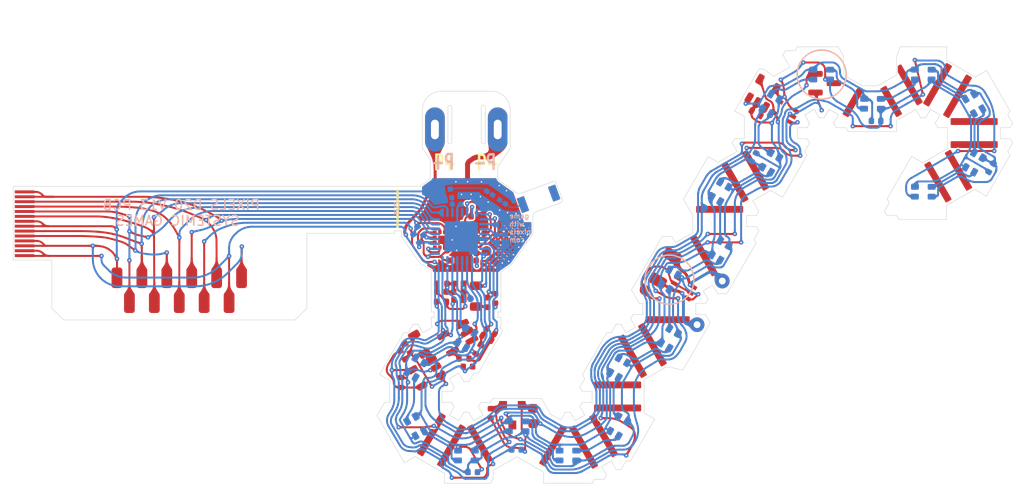
<source format=kicad_pcb>
(kicad_pcb (version 20211014) (generator pcbnew)
  (title_block (title "Pixels D20 Layout") (date "2022-08-26") (rev "13") (company "Systemic Games, LLC") (comment 1 "Flexible PCB, 0.13mm thickness"))
  (layers (0 "F.Cu" signal) (31 "B.Cu" signal) (34 "B.Paste" user) (35 "F.Paste" user) (36 "B.SilkS" user "B.Silkscreen") (37 "F.SilkS" user "F.Silkscreen") (38 "B.Mask" user) (39 "F.Mask" user) (44 "Edge.Cuts" user))
  (net 0 "")
  (net 1 "Net-(C1-Pad1)")
  (net 2 "GND")
  (net 3 "VDD")
  (net 4 "VDC")
  (net 5 "Net-(L1-Pad2)")
  (net 6 "Net-(L1-Pad1)")
  (net 7 "+5V")
  (net 8 "VEE")
  (net 9 "/LED_EN")
  (net 10 "Net-(C2-Pad2)")
  (net 11 "Net-(C3-Pad1)")
  (net 12 "Net-(C5-Pad2)")
  (net 13 "Net-(C7-Pad1)")
  (net 14 "Net-(C17-Pad2)")
  (net 15 "+BATT")
  (net 16 "Net-(L4-Pad1)")
  (net 17 "RXI")
  (net 18 "TXO")
  (net 19 "SWO")
  (net 20 "RESET")
  (net 21 "SWDCLK")
  (net 22 "SWDIO")
  (net 23 "Net-(R10-Pad1)")
  (net 24 "Net-(R10-Pad2)")
  (net 25 "/LED_DATA")
  (net 26 "/Power Supply/MAG1_")
  (net 27 "/Power Supply/LED_EN_OUT")
  (net 28 "/VLED_SENSE")
  (net 29 "/5V_SENSE")
  (net 30 "/VBAT_SENSE")
  (net 31 "/STATS")
  (net 32 "Net-(D10-Pad1)")
  (net 33 "/LEDs/LED_RETURN")
  (net 34 "Net-(R3-Pad1)")
  (net 35 "Net-(D2-Pad3)")
  (net 36 "Net-(D3-Pad3)")
  (net 37 "Net-(D4-Pad3)")
  (net 38 "Net-(D5-Pad3)")
  (net 39 "Net-(D6-Pad3)")
  (net 40 "Net-(D7-Pad3)")
  (net 41 "Net-(D8-Pad3)")
  (net 42 "Net-(D10-Pad3)")
  (net 43 "Net-(D11-Pad3)")
  (net 44 "Net-(D12-Pad3)")
  (net 45 "Net-(D13-Pad3)")
  (net 46 "Net-(D14-Pad3)")
  (net 47 "Net-(D15-Pad3)")
  (net 48 "Net-(D16-Pad3)")
  (net 49 "Net-(D17-Pad3)")
  (net 50 "Net-(D18-Pad3)")
  (net 51 "Net-(D19-Pad3)")
  (net 52 "Net-(D20-Pad3)")
  (net 53 "/SCL")
  (net 54 "/SDA")
  (net 55 "/ACC_INT")
  (net 59 "Net-(C19-Pad2)")
  (net 60 "Net-(C19-Pad1)")
  (net 61 "Net-(R6-Pad1)")
  (net 62 "/ANT_50")
  (net 63 "/ANT_NRF")
  (net 65 "/ANTENNA")
  (footprint "Pixels-dice:SOT-353_SC-70-5" (layer "F.Cu") (at 174.847276 75.695 150)
    (fp_text reference "U7")
    (fp_text value "74AHC1G08")
  )
  (footprint "TestPoint:TestPoint_THTPad_D1.5mm_Drill0.7mm" (layer "F.Cu") (at 168.47 92.95 30)
    (fp_text reference "P6")
    (fp_text value "COILB")
  )
  (footprint "Pixels-dice:R_0402_1005Metric" (layer "F.Cu") (at 144.465692 98.75 -30)
    (fp_text reference "R14")
    (fp_text value "10M 1%")
  )
  (footprint "Pixels-dice:C_0402_1005Metric" (layer "F.Cu") (at 144.855692 98.07 -30)
    (fp_text reference "C6")
    (fp_text value "10nF 25V 10%")
  )
  (footprint "Package_TO_SOT_SMD:SOT-23-5" (layer "F.Cu") (at 141.49 98.72 -150)
    (fp_text reference "U5")
    (fp_text value "MCP73832T-2ACI/OT")
  )
  (footprint "Package_TO_SOT_SMD:SOT-23" (layer "F.Cu") (at 178.91 72.78)
    (fp_text reference "U8")
    (fp_text value "TMR1366")
  )
  (footprint "TestPoint:TestPoint_THTPad_D1.5mm_Drill0.7mm" (layer "F.Cu") (at 165.9 97.4 30)
    (fp_text reference "P5")
    (fp_text value "COILA")
  )
  (footprint "Pixels-dice:SOT-23-5" (layer "F.Cu") (at 172.582724 73.797628 60)
    (fp_text reference "U6")
    (fp_text value "MT9700")
  )
  (footprint "Pixels-dice:R_0402_1005Metric" (layer "F.Cu") (at 171.91 75.85 150)
    (fp_text reference "R3")
    (fp_text value "10k 5%")
  )
  (footprint "Pixels-dice:R_0402_1005Metric" (layer "F.Cu") (at 143.59 99.93 60)
    (fp_text reference "R13")
    (fp_text value "4.02M 1%")
  )
  (footprint "Pixels-dice:C_0402_1005Metric" (layer "F.Cu") (at 144.118 85.446)
    (fp_text reference "C7")
    (fp_text value "100pF NP0 10V 5%")
  )
  (footprint "Inductor_SMD:L_0805_2012Metric" (layer "F.Cu") (at 143.34 94.49 -90)
    (fp_text reference "L1")
    (fp_text value "10uH 100mA 10%" hide)
  )
  (footprint "Pixels-dice:C_0402_1005Metric" (layer "F.Cu") (at 143.34 86.37 180)
    (fp_text reference "C5")
    (fp_text value "8pF 10V 10%")
  )
  (footprint "Pixels-dice:C_0402_1005Metric" (layer "F.Cu") (at 142.9 90.87 180)
    (fp_text reference "C3")
    (fp_text value "0.1uF 10V 20%")
  )
  (footprint "Pixels-dice:C_0402_1005Metric" (layer "F.Cu") (at 144.22 87.6 -90)
    (fp_text reference "C2")
    (fp_text value "8pF 10V 10%")
  )
  (footprint "Pixels-dice:C_0402_1005Metric" (layer "F.Cu") (at 141.19 90.86)
    (fp_text reference "C10")
    (fp_text value "0.1uF 10V 20%")
  )
  (footprint "Pixels-dice:FPC-POGO-11" (layer "F.Cu") (at 113.109999 93.890001 180)
    (fp_text reference "J2")
    (fp_text value "Conn_01x11")
  )
  (footprint "Pixels-dice:C_0402_1005Metric" (layer "F.Cu") (at 142.54 101.67)
    (fp_text reference "C18")
    (fp_text value "4.7uF 6.3V 20%")
  )
  (footprint "Pixels-dice:R_0402_1005Metric" (layer "F.Cu") (at 136.39 99.8 -60)
    (fp_text reference "R4")
    (fp_text value "402k 1%")
  )
  (footprint "Pixels-dice:C_0402_1005Metric" (layer "F.Cu") (at 135.88 100.51 120)
    (fp_text reference "C17")
    (fp_text value "22pF 10V 5%")
  )
  (footprint "Pixels-dice:SOT-23-5" (layer "F.Cu") (at 138.34 102.27 -150)
    (fp_text reference "U4")
    (fp_text value "LN3435")
  )
  (footprint "Pixels-dice:C_0402_1005Metric" (layer "F.Cu") (at 142.91 90.1 180)
    (fp_text reference "C4")
    (fp_text value "4.7uF 6.3V 20%")
  )
  (footprint "Inductor_SMD:L_0805_2012Metric" (layer "F.Cu") (at 137.59 99.39 120)
    (fp_text reference "L4")
    (fp_text value "2.2uH 20mA 10%")
  )
  (footprint "Pixels-dice:R_0402_1005Metric" (layer "F.Cu") (at 142.14 100.86)
    (fp_text reference "R6")
    (fp_text value "22k 1%")
  )
  (footprint "Pixels-dice:FPC_14" (layer "F.Cu") (at 97.33848 90.361234 90)
    (fp_text reference "J1")
    (fp_text value "Conn_01x14")
  )
  (footprint "Capacitor_SMD:C_0603_1608Metric" (layer "F.Cu") (at 149.18 106.71 90)
    (fp_text reference "C13")
    (fp_text value "4.7uF 25V 20%")
  )
  (footprint "Package_TO_SOT_SMD:SOT-363_SC-70-6" (layer "F.Cu") (at 164.41 93.67 -30)
    (fp_text reference "D1")
    (fp_text value "BAV99S")
  )
  (footprint "Pixels-dice:C_0402_1005Metric" (layer "F.Cu") (at 144.86 106.44 -90)
    (fp_text reference "C15")
    (fp_text value "4.7uF 6.3V 20%")
  )
  (footprint "Inductor_SMD:L_0402_1005Metric" (layer "F.Cu") (at 144.53 95.13 90)
    (fp_text reference "L2")
    (fp_text value "15nH 100mA 5%")
  )
  (footprint "Pixels-dice:C_0402_1005Metric" (layer "F.Cu") (at 145.32 94.72 -90)
    (fp_text reference "C1")
    (fp_text value "4.7uF 6.3V 20%")
  )
  (footprint "Pixels-dice:C_0402_1005Metric" (layer "F.Cu") (at 141.62 93.22 180)
    (fp_text reference "C21")
    (fp_text value "10nF 25V 10%")
  )
  (footprint "Pixels-dice:R_0402_1005Metric" (layer "F.Cu") (at 139.85 95.07)
    (fp_text reference "R7")
    (fp_text value "4.02M 1%")
  )
  (footprint "Pixels-dice:R_0402_1005Metric" (layer "F.Cu") (at 141.609999 94.050003)
    (fp_text reference "R2")
    (fp_text value "10M 1%")
  )
  (footprint "Pixels-dice:R_0402_1005Metric" (layer "F.Cu") (at 139.88 93.22)
    (fp_text reference "R8")
    (fp_text value "10M 1%")
  )
  (footprint "Pixels-dice:R_0402_1005Metric" (layer "F.Cu") (at 141.61 94.87)
    (fp_text reference "R1")
    (fp_text value "4.02M 1%")
  )
  (footprint "Pixels-dice:C_0402_1005Metric" (layer "F.Cu") (at 139.86 94.05)
    (fp_text reference "C22")
    (fp_text value "10nF 25V 10%")
  )
  (footprint "Pixels-dice:Crystal_SMD_2016-4Pin_2.0x1.6mm" (layer "F.Cu") (at 142.8 88.01 90)
    (fp_text reference "Y1")
    (fp_text value "32MHz 40ppm")
  )
  (footprint "Package_LGA:LGA-12_2x2mm_P0.5mm" (layer "F.Cu") (at 139.93 88.75)
    (fp_text reference "U2")
    (fp_text value "KXTJ3-1057")
  )
  (footprint "Pixels-dice:R_0402_1005Metric" (layer "F.Cu") (at 135.72 103.29 -90)
    (fp_text reference "R5")
    (fp_text value "100k 1%")
  )
  (footprint "Pixels-dice:SOT-23" (layer "F.Cu") (at 147.07 106.63 90)
    (fp_text reference "U3")
    (fp_text value "PJ75AL50SA")
  )
  (footprint "Capacitor_SMD:C_1206_3216Metric" (layer "F.Cu") (at 162.6125 91.617387 60)
    (fp_text reference "C19")
    (fp_text value "33nF 50V 5% NP0")
  )
  (footprint "Pixels-dice:TEST_PIN" (layer "F.Cu") (at 160.55 93.87)
    (fp_text reference "W16" hide)
    (fp_text value "VIN")
  )
  (footprint "Pixels-dice:TEST_PIN" (layer "F.Cu") (at 146.88 89.5)
    (fp_text reference "W19" hide)
    (fp_text value "GND")
  )
  (footprint "Pixels-dice:TEST_PIN" (layer "F.Cu") (at 144.44 89.89)
    (fp_text reference "W25" hide)
    (fp_text value "VDD")
  )
  (footprint "Pixels-dice:TX1812Z_2020" (layer "B.Cu") (at 142.38 110.74 -90)
    (fp_text reference "D5")
    (fp_text value "TX1812Z_2020")
  )
  (footprint "Pixels-dice:TX1812Z_2020" (layer "B.Cu") (at 137.198782 107.749711 -150)
    (fp_text reference "D4")
    (fp_text value "TX1812Z_2020")
  )
  (footprint "Pixels-dice:TX1812Z_2020" (layer "B.Cu") (at 147.56 107.76 -90)
    (fp_text reference "D6")
    (fp_text value "TX1812Z_2020")
  )
  (footprint "Pixels-dice:C_0402_1005Metric" (layer "B.Cu") (at 147.49 110.14)
    (fp_text reference "C16" hide)
    (fp_text value "4.7uF 6.3V 20%")
  )
  (footprint "Pixels-dice:TX1812Z_2020" (layer "B.Cu") (at 142.35 98.755 150)
    (fp_text reference "D2")
    (fp_text value "TX1812Z_2020")
  )
  (footprint "Pixels-dice:TX1812Z_2020" (layer "B.Cu") (at 152.728782 110.740289 -90)
    (fp_text reference "D7")
    (fp_text value "TX1812Z_2020")
  )
  (footprint "Pixels-dice:TX1812Z_2020" (layer "B.Cu") (at 173.428782 80.860289 -30)
    (fp_text reference "D14")
    (fp_text value "TX1812Z_2020")
  )
  (footprint "Pixels-dice:TX1812Z_2020" (layer "B.Cu") (at 168.258782 83.850289 -30)
    (fp_text reference "D13")
    (fp_text value "TX1812Z_2020")
  )
  (footprint "Pixels-dice:TX1812Z_2020" (layer "B.Cu") (at 168.258782 89.820289 -30)
    (fp_text reference "D12")
    (fp_text value "TX1812Z_2020")
  )
  (footprint "Pixels-dice:TX1812Z_2020" (layer "B.Cu") (at 157.908782 101.780289 -30)
    (fp_text reference "D9")
    (fp_text value "TX1812Z_2020")
  )
  (footprint "Pixels-dice:TX1812Z_2020" (layer "B.Cu") (at 157.898782 107.750289 -30)
    (fp_text reference "D8")
    (fp_text value "TX1812Z_2020")
  )
  (footprint "Pixels-dice:TX1812Z_2020" (layer "B.Cu") (at 178.608782 71.900289 -90)
    (fp_text reference "D16" hide)
    (fp_text value "TX1812Z_2020")
  )
  (footprint "Pixels-dice:TX1812Z_2020" (layer "B.Cu") (at 188.958782 71.899711 -90)
    (fp_text reference "D18")
    (fp_text value "TX1812Z_2020")
  )
  (footprint "Pixels-dice:TX1812Z_2020" (layer "B.Cu") (at 194.140289 80.868782 150)
    (fp_text reference "D20")
    (fp_text value "TX1812Z_2020")
  )
  (footprint "Pixels-dice:TX1812Z_2020" (layer "B.Cu") (at 188.959711 83.848782 90)
    (fp_text reference "D21")
    (fp_text value "TX1812Z_2020")
  )
  (footprint "Pixels-dice:TX1812Z_2020" (layer "B.Cu") (at 183.778782 74.880289 -90)
    (fp_text reference "D17")
    (fp_text value "TX1812Z_2020")
  )
  (footprint "Pixels-dice:TX1812Z_2020" (layer "B.Cu") (at 194.13 74.89 -150)
    (fp_text reference "D19")
    (fp_text value "TX1812Z_2020")
  )
  (footprint "Pixels-dice:TX1812Z_2020" (layer "B.Cu") (at 163.08 92.8 -30)
    (fp_text reference "D11")
    (fp_text value "TX1812Z_2020")
  )
  (footprint "Pixels-dice:C_0402_1005Metric" (layer "B.Cu") (at 171.67 80.31 60)
    (fp_text reference "C24" hide)
    (fp_text value "0.1uF 10V 20%")
  )
  (footprint "Pixels-dice:R_0402_1005Metric" (layer "B.Cu") (at 145.42 87.73 90)
    (fp_text reference "R10" hide)
    (fp_text value "100k 1%")
  )
  (footprint "Package_DFN_QFN:QFN-32-1EP_5x5mm_P0.5mm_EP3.1x3.1mm" (layer "B.Cu") (at 141.7 88.41 90)
    (fp_text reference "U1" hide)
    (fp_text value "N52810_QFN32")
  )
  (footprint "Pixels-dice:C_0402_1005Metric" (layer "B.Cu") (at 143.03 112.44 180)
    (fp_text reference "C23" hide)
    (fp_text value "0.1uF 10V 20%")
  )
  (footprint "Pixels-dice:TX1812Z_2020" (layer "B.Cu") (at 137.198782 101.780289 150)
    (fp_text reference "D3")
    (fp_text value "TX1812Z_2020")
  )
  (footprint "Pixels-dice:C_0402_1005Metric" (layer "B.Cu") (at 184.15 76.65)
    (fp_text reference "C9" hide)
    (fp_text value "4.7uF 6.3V 20%")
  )
  (footprint "Pixels-dice:R_0402_1005Metric" (layer "B.Cu") (at 146.34 88.75 90)
    (fp_text reference "R9" hide)
    (fp_text value "100k 1%")
  )
  (footprint "Pixels-dice:Hongjie 10100 Connector" (layer "B.Cu") (at 142.374557 77.5)
    (fp_text reference "J3")
    (fp_text value "Conn_01x02")
  )
  (footprint "Pixels-dice:TX1812Z_2020" (layer "B.Cu") (at 163.078782 98.790289 -30)
    (fp_text reference "D10")
    (fp_text value "TX1812Z_2020")
  )
  (footprint "Pixels-dice:TX1812Z_2020" (layer "B.Cu") (at 173.428782 74.890289 -30)
    (fp_text reference "D15")
    (fp_text value "TX1812Z_2020")
  )
  (footprint "Pixels-dice:C_0402_1005Metric" (layer "B.Cu") (at 195.88 81.42 -120)
    (fp_text reference "C25" hide)
    (fp_text value "0.1uF 10V 20%")
  )
  (footprint "Pixels-dice:R_0402_1005Metric" (layer "B.Cu") (at 137.29 88.62 -55)
    (fp_text reference "R12" hide)
    (fp_text value "2.7k 5%")
  )
  (footprint "Pixels-dice:R_0402_1005Metric" (layer "B.Cu") (at 137.7 87.83 -55)
    (fp_text reference "R16" hide)
    (fp_text value "2.7k 5%")
  )
  (footprint "Pixels-dice:TEST_PIN" (layer "B.Cu") (at 166.66 85.5)
    (fp_text reference "W5" hide)
    (fp_text value "LED_EN")
  )
  (footprint "Pixels-dice:TEST_PIN" (layer "B.Cu") (at 145.48 89.04)
    (fp_text reference "W12" hide)
    (fp_text value "VLED_S")
  )
  (footprint "Pixels-dice:TEST_PIN" (layer "B.Cu") (at 142.79 94.75)
    (fp_text reference "W13" hide)
    (fp_text value "5V_S")
  )
  (footprint "Pixels-dice:0402_RF" (layer "B.Cu") (at 145.410441 84.431624 -35)
    (fp_text reference "L3" hide)
    (fp_text value "4.7nH 5%")
  )
  (footprint "Pixels-dice:0402_RF" (layer "B.Cu") (at 141.391 85.113)
    (fp_text reference "C8" hide)
    (fp_text value "0.8pF 10V 5% NP0")
  )
  (footprint "Pixels-dice:0402_RF" (layer "B.Cu") (at 146.584 84.718 55)
    (fp_text reference "C11" hide)
    (fp_text value "DNP")
  )
  (footprint "Pixels-dice:CHIP_ANT" (layer "B.Cu") (at 148.143562 85.157007 110.2)
    (fp_text reference "AE1")
    (fp_text value "Antenna_Chip" hide)
  )
  (footprint "RFFrontEnd:MFH3.RECE.20369.001E.01" (layer "B.Cu") (at 139.7 83.76 100)
    (fp_text reference "J4" hide)
    (fp_text value "W.FL" hide)
  )
  (footprint "Pixels-dice:0402_RF" (layer "B.Cu") (at 140.81 84.01 100)
    (fp_text reference "L5" hide)
    (fp_text value "3.9nH 5%")
  )
  (footprint "Pixels-dice:0402_RF" (layer "B.Cu") (at 144.729079 83.428788 55)
    (fp_text reference "C12")
    (fp_text value "0.8pF 10V 5% NP0")
  )
  (gr_circle (center 163.08 92.81) (end 165.58 92.81) (layer "B.SilkS") (width 0.15) (fill none))
  (gr_circle (center 178.6 71.9) (end 181.1 71.9) (layer "B.SilkS") (width 0.15) (fill none))
  (gr_circle (center 178.6 71.9) (end 181.1 71.9) (layer "B.SilkS") (width 0.05) (fill none))
  (gr_line (start 135.36 83.66) (end 135.36 87.48) (layer "F.SilkS") (width 0.25))
  (gr_line (start 137.9 79.394609) (end 138.7 80.58) (layer "Edge.Cuts") (width 0.05))
  (gr_line (start 145.597056 96.664191) (end 145.597056 96.101805) (layer "Edge.Cuts") (width 0.05))
  (gr_line (start 138.7 80.58) (end 138.7 82.55) (layer "Edge.Cuts") (width 0.05))
  (gr_line (start 138.81 91.833302) (end 138.81 96.101804) (layer "Edge.Cuts") (width 0.05))
  (gr_line (start 145.597056 96.101805) (end 145.906902 96.101805) (layer "Edge.Cuts") (width 0.05))
  (gr_line (start 135.74 88.38) (end 137.715599 91.201449) (layer "Edge.Cuts") (width 0.05))
  (gr_line (start 139.097057 96.101804) (end 139.097057 96.664191) (layer "Edge.Cuts") (width 0.05))
  (gr_line (start 138.81 96.101804) (end 139.097057 96.101804) (layer "Edge.Cuts") (width 0.05))
  (gr_line (start 145.906902 92.01) (end 146.984266 91.255621) (layer "Edge.Cuts") (width 0.05))
  (gr_line (start 145.906901 96.664191) (end 145.597056 96.664191) (layer "Edge.Cuts") (width 0.05))
  (gr_line (start 145.906902 96.101805) (end 145.906902 92.01) (layer "Edge.Cuts") (width 0.05))
  (gr_line (start 138.7 82.55) (end 137.64 83.3) (layer "Edge.Cuts") (width 0.05))
  (gr_line (start 139.097057 96.664191) (end 138.81 96.664191) (layer "Edge.Cuts") (width 0.05))
  (gr_line (start 136.05779 111.471273) (end 137.148632 110.841475) (layer "Edge.Cuts") (width 0.05))
  (gr_line (start 137.715599 91.201449) (end 138.809999 91.833301) (layer "Edge.Cuts") (width 0.05))
  (gr_arc (start 143.9 75.225) (mid 144.1 75.025) (end 144.3 75.225) (layer "Edge.Cuts") (width 0.05))
  (gr_arc (start 140.9 78.775) (mid 140.7 78.975) (end 140.5 78.775) (layer "Edge.Cuts") (width 0.05))
  (gr_arc (start 144.3 78.775) (mid 144.1 78.975) (end 143.9 78.775) (layer "Edge.Cuts") (width 0.05))
  (gr_line (start 137.64 83.3) (end 96.193208 83.3) (layer "Edge.Cuts") (width 0.05))
  (gr_line (start 96.193208 90.82) (end 96.193208 83.3) (layer "Edge.Cuts") (width 0.05))
  (gr_line (start 140.15 112.574315) (end 140.15 113.565418) (layer "Edge.Cuts") (width 0.05))
  (gr_line (start 172.673069 71.33539) (end 173.737706 72.080857) (layer "Edge.Cuts") (width 0.05))
  (gr_line (start 145.572276 81.343767) (end 146.85 79.39461) (layer "Edge.Cuts") (width 0.05))
  (gr_line (start 153.865269 106.963071) (end 153.472489 107.189841) (layer "Edge.Cuts") (width 0.05))
  (gr_line (start 141.622201 102.339766) (end 142.1222 103.20579) (layer "Edge.Cuts") (width 0.05))
  (gr_line (start 186.2365 70.1046) (end 186.2365 71.936567) (layer "Edge.Cuts") (width 0.05))
  (gr_line (start 177.265847 75.785157) (end 177.36064 75.730429) (layer "Edge.Cuts") (width 0.05))
  (gr_line (start 164.510809 84.618723) (end 165.459999 86.262767) (layer "Edge.Cuts") (width 0.05))
  (gr_line (start 188.698502 76.314953) (end 189.198502 76.314953) (layer "Edge.Cuts") (width 0.05))
  (gr_line (start 141.147057 105.760817) (end 140.897057 105.327804) (layer "Edge.Cuts") (width 0.05))
  (gr_line (start 142.622201 106.323817) (end 142.122201 106.323817) (layer "Edge.Cuts") (width 0.05))
  (gr_line (start 157.147633 111.303378) (end 157.647634 112.169405) (layer "Edge.Cuts") (width 0.05))
  (gr_line (start 138.81 96.664191) (end 138.81 97.48) (layer "Edge.Cuts") (width 0.05))
  (gr_line (start 137.148632 110.841475) (end 140.149999 112.574315) (layer "Edge.Cuts") (width 0.05))
  (gr_line (start 140.5 78.775) (end 140.5 75.225) (layer "Edge.Cuts") (width 0.05))
  (gr_line (start 179.740992 75.675698) (end 179.835785 75.730428) (layer "Edge.Cuts") (width 0.05))
  (gr_line (start 165.77278 95.801191) (end 165.77278 95.691733) (layer "Edge.Cuts") (width 0.05))
  (gr_line (start 146.984266 91.255621) (end 149.153481 88.134205) (layer "Edge.Cuts") (width 0.05))
  (gr_line (start 180.832248 70.009815) (end 180.291299 69.0732) (layer "Edge.Cuts") (width 0.05))
  (gr_line (start 175.362168 71.142974) (end 173.737707 72.080858) (layer "Edge.Cuts") (width 0.05))
  (gr_arc (start 152.15672 84.639201) (mid 152.149089 84.830432) (end 152.008457 84.960223) (layer "Edge.Cuts") (width 0.05))
  (gr_line (start 135.05 87.83) (end 135.05 88.09) (layer "Edge.Cuts") (width 0.05))
  (gr_line (start 124.919996 96.920001) (end 126.12 95.719997) (layer "Edge.Cuts") (width 0.05))
  (gr_line (start 159.122778 96.797203) (end 159.622778 97.66323) (layer "Edge.Cuts") (width 0.05))
  (gr_line (start 140.897057 104.201804) (end 141.147057 103.768791) (layer "Edge.Cuts") (width 0.05))
  (gr_line (start 134.04 105.33) (end 133.276062 106.653179) (layer "Edge.Cuts") (width 0.05))
  (gr_line (start 180.291299 69.0732) (end 176.129153 69.073352) (layer "Edge.Cuts") (width 0.05))
  (gr_line (start 172.211188 71.33539) (end 169.742128 75.611929) (layer "Edge.Cuts") (width 0.05))
  (gr_line (start 189.698502 75.448929) (end 190.091281 75.6757) (layer "Edge.Cuts") (width 0.05))
  (gr_line (start 194.203941 83.602275) (end 195.403484 84.294832) (layer "Edge.Cuts") (width 0.05))
  (gr_line (start 126.12 88.09) (end 135.05 88.09) (layer "Edge.Cuts") (width 0.05))
  (gr_line (start 164.45 102.03) (end 167.245737 97.183384) (layer "Edge.Cuts") (width 0.05))
  (gr_line (start 144.3 75.225) (end 144.3 78.775) (layer "Edge.Cuts") (width 0.05))
  (gr_line (start 150.25 112.430743) (end 150.25 113.565418) (layer "Edge.Cuts") (width 0.05))
  (gr_line (start 177.455434 75.675698) (end 177.848211 75.448928) (layer "Edge.Cuts") (width 0.05))
  (gr_line (start 166.772779 96.364191) (end 165.772779 96.364191) (layer "Edge.Cuts") (width 0.05))
  (gr_line (start 172.673069 71.33539) (end 172.211188 71.33539) (layer "Edge.Cuts") (width 0.05))
  (gr_line (start 165.459999 88.023094) (end 163.695336 89.041922) (layer "Edge.Cuts") (width 0.05))
  (gr_line (start 187.776378 80.230144) (end 185.267563 84.575541) (layer "Edge.Cuts") (width 0.05))
  (gr_line (start 146.053139 98.063231) (end 145.822198 97.66323) (layer "Edge.Cuts") (width 0.05))
  (gr_line (start 195.422923 71.486765) (end 194.262083 72.156976) (layer "Edge.Cuts") (width 0.05))
  (gr_line (start 140.647056 102.902764) (end 141.039832 102.675995) (layer "Edge.Cuts") (width 0.05))
  (gr_line (start 166.915557 93.712382) (end 167.010351 93.657653) (layer "Edge.Cuts") (width 0.05))
  (gr_line (start 168.931067 94.242178) (end 171.914494 89.07473) (layer "Edge.Cuts") (width 0.05))
  (gr_line (start 141.622201 107.189842) (end 141.229423 106.963072) (layer "Edge.Cuts") (width 0.05))
  (gr_line (start 155.197634 104.201805) (end 155.197634 104.764804) (layer "Edge.Cuts") (width 0.05))
  (gr_line (start 169.473067 78.869978) (end 169.97336 79.736512) (layer "Edge.Cuts") (width 0.05))
  (gr_line (start 135.74 87.83) (end 135.05 87.83) (layer "Edge.Cuts") (width 0.05))
  (gr_line (start 188.924387 80.892947) (end 187.776378 80.230144) (layer "Edge.Cuts") (width 0.05))
  (gr_line (start 191.348503 70.47482) (end 191.348504 69.073352) (layer "Edge.Cuts") (width 0.05))
  (gr_line (start 100.119998 95.720001) (end 101.319998 96.920002) (layer "Edge.Cuts") (width 0.05))
  (gr_line (start 147.536772 110.864261) (end 150.25 112.430743) (layer "Edge.Cuts") (width 0.05))
  (gr_line (start 163.18464 101.74) (end 164.45 102.03) (layer "Edge.Cuts") (width 0.05))
  (gr_arc (start 149.157914 86.356547) (mid 149.248161 86.071309) (end 149.485141 85.888707) (layer "Edge.Cuts") (width 0.05))
  (gr_line (start 171.57578 84.763982) (end 173.409326 83.705384) (layer "Edge.Cuts") (width 0.05))
  (gr_line (start 160.372779 95.691733) (end 160.372779 95.80119) (layer "Edge.Cuts") (width 0.05))
  (gr_line (start 184.998502 85.841566) (end 185.248502 86.274579) (layer "Edge.Cuts") (width 0.05))
  (gr_line (start 197.573646 79.736004) (end 198.073647 78.869979) (layer "Edge.Cuts") (width 0.05))
  (gr_line (start 162.361968 88.396591) (end 159.216153 93.8453) (layer "Edge.Cuts") (width 0.05))
  (gr_line (start 156.422489 113.165418) (end 156.67249 112.732406) (layer "Edge.Cuts") (width 0.05))
  (gr_line (start 170.723069 78.436966) (end 169.723067 78.436966) (layer "Edge.Cuts") (width 0.05))
  (gr_line (start 167.497923 93.376151) (end 167.997923 94.242178) (layer "Edge.Cuts") (width 0.05))
  (gr_line (start 179.348212 75.448927) (end 179.740992 75.675698) (layer "Edge.Cuts") (width 0.05))
  (gr_line (start 158.147634 97.360203) (end 157.647634 97.360203) (layer "Edge.Cuts") (width 0.05))
  (gr_line (start 141.229424 102.566537) (end 141.622201 102.339766) (layer "Edge.Cuts") (width 0.05))
  (gr_line (start 196.823647 77.873967) (end 196.823647 77.310966) (layer "Edge.Cuts") (width 0.05))
  (gr_line (start 191.317561 86.674579) (end 191.317561 85.268728) (layer "Edge.Cuts") (width 0.05))
  (gr_line (start 159.040413 97.999459) (end 158.647634 98.226229) (layer "Edge.Cuts") (width 0.05))
  (gr_line (start 156.754856 111.530149) (end 157.147633 111.303378) (layer "Edge.Cuts") (width 0.05))
  (gr_line (start 170.723069 77.873967) (end 170.723069 78.436966) (layer "Edge.Cuts") (width 0.05))
  (gr_line (start 178.348213 76.314953) (end 178.848213 76.314953) (layer "Edge.Cuts") (width 0.05))
  (gr_line (start 157.647634 112.169406) (end 158.147634 112.169405) (layer "Edge.Cuts") (width 0.05))
  (gr_line (start 96.193208 90.82) (end 100.119998 90.820001) (layer "Edge.Cuts") (width 0.05))
  (gr_line (start 176.123069 78.436965) (end 176.123069 77.873966) (layer "Edge.Cuts") (width 0.05))
  (gr_line (start 177.373068 78.869978) (end 177.123067 78.436965) (layer "Edge.Cuts") (width 0.05))
  (gr_line (start 170.947924 86.274579) (end 171.947922 86.274579) (layer "Edge.Cuts") (width 0.05))
  (gr_line (start 145.572276 82.342441) (end 145.572276 81.343767) (layer "Edge.Cuts") (width 0.05))
  (gr_line (start 147.2352 83.777651) (end 147.474947 83.947265) (layer "Edge.Cuts") (width 0.05))
  (gr_line (start 154.216694 102.502767) (end 154.447635 102.902766) (layer "Edge.Cuts") (width 0.05))
  (gr_line (start 191.317561 85.268728) (end 194.203941 83.602275) (layer "Edge.Cuts") (width 0.05))
  (gr_line (start 156.565269 111.639609) (end 156.660062 111.584879) (layer "Edge.Cuts") (width 0.05))
  (gr_line (start 174.63475 84.412883) (end 177.104008 80.136004) (layer "Edge.Cuts") (width 0.05))
  (gr_line (start 161.578575 107.026842) (end 160.5 106.404127) (layer "Edge.Cuts") (width 0.05))
  (gr_line (start 137.9 79.394609) (end 137.9 75.45) (layer "Edge.Cuts") (width 0.05))
  (gr_line (start 170.947924 86.837578) (end 170.947924 86.274579) (layer "Edge.Cuts") (width 0.05))
  (gr_arc (start 145.783481 82.750605) (mid 145.628201 82.572229) (end 145.572276 82.342441) (layer "Edge.Cuts") (width 0.05))
  (gr_line (start 191.423647 77.873966) (end 191.423647 79.45) (layer "Edge.Cuts") (width 0.05))
  (gr_line (start 172.197922 85.841565) (end 171.57578 84.763982) (layer "Edge.Cuts") (width 0.05))
  (gr_line (start 138.434629 97.944729) (end 137.947058 98.226229) (layer "Edge.Cuts") (width 0.05))
  (gr_line (start 167.010351 93.657653) (end 167.105145 93.602923) (layer "Edge.Cuts") (width 0.05))
  (gr_line (start 196.823647 78.436966) (end 196.823647 77.873967) (layer "Edge.Cuts") (width 0.05))
  (gr_line (start 159.109515 111.303381) (end 161.578575 107.026842) (layer "Edge.Cuts") (width 0.05))
  (gr_line (start 160.5 103.021132) (end 162.718986 101.74) (layer "Edge.Cuts") (width 0.05))
  (gr_line (start 156.685754 98.226229) (end 154.216694 102.502767) (layer "Edge.Cuts") (width 0.05))
  (gr_line (start 194.262083 72.156976) (end 191.348503 70.47482) (layer "Edge.Cuts") (width 0.05))
  (gr_line (start 158.647634 98.226229) (end 158.147634 97.360203) (layer "Edge.Cuts") (width 0.05))
  (gr_line (start 190.173646 76.877953) (end 190.423646 77.310966) (layer "Edge.Cuts") (width 0.05))
  (gr_line (start 146.85 75.435758) (end 146.85 79.39461) (layer "Edge.Cuts") (width 0.05))
  (gr_line (start 176.123068 77.310968) (end 177.123067 77.310968) (layer "Edge.Cuts") (width 0.05))
  (gr_line (start 190.423646 77.310966) (end 191.423647 77.310967) (layer "Edge.Cuts") (width 0.05))
  (gr_line (start 171.697924 88.699616) (end 172.197923 87.833591) (layer "Edge.Cuts") (width 0.05))
  (gr_line (start 180.073357 77.310966) (end 181.073357 77.310966) (layer "Edge.Cuts") (width 0.05))
  (gr_line (start 189.198502 76.314953) (end 189.698502 75.448929) (layer "Edge.Cuts") (width 0.05))
  (gr_line (start 137.447057 97.360203) (end 136.947057 97.360203) (layer "Edge.Cuts") (width 0.05))
  (gr_line (start 152.008457 84.960223) (end 149.485141 85.888707) (layer "Edge.Cuts") (width 0.05))
  (gr_line (start 154.197634 104.201804) (end 155.197634 104.201805) (layer "Edge.Cuts") (width 0.05))
  (gr_line (start 142.622201 103.205791) (end 143.1222 102.339766) (layer "Edge.Cuts") (width 0.05))
  (gr_line (start 171.914494 89.07473) (end 171.697924 88.699616) (layer "Edge.Cuts") (width 0.05))
  (gr_line (start 155.197634 105.327805) (end 154.197633 105.327804) (layer "Edge.Cuts") (width 0.05))
  (gr_line (start 143.584081 102.339766) (end 146.053139 98.063231) (layer "Edge.Cuts") (width 0.05))
  (gr_line (start 155.197634 104.764804) (end 155.197634 105.327805) (layer "Edge.Cuts") (width 0.05))
  (gr_line (start 139.897057 105.327804) (end 139.897057 104.874263) (layer "Edge.Cuts") (width 0.05))
  (gr_line (start 140.647056 106.626842) (end 141.147056 105.760817) (layer "Edge.Cuts") (width 0.05))
  (gr_line (start 175.898212 69.473352) (end 174.898213 69.473352) (layer "Edge.Cuts") (width 0.05))
  (gr_line (start 160.5 106.404127) (end 160.5 103.021132) (layer "Edge.Cuts") (width 0.05))
  (gr_line (start 186.2365 71.936567) (end 184.307421 73.0498) (layer "Edge.Cuts") (width 0.05))
  (gr_line (start 169.742127 75.611929) (end 170.723068 76.178275) (layer "Edge.Cuts") (width 0.05))
  (gr_line (start 154.447635 102.902766) (end 153.947634 103.768791) (layer "Edge.Cuts") (width 0.05))
  (gr_line (start 150.25 113.565418) (end 155.19155 113.565418) (layer "Edge.Cuts") (width 0.05))
  (gr_line (start 191.423647 79.45) (end 188.924387 80.892947) (layer "Edge.Cuts") (width 0.05))
  (gr_line (start 138.91739 97.666004) (end 138.434629 97.944729) (layer "Edge.Cuts") (width 0.05))
  (gr_line (start 177.36064 75.730428) (end 177.455434 75.675699) (layer "Edge.Cuts") (width 0.05))
  (gr_line (start 167.105145 93.602923) (end 167.497923 93.376151) (layer "Edge.Cuts") (width 0.05))
  (gr_line (start 135.985176 98.226229) (end 133.531945 102.475349) (layer "Edge.Cuts") (width 0.05))
  (gr_line (start 190.091281 75.6757) (end 190.186074 75.730429) (layer "Edge.Cuts") (width 0.05))
  (gr_line (start 165.459999 86.262767) (end 165.459999 88.023094) (layer "Edge.Cuts") (width 0.05))
  (gr_line (start 156.660062 111.584879) (end 156.754856 111.530149) (layer "Edge.Cuts") (width 0.05))
  (gr_line (start 166.522779 93.939152) (end 166.915557 93.712382) (layer "Edge.Cuts") (width 0.05))
  (gr_line (start 177.123067 78.436965) (end 176.123069 78.436965) (layer "Edge.Cuts") (width 0.05))
  (gr_line (start 166.772779 95.238192) (end 167.02278 94.805178) (layer "Edge.Cuts") (width 0.05))
  (gr_line (start 196.823647 77.310966) (end 197.823646 77.310966) (layer "Edge.Cuts") (width 0.05))
  (gr_line (start 136.947057 97.360203) (end 136.447057 98.226229) (layer "Edge.Cuts") (width 0.05))
  (gr_line (start 185.267561 84.575541) (end 185.498503 84.975541) (layer "Edge.Cuts") (width 0.05))
  (gr_line (start 176.873068 79.736003) (end 177.373068 78.869978) (layer "Edge.Cuts") (width 0.05))
  (gr_line (start 173.409326 83.705384) (end 174.63475 84.412883) (layer "Edge.Cuts") (width 0.05))
  (gr_line (start 186.242417 77.710966) (end 186.242417 76.583245) (layer "Edge.Cuts") (width 0.05))
  (gr_line (start 180.832248 71.936248) (end 182.761143 73.0498) (layer "Edge.Cuts") (width 0.05))
  (gr_line (start 170.947923 87.400578) (end 170.947923 86.837578) (layer "Edge.Cuts") (width 0.05))
  (gr_line (start 153.947634 105.760816) (end 154.447634 106.626842) (layer "Edge.Cuts") (width 0.05))
  (gr_line (start 186.62 69.0698) (end 186.2365 70.1046) (layer "Edge.Cuts") (width 0.05))
  (gr_line (start 139.897058 104.874263) (end 139.897058 104.764804) (layer "Edge.Cuts") (width 0.05))
  (gr_line (start 143.51498 106.963072) (end 143.122201 107.189843) (layer "Edge.Cuts") (width 0.05))
  (gr_line (start 139.897058 104.764804) (end 139.897058 104.655346) (layer "Edge.Cuts") (width 0.05))
  (gr_line (start 176.129153 69.073352) (end 175.898212 69.473352) (layer "Edge.Cuts") (width 0.05))
  (gr_line (start 168.047371 80.848482) (end 167.027512 80.259667) (layer "Edge.Cuts") (width 0.05))
  (gr_line (start 184.307421 73.0498) (end 182.761143 73.0498) (layer "Edge.Cuts") (width 0.05))
  (gr_line (start 139.75 73.6) (end 145 73.6) (layer "Edge.Cuts") (width 0.05))
  (gr_line (start 165.77278 95.91065) (end 165.77278 95.801191) (layer "Edge.Cuts") (width 0.05))
  (gr_line (start 141.229423 106.963072) (end 141.134629 106.908342) (layer "Edge.Cuts") (width 0.05))
  (gr_line (start 144.847345 105.327804) (end 143.847346 105.327804) (layer "Edge.Cuts") (width 0.05))
  (gr_line (start 135.74 88.38) (end 135.74 87.83) (layer "Edge.Cuts") (width 0.05))
  (gr_line (start 133.276062 106.653179) (end 136.05779 111.471273) (layer "Edge.Cuts") (width 0.05))
  (gr_line (start 163.322753 88.396591) (end 162.361968 88.396591) (layer "Edge.Cuts") (width 0.05))
  (gr_line (start 154.447634 106.626842) (end 154.054855 106.853613) (layer "Edge.Cuts") (width 0.05))
  (gr_line (start 158.147634 112.169405) (end 158.647634 111.303379) (layer "Edge.Cuts") (width 0.05))
  (gr_line (start 190.186074 75.730429) (end 190.280867 75.785158) (layer "Edge.Cuts") (width 0.05))
  (gr_line (start 145.078285 104.927805) (end 144.847345 105.327804) (layer "Edge.Cuts") (width 0.05))
  (gr_line (start 155.42249 113.165418) (end 156.422489 113.165418) (layer "Edge.Cuts") (width 0.05))
  (gr_line (start 165.77278 95.691733) (end 165.772778 95.238191) (layer "Edge.Cuts") (width 0.05))
  (gr_line (start 134.57 105.33) (end 134.04 105.33) (layer "Edge.Cuts") (width 0.05))
  (gr_line (start 171.947922 86.274579) (end 172.197922 85.841565) (layer "Edge.Cuts") (width 0.05))
  (gr_line (start 174.898213 69.473351) (end 174.648212 69.906365) (layer "Edge.Cuts") (width 0.05))
  (gr_line (start 165.772779 96.364191) (end 165.77278 95.91065) (layer "Edge.Cuts") (width 0.05))
  (gr_line (start 145.1 113.117268) (end 145.1 112.271132) (layer "Edge.Cuts") (width 0.05))
  (gr_line (start 154.197633 105.327804) (end 153.947634 105.760816) (layer "Edge.Cuts") (width 0.05))
  (gr_line (start 197.823646 77.310966) (end 198.073646 76.877954) (layer "Edge.Cuts") (width 0.05))
  (gr_line (start 101.319998 96.920002) (end 124.919996 96.920001) (layer "Edge.Cuts") (width 0.05))
  (gr_line (start 133.531945 102.475349) (end 134.57 103.07467) (layer "Edge.Cuts") (width 0.05))
  (gr_line (start 160.372779 95.910649) (end 160.372778 96.364191) (layer "Edge.Cuts") (width 0.05))
  (gr_line (start 138.81 97.48) (end 138.91739 97.666004) (layer "Edge.Cuts") (width 0.05))
  (gr_line (start 155.19155 113.565418) (end 155.42249 113.165418) (layer "Edge.Cuts") (width 0.05))
  (gr_line (start 197.804586 80.136003) (end 197.573646 79.736004) (layer "Edge.Cuts") (width 0.05))
  (gr_line (start 152.972489 106.323817) (end 152.472489 106.323817) (layer "Edge.Cuts") (width 0.05))
  (gr_arc (start 147.9365 84.008333) (mid 147.698184 84.034785) (end 147.474947 83.947265) (layer "Edge.Cuts") (width 0.05))
  (gr_line (start 163.18464 101.74) (end 162.718986 101.74) (layer "Edge.Cuts") (width 0.05))
  (gr_arc (start 137.9 75.45) (mid 138.464242 74.164242) (end 139.75 73.6) (layer "Edge.Cuts") (width 0.05))
  (gr_line (start 167.245737 97.183383) (end 166.772778 96.364193) (layer "Edge.Cuts") (width 0.05))
  (gr_line (start 197.573647 76.011927) (end 197.804586 75.611928) (layer "Edge.Cuts") (width 0.05))
  (gr_line (start 151.213811 82.80225) (end 147.9365 84.008333) (layer "Edge.Cuts") (width 0.05))
  (gr_line (start 143.597345 105.760817) (end 144.097344 106.626841) (layer "Edge.Cuts") (width 0.05))
  (gr_arc (start 145 73.6) (mid 146.285024 74.155061) (end 146.85 75.435758) (layer "Edge.Cuts") (width 0.05))
  (gr_line (start 150.041877 104.927804) (end 145.078285 104.927804) (layer "Edge.Cuts") (width 0.05))
  (gr_line (start 156.67249 112.732406) (end 156.17249 111.866379) (layer "Edge.Cuts") (width 0.05))
  (gr_line (start 171.947923 87.400578) (end 170.947923 87.400578) (layer "Edge.Cuts") (width 0.05))
  (gr_line (start 153.960062 106.908342) (end 153.865269 106.963071) (layer "Edge.Cuts") (width 0.05))
  (gr_line (start 157.647634 97.360203) (end 157.147634 98.226229) (layer "Edge.Cuts") (width 0.05))
  (gr_line (start 152.472489 106.323817) (end 152.005266 107.13307) (layer "Edge.Cuts") (width 0.05))
  (gr_line (start 165.772778 95.238191) (end 166.772779 95.238192) (layer "Edge.Cuts") (width 0.05))
  (gr_line (start 154.054855 106.853613) (end 153.960062 106.908342) (layer "Edge.Cuts") (width 0.05))
  (gr_line (start 141.134629 102.621266) (end 141.229421 102.566538) (layer "Edge.Cuts") (width 0.05))
  (gr_line (start 169.723067 78.436966) (end 169.473067 78.869978) (layer "Edge.Cuts") (width 0.05))
  (gr_line (start 143.1222 102.339766) (end 143.584081 102.339766) (layer "Edge.Cuts") (width 0.05))
  (gr_line (start 188.200654 75.452657) (end 188.698501 76.314953) (layer "Edge.Cuts") (width 0.05))
  (gr_line (start 181.073357 77.310966) (end 181.304297 77.710966) (layer "Edge.Cuts") (width 0.05))
  (gr_arc (start 140.5 75.225) (mid 140.7 75.025) (end 140.9 75.225) (layer "Edge.Cuts") (width 0.05))
  (gr_line (start 190.673646 76.011929) (end 190.173646 76.877953) (layer "Edge.Cuts") (width 0.05))
  (gr_line (start 159.23 97.89) (end 159.135205 97.944729) (layer "Edge.Cuts") (width 0.05))
  (gr_line (start 177.848212 75.448929) (end 178.348213 76.314953) (layer "Edge.Cuts") (width 0.05))
  (gr_line (start 139.897058 104.655346) (end 139.897058 104.201804) (layer "Edge.Cuts") (width 0.05))
  (gr_line (start 160.372779 95.24) (end 160.372779 95.691733) (layer "Edge.Cuts") (width 0.05))
  (gr_line (start 159.372779 96.364191) (end 159.122778 96.797203) (layer "Edge.Cuts") (width 0.05))
  (gr_line (start 143.609773 106.908342) (end 143.51498 106.96307) (layer "Edge.Cuts") (width 0.05))
  (gr_line (start 177.104008 80.136003) (end 176.873068 79.736003) (layer "Edge.Cuts") (width 0.05))
  (gr_line (start 126.12 95.719997) (end 126.12 88.09) (layer "Edge.Cuts") (width 0.05))
  (gr_line (start 181.304297 77.710966) (end 186.242417 77.710966) (layer "Edge.Cuts") (width 0.05))
  (gr_line (start 197.823646 78.436966) (end 196.823647 78.436966) (layer "Edge.Cuts") (width 0.05))
  (gr_line (start 163.695336 89.041922) (end 163.322753 88.396591) (layer "Edge.Cuts") (width 0.05))
  (gr_line (start 180.832248 70.009815) (end 180.832248 71.936248) (layer "Edge.Cuts") (width 0.05))
  (gr_line (start 172.197923 87.833591) (end 171.947923 87.400578) (layer "Edge.Cuts") (width 0.05))
  (gr_line (start 141.039836 102.675996) (end 141.134627 102.621268) (layer "Edge.Cuts") (width 0.05))
  (gr_line (start 142.122201 106.323817) (end 141.622202 107.189842) (layer "Edge.Cuts") (width 0.05))
  (gr_line (start 143.847346 105.327804) (end 143.597345 105.760817) (layer "Edge.Cuts") (width 0.05))
  (gr_line (start 143.9 78.775) (end 143.9 75.225) (layer "Edge.Cuts") (width 0.05))
  (gr_line (start 186.248503 86.274579) (end 186.479443 86.674578) (layer "Edge.Cuts") (width 0.05))
  (gr_line (start 198.073646 78.869978) (end 197.823646 78.436966) (layer "Edge.Cuts") (width 0.05))
  (gr_line (start 176.873068 76.011927) (end 177.265846 75.785157) (layer "Edge.Cuts") (width 0.05))
  (gr_line (start 179.823357 76.877953) (end 180.073357 77.310966) (layer "Edge.Cuts") (width 0.05))
  (gr_line (start 190.280867 75.785158) (end 190.673646 76.011929) (layer "Edge.Cuts") (width 0.05))
  (gr_line (start 149.153481 88.134205) (end 149.157914 86.356547) (layer "Edge.Cuts") (width 0.05))
  (gr_line (start 141.134629 106.908342) (end 141.039835 106.853613) (layer "Edge.Cuts") (width 0.05))
  (gr_line (start 150.969998 106.535358) (end 152.005265 107.13307) (layer "Edge.Cuts") (width 0.05))
  (gr_line (start 156.17249 111.866379) (end 156.565269 111.639609) (layer "Edge.Cuts") (width 0.05))
  (gr_line (start 191.348504 69.073352) (end 186.62 69.0698) (layer "Edge.Cuts") (width 0.05))
  (gr_line (start 170.723068 76.178275) (end 170.723068 77.873967) (layer "Edge.Cuts") (width 0.05))
  (gr_line (start 153.472489 107.189841) (end 152.972489 106.323817) (layer "Edge.Cuts") (width 0.05))
  (gr_line (start 142.1222 103.205791) (end 142.622201 103.205791) (layer "Edge.Cuts") (width 0.05))
  (gr_line (start 143.704567 106.853613) (end 143.609774 106.908341) (layer "Edge.Cuts") (width 0.05))
  (gr_line (start 139.897058 104.201804) (end 140.897057 104.201804) (layer "Edge.Cuts") (width 0.05))
  (gr_line (start 100.119998 90.820001) (end 100.119998 95.720001) (layer "Edge.Cuts") (width 0.05))
  (gr_line (start 159.622778 97.66323) (end 159.23 97.89) (layer "Edge.Cuts") (width 0.05))
  (gr_line (start 145.1 112.271132) (end 147.536772 110.864261) (layer "Edge.Cuts") (width 0.05))
  (gr_line (start 167.027512 80.259667) (end 164.510811 84.618723) (layer "Edge.Cuts") (width 0.05))
  (gr_line (start 153.947634 103.768791) (end 154.197634 104.201804) (layer "Edge.Cuts") (width 0.05))
  (gr_line (start 177.123067 77.310968) (end 177.373068 76.877952) (layer "Edge.Cuts") (width 0.05))
  (gr_line (start 145.906901 97.516521) (end 145.906901 96.664191) (layer "Edge.Cuts") (width 0.05))
  (gr_line (start 167.02278 94.805178) (end 166.522779 93.939152) (layer "Edge.Cuts") (width 0.05))
  (gr_line (start 134.57 103.07467) (end 134.57 105.33) (layer "Edge.Cuts") (width 0.05))
  (gr_line (start 185.248502 86.274579) (end 186.248503 86.274579) (layer "Edge.Cuts") (width 0.05))
  (gr_line (start 144.097344 106.626841) (end 143.704567 106.853611) (layer "Edge.Cuts") (width 0.05))
  (gr_line (start 158.647634 111.303379) (end 159.109515 111.303381) (layer "Edge.Cuts") (width 0.05))
  (gr_line (start 143.122201 107.189843) (end 142.622201 106.323817) (layer "Edge.Cuts") (width 0.05))
  (gr_line (start 151.534757 82.95047) (end 152.15672 84.639201) (layer "Edge.Cuts") (width 0.05))
  (gr_line (start 159.135205 97.944729) (end 159.040413 97.999459) (layer "Edge.Cuts") (width 0.05))
  (gr_line (start 186.479443 86.674579) (end 191.317561 86.674579) (layer "Edge.Cuts") (width 0.05))
  (gr_line (start 159.216153 93.8453) (end 160.021384 95.24) (layer "Edge.Cuts") (width 0.05))
  (gr_line (start 198.073646 76.877954) (end 197.573647 76.011927) (layer "Edge.Cuts") (width 0.05))
  (gr_line (start 174.648212 69.906365) (end 175.362168 71.142974) (layer "Edge.Cuts") (width 0.05))
  (gr_line (start 197.804586 75.611928) (end 195.422923 71.486765) (layer "Edge.Cuts") (width 0.05))
  (gr_line (start 169.97336 79.736512) (end 168.047371 80.848482) (layer "Edge.Cuts") (width 0.05))
  (gr_line (start 178.848213 76.314953) (end 179.348212 75.448927) (layer "Edge.Cuts") (width 0.05))
  (gr_line (start 167.997923 94.242178) (end 168.497925 94.242178) (layer "Edge.Cuts") (width 0.05))
  (gr_line (start 176.123068 77.873966) (end 176.123068 77.310968) (layer "Edge.Cuts") (width 0.05))
  (gr_line (start 168.497925 94.242178) (end 168.931067 94.242178) (layer "Edge.Cuts") (width 0.05))
  (gr_line (start 136.447057 98.226229) (end 135.985176 98.226229) (layer "Edge.Cuts") (width 0.05))
  (gr_arc (start 151.213811 82.80225) (mid 151.404994 82.809888) (end 151.534757 82.95047) (layer "Edge.Cuts") (width 0.05))
  (gr_line (start 177.373068 76.877952) (end 176.873068 76.011927) (layer "Edge.Cuts") (width 0.05))
  (gr_line (start 145.822198 97.66323) (end 145.906901 97.516521) (layer "Edge.Cuts") (width 0.05))
  (gr_line (start 137.947058 98.226229) (end 137.447057 97.360203) (layer "Edge.Cuts") (width 0.05))
  (gr_line (start 186.242417 76.583245) (end 188.200654 75.452657) (layer "Edge.Cuts") (width 0.05))
  (gr_line (start 157.147634 98.226229) (end 156.685754 98.226229) (layer "Edge.Cuts") (width 0.05))
  (gr_line (start 140.9 75.225) (end 140.9 78.775) (layer "Edge.Cuts") (width 0.05))
  (gr_line (start 179.835785 75.730428) (end 180.323357 76.011928) (layer "Edge.Cuts") (width 0.05))
  (gr_line (start 185.498503 84.975541) (end 184.998502 85.841566) (layer "Edge.Cuts") (width 0.05))
  (gr_line (start 140.15 113.565418) (end 144.84126 113.565418) (layer "Edge.Cuts") (width 0.05))
  (gr_line (start 191.423647 77.310967) (end 191.423647 77.873966) (layer "Edge.Cuts") (width 0.05))
  (gr_line (start 140.897057 105.327804) (end 139.897057 105.327804) (layer "Edge.Cuts") (width 0.05))
  (gr_line (start 160.372779 95.80119) (end 160.372779 95.910649) (layer "Edge.Cuts") (width 0.05))
  (gr_line (start 141.147057 103.768791) (end 140.647056 102.902764) (layer "Edge.Cuts") (width 0.05))
  (gr_line (start 160.372778 96.364191) (end 159.372779 96.364191) (layer "Edge.Cuts") (width 0.05))
  (gr_line (start 141.039835 106.853613) (end 140.647056 106.626842) (layer "Edge.Cuts") (width 0.05))
  (gr_line (start 180.323357 76.011928) (end 179.823357 76.877953) (layer "Edge.Cuts") (width 0.05))
  (gr_line (start 160.021384 95.24) (end 160.372779 95.24) (layer "Edge.Cuts") (width 0.05))
  (gr_line (start 150.041877 104.927804) (end 150.969998 106.535358) (layer "Edge.Cuts") (width 0.05))
  (gr_line (start 195.403484 84.294832) (end 197.804585 80.136004) (layer "Edge.Cuts") (width 0.05))
  (gr_line (start 144.84126 113.565418) (end 145.1 113.117268) (layer "Edge.Cuts") (width 0.05))
  (gr_line (start 147.2352 83.777651) (end 145.783481 82.750605) (layer "Edge.Cuts") (width 0.05))
  (gr_text "P-" (at 144.27 80.85) (layer "B.SilkS") (effects (font (size 1.5 1) (thickness 0.25)) (justify mirror)))
  (gr_text "P+" (at 140 80.82) (layer "B.SilkS") (effects (font (size 1.5 1) (thickness 0.25)) (justify mirror)))
  (gr_text "PIXELS D20 V13 PCB\n SYSTEMIC GAMES" (at 113.31 86) (layer "B.SilkS") (effects (font (size 1 1)) (justify mirror)))
  (gr_text "game\nwith\npixels\n.com" (at 146.71 87.53) (layer "B.SilkS") (effects (font (size 0.5 0.5) (thickness 0.1)) (justify right mirror)))
  (gr_text "--CUT--" (at 135.32 85.51 90) (layer "B.SilkS") (effects (font (size 0.5 0.5) (thickness 0.1)) (justify mirror)))
  (gr_text "P+" (at 140.2 80.88) (layer "F.SilkS") (effects (font (size 1.5 1) (thickness 0.25))))
  (gr_text "P-" (at 144.56 80.9) (layer "F.SilkS") (effects (font (size 1.5 1) (thickness 0.25))))
  (segment (start 144.67 94.04) (end 145.32 94.24) (width 0.2) (layer "F.Cu") (net 1))
  (segment (start 144.67 94.04) (end 144.53 94.645) (width 0.2) (layer "F.Cu") (net 1))
  (via (at 144.67 94.04) (size 0.45) (drill 0.15) (layers "F.Cu" "B.Cu") (net 1))
  (segment (start 145.150623 90.65853) (end 145.141585 90.672054) (width 0.2) (layer "B.Cu") (net 1))
  (segment (start 145.167917 90.626176) (end 145.197102 90.555715) (width 0.2) (layer "B.Cu") (net 1))
  (segment (start 145.210414 90.511832) (end 145.214381 90.491891) (width 0.2) (layer "B.Cu") (net 1))
  (segment (start 144.880519 90.94941) (end 144.866399 90.970544) (width 0.2) (layer "B.Cu") (net 1))
  (segment (start 144.8051 91.103851) (end 144.839378 91.021096) (width 0.2) (layer "B.Cu") (net 1))
  (segment (start 145.210651 89.841138) (end 145.215033 89.863169) (width 0.2) (layer "B.Cu") (net 1))
  (segment (start 145.120128 89.626654) (end 145.104527 89.603307) (width 0.2) (layer "B.Cu") (net 1))
  (segment (start 144.486622 89.15) (end 144.137408 89.15) (width 0.2) (layer "B.Cu") (net 1))
  (segment (start 144.613508 89.174036) (end 144.683009 89.202824) (width 0.2) (layer "B.Cu") (net 1))
  (segment (start 144.546505 89.155897) (end 144.567441 89.160062) (width 0.2) (layer "B.Cu") (net 1))
  (segment (start 144.78 91.224283) (end 144.78 93.96) (width 0.2) (layer "B.Cu") (net 1))
  (segment (start 144.739663 89.235004) (end 144.725464 89.225516) (width 0.2) (layer "B.Cu") (net 1))
  (segment (start 145.22 90.434844) (end 145.22 89.913588) (width 0.2) (layer "B.Cu") (net 1))
  (segment (start 144.784493 91.178648) (end 144.788461 91.158704) (width 0.2) (layer "B.Cu") (net 1))
  (segment (start 145.157443 89.696464) (end 145.192267 89.780539) (width 0.2) (layer "B.Cu") (net 1))
  (segment (start 144.925974 90.894023) (end 145.112493 90.707503) (width 0.2) (layer "B.Cu") (net 1))
  (segment (start 144.769433 89.259435) (end 145.064354 89.554355) (width 0.2) (layer "B.Cu") (net 1))
  (arc (start 144.880519 90.94941) (mid 144.890849 90.934743) (end 144.901887 90.9206) (width 0.2) (layer "B.Cu") (net 1))
  (arc (start 144.8051 91.103851) (mid 144.799934 91.117241) (end 144.795433 91.130869) (width 0.2) (layer "B.Cu") (net 1))
  (arc (start 144.784493 91.178648) (mid 144.78253 91.18996) (end 144.781126 91.201355) (width 0.2) (layer "B.Cu") (net 1))
  (arc (start 144.925974 90.894023) (mid 144.913604 90.907015) (end 144.901887 90.9206) (width 0.2) (layer "B.Cu") (net 1))
  (arc (start 145.12791 90.690493) (mid 145.134974 90.681441) (end 145.141585 90.672054) (width 0.2) (layer "B.Cu") (net 1))
  (arc (start 145.192267 89.780539) (mid 145.197974 89.795332) (end 145.202948 89.810387) (width 0.2) (layer "B.Cu") (net 1))
  (arc (start 144.590818 89.165918) (mid 144.579201 89.162703) (end 144.567441 89.160062) (width 0.2) (layer "B.Cu") (net 1))
  (arc (start 145.210651 89.841138) (mid 145.207177 89.825668) (end 145.202948 89.810387) (width 0.2) (layer "B.Cu") (net 1))
  (arc (start 144.516709 89.151478) (mid 144.501683 89.150369) (end 144.486622 89.15) (width 0.2) (layer "B.Cu") (net 1))
  (arc (start 145.204836 90.534101) (mid 145.201234 90.545002) (end 145.197102 90.555715) (width 0.2) (layer "B.Cu") (net 1))
  (arc (start 145.12791 90.690493) (mid 145.12041 90.699187) (end 145.112493 90.707503) (width 0.2) (layer "B.Cu") (net 1))
  (arc (start 144.739663 89.235004) (mid 144.747546 89.240556) (end 144.755148 89.246488) (width 0.2) (layer "B.Cu") (net 1))
  (arc (start 145.218592 90.463506) (mid 145.216835 90.47775) (end 145.214381 90.491891) (width 0.2) (layer "B.Cu") (net 1))
  (arc (start 144.851647 90.995156) (mid 144.845194 91.007975) (end 144.839378 91.021096) (width 0.2) (layer "B.Cu") (net 1))
  (arc (start 144.516709 89.151478) (mid 144.531661 89.153321) (end 144.546505 89.155897) (width 0.2) (layer "B.Cu") (net 1))
  (arc (start 145.218592 90.463506) (mid 145.219647 90.449192) (end 145.22 90.434844) (width 0.2) (layer "B.Cu") (net 1))
  (arc (start 145.1405 89.660642) (mid 145.130731 89.643398) (end 145.120128 89.626654) (width 0.2) (layer "B.Cu") (net 1))
  (arc (start 144.704794 89.213127) (mid 144.715281 89.219067) (end 144.725464 89.225516) (width 0.2) (layer "B.Cu") (net 1))
  (arc (start 144.613508 89.174036) (mid 144.602262 89.169698) (end 144.590818 89.165918) (width 0.2) (layer "B.Cu") (net 1))
  (arc (start 145.085643 89.577844) (mid 145.095397 89.590343) (end 145.104527 89.603307) (width 0.2) (layer "B.Cu") (net 1))
  (arc (start 145.215033 89.863169) (mid 145.217202 89.875667) (end 145.218755 89.888257) (width 0.2) (layer "B.Cu") (net 1))
  (arc (start 145.204836 90.534101) (mid 145.207898 90.523035) (end 145.210414 90.511832) (width 0.2) (layer "B.Cu") (net 1))
  (arc (start 144.851647 90.995156) (mid 144.858721 90.982669) (end 144.866399 90.970544) (width 0.2) (layer "B.Cu") (net 1))
  (arc (start 145.085643 89.577844) (mid 145.075287 89.565838) (end 145.064354 89.554355) (width 0.2) (layer "B.Cu") (net 1))
  (arc (start 145.157443 89.696464) (mid 145.149411 89.678345) (end 145.1405 89.660642) (width 0.2) (layer "B.Cu") (net 1))
  (arc (start 144.788461 91.158704) (mid 144.791605 91.144701) (end 144.795433 91.130869) (width 0.2) (layer "B.Cu") (net 1))
  (arc (start 144.769433 89.259435) (mid 144.762449 89.252786) (end 144.755148 89.246488) (width 0.2) (layer "B.Cu") (net 1))
  (arc (start 144.781126 91.201355) (mid 144.780281 91.212805) (end 144.78 91.224283) (width 0.2) (layer "B.Cu") (net 1))
  (arc (start 145.22 89.913588) (mid 145.219688 89.900907) (end 145.218755 89.888257) (width 0.2) (layer "B.Cu") (net 1))
  (arc (start 145.160065 90.642778) (mid 145.155537 90.650769) (end 145.150623 90.65853) (width 0.2) (layer "B.Cu") (net 1))
  (arc (start 144.683009 89.202824) (mid 144.694028 89.207708) (end 144.704794 89.213127) (width 0.2) (layer "B.Cu") (net 1))
  (arc (start 145.167917 90.626176) (mid 145.164194 90.634573) (end 145.160065 90.642778) (width 0.2) (layer "B.Cu") (net 1))
  (segment (start 144.89193 80.227743) (end 144.814204 80.268204) (width 0.5) (layer "F.Cu") (net 2))
  (segment (start 99.085209 87.361234) (end 97.338479 87.361234) (width 0.2) (layer "F.Cu") (net 2))
  (segment (start 119.459998 89.481213) (end 119.459997 92.620003) (width 0.2) (layer "F.Cu") (net 2))
  (segment (start 142.846871 100.991247) (end 142.65 100.86) (width 0.2) (layer "F.Cu") (net 2))
  (segment (start 105.910609 89.702758) (end 105.970275 89.741707) (width 0.2) (layer "F.Cu") (net 2))
  (segment (start 142.039975 90.864899) (end 142.047499 90.865) (width 0.2) (layer "F.Cu") (net 2))
  (segment (start 174.575 72.71) (end 174.44 72.43) (width 0.2) (layer "F.Cu") (net 2))
  (segment (start 164.35 92.59) (end 163.912276 92.632083) (width 0.2) (layer "F.Cu") (net 2))
  (segment (start 140.893967 88.595598) (end 140.94 88.76) (width 0.2) (layer "F.Cu") (net 2))
  (segment (start 171.589413 75.413768) (end 172.032724 74.750256) (width 0.2) (layer "F.Cu") (net 2))
  (segment (start 106.759997 90.680002) (end 106.76 92.620001) (width 0.2) (layer "F.Cu") (net 2))
  (segment (start 165.023862 94.773958) (end 164.907724 94.707917) (width 0.2) (layer "F.Cu") (net 2))
  (segment (start 148.413497 108.636503) (end 148.216748 108.443251) (width 0.2) (layer "F.Cu") (net 2))
  (segment (start 147.11 109.95) (end 147.420536 109.95) (width 0.2) (layer "F.Cu") (net 2))
  (segment (start 106.739999 87.690001) (end 106.575616 87.525617) (width 0.2) (layer "F.Cu") (net 2))
  (segment (start 144.953486 80.185633) (end 144.973509 80.168073) (width 0.5) (layer "F.Cu") (net 2))
  (segment (start 142.5 81.08825) (end 142.5 83.06) (width 0.5) (layer "F.Cu") (net 2))
  (segment (start 165.305 94.84) (end 165.273602 94.84) (width 0.2) (layer "F.Cu") (net 2))
  (segment (start 136.116489 102.818369) (end 135.72 102.78) (width 0.2) (layer "F.Cu") (net 2))
  (segment (start 142.425 90.484967) (end 142.424837 90.497497) (width 0.2) (layer "F.Cu") (net 2))
  (segment (start 176.72 70.67) (end 178.168246 70.67) (width 0.2) (layer "F.Cu") (net 2))
  (segment (start 172.495286 76.79) (end 173.530968 76.79) (width 0.2) (layer "F.Cu") (net 2))
  (segment (start 142.045 90.1) (end 141.66 90.1) (width 0.2) (layer "F.Cu") (net 2))
  (segment (start 148.6 105.7825) (end 149.18 105.935) (width 0.2) (layer "F.Cu") (net 2))
  (segment (start 141.38 89.82) (end 141.525 89.975) (width 0.2) (layer "F.Cu") (net 2))
  (segment (start 98.585209 86.861233) (end 97.338478 86.861236) (width 0.2) (layer "F.Cu") (net 2))
  (segment (start 143.75279 100.922594) (end 144.760022 99.1625) (width 0.2) (layer "F.Cu") (net 2))
  (segment (start 145.180022 98.4225) (end 144.790022 99.1025) (width 0.2) (layer "F.Cu") (net 2))
  (segment (start 145.319093 95.590308) (end 145.11 95.2) (width 0.2) (layer "F.Cu") (net 2))
  (segment (start 143.163081 80.410759) (end 143.133379 80.425406) (width 0.5) (layer "F.Cu") (net 2))
  (segment (start 166.02 94.3) (end 165.587738 94.724402) (width 0.2) (layer "F.Cu") (net 2))
  (segment (start 148.35 110.34) (end 148.413497 108.636503) (width 0.2) (layer "F.Cu") (net 2))
  (segment (start 143.503075 87.110628) (end 144.22 87.115) (width 0.2) (layer "F.Cu") (net 2))
  (segment (start 106.759997 90.680002) (end 106.539998 90.325001) (width 0.2) (layer "F.Cu") (net 2))
  (segment (start 144.758363 80.289221) (end 144.737668 80.294285) (width 0.5) (layer "F.Cu") (net 2))
  (segment (start 172.397222 76.781599) (end 172.427057 76.785527) (width 0.2) (layer "F.Cu") (net 2))
  (segment (start 145.38 79.343985) (end 145.38 76.92528) (width 0.5) (layer "F.Cu") (net 2))
  (segment (start 145.351931 79.518111) (end 145.313958 79.638541) (width 0.5) (layer "F.Cu") (net 2))
  (segment (start 144.132027 86.43569) (end 143.82 86.37) (width 0.2) (layer "F.Cu") (net 2))
  (segment (start 119.474999 89.445) (end 119.49 89.43) (width 0.2) (layer "F.Cu") (net 2))
  (segment (start 140.560014 94.05) (end 140.734999 94.05) (width 0.2) (layer "F.Cu") (net 2))
  (segment (start 178.97 72.4) (end 179.91 72.78) (width 0.2) (layer "F.Cu") (net 2))
  (segment (start 140.77125 89) (end 140.6925 89) (width 0.2) (layer "F.Cu") (net 2))
  (segment (start 140.538492 89.01) (end 140.69267 89.01) (width 0.2) (layer "F.Cu") (net 2))
  (segment (start 148.35 110.34) (end 148.06 110.145) (width 0.2) (layer "F.Cu") (net 2))
  (segment (start 145.26734 79.747239) (end 145.28336 79.714752) (width 0.5) (layer "F.Cu") (net 2))
  (segment (start 97.33848 89.361235) (end 99.712595 89.361236) (width 0.2) (layer "F.Cu") (net 2))
  (segment (start 105.235616 89.430616) (end 105.151201 89.414543) (width 0.2) (layer "F.Cu") (net 2))
  (segment (start 143.481357 101.08) (end 143.46 101.08) (width 0.2) (layer "F.Cu") (net 2))
  (segment (start 143.291988 87.395203) (end 143.189999 87.544999) (width 0.2) (layer "F.Cu") (net 2))
  (segment (start 143.482403 80.313455) (end 143.523318 80.307158) (width 0.5) (layer "F.Cu") (net 2))
  (segment (start 141.130361 93.604972) (end 141.129697 93.660031) (width 0.2) (layer "F.Cu") (net 2))
  (segment (start 172.06171 76.685169) (end 172.096462 76.699564) (width 0.2) (layer "F.Cu") (net 2))
  (segment (start 140.348836 93.720063) (end 140.3475 93.835) (width 0.2) (layer "F.Cu") (net 2))
  (segment (start 142.586542 80.850175) (end 142.536336 80.94662) (width 0.5) (layer "F.Cu") (net 2))
  (segment (start 104.301233 89.361235) (end 104.586232 89.361234) (width 0.2) (layer "F.Cu") (net 2))
  (segment (start 141.665 91.07) (end 141.67 90.86) (width 0.2) (layer "F.Cu") (net 2))
  (segment (start 144.263711 86.639176) (end 144.22 87.12) (width 0.2) (layer "F.Cu") (net 2))
  (segment (start 99.792318 87.361234) (end 106.178761 87.361234) (width 0.2) (layer "F.Cu") (net 2))
  (segment (start 136.43 103.28) (end 136.385 103.06) (width 0.2) (layer "F.Cu") (net 2))
  (segment (start 148.02 107.974217) (end 148.02 106.229713) (width 0.2) (layer "F.Cu") (net 2))
  (segment (start 146.143323 109.365577) (end 144.86 106.92) (width 0.2) (layer "F.Cu") (net 2))
  (segment (start 175.216322 74.934337) (end 174.82 74.17) (width 0.2) (layer "F.Cu") (net 2))
  (segment (start 141.01483 91.646843) (end 140.44 91.64) (width 0.2) (layer "F.Cu") (net 2))
  (segment (start 141.8 98.64) (end 142.442628 98.17) (width 0.2) (layer "F.Cu") (net 2))
  (segment (start 142.081795 88.501795) (end 141.447279 87.867279) (width 0.2) (layer "F.Cu") (net 2))
  (segment (start 174.738852 73.299503) (end 174.82 74.17) (width 0.2) (layer "F.Cu") (net 2))
  (segment (start 145.370579 79.438133) (end 145.374987 79.409492) (width 0.5) (layer "F.Cu") (net 2))
  (segment (start 143.616899 80.3) (end 144.690279 80.3) (width 0.5) (layer "F.Cu") (net 2))
  (segment (start 172.024723 76.6643) (end 171.644587 76.384378) (width 0.2) (layer "F.Cu") (net 2))
  (segment (start 145.32 95.590133) (end 145.32 95.2) (width 0.2) (layer "F.Cu") (net 2))
  (segment (start 143.2314 101.224548) (end 143.02 101.67) (width 0.2) (layer "F.Cu") (net 2))
  (segment (start 142.506529 81.034089) (end 142.512316 81.010439) (width 0.5) (layer "F.Cu") (net 2))
  (segment (start 143.232759 80.382784) (end 143.368148 80.340096) (width 0.5) (layer "F.Cu") (net 2))
  (segment (start 171.449247 75.887998) (end 171.454163 75.812499) (width 0.2) (layer "F.Cu") (net 2))
  (segment (start 175.6875 75.428541) (end 175.995 75.607083) (width 0.2) (layer "F.Cu") (net 2))
  (segment (start 141.509498 91.426541) (end 141.469999 91.464999) (width 0.2) (layer "F.Cu") (net 2))
  (segment (start 141.671453 90.342244) (end 141.672499 90.495) (width 0.2) (layer "F.Cu") (net 2))
  (segment (start 138.71 102.04) (end 139.001314 101.88) (width 0.2) (layer "F.Cu") (net 2))
  (segment (start 99.792318 87.361234) (end 99.085209 87.361234) (width 0.2) (layer "F.Cu") (net 2))
  (segment (start 99.413821 89.333825) (end 99.191233 89.111236) (width 0.2) (layer "F.Cu") (net 2))
  (segment (start 145.3209 95.590317) (end 145.53 95.2) (width 0.2) (layer "F.Cu") (net 2))
  (segment (start 142.751824 88.029789) (end 142.818468 87.969946) (width 0.2) (layer "F.Cu") (net 2))
  (segment (start 142.395 88.465) (end 142.25 88.71) (width 0.2) (layer "F.Cu") (net 2))
  (segment (start 140.283414 89.116585) (end 140.284999 89.114999) (width 0.2) (layer "F.Cu") (net 2))
  (segment (start 104.301233 89.361235) (end 99.712595 89.361235) (width 0.2) (layer "F.Cu") (net 2))
  (segment (start 140.18 89.36625) (end 140.18 89.5125) (width 0.2) (layer "F.Cu") (net 2))
  (segment (start 140.78125 88.505) (end 140.6925 88.5) (width 0.2) (layer "F.Cu") (net 2))
  (segment (start 141.32 87.56) (end 141.32 87.38) (width 0.2) (layer "F.Cu") (net 2))
  (segment (start 178.955026 71.441713) (end 178.97 72.4) (width 0.2) (layer "F.Cu") (net 2))
  (segment (start 140.35375 93.52) (end 140.3575 93.42) (width 0.2) (layer "F.Cu") (net 2))
  (segment (start 140.94 88.76) (end 140.87765 88.926264) (width 0.2) (layer "F.Cu") (net 2))
  (segment (start 142.625042 80.793894) (end 142.645111 80.771011) (width 0.5) (layer "F.Cu") (net 2))
  (segment (start 143.14 101.08) (end 143.46 101.08) (width 0.2) (layer "F.Cu") (net 2))
  (segment (start 142.189527 88.642194) (end 142.234151 88.719485) (width 0.2) (layer "F.Cu") (net 2))
  (segment (start 172.197629 76.733905) (end 172.313395 76.764924) (width 0.2) (layer "F.Cu") (net 2))
  (segment (start 140.56514 93.22) (end 140.75 93.22) (width 0.2) (layer "F.Cu") (net 2))
  (segment (start 145.215047 79.835574) (end 145.013336 80.123646) (width 0.5) (layer "F.Cu") (net 2))
  (segment (start 98.587681 88.861235) (end 97.338479 88.861236) (width 0.2) (layer "F.Cu") (net 2))
  (segment (start 143.052615 80.473218) (end 142.708578 80.714115) (width 0.5) (layer "F.Cu") (net 2))
  (via (at 141.8 98.64) (size 0.45) (drill 0.15) (layers "F.Cu" "B.Cu") (net 2))
  (via (at 147.18 90.27) (size 0.45) (drill 0.15) (layers "F.Cu" "B.Cu") (net 2))
  (via (at 141.88 84.12) (size 0.45) (drill 0.15) (layers "F.Cu" "B.Cu") (net 2))
  (via (at 148.589 88.253) (size 0.45) (drill 0.15) (layers "F.Cu" "B.Cu") (net 2))
  (via (at 147.72 89.5) (size 0.45) (drill 0.15) (layers "F.Cu" "B.Cu") (net 2))
  (via (at 148.251 87.335) (size 0.45) (drill 0.15) (layers "F.Cu" "B.Cu") (net 2))
  (via (at 138.71 102.04) (size 0.45) (drill 0.15) (layers "F.Cu" "B.Cu") (net 2))
  (via (at 147.44 86.06) (size 0.45) (drill 0.15) (layers "F.Cu" "B.Cu") (net 2))
  (via (at 104.301233 89.361235) (size 0.45) (drill 0.15) (layers "F.Cu" "B.Cu") (net 2))
  (via (at 164.35 92.59) (size 0.45) (drill 0.15) (layers "F.Cu" "B.Cu") (net 2))
  (via (at 142.51 82.83) (size 0.45) (drill 0.15) (layers "F.Cu" "B.Cu") (net 2))
  (via (at 143.92 82.84) (size 0.45) (drill 0.15) (layers "F.Cu" "B.Cu") (net 2))
  (via (at 166.02 94.3) (size 0.45) (drill 0.15) (layers "F.Cu" "B.Cu") (net 2))
  (via (at 178.97 72.4) (size 0.45) (drill 0.15) (layers "F.Cu" "B.Cu") (net 2))
  (via (at 142.86 84.11) (size 0.45) (drill 0.15) (layers "F.Cu" "B.Cu") (net 2))
  (via (at 146.69 90.94) (size 0.45) (drill 0.15) (layers "F.Cu" "B.Cu") (net 2))
  (via (at 141.31 82.83) (size 0.45) (drill 0.15) (layers "F.Cu" "B.Cu") (net 2))
  (via (at 106.759997 90.680002) (size 0.45) (drill 0.15) (layers "F.Cu" "B.Cu") (net 2))
  (via (at 173.53 76.84) (size 0.45) (drill 0.15) (layers "F.Cu" "B.Cu") (net 2))
  (via (at 148.17 88.84) (size 0.45) (drill 0.15) (layers "F.Cu" "B.Cu") (net 2))
  (via (at 119.49 89.43) (size 0.45) (drill 0.15) (layers "F.Cu" "B.Cu") (net 2))
  (via (at 145.733 83.224) (size 0.45) (drill 0.15) (layers "F.Cu" "B.Cu") (net 2))
  (via (at 143.81 84.34) (size 0.45) (drill 0.15) (layers "F.Cu" "B.Cu") (net 2))
  (via (at 145.34 95.6) (size 0.45) (drill 0.15) (layers "F.Cu" "B.Cu") (net 2))
  (via (at 174.44 72.43) (size 0.45) (drill 0.15) (layers "F.Cu" "B.Cu") (net 2))
  (via (at 145.77 85.72) (size 0.45) (drill 0.15) (layers "F.Cu" "B.Cu") (net 2))
  (via (at 147.83 86.68) (size 0.45) (drill 0.15) (layers "F.Cu" "B.Cu") (net 2))
  (via (at 144.6 84.9) (size 0.45) (drill 0.15) (layers "F.Cu" "B.Cu") (net 2))
  (via (at 140.94 88.76) (size 0.45) (drill 0.15) (layers "F.Cu" "B.Cu") (net 2))
  (via (at 141.32 87.38) (size 0.45) (drill 0.15) (layers "F.Cu" "B.Cu") (net 2))
  (via (at 176.72 70.67) (size 0.45) (drill 0.15) (layers "F.Cu" "B.Cu") (net 2))
  (via (at 174.82 74.17) (size 0.45) (drill 0.15) (layers "F.Cu" "B.Cu") (net 2))
  (via (at 141.38 89.82) (size 0.45) (drill 0.15) (layers "F.Cu" "B.Cu") (net 2))
  (via (at 140.44 93.62) (size 0.45) (drill 0.15) (layers "F.Cu" "B.Cu") (net 2))
  (via (at 145.425692 97.97) (size 0.45) (drill 0.15) (layers "F.Cu" "B.Cu") (net 2))
  (via (at 106.739999 87.690001) (size 0.45) (drill 0.15) (layers "F.Cu" "B.Cu") (net 2))
  (via (at 146.58 85.98) (size 0.45) (drill 0.15) (layers "F.Cu" "B.Cu") (net 2))
  (via (at 140.44 91.64) (size 0.45) (drill 0.15) (layers "F.Cu" "B.Cu") (net 2))
  (via (at 148.35 110.34) (size 0.45) (drill 0.15) (layers "F.Cu" "B.Cu") (net 2))
  (via (at 146.466 83.74) (size 0.45) (drill 0.15) (layers "F.Cu" "B.Cu") (net 2))
  (via (at 146.04 91.12) (size 0.45) (drill 0.15) (layers "F.Cu" "B.Cu") (net 2))
  (via (at 148.413497 108.636503) (size 0.45) (drill 0.15) (layers "F.Cu" "B.Cu") (net 2))
  (via (at 136.43 103.28) (size 0.45) (drill 0.15) (layers "F.Cu" "B.Cu") (net 2))
  (arc (start 145.242881 79.792406) (mid 145.255542 79.770056) (end 145.26734 79.747239) (width 0.5) (layer "F.Cu") (net 2))
  (arc (start 145.242881 79.792406) (mid 145.229376 79.814255) (end 145.215047 79.835574) (width 0.5) (layer "F.Cu") (net 2))
  (arc (start 145.362783 79.478478) (mid 145.367066 79.45838) (end 145.370579 79.438133) (width 0.5) (layer "F.Cu") (net 2))
  (arc (start 106.575616 87.525617) (mid 106.393537 87.403955) (end 106.178761 87.361234) (width 0.2) (layer "F.Cu") (net 2))
  (arc (start 144.235 86.51) (mid 144.259426 86.572349) (end 144.263711 86.639176) (width 0.2) (layer "F.Cu") (net 2))
  (arc (start 136.116489 102.818369) (mid 136.290532 102.89497) (end 136.385 103.06) (width 0.2) (layer "F.Cu") (net 2))
  (arc (start 140.893967 88.595598) (mid 140.852138 88.532222) (end 140.78125 88.505) (width 0.2) (layer "F.Cu") (net 2))
  (arc (start 105.910609 89.702758) (mid 105.586427 89.533662) (end 105.235616 89.430616) (width 0.2) (layer "F.Cu") (net 2))
  (arc (start 142.675136 80.740657) (mid 142.691458 80.726884) (end 142.708578 80.714115) (width 0.5) (layer "F.Cu") (net 2))
  (arc (start 148.216748 108.443251) (mid 148.071179 108.228531) (end 148.02 107.974217) (width 0.2) (layer "F.Cu") (net 2))
  (arc (start 143.189999 87.544999) (mid 143.017069 87.768695) (end 142.818468 87.969946) (width 0.2) (layer "F.Cu") (net 2))
  (arc (start 144.235 86.51) (mid 144.191386 86.461935) (end 144.132027 86.43569) (width 0.2) (layer "F.Cu") (net 2))
  (arc (start 144.923973 80.208537) (mid 144.939073 80.197528) (end 144.953486 80.185633) (width 0.5) (layer "F.Cu") (net 2))
  (arc (start 145.351931 79.518111) (mid 145.357735 79.498398) (end 145.362783 79.478478) (width 0.5) (layer "F.Cu") (net 2))
  (arc (start 99.191233 89.111236) (mid 98.914321 88.926208) (end 98.587681 88.861235) (width 0.2) (layer "F.Cu") (net 2))
  (arc (start 144.714146 80.298566) (mid 144.702234 80.299641) (end 144.690279 80.3) (width 0.5) (layer "F.Cu") (net 2))
  (arc (start 145.300115 79.677231) (mid 145.292096 79.696151) (end 145.28336 79.714752) (width 0.5) (layer "F.Cu") (net 2))
  (arc (start 148.6 105.7825) (mid 148.200054 105.863516) (end 148.02 106.229713) (width 0.2) (layer "F.Cu") (net 2))
  (arc (start 140.77125 89) (mid 140.835976 88.979764) (end 140.87765 88.926264) (width 0.2) (layer "F.Cu") (net 2))
  (arc (start 105.970275 89.741707) (mid 106.287176 90.002059) (end 106.539998 90.325001) (width 0.2) (layer "F.Cu") (net 2))
  (arc (start 142.039975 90.864899) (mid 141.780724 90.754967) (end 141.672499 90.495) (width 0.2) (layer "F.Cu") (net 2))
  (arc (start 141.01483 91.646843) (mid 141.260466 91.601106) (end 141.469999 91.464999) (width 0.2) (layer "F.Cu") (net 2))
  (arc (start 178.72 70.895) (mid 178.891558 71.145123) (end 178.955026 71.441713) (width 0.2) (layer "F.Cu") (net 2))
  (arc (start 143.291988 87.395203) (mid 143.341682 87.306271) (end 143.375 87.21) (width 0.2) (layer "F.Cu") (net 2))
  (arc (start 141.509498 91.426541) (mid 141.622224 91.263524) (end 141.665 91.07) (width 0.2) (layer "F.Cu") (net 2))
  (arc (start 99.479999 89.361236) (mid 99.479998 89.361235) (end 99.479998 89.361235) (width 0.2) (layer "F.Cu") (net 2))
  (arc (start 141.525 89.975) (mid 141.632838 90.144819) (end 141.671453 90.342244) (width 0.2) (layer "F.Cu") (net 2))
  (arc (start 143.2314 101.224548) (mid 143.22551 101.127101) (end 143.14 101.08) (width 0.2) (layer "F.Cu") (net 2))
  (arc (start 142.425 90.484967) (mid 142.315462 90.213059) (end 142.045 90.1) (width 0.2) (layer "F.Cu") (net 2))
  (arc (start 142.081795 88.501795) (mid 142.140262 88.568463) (end 142.189527 88.642194) (width 0.2) (layer "F.Cu") (net 2))
  (arc (start 142.625042 80.793894) (mid 142.614167 80.807072) (end 142.604102 80.820879) (width 0.5) (layer "F.Cu") (net 2))
  (arc (start 144.973509 80.168073) (mid 144.984448 80.157883) (end 144.994757 80.147056) (width 0.5) (layer "F.Cu") (net 2))
  (arc (start 143.197386 80.395441) (mid 143.214951 80.388774) (end 143.232759 80.382784) (width 0.5) (layer "F.Cu") (net 2))
  (arc (start 172.096462 76.699564) (mid 172.121319 76.709387) (end 172.146484 76.718391) (width 0.2) (layer "F.Cu") (net 2))
  (arc (start 145.378745 79.376834) (mid 145.379686 79.360421) (end 145.38 79.343985) (width 0.5) (layer "F.Cu") (net 2))
  (arc (start 174.738852 73.299503) (mid 174.683251 72.997434) (end 174.575 72.71) (width 0.2) (layer "F.Cu") (net 2))
  (arc (start 99.479999 89.361236) (mid 99.444183 89.354112) (end 99.413821 89.333825) (width 0.2) (layer "F.Cu") (net 2))
  (arc (start 171.449247 75.887998) (mid 171.453689 76.028233) (end 171.485 76.165) (width 0.2) (layer "F.Cu") (net 2))
  (arc (start 172.022763 76.667523) (mid 172.042092 76.676664) (end 172.06171 76.685169) (width 0.2) (layer "F.Cu") (net 2))
  (arc (start 175.216322 74.934337) (mid 175.416686 75.215022) (end 175.6875 75.428541) (width 0.2) (layer "F.Cu") (net 2))
  (arc (start 105.151201 89.414543) (mid 104.869971 89.37459) (end 104.586232 89.361234) (width 0.2) (layer "F.Cu") (net 2))
  (arc (start 143.092084 80.44777) (mid 143.112518 80.436194) (end 143.133379 80.425406) (width 0.5) (layer "F.Cu") (net 2))
  (arc (start 143.197386 80.395441) (mid 143.180087 80.402772) (end 143.163081 80.410759) (width 0.5) (layer "F.Cu") (net 2))
  (arc (start 143.569972 80.301792) (mid 143.546594 80.304029) (end 143.523318 80.307158) (width 0.5) (layer "F.Cu") (net 2))
  (arc (start 140.56514 93.22) (mid 140.420992 93.278131) (end 140.3575 93.42) (width 0.2) (layer "F.Cu") (net 2))
  (arc (start 144.923973 80.208537) (mid 144.908239 80.218621) (end 144.89193 80.227743) (width 0.5) (layer "F.Cu") (net 2))
  (arc (start 171.485 76.165) (mid 171.547813 76.287041) (end 171.644587 76.384378) (width 0.2) (layer "F.Cu") (net 2))
  (arc (start 142.047499 90.865) (mid 142.312303 90.759421) (end 142.424837 90.497497) (width 0.2) (layer "F.Cu") (net 2))
  (arc (start 143.503075 87.110628) (mid 143.421853 87.138166) (end 143.375 87.21) (width 0.2) (layer "F.Cu") (net 2))
  (arc (start 165.023862 94.773958) (mid 165.144439 94.82321) (end 165.273602 94.84) (width 0.2) (layer "F.Cu") (net 2))
  (arc (start 140.734999 94.05) (mid 141.012426 93.936065) (end 141.129697 93.660031) (width 0.2) (layer "F.Cu") (net 2))
  (arc (start 99.518765 89.361235) (mid 99.518764 89.361235) (end 99.518764 89.361235) (width 0.2) (layer "F.Cu") (net 2))
  (arc (start 140.284999 89.114999) (mid 140.401302 89.037288) (end 140.538492 89.01) (width 0.2) (layer "F.Cu") (net 2))
  (arc (start 143.2314 101.224548) (mid 143.324766 101.119168) (end 143.46 101.08) (width 0.2) (layer "F.Cu") (net 2))
  (arc (start 142.506529 81.034089) (mid 142.50368 81.047458) (end 142.501638 81.060974) (width 0.5) (layer "F.Cu") (net 2))
  (arc (start 142.846871 100.991247) (mid 142.986865 101.057325) (end 143.14 101.08) (width 0.2) (layer "F.Cu") (net 2))
  (arc (start 142.501638 81.060974) (mid 142.500409 81.074587) (end 142.5 81.08825) (width 0.5) (layer "F.Cu") (net 2))
  (arc (start 143.482403 80.313455) (mid 143.453479 80.318474) (end 143.424767 80.324594) (width 0.5) (layer "F.Cu") (net 2))
  (arc (start 140.348836 93.720063) (mid 140.350646 93.620015) (end 140.35375 93.52) (width 0.2) (layer "F.Cu") (net 2))
  (arc (start 141.32 87.56) (mid 141.353078 87.726298) (end 141.447279 87.867279) (width 0.2) (layer "F.Cu") (net 2))
  (arc (start 145.378745 79.376834) (mid 145.377177 79.393198) (end 145.374987 79.409492) (width 0.5) (layer "F.Cu") (net 2))
  (arc (start 142.536336 80.94662) (mid 142.528905 80.962005) (end 142.52241 80.977808) (width 0.5) (layer "F.Cu") (net 2))
  (arc (start 143.368148 80.340096) (mid 143.396309 80.331804) (end 143.424767 80.324594) (width 0.5) (layer "F.Cu") (net 2))
  (arc (start 172.06171 76.685169) (mid 172.042584 76.675855) (end 172.024723 76.6643) (width 0.2) (layer "F.Cu") (net 2))
  (arc (start 144.786915 80.28039) (mid 144.800742 80.274706) (end 144.814204 80.268204) (width 0.5) (layer "F.Cu") (net 2))
  (arc (start 141.130361 93.604972) (mid 141.020591 93.333038) (end 140.75 93.22) (width 0.2) (layer "F.Cu") (net 2))
  (arc (start 142.675136 80.740657) (mid 142.659668 80.755383) (end 142.645111 80.771011) (width 0.5) (layer "F.Cu") (net 2))
  (arc (start 172.461098 76.78888) (mid 172.44405 76.787482) (end 172.427057 76.785527) (width 0.2) (layer "F.Cu") (net 2))
  (arc (start 143.092084 80.44777) (mid 143.072106 80.460117) (end 143.052615 80.473218) (width 0.5) (layer "F.Cu") (net 2))
  (arc (start 140.18 89.36625) (mid 140.206876 89.231132) (end 140.283414 89.116585) (width 0.2) (layer "F.Cu") (net 2))
  (arc (start 99.188764 87.111234) (mid 98.91185 86.926206) (end 98.585209 86.861233) (width 0.2) (layer "F.Cu") (net 2))
  (arc (start 144.714146 80.298566) (mid 144.725971 80.296778) (end 144.737668 80.294285) (width 0.5) (layer "F.Cu") (net 2))
  (arc (start 145.313958 79.638541) (mid 145.307406 79.658018) (end 145.300115 79.677231) (width 0.5) (layer "F.Cu") (net 2))
  (arc (start 144.786915 80.28039) (mid 144.772771 80.285234) (end 144.758363 80.289221) (width 0.5) (layer "F.Cu") (net 2))
  (arc (start 145.013336 80.123646) (mid 145.004397 80.135629) (end 144.994757 80.147056) (width 0.5) (layer "F.Cu") (net 2))
  (arc (start 165.305 94.84) (mid 165.457728 94.809984) (end 165.587738 94.724402) (width 0.2) (layer "F.Cu") (net 2))
  (arc (start 172.313395 76.764924) (mid 172.334136 76.770119) (end 172.355036 76.774634) (width 0.2) (layer "F.Cu") (net 2))
  (arc (start 171.589413 75.413768) (mid 171.495521 75.604224) (end 171.454163 75.812499) (width 0.2) (layer "F.Cu") (net 2))
  (arc (start 172.495286 76.79) (mid 172.478183 76.789719) (end 172.461098 76.78888) (width 0.2) (layer "F.Cu") (net 2))
  (arc (start 99.188764 87.111234) (mid 99.220509 87.27083) (end 99.085209 87.361234) (width 0.2) (layer "F.Cu") (net 2))
  (arc (start 142.751824 88.029789) (mid 142.556803 88.233777) (end 142.395 88.465) (width 0.2) (layer "F.Cu") (net 2))
  (arc (start 142.52241 80.977808) (mid 142.516873 80.993972) (end 142.512316 81.010439) (width 0.5) (layer "F.Cu") (net 2))
  (arc (start 172.022763 76.667523) (mid 172.025218 76.666808) (end 172.024723 76.6643) (width 0.2) (layer "F.Cu") (net 2))
  (arc (start 119.474999 89.445) (mid 119.463897 89.461614) (end 119.459998 89.481213) (width 0.2) (layer "F.Cu") (net 2))
  (arc (start 142.586542 80.850175) (mid 142.594882 80.835263) (end 142.604102 80.820879) (width 0.5) (layer "F.Cu") (net 2))
  (arc (start 178.72 70.895) (mid 178.466179 70.728412) (end 178.168246 70.67) (width 0.2) (layer "F.Cu") (net 2))
  (arc (start 147.11 109.95) (mid 146.545196 109.792538) (end 146.143323 109.365577) (width 0.2) (layer "F.Cu") (net 2))
  (arc (start 140.560014 94.05) (mid 140.408862 93.986875) (end 140.3475 93.835) (width 0.2) (layer "F.Cu") (net 2))
  (arc (start 143.616899 80.3) (mid 143.593418 80.300448) (end 143.569972 80.301792) (width 0.5) (layer "F.Cu") (net 2))
  (arc (start 172.197629 76.733905) (mid 172.171929 76.726566) (end 172.146484 76.718391) (width 0.2) (layer "F.Cu") (net 2))
  (arc (start 143.75279 100.922594) (mid 143.638242 101.037801) (end 143.481357 101.08) (width 0.2) (layer "F.Cu") (net 2))
  (arc (start 99.792318 87.361234) (mid 99.465676 87.296261) (end 99.188764 87.111234) (width 0.2) (layer "F.Cu") (net 2))
  (arc (start 147.420536 109.95) (mid 147.754803 109.999833) (end 148.06 110.145) (width 0.2) (layer "F.Cu") (net 2))
  (arc (start 172.397222 76.781599) (mid 172.376072 76.778462) (end 172.355036 76.774634) (width 0.2) (layer "F.Cu") (net 2))
  (segment (start 150.849518 110.787689) (end 150.849518 110.453449) (width 0.2) (layer "B.Cu") (net 2))
  (segment (start 159.083465 101.552246) (end 158.753424 101.361698) (width 0.2) (layer "B.Cu") (net 2))
  (segment (start 169.714024 83.583561) (end 171.857397 82.346084) (width 0.2) (layer "B.Cu") (net 2))
  (segment (start 172.539983 82.513638) (end 172.258891 82.351348) (width 0.2) (layer "B.Cu") (net 2))
  (segment (start 173.3845 82.612821) (end 172.900738 82.612821) (width 0.2) (layer "B.Cu") (net 2))
  (segment (start 169.438671 83.589478) (end 169.113424 83.401698) (width 0.2) (layer "B.Cu") (net 2))
  (segment (start 193.833952 76.560608) (end 193.833952 78.972484) (width 0.2) (layer "B.Cu") (net 2))
  (segment (start 192.51242 81.458685) (end 190.560195 82.585802) (width 0.2) (layer "B.Cu") (net 2))
  (segment (start 193.608438 76.077914) (end 193.608867 76.078655) (width 0.2) (layer "B.Cu") (net 2))
  (segment (start 174.403209 81.30294) (end 174.403225 81.302913) (width 0.2) (layer "B.Cu") (net 2))
  (segment (start 193.161622 80.450495) (end 193.161165 80.451288) (width 0.2) (layer "B.Cu") (net 2))
  (segment (start 193.138726 80.490148) (end 193.139673 80.488508) (width 0.2) (layer "B.Cu") (net 2))
  (segment (start 141.45 86.146183) (end 141.45 86.146305) (width 0.2) (layer "B.Cu") (net 2))
  (segment (start 141.45 86.133827) (end 141.45 86.135021) (width 0.2) (layer "B.Cu") (net 2))
  (segment (start 193.153216 80.465051) (end 193.153702 80.46421) (width 0.2) (layer "B.Cu") (net 2))
  (segment (start 141.45 86.101398) (end 141.45 86.102118) (width 0.2) (layer "B.Cu") (net 2))
  (segment (start 141.45 86.09195) (end 141.45 86.091924) (width 0.2) (layer "B.Cu") (net 2))
  (segment (start 174.382853 81.338198) (end 174.382838 81.338225) (width 0.2) (layer "B.Cu") (net 2))
  (segment (start 141.45 86.193892) (end 141.45 86.194911) (width 0.2) (layer "B.Cu") (net 2))
  (segment (start 174.40098 81.306795) (end 174.401413 81.306048) (width 0.2) (layer "B.Cu") (net 2))
  (segment (start 193.136479 80.494039) (end 193.136712 80.493636) (width 0.2) (layer "B.Cu") (net 2))
  (segment (start 165.163719 93.960831) (end 165.647001 94.235725) (width 0.2) (layer "B.Cu") (net 2))
  (segment (start 141.45 86.146436) (end 141.45 86.146577) (width 0.2) (layer "B.Cu") (net 2))
  (segment (start 140.448815 110.790611) (end 140.488981 110.860178) (width 0.2) (layer "B.Cu") (net 2))
  (segment (start 148.149259 110.243494) (end 148.177268 110.259665) (width 0.2) (layer "B.Cu") (net 2))
  (segment (start 169.032607 89.187827) (end 169.030805 89.20151) (width 0.2) (layer "B.Cu") (net 2))
  (segment (start 141.45 86.127012) (end 141.45 86.126908) (width 0.2) (layer "B.Cu") (net 2))
  (segment (start 193.612873 76.08559) (end 193.612771 76.085413) (width 0.2) (layer "B.Cu") (net 2))
  (segment (start 193.673281 76.190224) (end 193.673376 76.190389) (width 0.2) (layer "B.Cu") (net 2))
  (segment (start 174.402142 81.304785) (end 174.401909 81.305186) (width 0.2) (layer "B.Cu") (net 2))
  (segment (start 193.305478 80.201333) (end 193.305491 80.20131) (width 0.2) (layer "B.Cu") (net 2))
  (segment (start 141.45 85.974411) (end 141.45 85.975984) (width 0.2) (layer "B.Cu") (net 2))
  (segment (start 141.45 86.195219) (end 141.45 86.195623) (width 0.2) (layer "B.Cu") (net 2))
  (segment (start 162.420716 100.550525) (end 162.329127 100.525984) (width 0.2) (layer "B.Cu") (net 2))
  (segment (start 193.672055 76.188098) (end 193.672116 76.188203) (width 0.2) (layer "B.Cu") (net 2))
  (segment (start 188.344439 82.845169) (end 188.212337 82.921438) (width 0.2) (layer "B.Cu") (net 2))
  (segment (start 141.45 86.096525) (end 141.45 86.09642) (width 0.2) (layer "B.Cu") (net 2))
  (segment (start 193.6773 76.197186) (end 193.678043 76.198473) (width 0.2) (layer "B.Cu") (net 2))
  (segment (start 193.612634 76.085178) (end 193.612703 76.085296) (width 0.2) (layer "B.Cu") (net 2))
  (segment (start 157.202824 109.814748) (end 157.165831 109.828377) (width 0.2) (layer "B.Cu") (net 2))
  (segment (start 174.391347 81.323481) (end 174.391808 81.322679) (width 0.2) (layer "B.Cu") (net 2))
  (segment (start 147.981202 110.146467) (end 147.986803 110.149701) (width 0.2) (layer "B.Cu") (net 2))
  (segment (start 141.45 86.123854) (end 141.45 86.12533) (width 0.2) (layer "B.Cu") (net 2))
  (segment (start 193.678043 76.198473) (end 193.678412 76.199112) (width 0.2) (layer "B.Cu") (net 2))
  (segment (start 141.45 86.146577) (end 141.45 86.146718) (width 0.2) (layer "B.Cu") (net 2))
  (segment (start 141.239941 94.710702) (end 141.207833 94.67409) (width 0.2) (layer "B.Cu") (net 2))
  (segment (start 193.354607 80.116245) (end 193.354518 80.116397) (width 0.2) (layer "B.Cu") (net 2))
  (segment (start 174.400467 81.30768) (end 174.400541 81.307552) (width 0.2) (layer "B.Cu") (net 2))
  (segment (start 141.45 86.030175) (end 141.45 86.030666) (width 0.2) (layer "B.Cu") (net 2))
  (segment (start 193.681581 76.204602) (end 193.681914 76.205179) (width 0.2) (layer "B.Cu") (net 2))
  (segment (start 141.45 86.147009) (end 141.45 86.147167) (width 0.2) (layer "B.Cu") (net 2))
  (segment (start 193.329438 80.159827) (end 193.328841 80.160862) (width 0.2) (layer "B.Cu") (net 2))
  (segment (start 141.45 86.095718) (end 141.45 86.09642) (width 0.2) (layer "B.Cu") (net 2))
  (segment (start 150.854554 110.864543) (end 150.858979 110.898151) (width 0.2) (layer "B.Cu") (net 2))
  (segment (start 107.081711 93.490001) (end 114.710098 93.490001) (width 0.2) (layer "B.Cu") (net 2))
  (segment (start 174.3102 81.464032) (end 174.31016 81.4641) (width 0.2) (layer "B.Cu") (net 2))
  (segment (start 158.32019 103.386692) (end 158.272675 103.564022) (width 0.2) (layer "B.Cu") (net 2))
  (segment (start 193.403885 80.416246) (end 193.373158 80.412201) (width 0.2) (layer "B.Cu") (net 2))
  (segment (start 193.685225 76.210911) (end 193.685454 76.211308) (width 0.2) (layer "B.Cu") (net 2))
  (segment (start 168.775844 85.308789) (end 168.82019 85.143289) (width 0.2) (layer "B.Cu") (net 2))
  (segment (start 174.307361 81.468948) (end 174.307415 81.468856) (width 0.2) (layer "B.Cu") (net 2))
  (segment (start 193.606213 76.061934) (end 193.622946 76.074937) (width 0.2) (layer "B.Cu") (net 2))
  (segment (start 174.383922 81.336344) (end 174.383676 81.33677) (width 0.2) (layer "B.Cu") (net 2))
  (segment (start 193.153216 80.465051) (end 193.151872 80.46738) (width 0.2) (layer "B.Cu") (net 2))
  (segment (start 174.397538 81.31276) (end 174.397418 81.312967) (width 0.2) (layer "B.Cu") (net 2))
  (segment (start 193.131962 80.501867) (end 193.132115 80.501603) (width 0.2) (layer "B.Cu") (net 2))
  (segment (start 193.306248 80.199997) (end 193.306203 80.200076) (width 0.2) (layer "B.Cu") (net 2))
  (segment (start 141.45 86.0568) (end 141.45 86.058486) (width 0.2) (layer "B.Cu") (net 2))
  (segment (start 174.304009 81.464079) (end 174.306406 81.445873) (width 0.2) (layer "B.Cu") (net 2))
  (segment (start 174.396638 81.314314) (end 174.396397 81.314729) (width 0.2) (layer "B.Cu") (net 2))
  (segment (start 193.325675 80.166345) (end 193.324961 80.167582) (width 0.2) (layer "B.Cu") (net 2))
  (segment (start 193.170098 80.435814) (end 193.169344 80.437119) (width 0.2) (layer "B.Cu") (net 2))
  (segment (start 193.135197 80.49626) (end 193.135087 80.496452) (width 0.2) (layer "B.Cu") (net 2))
  (segment (start 150.930471 111.16983) (end 150.940848 111.194884) (width 0.2) (layer "B.Cu") (net 2))
  (segment (start 141.45 86.152752) (end 141.45 86.152866) (width 0.2) (layer "B.Cu") (net 2))
  (segment (start 193.698918 76.234625) (end 193.784037 76.382055) (width 0.2) (layer "B.Cu") (net 2))
  (segment (start 169.359427 89.545429) (end 169.33405 89.501477) (width 0.2) (layer "B.Cu") (net 2))
  (segment (start 141.45 86.100352) (end 141.45 86.100809) (width 0.2) (layer "B.Cu") (net 2))
  (segment (start 138.055602 109.390601) (end 138.018975 109.373051) (width 0.2) (layer "B.Cu") (net 2))
  (segment (start 141.45 86.136603) (end 141.45 86.136567) (width 0.2) (layer "B.Cu") (net 2))
  (segment (start 174.306561 81.47033) (end 174.306348 81.470699) (width 0.2) (layer "B.Cu") (net 2))
  (segment (start 141.45 86.192873) (end 141.45 86.192672) (width 0.2) (layer "B.Cu") (net 2))
  (segment (start 141.45 86.094375) (end 141.45 86.095016) (width 0.2) (layer "B.Cu") (net 2))
  (segment (start 169.160337 88.602006) (end 169.172912 88.623563) (width 0.2) (layer "B.Cu") (net 2))
  (segment (start 141.45 86.154095) (end 141.45 86.15406) (width 0.2) (layer "B.Cu") (net 2))
  (segment (start 158.76405 106.369878) (end 158.408974 106.164877) (width 0.2) (layer "B.Cu") (net 2))
  (segment (start 193.132711 80.50057) (end 193.132366 80.501167) (width 0.2) (layer "B.Cu") (net 2))
  (segment (start 144.1375 88.66) (end 143.1 88.66) (width 0.2) (layer "B.Cu") (net 2))
  (segment (start 193.179381 80.419748) (end 193.185706 80.408793) (width 0.2) (layer "B.Cu") (net 2))
  (segment (start 193.684306 76.209322) (end 193.68483 76.210229) (width 0.2) (layer "B.Cu") (net 2))
  (segment (start 146.42 108.960189) (end 146.5855 108.915843) (width 0.2) (layer "B.Cu") (net 2))
  (segment (start 106.739999 87.690001) (end 106.739999 85.731155) (width 0.2) (layer "B.Cu") (net 2))
  (segment (start 145.136761 95.447681) (end 145.131441 95.434444) (width 0.2) (layer "B.Cu") (net 2))
  (segment (start 141.45 86.158942) (end 141.45 86.159117) (width 0.2) (layer "B.Cu") (net 2))
  (segment (start 119.49 89.43) (end 119.489999 90.06) (width 0.2) (layer "B.Cu") (net 2))
  (segment (start 185.6428 75.197141) (end 189.138219 73.193566) (width 0.2) (layer "B.Cu") (net 2))
  (segment (start 193.129133 80.506776) (end 193.129204 80.506653) (width 0.2) (layer "B.Cu") (net 2))
  (segment (start 142.103264 112.397144) (end 142.155439 112.411124) (width 0.2) (layer "B.Cu") (net 2))
  (segment (start 182.4765 76.561) (end 182.491651 76.595722) (width 0.2) (layer "B.Cu") (net 2))
  (segment (start 168.264423 91.562821) (end 167.775611 91.562821) (width 0.2) (layer "B.Cu") (net 2))
  (segment (start 193.311184 80.19144) (end 193.311387 80.191089) (width 0.2) (layer "B.Cu") (net 2))
  (segment (start 193.355608 80.411626) (end 193.355097 80.41166) (width 0.2) (layer "B.Cu") (net 2))
  (segment (start 174.256849 81.337009) (end 171.97574 80.020012) (width 0.2) (layer "B.Cu") (net 2))
  (segment (start 141.45 86.155712) (end 141.45 86.155852) (width 0.2) (layer "B.Cu") (net 2))
  (segment (start 140.526116 111.341726) (end 140.531551 111.36201) (width 0.2) (layer "B.Cu") (net 2))
  (segment (start 141.45 86.167514) (end 141.45 86.168076) (width 0.2) (layer "B.Cu") (net 2))
  (segment (start 141.45 86.140818) (end 141.45 86.14138) (width 0.2) (layer "B.Cu") (net 2))
  (segment (start 193.145364 80.478649) (end 193.144992 80.479294) (width 0.2) (layer "B.Cu") (net 2))
  (segment (start 193.165809 80.443239) (end 193.165332 80.444067) (width 0.2) (layer "B.Cu") (net 2))
  (segment (start 193.323686 80.16979) (end 193.323482 80.170145) (width 0.2) (layer "B.Cu") (net 2))
  (segment (start 137.484447 109.380551) (end 137.501367 109.37371) (width 0.2) (layer "B.Cu") (net 2))
  (segment (start 193.13537 80.495963) (end 193.135197 80.49626) (width 0.2) (layer "B.Cu") (net 2))
  (segment (start 141.45 86.098641) (end 141.45 86.099115) (width 0.2) (layer "B.Cu") (net 2))
  (segment (start 136.779914 109.189245) (end 136.618615 108.912224) (width 0.2) (layer "B.Cu") (net 2))
  (segment (start 148.20948 110.278263) (end 148.254616 110.304323) (width 0.2) (layer "B.Cu") (net 2))
  (segment (start 141.45 86.206991) (end 141.45 86.205166) (width 0.2) (layer "B.Cu") (net 2))
  (segment (start 141.45 86.140256) (end 141.45 86.140818) (width 0.2) (layer "B.Cu") (net 2))
  (segment (start 174.394978 81.31719) (end 174.394696 81.31768) (width 0.2) (layer "B.Cu") (net 2))
  (segment (start 143.400795 111.112363) (end 143.388179 111.114023) (width 0.2) (layer "B.Cu") (net 2))
  (segment (start 193.306036 80.200362) (end 193.306101 80.200249) (width 0.2) (layer "B.Cu") (net 2))
  (segment (start 158.923219 106.597294) (end 158.918399 106.579308) (width 0.2) (layer "B.Cu") (net 2))
  (segment (start 141.45 86.156554) (end 141.45 86.156378) (width 0.2) (layer "B.Cu") (net 2))
  (segment (start 193.352811 80.119341) (end 193.3528 80.119362) (width 0.2) (layer "B.Cu") (net 2))
  (segment (start 174.31893 81.448913) (end 174.31902 81.448759) (width 0.2) (layer "B.Cu") (net 2))
  (segment (start 141.45 86.153463) (end 141.45 86.15406) (width 0.2) (layer "B.Cu") (net 2))
  (segment (start 141.45 86.075203) (end 141.45 86.075124) (width 0.2) (layer "B.Cu") (net 2))
  (segment (start 173.731232 82.452478) (end 173.713795 82.469915) (width 0.2) (layer "B.Cu") (net 2))
  (segment (start 141.45 86.146183) (end 141.45 86.146051) (width 0.2) (layer "B.Cu") (net 2))
  (segment (start 174.307465 81.468769) (end 174.307519 81.468674) (width 0.2) (layer "B.Cu") (net 2))
  (segment (start 193.689556 76.218412) (end 193.689728 76.218709) (width 0.2) (layer "B.Cu") (net 2))
  (segment (start 159.146796 101.865357) (end 158.443906 103.082793) (width 0.2) (layer "B.Cu") (net 2))
  (segment (start 174.382142 81.339434) (end 174.38205 81.339595) (width 0.2) (layer "B.Cu") (net 2))
  (segment (start 193.131962 80.501867) (end 193.131656 80.502396) (width 0.2) (layer "B.Cu") (net 2))
  (segment (start 193.164308 80.445842) (end 193.164855 80.444894) (width 0.2) (layer "B.Cu") (net 2))
  (segment (start 174.393537 81.319687) (end 174.393358 81.319996) (width 0.2) (layer "B.Cu") (net 2))
  (segment (start 141.45 86.060664) (end 141.45 86.061366) (width 0.2) (layer "B.Cu") (net 2))
  (segment (start 164.129751 98.463447) (end 164.11716 98.450856) (width 0.2) (layer "B.Cu") (net 2))
  (segment (start 193.342523 80.13716) (end 193.342386 80.137398) (width 0.2) (layer "B.Cu") (net 2))
  (segment (start 193.167212 80.44081) (end 193.167004 80.441171) (width 0.2) (layer "B.Cu") (net 2))
  (segment (start 163.45 95.111542) (end 163.45 96.703803) (width 0.2) (layer "B.Cu") (net 2))
  (segment (start 193.600353 76.063907) (end 193.600606 76.064345) (width 0.2) (layer "B.Cu") (net 2))
  (segment (start 141.45 86.038394) (end 141.45 86.041204) (width 0.2) (layer "B.Cu") (net 2))
  (segment (start 193.344899 80.133048) (end 193.346176 80.130833) (width 0.2) (layer "B.Cu") (net 2))
  (segment (start 145.13 95.046598) (end 145.13 95.426992) (width 0.2) (layer "B.Cu") (net 2))
  (segment (start 141.45 86.145137) (end 141.45 86.145172) (width 0.2) (layer "B.Cu") (net 2))
  (segment (start 136.340832 103.559239) (end 136.340823 103.359104) (width 0.2) (layer "B.Cu") (net 2))
  (segment (start 193.309281 80.194741) (end 193.309234 80.194824) (width 0.2) (layer "B.Cu") (net 2))
  (segment (start 193.712488 76.093899) (end 193.698234 76.095509) (width 0.2) (layer "B.Cu") (net 2))
  (segment (start 193.611749 76.083645) (end 193.611375 76.082997) (width 0.2) (layer "B.Cu") (net 2))
  (segment (start 174.398814 81.310547) (end 174.398581 81.31095) (width 0.2) (layer "B.Cu") (net 2))
  (segment (start 165.89 94.3) (end 166.02 94.3) (width 0.2) (layer "B.Cu") (net 2))
  (segment (start 193.354183 80.116972) (end 193.354069 80.11717) (width 0.2) (layer "B.Cu") (net 2))
  (segment (start 164.35 92.59) (end 163.938013 92.313878) (width 0.2) (layer "B.Cu") (net 2))
  (segment (start 148.087638 110.207918) (end 148.093241 110.211153) (width 0.2) (layer "B.Cu") (net 2))
  (segment (start 184.6298 76.441999) (end 184.629121 75.733916) (width 0.2) (layer "B.Cu") (net 2))
  (segment (start 137.65633 100.05) (end 137.013963 100.05) (width 0.2) (layer "B.Cu") (net 2))
  (segment (start 193.338353 80.144386) (end 193.338215 80.144623) (width 0.2) (layer "B.Cu") (net 2))
  (segment (start 148.076432 110.201448) (end 148.082035 110.204683) (width 0.2) (layer "B.Cu") (net 2))
  (segment (start 141.45 86.106333) (end 141.45 86.106738) (width 0.2) (layer "B.Cu") (net 2))
  (segment (start 141.45 86.08978) (end 141.45 86.090377) (width 0.2) (layer "B.Cu") (net 2))
  (segment (start 158.925835 107.032433) (end 158.927787 107.022217) (width 0.2) (layer "B.Cu") (net 2))
  (segment (start 176.72 70.67) (end 176.45 71.05) (width 0.2) (layer "B.Cu") (net 2))
  (segment (start 193.343938 80.134708) (end 193.343637 80.135229) (width 0.2) (layer "B.Cu") (net 2))
  (segment (start 193.159723 80.453787) (end 193.159805 80.453644) (width 0.2) (layer "B.Cu") (net 2))
  (segment (start 141.45 86.071026) (end 141.45 86.071096) (width 0.2) (layer "B.Cu") (net 2))
  (segment (start 154.79691 111.142045) (end 154.827314 111.129451) (width 0.2) (layer "B.Cu") (net 2))
  (segment (start 193.142684 80.483292) (end 193.142073 80.484349) (width 0.2) (layer "B.Cu") (net 2))
  (segment (start 193.138524 80.490498) (end 193.138321 80.490847) (width 0.2) (layer "B.Cu") (net 2))
  (segment (start 193.132194 80.501466) (end 193.132366 80.501167) (width 0.2) (layer "B.Cu") (net 2))
  (segment (start 193.70421 76.120858) (end 193.687466 76.1804) (width 0.2) (layer "B.Cu") (net 2))
  (segment (start 192.575036 81.411241) (end 192.613888 81.372389) (width 0.2) (layer "B.Cu") (net 2))
  (segment (start 106.739999 90.645857) (end 106.739999 87.690001) (width 0.2) (layer "B.Cu") (net 2))
  (segment (start 141.45 86.103751) (end 141.45 86.103944) (width 0.2) (layer "B.Cu") (net 2))
  (segment (start 148.12125 110.227323) (end 148.149259 110.243494) (width 0.2) (layer "B.Cu") (net 2))
  (segment (start 193.671978 76.187963) (end 193.672055 76.188098) (width 0.2) (layer "B.Cu") (net 2))
  (segment (start 193.593946 76.05281) (end 193.593979 76.052867) (width 0.2) (layer "B.Cu") (net 2))
  (segment (start 174.302655 81.477103) (end 174.302544 81.477296) (width 0.2) (layer "B.Cu") (net 2))
  (segment (start 157.481403 109.754849) (end 157.549908 109.749907) (width 0.2) (layer "B.Cu") (net 2))
  (segment (start 193.140018 80.487911) (end 193.139673 80.488508) (width 0.2) (layer "B.Cu") (net 2))
  (segment (start 141.45 86.169762) (end 141.45 86.175944) (width 0.2) (layer "B.Cu") (net 2))
  (segment (start 193.691719 76.222156) (end 193.6917 76.222124) (width 0.2) (layer "B.Cu") (net 2))
  (segment (start 193.595064 76.054748) (end 193.595127 76.054857) (width 0.2) (layer "B.Cu") (net 2))
  (segment (start 174.3072 81.469224) (end 174.307254 81.469132) (width 0.2) (layer "B.Cu") (net 2))
  (segment (start 193.691719 76.222156) (end 193.698918 76.234625) (width 0.2) (layer "B.Cu") (net 2))
  (segment (start 167.179784 91.340682) (end 167.122968 91.340682) (width 0.2) (layer "B.Cu") (net 2))
  (segment (start 193.135884 80.49507) (end 193.135945 80.494964) (width 0.2) (layer "B.Cu") (net 2))
  (segment (start 141.45 86.060664) (end 141.45 86.060172) (width 0.2) (layer "B.Cu") (net 2))
  (segment (start 174.396397 81.314729) (end 174.396148 81.315162) (width 0.2) (layer "B.Cu") (net 2))
  (segment (start 141.45 86.20938) (end 141.45 86.211769) (width 0.2) (layer "B.Cu") (net 2))
  (segment (start 193.378797 80.36473) (end 193.379337 80.360624) (width 0.2) (layer "B.Cu") (net 2))
  (segment (start 174.309881 81.464581) (end 174.309735 81.464834) (width 0.2) (layer "B.Cu") (net 2))
  (segment (start 136.935297 109.419885) (end 136.943348 109.42711) (width 0.2) (layer "B.Cu") (net 2))
  (segment (start 193.329905 80.159017) (end 193.329438 80.159827) (width 0.2) (layer "B.Cu") (net 2))
  (segment (start 141.45 86.145665) (end 141.45 86.146051) (width 0.2) (layer "B.Cu") (net 2))
  (segment (start 174.317709 81.451026) (end 174.316758 81.452675) (width 0.2) (layer "B.Cu") (net 2))
  (segment (start 158.93 106.998839) (end 158.93 106.648797) (width 0.2) (layer "B.Cu") (net 2))
  (segment (start 193.160347 80.452705) (end 193.160083 80.453161) (width 0.2) (layer "B.Cu") (net 2))
  (segment (start 141.45 86.155422) (end 141.45 86.155572) (width 0.2) (layer "B.Cu") (net 2))
  (segment (start 193.30898 80.195266) (end 193.307715 80.197459) (width 0.2) (layer "B.Cu") (net 2))
  (segment (start 143.945522 110.479434) (end 143.950429 110.46112) (width 0.2) (layer "B.Cu") (net 2))
  (segment (start 138.008555 100.122792) (end 138.194961 100.22235) (width 0.2) (layer "B.Cu") (net 2))
  (segment (start 141.45 86.092073) (end 141.45 86.092196) (width 0.2) (layer "B.Cu") (net 2))
  (segment (start 192.867205 81.115263) (end 193.282276 81.354904) (width 0.2) (layer "B.Cu") (net 2))
  (segment (start 144.108968 110.242724) (end 146.116101 109.083905) (width 0.2) (layer "B.Cu") (net 2))
  (segment (start 193.309614 80.194164) (end 193.309424 80.194494) (width 0.2) (layer "B.Cu") (net 2))
  (segment (start 154.570495 111.209042) (end 154.708404 111.17209) (width 0.2) (layer "B.Cu") (net 2))
  (segment (start 193.606284 76.07418) (end 193.606323 76.074248) (width 0.2) (layer "B.Cu") (net 2))
  (segment (start 141.45 86.050618) (end 141.45 86.052304) (width 0.2) (layer "B.Cu") (net 2))
  (segment (start 141.45 86.163157) (end 141.45 86.165546) (width 0.2) (layer "B.Cu") (net 2))
  (segment (start 193.689728 76.218709) (end 193.689848 76.218918) (width 0.2) (layer "B.Cu") (net 2))
  (segment (start 161.791426 100.272041) (end 161.683462 100.272041) (width 0.2) (layer "B.Cu") (net 2))
  (segment (start 141.45 86.025539) (end 141.45 86.030175) (width 0.2) (layer "B.Cu") (net 2))
  (segment (start 140.512352 110.923761) (end 140.506917 110.903478) (width 0.2) (layer "B.Cu") (net 2))
  (segment (start 193.304241 80.203481) (end 193.304225 80.203509) (width 0.2) (layer "B.Cu") (net 2))
  (segment (start 174.314742 81.456164) (end 174.314852 81.455972) (width 0.2) (layer "B.Cu") (net 2))
  (segment (start 193.327469 80.16324) (end 193.327206 80.163695) (width 0.2) (layer "B.Cu") (net 2))
  (segment (start 159.341042 101.578056) (end 159.216393 101.756102) (width 0.2) (layer "B.Cu") (net 2))
  (segment (start 193.689848 76.218918) (end 193.689967 76.219126) (width 0.2) (layer "B.Cu") (net 2))
  (segment (start 141.45 86.154095) (end 141.45 86.154622) (width 0.2) (layer "B.Cu") (net 2))
  (segment (start 193.154448 80.462917) (end 193.154561 80.462722) (width 0.2) (layer "B.Cu") (net 2))
  (segment (start 193.683962 76.208726) (end 193.684017 76.208821) (width 0.2) (layer "B.Cu") (net 2))
  (segment (start 174.304364 81.474138) (end 174.30397 81.474824) (width 0.2) (layer "B.Cu") (net 2))
  (segment (start 141.45 86.081388) (end 141.45 86.082512) (width 0.2) (layer "B.Cu") (net 2))
  (segment (start 193.351186 80.122158) (end 193.350667 80.123055) (width 0.2) (layer "B.Cu") (net 2))
  (segment (start 193.342904 80.136501) (end 193.342523 80.13716) (width 0.2) (layer "B.Cu") (net 2))
  (segment (start 174.82 74.17) (end 174.286795 74.404167) (width 0.2) (layer "B.Cu") (net 2))
  (segment (start 141.45 86.10903) (end 141.45 86.106738) (width 0.2) (layer "B.Cu") (net 2))
  (segment (start 193.348164 80.127391) (end 193.348008 80.127661) (width 0.2) (layer "B.Cu") (net 2))
  (segment (start 141.45 86.154657) (end 141.45 86.155114) (width 0.2) (layer "B.Cu") (net 2))
  (segment (start 193.315916 80.183247) (end 193.315675 80.183666) (width 0.2) (layer "B.Cu") (net 2))
  (segment (start 174.383922 81.336344) (end 174.383971 81.336261) (width 0.2) (layer "B.Cu") (net 2))
  (segment (start 145.134979 94.996034) (end 145.139374 94.97394) (width 0.2) (layer "B.Cu") (net 2))
  (segment (start 141.45 86.103558) (end 141.45 86.103751) (width 0.2) (layer "B.Cu") (net 2))
  (segment (start 174.304697 81.473561) (end 174.304561 81.473796) (width 0.2) (layer "B.Cu") (net 2))
  (segment (start 193.593444 76.051937) (end 193.593481 76.052002) (width 0.2) (layer "B.Cu") (net 2))
  (segment (start 193.353486 80.118177) (end 193.353551 80.118065) (width 0.2) (layer "B.Cu") (net 2))
  (segment (start 141.45 86.075203) (end 141.45 86.075484) (width 0.2) (layer "B.Cu") (net 2))
  (segment (start 174.315804 81.454323) (end 174.315511 81.454831) (width 0.2) (layer "B.Cu") (net 2))
  (segment (start 193.342386 80.137398) (end 193.341731 80.138533) (width 0.2) (layer "B.Cu") (net 2))
  (segment (start 141.45 86.132633) (end 141.45 86.133827) (width 0.2) (layer "B.Cu") (net 2))
  (segment (start 188.381778 82.827674) (end 188.37013 82.832499) (width 0.2) (layer "B.Cu") (net 2))
  (segment (start 141.45 86.127012) (end 141.45 86.128347) (width 0.2) (layer "B.Cu") (net 2))
  (segment (start 109.159787 83.81252) (end 138.460925 83.812521) (width 0.2) (layer "B.Cu") (net 2))
  (segment (start 141.45 86.063755) (end 141.45 86.064387) (width 0.2) (layer "B.Cu") (net 2))
  (segment (start 141.45 86.146305) (end 141.45 86.146436) (width 0.2) (layer "B.Cu") (net 2))
  (segment (start 167.27267 91.364361) (end 167.466971 91.476541) (width 0.2) (layer "B.Cu") (net 2))
  (segment (start 193.141305 80.485684) (end 193.141344 80.485615) (width 0.2) (layer "B.Cu") (net 2))
  (segment (start 193.142684 80.483292) (end 193.142724 80.483223) (width 0.2) (layer "B.Cu") (net 2))
  (segment (start 174.312146 81.460661) (end 174.313186 81.458859) (width 0.2) (layer "B.Cu") (net 2))
  (segment (start 174.307628 81.468484) (end 174.307519 81.468674) (width 0.2) (layer "B.Cu") (net 2))
  (segment (start 151.591154 111.818844) (end 151.575115 111.817442) (width 0.2) (layer "B.Cu") (net 2))
  (segment (start 193.141622 80.485131) (end 193.141463 80.485408) (width 0.2) (layer "B.Cu") (net 2))
  (segment (start 141.45 86.23829) (end 141.45 86.244437) (width 0.2) (layer "B.Cu") (net 2))
  (segment (start 174.311276 81.462166) (end 174.31099 81.462662) (width 0.2) (layer "B.Cu") (net 2))
  (segment (start 145.515019 94.384177) (end 145.511503 94.401852) (width 0.2) (layer "B.Cu") (net 2))
  (segment (start 141.45 86.076046) (end 141.45 86.076327) (width 0.2) (layer "B.Cu") (net 2))
  (segment (start 145.250283 95.548733) (end 145.166938 95.501107) (width 0.2) (layer "B.Cu") (net 2))
  (segment (start 141.45 86.098351) (end 141.45 86.098386) (width 0.2) (layer "B.Cu") (net 2))
  (segment (start 136.385406 103.204594) (end 136.43 103.28) (width 0.2) (layer "B.Cu") (net 2))
  (segment (start 192.375715 74.232557) (end 192.409846 74.258746) (width 0.2) (layer "B.Cu") (net 2))
  (segment (start 136.340816 103.216793) (end 136.340823 103.359104) (width 0.2) (layer "B.Cu") (net 2))
  (segment (start 151.103234 111.484205) (end 150.9681 111.250146) (width 0.2) (layer "B.Cu") (net 2))
  (segment (start 142.583183 111.671551) (end 142.644991 111.564495) (width 0.2) (layer "B.Cu") (net 2))
  (segment (start 193.305853 80.200678) (end 193.305905 80.200589) (width 0.2) (layer "B.Cu") (net 2))
  (segment (start 159.339972 101.577183) (end 159.308421 101.61053) (width 0.2) (layer "B.Cu") (net 2))
  (segment (start 148.413497 108.636503) (end 148.660756 108.910397) (width 0.2) (layer "B.Cu") (net 2))
  (segment (start 139.195119 100.025513) (end 140.21515 99.436597) (width 0.2) (layer "B.Cu") (net 2))
  (segment (start 174.318634 81.449428) (end 174.318336 81.449944) (width 0.2) (layer "B.Cu") (net 2))
  (segment (start 140.52 110.981846) (end 140.52 111.295259) (width 0.2) (layer "B.Cu") (net 2))
  (segment (start 159.322986 108.741195) (end 158.958876 109.401882) (width 0.2) (layer "B.Cu") (net 2))
  (segment (start 193.138726 80.490148) (end 193.138524 80.490498) (width 0.2) (layer "B.Cu") (net 2))
  (segment (start 174.38326 81.337492) (end 174.383057 81.337845) (width 0.2) (layer "B.Cu") (net 2))
  (segment (start 141.45 86.100255) (end 141.45 86.100352) (width 0.2) (layer "B.Cu") (net 2))
  (segment (start 141.45 86.202778) (end 141.45 86.205166) (width 0.2) (layer "B.Cu") (net 2))
  (segment (start 174.385866 81.332976) (end 174.386085 81.332597) (width 0.2) (layer "B.Cu") (net 2))
  (segment (start 193.595627 76.055725) (end 193.595826 76.056068) (width 0.2) (layer "B.Cu") (net 2))
  (segment (start 148.254616 110.304323) (end 148.312795 110.337913) (width 0.2) (layer "B.Cu") (net 2))
  (segment (start 143.289792 111.140385) (end 143.280388 111.14428) (width 0.2) (layer "B.Cu") (net 2))
  (segment (start 141.45 86.166952) (end 141.45 86.165546) (width 0.2) (layer "B.Cu") (net 2))
  (segment (start 141.45 86.098316) (end 141.45 86.098351) (width 0.2) (layer "B.Cu") (net 2))
  (segment (start 175.775837 71.662277) (end 174.44 72.43) (width 0.2) (layer "B.Cu") (net 2))
  (segment (start 174.399767 81.308894) (end 174.399639 81.309117) (width 0.2) (layer "B.Cu") (net 2))
  (segment (start 148.098843 110.214387) (end 148.115648 110.224089) (width 0.2) (layer "B.Cu") (net 2))
  (segment (start 174.382838 81.338225) (end 174.382604 81.338631) (width 0.2) (layer "B.Cu") (net 2))
  (segment (start 174.315145 81.455463) (end 174.315074 81.455588) (width 0.2) (layer "B.Cu") (net 2))
  (segment (start 193.67549 76.19405) (end 193.675907 76.194773) (width 0.2) (layer "B.Cu") (net 2))
  (segment (start 158.323672 106.077471) (end 158.281303 106.004085) (width 0.2) (layer "B.Cu") (net 2))
  (segment (start 136.909504 100.106251) (end 136.916926 100.098829) (width 0.2) (layer "B.Cu") (net 2))
  (segment (start 174.385866 81.332976) (end 174.385493 81.333623) (width 0.2) (layer "B.Cu") (net 2))
  (segment (start 142.53962 112.328915) (end 142.535724 112.33832) (width 0.2) (layer "B.Cu") (net 2))
  (segment (start 168.845968 88.341583) (end 168.834444 88.330058) (width 0.2) (layer "B.Cu") (net 2))
  (segment (start 141.417679 95.046477) (end 141.426939 95.084318) (width 0.2) (layer "B.Cu") (net 2))
  (segment (start 154.894378 111.09638) (end 156.832471 109.977423) (width 0.2) (layer "B.Cu") (net 2))
  (segment (start 150.905714 111.096898) (end 150.877761 110.992576) (width 0.2) (layer "B.Cu") (net 2))
  (segment (start 146.225687 109.029863) (end 146.27537 109.009284) (width 0.2) (layer "B.Cu") (net 2))
  (segment (start 148.082035 110.204683) (end 148.087638 110.207918) (width 0.2) (layer "B.Cu") (net 2))
  (segment (start 193.315084 80.184688) (end 193.315433 80.184085) (width 0.2) (layer "B.Cu") (net 2))
  (segment (start 141.45 86.075002) (end 141.45 86.075124) (width 0.2) (layer "B.Cu") (net 2))
  (segment (start 148.066631 110.195789) (end 148.059628 110.191746) (width 0.2) (layer "B.Cu") (net 2))
  (segment (start 193.599661 76.062708) (end 193.599598 76.062599) (width 0.2) (layer "B.Cu") (net 2))
  (segment (start 193.136257 80.494421) (end 193.13619 80.494539) (width 0.2) (layer "B.Cu") (net 2))
  (segment (start 193.599478 76.062391) (end 193.59954 76.062498) (width 0.2) (layer "B.Cu") (net 2))
  (segment (start 174.320003 81.44706) (end 174.319944 81.447163) (width 0.2) (layer "B.Cu") (net 2))
  (segment (start 193.680136 76.2021) (end 193.680639 76.20297) (width 0.2) (layer "B.Cu") (net 2))
  (segment (start 167.065225 91.353499) (end 167.056926 91.356937) (width 0.2) (layer "B.Cu") (net 2))
  (segment (start 137.858834 109.321766) (end 137.875 109.325) (width 0.2) (layer "B.Cu") (net 2))
  (segment (start 193.612873 76.08559) (end 193.613145 76.086061) (width 0.2) (layer "B.Cu") (net 2))
  (segment (start 193.327994 80.162331) (end 193.327469 80.16324) (width 0.2) (layer "B.Cu") (net 2))
  (segment (start 162.503265 100.565237) (end 162.477847 100.56189) (width 0.2) (layer "B.Cu") (net 2))
  (segment (start 141.45 86.115072) (end 141.45 86.116372) (width 0.2) (layer "B.Cu") (net 2))
  (segment (start 141.45 86.074617) (end 141.45 86.07488) (width 0.2) (layer "B.Cu") (net 2))
  (segment (start 193.314478 80.185741) (end 193.314443 80.185801) (width 0.2) (layer "B.Cu") (net 2))
  (segment (start 174.410991 81.289467) (end 174.286795 80.374167) (width 0.2) (layer "B.Cu") (net 2))
  (segment (start 141.45 86.078402) (end 141.45 86.078332) (width 0.2) (layer "B.Cu") (net 2))
  (segment (start 174.382567 81.338694) (end 174.382604 81.338631) (width 0.2) (layer "B.Cu") (net 2))
  (segment (start 193.676603 76.195979) (end 193.6773 76.197186) (width 0.2) (layer "B.Cu") (net 2))
  (segment (start 141.45 86.149679) (end 141.45 86.150505) (width 0.2) (layer "B.Cu") (net 2))
  (segment (start 193.17351 80.429905) (end 193.174689 80.427861) (width 0.2) (layer "B.Cu") (net 2))
  (segment (start 167.09459 91.344417) (end 167.082202 91.347736) (width 0.2) (layer "B.Cu") (net 2))
  (segment (start 193.600606 76.064345) (end 193.600857 76.064782) (width 0.2) (layer "B.Cu") (net 2))
  (segment (start 193.31406 80.18646) (end 193.313922 80.1867) (width 0.2) (layer "B.Cu") (net 2))
  (segment (start 193.34379 80.205412) (end 193.344 80.208623) (width 0.2) (layer "B.Cu") (net 2))
  (segment (start 193.307099 80.19852) (end 193.306888 80.198886) (width 0.2) (layer "B.Cu") (net 2))
  (segment (start 174.398116 81.311756) (end 174.397884 81.312158) (width 0.2) (layer "B.Cu") (net 2))
  (segment (start 193.176558 80.424621) (end 193.176582 80.424581) (width 0.2) (layer "B.Cu") (net 2))
  (segment (start 164.504689 92.660179) (end 164.35 92.59) (width 0.2) (layer "B.Cu") (net 2))
  (segment (start 193.339039 80.143197) (end 193.338765 80.143673) (width 0.2) (layer "B.Cu") (net 2))
  (segment (start 141.45 86.247282) (end 141.45 86.259119) (width 0.2) (layer "B.Cu") (net 2))
  (segment (start 148.178669 110.260474) (end 148.177268 110.259665) (width 0.2) (layer "B.Cu") (net 2))
  (segment (start 174.398581 81.31095) (end 174.398465 81.311152) (width 0.2) (layer "B.Cu") (net 2))
  (segment (start 141.45 86.152866) (end 141.45 86.153463) (width 0.2) (layer "B.Cu") (net 2))
  (segment (start 193.137423 80.492403) (end 193.138321 80.490847) (width 0.2) (layer "B.Cu") (net 2))
  (segment (start 150.6868 110.162883) (end 149.018415 109.19964) (width 0.2) (layer "B.Cu") (net 2))
  (segment (start 141.45 85.983066) (end 141.45 85.980706) (width 0.2) (layer "B.Cu") (net 2))
  (segment (start 193.599849 76.063035) (end 193.600101 76.063472) (width 0.2) (layer "B.Cu") (net 2))
  (segment (start 193.607643 76.076536) (end 193.606402 76.074385) (width 0.2) (layer "B.Cu") (net 2))
  (segment (start 193.683962 76.208726) (end 193.683679 76.208235) (width 0.2) (layer "B.Cu") (net 2))
  (segment (start 188.11 83.089711) (end 188.11 83.348782) (width 0.2) (layer "B.Cu") (net 2))
  (segment (start 174.309043 81.466031) (end 174.309442 81.465339) (width 0.2) (layer "B.Cu") (net 2))
  (segment (start 193.144223 80.480627) (end 193.143454 80.48196) (width 0.2) (layer "B.Cu") (net 2))
  (segment (start 141.046542 99.227446) (end 141.154425 99.230758) (width 0.2) (layer "B.Cu") (net 2))
  (segment (start 193.167734 80.439904) (end 193.167473 80.440357) (width 0.2) (layer "B.Cu") (net 2))
  (segment (start 141.45 86.099115) (end 141.45 86.099729) (width 0.2) (layer "B.Cu") (net 2))
  (segment (start 141.45 86.093576) (end 141.45 86.093962) (width 0.2) (layer "B.Cu") (net 2))
  (segment (start 153.577785 111.586509) (end 153.570798 111.593496) (width 0.2) (layer "B.Cu") (net 2))
  (segment (start 141.45 86.186306) (end 141.45 86.1875) (width 0.2) (layer "B.Cu") (net 2))
  (segment (start 140.707149 111.603905) (end 142.021148 112.362543) (width 0.2) (layer "B.Cu") (net 2))
  (segment (start 141.45 86.271071) (end 141.45 86.283137) (width 0.2) (layer "B.Cu") (net 2))
  (segment (start 141.45 86.142258) (end 141.45 86.142328) (width 0.2) (layer "B.Cu") (net 2))
  (segment (start 148.178669 110.260474) (end 148.20948 110.278263) (width 0.2) (layer "B.Cu") (net 2))
  (segment (start 193.598557 76.060797) (end 193.598802 76.061222) (width 0.2) (layer "B.Cu") (net 2))
  (segment (start 141.45 86.113175) (end 141.45 86.115072) (width 0.2) (layer "B.Cu") (net 2))
  (segment (start 174.387707 81.329787) (end 174.388649 81.328153) (width 0.2) (layer "B.Cu") (net 2))
  (segment (start 193.178557 80.421168) (end 193.178577 80.421133) (width 0.2) (layer "B.Cu") (net 2))
  (segment (start 167.239612 91.350668) (end 167.224127 91.346519) (width 0.2) (layer "B.Cu") (net 2))
  (segment (start 193.339368 80.142625) (end 193.339662 80.142117) (width 0.2) (layer "B.Cu") (net 2))
  (segment (start 141.45 86.087805) (end 141.45 86.088139) (width 0.2) (layer "B.Cu") (net 2))
  (segment (start 193.603289 76.068994) (end 193.603592 76.069519) (width 0.2) (layer "B.Cu") (net 2))
  (segment (start 174.392534 81.321421) (end 174.392912 81.320767) (width 0.2) (layer "B.Cu") (net 2))
  (segment (start 193.59505 76.054723) (end 193.594557 76.053868) (width 0.2) (layer "B.Cu") (net 2))
  (segment (start 145.173236 95.481822) (end 145.402017 95.49147) (width 0.2) (layer "B.Cu") (net 2))
  (segment (start 174.306668 81.470146) (end 174.306561 81.47033) (width 0.2) (layer "B.Cu") (net 2))
  (segment (start 140.41411 110.748984) (end 140.425989 110.760863) (width 0.2) (layer "B.Cu") (net 2))
  (segment (start 193.135884 80.49507) (end 193.135762 80.495283) (width 0.2) (layer "B.Cu") (net 2))
  (segment (start 193.336934 80.146841) (end 193.335981 80.148494) (width 0.2) (layer "B.Cu") (net 2))
  (segment (start 141.45 86.055114) (end 141.45 86.052304) (width 0.2) (layer "B.Cu") (net 2))
  (segment (start 193.155759 80.460648) (end 193.15516 80.461685) (width 0.2) (layer "B.Cu") (net 2))
  (segment (start 193.178365 80.421496) (end 193.178197 80.421788) (width 0.2) (layer "B.Cu") (net 2))
  (segment (start 141.45 86.08978) (end 141.45 86.089289) (width 0.2) (layer "B.Cu") (net 2))
  (segment (start 151.41 111.779999) (end 151.389954 111.772482) (width 0.2) (layer "B.Cu") (net 2))
  (segment (start 137.286929 109.471663) (end 137.335902 109.447346) (width 0.2) (layer "B.Cu") (net 2))
  (segment (start 107.448738 84.52126) (end 107.094368 84.87563) (width 0.2) (layer "B.Cu") (net 2))
  (segment (start 141.45 86.15838) (end 141.45 86.158942) (width 0.2) (layer "B.Cu") (net 2))
  (segment (start 193.342904 80.136501) (end 193.343094 80.136172) (width 0.2) (layer "B.Cu") (net 2))
  (segment (start 193.685971 76.212203) (end 193.685913 76.212102) (width 0.2) (layer "B.Cu") (net 2))
  (segment (start 172.171703 82.319302) (end 172.199517 82.326754) (width 0.2) (layer "B.Cu") (net 2))
  (segment (start 141.45 86.195623) (end 141.45 86.196027) (width 0.2) (layer "B.Cu") (net 2))
  (segment (start 136.340832 103.559239) (end 136.340909 105.100377) (width 0.2) (layer "B.Cu") (net 2))
  (segment (start 193.304225 80.203509) (end 193.299166 80.212273) (width 0.2) (layer "B.Cu") (net 2))
  (segment (start 193.312311 80.189492) (end 193.312389 80.189355) (width 0.2) (layer "B.Cu") (net 2))
  (segment (start 193.130393 80.504586) (end 193.130074 80.50514) (width 0.2) (layer "B.Cu") (net 2))
  (segment (start 141.45 86.367024) (end 141.45 87.21) (width 0.2) (layer "B.Cu") (net 2))
  (segment (start 163.100401 100.559797) (end 163.127459 100.552547) (width 0.2) (layer "B.Cu") (net 2))
  (segment (start 169.203088 88.806756) (end 169.201282 88.820476) (width 0.2) (layer "B.Cu") (net 2))
  (segment (start 141.45 85.979132) (end 141.45 85.980706) (width 0.2) (layer "B.Cu") (net 2))
  (segment (start 193.339057 80.143164) (end 193.339039 80.143197) (width 0.2) (layer "B.Cu") (net 2))
  (segment (start 174.396148 81.315162) (end 174.39568 81.315973) (width 0.2) (layer "B.Cu") (net 2))
  (segment (start 184.6295 76.858) (end 184.629416 76.892551) (width 0.2) (layer "B.Cu") (net 2))
  (segment (start 169.378422 89.596173) (end 169.374716 89.582341) (width 0.2) (layer "B.Cu") (net 2))
  (segment (start 193.314372 80.18592) (end 193.314337 80.185982) (width 0.2) (layer "B.Cu") (net 2))
  (segment (start 142.545 111.821332) (end 142.545 112.301871) (width 0.2) (layer "B.Cu") (net 2))
  (segment (start 174.302327 81.477675) (end 174.302218 81.477864) (width 0.2) (layer "B.Cu") (net 2))
  (segment (start 193.603104 76.068673) (end 193.603172 76.06879) (width 0.2) (layer "B.Cu") (net 2))
  (segment (start 119.04452 91.135478) (end 118.089997 92.090001) (width 0.2) (layer "B.Cu") (net 2))
  (segment (start 141.45054 85.678461) (end 141.45 85.9725) (width 0.2) (layer "B.Cu") (net 2))
  (segment (start 141.45 86.22611) (end 141.45 86.219708) (width 0.2) (layer "B.Cu") (net 2))
  (segment (start 193.35154 80.121543) (end 193.351568 80.121496) (width 0.2) (layer "B.Cu") (net 2))
  (segment (start 168.745934 88.163241) (end 168.751206 88.182919) (width 0.2) (layer "B.Cu") (net 2))
  (segment (start 174.309717 81.344387) (end 174.366721 81.329114) (width 0.2) (layer "B.Cu") (net 2))
  (segment (start 141.45 86.142188) (end 141.45 86.142258) (width 0.2) (layer "B.Cu") (net 2))
  (segment (start 174.307683 81.468388) (end 174.307628 81.468484) (width 0.2) (layer "B.Cu") (net 2))
  (segment (start 192.859768 81.112738) (end 192.843888 81.110647) (width 0.2) (layer "B.Cu") (net 2))
  (segment (start 193.596879 76.057891) (end 193.597037 76.058164) (width 0.2) (layer "B.Cu") (net 2))
  (segment (start 174.400467 81.30768) (end 174.400171 81.308193) (width 0.2) (layer "B.Cu") (net 2))
  (segment (start 174.383057 81.337845) (end 174.382853 81.338198) (width 0.2) (layer "B.Cu") (net 2))
  (segment (start 141.44 95.192631) (end 141.44 97.845985) (width 0.2) (layer "B.Cu") (net 2))
  (segment (start 141.45 86.066635) (end 141.45 86.067021) (width 0.2) (layer "B.Cu") (net 2))
  (segment (start 167.665585 91.547652) (end 167.595556 91.528888) (width 0.2) (layer "B.Cu") (net 2))
  (segment (start 161.921393 100.308566) (end 162.213808 100.477393) (width 0.2) (layer "B.Cu") (net 2))
  (segment (start 145.134176 95.517463) (end 145.146402 95.513851) (width 0.2) (layer "B.Cu") (net 2))
  (segment (start 142.071844 112.386479) (end 142.05835 112.380889) (width 0.2) (layer "B.Cu") (net 2))
  (segment (start 141.45 86.076926) (end 141.45 86.076706) (width 0.2) (layer "B.Cu") (net 2))
  (segment (start 141.45 86.151927) (end 141.45 86.152752) (width 0.2) (layer "B.Cu") (net 2))
  (segment (start 193.319409 80.177198) (end 193.318479 80.178809) (width 0.2) (layer "B.Cu") (net 2))
  (segment (start 193.315675 80.183666) (end 193.315433 80.184085) (width 0.2) (layer "B.Cu") (net 2))
  (segment (start 174.391272 81.311951) (end 174.372836 81.326098) (width 0.2) (layer "B.Cu") (net 2))
  (segment (start 158.861499 109.519491) (end 158.894987 109.486003) (width 0.2) (layer "B.Cu") (net 2))
  (segment (start 193.328543 80.161379) (end 193.328841 80.160862) (width 0.2) (layer "B.Cu") (net 2))
  (segment (start 141.45 86.155572) (end 141.45 86.155712) (width 0.2) (layer "B.Cu") (net 2))
  (segment (start 158.247436 105.913612) (end 158.254044 105.938274) (width 0.2) (layer "B.Cu") (net 2))
  (segment (start 193.682929 76.206935) (end 193.682956 76.206982) (width 0.2) (layer "B.Cu") (net 2))
  (segment (start 193.334425 80.151188) (end 193.335027 80.150146) (width 0.2) (layer "B.Cu") (net 2))
  (segment (start 159.062732 107.485215) (end 158.830752 107.317603) (width 0.2) (layer "B.Cu") (net 2))
  (segment (start 193.131306 80.503003) (end 193.131013 80.503514) (width 0.2) (layer "B.Cu") (net 2))
  (segment (start 193.172825 80.431093) (end 193.172934 80.430905) (width 0.2) (layer "B.Cu") (net 2))
  (segment (start 141.45 85.995654) (end 141.45 86.001948) (width 0.2) (layer "B.Cu") (net 2))
  (segment (start 190.423212 82.653356) (end 190.373529 82.673935) (width 0.2) (layer "B.Cu") (net 2))
  (segment (start 193.674794 76.192844) (end 193.675073 76.193327) (width 0.2) (layer "B.Cu") (net 2))
  (segment (start 159.433344 101.523008) (end 159.371968 101.558445) (width 0.2) (layer "B.Cu") (net 2))
  (segment (start 193.110868 80.538417) (end 192.802511 81.072511) (width 0.2) (layer "B.Cu") (net 2))
  (segment (start 193.674515 76.19236) (end 193.673949 76.19138) (width 0.2) (layer "B.Cu") (net 2))
  (segment (start 193.341731 80.138533) (end 193.341076 80.139666) (width 0.2) (layer "B.Cu") (net 2))
  (segment (start 174.393626 81.319533) (end 174.393537 81.319687) (width 0.2) (layer "B.Cu") (net 2))
  (segment (start 141.45 86.120868) (end 141.45 86.122378) (width 0.2) (layer "B.Cu") (net 2))
  (segment (start 193.311984 80.190059) (end 193.311996 80.190037) (width 0.2) (layer "B.Cu") (net 2))
  (segment (start 193.141655 80.485073) (end 193.141622 80.485131) (width 0.2) (layer "B.Cu") (net 2))
  (segment (start 193.354341 80.116702) (end 193.354305 80.116763) (width 0.2) (layer "B.Cu") (net 2))
  (segment (start 193.349966 80.124267) (end 193.350148 80.123952) (width 0.2) (layer "B.Cu") (net 2))
  (segment (start 193.305606 80.20111) (end 193.30557 80.201172) (width 0.2) (layer "B.Cu") (net 2))
  (segment (start 193.178517 80.421237) (end 193.178466 80.421323) (width 0.2) (layer "B.Cu") (net 2))
  (segment (start 141.45 86.077594) (end 141.45 86.078332) (width 0.2) (layer "B.Cu") (net 2))
  (segment (start 141.45 86.073809) (end 141.45 86.072712) (width 0.2) (layer "B.Cu") (net 2))
  (segment (start 158.49659 109.726018) (end 158.533187 109.716212) (width 0.2) (layer "B.Cu") (net 2))
  (segment (start 162.285001 100.511005) (end 162.266052 100.503156) (width 0.2) (layer "B.Cu") (net 2))
  (segment (start 141.45 86.156167) (end 141.45 86.156132) (width 0.2) (layer "B.Cu") (net 2))
  (segment (start 193.372619 80.085048) (end 193.669398 79.57101) (width 0.2) (layer "B.Cu") (net 2))
  (segment (start 153.619399 111.515871) (end 153.622592 111.503958) (width 0.2) (layer "B.Cu") (net 2))
  (segment (start 193.15666 80.459085) (end 193.155759 80.460648) (width 0.2) (layer "B.Cu") (net 2))
  (segment (start 174.385306 81.333947) (end 174.385493 81.333623) (width 0.2) (layer "B.Cu") (net 2))
  (segment (start 141.106292 94.583061) (end 140.636328 94.25399) (width 0.2) (layer "B.Cu") (net 2))
  (segment (start 141.45 86.071166) (end 141.45 86.07257) (width 0.2) (layer "B.Cu") (net 2))
  (segment (start 193.596332 76.056945) (end 193.596488 76.057214) (width 0.2) (layer "B.Cu") (net 2))
  (segment (start 174.397826 81.312259) (end 174.39771 81.312461) (width 0.2) (layer "B.Cu") (net 2))
  (segment (start 193.385287 80.359641) (end 193.387685 80.364504) (width 0.2) (layer "B.Cu") (net 2))
  (segment (start 193.15516 80.461685) (end 193.154561 80.462722) (width 0.2) (layer "B.Cu") (net 2))
  (segment (start 142.464118 112.408404) (end 142.45236 112.413275) (width 0.2) (layer "B.Cu") (net 2))
  (segment (start 159.312049 101.614759) (end 159.436828 101.528514) (width 0.2) (layer "B.Cu") (net 2))
  (segment (start 167.534361 91.508116) (end 167.513339 91.499408) (width 0.2) (layer "B.Cu") (net 2))
  (segment (start 193.321086 80.174294) (end 193.320677 80.175001) (width 0.2) (layer "B.Cu") (net 2))
  (segment (start 141.45 86.061366) (end 141.45 86.061576) (width 0.2) (layer "B.Cu") (net 2))
  (segment (start 193.336934 80.146841) (end 193.337405 80.146027) (width 0.2) (layer "B.Cu") (net 2))
  (segment (start 193.597037 76.058164) (end 193.597307 76.058631) (width 0.2) (layer "B.Cu") (net 2))
  (segment (start 141.45 86.271071) (end 141.45 86.270956) (width 0.2) (layer "B.Cu") (net 2))
  (segment (start 141.8 98.64) (end 141.62 98.395) (width 0.2) (layer "B.Cu") (net 2))
  (segment (start 141.45 86.129682) (end 141.45 86.132633) (width 0.2) (layer "B.Cu") (net 2))
  (segment (start 193.154075 80.463564) (end 193.153702 80.46421) (width 0.2) (layer "B.Cu") (net 2))
  (segment (start 145.13 95.434723) (end 145.13 95.450185) (width 0.2) (layer "B.Cu") (net 2))
  (segment (start 174.378967 81.339797) (end 174.372195 81.330972) (width 0.2) (layer "B.Cu") (net 2))
  (segment (start 141.45 86.087743) (end 141.45 86.087805) (width 0.2) (layer "B.Cu") (net 2))
  (segment (start 193.146879 80.476028) (end 193.145364 80.478649) (width 0.2) (layer "B.Cu") (net 2))
  (segment (start 141.45 86.156167) (end 141.45 86.156378) (width 0.2) (layer "B.Cu") (net 2))
  (segment (start 193.687981 76.215684) (end 193.686209 76.212616) (width 0.2) (layer "B.Cu") (net 2))
  (segment (start 148.115648 110.224089) (end 148.12125 110.227323) (width 0.2) (layer "B.Cu") (net 2))
  (segment (start 174.389724 81.326292) (end 174.389455 81.326758) (width 0.2) (layer "B.Cu") (net 2))
  (segment (start 141.45 86.062138) (end 141.45 86.062419) (width 0.2) (layer "B.Cu") (net 2))
  (segment (start 193.171714 80.433015) (end 193.171684 80.433067) (width 0.2) (layer "B.Cu") (net 2))
  (segment (start 193.344213 80.134234) (end 193.344351 80.133997) (width 0.2) (layer "B.Cu") (net 2))
  (segment (start 141.45 86.145172) (end 141.45 86.145629) (width 0.2) (layer "B.Cu") (net 2))
  (segment (start 193.177775 80.422519) (end 193.177792 80.42249) (width 0.2) (layer "B.Cu") (net 2))
  (segment (start 193.17668 80.424411) (end 193.176729 80.424326) (width 0.2) (layer "B.Cu") (net 2))
  (segment (start 193.170098 80.435814) (end 193.170426 80.435247) (width 0.2) (layer "B.Cu") (net 2))
  (segment (start 193.327206 80.163695) (end 193.326155 80.165514) (width 0.2) (layer "B.Cu") (net 2))
  (segment (start 193.606205 76.074043) (end 193.605001 76.071959) (width 0.2) (layer "B.Cu") (net 2))
  (segment (start 141.45 86.099992) (end 141.45 86.100255) (width 0.2) (layer "B.Cu") (net 2))
  (segment (start 141.45 86.136603) (end 141.45 86.137165) (width 0.2) (layer "B.Cu") (net 2))
  (segment (start 193.320626 80.175089) (end 193.320677 80.175001) (width 0.2) (layer "B.Cu") (net 2))
  (segment (start 163.903397 97.987083) (end 163.936795 98.304167) (width 0.2) (layer "B.Cu") (net 2))
  (segment (start 193.354607 80.116245) (end 193.372619 80.085048) (width 0.2) (layer "B.Cu") (net 2))
  (segment (start 193.679874 76.201646) (end 193.679895 76.201683) (width 0.2) (layer "B.Cu") (net 2))
  (segment (start 159.305437 101.591103) (end 159.299887 101.605086) (width 0.2) (layer "B.Cu") (net 2))
  (segment (start 193.607643 76.076536) (end 193.607876 76.076939) (width 0.2) (layer "B.Cu") (net 2))
  (segment (start 193.171775 80.43291) (end 193.171963 80.432586) (width 0.2) (layer "B.Cu") (net 2))
  (segment (start 141.45 86.178192) (end 141.45 86.178754) (width 0.2) (layer "B.Cu") (net 2))
  (segment (start 192.771607 81.135516) (end 192.782623 81.127064) (width 0.2) (layer "B.Cu") (net 2))
  (segment (start 174.190514 79.798423) (end 174.037538 79.450265) (width 0.2) (layer "B.Cu") (net 2))
  (segment (start 174.397884 81.312158) (end 174.397826 81.312259) (width 0.2) (layer "B.Cu") (net 2))
  (segment (start 193.144992 80.479294) (end 193.144223 80.480627) (width 0.2) (layer "B.Cu") (net 2))
  (segment (start 141.45 86.111876) (end 141.45 86.112578) (width 0.2) (layer "B.Cu") (net 2))
  (segment (start 193.141423 80.485477) (end 193.141344 80.485615) (width 0.2) (layer "B.Cu") (net 2))
  (segment (start 159.433344 101.523008) (end 159.572393 101.442729) (width 0.2) (layer "B.Cu") (net 2))
  (segment (start 193.130866 80.503769) (end 193.131013 80.503514) (width 0.2) (layer "B.Cu") (net 2))
  (segment (start 183.6025 77.323) (end 184.222551 77.323) (width 0.2) (layer "B.Cu") (net 2))
  (segment (start 159.572393 101.442729) (end 161.521005 100.317697) (width 0.2) (layer "B.Cu") (net 2))
  (segment (start 141.45 86.037972) (end 141.45 86.038394) (width 0.2) (layer "B.Cu") (net 2))
  (segment (start 174.320064 81.446957) (end 174.320094 81.446906) (width 0.2) (layer "B.Cu") (net 2))
  (segment (start 141.45 86.137165) (end 141.45 86.137727) (width 0.2) (layer "B.Cu") (net 2))
  (segment (start 141.45 86.201443) (end 141.45 86.201724) (width 0.2) (layer "B.Cu") (net 2))
  (segment (start 193.185706 80.408793) (end 193.299166 80.212273) (width 0.2) (layer "B.Cu") (net 2))
  (segment (start 141.45 86.087323) (end 141.45 86.087533) (width 0.2) (layer "B.Cu") (net 2))
  (segment (start 193.686172 76.212551) (end 193.686163 76.212535) (width 0.2) (layer "B.Cu") (net 2))
  (segment (start 193.309376 80.194576) (end 193.309424 80.194494) (width 0.2) (layer "B.Cu") (net 2))
  (segment (start 141.45 85.975984) (end 141.45 85.977558) (width 0.2) (layer "B.Cu") (net 2))
  (segment (start 141.45 86.180509) (end 141.45 86.179526) (width 0.2) (layer "B.Cu") (net 2))
  (segment (start 193.596566 76.05735) (end 193.596879 76.057891) (width 0.2) (layer "B.Cu") (net 2))
  (segment (start 193.141423 80.485477) (end 193.141463 80.485408) (width 0.2) (layer "B.Cu") (net 2))
  (segment (start 141.45 86.055114) (end 141.45 86.0568) (width 0.2) (layer "B.Cu") (net 2))
  (segment (start 193.176249 80.425155) (end 193.17627 80.42512) (width 0.2) (layer "B.Cu") (net 2))
  (segment (start 141.45 86.100809) (end 141.45 86.101266) (width 0.2) (layer "B.Cu") (net 2))
  (segment (start 169.064023 89.319302) (end 169.057303 89.310543) (width 0.2) (layer "B.Cu") (net 2))
  (segment (start 174.31004 81.464306) (end 174.31008 81.464237) (width 0.2) (layer "B.Cu") (net 2))
  (segment (start 141.45 86.14837) (end 141.45 86.148335) (width 0.2) (layer "B.Cu") (net 2))
  (segment (start 193.338628 80.143911) (end 193.338765 80.143673) (width 0.2) (layer "B.Cu") (net 2))
  (segment (start 143.914173 110.964349) (end 143.931133 110.934975) (width 0.2) (layer "B.Cu") (net 2))
  (segment (start 174.398814 81.310547) (end 174.399382 81.309562) (width 0.2) (layer "B.Cu") (net 2))
  (segment (start 193.317548 80.18042) (end 193.317459 80.180575) (width 0.2) (layer "B.Cu") (net 2))
  (segment (start 193.598802 76.061222) (end 193.599047 76.061647) (width 0.2) (layer "B.Cu") (net 2))
  (segment (start 174.403441 81.302542) (end 174.410991 81.289467) (width 0.2) (layer "B.Cu") (net 2))
  (segment (start 193.599849 76.063035) (end 193.599786 76.062926) (width 0.2) (layer "B.Cu") (net 2))
  (segment (start 193.175798 80.425941) (end 193.175489 80.426479) (width 0.2) (layer "B.Cu") (net 2))
  (segment (start 169.285027 89.453633) (end 169.086507 89.339019) (width 0.2) (layer "B.Cu") (net 2))
  (segment (start 141.45 86.044505) (end 141.45 86.044646) (width 0.2) (layer "B.Cu") (net 2))
  (segment (start 193.691663 76.222061) (end 193.691654 76.222045) (width 0.2) (layer "B.Cu") (net 2))
  (segment (start 193.691621 76.221989) (end 193.691635 76.222013) (width 0.2) (layer "B.Cu") (net 2))
  (segment (start 193.613789 76.087179) (end 193.613858 76.087298) (width 0.2) (layer "B.Cu") (net 2))
  (segment (start 141.45 86.091748) (end 141.45 86.091924) (width 0.2) (layer "B.Cu") (net 2))
  (segment (start 193.161671 80.450409) (end 193.161622 80.450495) (width 0.2) (layer "B.Cu") (net 2))
  (segment (start 141.45 86.142188) (end 141.45 86.141942) (width 0.2) (layer "B.Cu") (net 2))
  (segment (start 158.253605 103.659893) (end 158.24799 103.702546) (width 0.2) (layer "B.Cu") (net 2))
  (segment (start 141.45 86.005038) (end 141.45 86.005151) (width 0.2) (layer "B.Cu") (net 2))
  (segment (start 158.611315 109.68385) (end 158.756674 109.599928) (width 0.2) (layer "B.Cu") (net 2))
  (segment (start 193.142073 80.484349) (end 193.141881 80.484682) (width 0.2) (layer "B.Cu") (net 2))
  (segment (start 193.128871 80.507234) (end 193.128958 80.507081) (width 0.2) (layer "B.Cu") (net 2))
  (segment (start 193.601853 76.066506) (end 193.602331 76.067333) (width 0.2) (layer "B.Cu") (net 2))
  (segment (start 193.158863 80.455274) (end 193.158716 80.455528) (width 0.2) (layer "B.Cu") (net 2))
  (segment (start 141.45 86.156554) (end 141.45 86.157116) (width 0.2) (layer "B.Cu") (net 2))
  (segment (start 174.306881 81.469777) (end 174.306988 81.469593) (width 0.2) (layer "B.Cu") (net 2))
  (segment (start 174.397357 81.31307) (end 174.397118 81.313485) (width 0.2) (layer "B.Cu") (net 2))
  (segment (start 145.52 91.967246) (end 145.52 94.333613) (width 0.2) (layer "B.Cu") (net 2))
  (segment (start 148.076432 110.201448) (end 148.075033 110.20064) (width 0.2) (layer "B.Cu") (net 2))
  (segment (start 141.45 86.128347) (end 141.45 86.129682) (width 0.2) (layer "B.Cu") (net 2))
  (segment (start 193.603592 76.069519) (end 193.603634 76.069592) (width 0.2) (layer "B.Cu") (net 2))
  (segment (start 142.226169 112.42) (end 142.418556 112.42) (width 0.2) (layer "B.Cu") (net 2))
  (segment (start 193.593805 76.052566) (end 193.593695 76.052376) (width 0.2) (layer "B.Cu") (net 2))
  (segment (start 193.59393 76.052782) (end 193.593946 76.05281) (width 0.2) (layer "B.Cu") (net 2))
  (segment (start 193.378004 80.34029) (end 193.346051 80.221042) (width 0.2) (layer "B.Cu") (net 2))
  (segment (start 193.617042 76.087915) (end 193.623527 76.079571) (width 0.2) (layer "B.Cu") (net 2))
  (segment (start 143.71201 111.088694) (end 143.671088 111.099659) (width 0.2) (layer "B.Cu") (net 2))
  (segment (start 145.216877 94.790163) (end 145.206864 94.805148) (width 0.2) (layer "B.Cu") (net 2))
  (segment (start 141.45 86.157818) (end 141.45 86.15838) (width 0.2) (layer "B.Cu") (net 2))
  (segment (start 174.27777 81.344111) (end 174.289794 81.345694) (width 0.2) (layer "B.Cu") (net 2))
  (segment (start 193.717117 76.102256) (end 193.707668 76.11411) (width 0.2) (layer "B.Cu") (net 2))
  (segment (start 141.45 86.084934) (end 141.45 86.086023) (width 0.2) (layer "B.Cu") (net 2))
  (segment (start 138.004264 102.212474) (end 137.35175 101.985714) (width 0.2) (layer "B.Cu") (net 2))
  (segment (start 140.553971 111.416135) (end 140.597529 111.491581) (width 0.2) (layer "B.Cu") (net 2))
  (segment (start 141.45 86.044787) (end 141.45 86.04556) (width 0.2) (layer "B.Cu") (net 2))
  (segment (start 193.334425 80.151188) (end 193.332267 80.154925) (width 0.2) (layer "B.Cu") (net 2))
  (segment (start 147.9756 110.143233) (end 147.9742 110.142425) (width 0.2) (layer "B.Cu") (net 2))
  (segment (start 193.351774 80.121142) (end 193.351705 80.12126) (width 0.2) (layer "B.Cu") (net 2))
  (segment (start 193.143414 80.482028) (end 193.143454 80.48196) (width 0.2) (layer "B.Cu") (net 2))
  (segment (start 141.45 86.062771) (end 141.45 86.062419) (width 0.2) (layer "B.Cu") (net 2))
  (segment (start 141.45 86.005038) (end 141.45 86.001948) (width 0.2) (layer "B.Cu") (net 2))
  (segment (start 150.81088 110.315975) (end 150.768559 110.242673) (width 0.2) (layer "B.Cu") (net 2))
  (segment (start 158.369285 103.242062) (end 158.389864 103.192379) (width 0.2) (layer "B.Cu") (net 2))
  (segment (start 193.680639 76.20297) (end 193.681248 76.204025) (width 0.2) (layer "B.Cu") (net 2))
  (segment (start 174.387707 81.329787) (end 174.386896 81.331192) (width 0.2) (layer "B.Cu") (net 2))
  (segment (start 159.24243 101.641868) (end 159.3 101.6) (width 0.2) (layer "B.Cu") (net 2))
  (segment (start 136.895241 100.124839) (end 136.41 100.84) (width 0.2) (layer "B.Cu") (net 2))
  (segment (start 141.45 86.206991) (end 141.45 86.20938) (width 0.2) (layer "B.Cu") (net 2))
  (segment (start 174.312146 81.460661) (end 174.311741 81.461362) (width 0.2) (layer "B.Cu") (net 2))
  (segment (start 192.746992 74.605818) (end 192.714254 74.563154) (width 0.2) (layer "B.Cu") (net 2))
  (segment (start 174.318812 81.44912) (end 174.318634 81.449428) (width 0.2) (layer "B.Cu") (net 2))
  (segment (start 141.45 86.091079) (end 141.45 86.090974) (width 0.2) (layer "B.Cu") (net 2))
  (segment (start 161.863197 100.284461) (end 161.841388 100.278617) (width 0.2) (layer "B.Cu") (net 2))
  (segment (start 193.203233 80.451694) (end 193.202418 80.452096) (width 0.2) (layer "B.Cu") (net 2))
  (segment (start 168.772956 88.235428) (end 168.806763 88.293983) (width 0.2) (layer "B.Cu") (net 2))
  (segment (start 193.305535 80.201234) (end 193.305518 80.201265) (width 0.2) (layer "B.Cu") (net 2))
  (segment (start 193.312778 80.188679) (end 193.312546 80.189082) (width 0.2) (layer "B.Cu") (net 2))
  (segment (start 174.303087 81.476355) (end 174.303514 81.475611) (width 0.2) (layer "B.Cu") (net 2))
  (segment (start 193.310676 80.192321) (end 193.310284 80.193001) (width 0.2) (layer "B.Cu") (net 2))
  (segment (start 193.179381 80.419748) (end 193.1793 80.419886) (width 0.2) (layer "B.Cu") (net 2))
  (segment (start 141.45 86.074213) (end 141.45 86.074617) (width 0.2) (layer "B.Cu") (net 2))
  (segment (start 193.140987 80.486234) (end 193.140854 80.486464) (width 0.2) (layer "B.Cu") (net 2))
  (segment (start 193.335981 80.148494) (end 193.335027 80.150146) (width 0.2) (layer "B.Cu") (net 2))
  (segment (start 174.386896 81.331192) (end 174.386085 81.332597) (width 0.2) (layer "B.Cu") (net 2))
  (segment (start 193.129639 80.505896) (end 193.129541 80.506064) (width 0.2) (layer "B.Cu") (net 2))
  (segment (start 174.383676 81.33677) (end 174.38326 81.337492) (width 0.2) (layer "B.Cu") (net 2))
  (segment (start 141.45 86.076388) (end 141.45 86.076547) (width 0.2) (layer "B.Cu") (net 2))
  (segment (start 193.673281 76.190224) (end 193.672929 76.189614) (width 0.2) (layer "B.Cu") (net 2))
  (segment (start 193.348523 80.12677) (end 193.348258 80.12723) (width 0.2) (layer "B.Cu") (net 2))
  (segment (start 174.32243 81.44286) (end 174.379269 81.344412) (width 0.2) (layer "B.Cu") (net 2))
  (segment (start 193.175489 80.426479) (end 193.175335 80.426748) (width 0.2) (layer "B.Cu") (net 2))
  (segment (start 193.320116 80.175972) (end 193.319409 80.177198) (width 0.2) (layer "B.Cu") (net 2))
  (segment (start 193.394251 80.375063) (end 193.413317 80.39991) (width 0.2) (layer "B.Cu") (net 2))
  (segment (start 141.45 86.092346) (end 141.45 86.092768) (width 0.2) (layer "B.Cu") (net 2))
  (segment (start 174.316758 81.452675) (end 174.315804 81.454323) (width 0.2) (layer "B.Cu") (net 2))
  (segment (start 193.683473 76.207878) (end 193.683679 76.208235) (width 0.2) (layer "B.Cu") (net 2))
  (segment (start 193.595127 76.054857) (end 193.595252 76.055075) (width 0.2) (layer "B.Cu") (net 2))
  (segment (start 145.427597 94.5724) (end 145.249107 94.75089) (width 0.2) (layer "B.Cu") (net 2))
  (segment (start 193.593602 76.052213) (end 193.593633 76.052266) (width 0.2) (layer "B.Cu") (net 2))
  (segment (start 141.45 86.078402) (end 141.45 86.07928) (width 0.2) (layer "B.Cu") (net 2))
  (segment (start 141.45 86.147316) (end 141.45 86.147167) (width 0.2) (layer "B.Cu") (net 2))
  (segment (start 193.307586 80.197682) (end 193.307521 80.197793) (width 0.2) (layer "B.Cu") (net 2))
  (segment (start 158.372806 106.137124) (end 158.358363 106.122681) (width 0.2) (layer "B.Cu") (net 2))
  (segment (start 193.689093 76.217609) (end 193.689556 76.218412) (width 0.2) (layer "B.Cu") (net 2))
  (segment (start 193.159969 80.453359) (end 193.159805 80.453644) (width 0.2) (layer "B.Cu") (net 2))
  (segment (start 193.313922 80.1867) (end 193.313506 80.187419) (width 0.2) (layer "B.Cu") (net 2))
  (segment (start 141.45 86.111174) (end 141.45 86.111876) (width 0.2) (layer "B.Cu") (net 2))
  (segment (start 141.45 86.044505) (end 141.45 86.043592) (width 0.2) (layer "B.Cu") (net 2))
  (segment (start 193.304847 80.202425) (end 193.3048 80.202509) (width 0.2) (layer "B.Cu") (net 2))
  (segment (start 193.672826 76.189434) (end 193.672774 76.189344) (width 0.2) (layer "B.Cu") (net 2))
  (segment (start 193.597576 76.059098) (end 193.597845 76.059565) (width 0.2) (layer "B.Cu") (net 2))
  (segment (start 142.78327 111.429545) (end 143.259645 111.15451) (width 0.2) (layer "B.Cu") (net 2))
  (segment (start 164.258503 92.878023) (end 163.88 93.525) (width 0.2) (layer "B.Cu") (net 2))
  (segment (start 193.347696 80.1282) (end 193.347517 80.128511) (width 0.2) (layer "B.Cu") (net 2))
  (segment (start 169.195147 88.851317) (end 169.182715 88.897713) (width 0.2) (layer "B.Cu") (net 2))
  (segment (start 138.45841 100.28342) (end 138.506289 100.285814) (width 0.2) (layer "B.Cu") (net 2))
  (segment (start 193.341076 80.139666) (end 193.340559 80.140562) (width 0.2) (layer "B.Cu") (net 2))
  (segment (start 193.309376 80.194576) (end 193.309281 80.194741) (width 0.2) (layer "B.Cu") (net 2))
  (segment (start 193.613995 76.087535) (end 193.613927 76.087417) (width 0.2) (layer "B.Cu") (net 2))
  (segment (start 154.321456 111.240289) (end 153.720877 111.240289) (width 0.2) (layer "B.Cu") (net 2))
  (segment (start 193.35135 80.121874) (end 193.351186 80.122158) (width 0.2) (layer "B.Cu") (net 2))
  (segment (start 147.999407 110.156978) (end 147.998006 110.156169) (width 0.2) (layer "B.Cu") (net 2))
  (segment (start 141.45 86.142644) (end 141.45 86.142328) (width 0.2) (layer "B.Cu") (net 2))
  (segment (start 193.176843 80.42413) (end 193.1769 80.424032) (width 0.2) (layer "B.Cu") (net 2))
  (segment (start 193.676186 76.195255) (end 193.676325 76.195497) (width 0.2) (layer "B.Cu") (net 2))
  (segment (start 141.45 86.178754) (end 141.45 86.178824) (width 0.2) (layer "B.Cu") (net 2))
  (segment (start 174.403404 81.302606) (end 174.403441 81.302542) (width 0.2) (layer "B.Cu") (net 2))
  (segment (start 141.45 86.082512) (end 141.45 86.083636) (width 0.2) (layer "B.Cu") (net 2))
  (segment (start 141.45 86.110472) (end 141.45 86.111174) (width 0.2) (layer "B.Cu") (net 2))
  (segment (start 193.17668 80.424411) (end 193.176582 80.424581) (width 0.2) (layer "B.Cu") (net 2))
  (segment (start 141.45 86.157256) (end 141.45 86.157818) (width 0.2) (layer "B.Cu") (net 2))
  (segment (start 193.672229 76.1884) (end 193.672286 76.188498) (width 0.2) (layer "B.Cu") (net 2))
  (segment (start 174.309735 81.464834) (end 174.309442 81.465339) (width 0.2) (layer "B.Cu") (net 2))
  (segment (start 192.501712 74.33931) (end 192.63369 74.471288) (width 0.2) (layer "B.Cu") (net 2))
  (segment (start 141.45 86.086788) (end 141.45 86.086903) (width 0.2) (layer "B.Cu") (net 2))
  (segment (start 193.686144 76.212502) (end 193.686086 76.212402) (width 0.2) (layer "B.Cu") (net 2))
  (segment (start 145.78 91.365) (end 146.04 91.12) (width 0.2) (layer "B.Cu") (net 2))
  (segment (start 141.45 86.122378) (end 141.45 86.123854) (width 0.2) (layer "B.Cu") (net 2))
  (segment (start 193.13394 80.49844) (end 193.133492 80.499217) (width 0.2) (layer "B.Cu") (net 2))
  (segment (start 168.487748 91.473337) (end 168.397586 91.525393) (width 0.2) (layer "B.Cu") (net 2))
  (segment (start 141.45 86.214158) (end 141.45 86.215212) (width 0.2) (layer "B.Cu") (net 2))
  (segment (start 142.561103 111.724856) (end 142.554412 111.749827) (width 0.2) (layer "B.Cu") (net 2))
  (segment (start 174.308647 81.466716) (end 174.30856 81.466869) (width 0.2) (layer "B.Cu") (net 2))
  (segment (start 167.734339 91.560114) (end 167.716291 91.557738) (width 0.2) (layer "B.Cu") (net 2))
  (segment (start 141.45 86.234531) (end 141.45 86.234988) (width 0.2) (layer "B.Cu") (net 2))
  (segment (start 190.257825 82.713211) (end 190.077538 82.761519) (width 0.2) (layer "B.Cu") (net 2))
  (segment (start 193.59401 76.052922) (end 193.593979 76.052867) (width 0.2) (layer "B.Cu") (net 2))
  (segment (start 141.45 86.116372) (end 141.45 86.120868) (width 0.2) (layer "B.Cu") (net 2))
  (segment (start 153.685877 111.249194) (end 153.694909 111.245453) (width 0.2) (layer "B.Cu") (net 2))
  (segment (start 174.403316 81.302758) (end 174.403331 81.302733) (width 0.2) (layer "B.Cu") (net 2))
  (segment (start 193.321902 80.172881) (end 193.321494 80.173587) (width 0.2) (layer "B.Cu") (net 2))
  (segment (start 174.04057 75.936079) (end 173.521512 76.835119) (width 0.2) (layer "B.Cu") (net 2))
  (segment (start 193.175092 80.427165) (end 193.175052 80.427235) (width 0.2) (layer "B.Cu") (net 2))
  (segment (start 169.487186 83.607311) (end 169.471709 83.603164) (width 0.2) (layer "B.Cu") (net 2))
  (segment (start 174.397652 81.312562) (end 174.39771 81.312461) (width 0.2) (layer "B.Cu") (net 2))
  (segment (start 143.636521 111.106534) (end 143.624218 111.108154) (width 0.2) (layer "B.Cu") (net 2))
  (segment (start 193.349101 80.125769) (end 193.349389 80.125268) (width 0.2) (layer "B.Cu") (net 2))
  (segment (start 164.085627 98.42666) (end 163.88978 98.313588) (width 0.2) (layer "B.Cu") (net 2))
  (segment (start 141.45 86.072641) (end 141.45 86.072712) (width 0.2) (layer "B.Cu") (net 2))
  (segment (start 188.116916 83.048273) (end 188.114042 83.058999) (width 0.2) (layer "B.Cu") (net 2))
  (segment (start 141.45 86.168076) (end 141.45 86.168638) (width 0.2) (layer "B.Cu") (net 2))
  (segment (start 174.314521 81.456547) (end 174.313252 81.458741) (width 0.2) (layer "B.Cu") (net 2))
  (segment (start 141.45 86.097675) (end 141.45 86.098114) (width 0.2) (layer "B.Cu") (net 2))
  (segment (start 141.45 86.098114) (end 141.45 86.098316) (width 0.2) (layer "B.Cu") (net 2))
  (segment (start 193.178819 80.420718) (end 193.178738 80.420856) (width 0.2) (layer "B.Cu") (net 2))
  (segment (start 141.45 86.075765) (end 141.45 86.076046) (width 0.2) (layer "B.Cu") (net 2))
  (segment (start 193.769235 79.325768) (end 193.807581 79.182666) (width 0.2) (layer "B.Cu") (net 2))
  (segment (start 193.317459 80.180575) (end 193.31635 80.182496) (width 0.2) (layer "B.Cu") (net 2))
  (segment (start 193.672826 76.189434) (end 193.672929 76.189614) (width 0.2) (layer "B.Cu") (net 2))
  (segment (start 193.675247 76.193629) (end 193.675316 76.193748) (width 0.2) (layer "B.Cu") (net 2))
  (segment (start 193.595566 76.055619) (end 193.595627 76.055725) (width 0.2) (layer "B.Cu") (net 2))
  (segment (start 189.915047 82.790972) (end 189.9577 82.785357) (width 0.2) (layer "B.Cu") (net 2))
  (segment (start 141.45 86.010126) (end 141.45 86.013329) (width 0.2) (layer "B.Cu") (net 2))
  (segment (start 193.305218 80.201784) (end 193.305184 80.201843) (width 0.2) (layer "B.Cu") (net 2))
  (segment (start 174.304968 81.47309) (end 174.305238 81.472619) (width 0.2) (layer "B.Cu") (net 2))
  (segment (start 141.45 86.23829) (end 141.45 86.235445) (width 0.2) (layer "B.Cu") (net 2))
  (segment (start 141.45 86.07488) (end 141.45 86.075002) (width 0.2) (layer "B.Cu") (net 2))
  (segment (start 174.320064 81.446957) (end 174.320003 81.44706) (width 0.2) (layer "B.Cu") (net 2))
  (segment (start 164.159995 98.502862) (end 164.189546 98.554045) (width 0.2) (layer "B.Cu") (net 2))
  (segment (start 141.45 86.19125) (end 141.45 86.192672) (width 0.2) (layer "B.Cu") (net 2))
  (segment (start 141.45 86.047246) (end 141.45 86.048932) (width 0.2) (layer "B.Cu") (net 2))
  (segment (start 141.45 86.04556) (end 141.45 86.047246) (width 0.2) (layer "B.Cu") (net 2))
  (segment (start 143.596082 111.11) (end 143.436854 111.11) (width 0.2) (layer "B.Cu") (net 2))
  (segment (start 169.379404 89.894748) (end 169.376603 89.916026) (width 0.2) (layer "B.Cu") (net 2))
  (segment (start 174.398116 81.311756) (end 174.398232 81.311555) (width 0.2) (layer "B.Cu") (net 2))
  (segment (start 174.310603 81.463333) (end 174.310704 81.463158) (width 0.2) (layer "B.Cu") (net 2))
  (segment (start 174.394179 81.318574) (end 174.394019 81.318851) (width 0.2) (layer "B.Cu") (net 2))
  (segment (start 193.307294 80.198183) (end 193.307099 80.19852) (width 0.2) (layer "B.Cu") (net 2))
  (segment (start 153.077251 111.821997) (end 153.059409 111.824346) (width 0.2) (layer "B.Cu") (net 2))
  (segment (start 148.312795 110.337913) (end 148.341885 110.354708) (width 0.2) (layer "B.Cu") (net 2))
  (segment (start 141.45 85.98936) (end 141.45 85.995654) (width 0.2) (layer "B.Cu") (net 2))
  (segment (start 188.482581 82.80018) (end 188.492581 82.798864) (width 0.2) (layer "B.Cu") (net 2))
  (segment (start 193.162736 80.448565) (end 193.162229 80.449444) (width 0.2) (layer "B.Cu") (net 2))
  (segment (start 141.45 86.084934) (end 141.45 86.08476) (width 0.2) (layer "B.Cu") (net 2))
  (segment (start 193.611749 76.083645) (end 193.61209 76.084235) (width 0.2) (layer "B.Cu") (net 2))
  (segment (start 141.45 86.110225) (end 141.45 86.110472) (width 0.2) (layer "B.Cu") (net 2))
  (segment (start 141.45 86.157116) (end 141.45 86.157256) (width 0.2) (layer "B.Cu") (net 2))
  (segment (start 164.35 92.59) (end 164.51 93.135) (width 0.2) (layer "B.Cu") (net 2))
  (segment (start 141.45 86.147773) (end 141.45 86.147808) (width 0.2) (layer "B.Cu") (net 2))
  (segment (start 169.382595 89.846086) (end 169.382595 89.627863) (width 0.2) (layer "B.Cu") (net 2))
  (segment (start 136.940159 100.081002) (end 136.970329 100.063583) (width 0.2) (layer "B.Cu") (net 2))
  (segment (start 193.172398 80.431831) (end 193.171963 80.432586) (width 0.2) (layer "B.Cu") (net 2))
  (segment (start 193.353714 80.117781) (end 193.35368 80.11784) (width 0.2) (layer "B.Cu") (net 2))
  (segment (start 141.45 86.10903) (end 141.45 86.110225) (width 0.2) (layer "B.Cu") (net 2))
  (segment (start 141.45 86.231572) (end 141.45 86.234074) (width 0.2) (layer "B.Cu") (net 2))
  (segment (start 158.239999 105.857115) (end 158.239999 103.824473) (width 0.2) (layer "B.Cu") (net 2))
  (segment (start 193.306338 80.19984) (end 193.306415 80.199705) (width 0.2) (layer "B.Cu") (net 2))
  (segment (start 193.130626 80.504183) (end 193.130743 80.503982) (width 0.2) (layer "B.Cu") (net 2))
  (segment (start 174.295204 81.490018) (end 174.302118 81.478041) (width 0.2) (layer "B.Cu") (net 2))
  (segment (start 141.45 86.095016) (end 141.45 86.095718) (width 0.2) (layer "B.Cu") (net 2))
  (segment (start 141.45 86.105928) (end 141.45 86.106333) (width 0.2) (layer "B.Cu") (net 2))
  (segment (start 193.173351 80.430182) (end 193.173272 80.430321) (width 0.2) (layer "B.Cu") (net 2))
  (segment (start 193.173053 80.4307) (end 193.173113 80.430598) (width 0.2) (layer "B.Cu") (net 2))
  (segment (start 141.45 86.183039) (end 141.45 86.186306) (width 0.2) (layer "B.Cu") (net 2))
  (segment (start 169.534583 83.749997) (end 169.450862 83.601785) (width 0.2) (layer "B.Cu") (net 2))
  (segment (start 193.309804 80.193834) (end 193.309899 80.19367) (width 0.2) (layer "B.Cu") (net 2))
  (segment (start 141.45 86.202778) (end 141.45 86.201724) (width 0.2) (layer "B.Cu") (net 2))
  (segment (start 193.166665 80.441758) (end 193.166395 80.442224) (width 0.2) (layer "B.Cu") (net 2))
  (segment (start 193.73585 76.086529) (end 194.121987 75.876122) (width 0.2) (layer "B.Cu") (net 2))
  (segment (start 193.612634 76.085178) (end 193.61243 76.084824) (width 0.2) (layer "B.Cu") (net 2))
  (segment (start 143.733369 111.081443) (end 143.742541 111.077644) (width 0.2) (layer "B.Cu") (net 2))
  (segment (start 193.168896 80.437892) (end 193.168035 80.439385) (width 0.2) (layer "B.Cu") (net 2))
  (segment (start 193.346846 80.129672) (end 193.346176 80.130833) (width 0.2) (layer "B.Cu") (net 2))
  (segment (start 164.35 92.59) (end 164.33 92.69) (width 0.2) (layer "B.Cu") (net 2))
  (segment (start 142.193057 112.417829) (end 142.181473 112.416304) (width 0.2) (layer "B.Cu") (net 2))
  (segment (start 193.167473 80.440357) (end 193.167212 80.44081) (width 0.2) (layer "B.Cu") (net 2))
  (segment (start 174.389724 81.326292) (end 174.390789 81.324448) (width 0.2) (layer "B.Cu") (net 2))
  (segment (start 141.45 86.086903) (end 141.45 86.087113) (width 0.2) (layer "B.Cu") (net 2))
  (segment (start 141.45 86.176506) (end 141.45 86.177068) (width 0.2) (layer "B.Cu") (net 2))
  (segment (start 193.595315 76.055184) (end 193.595252 76.055075) (width 0.2) (layer "B.Cu") (net 2))
  (segment (start 141.45 86.259119) (end 141.45 86.270956) (width 0.2) (layer "B.Cu") (net 2))
  (segment (start 193.682122 76.205539) (end 193.682136 76.205563) (width 0.2) (layer "B.Cu") (net 2))
  (segment (start 145.13 95.514166) (end 145.13 95.4533) (width 0.2) (layer "B.Cu") (net 2))
  (segment (start 193.352465 80.119943) (end 193.351911 80.120905) (width 0.2) (layer "B.Cu") (net 2))
  (segment (start 141.45 85.974411) (end 141.45 85.973625) (width 0.2) (layer "B.Cu") (net 2))
  (segment (start 193.374858 80.376333) (end 193.364146 80.394887) (width 0.2) (layer "B.Cu") (net 2))
  (segment (start 193.16061 80.452248) (end 193.160708 80.452081) (width 0.2) (layer "B.Cu") (net 2))
  (segment (start 141.45 86.09319) (end 141.45 86.093006) (width 0.2) (layer "B.Cu") (net 2))
  (segment (start 141.45 86.07928) (end 141.45 86.080158) (width 0.2) (layer "B.Cu") (net 2))
  (segment (start 193.596566 76.05735) (end 193.596488 76.057214) (width 0.2) (layer "B.Cu") (net 2))
  (segment (start 192.55304 81.430531) (end 192.542825 81.438369) (width 0.2) (layer "B.Cu") (net 2))
  (segment (start 154.478824 111.227277) (end 154.438039 111.232647) (width 0.2) (layer "B.Cu") (net 2))
  (segment (start 193.35368 80.11784) (end 193.353551 80.118065) (width 0.2) (layer "B.Cu") (net 2))
  (segment (start 141.45 86.166952) (end 141.45 86.167514) (width 0.2) (layer "B.Cu") (net 2))
  (segment (start 193.689967 76.219126) (end 193.690075 76.219312) (width 0.2) (layer "B.Cu") (net 2))
  (segment (start 193.17485 80.427582) (end 193.1749 80.427496) (width 0.2) (layer "B.Cu") (net 2))
  (segment (start 193.344141 80.194712) (end 193.349683 80.152615) (width 0.2) (layer "B.Cu") (net 2))
  (segment (start 143.76783 111.065173) (end 143.881904 110.999312) (width 0.2) (layer "B.Cu") (net 2))
  (segment (start 141.45 86.196738) (end 141.45 86.198564) (width 0.2) (layer "B.Cu") (net 2))
  (segment (start 193.306727 80.199163) (end 193.306705 80.199202) (width 0.2) (layer "B.Cu") (net 2))
  (segment (start 141.45 86.058486) (end 141.45 86.060172) (width 0.2) (layer "B.Cu") (net 2))
  (segment (start 193.690243 76.219602) (end 193.690187 76.219505) (width 0.2) (layer "B.Cu") (net 2))
  (segment (start 193.684995 76.210514) (end 193.685225 76.210911) (width 0.2) (layer "B.Cu") (net 2))
  (segment (start 193.309804 80.193834) (end 193.309614 80.194164) (width 0.2) (layer "B.Cu") (net 2))
  (segment (start 143.359825 111.119663) (end 143.317167 111.131093) (width 0.2) (layer "B.Cu") (net 2))
  (segment (start 141.45 86.061857) (end 141.45 86.062138) (width 0.2) (layer "B.Cu") (net 2))
  (segment (start 147.9714 110.140808) (end 147.9742 110.142425) (width 0.2) (layer "B.Cu") (net 2))
  (segment (start 193.167734 80.439904) (end 193.168035 80.439385) (width 0.2) (layer "B.Cu") (net 2))
  (segment (start 141.45 86.234988) (end 141.45 86.235445) (width 0.2) (layer "B.Cu") (net 2))
  (segment (start 147.999407 110.156978) (end 148.00781 110.161829) (width 0.2) (layer "B.Cu") (net 2))
  (segment (start 193.134794 80.496961) (end 193.1345 80.49747) (width 0.2) (layer "B.Cu") (net 2))
  (segment (start 141.45 86.155852) (end 141.45 86.155992) (width 0.2) (layer "B.Cu") (net 2))
  (segment (start 193.82297 79.105297) (end 193.827502 79.070877) (width 0.2) (layer "B.Cu") (net 2))
  (segment (start 141.45 86.155992) (end 141.45 86.156132) (width 0.2) (layer "B.Cu") (net 2))
  (segment (start 193.593444 76.051937) (end 193.58548 76.038145) (width 0.2) (layer "B.Cu") (net 2))
  (segment (start 153.594565 111.564641) (end 153.61096 111.536243) (width 0.2) (layer "B.Cu") (net 2))
  (segment (start 141.45 86.188694) (end 141.45 86.19125) (width 0.2) (layer "B.Cu") (net 2))
  (segment (start 193.599293 76.062072) (end 193.599355 76.062178) (width 0.2) (layer "B.Cu") (net 2))
  (segment (start 193.691119 76.221118) (end 193.691143 76.22116) (width 0.2) (layer "B.Cu") (net 2))
  (segment (start 193.330761 80.157535) (end 193.329905 80.159017) (width 0.2) (layer "B.Cu") (net 2))
  (segment (start 137.955629 100.103375) (end 137.844558 100.073613) (width 0.2) (layer "B.Cu") (net 2))
  (segment (start 141.45 86.067021) (end 141.45 86.068637) (width 0.2) (layer "B.Cu") (net 2))
  (segment (start 145.475398 94.499428) (end 145.499704 94.440748) (width 0.2) (layer "B.Cu") (net 2))
  (segment (start 141.45 86.140256) (end 141.45 86.138851) (width 0.2) (layer "B.Cu") (net 2))
  (segment (start 193.673424 76.190471) (end 193.673376 76.190389) (width 0.2) (layer "B.Cu") (net 2))
  (segment (start 174.393269 81.32015) (end 174.392912 81.320767) (width 0.2) (layer "B.Cu") (net 2))
  (segment (start 141.45 86.146718) (end 141.45 86.146859) (width 0.2) (layer "B.Cu") (net 2))
  (segment (start 193.681248 76.204025) (end 193.681581 76.204602) (width 0.2) (layer "B.Cu") (net 2))
  (segment (start 193.17485 80.427582) (end 193.174689 80.427861) (width 0.2) (layer "B.Cu") (net 2))
  (segment (start 193.187221 80.43191) (end 193.195108 80.44219) (width 0.2) (layer "B.Cu") (net 2))
  (segment (start 141.45 86.071096) (end 141.45 86.071166) (width 0.2) (layer "B.Cu") (net 2))
  (segment (start 193.175112 80.42713) (end 193.175092 80.427165) (width 0.2) (layer "B.Cu") (net 2))
  (segment (start 141.45 86.177068) (end 141.45 86.17763) (width 0.2) (layer "B.Cu") (net 2))
  (segment (start 193.689837 76.207599) (end 193.687078 76.185592) (width 0.2) (layer "B.Cu") (net 2))
  (segment (start 193.133043 80.499994) (end 193.132711 80.50057) (width 0.2) (layer "B.Cu") (net 2))
  (segment (start 193.449665 80.431786) (end 195.505112 81.618499) (width 0.2) (layer "B.Cu") (net 2))
  (segment (start 141.45 86.044646) (end 141.45 86.044787) (width 0.2) (layer "B.Cu") (net 2))
  (segment (start 141.45 86.14461) (end 141.45 86.145137) (width 0.2) (layer "B.Cu") (net 2))
  (segment (start 193.678412 76.199112) (end 193.678781 76.199751) (width 0.2) (layer "B.Cu") (net 2))
  (segment (start 141.45 86.125364) (end 141.45 86.12533) (width 0.2) (layer "B.Cu") (net 2))
  (segment (start 143.94 110.521385) (end 143.94 110.902875) (width 0.2) (layer "B.Cu") (net 2))
  (segment (start 141.45 86.099729) (end 141.45 86.099992) (width 0.2) (layer "B.Cu") (net 2))
  (segment (start 193.688016 76.215746) (end 193.688628 76.216806) (width 0.2) (layer "B.Cu") (net 2))
  (segment (start 193.600934 76.064915) (end 193.601339 76.065616) (width 0.2) (layer "B.Cu") (net 2))
  (segment (start 141.45 86.091572) (end 141.45 86.091748) (width 0.2) (layer "B.Cu") (net 2))
  (segment (start 193.613417 76.086532) (end 193.613688 76.087003) (width 0.2) (layer "B.Cu") (net 2))
  (segment (start 141.45 86.192873) (end 141.45 86.193892) (width 0.2) (layer "B.Cu") (net 2))
  (segment (start 140.391175 93.865582) (end 140.35 93.62) (width 0.2) (layer "B.Cu") (net 2))
  (segment (start 193.307294 80.198183) (end 193.307392 80.198015) (width 0.2) (layer "B.Cu") (net 2))
  (segment (start 158.905246 107.091884) (end 158.917638 107.060619) (width 0.2) (layer "B.Cu") (net 2))
  (segment (start 193.135456 80.495815) (end 193.13537 80.495963) (width 0.2) (layer "B.Cu") (net 2))
  (segment (start 174.385177 81.33417) (end 174.384345 81.335614) (width 0.2) (layer "B.Cu") (net 2))
  (segment (start 193.678781 76.199751) (end 193.67915 76.20039) (width 0.2) (layer "B.Cu") (net 2))
  (segment (start 193.315916 80.183247) (end 193.31635 80.182496) (width 0.2) (layer "B.Cu") (net 2))
  (segment (start 193.172546 80.431574) (end 193.172398 80.431831) (width 0.2) (layer "B.Cu") (net 2))
  (segment (start 145.456237 94.535275) (end 145.448227 94.547262) (width 0.2) (layer "B.Cu") (net 2))
  (segment (start 141.45 86.14138) (end 141.45 86.141942) (width 0.2) (layer "B.Cu") (net 2))
  (segment (start 150.836378 110.377532) (end 150.84256 110.400602) (width 0.2) (layer "B.Cu") (net 2))
  (segment (start 193.343637 80.135229) (end 193.343417 80.135611) (width 0.2) (layer "B.Cu") (net 2))
  (segment (start 172.617452 82.549933) (end 172.593286 82.539923) (width 0.2) (layer "B.Cu") (net 2))
  (segment (start 141.45 86.155114) (end 141.45 86.155263) (width 0.2) (layer "B.Cu") (net 2))
  (segment (start 174.295204 81.490018) (end 173.764738 82.408813) (width 0.2) (layer "B.Cu") (net 2))
  (segment (start 193.338777 80.414354) (end 193.212659 80.448147) (width 0.2) (layer "B.Cu") (net 2))
  (segment (start 141.45 86.215212) (end 141.45 86.219708) (width 0.2) (layer "B.Cu") (net 2))
  (segment (start 193.159208 80.454681) (end 193.159093 80.454879) (width 0.2) (layer "B.Cu") (net 2))
  (segment (start 141.45 86.025539) (end 141.45 86.016532) (width 0.2) (layer "B.Cu") (net 2))
  (segment (start 141.45 86.295088) (end 141.45 86.331056) (width 0.2) (layer "B.Cu") (net 2))
  (segment (start 168.752007 85.428631) (end 168.746391 85.471284) (width 0.2) (layer "B.Cu") (net 2))
  (segment (start 193.141881 80.484682) (end 193.141655 80.485073) (width 0.2) (layer "B.Cu") (net 2))
  (segment (start 150.72909 110.195333) (end 150.7426 110.208843) (width 0.2) (layer "B.Cu") (net 2))
  (segment (start 174.402849 81.30356) (end 174.402784 81.303672) (width 0.2) (layer "B.Cu") (net 2))
  (segment (start 174.395446 81.316379) (end 174.39568 81.315973) (width 0.2) (layer "B.Cu") (net 2))
  (segment (start 141.45 86.091079) (end 141.45 86.091466) (width 0.2) (layer "B.Cu") (net 2))
  (segment (start 141.45 86.1875) (end 141.45 86.188694) (width 0.2) (layer "B.Cu") (net 2))
  (segment (start 174.319497 81.447936) (end 174.319259 81.448348) (width 0.2) (layer "B.Cu") (net 2))
  (segment (start 158.894575 107.112803) (end 158.887588 107.123799) (width 0.2) (layer "B.Cu") (net 2))
  (segment (start 193.312546 80.189082) (end 193.312389 80.189355) (width 0.2) (layer "B.Cu") (net 2))
  (segment (start 141.45 86.076547) (end 141.45 86.076706) (width 0.2) (layer "B.Cu") (net 2))
  (segment (start 143.899325 110.9837) (end 143.889678 110.993347) (width 0.2) (layer "B.Cu") (net 2))
  (segment (start 172.774055 82.596925) (end 172.687801 82.573814) (width 0.2) (layer "B.Cu") (net 2))
  (segment (start 141.45 86.137727) (end 141.45 86.138289) (width 0.2) (layer "B.Cu") (net 2))
  (segment (start 174.382407 81.338973) (end 174.382327 81.339113) (width 0.2) (layer "B.Cu") (net 2))
  (segment (start 193.682874 76.206841) (end 193.682748 76.206623) (width 0.2) (layer "B.Cu") (net 2))
  (segment (start 193.315084 80.184688) (end 193.314773 80.185229) (width 0.2) (layer "B.Cu") (net 2))
  (segment (start 141.45 86.160768) (end 141.45 86.163157) (width 0.2) (layer "B.Cu") (net 2))
  (segment (start 163.185221 100.528622) (end 163.292693 100.466572) (width 0.2) (layer "B.Cu") (net 2))
  (segment (start 138.71 102.04) (end 138.118495 102.202186) (width 0.2) (layer "B.Cu") (net 2))
  (segment (start 193.67549 76.19405) (end 193.675316 76.193748) (width 0.2) (layer "B.Cu") (net 2))
  (segment (start 141.45 86.159117) (end 141.45 86.16003) (width 0.2) (layer "B.Cu") (net 2))
  (segment (start 141.45 86.041625) (end 141.45 86.041204) (width 0.2) (layer "B.Cu") (net 2))
  (segment (start 141.45 86.178824) (end 141.45 86.179526) (width 0.2) (layer "B.Cu") (net 2))
  (segment (start 148.413498 108.581085) (end 148.413498 108.281956) (width 0.2) (layer "B.Cu") (net 2))
  (segment (start 193.318479 80.178809) (end 193.317548 80.18042) (width 0.2) (layer "B.Cu") (net 2))
  (segment (start 141.45 86.087113) (end 141.45 86.087323) (width 0.2) (layer "B.Cu") (net 2))
  (segment (start 106.759997 90.680002) (end 106.749998 90.670001) (width 0.2) (layer "B.Cu") (net 2))
  (segment (start 172.820687 82.606201) (end 172.841434 82.608933) (width 0.2) (layer "B.Cu") (net 2))
  (segment (start 141.45 86.135021) (end 141.45 86.135934) (width 0.2) (layer "B.Cu") (net 2))
  (segment (start 189.62839 72.707855) (end 189.647672 72.674918) (width 0.2) (layer "B.Cu") (net 2))
  (segment (start 193.12941 80.506292) (end 193.129345 80.506406) (width 0.2) (layer "B.Cu") (net 2))
  (segment (start 193.58548 76.038145) (end 192.831847 74.732812) (width 0.2) (layer "B.Cu") (net 2))
  (segment (start 193.148683 80.472901) (end 193.149182 80.472038) (width 0.2) (layer "B.Cu") (net 2))
  (segment (start 193.675073 76.193327) (end 193.675178 76.193509) (width 0.2) (layer "B.Cu") (net 2))
  (segment (start 174.392184 81.322031) (end 174.392007 81.322334) (width 0.2) (layer "B.Cu") (net 2))
  (segment (start 151.191951 111.618499) (end 151.185386 111.609613) (width 0.2) (layer "B.Cu") (net 2))
  (segment (start 141.45 86.092979) (end 141.45 86.093006) (width 0.2) (layer "B.Cu") (net 2))
  (segment (start 174.27346 81.351577) (end 174.284536 81.366012) (width 0.2) (layer "B.Cu") (net 2))
  (segment (start 141.45 86.030666) (end 141.45 86.034319) (width 0.2) (layer "B.Cu") (net 2))
  (segment (start 193.691498 76.221774) (end 193.6914 76.221605) (width 0.2) (layer "B.Cu") (net 2))
  (segment (start 192.791429 81.122721) (end 192.834091 81.111289) (width 0.2) (layer "B.Cu") (net 2))
  (segment (start 193.305642 80.201048) (end 193.305606 80.20111) (width 0.2) (layer "B.Cu") (net 2))
  (segment (start 169.30751 90.138895) (end 168.60851 91.349596) (width 0.2) (layer "B.Cu") (net 2))
  (segment (start 141.45 86.145665) (end 141.45 86.145629) (width 0.2) (layer "B.Cu") (net 2))
  (segment (start 141.45 86.180509) (end 141.45 86.181774) (width 0.2) (layer "B.Cu") (net 2))
  (segment (start 137.62 109.33) (end 137.623079 109.328973) (width 0.2) (layer "B.Cu") (net 2))
  (segment (start 193.321494 80.173587) (end 193.321086 80.174294) (width 0.2) (layer "B.Cu") (net 2))
  (segment (start 169.324765 90.103906) (end 169.331336 90.088043) (width 0.2) (layer "B.Cu") (net 2))
  (segment (start 141.45 86.034319) (end 141.45 86.037972) (width 0.2) (layer "B.Cu") (net 2))
  (segment (start 193.175032 80.42727) (end 193.175052 80.427235) (width 0.2) (layer "B.Cu") (net 2))
  (segment (start 193.602331 76.067333) (end 193.60257 76.067747) (width 0.2) (layer "B.Cu") (net 2))
  (segment (start 147.992405 110.152936) (end 147.998006 110.156169) (width 0.2) (layer "B.Cu") (net 2))
  (segment (start 193.178112 80.421935) (end 193.177825 80.422433) (width 0.2) (layer "B.Cu") (net 2))
  (segment (start 193.168896 80.437892) (end 193.169344 80.437119) (width 0.2) (layer "B.Cu") (net 2))
  (segment (start 141.301537 94.800745) (end 141.386936 94.964794) (width 0.2) (layer "B.Cu") (net 2))
  (segment (start 193.173053 80.4307) (end 193.172934 80.430905) (width 0.2) (layer "B.Cu") (net 2))
  (segment (start 148.00781 110.161829) (end 148.014814 110.165872) (width 0.2) (layer "B.Cu") (net 2))
  (segment (start 193.314773 80.185229) (end 193.314617 80.1855) (width 0.2) (layer "B.Cu") (net 2))
  (segment (start 174.391999 81.322347) (end 174.392007 81.322334) (width 0.2) (layer "B.Cu") (net 2))
  (segment (start 141.45 86.1692) (end 141.45 86.169762) (width 0.2) (layer "B.Cu") (net 2))
  (segment (start 193.311644 80.190648) (end 193.311558 80.190795) (width 0.2) (layer "B.Cu") (net 2))
  (segment (start 193.613789 76.087179) (end 193.613688 76.087003) (width 0.2) (layer "B.Cu") (net 2))
  (segment (start 140.660671 111.568241) (end 140.64211 111.54968) (width 0.2) (layer "B.Cu") (net 2))
  (segment (start 174.319734 81.447523) (end 174.319824 81.447369) (width 0.2) (layer "B.Cu") (net 2))
  (segment (start 193.133492 80.499217) (end 193.133043 80.499994) (width 0.2) (layer "B.Cu") (net 2))
  (segment (start 141.45 86.070253) (end 141.45 86.071026) (width 0.2) (layer "B.Cu") (net 2))
  (segment (start 141.45 86.048932) (end 141.45 86.050618) (width 0.2) (layer "B.Cu") (net 2))
  (segment (start 174.388918 81.327688) (end 174.388649 81.328153) (width 0.2) (layer "B.Cu") (net 2))
  (segment (start 193.326155 80.165514) (end 193.325675 80.166345) (width 0.2) (layer "B.Cu") (net 2))
  (segment (start 193.676045 76.195013) (end 193.675907 76.194773) (width 0.2) (layer "B.Cu") (net 2))
  (segment (start 141.45 86.098641) (end 141.45 86.098421) (width 0.2) (layer "B.Cu") (net 2))
  (segment (start 174.397538 81.31276) (end 174.397598 81.312657) (width 0.2) (layer "B.Cu") (net 2))
  (segment (start 141.45 86.07257) (end 141.45 86.072641) (width 0.2) (layer "B.Cu") (net 2))
  (segment (start 163.370196 100.407102) (end 163.394956 100.382342) (width 0.2) (layer "B.Cu") (net 2))
  (segment (start 193.130074 80.50514) (end 193.129893 80.505455) (width 0.2) (layer "B.Cu") (net 2))
  (segment (start 193.69096 76.220843) (end 193.690724 76.220436) (width 0.2) (layer "B.Cu") (net 2))
  (segment (start 158.819304 107.1977) (end 158.881813 107.131234) (width 0.2) (layer "B.Cu") (net 2))
  (segment (start 168.538951 91.434048) (end 168.559397 91.413601) (width 0.2) (layer "B.Cu") (net 2))
  (segment (start 193.324247 80.168818) (end 193.324094 80.169082) (width 0.2) (layer "B.Cu") (net 2))
  (segment (start 136.340816 103.216793) (end 136.340807 103.041582) (width 0.2) (layer "B.Cu") (net 2))
  (segment (start 171.939026 82.315526) (end 171.916775 82.321489) (width 0.2) (layer "B.Cu") (net 2))
  (segment (start 143.970671 110.412252) (end 144.009997 110.344136) (width 0.2) (layer "B.Cu") (net 2))
  (segment (start 147.414276 108.787647) (end 148.41 108.26) (width 0.2) (layer "B.Cu") (net 2))
  (segment (start 141.45 86.175944) (end 141.45 86.176506) (width 0.2) (layer "B.Cu") (net 2))
  (segment (start 193.613145 76.086061) (end 193.613417 76.086532) (width 0.2) (layer "B.Cu") (net 2))
  (segment (start 141.45 86.20039) (end 141.45 86.201162) (width 0.2) (layer "B.Cu") (net 2))
  (segment (start 193.129893 80.505455) (end 193.129802 80.505613) (width 0.2) (layer "B.Cu") (net 2))
  (segment (start 137.775271 100.059832) (end 137.744445 100.055774) (width 0.2) (layer "B.Cu") (net 2))
  (segment (start 193.304992 80.202176) (end 193.304912 80.202315) (width 0.2) (layer "B.Cu") (net 2))
  (segment (start 193.596254 76.05681) (end 193.596332 76.056945) (width 0.2) (layer "B.Cu") (net 2))
  (segment (start 193.304273 80.203425) (end 193.304304 80.203369) (width 0.2) (layer "B.Cu") (net 2))
  (segment (start 193.613858 76.087298) (end 193.613927 76.087417) (width 0.2) (layer "B.Cu") (net 2))
  (segment (start 193.603289 76.068994) (end 193.603172 76.06879) (width 0.2) (layer "B.Cu") (net 2))
  (segment (start 193.151872 80.46738) (end 193.150527 80.469709) (width 0.2) (layer "B.Cu") (net 2))
  (segment (start 193.143414 80.482028) (end 193.142724 80.483223) (width 0.2) (layer "B.Cu") (net 2))
  (segment (start 168.337958 91.550092) (end 168.315613 91.55608) (width 0.2) (layer "B.Cu") (net 2))
  (segment (start 141.45 86.005151) (end 141.45 86.005264) (width 0.2) (layer "B.Cu") (net 2))
  (segment (start 193.160083 80.453161) (end 193.159969 80.453359) (width 0.2) (layer "B.Cu") (net 2))
  (segment (start 193.310088 80.193341) (end 193.310284 80.193001) (width 0.2) (layer "B.Cu") (net 2))
  (segment (start 193.604021 76.070261) (end 193.604063 76.070333) (width 0.2) (layer "B.Cu") (net 2))
  (segment (start 141.45 86.147316) (end 141.45 86.147773) (width 0.2) (layer "B.Cu") (net 2))
  (segment (start 193.344213 80.134234) (end 193.343938 80.134708) (width 0.2) (layer "B.Cu") (net 2))
  (segment (start 193.595876 76.056154) (end 193.595826 76.056068) (width 0.2) (layer "B.Cu") (net 2))
  (segment (start 193.684995 76.210514) (end 193.68483 76.210229) (width 0.2) (layer "B.Cu") (net 2))
  (segment (start 171.990001 82.308817) (end 172.092053 82.308817) (width 0.2) (layer "B.Cu") (net 2))
  (segment (start 141.45 86.331056) (end 141.45 86.367024) (width 0.2) (layer "B.Cu") (net 2))
  (segment (start 141.45 86.075484) (end 141.45 86.075765) (width 0.2) (layer "B.Cu") (net 2))
  (segment (start 158.902494 106.540913) (end 158.861251 106.469477) (width 0.2) (layer "B.Cu") (net 2))
  (segment (start 174.402614 81.303969) (end 174.40267 81.30387) (width 0.2) (layer "B.Cu") (net 2))
  (segment (start 136.340787 102.649383) (end 136.340807 103.041582) (width 0.2) (layer "B.Cu") (net 2))
  (segment (start 173.499538 82.593616) (end 173.469764 82.601594) (width 0.2) (layer "B.Cu") (net 2))
  (segment (start 141.45 86.155263) (end 141.45 86.155422) (width 0.2) (layer "B.Cu") (net 2))
  (segment (start 193.339368 80.142625) (end 193.339057 80.143164) (width 0.2) (layer "B.Cu") (net 2))
  (segment (start 141.45 86.196027) (end 141.45 86.196738) (width 0.2) (layer "B.Cu") (net 2))
  (segment (start 174.305592 81.472009) (end 174.305474 81.472212) (width 0.2) (layer "B.Cu") (net 2))
  (segment (start 146.705342 108.892006) (end 146.747995 108.88639) (width 0.2) (layer "B.Cu") (net 2))
  (segment (start 145.187704 94.840995) (end 145.15781 94.913165) (width 0.2) (layer "B.Cu") (net 2))
  (segment (start 193.176065 80.425477) (end 193.175798 80.425941) (width 0.2) (layer "B.Cu") (net 2))
  (segment (start 141.45 86.086348) (end 141.45 86.086023) (width 0.2) (layer "B.Cu") (net 2))
  (segment (start 141.45 86.087533) (end 141.45 86.087743) (width 0.2) (layer "B.Cu") (net 2))
  (segment (start 145.153521 95.516324) (end 145.277983 95.70853) (width 0.2) (layer "B.Cu") (net 2))
  (segment (start 141.45 86.068637) (end 141.45 86.070253) (width 0.2) (layer "B.Cu") (net 2))
  (segment (start 141.45 86.093962) (end 141.45 86.094375) (width 0.2) (layer "B.Cu") (net 2))
  (segment (start 193.306705 80.199202) (end 193.30659 80.199403) (width 0.2) (layer "B.Cu") (net 2))
  (segment (start 141.45 86.105928) (end 141.45 86.103944) (width 0.2) (layer "B.Cu") (net 2))
  (segment (start 193.600857 76.064782) (end 193.600934 76.064915) (width 0.2) (layer "B.Cu") (net 2))
  (segment (start 169.45469 83.95469) (end 168.943906 84.83939) (width 0.2) (layer "B.Cu") (net 2))
  (segment (start 193.353912 80.117439) (end 193.353954 80.117367) (width 0.2) (layer "B.Cu") (net 2))
  (segment (start 193.135701 80.49539) (end 193.135762 80.495283) (width 0.2) (layer "B.Cu") (net 2))
  (segment (start 193.175153 80.427061) (end 193.175174 80.427027) (width 0.2) (layer "B.Cu") (net 2))
  (segment (start 136.860564 109.327756) (end 136.779914 109.189245) (width 0.2) (layer "B.Cu") (net 2))
  (segment (start 138.835 100.2) (end 138.825837 100.204311) (width 0.2) (layer "B.Cu") (net 2))
  (segment (start 193.676045 76.195013) (end 193.676186 76.195255) (width 0.2) (layer "B.Cu") (net 2))
  (segment (start 174.308341 81.46725) (end 174.308122 81.467629) (width 0.2) (layer "B.Cu") (net 2))
  (segment (start 139.005768 100.121674) (end 139.013306 100.118305) (width 0.2) (layer "B.Cu") (net 2))
  (segment (start 141.45 86.22611) (end 141.45 86.231572) (width 0.2) (layer "B.Cu") (net 2))
  (segment (start 169.347011 90.041866) (end 169.36471 89.975812) (width 0.2) (layer "B.Cu") (net 2))
  (segment (start 136.43 103.28) (end 136.385414 103.369586) (width 0.2) (layer "B.Cu") (net 2))
  (segment (start 141.45 86.138289) (end 141.45 86.138851) (width 0.2) (layer "B.Cu") (net 2))
  (segment (start 174.288102 81.373244) (end 174.306032 81.440157) (width 0.2) (layer "B.Cu") (net 2))
  (segment (start 193.680136 76.2021) (end 193.679895 76.201683) (width 0.2) (layer "B.Cu") (net 2))
  (segment (start 193.310676 80.192321) (end 193.310976 80.191802) (width 0.2) (layer "B.Cu") (net 2))
  (segment (start 188.454486 82.805768) (end 188.415684 82.816165) (width 0.2) (layer "B.Cu") (net 2))
  (segment (start 188.152946 82.979399) (end 188.126398 83.025379) (width 0.2) (layer "B.Cu") (net 2))
  (segment (start 141.45 86.143346) (end 141.45 86.144083) (width 0.2) (layer "B.Cu") (net 2))
  (segment (start 141.45 85.977558) (end 141.45 85.979132) (width 0.2) (layer "B.Cu") (net 2))
  (segment (start 169.04222 89.159509) (end 169.157242 88.960283) (width 0.2) (layer "B.Cu") (net 2))
  (segment (start 141.45 86.073809) (end 141.45 86.074213) (width 0.2) (layer "B.Cu") (net 2))
  (segment (start 193.713009 79.482575) (end 193.729617 79.442481) (width 0.2) (layer "B.Cu") (net 2))
  (segment (start 141.45 86.244437) (end 141.45 86.247282) (width 0.2) (layer "B.Cu") (net 2))
  (segment (start 193.165809 80.443239) (end 193.166118 80.442706) (width 0.2) (layer "B.Cu") (net 2))
  (segment (start 193.137068 80.49302) (end 193.136712 80.493636) (width 0.2) (layer "B.Cu") (net 2))
  (segment (start 174.315511 81.454831) (end 174.315145 81.455463) (width 0.2) (layer "B.Cu") (net 2))
  (segment (start 169.495863 83.832264) (end 169.50519 83.758195) (width 0.2) (layer "B.Cu") (net 2))
  (segment (start 141.45 86.17763) (end 141.45 86.178192) (width 0.2) (layer "B.Cu") (net 2))
  (segment (start 153.117354 111.81402) (end 153.191533 111.794145) (width 0.2) (layer "B.Cu") (net 2))
  (segment (start 142.688897 111.507277) (end 142.711747 111.484427) (width 0.2) (layer "B.Cu") (net 2))
  (segment (start 169.541331 83.69763) (end 169.646427 83.622594) (width 0.2) (layer "B.Cu") (net 2))
  (segment (start 141.45 86.010126) (end 141.45 86.005264) (width 0.2) (layer "B.Cu") (net 2))
  (segment (start 164.806485 92.645425) (end 167.052261 91.348827) (width 0.2) (layer "B.Cu") (net 2))
  (segment (start 168.989297 88.43753) (end 168.874607 88.364085) (width 0.2) (layer "B.Cu") (net 2))
  (segment (start 174.317709 81.451026) (end 174.318037 81.450459) (width 0.2) (layer "B.Cu") (net 2))
  (segment (start 193.305749 80.200857) (end 193.305677 80.200985) (width 0.2) (layer "B.Cu") (net 2))
  (segment (start 193.157931 80.456887) (end 193.157834 80.457055) (width 0.2) (layer "B.Cu") (net 2))
  (segment (start 173.53 76.84) (end 173.53 78.519912) (width 0.2) (layer "B.Cu") (net 2))
  (segment (start 193.350667 80.123055) (end 193.350148 80.123952) (width 0.2) (layer "B.Cu") (net 2))
  (segment (start 193.192329 80.45837) (end 193.157892 80.484795) (width 0.2) (layer "B.Cu") (net 2))
  (segment (start 193.304368 80.203258) (end 193.304416 80.203175) (width 0.2) (layer "B.Cu") (net 2))
  (segment (start 151.793849 111.827691) (end 153.008406 111.827691) (width 0.2) (layer "B.Cu") (net 2))
  (segment (start 140.44 91.64) (end 140.44 93.62) (width 0.2) (layer "B.Cu") (net 2))
  (segment (start 174.397118 81.313485) (end 174.396878 81.313899) (width 0.2) (layer "B.Cu") (net 2))
  (segment (start 193.676603 76.195979) (end 193.676325 76.195497) (width 0.2) (layer "B.Cu") (net 2))
  (segment (start 141.45 86.092346) (end 141.45 86.092196) (width 0.2) (layer "B.Cu") (net 2))
  (segment (start 193.320626 80.175089) (end 193.320116 80.175972) (width 0.2) (layer "B.Cu") (net 2))
  (segment (start 141.45 86.09195) (end 141.45 86.092073) (width 0.2) (layer "B.Cu") (net 2))
  (segment (start 141.45 86.160768) (end 141.45 86.16003) (width 0.2) (layer "B.Cu") (net 2))
  (segment (start 141.45 86.064387) (end 141.45 86.066635) (width 0.2) (layer "B.Cu") (net 2))
  (segment (start 141.45 86.090377) (end 141.45 86.090974) (width 0.2) (layer "B.Cu") (net 2))
  (segment (start 193.170525 80.435076) (end 193.170426 80.435247) (width 0.2) (layer "B.Cu") (net 2))
  (segment (start 141.45 85.983066) (end 141.45 85.98936) (width 0.2) (layer "B.Cu") (net 2))
  (segment (start 193.331617 80.156052) (end 193.330761 80.157535) (width 0.2) (layer "B.Cu") (net 2))
  (segment (start 193.671978 76.187963) (end 193.671939 76.187896) (width 0.2) (layer "B.Cu") (net 2))
  (segment (start 141.45 86.101266) (end 141.45 86.101398) (width 0.2) (layer "B.Cu") (net 2))
  (segment (start 193.140588 80.486923) (end 193.140363 80.487314) (width 0.2) (layer "B.Cu") (net 2))
  (segment (start 141.45 86.041625) (end 141.45 86.043592) (width 0.2) (layer "B.Cu") (net 2))
  (segment (start 141.45 86.168638) (end 141.45 86.1692) (width 0.2) (layer "B.Cu") (net 2))
  (segment (start 141.45 86.234074) (end 141.45 86.234531) (width 0.2) (layer "B.Cu") (net 2))
  (segment (start 141.45 86.201162) (end 141.45 86.201443) (width 0.2) (layer "B.Cu") (net 2))
  (segment (start 174.400765 81.307168) (end 174.40069 81.307296) (width 0.2) (layer "B.Cu") (net 2))
  (segment (start 193.691205 76.221267) (end 193.691192 76.221245) (width 0.2) (layer "B.Cu") (net 2))
  (segment (start 193.602798 76.068144) (end 193.60284 76.068216) (width 0.2) (layer "B.Cu") (net 2))
  (segment (start 193.688628 76.216806) (end 193.689093 76.217609) (width 0.2) (layer "B.Cu") (net 2))
  (segment (start 162.575921 100.57) (end 163.022918 100.57) (width 0.2) (layer "B.Cu") (net 2))
  (segment (start 144.050246 110.291681) (end 144.067004 110.274924) (width 0.2) (layer "B.Cu") (net 2))
  (segment (start 193.609197 76.079227) (end 193.608867 76.078655) (width 0.2) (layer "B.Cu") (net 2))
  (segment (start 174.384121 81.336002) (end 174.383971 81.336261) (width 0.2) (layer "B.Cu") (net 2))
  (segment (start 141.45 86.013329) (end 141.45 86.016532) (width 0.2) (layer "B.Cu") (net 2))
  (segment (start 164.212595 98.636051) (end 164.212595 98.986557) (width 0.2) (layer "B.Cu") (net 2))
  (segment (start 148.098843 110.214387) (end 148.093241 110.211153) (width 0.2) (layer "B.Cu") (net 2))
  (segment (start 163.442531 100.320341) (end 164.212595 98.986559) (width 0.2) (layer "B.Cu") (net 2))
  (segment (start 141.45 86.077524) (end 141.45 86.077594) (width 0.2) (layer "B.Cu") (net 2))
  (segment (start 193.329572 80.205891) (end 193.315788 80.204076) (width 0.2) (layer "B.Cu") (net 2))
  (segment (start 193.148683 80.472901) (end 193.148336 80.473504) (width 0.2) (layer "B.Cu") (net 2))
  (segment (start 141.45 86.142644) (end 141.45 86.143346) (width 0.2) (layer "B.Cu") (net 2))
  (segment (start 141.45 86.09297) (end 141.45 86.092768) (width 0.2) (layer "B.Cu") (net 2))
  (segment (start 193.147988 80.474107) (end 193.146879 80.476028) (width 0.2) (layer "B.Cu") (net 2))
  (segment (start 193.597307 76.058631) (end 193.597576 76.059098) (width 0.2) (layer "B.Cu") (net 2))
  (segment (start 168.889864 84.948976) (end 168.869285 84.998659) (width 0.2) (layer "B.Cu") (net 2))
  (segment (start 159.147006 101.575601) (end 159.126735 101.570169) (width 0.2) (layer "B.Cu") (net 2))
  (segment (start 169.318485 89.481192) (end 169.310384 89.473091) (width 0.2) (layer "B.Cu") (net 2))
  (segment (start 141.45 86.088411) (end 141.45 86.089289) (width 0.2) (layer "B.Cu") (net 2))
  (segment (start 193.17113 80.434029) (end 193.170624 80.434904) (width 0.2) (layer "B.Cu") (net 2))
  (segment (start 147.042768 108.879999) (end 146.845536 108.879999) (width 0.2) (layer "B.Cu") (net 2))
  (segment (start 174.319734 81.447523) (end 174.319497 81.447936) (width 0.2) (layer "B.Cu") (net 2))
  (segment (start 193.353028 80.118967) (end 193.352956 80.119092) (width 0.2) (layer "B.Cu") (net 2))
  (segment (start 174.14874 75.626433) (end 174.331672 74.404167) (width 0.2) (layer "B.Cu") (net 2))
  (segment (start 141.45 86.148967) (end 141.45 86.149564) (width 0.2) (layer "B.Cu") (net 2))
  (segment (start 193.599355 76.062178) (end 193.599478 76.062391) (width 0.2) (layer "B.Cu") (net 2))
  (segment (start 174.305827 81.471602) (end 174.306348 81.470699) (width 0.2) (layer "B.Cu") (net 2))
  (segment (start 193.135087 80.496452) (end 193.134794 80.496961) (width 0.2) (layer "B.Cu") (net 2))
  (segment (start 193.13394 80.49844) (end 193.1345 80.49747) (width 0.2) (layer "B.Cu") (net 2))
  (segment (start 169.597979 83.613147) (end 169.531506 83.613147) (width 0.2) (layer "B.Cu") (net 2))
  (segment (start 141.45 86.086348) (end 141.45 86.086788) (width 0.2) (layer "B.Cu") (net 2))
  (segment (start 163.687158 97.408798) (end 163.66 97.37) (width 0.2) (layer "B.Cu") (net 2))
  (segment (start 136.834221 108.964269) (end 137.190769 108.735833) (width 0.2) (layer "B.Cu") (net 2))
  (segment (start 193.601853 76.066506) (end 193.601339 76.065616) (width 0.2) (layer "B.Cu") (net 2))
  (segment (start 193.162229 80.449444) (end 193.161671 80.450409) (width 0.2) (layer "B.Cu") (net 2))
  (segment (start 137.128973 109.505896) (end 137.118999 109.504899) (width 0.2) (layer "B.Cu") (net 2))
  (segment (start 169.672725 83.600668) (end 169.653379 83.605852) (width 0.2) (layer "B.Cu") (net 2))
  (segment (start 140.376928 110.720453) (end 138.262615 109.499753) (width 0.2) (layer "B.Cu") (net 2))
  (segment (start 153.623749 111.331029) (end 153.623749 111.495175) (width 0.2) (layer "B.Cu") (net 2))
  (segment (start 141.45 86.061576) (end 141.45 86.061857) (width 0.2) (layer "B.Cu") (net 2))
  (segment (start 193.683473 76.207878) (end 193.68337 76.207699) (width 0.2) (layer "B.Cu") (net 2))
  (segment (start 141.45 86.211769) (end 141.45 86.214158) (width 0.2) (layer "B.Cu") (net 2))
  (segment (start 193.304545 80.202954) (end 193.304673 80.202732) (width 0.2) (layer "B.Cu") (net 2))
  (segment (start 192.653825 81.325252) (end 192.644027 81.338021) (width 0.2) (layer "B.Cu") (net 2))
  (segment (start 193.614064 76.087654) (end 193.614099 76.087713) (width 0.2) (layer "B.Cu") (net 2))
  (segment (start 161.59375 100.287566) (end 161.62101 100.280262) (width 0.2) (layer "B.Cu") (net 2))
  (segment (start 141.45 86.198564) (end 141.45 86.20039) (width 0.2) (layer "B.Cu") (net 2))
  (segment (start 193.684072 76.208916) (end 193.684306 76.209322) (width 0.2) (layer "B.Cu") (net 2))
  (segment (start 141.45 86.076926) (end 141.45 86.077524) (width 0.2) (layer "B.Cu") (net 2))
  (segment (start 193.685971 76.212203) (end 193.686086 76.212402) (width 0.2) (layer "B.Cu") (net 2))
  (segment (start 145.475692 97.120561) (end 145.475692 97.94) (width 0.2) (layer "B.Cu") (net 2))
  (segment (start 174.311335 81.462063) (end 174.311276 81.462166) (width 0.2) (layer "B.Cu") (net 2))
  (segment (start 193.600101 76.063472) (end 193.600353 76.063907) (width 0.2) (layer "B.Cu") (net 2))
  (segment (start 174.318336 81.449944) (end 174.318037 81.450459) (width 0.2) (layer "B.Cu") (net 2))
  (segment (start 193.608438 76.077914) (end 193.608341 76.077745) (width 0.2) (layer "B.Cu") (net 2))
  (segment (start 153.318654 111.742394) (end 153.553303 111.60692) (width 0.2) (layer "B.Cu") (net 2))
  (segment (start 168.74 88.11816) (end 168.74 85.568825) (width 0.2) (layer "B.Cu") (net 2))
  (segment (start 193.16061 80.452248) (end 193.160347 80.452705) (width 0.2) (layer "B.Cu") (net 2))
  (segment (start 174.27 80.17692) (end 174.27 80.374515) (width 0.2) (layer "B.Cu") (net 2))
  (segment (start 193.157834 80.457055) (end 193.157247 80.45807) (width 0.2) (layer "B.Cu") (net 2))
  (segment (start 193.703365 76.113761) (end 193.695795 76.100268) (width 0.2) (layer "B.Cu") (net 2))
  (segment (start 193.306532 80.199504) (end 193.30659 80.199403) (width 0.2) (layer "B.Cu") (net 2))
  (segment (start 192.755578 81.153793) (end 192.674141 81.294847) (width 0.2) (layer "B.Cu") (net 2))
  (segment (start 193.603634 76.069592) (end 193.604021 76.070261) (width 0.2) (layer "B.Cu") (net 2))
  (segment (start 141.45 86.283137) (end 141.45 86.295088) (width 0.2) (layer "B.Cu") (net 2))
  (segment (start 174.384196 81.335873) (end 174.384121 81.336002) (width 0.2) (layer "B.Cu") (net 2))
  (segment (start 148.066631 110.195789) (end 148.075033 110.20064) (width 0.2) (layer "B.Cu") (net 2))
  (segment (start 141.45 86.154622) (end 141.45 86.154657) (width 0.2) (layer "B.Cu") (net 2))
  (segment (start 169.168369 88.93772) (end 169.172605 88.927492) (width 0.2) (layer "B.Cu") (net 2))
  (segment (start 180.23497 74.680084) (end 181.426738 75.3786) (width 0.2) (layer "B.Cu") (net 2))
  (segment (start 141.45 86.149564) (end 141.45 86.149679) (width 0.2) (layer "B.Cu") (net 2))
  (segment (start 174.397357 81.31307) (end 174.397418 81.312967) (width 0.2) (layer "B.Cu") (net 2))
  (segment (start 193.598312 76.060372) (end 193.597845 76.059565) (width 0.2) (layer "B.Cu") (net 2))
  (segment (start 153.62788 111.310255) (end 153.63251 111.299079) (width 0.2) (layer "B.Cu") (net 2))
  (segment (start 141.45 86.062771) (end 141.45 86.063755) (width 0.2) (layer "B.Cu") (net 2))
  (segment (start 169.03325 89.238808) (end 169.046722 89.289086) (width 0.2) (layer "B.Cu") (net 2))
  (segment (start 193.332267 80.154925) (end 193.331617 80.156052) (width 0.2) (layer "B.Cu") (net 2))
  (segment (start 148.014814 110.165872) (end 148.037221 110.178809) (width 0.2) (layer "B.Cu") (net 2))
  (segment (start 141.45 86.14837) (end 141.45 86.148967) (width 0.2) (layer "B.Cu") (net 2))
  (segment (start 193.61209 76.084235) (end 193.61243 76.084824) (width 0.2) (layer "B.Cu") (net 2))
  (segment (start 164.208443 98.604526) (end 164.204756 98.590766) (width 0.2) (layer "B.Cu") (net 2))
  (segment (start 193.130626 80.504183) (end 193.130393 80.504586) (width 0.2) (layer "B.Cu") (net 2))
  (segment (start 104.301233 89.361235) (end 104.301231 90.709522) (width 0.2) (layer "B.Cu") (net 2))
  (segment (start 141.45 86.09319) (end 141.45 86.093576) (width 0.2) (layer "B.Cu") (net 2))
  (segment (start 141.45 86.080158) (end 141.45 86.081388) (width 0.2) (layer "B.Cu") (net 2))
  (segment (start 193.603035 76.068555) (end 193.602923 76.068361) (width 0.2) (layer "B.Cu") (net 2))
  (segment (start 174.307902 81.468009) (end 174.307683 81.468388) (width 0.2) (layer "B.Cu") (net 2))
  (segment (start 141.45 86.097438) (end 141.45 86.097675) (width 0.2) (layer "B.Cu") (net 2))
  (segment (start 148.037221 110.178809) (end 148.059628 110.191746) (width 0.2) (layer "B.Cu") (net 2))
  (segment (start 169.697853 83.598357) (end 169.525503 83.843719) (width 0.2) (layer "B.Cu") (net 2))
  (segment (start 141.45 86.150505) (end 141.45 86.151927) (width 0.2) (layer "B.Cu") (net 2))
  (segment (start 193.596025 76.056412) (end 193.595975 76.056326) (width 0.2) (layer "B.Cu") (net 2))
  (segment (start 193.684113 76.183287) (end 193.673573 76.184609) (width 0.2) (layer "B.Cu") (net 2))
  (segment (start 136.307007 102.046662) (end 136.247452 101.659033) (width 0.2) (layer "B.Cu") (net 2))
  (segment (start 141.45 86.076388) (end 141.45 86.076327) (width 0.2) (layer "B.Cu") (net 2))
  (segment (start 159.274699 101.583244) (end 159.205052 101.583244) (width 0.2) (layer "B.Cu") (net 2))
  (segment (start 145.13 96.78202) (end 145.13 95.523524) (width 0.2) (layer "B.Cu") (net 2))
  (segment (start 141.45 86.113175) (end 141.45 86.112578) (width 0.2) (layer "B.Cu") (net 2))
  (segment (start 193.831011 76.526291) (end 193.832386 76.536731) (width 0.2) (layer "B.Cu") (net 2))
  (segment (start 141.45 86.135934) (end 141.45 86.136567) (width 0.2) (layer "B.Cu") (net 2))
  (segment (start 174.400023 81.308449) (end 174.400171 81.308193) (width 0.2) (layer "B.Cu") (net 2))
  (segment (start 193.150527 80.469709) (end 193.149182 80.472038) (width 0.2) (layer "B.Cu") (net 2))
  (segment (start 159.149793 101.629142) (end 159.100941 101.56735) (width 0.2) (layer "B.Cu") (net 2))
  (segment (start 158.39179 109.739817) (end 157.830088 109.739817) (width 0.2) (layer "B.Cu") (net 2))
  (segment (start 193.691057 76.221012) (end 193.691094 76.221076) (width 0.2) (layer "B.Cu") (net 2))
  (segment (start 174.31893 81.448913) (end 174.318871 81.449017) (width 0.2) (layer "B.Cu") (net 2))
  (segment (start 193.165332 80.444067) (end 193.164855 80.444894) (width 0.2) (layer "B.Cu") (net 2))
  (segment (start 141.45 86.181774) (end 141.45 86.183039) (width 0.2) (layer "B.Cu") (net 2))
  (segment (start 147.9756 110.143233) (end 147.981202 110.146467) (width 0.2) (layer "B.Cu") (net 2))
  (segment (start 193.128871 80.507234) (end 193.110868 80.538417) (width 0.2) (layer "B.Cu") (net 2))
  (segment (start 141.45 86.147808) (end 141.45 86.148335) (width 0.2) (layer "B.Cu") (net 2))
  (segment (start 193.313116 80.188096) (end 193.313506 80.187419) (width 0.2) (layer "B.Cu") (net 2))
  (segment (start 193.612703 76.085296) (end 193.612771 76.085413) (width 0.2) (layer "B.Cu") (net 2))
  (segment (start 193.595315 76.055184) (end 193.595566 76.055619) (width 0.2) (layer "B.Cu") (net 2))
  (segment (start 145.165414 95.478241) (end 145.138088 95.449737) (width 0.2) (layer "B.Cu") (net 2))
  (segment (start 193.13619 80.494539) (end 193.135945 80.494964) (width 0.2) (layer "B.Cu") (net 2))
  (segment (start 141.45 86.098386) (end 141.45 86.098421) (width 0.2) (layer "B.Cu") (net 2))
  (segment (start 193.338948 80.21014) (end 193.339659 80.210764) (width 0.2) (layer "B.Cu") (net 2))
  (segment (start 193.340559 80.140562) (end 193.339662 80.142117) (width 0.2) (layer "B.Cu") (net 2))
  (segment (start 193.688775 76.094743) (end 193.628733 76.077858) (width 0.2) (layer "B.Cu") (net 2))
  (segment (start 141.45 86.103558) (end 141.45 86.102118) (width 0.2) (layer "B.Cu") (net 2))
  (segment (start 193.67915 76.20039) (end 193.67983 76.201568) (width 0.2) (layer "B.Cu") (net 2))
  (segment (start 193.131656 80.502396) (end 193.131306 80.503003) (width 0.2) (layer "B.Cu") (net 2))
  (segment (start 188.181617 82.945009) (end 188.171803 82.954823) (width 0.2) (layer "B.Cu") (net 2))
  (segment (start 174.389053 81.327456) (end 174.388918 81.327688) (width 0.2) (layer "B.Cu") (net 2))
  (segment (start 141.45 86.083636) (end 141.45 86.08476) (width 0.2) (layer "B.Cu") (net 2))
  (segment (start 193.598312 76.060372) (end 193.598557 76.060797) (width 0.2) (layer "B.Cu") (net 2))
  (segment (start 193.349966 80.124267) (end 193.349389 80.125268) (width 0.2) (layer "B.Cu") (net 2))
  (segment (start 174.31044 81.463616) (end 174.310359 81.463757) (width 0.2) (layer "B.Cu") (net 2))
  (segment (start 174.309043 81.466031) (end 174.308647 81.466716) (width 0.2) (layer "B.Cu") (net 2))
  (segment (start 136.991974 100.054618) (end 137.004632 100.051228) (width 0.2) (layer "B.Cu") (net 2))
  (segment (start 141.45 86.125364) (end 141.45 86.126908) (width 0.2) (layer "B.Cu") (net 2))
  (segment (start 141.45 86.146859) (end 141.45 86.147009) (width 0.2) (layer "B.Cu") (net 2))
  (segment (start 174.389455 81.326758) (end 174.389321 81.326991) (width 0.2) (layer "B.Cu") (net 2))
  (segment (start 193.337853 80.145249) (end 193.337941 80.145098) (width 0.2) (layer "B.Cu") (net 2))
  (segment (start 141.45 86.088139) (end 141.45 86.088411) (width 0.2) (layer "B.Cu") (net 2))
  (segment (start 174.403285 81.302809) (end 174.403256 81.30286) (width 0.2) (layer "B.Cu") (net 2))
  (segment (start 193.178978 80.420441) (end 193.179139 80.420163) (width 0.2) (layer "B.Cu") (net 2))
  (segment (start 189.817507 82.797366) (end 188.515449 82.797366) (width 0.2) (layer "B.Cu") (net 2))
  (segment (start 193.594059 76.053006) (end 193.594043 76.052978) (width 0.2) (layer "B.Cu") (net 2))
  (segment (start 193.609197 76.079227) (end 193.610286 76.081112) (width 0.2) (layer "B.Cu") (net 2))
  (segment (start 135.972972 106.440472) (end 135.605 107.06) (width 0.2) (layer "B.Cu") (net 2))
  (segment (start 193.174991 80.427339) (end 193.174961 80.427391) (width 0.2) (layer "B.Cu") (net 2))
  (segment (start 193.616742 76.09229) (end 193.66862 76.182147) (width 0.2) (layer "B.Cu") (net 2))
  (segment (start 174.302151 81.477982) (end 174.302118 81.478041) (width 0.2) (layer "B.Cu") (net 2))
  (segment (start 193.157247 80.45807) (end 193.15666 80.459085) (width 0.2) (layer "B.Cu") (net 2))
  (segment (start 179.454391 73.310144) (end 179.458782 72.400289) (width 0.2) (layer "B.Cu") (net 2))
  (segment (start 173.659213 82.511797) (end 173.563101 82.567288) (width 0.2) (layer "B.Cu") (net 2))
  (segment (start 193.347517 80.128511) (end 193.346846 80.129672) (width 0.2) (layer "B.Cu") (net 2))
  (segment (start 193.602757 76.068073) (end 193.602737 76.068037) (width 0.2) (layer "B.Cu") (net 2))
  (segment (start 174.289094 81.365713) (end 174.297316 81.351473) (width 0.2) (layer "B.Cu") (net 2))
  (segment (start 193.343307 80.135802) (end 193.343417 80.135611) (width 0.2) (layer "B.Cu") (net 2))
  (segment (start 193.327994 80.162331) (end 193.328257 80.161877) (width 0.2) (layer "B.Cu") (net 2))
  (segment (start 193.137423 80.492403) (end 193.137068 80.49302) (width 0.2) (layer "B.Cu") (net 2))
  (segment (start 143.938976 110.910647) (end 143.934883 110.925922) (width 0.2) (layer "B.Cu") (net 2))
  (segment (start 147.9714 110.140808) (end 147.97 110.14) (width 0.2) (layer "B.Cu") (net 2))
  (segment (start 193.606323 76.074248) (end 193.606402 76.074385) (width 0.2) (layer "B.Cu") (net 2))
  (segment (start 192.294438 74.17825) (end 190.429811 73.096073) (width 0.2) (layer "B.Cu") (net 2))
  (segment (start 193.681914 76.205179) (end 193.682095 76.205492) (width 0.2) (layer "B.Cu") (net 2))
  (segment (start 147.986803 110.149701) (end 147.992405 110.152936) (width 0.2) (layer "B.Cu") (net 2))
  (segment (start 169.520575 83.840575) (end 169.534268 83.816856) (width 0.2) (layer "B.Cu") (net 2))
  (segment (start 193.604532 76.071146) (end 193.605001 76.071959) (width 0.2) (layer "B.Cu") (net 2))
  (segment (start 142.523468 112.356662) (end 142.487045 112.393085) (width 0.2) (layer "B.Cu") (net 2))
  (segment (start 193.825176 76.496956) (end 193.81432 76.456444) (width 0.2) (layer "B.Cu") (net 2))
  (segment (start 135.670434 107.283791) (end 136.618615 108.912224) (width 0.2) (layer "B.Cu") (net 2))
  (segment (start 141.45 86.091466) (end 141.45 86.091572) (width 0.2) (layer "B.Cu") (net 2))
  (segment (start 169.205142 88.767546) (end 169.202829 88.723685) (width 0.2) (layer "B.Cu") (net 2))
  (segment (start 145.13 96.78202) (end 145.475692 97.120561) (width 0.2) (layer "B.Cu") (net 2))
  (segment (start 141.45 86.195219) (end 141.45 86.194911) (width 0.2) (layer "B.Cu") (net 2))
  (segment (start 193.607876 76.076939) (end 193.608109 76.077342) (width 0.2) (layer "B.Cu") (net 2))
  (segment (start 174.393269 81.32015) (end 174.393358 81.319996) (width 0.2) (layer "B.Cu") (net 2))
  (segment (start 193.610286 76.081112) (end 193.611375 76.082997) (width 0.2) (layer "B.Cu") (net 2))
  (segment (start 159.189629 101.597925) (end 159.182404 101.744459) (width 0.2) (layer "B.Cu") (net 2))
  (segment (start 193.354183 80.116972) (end 193.354233 80.116886) (width 0.2) (layer "B.Cu") (net 2))
  (segment (start 153.668266 111.260961) (end 153.637262 111.291966) (width 0.2) (layer "B.Cu") (net 2))
  (segment (start 174.31099 81.462662) (end 174.310704 81.463158) (width 0.2) (layer "B.Cu") (net 2))
  (segment (start 193.797265 76.40888) (end 193.802303 76.421042) (width 0.2) (layer "B.Cu") (net 2))
  (segment (start 141.45 86.144083) (end 141.45 86.14461) (width 0.2) (layer "B.Cu") (net 2))
  (segment (start 193.164308 80.445842) (end 193.162736 80.448565) (width 0.2) (layer "B.Cu") (net 2))
  (segment (start 193.177025 80.423818) (end 193.177385 80.423196) (width 0.2) (layer "B.Cu") (net 2))
  (segment (start 193.323276 80.170499) (end 193.322717 80.17147) (width 0.2) (layer "B.Cu") (net 2))
  (segment (start 193.593571 76.05216) (end 193.593556 76.052133) (width 0.2) (layer "B.Cu") (net 2))
  (segment (start 141.566 85.2055) (end 141.681 84.983) (width 0.2) (layer "B.Cu") (net 2))
  (segment (start 193.691143 76.22116) (end 193.691167 76.221202) (width 0.2) (layer "B.Cu") (net 2))
  (segment (start 158.821721 106.41796) (end 158.805263 106.401502) (width 0.2) (layer "B.Cu") (net 2))
  (segment (start 141.8 98.64) (end 141.645993 98.940561) (width 0.2) (layer "B.Cu") (net 2))
  (segment (start 153.272814 111.765) (end 153.252032 111.773608) (width 0.2) (layer "B.Cu") (net 2))
  (segment (start 193.691594 76.221941) (end 193.691571 76.221901) (width 0.2) (layer "B.Cu") (net 2))
  (segment (start 193.321902 80.172881) (end 193.322106 80.172529) (width 0.2) (layer "B.Cu") (net 2))
  (segment (start 193.690689 76.220374) (end 193.690278 76.219664) (width 0.2) (layer "B.Cu") (net 2))
  (segment (start 193.672116 76.188203) (end 193.672229 76.1884) (width 0.2) (layer "B.Cu") (net 2))
  (segment (start 141.45 86.096525) (end 141.45 86.097438) (width 0.2) (layer "B.Cu") (net 2))
  (segment (start 193.604063 76.070333) (end 193.604532 76.071146) (width 0.2) (layer "B.Cu") (net 2))
  (arc (start 174.384196 81.335873) (mid 174.38427 81.335743) (end 174.384345 81.335614) (width 0.2) (layer "B.Cu") (net 2))
  (arc (start 158.261571 103.611645) (mid 158.266733 103.587742) (end 158.272675 103.564022) (width 0.2) (layer "B.Cu") (net 2))
  (arc (start 150.768559 110.242673) (mid 150.762914 110.233596) (end 150.756688 110.224908) (width 0.2) (layer "B.Cu") (net 2))
  (arc (start 137.025 109.48) (mid 137.071006 109.4962) (end 137.118999 109.504899) (width 0.2) (layer "B.Cu") (net 2))
  (arc (start 143.596082 111.11) (mid 143.603134 111.109884) (end 143.61018 111.109538) (width 0.2) (layer "B.Cu") (net 2))
  (arc (start 193.403885 80.416246) (mid 193.415848 80.418422) (end 193.427541 80.421762) (width 0.2) (layer "B.Cu") (net 2))
  (arc (start 153.222119 111.784867) (mid 153.206901 111.789756) (end 153.191533 111.794145) (width 0.2) (layer "B.Cu") (net 2))
  (arc (start 184.5125 77.1945) (mid 184.598979 77.054375) (end 184.629416 76.892551) (width 0.2) (layer "B.Cu") (net 2))
  (arc (start 167.09459 91.344417) (mid 167.101577 91.342788) (end 167.108657 91.34162) (width 0.2) (layer "B.Cu") (net 2))
  (arc (start 168.741599 85.51995) (mid 168.740399 85.544374) (end 168.74 85.568825) (width 0.2) (layer "B.Cu") (net 2))
  (arc (start 168.819422 88.312928) (mid 168.826652 88.321739) (end 168.834444 88.330058) (width 0.2) (layer "B.Cu") (net 2))
  (arc (start 193.304273 80.203425) (mid 193.304257 80.203453) (end 193.304241 80.203481) (width 0.2) (layer "B.Cu") (net 2))
  (arc (start 193.725697 76.093456) (mid 193.725981 76.091924) (end 193.72453 76.091345) (width 0.2) (layer "B.Cu") (net 2))
  (arc (start 193.304336 80.203314) (mid 193.30432 80.203341) (end 193.304304 80.203369) (width 0.2) (layer "B.Cu") (net 2))
  (arc (start 142.570396 111.69748) (mid 142.565301 111.711016) (end 142.561103 111.724856) (width 0.2) (layer "B.Cu") (net 2))
  (arc (start 193.159465 80.454234) (mid 193.159594 80.45401) (end 193.159723 80.453787) (width 0.2) (layer "B.Cu") (net 2))
  (arc (start 192.457098 74.297524) (mid 192.433789 74.277748) (end 192.409846 74.258746) (width 0.2) (layer "B.Cu") (net 2))
  (arc (start 137.700482 100.051445) (mid 137.722499 100.053249) (end 137.744445 100.055774) (width 0.2) (layer "B.Cu") (net 2))
  (arc (start 151.28 111.71) (mid 151.332504 111.745593) (end 151.389954 111.772482) (width 0.2) (layer "B.Cu") (net 2))
  (arc (start 168.74 88.11816) (mid 168.740372 88.129552) (end 168.74149 88.140895) (width 0.2) (layer "B.Cu") (net 2))
  (arc (start 150.849518 110.787689) (mid 150.849833 110.806954) (end 150.850778 110.826199) (width 0.2) (layer "B.Cu") (net 2))
  (arc (start 159.147006 101.575601) (mid 159.161298 101.578933) (end 159.175779 101.581325) (width 0.2) (layer "B.Cu") (net 2))
  (arc (start 193.593664 76.052321) (mid 193.593679 76.052348) (end 193.593695 76.052376) (width 0.2) (layer "B.Cu") (net 2))
  (arc (start 169.382595 89.846086) (mid 169.382395 89.858284) (end 169.381796 89.870469) (width 0.2) (layer "B.Cu") (net 2))
  (arc (start 158.408974 106.164877) (mid 158.399269 106.158842) (end 158.389981 106.152186) (width 0.2) (layer "B.Cu") (net 2))
  (arc (start 159.104513 101.562626) (mid 159.093819 101.55778) (end 159.083465 101.552246) (width 0.2) (layer "B.Cu") (net 2))
  (arc (start 169.534583 83.749997) (mid 169.543298 83.783468) (end 169.534268 83.816856) (width 0.2) (layer "B.Cu") (net 2))
  (arc (start 167.690773 91.553525) (mid 167.703497 91.55584) (end 167.716291 91.557738) (width 0.2) (layer "B.Cu") (net 2))
  (arc (start 174.27777 81.344111) (mid 174.272303 81.343116) (end 174.26696 81.341591) (width 0.2) (layer "B.Cu") (net 2))
  (arc (start 193.344 80.208623) (mid 193.34472 80.214883) (end 193.346051 80.221042) (width 0.2) (layer "B.Cu") (net 2))
  (arc (start 158.927787 107.022217) (mid 158.928753 107.016418) (end 158.929445 107.01058) (width 0.2) (layer "B.Cu") (net 2))
  (arc (start 136.935297 109.419885) (mid 136.894285 109.376777) (end 136.860564 109.327756) (width 0.2) (layer "B.Cu") (net 2))
  (arc (start 145.427597 94.5724) (mid 145.433211 94.566503) (end 145.43853 94.560338) (width 0.2) (layer "B.Cu") (net 2))
  (arc (start 142.688897 111.507277) (mid 142.676538 111.520472) (end 142.665069 111.534448) (width 0.2) (layer "B.Cu") (net 2))
  (arc (start 184.629121 75.733916) (mid 184.732251 75.482598) (end 184.982391 75.376644) (width 0.2) (layer "B.Cu") (net 2))
  (arc (start 143.289792 111.140385) (mid 143.296518 111.137727) (end 143.303328 111.135291) (width 0.2) (layer "B.Cu") (net 2))
  (arc (start 159.189629 101.597925) (mid 159.185945 101.586921) (end 159.175779 101.581325) (width 0.2) (layer "B.Cu") (net 2))
  (arc (start 174.30856 81.466869) (mid 174.30845 81.467059) (end 174.308341 81.46725) (width 0.2) (layer "B.Cu") (net 2))
  (arc (start 190.018009 82.7754) (mid 190.047887 82.768946) (end 190.077538 82.761519) (width 0.2) (layer "B.Cu") (net 2))
  (arc (start 143.653918 111.103663) (mid 143.662535 111.101801) (end 143.671088 111.099659) (width 0.2) (layer "B.Cu") (net 2))
  (arc (start 193.166665 80.441758) (mid 193.166834 80.441464) (end 193.167004 80.441171) (width 0.2) (layer "B.Cu") (net 2))
  (arc (start 193.176843 80.42413) (mid 193.176786 80.424228) (end 193.176729 80.424326) (width 0.2) (layer "B.Cu") (net 2))
  (arc (start 167.534361 91.508116) (mid 167.549397 91.514057) (end 167.564619 91.519504) (width 0.2) (layer "B.Cu") (net 2))
  (arc (start 193.338948 80.21014) (mid 193.337447 80.206676) (end 193.339172 80.203319) (width 0.2) (layer "B.Cu") (net 2))
  (arc (start 150.905714 111.096898) (mid 150.911004 111.115425) (end 150.916899 111.133769) (width 0.2) (layer "B.Cu") (net 2))
  (arc (start 141.273443 94.753874) (mid 141.257339 94.731785) (end 141.239941 94.710702) (width 0.2) (layer "B.Cu") (net 2))
  (arc (start 169.198719 88.835997) (mid 169.197058 88.843686) (end 169.195147 88.851317) (width 0.2) (layer "B.Cu") (net 2))
  (arc (start 193.178557 80.421168) (mid 193.178537 80.421202) (end 193.178517 80.421237) (width 0.2) (layer "B.Cu") (net 2))
  (arc (start 184.5125 77.1945) (mid 184.381124 77.289435) (end 184.222551 77.323) (width 0.2) (layer "B.Cu") (net 2))
  (arc (start 154.570495 111.209042) (mid 154.547813 111.214723) (end 154.524958 111.21966) (width 0.2) (layer "B.Cu") (net 2))
  (arc (start 193.690261 76.219633) (mid 193.690269 76.219648) (end 193.690278 76.219664) (width 0.2) (layer "B.Cu") (net 2))
  (arc (start 158.819304 107.1977) (mid 158.797898 107.260242) (end 158.830752 107.317603) (width 0.2) (layer "B.Cu") (net 2))
  (arc (start 169.371635 89.946114) (mid 169.374365 89.93111) (end 169.376603 89.916026) (width 0.2) (layer "B.Cu") (net 2))
  (arc (start 174.30744 81.468813) (mid 174.307427 81.468834) (end 174.307415 81.468856) (width 0.2) (layer "B.Cu") (net 2))
  (arc (start 169.381547 89.611881) (mid 169.382332 89.619855) (end 169.382595 89.627863) (width 0.2) (layer "B.Cu") (net 2))
  (arc (start 193.176962 80.423925) (mid 193.176993 80.423871) (end 193.177025 80.423818) (width 0.2) (layer "B.Cu") (net 2))
  (arc (start 142.039449 112.372325) (mid 142.030218 112.367583) (end 142.021148 112.362543) (width 0.2) (layer "B.Cu") (net 2))
  (arc (start 136.834221 108.964269) (mid 136.715313 108.984249) (end 136.618615 108.912224) (width 0.2) (layer "B.Cu") (net 2))
  (arc (start 159.126735 101.570169) (mid 159.1155 101.566761) (end 159.104513 101.562626) (width 0.2) (layer "B.Cu") (net 2))
  (arc (start 193.3048 80.202509) (mid 193.304736 80.20262) (end 193.304673 80.202732) (width 0.2) (layer "B.Cu") (net 2))
  (arc (start 158.894987 109.486003) (mid 158.9131 109.466663) (end 158.92991 109.446181) (width 0.2) (layer "B.Cu") (net 2))
  (arc (start 193.324094 80.169082) (mid 193.32389 80.169436) (end 193.323686 80.16979) (width 0.2) (layer "B.Cu") (net 2))
  (arc (start 169.379404 89.894748) (mid 169.380798 89.882628) (end 169.381796 89.870469) (width 0.2) (layer "B.Cu") (net 2))
  (arc (start 168.315613 91.55608) (mid 168.303008 91.559019) (end 168.290239 91.561128) (width 0.2) (layer "B.Cu") (net 2))
  (arc (start 141.417679 95.046477) (mid 141.411846 95.0254) (end 141.404761 95.004712) (width 0.2) (layer "B.Cu") (net 2))
  (arc (start 168.337958 91.550092) (mid 168.35344 91.545396) (end 168.368582 91.539697) (width 0.2) (layer "B.Cu") (net 2))
  (arc (start 149.018415 109.19964) (mid 148.82825 109.069034) (end 148.660756 108.910397) (width 0.2) (layer "B.Cu") (net 2))
  (arc (start 141.154425 99.230758) (mid 141.442246 99.156866) (end 141.645993 98.940561) (width 0.2) (layer "B.Cu") (net 2))
  (arc (start 153.623749 111.331029) (mid 153.62401 111.325708) (end 153.624792 111.320439) (width 0.2) (layer "B.Cu") (net 2))
  (arc (start 193.329572 80.205891) (mid 193.334627 80.20556) (end 193.339172 80.203319) (width 0.2) (layer "B.Cu") (net 2))
  (arc (start 138.67 100.265) (mid 138.748958 100.237324) (end 138.825837 100.204311) (width 0.2) (layer "B.Cu") (net 2))
  (arc (start 158.905246 107.091884) (mid 158.902951 107.097296) (end 158.900404 107.102595) (width 0.2) (layer "B.Cu") (net 2))
  (arc (start 150.836378 110.377532) (mid 150.83153 110.361549) (end 150.825647 110.345918) (width 0.2) (layer "B.Cu") (net 2))
  (arc (start 159.312049 101.614759) (mid 159.308329 101.614278) (end 159.308421 101.61053) (width 0.2) (layer "B.Cu") (net 2))
  (arc (start 193.687999 76.215715) (mid 193.68799 76.215699) (end 193.687981 76.215684) (width 0.2) (layer "B.Cu") (net 2))
  (arc (start 142.103264 112.397144) (mid 142.095282 112.394864) (end 142.087379 112.392326) (width 0.2) (layer "B.Cu") (net 2))
  (arc (start 144.086931 110.257449) (mid 144.097708 110.249726) (end 144.108968 110.242724) (width 0.2) (layer "B.Cu") (net 2))
  (arc (start 168.751206 88.182919) (mid 168.755342 88.196552) (end 168.760361 88.209886) (width 0.2) (layer "B.Cu") (net 2))
  (arc (start 157.34 109.775) (mid 157.410351 109.762465) (end 157.481403 109.754849) (width 0.2) (layer "B.Cu") (net 2))
  (arc (start 150.95357 111.222961) (mid 150.946979 111.209026) (end 150.940848 111.194884) (width 0.2) (layer "B.Cu") (net 2))
  (arc (start 174.393823 81.319192) (mid 174.393724 81.319362) (end 174.393626 81.319533) (width 0.2) (layer "B.Cu") (net 2))
  (arc (start 169.625918 83.611315) (mid 169.639738 83.609033) (end 169.653379 83.605852) (width 0.2) (layer "B.Cu") (net 2))
  (arc (start 193.608109 76.077342) (mid 193.608225 76.077543) (end 193.608341 76.077745) (width 0.2) (layer "B.Cu") (net 2))
  (arc (start 142.547363 111.785272) (mid 142.550307 111.767434) (end 142.554412 111.749827) (width 0.2) (layer "B.Cu") (net 2))
  (arc (start 193.158324 80.456208) (mid 193.158127 80.456547) (end 193.157931 80.456887) (width 0.2) (layer "B.Cu") (net 2))
  (arc (start 167.239612 91.350668) (mid 167.248195 91.353272) (end 167.25659 91.356432) (width 0.2) (layer "B.Cu") (net 2))
  (arc (start 173.563101 82.567288) (mid 173.547891 82.575417) (end 173.532183 82.582535) (width 0.2) (layer "B.Cu") (net 2))
  (arc (start 142.418556 112.42) (mid 142.427214 112.419574) (end 142.43579 112.418302) (width 0.2) (layer "B.Cu") (net 2))
  (arc (start 193.353398 80.407144) (mid 193.352572 80.410032) (end 193.355097 80.41166) (width 0.2) (layer "B.Cu") (net 2))
  (arc (start 169.368281 89.563384) (mid 169.371808 89.572757) (end 169.374716 89.582341) (width 0.2) (layer "B.Cu") (net 2))
  (arc (start 161.59375 100.287566) (mid 161.574862 100.293295) (end 161.55639 100.300248) (width 0.2) (layer "B.Cu") (net 2))
  (arc (start 167.513339 91.499408) (mid 167.501473 91.494263) (end 167.489781 91.488734) (width 0.2) (layer "B.Cu") (net 2))
  (arc (start 193.690689 76.220374) (mid 193.690698 76.220389) (end 193.690707 76.220405) (width 0.2) (layer "B.Cu") (net 2))
  (arc (start 138.061087 102.216087) (mid 138.089895 102.209568) (end 138.118495 102.202186) (width 0.2) (layer "B.Cu") (net 2))
  (arc (start 154.524958 111.21966) (mid 154.501953 111.223846) (end 154.478824 111.227277) (width 0.2) (layer "B.Cu") (net 2))
  (arc (start 164.258503 92.878023) (mid 164.302071 92.786985) (end 164.33 92.69) (width 0.2) (layer "B.Cu") (net 2))
  (arc (start 193.304847 80.202425) (mid 193.304863 80.202397) (end 193.30488 80.20237) (width 0.2) (layer "B.Cu") (net 2))
  (arc (start 153.272814 111.765) (mid 153.284545 111.759914) (end 153.296104 111.754447) (width 0.2) (layer "B.Cu") (net 2))
  (arc (start 193.34379 80.205412) (mid 193.342108 80.202981) (end 193.339172 80.203319) (width 0.2) (layer "B.Cu") (net 2))
  (arc (start 159.341042 101.578056) (mid 159.347278 101.571397) (end 159.355129 101.566749) (width 0.2) (layer "B.Cu") (net 2))
  (arc (start 193.686144 76.212502) (mid 193.686153 76.212518) (end 193.686163 76.212535) (width 0.2) (layer "B.Cu") (net 2))
  (arc (start 193.307521 80.197793) (mid 193.307456 80.197904) (end 193.307392 80.198015) (width 0.2) (layer "B.Cu") (net 2))
  (arc (start 193.808891 76.438547) (mid 193.811752 76.447451) (end 193.81432 76.456444) (width 0.2) (layer "B.Cu") (net 2))
  (arc (start 193.673424 76.190471) (mid 193.673555 76.190698) (end 193.673686 76.190926) (width 0.2) (layer "B.Cu") (net 2))
  (arc (start 183.6025 77.323) (mid 182.938625 77.125008) (end 182.491651 76.595722) (width 0.2) (layer "B.Cu") (net 2))
  (arc (start 193.725697 76.093456) (mid 193.7306 76.089739) (end 193.73585 76.086529) (width 0.2) (layer "B.Cu") (net 2))
  (arc (start 169.178148 88.912768) (mid 169.180554 88.905278) (end 169.182715 88.897713) (width 0.2) (layer "B.Cu") (net 2))
  (arc (start 174.403209 81.30294) (mid 174.40315 81.303041) (end 174.403092 81.303143) (width 0.2) (layer "B.Cu") (net 2))
  (arc (start 173.499538 82.593616) (mid 173.516042 82.58861) (end 173.532183 82.582535) (width 0.2) (layer "B.Cu") (net 2))
  (arc (start 169.163175 88.949184) (mid 169.160299 88.954782) (end 169.157242 88.960283) (width 0.2) (layer "B.Cu") (net 2))
  (arc (start 174.302151 81.477982) (mid 174.302184 81.477923) (end 174.302218 81.477864) (width 0.2) (layer "B.Cu") (net 2))
  (arc (start 174.303514 81.475611) (mid 174.303518 81.475604) (end 174.303524 81.475594) (width 0.2) (layer "B.Cu") (net 2))
  (arc (start 106.739999 90.645857) (mid 106.742597 90.658923) (end 106.749998 90.670001) (width 0.2) (layer "B.Cu") (net 2))
  (arc (start 167.665585 91.547652) (mid 167.678131 91.550794) (end 167.690773 91.553525) (width 0.2) (layer "B.Cu") (net 2))
  (arc (start 193.20298 80.447831) (mid 193.207796 80.448706) (end 193.212659 80.448147) (width 0.2) (layer "B.Cu") (net 2))
  (arc (start 193.130805 80.503876) (mid 193.130774 80.503929) (end 193.130743 80.503982) (width 0.2) (layer "B.Cu") (net 2))
  (arc (start 107.448738 84.52126) (mid 108.233774 83.996715) (end 109.159787 83.81252) (width 0.2) (layer "B.Cu") (net 2))
  (arc (start 143.37391 111.116379) (mid 143.381025 111.115084) (end 143.388179 111.114023) (width 0.2) (layer "B.Cu") (net 2))
  (arc (start 141.273443 94.753874) (mid 141.288193 94.776888) (end 141.301537 94.800745) (width 0.2) (layer "B.Cu") (net 2))
  (arc (start 153.252032 111.773608) (mid 153.237167 111.779482) (end 153.222119 111.784867) (width 0.2) (layer "B.Cu") (net 2))
  (arc (start 174.402974 81.303345) (mid 174.402911 81.303453) (end 174.402849 81.30356) (width 0.2) (layer "B.Cu") (net 2))
  (arc (start 193.682442 76.206094) (mid 193.682289 76.205828) (end 193.682136 76.205563) (width 0.2) (layer "B.Cu") (net 2))
  (arc (start 193.177775 80.422519) (mid 193.17758 80.422857) (end 193.177385 80.423196) (width 0.2) (layer "B.Cu") (net 2))
  (arc (start 193.725697 76.093456) (mid 193.721187 76.097642) (end 193.717117 76.102256) (width 0.2) (layer "B.Cu") (net 2))
  (arc (start 193.413317 80.39991) (mid 193.421184 80.409182) (end 193.429922 80.417638) (width 0.2) (layer "B.Cu") (net 2))
  (arc (start 136.916926 100.098829) (mid 136.922284 100.093811) (end 136.927959 100.089155) (width 0.2) (layer "B.Cu") (net 2))
  (arc (start 145.456237 94.535275) (mid 145.461682 94.526677) (end 145.466698 94.517822) (width 0.2) (layer "B.Cu") (net 2))
  (arc (start 193.685684 76.211705) (mid 193.685798 76.211903) (end 193.685913 76.212102) (width 0.2) (layer "B.Cu") (net 2))
  (arc (start 169.438671 83.589478) (mid 169.446576 83.593704) (end 169.454742 83.597404) (width 0.2) (layer "B.Cu") (net 2))
  (arc (start 154.79691 111.142045) (mid 154.775164 111.150639) (end 154.753149 111.158517) (width 0.2) (layer "B.Cu") (net 2))
  (arc (start 145.518752 94.359017) (mid 145.519687 94.34633) (end 145.52 94.333613) (width 0.2) (layer "B.Cu") (net 2))
  (arc (start 142.168371 112.41414) (mid 142.16188 112.412737) (end 142.155439 112.411124) (width 0.2) (layer "B.Cu") (net 2))
  (arc (start 193.311558 80.190795) (mid 193.311472 80.190942) (end 193.311387 80.191089) (width 0.2) (layer "B.Cu") (net 2))
  (arc (start 150.847771 110.426797) (mid 150.84908 110.440094) (end 150.849518 110.453449) (width 0.2) (layer "B.Cu") (net 2))
  (arc (start 158.93 106.998839) (mid 158.929861 107.004716) (end 158.929445 107.01058) (width 0.2) (layer "B.Cu") (net 2))
  (arc (start 169.495863 83.832264) (mid 169.481393 83.895534) (end 169.45469 83.95469) (width 0.2) (layer "B.Cu") (net 2))
  (arc (start 172.871023 82.611848) (mid 172.856204 82.610632) (end 172.841434 82.608933) (width 0.2) (layer "B.Cu") (net 2))
  (arc (start 137.62 109.33) (mid 137.560341 109.350927) (end 137.501367 109.37371) (width 0.2) (layer "B.Cu") (net 2))
  (arc (start 193.353028 80.118967) (mid 193.353257 80.118572) (end 193.353486 80.118177) (width 0.2) (layer "B.Cu") (net 2))
  (arc (start 193.606205 76.074043) (mid 193.606244 76.074111) (end 193.606284 76.07418) (width 0.2) (layer "B.Cu") (net 2))
  (arc (start 153.586892 111.576125) (mid 153.590916 111.570508) (end 153.594565 111.564641) (width 0.2) (layer "B.Cu") (net 2))
  (arc (start 193.344141 80.194712) (mid 193.342512 80.199509) (end 193.339172 80.203319) (width 0.2) (layer "B.Cu") (net 2))
  (arc (start 141.404761 95.004712) (mid 141.396447 94.984485) (end 141.386936 94.964794) (width 0.2) (layer "B.Cu") (net 2))
  (arc (start 162.239509 100.49113) (mid 162.252682 100.49736) (end 162.266052 100.503156) (width 0.2) (layer "B.Cu") (net 2))
  (arc (start 114.710098 93.490001) (mid 116.539286 93.126153) (end 118.089997 92.090001) (width 0.2) (layer "B.Cu") (net 2))
  (arc (start 193.129541 80.506064) (mid 193.129475 80.506178) (end 193.12941 80.506292) (width 0.2) (layer "B.Cu") (net 2))
  (arc (start 174.313219 81.4588) (mid 174.313202 81.458829) (end 174.313186 81.458859) (width 0.2) (layer "B.Cu") (net 2))
  (arc (start 193.72453 76.091345) (mid 193.730308 76.08921) (end 193.73585 76.086529) (width 0.2) (layer "B.Cu") (net 2))
  (arc (start 167.595556 91.528888) (mid 167.58001 91.524449) (end 167.564619 91.519504) (width 0.2) (layer "B.Cu") (net 2))
  (arc (start 174.3102 81.464032) (mid 174.310279 81.463894) (end 174.310359 81.463757) (width 0.2) (layer "B.Cu") (net 2))
  (arc (start 193.602737 76.068037) (mid 193.602653 76.067892) (end 193.60257 76.067747) (width 0.2) (layer "B.Cu") (net 2))
  (arc (start 140.617916 111.522092) (mid 140.607223 111.50717) (end 140.597529 111.491581) (width 0.2) (layer "B.Cu") (net 2))
  (arc (start 193.691719 76.222156) (mid 193.692639 76.222452) (end 193.693026 76.221567) (width 0.2) (layer "B.Cu") (net 2))
  (arc (start 158.922402 107.04672) (mid 158.920183 107.053725) (end 158.917638 107.060619) (width 0.2) (layer "B.Cu") (net 2))
  (arc (start 136.991974 100.054618) (mid 136.986354 100.056323) (end 136.980858 100.058392) (width 0.2) (layer "B.Cu") (net 2))
  (arc (start 193.178365 80.421496) (mid 193.178415 80.421409) (end 193.178466 80.421323) (width 0.2) (layer "B.Cu") (net 2))
  (arc (start 193.595061 76.054742) (mid 193.595061 76.054743) (end 193.595064 76.054748) (width 0.2) (layer "B.Cu") (net 2))
  (arc (start 140.425989 110.760863) (mid 140.432414 110.767723) (end 140.438377 110.774989) (width 0.2) (layer "B.Cu") (net 2))
  (arc (start 144.028403 110.31659) (mid 144.018749 110.330061) (end 144.009997 110.344136) (width 0.2) (layer "B.Cu") (net 2))
  (arc (start 169.597979 83.613147) (mid 169.611978 83.612688) (end 169.625918 83.611315) (width 0.2) (layer "B.Cu") (net 2))
  (arc (start 159.355129 101.566749) (mid 159.363684 101.562872) (end 159.371968 101.558445) (width 0.2) (layer "B.Cu") (net 2))
  (arc (start 193.682442 76.206094) (mid 193.682595 76.206358) (end 193.682748 76.206623) (width 0.2) (layer "B.Cu") (net 2))
  (arc (start 193.672286 76.188498) (mid 193.672407 76.188709) (end 193.67253 76.188921) (width 0.2) (layer "B.Cu") (net 2))
  (arc (start 162.575921 100.57) (mid 162.557708 100.569701) (end 162.539515 100.568808) (width 0.2) (layer "B.Cu") (net 2))
  (arc (start 193.20298 80.447831) (mid 193.204397 80.449677) (end 193.203233 80.451694) (width 0.2) (layer "B.Cu") (net 2))
  (arc (start 119.489999 90.06) (mid 119.374222 90.642044) (end 119.04452 91.135478) (width 0.2) (layer "B.Cu") (net 2))
  (arc (start 193.595876 76.056154) (mid 193.595925 76.05624) (end 193.595975 76.056326) (width 0.2) (layer "B.Cu") (net 2))
  (arc (start 159.436828 101.528514) (mid 159.50374 101.484245) (end 159.572393 101.442729) (width 0.2) (layer "B.Cu") (net 2))
  (arc (start 193.136368 80.49423) (mid 193.136312 80.494325) (end 193.136257 80.494421) (width 0.2) (layer "B.Cu") (net 2))
  (arc (start 158.444642 109.736352) (mid 158.418272 109.738949) (end 158.39179 109.739817) (width 0.2) (layer "B.Cu") (net 2))
  (arc (start 158.811723 109.563145) (mid 158.7848 109.582437) (end 158.756674 109.599928) (width 0.2) (layer "B.Cu") (net 2))
  (arc (start 193.31108 80.191621) (mid 193.311028 80.191711) (end 193.310976 80.191802) (width 0.2) (layer "B.Cu") (net 2))
  (arc (start 190.423212 82.653356) (mid 190.458268 82.638158) (end 190.492809 82.621821) (width 0.2) (layer "B.Cu") (net 2))
  (arc (start 174.402142 81.304785) (mid 174.402378 81.304377) (end 174.402614 81.303969) (width 0.2) (layer "B.Cu") (net 2))
  (arc (start 150.930471 111.16983) (mid 150.92339 111.15191) (end 150.916899 111.133769) (width 0.2) (layer "B.Cu") (net 2))
  (arc (start 158.611315 109.68385) (mid 158.59262 109.693843) (end 158.573312 109.702592) (width 0.2) (layer "B.Cu") (net 2))
  (arc (start 142.74571 111.454642) (mid 142.728241 111.468978) (end 142.711747 111.484427) (width 0.2) (layer "B.Cu") (net 2))
  (arc (start 168.745934 88.163241) (mid 168.743346 88.15214) (end 168.74149 88.140895) (width 0.2) (layer "B.Cu") (net 2))
  (arc (start 174.304968 81.47309) (mid 174.304832 81.473325) (end 174.304697 81.473561) (width 0.2) (layer "B.Cu") (net 2))
  (arc (start 193.349101 80.125769) (mid 193.348812 80.126269) (end 193.348523 80.12677) (width 0.2) (layer "B.Cu") (net 2))
  (arc (start 174.391999 81.322347) (mid 174.391903 81.322513) (end 174.391808 81.322679) (width 0.2) (layer "B.Cu") (net 2))
  (arc (start 193.686172 76.212551) (mid 193.686181 76.212566) (end 193.68619 76.212582) (width 0.2) (layer "B.Cu") (net 2))
  (arc (start 154.861388 111.114013) (mid 154.844477 111.12201) (end 154.827314 111.129451) (width 0.2) (layer "B.Cu") (net 2))
  (arc (start 140.526116 111.341726) (mid 140.523448 111.330284) (end 140.521535 111.318693) (width 0.2) (layer "B.Cu") (net 2))
  (arc (start 159.312049 101.614759) (mid 159.302379 101.614434) (end 159.299887 101.605086) (width 0.2) (layer "B.Cu") (net 2))
  (arc (start 193.170624 80.434904) (mid 193.170574 80.43499) (end 193.170525 80.435076) (width 0.2) (layer "B.Cu") (net 2))
  (arc (start 193.378004 80.34029) (mid 193.379671 80.350391) (end 193.379337 80.360624) (width 0.2) (layer "B.Cu") (net 2))
  (arc (start 135.670434 107.283791) (mid 135.624064 107.175887) (end 135.605 107.06) (width 0.2) (layer "B.Cu") (net 2))
  (arc (start 163.45 95.111542) (mid 163.559404 94.289651) (end 163.88 93.525) (width 0.2) (layer "B.Cu") (net 2))
  (arc (start 193.306152 80.200163) (mid 193.306177 80.200119) (end 193.306203 80.200076) (width 0.2) (layer "B.Cu") (net 2))
  (arc (start 136.909504 100.106251) (mid 136.905489 100.110537) (end 136.901764 100.115078) (width 0.2) (layer "B.Cu") (net 2))
  (arc (start 174.303524 81.475594) (mid 174.303747 81.475209) (end 174.30397 81.474824) (width 0.2) (layer "B.Cu") (net 2))
  (arc (start 193.606213 76.061934) (mid 193.60019 76.056768) (end 193.594694 76.051045) (width 0.2) (layer "B.Cu") (net 2))
  (arc (start 153.577785 111.586509) (mid 153.582508 111.581466) (end 153.586892 111.576125) (width 0.2) (layer "B.Cu") (net 2))
  (arc (start 193.30557 80.201172) (mid 193.305552 80.201203) (end 193.305535 80.201234) (width 0.2) (layer "B.Cu") (net 2))
  (arc (start 193.693026 76.221567) (mid 193.695646 76.228243) (end 193.698918 76.234625) (width 0.2) (layer "B.Cu") (net 2))
  (arc (start 171.88628 82.331841) (mid 171.901358 82.326166) (end 171.916775 82.321489) (width 0.2) (layer "B.Cu") (net 2))
  (arc (start 193.310088 80.193341) (mid 193.309993 80.193505) (end 193.309899 80.19367) (width 0.2) (layer "B.Cu") (net 2))
  (arc (start 193.357824 80.117702) (mid 193.364419 80.101011) (end 193.372619 80.085048) (width 0.2) (layer "B.Cu") (net 2))
  (arc (start 193.306338 80.19984) (mid 193.306293 80.199918) (end 193.306248 80.199997) (width 0.2) (layer "B.Cu") (net 2))
  (arc (start 193.602882 76.068289) (mid 193.602902 76.068325) (end 193.602923 76.068361) (width 0.2) (layer "B.Cu") (net 2))
  (arc (start 174.306668 81.470146) (mid 174.306774 81.469961) (end 174.306881 81.469777) (width 0.2) (layer "B.Cu") (net 2))
  (arc (start 193.349683 80.152615) (mid 193.352896 80.134958) (end 193.357824 80.117702) (width 0.2) (layer "B.Cu") (net 2))
  (arc (start 193.30898 80.195266) (mid 193.309043 80.195155) (end 193.309107 80.195045) (width 0.2) (layer "B.Cu") (net 2))
  (arc (start 174.303087 81.476355) (mid 174.302871 81.476729) (end 174.302655 81.477103) (width 0.2) (layer "B.Cu") (net 2))
  (arc (start 193.173272 80.430321) (mid 193.173192 80.430459) (end 193.173113 80.430598) (width 0.2) (layer "B.Cu") (net 2))
  (arc (start 193.128871 80.507234) (mid 193.129373 80.509562) (end 193.13174 80.50929) (width 0.2) (layer "B.Cu") (net 2))
  (arc (start 143.958949 110.436023) (mid 143.954278 110.448432) (end 143.950429 110.46112) (width 0.2) (layer "B.Cu") (net 2))
  (arc (start 188.181617 82.945009) (mid 188.188701 82.938374) (end 188.196205 82.932217) (width 0.2) (layer "B.Cu") (net 2))
  (arc (start 193.178978 80.420441) (mid 193.178898 80.420579) (end 193.178819 80.420718) (width 0.2) (layer "B.Cu") (net 2))
  (arc (start 193.324961 80.167582) (mid 193.324604 80.1682) (end 193.324247 80.168818) (width 0.2) (layer "B.Cu") (net 2))
  (arc (start 140.499368 110.88124) (mid 140.494519 110.870539) (end 140.488981 110.860178) (width 0.2) (layer "B.Cu") (net 2))
  (arc (start 164.208443 98.604526) (mid 164.210253 98.612288) (end 164.211552 98.620153) (width 0.2) (layer "B.Cu") (net 2))
  (arc (start 172.797219 82.602326) (mid 172.808921 82.604455) (end 172.820687 82.606201) (width 0.2) (layer "B.Cu") (net 2))
  (arc (start 169.534583 83.749997) (mid 169.534013 83.75223) (end 169.531758 83.751758) (width 0.2) (layer "B.Cu") (net 2))
  (arc (start 193.176249 80.425155) (mid 193.176157 80.425316) (end 193.176065 80.425477) (width 0.2) (layer "B.Cu") (net 2))
  (arc (start 143.37391 111.116379) (mid 143.36684 111.117906) (end 143.359825 111.119663) (width 0.2) (layer "B.Cu") (net 2))
  (arc (start 141.426939 95.084318) (mid 141.432637 95.111053) (end 141.436723 95.138083) (width 0.2) (layer "B.Cu") (net 2))
  (arc (start 193.729617 79.442481) (mid 193.740949 79.413804) (end 193.751337 79.384773) (width 0.2) (layer "B.Cu") (net 2))
  (arc (start 136.385406 103.204594) (mid 136.35216 103.126082) (end 136.340807 103.041582) (width 0.2) (layer "B.Cu") (net 2))
  (arc (start 174.392534 81.321421) (mid 174.392446 81.321573) (end 174.392359 81.321726) (width 0.2) (layer "B.Cu") (net 2))
  (arc (start 136.340832 103.559239) (mid 136.352125 103.461827) (end 136.385414 103.369586) (width 0.2) (layer "B.Cu") (net 2))
  (arc (start 157.549908 109.749907) (mid 157.689907 109.74234) (end 157.830088 109.739817) (width 0.2) (layer "B.Cu") (net 2))
  (arc (start 193.314443 80.185801) (mid 193.314407 80.18586) (end 193.314372 80.18592) (width 0.2) (layer "B.Cu") (net 2))
  (arc (start 193.311984 80.190059) (mid 193.311814 80.190353) (end 193.311644 80.190648) (width 0.2) (layer "B.Cu") (net 2))
  (arc (start 174.265872 81.343475) (mid 174.269865 81.347339) (end 174.27346 81.351577) (width 0.2) (layer "B.Cu") (net 2))
  (arc (start 135.972972 106.440472) (mid 136.24727 105.795225) (end 136.340909 105.100377) (width 0.2) (layer "B.Cu") (net 2))
  (arc (start 138.008555 100.122792) (mid 137.995849 100.116658) (end 137.982685 100.111582) (width 0.2) (layer "B.Cu") (net 2))
  (arc (start 140.506917 110.903478) (mid 140.503506 110.892235) (end 140.499368 110.88124) (width 0.2) (layer "B.Cu") (net 2))
  (arc (start 140.51808 110.952553) (mid 140.519519 110.967168) (end 140.52 110.981846) (width 0.2) (layer "B.Cu") (net 2))
  (arc (start 165.89 94.3) (mid 165.764322 94.283659) (end 165.647001 94.235725) (width 0.2) (layer "B.Cu") (net 2))
  (arc (start 168.859671 88.3536) (mid 168.852622 88.347816) (end 168.845968 88.341583) (width 0.2) (layer "B.Cu") (net 2))
  (arc (start 156.995844 109.895844) (mid 157.080418 109.861055) (end 157.165831 109.828377) (width 0.2) (layer "B.Cu") (net 2))
  (arc (start 193.136479 80.494039) (mid 193.136423 80.494134) (end 193.136368 80.49423) (width 0.2) (layer "B.Cu") (net 2))
  (arc (start 193.674515 76.19236) (mid 193.674654 76.192602) (end 193.674794 76.192844) (width 0.2) (layer "B.Cu") (net 2))
  (arc (start 189.817507 82.797366) (mid 189.841957 82.796965) (end 189.866382 82.795766) (width 0.2) (layer "B.Cu") (net 2))
  (arc (start 174.385242 81.334059) (mid 174.385209 81.334114) (end 174.385177 81.33417) (width 0.2) (layer "B.Cu") (net 2))
  (arc (start 168.859671 88.3536) (mid 168.867028 88.359001) (end 168.874607 88.364085) (width 0.2) (layer "B.Cu") (net 2))
  (arc (start 193.672774 76.189344) (mid 193.672652 76.189132) (end 193.67253 76.188921) (width 0.2) (layer "B.Cu") (net 2))
  (arc (start 193.682956 76.206982) (mid 193.683163 76.20734) (end 193.68337 76.207699) (width 0.2) (layer "B.Cu") (net 2))
  (arc (start 174.190514 79.798423) (mid 174.249914 79.983543) (end 174.27 80.17692) (width 0.2) (layer "B.Cu") (net 2))
  (arc (start 188.515449 82.797366) (mid 188.509717 82.797459) (end 188.503991 82.797741) (width 0.2) (layer "B.Cu") (net 2))
  (arc (start 169.347011 90.041866) (mid 169.343661 90.053596) (end 169.33993 90.065211) (width 0.2) (layer "B.Cu") (net 2))
  (arc (start 143.636521 111.106534) (mid 143.645243 111.105241) (end 143.653918 111.103663) (width 0.2) (layer "B.Cu") (net 2))
  (arc (start 193.691498 76.221774) (mid 193.691534 76.221837) (end 193.691571 76.221901) (width 0.2) (layer "B.Cu") (net 2))
  (arc (start 193.690075 76.219312) (mid 193.690131 76.219408) (end 193.690187 76.219505) (width 0.2) (layer "B.Cu") (net 2))
  (arc (start 193.449665 80.431786) (mid 193.439446 80.425197) (end 193.429922 80.417638) (width 0.2) (layer "B.Cu") (net 2))
  (arc (start 193.384215 80.370515) (mid 193.378808 80.372252) (end 193.374858 80.376333) (width 0.2) (layer "B.Cu") (net 2))
  (arc (start 138.32269 100.26731) (mid 138.390275 100.277679) (end 138.45841 100.28342) (width 0.2) (layer "B.Cu") (net 2))
  (arc (start 169.454742 83.597404) (mid 169.463131 83.600562) (end 169.471709 83.603164) (width 0.2) (layer "B.Cu") (net 2))
  (arc (start 193.3528 80.119362) (mid 193.352716 80.119507) (end 193.352633 80.119653) (width 0.2) (layer "B.Cu") (net 2))
  (arc (start 150.854554 110.864543) (mid 150.852352 110.845401) (end 150.850778 110.826199) (width 0.2) (layer "B.Cu") (net 2))
  (arc (start 136.340816 103.216793) (mid 136.358455 103.193678) (end 136.385406 103.204594) (width 0.2) (layer "B.Cu") (net 2))
  (arc (start 174.3072 81.469224) (mid 174.307094 81.469408) (end 174.306988 81.469593) (width 0.2) (layer "B.Cu") (net 2))
  (arc (start 174.265872 81.343475) (mid 174.265642 81.342086) (end 174.26696 81.341591) (width 0.2) (layer "B.Cu") (net 2))
  (arc (start 174.319259 81.448348) (mid 174.319139 81.448553) (end 174.31902 81.448759) (width 0.2) (layer "B.Cu") (net 2))
  (arc (start 158.843175 106.442423) (mid 158.852656 106.455654) (end 158.861251 106.469477) (width 0.2) (layer "B.Cu") (net 2))
  (arc (start 169.04222 89.159509) (mid 169.038783 89.166199) (end 169.036019 89.173195) (width 0.2) (layer "B.Cu") (net 2))
  (arc (start 158.93 106.648797) (mid 158.929573 106.635782) (end 158.928297 106.622824) (width 0.2) (layer "B.Cu") (net 2))
  (arc (start 193.343201 80.135987) (mid 193.343254 80.135894) (end 193.343307 80.135802) (width 0.2) (layer "B.Cu") (net 2))
  (arc (start 159.149793 101.629142) (mid 159.19355 101.654148) (end 159.24243 101.641868) (width 0.2) (layer "B.Cu") (net 2))
  (arc (start 174.398232 81.311555) (mid 174.398348 81.311353) (end 174.398465 81.311152) (width 0.2) (layer "B.Cu") (net 2))
  (arc (start 172.871023 82.611848) (mid 172.885872 82.612577) (end 172.900738 82.612821) (width 0.2) (layer "B.Cu") (net 2))
  (arc (start 164.212595 98.636051) (mid 164.212333 98.628085) (end 164.211552 98.620153) (width 0.2) (layer "B.Cu") (net 2))
  (arc (start 136.41 100.84) (mid 136.256665 101.235215) (end 136.247452 101.659033) (width 0.2) (layer "B.Cu") (net 2))
  (arc (start 168.775844 85.308789) (mid 168.768417 85.338441) (end 168.761964 85.36832) (width 0.2) (layer "B.Cu") (net 2))
  (arc (start 182.4765 76.561) (mid 182.045389 75.886548) (end 181.426738 75.3786) (width 0.2) (layer "B.Cu") (net 2))
  (arc (start 192.664481 81.310382) (mid 192.669438 81.302693) (end 192.674141 81.294847) (width 0.2) (layer "B.Cu") (net 2))
  (arc (start 168.842371 85.070171) (mid 168.830682 85.106548) (end 168.82019 85.143289) (width 0.2) (layer "B.Cu") (net 2))
  (arc (start 193.158716 80.455528) (mid 193.15852 80.455868) (end 193.158324 80.456208) (width 0.2) (layer "B.Cu") (net 2))
  (arc (start 169.198719 88.835997) (mid 169.200127 88.828257) (end 169.201282 88.820476) (width 0.2) (layer "B.Cu") (net 2))
  (arc (start 159.184606 101.744606) (mid 159.196097 101.762525) (end 159.216393 101.756102) (width 0.2) (layer "B.Cu") (net 2))
  (arc (start 150.95357 111.222961) (mid 150.960612 111.236672) (end 150.9681 111.250146) (width 0.2) (layer "B.Cu") (net 2))
  (arc (start 188.111015 83.074223) (mid 188.112279 83.066561) (end 188.114042 83.058999) (width 0.2) (layer "B.Cu") (net 2))
  (arc (start 145.1471 94.9431) (mid 145.142858 94.958425) (end 145.139374 94.97394) (width 0.2) (layer "B.Cu") (net 2))
  (arc (start 143.418786 111.110591) (mid 143.427815 111.110147) (end 143.436854 111.11) (width 0.2) (layer "B.Cu") (net 2))
  (arc (start 193.315788 80.204076) (mid 193.310894 80.204156) (end 193.306234 80.205654) (width 0.2) (layer "B.Cu") (net 2))
  (arc (start 169.030191 89.22028) (mid 169.030037 89.21088) (end 169.030805 89.20151) (width 0.2) (layer "B.Cu") (net 2))
  (arc (start 162.239509 100.49113) (mid 162.226546 100.484472) (end 162.213808 100.477393) (width 0.2) (layer "B.Cu") (net 2))
  (arc (start 169.541331 83.69763) (mid 169.51692 83.724129) (end 169.50519 83.758195) (width 0.2) (layer "B.Cu") (net 2))
  (arc (start 140.540988 111.389807) (mid 140.535814 111.376063) (end 140.531551 111.36201) (width 0.2) (layer "B.Cu") (net 2))
  (arc (start 193.140363 80.487314) (mid 193.14019 80.487612) (end 193.140018 80.487911) (width 0.2) (layer "B.Cu") (net 2))
  (arc (start 188.482581 82.80018) (mid 188.475492 82.801231) (end 188.468442 82.802514) (width 0.2) (layer "B.Cu") (net 2))
  (arc (start 169.074294 89.330268) (mid 169.068889 89.325037) (end 169.064023 89.319302) (width 0.2) (layer "B.Cu") (net 2))
  (arc (start 164.504689 92.660179) (mid 164.657372 92.68931) (end 164.806485 92.645425) (width 0.2) (layer "B.Cu") (net 2))
  (arc (start 162.306819 100.519217) (mid 162.295843 100.515289) (end 162.285001 100.511005) (width 0.2) (layer "B.Cu") (net 2))
  (arc (start 145.216877 94.790163) (mid 145.224201 94.779763) (end 145.232028 94.769735) (width 0.2) (layer "B.Cu") (net 2))
  (arc (start 142.543642 112.315658) (mid 142.544659 112.308798) (end 142.545 112.301871) (width 0.2) (layer "B.Cu") (net 2))
  (arc (start 193.602757 76.068073) (mid 193.602777 76.068108) (end 193.602798 76.068144) (width 0.2) (layer "B.Cu") (net 2))
  (arc (start 193.323276 80.170499) (mid 193.323327 80.17041) (end 193.323379 80.170322) (width 0.2) (layer "B.Cu") (net 2))
  (arc (start 193.354607 80.116245) (mid 193.356876 80.115515) (end 193.357824 80.117702) (width 0.2) (layer "B.Cu") (net 2))
  (arc (start 188.120907 83.036516) (mid 188.12347 83.030857) (end 188.126398 83.025379) (width 0.2) (layer "B.Cu") (net 2))
  (arc (start 185.6428 75.197141) (mid 185.324105 75.329238) (end 184.982391 75.376644) (width 0.2) (layer "B.Cu") (net 2))
  (arc (start 193.140987 80.486234) (mid 193.141066 80.486096) (end 193.141146 80.485959) (width 0.2) (layer "B.Cu") (net 2))
  (arc (start 138.835 100.2) (mid 138.920192 100.160418) (end 139.005768 100.121674) (width 0.2) (layer "B.Cu") (net 2))
  (arc (start 174.400765 81.307168) (mid 174.400819 81.307075) (end 174.400873 81.306982) (width 0.2) (layer "B.Cu") (net 2))
  (arc (start 169.531758 83.751758) (mid 169.525487 83.722738) (end 169.541331 83.69763) (width 0.2) (layer "B.Cu") (net 2))
  (arc (start 193.176962 80.423925) (mid 193.176931 80.423978) (end 193.1769 80.424032) (width 0.2) (layer "B.Cu") (net 2))
  (arc (start 193.808891 76.438547) (mid 193.80574 76.42974) (end 193.802303 76.421042) (width 0.2) (layer "B.Cu") (net 2))
  (arc (start 193.161165 80.451288) (mid 193.160936 80.451684) (end 193.160708 80.452081) (width 0.2) (layer "B.Cu") (net 2))
  (arc (start 193.148336 80.473504) (mid 193.148162 80.473805) (end 193.147988 80.474107) (width 0.2) (layer "B.Cu") (net 2))
  (arc (start 174.401899 81.305207) (mid 174.401656 81.305627) (end 174.401413 81.306048) (width 0.2) (layer "B.Cu") (net 2))
  (arc (start 193.354069 80.11717) (mid 193.354011 80.117268) (end 193.353954 80.117367) (width 0.2) (layer "B.Cu") (net 2))
  (arc (start 174.311741 81.461362) (mid 174.311538 81.461712) (end 174.311335 81.462063) (width 0.2) (layer "B.Cu") (net 2))
  (arc (start 158.894575 107.112803) (mid 158.89761 107.107767) (end 158.900404 107.102595) (width 0.2) (layer "B.Cu") (net 2))
  (arc (start 193.344 80.208623) (mid 193.342545 80.211143) (end 193.339659 80.210764) (width 0.2) (layer "B.Cu") (net 2))
  (arc (start 167.754931 91.562143) (mid 167.765265 91.562651) (end 167.775611 91.562821) (width 0.2) (layer "B.Cu") (net 2))
  (arc (start 192.55304 81.430531) (mid 192.558772 81.425981) (end 192.564354 81.421246) (width 0.2) (layer "B.Cu") (net 2))
  (arc (start 193.154448 80.462917) (mid 193.154261 80.46324) (end 193.154075 80.463564) (width 0.2) (layer "B.Cu") (net 2))
  (arc (start 153.619399 111.515871) (mid 153.617795 111.52116) (end 153.615848 111.526334) (width 0.2) (layer "B.Cu") (net 2))
  (arc (start 193.83356 76.548644) (mid 193.83307 76.542678) (end 193.832386 76.536731) (width 0.2) (layer "B.Cu") (net 2))
  (arc (start 193.166395 80.442224) (mid 193.166326 80.442344) (end 193.166257 80.442465) (width 0.2) (layer "B.Cu") (net 2))
  (arc (start 159.433344 101.523008) (mid 159.437729 101.524088) (end 159.436828 101.528514) (width 0.2) (layer "B.Cu") (net 2))
  (arc (start 192.762693 81.143865) (mid 192.758891 81.148654) (end 192.755578 81.153793) (width 0.2) (layer "B.Cu") (net 2))
  (arc (start 172.132222 82.311449) (mid 172.11218 82.309475) (end 172.092053 82.308817) (width 0.2) (layer "B.Cu") (net 2))
  (arc (start 174.394019 81.318851) (mid 174.393921 81.319021) (end 174.393823 81.319192) (width 0.2) (layer "B.Cu") (net 2))
  (arc (start 169.178148 88.912768) (mid 169.175497 88.920175) (end 169.172605 88.927492) (width 0.2) (layer "B.Cu") (net 2))
  (arc (start 174.385242 81.334059) (mid 174.385274 81.334003) (end 174.385306 81.333947) (width 0.2) (layer "B.Cu") (net 2))
  (arc (start 192.653825 81.325252) (mid 192.659274 81.317904) (end 192.664481 81.310382) (width 0.2) (layer "B.Cu") (net 2))
  (arc (start 193.323379 80.170322) (mid 193.32343 80.170233) (end 193.323482 80.170145) (width 0.2) (layer "B.Cu") (net 2))
  (arc (start 193.691621 76.221989) (mid 193.691607 76.221965) (end 193.691594 76.221941) (width 0.2) (layer "B.Cu") (net 2))
  (arc (start 174.302327 81.477675) (mid 174.302435 81.477485) (end 174.302544 81.477296) (width 0.2) (layer "B.Cu") (net 2))
  (arc (start 169.438671 83.589478) (mid 169.445591 83.594814) (end 169.450862 83.601785) (width 0.2) (layer "B.Cu") (net 2))
  (arc (start 168.741599 85.51995) (mid 168.743597 85.495578) (end 168.746391 85.471284) (width 0.2) (layer "B.Cu") (net 2))
  (arc (start 138.32269 100.26731) (mid 138.257112 100.249696) (end 138.194961 100.22235) (width 0.2) (layer "B.Cu") (net 2))
  (arc (start 193.17351 80.429905) (mid 193.17343 80.430043) (end 193.173351 80.430182) (width 0.2) (layer "B.Cu") (net 2))
  (arc (start 158.415092 103.136702) (mid 158.429058 103.109511) (end 158.443906 103.082793) (width 0.2) (layer "B.Cu") (net 2))
  (arc (start 193.306036 80.200362) (mid 193.30597 80.200475) (end 193.305905 80.200589) (width 0.2) (layer "B.Cu") (net 2))
  (arc (start 161.55639 100.300248) (mid 161.538412 100.308393) (end 161.521005 100.317697) (width 0.2) (layer "B.Cu") (net 2))
  (arc (start 193.690707 76.220405) (mid 193.690715 76.22042) (end 193.690724 76.220436) (width 0.2) (layer "B.Cu") (net 2))
  (arc (start 142.226169 112.42) (mid 142.217869 112.419863) (end 142.209578 112.419456) (width 0.2) (layer "B.Cu") (net 2))
  (arc (start 169.531758 83.751758) (mid 169.54241 83.783944) (end 169.534268 83.816856) (width 0.2) (layer "B.Cu") (net 2))
  (arc (start 158.358363 106.122681) (mid 158.348598 106.112255) (end 158.339536 106.101213) (width 0.2) (layer "B.Cu") (net 2))
  (arc (start 150.72909 110.195333) (mid 150.719337 110.186199) (end 150.709009 110.177722) (width 0.2) (layer "B.Cu") (net 2))
  (arc (start 159.43 108.06) (mid 159.30112 107.737621) (end 159.062732 107.485215) (width 0.2) (layer "B.Cu") (net 2))
  (arc (start 174.318871 81.449017) (mid 174.318841 81.449068) (end 174.318812 81.44912) (width 0.2) (layer "B.Cu") (net 2))
  (arc (start 193.348211 80.127311) (mid 193.348234 80.12727) (end 193.348258 80.12723) (width 0.2) (layer "B.Cu") (net 2))
  (arc (start 188.37013 82.832499) (mid 188.363555 82.835349) (end 188.357077 82.838414) (width 0.2) (layer "B.Cu") (net 2))
  (arc (start 193.176558 80.424621) (mid 193.176486 80.424745) (end 193.176414 80.42487) (width 0.2) (layer "B.Cu") (net 2))
  (arc (start 193.593633 76.052266) (mid 193.593648 76.052293) (end 193.593664 76.052321) (width 0.2) (layer "B.Cu") (net 2))
  (arc (start 176.45 71.05) (mid 176.146066 71.392636) (end 175.775837 71.662277) (width 0.2) (layer "B.Cu") (net 2))
  (arc (start 192.675476 74.515903) (mid 192.695251 74.539211) (end 192.714254 74.563154) (width 0.2) (layer "B.Cu") (net 2))
  (arc (start 158.372806 106.137124) (mid 158.381147 106.144936) (end 158.389981 106.152186) (width 0.2) (layer "B.Cu") (net 2))
  (arc (start 174.40069 81.307296) (mid 174.400615 81.307424) (end 174.400541 81.307552) (width 0.2) (layer "B.Cu") (net 2))
  (arc (start 172.652236 82.563025) (mid 172.66993 82.56871) (end 172.687801 82.573814) (width 0.2) (layer "B.Cu") (net 2))
  (arc (start 193.132155 80.501535) (mid 193.132174 80.5015) (end 193.132194 80.501466) (width 0.2) (layer "B.Cu") (net 2))
  (arc (start 137.858834 109.321766) (mid 137.799707 109.312948) (end 137.74 109.31) (width 0.2) (layer "B.Cu") (net 2))
  (arc (start 188.120907 83.036516) (mid 188.118718 83.042329) (end 188.116916 83.048273) (width 0.2) (layer "B.Cu") (net 2))
  (arc (start 193.59393 76.052782) (mid 193.593867 76.052674) (end 193.593805 76.052566) (width 0.2) (layer "B.Cu") (net 2))
  (arc (start 146.796661 108.881598) (mid 146.772289 108.883596) (end 146.747995 108.88639) (width 0.2) (layer "B.Cu") (net 2))
  (arc (start 146.705342 108.892006) (mid 146.675105 108.896491) (end 146.645031 108.901963) (width 0.2) (layer "B.Cu") (net 2))
  (arc (start 159.083465 101.552246) (mid 159.092919 101.558969) (end 159.100941 101.56735) (width 0.2) (layer "B.Cu") (net 2))
  (arc (start 154.894378 111.09638) (mid 154.878027 111.105466) (end 154.861388 111.114013) (width 0.2) (layer "B.Cu") (net 2))
  (arc (start 193.175174 80.427027) (mid 193.175254 80.426887) (end 193.175335 80.426748) (width 0.2) (layer "B.Cu") (net 2))
  (arc (start 192.762693 81.143865) (mid 192.766944 81.139471) (end 192.771607 81.135516) (width 0.2) (layer "B.Cu") (net 2))
  (arc (start 193.175032 80.42727) (mid 193.175011 80.427304) (end 193.174991 80.427339) (width 0.2) (layer "B.Cu") (net 2))
  (arc (start 150.847771 110.426797) (mid 150.845594 110.413614) (end 150.84256 110.400602) (width 0.2) (layer "B.Cu") (net 2))
  (arc (start 163.022918 100.57) (mid 163.042497 100.569358) (end 163.061994 100.567438) (width 0.2) (layer "B.Cu") (net 2))
  (arc (start 140.521535 111.318693) (mid 140.520384 111.307001) (end 140.52 111.295259) (width 0.2) (layer "B.Cu") (net 2))
  (arc (start 193.599047 76.061647) (mid 193.59917 76.061859) (end 193.599293 76.062072) (width 0.2) (layer "B.Cu") (net 2))
  (arc (start 193.338215 80.144623) (mid 193.338078 80.14486) (end 193.337941 80.145098) (width 0.2) (layer "B.Cu") (net 2))
  (arc (start 193.140854 80.486464) (mid 193.140721 80.486693) (end 193.140588 80.486923) (width 0.2) (layer "B.Cu") (net 2))
  (arc (start 141.046542 99.227446) (mid 140.616261 99.274045) (end 140.21515 99.436597) (width 0.2) (layer "B.Cu") (net 2))
  (arc (start 153.059409 111.824346) (mid 153.046706 111.825808) (end 153.033962 111.826854) (width 0.2) (layer "B.Cu") (net 2))
  (arc (start 193.59614 76.056611) (mid 193.596197 76.05671) (end 193.596254 76.05681) (width 0.2) (layer "B.Cu") (net 2))
  (arc (start 168.586052 91.383209) (mid 168.573222 91.398841) (end 168.559397 91.413601) (width 0.2) (layer "B.Cu") (net 2))
  (arc (start 174.40098 81.306795) (mid 174.400926 81.306888) (end 174.400873 81.306982) (width 0.2) (layer "B.Cu") (net 2))
  (arc (start 140.660671 111.568241) (mid 140.671389 111.578279) (end 140.682741 111.587596) (width 0.2) (layer "B.Cu") (net 2))
  (arc (start 168.889864 84.948976) (mid 168.902022 84.920931) (end 168.915092 84.893299) (width 0.2) (layer "B.Cu") (net 2))
  (arc (start 142.45236 112.413275) (mid 142.444198 112.416195) (end 142.43579 112.418302) (width 0.2) (layer "B.Cu") (net 2))
  (arc (start 161.651967 100.274105) (mid 161.66768 100.272557) (end 161.683462 100.272041) (width 0.2) (layer "B.Cu") (net 2))
  (arc (start 174.403256 81.30286) (mid 174.40324 81.302886) (end 174.403225 81.302913) (width 0.2) (layer "B.Cu") (net 2))
  (arc (start 193.594694 76.051045) (mid 193.589775 76.044817) (end 193.58548 76.038145) (width 0.2) (layer "B.Cu") (net 2))
  (arc (start 153.033962 111.826854) (mid 153.02119 111.827481) (end 153.008406 111.827691) (width 0.2) (layer "B.Cu") (net 2))
  (arc (start 193.306152 80.200163) (mid 193.306126 80.200206) (end 193.306101 80.200249) (width 0.2) (layer "B.Cu") (net 2))
  (arc (start 193.352633 80.119653) (mid 193.352549 80.119798) (end 193.352465 80.119943) (width 0.2) (layer "B.Cu") (net 2))
  (arc (start 193.691635 76.222013) (mid 193.691644 76.222029) (end 193.691654 76.222045) (width 0.2) (layer "B.Cu") (net 2))
  (arc (start 105.115615 92.675618) (mid 104.512882 91.773565) (end 104.301231 90.709522) (width 0.2) (layer "B.Cu") (net 2))
  (arc (start 193.304336 80.203314) (mid 193.304352 80.203286) (end 193.304368 80.203258) (width 0.2) (layer "B.Cu") (net 2))
  (arc (start 159.146796 101.865357) (mid 159.171802 101.807029) (end 159.182404 101.744459) (width 0.2) (layer "B.Cu") (net 2))
  (arc (start 168.772956 88.235428) (mid 168.76624 88.222863) (end 168.760361 88.209886) (width 0.2) (layer "B.Cu") (net 2))
  (arc (start 157.202824 109.814748) (mid 157.270706 109.79244) (end 157.34 109.775) (width 0.2) (layer "B.Cu") (net 2))
  (arc (start 174.304463 81.473967) (mid 174.304413 81.474052) (end 174.304364 81.474138) (width 0.2) (layer "B.Cu") (net 2))
  (arc (start 158.239999 103.824473) (mid 158.240499 103.79391) (end 158.241999 103.763379) (width 0.2) (layer "B.Cu") (net 2))
  (arc (start 144.086931 110.257449) (mid 144.076681 110.26586) (end 144.067004 110.274924) (width 0.2) (layer "B.Cu") (net 2))
  (arc (start 193.353398 80.407144) (mid 193.359375 80.401545) (end 193.364146 80.394887) (width 0.2) (layer "B.Cu") (net 2))
  (arc (start 163.157124 100.542478) (mid 163.142456 100.547998) (end 163.127459 100.552547) (width 0.2) (layer "B.Cu") (net 2))
  (arc (start 193.82297 79.105297) (mid 193.820074 79.124818) (end 193.816542 79.144234) (width 0.2) (layer "B.Cu") (net 2))
  (arc (start 163.333394 100.439377) (mid 163.313488 100.453641) (end 163.292693 100.466572) (width 0.2) (layer "B.Cu") (net 2))
  (arc (start 192.527955 81.449025) (mid 192.535477 81.443818) (end 192.542825 81.438369) (width 0.2) (layer "B.Cu") (net 2))
  (arc (start 168.290239 91.561128) (mid 168.277358 91.562397) (end 168.264423 91.562821) (width 0.2) (layer "B.Cu") (net 2))
  (arc (start 172.132222 82.311449) (mid 172.152091 82.314729) (end 172.171703 82.319302) (width 0.2) (layer "B.Cu") (net 2))
  (arc (start 174.391347 81.323481) (mid 174.391068 81.323964) (end 174.390789 81.324448) (width 0.2) (layer "B.Cu") (net 2))
  (arc (start 143.742541 111.077644) (mid 143.749013 111.074838) (end 143.75539 111.071823) (width 0.2) (layer "B.Cu") (net 2))
  (arc (start 192.457098 74.297524) (mid 192.479746 74.318052) (end 192.501712 74.33931) (width 0.2) (layer "B.Cu") (net 2))
  (arc (start 144.050246 110.291681) (mid 144.038917 110.303778) (end 144.028403 110.31659) (width 0.2) (layer "B.Cu") (net 2))
  (arc (start 193.68619 76.212582) (mid 193.686199 76.212599) (end 193.686209 76.212616) (width 0.2) (layer "B.Cu") (net 2))
  (arc (start 158.369285 103.242062) (mid 158.355243 103.277598) (end 158.342371 103.313574) (width 0.2) (layer "B.Cu") (net 2))
  (arc (start 169.202829 88.723685) (mid 169.193848 88.671837) (end 169.172912 88.623563) (width 0.2) (layer "B.Cu") (net 2))
  (arc (start 173.4275 82.610002) (mid 173.448769 82.60649) (end 173.469764 82.601594) (width 0.2) (layer "B.Cu") (net 2))
  (arc (start 137.982685 100.111582) (mid 137.969224 100.107257) (end 137.955629 100.103375) (width 0.2) (layer "B.Cu") (net 2))
  (arc (start 189.915047 82.790972) (mid 189.890753 82.793767) (end 189.866382 82.795766) (width 0.2) (layer "B.Cu") (net 2))
  (arc (start 168.869285 84.998659) (mid 168.855243 85.034195) (end 168.842371 85.070171) (width 0.2) (layer "B.Cu") (net 2))
  (arc (start 193.79109 76.395251) (mid 193.787671 76.388595) (end 193.784037 76.382055) (width 0.2) (layer "B.Cu") (net 2))
  (arc (start 192.629521 81.355699) (mid 192.636918 81.346978) (end 192.644027 81.338021) (width 0.2) (layer "B.Cu") (net 2))
  (arc (start 141.106292 94.583061) (mid 141.133681 94.60349) (end 141.159797 94.625526) (width 0.2) (layer "B.Cu") (net 2))
  (arc (start 169.205142 88.767546) (mid 169.205369 88.777367) (end 169.205016 88.787186) (width 0.2) (layer "B.Cu") (net 2))
  (arc (start 141.159797 94.625526) (mid 141.184543 94.649087) (end 141.207833 94.67409) (width 0.2) (layer "B.Cu") (net 2))
  (arc (start 143.418786 111.110591) (mid 143.409776 111.11133) (end 143.400795 111.112363) (width 0.2) (layer "B.Cu") (net 2))
  (arc (start 174.400023 81.308449) (mid 174.399895 81.308671) (end 174.399767 81.308894) (width 0.2) (layer "B.Cu") (net 2))
  (arc (start 159.299887 101.605086) (mid 159.301905 101.611332) (end 159.308421 101.61053) (width 0.2) (layer "B.Cu") (net 2))
  (arc (start 140.448815 110.790611) (mid 140.443851 110.782629) (end 140.438377 110.774989) (width 0.2) (layer "B.Cu") (net 2))
  (arc (start 168.586052 91.383209) (mid 168.597831 91.36677) (end 168.60851 91.349596) (width 0.2) (layer "B.Cu") (net 2))
  (arc (start 163.687158 97.408798) (mid 163.832034 97.684196) (end 163.903397 97.987083) (width 0.2) (layer "B.Cu") (net 2))
  (arc (start 173.659213 82.511797) (mid 173.673858 82.50269) (end 173.687877 82.492645) (width 0.2) (layer "B.Cu") (net 2))
  (arc (start 193.306234 80.205654) (mid 193.304434 80.205326) (end 193.304225 80.203509) (width 0.2) (layer "B.Cu") (net 2))
  (arc (start 169.057303 89.310543) (mid 169.053878 89.305595) (end 169.050956 89.300336) (width 0.2) (layer "B.Cu") (net 2))
  (arc (start 169.298343 89.462531) (mid 169.29183 89.457864) (end 169.285027 89.453633) (width 0.2) (layer "B.Cu") (net 2))
  (arc (start 159.205052 101.583244) (mid 159.190384 101.582763) (end 159.175779 101.581325) (width 0.2) (layer "B.Cu") (net 2))
  (arc (start 154.708404 111.17209) (mid 154.730887 111.165669) (end 154.753149 111.158517) (width 0.2) (layer "B.Cu") (net 2))
  (arc (start 193.385287 80.359641) (mid 193.381947 80.357926) (end 193.379337 80.360624) (width 0.2) (layer "B.Cu") (net 2))
  (arc (start 173.727571 78.996891) (mid 173.581347 78.778051) (end 173.53 78.519912) (width 0.2) (layer "B.Cu") (net 2))
  (arc (start 151.591154 111.818844) (mid 151.692405 111.825478) (end 151.793849 111.827691) (width 0.2) (layer "B.Cu") (net 2))
  (arc (start 171.939026 82.315526) (mid 171.951578 82.3126) (end 171.964294 82.310501) (width 0.2) (layer "B.Cu") (net 2))
  (arc (start 159.189629 101.597925) (mid 159.194405 101.587501) (end 159.205052 101.583244) (width 0.2) (layer "B.Cu") (net 2))
  (arc (start 159.182404 101.744459) (mid 159.183433 101.745614) (end 159.184606 101.744606) (width 0.2) (layer "B.Cu") (net 2))
  (arc (start 136.940159 100.081002) (mid 136.933925 100.084878) (end 136.927959 100.089155) (width 0.2) (layer "B.Cu") (net 2))
  (arc (start 193.159093 80.454879) (mid 193.158978 80.455076) (end 193.158863 80.455274) (width 0.2) (layer "B.Cu") (net 2))
  (arc (start 158.922402 107.04672) (mid 158.924287 107.039617) (end 158.925835 107.032433) (width 0.2) (layer "B.Cu") (net 2))
  (arc (start 169.085 88.51) (mid 169.126311 88.55302) (end 169.160337 88.602006) (width 0.2) (layer "B.Cu") (net 2))
  (arc (start 190.018009 82.7754) (mid 189.987936 82.780872) (end 189.9577 82.785357) (width 0.2) (layer "B.Cu") (net 2))
  (arc (start 167.065225 91.353499) (mid 167.073619 91.35034) (end 167.082202 91.347736) (width 0.2) (layer "B.Cu") (net 2))
  (arc (start 188.161569 82.966493) (mid 188.166495 82.96049) (end 188.171803 82.954823) (width 0.2) (layer "B.Cu") (net 2))
  (arc (start 193.713009 79.482575) (mid 193.703197 79.505207) (end 193.692651 79.527506) (width 0.2) (layer "B.Cu") (net 2))
  (arc (start 173.727571 78.996891) (mid 173.903663 79.209146) (end 174.037538 79.450265) (width 0.2) (layer "B.Cu") (net 2))
  (arc (start 193.394251 80.375063) (mid 193.389802 80.371532) (end 193.384215 80.370515) (width 0.2) (layer "B.Cu") (net 2))
  (arc (start 107.094368 84.87563) (mid 106.832096 85.268148) (end 106.739999 85.731155) (width 0.2) (layer "B.Cu") (net 2))
  (arc (start 164.189546 98.554045) (mid 164.194242 98.562832) (end 164.198355 98.571907) (width 0.2) (layer "B.Cu") (net 2))
  (arc (start 193.603035 76.068555) (mid 193.603069 76.068614) (end 193.603104 76.068673) (width 0.2) (layer "B.Cu") (net 2))
  (arc (start 174.391272 81.311951) (mid 174.397008 81.307085) (end 174.402239 81.30168) (width 0.2) (layer "B.Cu") (net 2))
  (arc (start 192.527955 81.449025) (mid 192.520266 81.453982) (end 192.51242 81.458685) (width 0.2) (layer "B.Cu") (net 2))
  (arc (start 167.202147 91.342147) (mid 167.213208 91.343973) (end 167.224127 91.346519) (width 0.2) (layer "B.Cu") (net 2))
  (arc (start 193.687999 76.215715) (mid 193.688007 76.21573) (end 193.688016 76.215746) (width 0.2) (layer "B.Cu") (net 2))
  (arc (start 193.129345 80.506406) (mid 193.129274 80.506529) (end 193.129204 80.506653) (width 0.2) (layer "B.Cu") (net 2))
  (arc (start 146.27537 109.009284) (mid 146.310906 108.995242) (end 146.346882 108.98237) (width 0.2) (layer "B.Cu") (net 2))
  (arc (start 174.307465 81.468769) (mid 174.307452 81.468791) (end 174.30744 81.468813) (width 0.2) (layer "B.Cu") (net 2))
  (arc (start 137.025 109.48) (mid 136.982099 109.456757) (end 136.943348 109.42711) (width 0.2) (layer "B.Cu") (net 2))
  (arc (start 193.13174 80.50929) (mid 193.144214 80.4964) (end 193.157892 80.484795) (width 0.2) (layer "B.Cu") (net 2))
  (arc (start 174.396878 81.313899) (mid 174.396758 81.314106) (end 174.396638 81.314314) (width 0.2) (layer "B.Cu") (net 2))
  (arc (start 190.31632 82.695467) (mid 190.287217 82.704817) (end 190.257825 82.713211) (width 0.2) (layer "B.Cu") (net 2))
  (arc (start 145.187704 94.840995) (mid 145.191828 94.831691) (end 145.196404 94.822601) (width 0.2) (layer "B.Cu") (net 2))
  (arc (start 193.179381 80.419748) (mid 193.181478 80.418838) (end 193.182957 80.420582) (width 0.2) (layer "B.Cu") (net 2))
  (arc (start 146.645031 108.901963) (mid 146.615152 108.908416) (end 146.5855 108.915843) (width 0.2) (layer "B.Cu") (net 2))
  (arc (start 136.385414 103.369586) (mid 136.358966 103.382006) (end 136.340823 103.359104) (width 0.2) (layer "B.Cu") (net 2))
  (arc (start 193.67983 76.201568) (mid 193.679841 76.201587) (end 193.679853 76.201607) (width 0.2) (layer "B.Cu") (net 2))
  (arc (start 193.690243 76.219602) (mid 193.690252 76.219617) (end 193.690261 76.219633) (width 0.2) (layer "B.Cu") (net 2))
  (arc (start 193.174961 80.427391) (mid 193.17493 80.427443) (end 193.1749 80.427496) (width 0.2) (layer "B.Cu") (net 2))
  (arc (start 193.312788 80.188663) (mid 193.312952 80.188379) (end 193.313116 80.188096) (width 0.2) (layer "B.Cu") (net 2))
  (arc (start 193.344141 80.194712) (mid 193.343702 80.200053) (end 193.34379 80.205412) (width 0.2) (layer "B.Cu") (net 2))
  (arc (start 145.52 91.967246) (mid 145.587775 91.639259) (end 145.78 91.365) (width 0.2) (layer "B.Cu") (net 2))
  (arc (start 174.04057 75.936079) (mid 174.109214 75.786342) (end 174.14874 75.626433) (width 0.2) (layer "B.Cu") (net 2))
  (arc (start 193.20298 80.447831) (mid 193.198625 80.445594) (end 193.195108 80.44219) (width 0.2) (layer "B.Cu") (net 2))
  (arc (start 142.570396 111.69748) (mid 142.576365 111.684306) (end 142.583183 111.671551) (width 0.2) (layer "B.Cu") (net 2))
  (arc (start 193.691167 76.221202) (mid 193.691179 76.221223) (end 193.691192 76.221245) (width 0.2) (layer "B.Cu") (net 2))
  (arc (start 193.306234 80.205654) (mid 193.302209 80.208439) (end 193.299166 80.212273) (width 0.2) (layer "B.Cu") (net 2))
  (arc (start 159.104513 101.562626) (mid 159.1009 101.563607) (end 159.100941 101.56735) (width 0.2) (layer "B.Cu") (net 2))
  (arc (start 193.684017 76.208821) (mid 193.684044 76.208868) (end 193.684072 76.208916) (width 0.2) (layer "B.Cu") (net 2))
  (arc (start 174.31016 81.4641) (mid 174.31012 81.464168) (end 174.31008 81.464237) (width 0.2) (layer "B.Cu") (net 2))
  (arc (start 136.834221 108.964269) (mid 136.761868 109.065846) (end 136.779914 109.189245) (width 0.2) (layer "B.Cu") (net 2))
  (arc (start 193.304992 80.202176) (mid 193.305088 80.202009) (end 193.305184 80.201843) (width 0.2) (layer "B.Cu") (net 2))
  (arc (start 193.429922 80.417638) (mid 193.430423 80.420677) (end 193.427541 80.421762) (width 0.2) (layer "B.Cu") (net 2))
  (arc (start 174.256849 81.337009) (mid 174.261792 81.339548) (end 174.26696 81.341591) (width 0.2) (layer "B.Cu") (net 2))
  (arc (start 188.415684 82.816165) (mid 188.407071 82.818625) (end 188.398543 82.821365) (width 0.2) (layer "B.Cu") (net 2))
  (arc (start 168.752007 85.428631) (mid 168.756492 85.398394) (end 168.761964 85.36832) (width 0.2) (layer "B.Cu") (net 2))
  (arc (start 192.675476 74.515903) (mid 192.654948 74.493253) (end 192.63369 74.471288) (width 0.2) (layer "B.Cu") (net 2))
  (arc (start 193.185706 80.408793) (mid 193.183457 80.414483) (end 193.182957 80.420582) (width 0.2) (layer "B.Cu") (net 2))
  (arc (start 169.33405 89.501477) (mid 169.330666 89.496034) (end 169.326933 89.490825) (width 0.2) (layer "B.Cu") (net 2))
  (arc (start 145.475398 94.499428) (mid 145.471273 94.508731) (end 145.466698 94.517822) (width 0.2) (layer "B.Cu") (net 2))
  (arc (start 158.254044 105.938274) (mid 158.259227 105.955361) (end 158.265517 105.972073) (width 0.2) (layer "B.Cu") (net 2))
  (arc (start 153.668266 111.260961) (mid 153.672213 111.257383) (end 153.676492 111.25421) (width 0.2) (layer "B.Cu") (net 2))
  (arc (start 193.72453 76.091345) (mid 193.71857 76.092913) (end 193.712488 76.093899) (width 0.2) (layer "B.Cu") (net 2))
  (arc (start 171.964294 82.310501) (mid 171.97712 82.309238) (end 171.990001 82.308817) (width 0.2) (layer "B.Cu") (net 2))
  (arc (start 174.29982 81.346022) (mid 174.304808 81.345447) (end 174.309717 81.344387) (width 0.2) (layer "B.Cu") (net 2))
  (arc (start 142.644991 111.564495) (mid 142.654538 111.549143) (end 142.665069 111.534448) (width 0.2) (layer "B.Cu") (net 2))
  (arc (start 169.168369 88.93772) (mid 169.165865 88.943494) (end 169.163175 88.949184) (width 0.2) (layer "B.Cu") (net 2))
  (arc (start 165.163719 93.960831) (mid 164.756583 93.611461) (end 164.51 93.135) (width 0.2) (layer "B.Cu") (net 2))
  (arc (start 193.59401 76.052922) (mid 193.594026 76.05295) (end 193.594043 76.052978) (width 0.2) (layer "B.Cu") (net 2))
  (arc (start 193.329572 80.205891) (mid 193.334575 80.20732) (end 193.338948 80.21014) (width 0.2) (layer "B.Cu") (net 2))
  (arc (start 174.305474 81.472212) (mid 174.305356 81.472415) (end 174.305238 81.472619) (width 0.2) (layer "B.Cu") (net 2))
  (arc (start 153.707639 111.241592) (mid 153.714226 111.240615) (end 153.720877 111.240289) (width 0.2) (layer "B.Cu") (net 2))
  (arc (start 161.893085 100.294607) (mid 161.878307 100.289045) (end 161.863197 100.284461) (width 0.2) (layer "B.Cu") (net 2))
  (arc (start 193.337853 80.145249) (mid 193.337629 80.145638) (end 193.337405 80.146027) (width 0.2) (layer "B.Cu") (net 2))
  (arc (start 136.340787 102.649383) (mid 136.427346 102.314353) (end 136.665384 102.063205) (width 0.2) (layer "B.Cu") (net 2))
  (arc (start 193.171775 80.43291) (mid 193.171744 80.432962) (end 193.171714 80.433015) (width 0.2) (layer "B.Cu") (net 2))
  (arc (start 193.394251 80.375063) (mid 193.390709 80.369944) (end 193.387685 80.364504) (width 0.2) (layer "B.Cu") (net 2))
  (arc (start 143.722808 111.085418) (mid 143.728121 111.083517) (end 143.733369 111.081443) (width 0.2) (layer "B.Cu") (net 2))
  (arc (start 193.129133 80.506776) (mid 193.129045 80.506928) (end 193.128958 80.507081) (width 0.2) (layer "B.Cu") (net 2))
  (arc (start 188.492581 82.798864) (mid 188.498277 82.798209) (end 188.503991 82.797741) (width 0.2) (layer "B.Cu") (net 2))
  (arc (start 193.314199 80.186221) (mid 193.314129 80.18634) (end 193.31406 80.18646) (width 0.2) (layer "B.Cu") (net 2))
  (arc (start 193.312311 80.189492) (mid 193.312153 80.189764) (end 193.311996 80.190037) (width 0.2) (layer "B.Cu") (net 2))
  (arc (start 143.945522 110.479434) (mid 143.943113 110.489763) (end 143.941386 110.500229) (width 0.2) (layer "B.Cu") (net 2))
  (arc (start 190.31632 82.695467) (mid 190.3451 82.685169) (end 190.373529 82.673935) (width 0.2) (layer "B.Cu") (net 2))
  (arc (start 193.203233 80.451694) (mid 193.207859 80.449689) (end 193.212659 80.448147) (width 0.2) (layer "B.Cu") (net 2))
  (arc (start 137.21 109.5) (mid 137.24923 109.487909) (end 137.286929 109.471663) (width 0.2) (layer "B.Cu") (net 2))
  (arc (start 143.907384 110.974511) (mid 143.910945 110.969541) (end 143.914173 110.964349) (width 0.2) (layer "B.Cu") (net 2))
  (arc (start 162.306819 100.519217) (mid 162.317918 100.522783) (end 162.329127 100.525984) (width 0.2) (layer "B.Cu") (net 2))
  (arc (start 168.368582 91.539697) (mid 168.383318 91.533019) (end 168.397586 91.525393) (width 0.2) (layer "B.Cu") (net 2))
  (arc (start 174.310603 81.463333) (mid 174.310521 81.463474) (end 174.31044 81.463616) (width 0.2) (layer "B.Cu") (net 2))
  (arc (start 193.176414 80.42487) (mid 193.176342 80.424995) (end 193.17627 80.42512) (width 0.2) (layer "B.Cu") (net 2))
  (arc (start 173.3845 82.612821) (mid 173.406046 82.612115) (end 173.4275 82.610002) (width 0.2) (layer "B.Cu") (net 2))
  (arc (start 142.523468 112.356662) (mid 142.527194 112.352551) (end 142.530499 112.348095) (width 0.2) (layer "B.Cu") (net 2))
  (arc (start 169.45469 83.95469) (mid 169.488865 83.898419) (end 169.525503 83.843719) (width 0.2) (layer "B.Cu") (net 2))
  (arc (start 174.402239 81.30168) (mid 174.406915 81.295788) (end 174.410991 81.289467) (width 0.2) (layer "B.Cu") (net 2))
  (arc (start 174.29982 81.346022) (mid 174.294799 81.346104) (end 174.289794 81.345694) (width 0.2) (layer "B.Cu") (net 2))
  (arc (start 174.397625 81.31261) (mid 174.397638 81.312586) (end 174.397652 81.312562) (width 0.2) (layer "B.Cu") (net 2))
  (arc (start 140.682741 111.587596) (mid 140.694678 111.59615) (end 140.707149 111.603905) (width 0.2) (layer "B.Cu") (net 2))
  (arc (start 193.682095 76.205492) (mid 193.682108 76.205515) (end 193.682122 76.205539) (width 0.2) (layer "B.Cu") (net 2))
  (arc (start 136.895241 100.124839) (mid 136.898342 100.119851) (end 136.901764 100.115078) (width 0.2) (layer "B.Cu") (net 2))
  (arc (start 145.206864 94.805148) (mid 145.20142 94.813746) (end 145.196404 94.822601) (width 0.2) (layer "B.Cu") (net 2))
  (arc (start 169.378422 89.596173) (mid 169.380241 89.603976) (end 169.381547 89.611881) (width 0.2) (layer "B.Cu") (net 2))
  (arc (start 158.533187 109.716212) (mid 158.553472 109.710058) (end 158.573312 109.702592) (width 0.2) (layer "B.Cu") (net 2))
  (arc (start 169.032607 89.187827) (mid 169.033953 89.180427) (end 169.036019 89.173195) (width 0.2) (layer "B.Cu") (net 2))
  (arc (start 169.454742 83.597404) (mid 169.45124 83.598211) (end 169.450862 83.601785) (width 0.2) (layer "B.Cu") (net 2))
  (arc (start 145.1471 94.9431) (mid 145.152087 94.928001) (end 145.15781 94.913165) (width 0.2) (layer "B.Cu") (net 2))
  (arc (start 169.368281 89.563384) (mid 169.364148 89.554261) (end 169.359427 89.545429) (width 0.2) (layer "B.Cu") (net 2))
  (arc (start 193.675178 76.193509) (mid 193.675212 76.193569) (end 193.675247 76.193629) (width 0.2) (layer "B.Cu") (net 2))
  (arc (start 193.825176 76.496956) (mid 193.826994 76.504214) (end 193.828574 76.511528) (width 0.2) (layer "B.Cu") (net 2))
  (arc (start 169.046722 89.289086) (mid 169.048562 89.294815) (end 169.050956 89.300336) (width 0.2) (layer "B.Cu") (net 2))
  (arc (start 193.691663 76.222061) (mid 193.691681 76.222092) (end 193.6917 76.222124) (width 0.2) (layer "B.Cu") (net 2))
  (arc (start 159.322986 108.741195) (mid 159.436339 108.409999) (end 159.43 108.06) (width 0.2) (layer "B.Cu") (net 2))
  (arc (start 193.314337 80.185982) (mid 193.314268 80.186101) (end 193.314199 80.186221) (width 0.2) (layer "B.Cu") (net 2))
  (arc (start 156.832471 109.977423) (mid 156.912923 109.934163) (end 156.995844 109.895844) (width 0.2) (layer "B.Cu") (net 2))
  (arc (start 174.402784 81.303672) (mid 174.402727 81.303771) (end 174.40267 81.30387) (width 0.2) (layer "B.Cu") (net 2))
  (arc (start 169.672725 83.600668) (mid 169.683448 83.597415) (end 169.693936 83.593468) (width 0.2) (layer "B.Cu") (net 2))
  (arc (start 143.317167 111.131093) (mid 143.310213 111.133079) (end 143.303328 111.135291) (width 0.2) (layer "B.Cu") (net 2))
  (arc (start 143.624218 111.108154) (mid 143.61721 111.10896) (end 143.61018 111.109538) (width 0.2) (layer "B.Cu") (net 2))
  (arc (start 193.593481 76.052002) (mid 193.593518 76.052067) (end 193.593556 76.052133) (width 0.2) (layer "B.Cu") (net 2))
  (arc (start 193.305478 80.201333) (mid 193.305348 80.201558) (end 193.305218 80.201784) (width 0.2) (layer "B.Cu") (net 2))
  (arc (start 184.6295 76.858) (mid 184.629824 76.649999) (end 184.6298 76.441999) (width 0.2) (layer "B.Cu") (net 2))
  (arc (start 174.309881 81.464581) (mid 174.30996 81.464443) (end 174.31004 81.464306) (width 0.2) (layer "B.Cu") (net 2))
  (arc (start 174.305827 81.471602) (mid 174.305709 81.471805) (end 174.305592 81.472009) (width 0.2) (layer "B.Cu") (net 2))
  (arc (start 158.911705 106.55959) (mid 158.915375 106.569339) (end 158.918399 106.579308) (width 0.2) (layer "B.Cu") (net 2))
  (arc (start 193.833952 76.560608) (mid 193.833853 76.554623) (end 193.83356 76.548644) (width 0.2) (layer "B.Cu") (net 2))
  (arc (start 159.298117 101.581709) (mid 159.286433 101.582859) (end 159.274699 101.583244) (width 0.2) (layer "B.Cu") (net 2))
  (arc (start 151.41 111.779999) (mid 151.491284 111.804334) (end 151.575115 111.817442) (width 0.2) (layer "B.Cu") (net 2))
  (arc (start 193.353912 80.117439) (mid 193.353813 80.11761) (end 193.353714 80.117781) (width 0.2) (layer "B.Cu") (net 2))
  (arc (start 150.81088 110.315975) (mid 150.818753 110.330705) (end 150.825647 110.345918) (width 0.2) (layer "B.Cu") (net 2))
  (arc (start 188.111015 83.074223) (mid 188.110254 83.08195) (end 188.11 83.089711) (width 0.2) (layer "B.Cu") (net 2))
  (arc (start 193.311184 80.19144) (mid 193.311132 80.19153) (end 193.31108 80.191621) (width 0.2) (layer "B.Cu") (net 2))
  (arc (start 141.45 86.09297) (mid 141.45 86.092976) (end 141.45 86.092979) (width 0.2) (layer "B.Cu") (net 2))
  (arc (start 193.328257 80.161877) (mid 193.328328 80.161752) (end 193.3284 80.161628) (width 0.2) (layer "B.Cu") (net 2))
  (arc (start 153.685877 111.249194) (mid 153.681061 111.251471) (end 153.676492 111.25421) (width 0.2) (layer "B.Cu") (net 2))
  (arc (start 174.394978 81.31719) (mid 174.395212 81.316784) (end 174.395446 81.316379) (width 0.2) (layer "B.Cu") (net 2))
  (arc (start 169.36471 89.975812) (mid 169.368415 89.961019) (end 169.371635 89.946114) (width 0.2) (layer "B.Cu") (net 2))
  (arc (start 138.055602 109.390601) (mid 138.160155 109.443191) (end 138.262615 109.499753) (width 0.2) (layer "B.Cu") (net 2))
  (arc (start 158.958876 109.401882) (mid 158.945228 109.424577) (end 158.92991 109.446181) (width 0.2) (layer "B.Cu") (net 2))
  (arc (start 158.785693 106.38434) (mid 158.795759 106.3926) (end 158.805263 106.401502) (width 0.2) (layer "B.Cu") (net 2))
  (arc (start 174.256849 81.337009) (mid 174.261519 81.34002) (end 174.265872 81.343475) (width 0.2) (layer "B.Cu") (net 2))
  (arc (start 153.56249 111.600781) (mid 153.566763 111.597274) (end 153.570798 111.593496) (width 0.2) (layer "B.Cu") (net 2))
  (arc (start 193.60284 76.068216) (mid 193.602861 76.068252) (end 193.602882 76.068289) (width 0.2) (layer "B.Cu") (net 2))
  (arc (start 142.039449 112.372325) (mid 142.048829 112.376761) (end 142.05835 112.380889) (width 0.2) (layer "B.Cu") (net 2))
  (arc (start 193.166257 80.442465) (mid 193.166187 80.442585) (end 193.166118 80.442706) (width 0.2) (layer "B.Cu") (net 2))
  (arc (start 158.247436 105.913612) (mid 158.244192 105.899701) (end 158.241866 105.885608) (width 0.2) (layer "B.Cu") (net 2))
  (arc (start 169.298343 89.462531) (mid 169.304536 89.467614) (end 169.310384 89.473091) (width 0.2) (layer "B.Cu") (net 2))
  (arc (start 188.381778 82.827674) (mid 188.390109 82.824382) (end 188.398543 82.821365) (width 0.2) (layer "B.Cu") (net 2))
  (arc (start 174.313219 81.4588) (mid 174.313235 81.45877) (end 174.313252 81.458741) (width 0.2) (layer "B.Cu") (net 2))
  (arc (start 193.673949 76.19138) (mid 193.673817 76.191153) (end 193.673686 76.190926) (width 0.2) (layer "B.Cu") (net 2))
  (arc (start 158.911705 106.55959) (mid 158.907405 106.5501) (end 158.902494 106.540913) (width 0.2) (layer "B.Cu") (net 2))
  (arc (start 161.893085 100.294607) (mid 161.907467 100.301123) (end 161.921393 100.308566) (width 0.2) (layer "B.Cu") (net 2))
  (arc (start 167.466971 91.476541) (mid 167.478276 91.482824) (end 167.489781 91.488734) (width 0.2) (layer "B.Cu") (net 2))
  (arc (start 143.958949 110.436023) (mid 143.96442 110.423945) (end 143.970671 110.412252) (width 0.2) (layer "B.Cu") (net 2))
  (arc (start 193.312788 80.188663) (mid 193.312782 80.188672) (end 193.312778 80.188679) (width 0.2) (layer "B.Cu") (net 2))
  (arc (start 193.816542 79.144234) (mid 193.812376 79.163523) (end 193.807581 79.182666) (width 0.2) (layer "B.Cu") (net 2))
  (arc (start 174.403404 81.302606) (mid 174.403367 81.302669) (end 174.403331 81.302733) (width 0.2) (layer "B.Cu") (net 2))
  (arc (start 169.085 88.51) (mid 169.038572 88.471885) (end 168.989297 88.43753) (width 0.2) (layer "B.Cu") (net 2))
  (arc (start 174.394179 81.318574) (mid 174.394437 81.318127) (end 174.394696 81.31768) (width 0.2) (layer "B.Cu") (net 2))
  (arc (start 193.599569 76.062549) (mid 193.599583 76.062574) (end 193.599598 76.062599) (width 0.2) (layer "B.Cu") (net 2))
  (arc (start 137.875 109.325) (mid 137.948487 109.34453) (end 138.018975 109.373051) (width 0.2) (layer "B.Cu") (net 2))
  (arc (start 161.816623 100.273692) (mid 161.829086 100.275749) (end 161.841388 100.278617) (width 0.2) (layer "B.Cu") (net 2))
  (arc (start 193.832338 79.021786) (mid 193.830321 79.046371) (end 193.827502 79.070877) (width 0.2) (layer "B.Cu") (net 2))
  (arc (start 150.6868 110.162883) (mid 150.698147 110.169939) (end 150.709009 110.177722) (width 0.2) (layer "B.Cu") (net 2))
  (arc (start 142.74571 111.454642) (mid 142.764079 111.441478) (end 142.78327 111.429545) (width 0.2) (layer "B.Cu") (net 2))
  (arc (start 188.152946 82.979399) (mid 188.157046 82.972805) (end 188.161569 82.966493) (width 0.2) (layer "B.Cu") (net 2))
  (arc (start 193.613995 76.087535) (mid 193.614029 76.087594) (end 193.614064 76.087654) (width 0.2) (layer "B.Cu") (net 2))
  (arc (start 169.520575 83.840575) (mid 169.521534 83.844504) (end 169.525503 83.843719) (width 0.2) (layer "B.Cu") (net 2))
  (arc (start 140.51808 110.952553) (mid 140.515687 110.938063) (end 140.512352 110.923761) (width 0.2) (layer "B.Cu") (net 2))
  (arc (start 174.304463 81.473967) (mid 174.304512 81.473881) (end 174.304561 81.473796) (width 0.2) (layer "B.Cu") (net 2))
  (arc (start 193.30488 80.20237) (mid 193.304896 80.202342) (end 193.304912 80.202315) (width 0.2) (layer "B.Cu") (net 2))
  (arc (start 193.69096 76.220843) (mid 193.691008 76.220927) (end 193.691057 76.221012) (width 0.2) (layer "B.Cu") (net 2))
  (arc (start 136.970329 100.063583) (mid 136.975508 100.060815) (end 136.980858 100.058392) (width 0.2) (layer "B.Cu") (net 2))
  (arc (start 169.531758 83.751758) (mid 169.516253 83.745812) (end 169.50519 83.758195) (width 0.2) (layer "B.Cu") (net 2))
  (arc (start 169.324765 90.103906) (mid 169.320883 90.11286) (end 169.31671 90.121683) (width 0.2) (layer "B.Cu") (net 2))
  (arc (start 142.168371 112.41414) (mid 142.174904 112.415329) (end 142.181473 112.416304) (width 0.2) (layer "B.Cu") (net 2))
  (arc (start 143.899325 110.9837) (mid 143.903505 110.979237) (end 143.907384 110.974511) (width 0.2) (layer "B.Cu") (net 2))
  (arc (start 169.714024 83.583561) (mid 169.705131 83.590076) (end 169.697853 83.598357) (width 0.2) (layer "B.Cu") (net 2))
  (arc (start 174.315074 81.455588) (mid 174.314963 81.45578) (end 174.314852 81.455972) (width 0.2) (layer "B.Cu") (net 2))
  (arc (start 193.35154 80.121543) (mid 193.351445 80.121708) (end 193.35135 80.121874) (width 0.2) (layer "B.Cu") (net 2))
  (arc (start 164.146165 98.482164) (mid 164.138264 98.472537) (end 164.129751 98.463447) (width 0.2) (layer "B.Cu") (net 2))
  (arc (start 193.175112 80.42713) (mid 193.175132 80.427095) (end 193.175153 80.427061) (width 0.2) (layer "B.Cu") (net 2))
  (arc (start 142.535724 112.33832) (mid 142.533351 112.343335) (end 142.530499 112.348095) (width 0.2) (layer "B.Cu") (net 2))
  (arc (start 142.193057 112.417829) (mid 142.201304 112.418777) (end 142.209578 112.419456) (width 0.2) (layer "B.Cu") (net 2))
  (arc (start 193.110868 80.538417) (mid 193.120588 80.52334) (end 193.13174 80.50929) (width 0.2) (layer "B.Cu") (net 2))
  (arc (start 180.23497 74.680084) (mid 179.661459 74.099511) (end 179.454391 73.310144) (width 0.2) (layer "B.Cu") (net 2))
  (arc (start 159.339972 101.577183) (mid 159.340912 101.577122) (end 159.341042 101.578056) (width 0.2) (layer "B.Cu") (net 2))
  (arc (start 193.338628 80.143911) (mid 193.33849 80.144148) (end 193.338353 80.144386) (width 0.2) (layer "B.Cu") (net 2))
  (arc (start 162.449096 100.557143) (mid 162.463432 100.559752) (end 162.477847 100.56189) (width 0.2) (layer "B.Cu") (net 2))
  (arc (start 167.179784 91.340682) (mid 167.190989 91.341048) (end 167.202147 91.342147) (width 0.2) (layer "B.Cu") (net 2))
  (arc (start 193.828574 76.511528) (mid 193.829913 76.518889) (end 193.831011 76.526291) (width 0.2) (layer "B.Cu") (net 2))
  (arc (start 193.322106 80.172529) (mid 193.322411 80.171999) (end 193.322717 80.17147) (width 0.2) (layer "B.Cu") (net 2))
  (arc (start 142.071844 112.386479) (mid 142.079563 112.389529) (end 142.087379 112.392326) (width 0.2) (layer "B.Cu") (net 2))
  (arc (start 162.420716 100.550525) (mid 162.434852 100.554066) (end 162.449096 100.557143) (width 0.2) (layer "B.Cu") (net 2))
  (arc (start 137.81014 100.065589) (mid 137.827414 100.069319) (end 137.844558 100.073613) (width 0.2) (layer "B.Cu") (net 2))
  (arc (start 193.449665 80.431786) (mid 193.438849 80.42623) (end 193.427541 80.421762) (width 0.2) (layer "B.Cu") (net 2))
  (arc (start 193.130805 80.503876) (mid 193.130835 80.503822) (end 193.130866 80.503769) (width 0.2) (layer "B.Cu") (net 2))
  (arc (start 189.62839 72.707855) (mid 189.415097 72.982795) (end 189.138219 73.193566) (width 0.2) (layer "B.Cu") (net 2))
  (arc (start 146.17001 109.055091) (mid 146.197642 109.042021) (end 146.225687 109.029863) (width 0.2) (layer "B.Cu") (net 2))
  (arc (start 142.53962 112.328915) (mid 142.541956 112.322385) (end 142.543642 112.315658) (width 0.2) (layer "B.Cu") (net 2))
  (arc (start 193.141305 80.485684) (mid 193.141225 80.485821) (end 193.141146 80.485959) (width 0.2) (layer "B.Cu") (net 2))
  (arc (start 192.791498 74.667926) (mid 192.812203 74.700039) (end 192.831847 74.732812) (width 0.2) (layer "B.Cu") (net 2))
  (arc (start 193.595061 76.054742) (mid 193.595054 76.054731) (end 193.59505 76.054723) (width 0.2) (layer "B.Cu") (net 2))
  (arc (start 137.65633 100.05) (mid 137.678417 100.050361) (end 137.700482 100.051445) (width 0.2) (layer "B.Cu") (net 2))
  (arc (start 167.754931 91.562143) (mid 167.744618 91.561297) (end 167.734339 91.560114) (width 0.2) (layer "B.Cu") (net 2))
  (arc (start 172.566205 82.527653) (mid 172.579645 82.534009) (end 172.593286 82.539923) (width 0.2) (layer "B.Cu") (net 2))
  (arc (start 169.33993 90.065211) (mid 169.335819 90.076697) (end 169.331336 90.088043) (width 0.2) (layer "B.Cu") (net 2))
  (arc (start 173.731232 82.452478) (mid 173.740663 82.442408) (end 173.749416 82.431744) (width 0.2) (layer "B.Cu") (net 2))
  (arc (start 168.538951 91.434048) (mid 168.527143 91.445107) (end 168.514637 91.455371) (width 0.2) (layer "B.Cu") (net 2))
  (arc (start 174.382567 81.338694) (mid 174.382487 81.338833) (end 174.382407 81.338973) (width 0.2) (layer "B.Cu") (net 2))
  (arc (start 193.172686 80.431334) (mid 193.172616 80.431454) (end 193.172546 80.431574) (width 0.2) (layer "B.Cu") (net 2))
  (arc (start 193.352956 80.119092) (mid 193.352883 80.119216) (end 193.352811 80.119341) (width 0.2) (layer "B.Cu") (net 2))
  (arc (start 193.304545 80.202954) (mid 193.30448 80.203064) (end 193.304416 80.203175) (width 0.2) (layer "B.Cu") (net 2))
  (arc (start 167.108657 91.34162) (mid 167.115797 91.340916) (end 167.122968 91.340682) (width 0.2) (layer "B.Cu") (net 2))
  (arc (start 163.333394 100.439377) (mid 163.352323 100.423842) (end 163.370196 100.407102) (width 0.2) (layer "B.Cu") (net 2))
  (arc (start 143.269849 111.149056) (mid 143.275079 111.146582) (end 143.280388 111.14428) (width 0.2) (layer "B.Cu") (net 2))
  (arc (start 159.184606 101.744606) (mid 159.202318 101.686933) (end 159.24243 101.641868) (width 0.2) (layer "B.Cu") (net 2))
  (arc (start 150.756688 110.224908) (mid 150.749907 110.216644) (end 150.7426 110.208843) (width 0.2) (layer "B.Cu") (net 2))
  (arc (start 169.697853 83.598357) (mid 169.697729 83.594441) (end 169.693936 83.593468) (width 0.2) (layer "B.Cu") (net 2))
  (arc (start 153.553303 111.60692) (mid 153.557997 111.604001) (end 153.56249 111.600781) (width 0.2) (layer "B.Cu") (net 2))
  (arc (start 158.444642 109.736352) (mid 158.470785 109.732035) (end 158.49659 109.726018) (width 0.2) (layer "B.Cu") (net 2))
  (arc (start 174.302118 81.478041) (mid 174.301247 81.47832) (end 174.300884 81.477482) (width 0.2) (layer "B.Cu") (net 2))
  (arc (start 189.981391 72.667855) (mid 189.812556 72.578051) (end 189.647672 72.674918) (width 0.2) (layer "B.Cu") (net 2))
  (arc (start 188.344439 82.845169) (mid 188.350703 82.841688) (end 188.357077 82.838414) (width 0.2) (layer "B.Cu") (net 2))
  (arc (start 193.348008 80.127661) (mid 193.347852 80.12793) (end 193.347696 80.1282) (width 0.2) (layer "B.Cu") (net 2))
  (arc (start 193.384215 80.370515) (mid 193.387556 80.368437) (end 193.387685 80.364504) (width 0.2) (layer "B.Cu") (net 2))
  (arc (start 164.102187 98.437725) (mid 164.094088 98.431921) (end 164.085627 98.42666) (width 0.2) (layer "B.Cu") (net 2))
  (arc (start 137.623079 109.328973) (mid 137.680774 109.314774) (end 137.74 109.31) (width 0.2) (layer "B.Cu") (net 2))
  (arc (start 193.59954 76.062498) (mid 193.599554 76.062523) (end 193.599569 76.062549) (width 0.2) (layer "B.Cu") (net 2))
  (arc (start 169.714024 83.583561) (mid 169.704142 83.588843) (end 169.693936 83.593468) (width 0.2) (layer "B.Cu") (net 2))
  (arc (start 143.269849 111.149056) (mid 143.264702 111.151699) (end 143.259645 111.15451) (width 0.2) (layer "B.Cu") (net 2))
  (arc (start 164.146165 98.482164) (mid 164.153419 98.492286) (end 164.159995 98.502862) (width 0.2) (layer "B.Cu") (net 2))
  (arc (start 193.1793 80.419886) (mid 193.179219 80.420024) (end 193.179139 80.420163) (width 0.2) (layer "B.Cu") (net 2))
  (arc (start 153.624792 111.320439) (mid 153.626086 111.315271) (end 153.62788 111.310255) (width 0.2) (layer "B.Cu") (net 2))
  (arc (start 193.691205 76.221267) (mid 193.691302 76.221436) (end 193.6914 76.221605) (width 0.2) (layer "B.Cu") (net 2))
  (arc (start 193.344899 80.133048) (mid 193.344625 80.133522) (end 193.344351 80.133997) (width 0.2) (layer "B.Cu") (net 2))
  (arc (start 145.13 95.046598) (mid 145.130312 95.033881) (end 145.131248 95.021194) (width 0.2) (layer "B.Cu") (net 2))
  (arc (start 139.195119 100.025513) (mid 139.105411 100.074259) (end 139.013306 100.118305) (width 0.2) (layer "B.Cu") (net 2))
  (arc (start 193.172825 80.431093) (mid 193.172755 80.431213) (end 193.172686 80.431334) (width 0.2) (layer "B.Cu") (net 2))
  (arc (start 169.318485 89.481192) (mid 169.322866 89.48587) (end 169.326933 89.490825) (width 0.2) (layer "B.Cu") (net 2))
  (arc (start 169.074294 89.330268) (mid 169.080185 89.334943) (end 169.086507 89.339019) (width 0.2) (layer "B.Cu") (net 2))
  (arc (start 153.097433 111.818665) (mid 153.107431 111.816505) (end 153.117354 111.81402) (width 0.2) (layer "B.Cu") (net 2))
  (arc (start 158.32019 103.386692) (mid 158.330682 103.349951) (end 158.342371 103.313574) (width 0.2) (layer "B.Cu") (net 2))
  (arc (start 163.420776 100.352901) (mid 163.408347 100.368044) (end 163.394956 100.382342) (width 0.2) (layer "B.Cu") (net 2))
  (arc (start 193.679853 76.201607) (mid 193.679863 76.201626) (end 193.679874 76.201646) (width 0.2) (layer "B.Cu") (net 2))
  (arc (start 193.596025 76.056412) (mid 193.596082 76.056511) (end 193.59614 76.056611) (width 0.2) (layer "B.Cu") (net 2))
  (arc (start 151.28 111.71) (mid 151.233 111.667112) (end 151.191951 111.618499) (width 0.2) (layer "B.Cu") (net 2))
  (arc (start 169.03325 89.238808) (mid 169.031265 89.229619) (end 169.030191 89.22028) (width 0.2) (layer "B.Cu") (net 2))
  (arc (start 138.67 100.265) (mid 138.589064 100.282646) (end 138.506289 100.285814) (width 0.2) (layer "B.Cu") (net 2))
  (arc (start 193.305491 80.20131) (mid 193.305504 80.201287) (end 193.305518 80.201265) (width 0.2) (layer "B.Cu") (net 2))
  (arc (start 163.061994 100.567438) (mid 163.081322 100.564246) (end 163.100401 100.559797) (width 0.2) (layer "B.Cu") (net 2))
  (arc (start 193.307586 80.197682) (mid 193.30765 80.19757) (end 193.307715 80.197459) (width 0.2) (layer "B.Cu") (net 2))
  (arc (start 193.132155 80.501535) (mid 193.132135 80.501569) (end 193.132115 80.501603) (width 0.2) (layer "B.Cu") (net 2))
  (arc (start 153.077251 111.821997) (mid 153.087369 111.820496) (end 153.097433 111.818665) (width 0.2) (layer "B.Cu") (net 2))
  (arc (start 158.239999 105.857115) (mid 158.240466 105.871392) (end 158.241866 105.885608) (width 0.2) (layer "B.Cu") (net 2))
  (arc (start 193.135701 80.49539) (mid 193.135578 80.495602) (end 193.135456 80.495815) (width 0.2) (layer "B.Cu") (net 2))
  (arc (start 172.539983 82.513638) (mid 172.552979 82.52086) (end 172.566205 82.527653) (width 0.2) (layer "B.Cu") (net 2))
  (arc (start 145.43853 94.560338) (mid 145.443539 94.553919) (end 145.448227 94.547262) (width 0.2) (layer "B.Cu") (net 2))
  (arc (start 193.354305 80.116763) (mid 193.354269 80.116824) (end 193.354233 80.116886) (width 0.2) (layer "B.Cu") (net 2))
  (arc (start 137.21 109.5) (mid 137.169741 109.506447) (end 137.128973 109.505896) (width 0.2) (layer "B.Cu") (net 2))
  (arc (start 193.593571 76.05216) (mid 193.593586 76.052186) (end 193.593602 76.052213) (width 0.2) (layer "B.Cu") (net 2))
  (arc (start 169.205016 88.787186) (mid 169.204212 88.796986) (end 169.203088 88.806756) (width 0.2) (layer "B.Cu") (net 2))
  (arc (start 174.389053 81.327456) (mid 174.389187 81.327223) (end 174.389321 81.326991) (width 0.2) (layer "B.Cu") (net 2))
  (arc (start 193.159465 80.454234) (mid 193.159336 80.454457) (end 193.159208 80.454681) (width 0.2) (layer "B.Cu") (net 2))
  (arc (start 193.669398 79.57101) (mid 193.68138 79.549448) (end 193.692651 79.527506) (width 0.2) (layer "B.Cu") (net 2))
  (arc (start 193.346051 80.221042) (mid 193.343617 80.215429) (end 193.339659 80.210764) (width 0.2) (layer "B.Cu") (net 2))
  (arc (start 193.309234 80.194824) (mid 193.30917 80.194934) (end 193.309107 80.195045) (width 0.2) (layer "B.Cu") (net 2))
  (arc (start 193.769235 79.325768) (mid 193.760768 79.355417) (end 193.751337 79.384773) (width 0.2) (layer "B.Cu") (net 2))
  (arc (start 167.27267 91.364361) (mid 167.264759 91.360133) (end 167.25659 91.356432) (width 0.2) (layer "B.Cu") (net 2))
  (arc (start 138.004264 102.212474) (mid 138.032429 102.218153) (end 138.061087 102.216087) (width 0.2) (layer "B.Cu") (net 2))
  (arc (start 169.487186 83.607311) (mid 169.498099 83.609856) (end 169.509155 83.611682) (width 0.2) (layer "B.Cu") (net 2))
  (arc (start 158.261571 103.611645) (mid 158.257193 103.635704) (end 158.253605 103.659893) (width 0.2) (layer "B.Cu") (net 2))
  (arc (start 145.134979 94.996034) (mid 145.132804 95.008568) (end 145.131248 95.021194) (width 0.2) (layer "B.Cu") (net 2))
  (arc (start 193.305853 80.200678) (mid 193.305801 80.200767) (end 193.305749 80.200857) (width 0.2) (layer "B.Cu") (net 2))
  (arc (start 153.318654 111.742394) (mid 153.307477 111.748605) (end 153.296104 111.754447) (width 0.2) (layer "B.Cu") (net 2))
  (arc (start 193.351911 80.120905) (mid 193.351842 80.121023) (end 193.351774 80.121142) (width 0.2) (layer "B.Cu") (net 2))
  (arc (start 140.636328 94.25399) (mid 140.474697 94.084436) (end 140.391175 93.865582) (width 0.2) (layer "B.Cu") (net 2))
  (arc (start 137.81014 100.065589) (mid 137.792752 100.062425) (end 137.775271 100.059832) (width 0.2) (layer "B.Cu") (net 2))
  (arc (start 145.506559 94.42159) (mid 145.509273 94.411781) (end 145.511503 94.401852) (width 0.2) (layer "B.Cu") (net 2))
  (arc (start 174.308122 81.467629) (mid 174.308012 81.467819) (end 174.307902 81.468009) (width 0.2) (layer "B.Cu") (net 2))
  (arc (start 141.566 85.2055) (mid 141.480042 85.435089) (end 141.45054 85.678461) (width 0.2) (layer "B.Cu") (net 2))
  (arc (start 140.553971 111.416135) (mid 140.547048 111.403183) (end 140.540988 111.389807) (width 0.2) (layer "B.Cu") (net 2))
  (arc (start 146.42 108.960189) (mid 146.383259 108.970681) (end 146.346882 108.98237) (width 0.2) (layer "B.Cu") (net 2))
  (arc (start 158.265517 105.972073) (mid 158.272886 105.988337) (end 158.281303 106.004085) (width 0.2) (layer "B.Cu") (net 2))
  (arc (start 174.295204 81.490018) (mid 174.298352 81.483889) (end 174.300884 81.477482) (width 0.2) (layer "B.Cu") (net 2))
  (arc (start 172.774055 82.596925) (mid 172.785593 82.599815) (end 172.797219 82.602326) (width 0.2) (layer "B.Cu") (net 2))
  (arc (start 192.375715 74.232557) (mid 192.356073 74.21799) (end 192.335966 74.204073) (width 0.2) (layer "B.Cu") (net 2))
  (arc (start 192.335966 74.204073) (mid 192.315413 74.190821) (end 192.294438 74.17825) (width 0.2) (layer "B.Cu") (net 2))
  (arc (start 193.693026 76.221567) (mid 193.691083 76.214662) (end 193.689837 76.207599) (width 0.2) (layer "B.Cu") (net 2))
  (arc (start 174.382142 81.339434) (mid 174.382234 81.339273) (end 174.382327 81.339113) (width 0.2) (layer "B.Cu") (net 2))
  (arc (start 145.499704 94.440748) (mid 145.503367 94.431253) (end 145.506559 94.42159) (width 0.2) (layer "B.Cu") (net 2))
  (arc (start 162.503265 100.565237) (mid 162.521361 100.567319) (end 162.539515 100.568808) (width 0.2) (layer "B.Cu") (net 2))
  (arc (start 158.923219 106.597294) (mid 158.926176 106.609976) (end 158.928297 106.622824) (width 0.2) (layer "B.Cu") (net 2))
  (arc (start 174.397625 81.31261) (mid 174.397611 81.312633) (end 174.397598 81.312657) (width 0.2) (layer "B.Cu") (net 2))
  (arc (start 140.41411 110.748984) (mid 140.405535 110.740953) (end 140.396454 110.7335) (width 0.2) (layer "B.Cu") (net 2))
  (arc (start 193.17113 80.434029) (mid 193.171407 80.433548) (end 193.171684 80.433067) (width 0.2) (layer "B.Cu") (net 2))
  (arc (start 150.877761 110.992576) (mid 150.871908 110.969213) (end 150.866824 110.945671) (width 0.2) (layer "B.Cu") (net 2))
  (arc (start 164.102187 98.437725) (mid 164.109888 98.444045) (end 164.11716 98.450856) (width 0.2) (layer "B.Cu") (net 2))
  (arc (start 141.44 95.192631) (mid 141.43918 95.165308) (end 141.436723 95.138083) (width 0.2) (layer "B.Cu") (net 2))
  (arc (start 193.306888 80.198886) (mid 193.306807 80.199024) (end 193.306727 80.199163) (width 0.2) (layer "B.Cu") (net 2))
  (arc (start 150.858979 110.898151) (mid 150.862512 110.921975) (end 150.866824 110.945671) (width 0.2) (layer "B.Cu") (net 2))
  (arc (start 154.379873 111.238376) (mid 154.409002 111.235987) (end 154.438039 111.232647) (width 0.2) (layer "B.Cu") (net 2))
  (arc (start 140.396454 110.7335) (mid 140.386904 110.726657) (end 140.376928 110.720453) (width 0.2) (layer "B.Cu") (net 2))
  (arc (start 193.305677 80.200985) (mid 193.305659 80.201016) (end 193.305642 80.201048) (width 0.2) (layer "B.Cu") (net 2))
  (arc (start 159.149793 101.629142) (mid 159.178186 101.683561) (end 159.184606 101.744606) (width 0.2) (layer "B.Cu") (net 2))
  (arc (start 161.651967 100.274105) (mid 161.636387 100.276676) (end 161.62101 100.280262) (width 0.2) (layer "B.Cu") (net 2))
  (arc (start 174.402974 81.303345) (mid 174.403033 81.303244) (end 174.403092 81.303143) (width 0.2) (layer "B.Cu") (net 2))
  (arc (start 168.487748 91.473337) (mid 168.501486 91.464794) (end 168.514637 91.455371) (width 0.2) (layer "B.Cu") (net 2))
  (arc (start 158.339536 106.101213) (mid 158.331215 106.089601) (end 158.323672 106.077471) (width 0.2) (layer "B.Cu") (net 2))
  (arc (start 193.378797 80.36473) (mid 193.377399 80.370725) (end 193.374858 80.376333) (width 0.2) (layer "B.Cu") (net 2))
  (arc (start 192.629521 81.355699) (mid 192.621841 81.364171) (end 192.613888 81.372389) (width 0.2) (layer "B.Cu") (net 2))
  (arc (start 159.146796 101.865357) (mid 159.180403 101.809971) (end 159.216393 101.756102) (width 0.2) (layer "B.Cu") (net 2))
  (arc (start 107.081711 93.490001) (mid 106.017667 93.278349) (end 105.115615 92.675618) (width 0.2) (layer "B.Cu") (net 2))
  (arc (start 174.401899 81.305207) (mid 174.401904 81.305194) (end 174.401909 81.305186) (width 0.2) (layer "B.Cu") (net 2))
  (arc (start 193.355608 80.411626) (mid 193.364397 80.411482) (end 193.373158 80.412201) (width 0.2) (layer "B.Cu") (net 2))
  (arc (start 168.915092 84.893299) (mid 168.929058 84.866108) (end 168.943906 84.83939) (width 0.2) (layer "B.Cu") (net 2))
  (arc (start 174.319944 81.447163) (mid 174.319914 81.447214) (end 174.319884 81.447266) (width 0.2) (layer "B.Cu") (net 2))
  (arc (start 171.88628 82.331841) (mid 171.871605 82.338489) (end 171.857397 82.346084) (width 0.2) (layer "B.Cu") (net 2))
  (arc (start 193.691094 76.221076) (mid 193.691106 76.221097) (end 193.691119 76.221118) (width 0.2) (layer "B.Cu") (net 2))
  (arc (start 174.399382 81.309562) (mid 174.39951 81.309339) (end 174.399639 81.309117) (width 0.2) (layer "B.Cu") (net 2))
  (arc (start 163.442531 100.320341) (mid 163.432186 100.336977) (end 163.420776 100.352901) (width 0.2) (layer "B.Cu") (net 2))
  (arc (start 174.403441 81.302542) (mid 174.40323 81.301565) (end 174.402239 81.30168) (width 0.2) (layer "B.Cu") (net 2))
  (arc (start 158.241999 103.763379) (mid 158.244496 103.732913) (end 158.24799 103.702546) (width 0.2) (layer "B.Cu") (net 2))
  (arc (start 143.71201 111.088694) (mid 143.717435 111.087144) (end 143.722808 111.085418) (width 0.2) (layer "B.Cu") (net 2))
  (arc (start 188.454486 82.805768) (mid 188.461437 82.804027) (end 188.468442 82.802514) (width 0.2) (layer "B.Cu") (net 2))
  (arc (start 158.843175 106.442423) (mid 158.832848 106.42984) (end 158.821721 106.41796) (width 0.2) (layer "B.Cu") (net 2))
  (arc (start 142.547363 111.785272) (mid 142.545591 111.803263) (end 142.545 111.821332) (width 0.2) (layer "B.Cu") (net 2))
  (arc (start 173.713795 82.469915) (mid 173.701208 82.481704) (end 173.687877 82.492645) (width 0.2) (layer "B.Cu") (net 2))
  (arc (start 169.30751 90.138895) (mid 169.31225 90.130364) (end 169.31671 90.121683) (width 0.2) (layer "B.Cu") (net 2))
  (arc (start 145.232028 94.769735) (mid 145.240336 94.760102) (end 145.249107 94.75089) (width 0.2) (layer "B.Cu") (net 2))
  (arc (start 158.415092 103.136702) (mid 158.402022 103.164334) (end 158.389864 103.192379) (width 0.2) (layer "B.Cu") (net 2))
  (arc (start 193.343094 80.136172) (mid 193.343147 80.136079) (end 193.343201 80.135987) (width 0.2) (layer "B.Cu") (net 2))
  (arc (start 188.196205 82.932217) (mid 188.204094 82.926563) (end 188.212337 82.921438) (width 0.2) (layer "B.Cu") (net 2))
  (arc (start 190.492809 82.621821) (mid 190.526796 82.604363) (end 190.560195 82.585802) (width 0.2) (layer "B.Cu") (net 2))
  (arc (start 164.204756 98.590766) (mid 164.201864 98.581231) (end 164.198355 98.571907) (width 0.2) (layer "B.Cu") (net 2))
  (arc (start 147.042768 108.879999) (mid 147.234175 108.856564) (end 147.414276 108.787647) (width 0.2) (layer "B.Cu") (net 2))
  (arc (start 173.749416 82.431744) (mid 173.757452 82.420529) (end 173.764738 82.408813) (width 0.2) (layer "B.Cu") (net 2))
  (arc (start 193.832338 79.021786) (mid 193.833548 78.997148) (end 193.833952 78.972484) (width 0.2) (layer "B.Cu") (net 2))
  (arc (start 142.464118 112.408404) (mid 142.470387 112.405439) (end 142.476336 112.401874) (width 0.2) (layer "B.Cu") (net 2))
  (arc (start 193.314478 80.185741) (mid 193.314547 80.18562) (end 193.314617 80.1855) (width 0.2) (layer "B.Cu") (net 2))
  (arc (start 151.185386 111.609613) (mid 151.142543 111.548066) (end 151.103234 111.484205) (width 0.2) (layer "B.Cu") (net 2))
  (arc (start 193.178577 80.421133) (mid 193.178657 80.420994) (end 193.178738 80.420856) (width 0.2) (layer "B.Cu") (net 2))
  (arc (start 193.354341 80.116702) (mid 193.354429 80.116549) (end 193.354518 80.116397) (width 0.2) (layer "B.Cu") (net 2))
  (arc (start 193.187221 80.43191) (mid 193.184248 80.426562) (end 193.182957 80.420582) (width 0.2) (layer "B.Cu") (net 2))
  (arc (start 172.652236 82.563025) (mid 172.634737 82.556763) (end 172.617452 82.549933) (width 0.2) (layer "B.Cu") (net 2))
  (arc (start 193.353398 80.407144) (mid 193.346442 80.411469) (end 193.338777 80.414354) (width 0.2) (layer "B.Cu") (net 2))
  (arc (start 158.811723 109.563145) (mid 158.837325 109.542133) (end 158.861499 109.519491) (width 0.2) (layer "B.Cu") (net 2))
  (arc (start 193.594059 76.053006) (mid 193.594308 76.053437) (end 193.594557 76.053868) (width 0.2) (layer "B.Cu") (net 2))
  (arc (start 159.339972 101.577183) (mid 159.347 101.571166) (end 159.355129 101.566749) (width 0.2) (layer "B.Cu") (net 2))
  (arc (start 161.791426 100.272041) (mid 161.804051 100.272454) (end 161.816623 100.273692) (width 0.2) (layer "B.Cu") (net 2))
  (arc (start 193.682929 76.206935) (mid 193.682901 76.206888) (end 193.682874 76.206841) (width 0.2) (layer "B.Cu") (net 2))
  (arc (start 193.385287 80.359641) (mid 193.38117 80.350144) (end 193.378004 80.34029) (width 0.2) (layer "B.Cu") (net 2))
  (arc (start 193.129639 80.505896) (mid 193.12972 80.505754) (end 193.129802 80.505613) (width 0.2) (layer "B.Cu") (net 2))
  (arc (start 193.192329 80.45837) (mid 193.197219 80.454985) (end 193.202418 80.452096) (width 0.2) (layer "B.Cu") (net 2))
  (arc (start 163.185221 100.528622) (mid 163.171399 100.53601) (end 163.157124 100.542478) (width 0.2) (layer "B.Cu") (net 2))
  (arc (start 174.304009 81.464079) (mid 174.302775 81.470857) (end 174.300884 81.477482) (width 0.2) (layer "B.Cu") (net 2))
  (arc (start 153.707639 111.241592) (mid 153.701179 111.24321) (end 153.694909 111.245453) (width 0.2) (layer "B.Cu") (net 2))
  (arc (start 192.746992 74.605818) (mid 192.769753 74.636508) (end 192.791498 74.667926) (width 0.2) (layer "B.Cu") (net 2))
  (arc (start 159.298117 101.581709) (mid 159.304466 101.58431) (end 159.305437 101.591103) (width 0.2) (layer "B.Cu") (net 2))
  (arc (start 193.351705 80.12126) (mid 193.351636 80.121378) (end 193.351568 80.121496) (width 0.2) (layer "B.Cu") (net 2))
  (arc (start 193.685454 76.211308) (mid 193.685569 76.211506) (end 193.685684 76.211705) (width 0.2) (layer "B.Cu") (net 2))
  (arc (start 192.564354 81.421246) (mid 192.569776 81.416331) (end 192.575036 81.411241) (width 0.2) (layer "B.Cu") (net 2))
  (arc (start 193.348164 80.127391) (mid 193.348187 80.127351) (end 193.348211 80.127311) (width 0.2) (layer "B.Cu") (net 2))
  (arc (start 137.335902 109.447346) (mid 137.409535 109.412526) (end 137.484447 109.380551) (width 0.2) (layer "B.Cu") (net 2))
  (arc (start 143.941386 110.500229) (mid 143.940346 110.510784) (end 143.94 110.521385) (width 0.2) (layer "B.Cu") (net 2))
  (arc (start 163.66 97.37) (mid 163.503743 97.053058) (end 163.45 96.703803) (width 0.2) (layer "B.Cu") (net 2))
  (arc (start 145.518752 94.359017) (mid 145.517194 94.371642) (end 145.515019 94.384177) (width 0.2) (layer "B.Cu") (net 2))
  (arc (start 153.61096 111.536243) (mid 153.613566 111.531368) (end 153.615848 111.526334) (width 0.2) (layer "B.Cu") (net 2))
  (arc (start 141.44 97.845985) (mid 141.486148 98.134869) (end 141.62 98.395) (width 0.2) (layer "B.Cu") (net 2))
  (arc (start 193.177792 80.42249) (mid 193.177808 80.422461) (end 193.177825 80.422433) (width 0.2) (layer "B.Cu") (net 2))
  (arc (start 193.338777 80.414354) (mid 193.346871 80.412606) (end 193.355097 80.41166) (width 0.2) (layer "B.Cu") (net 2))
  (arc (start 169.509155 83.611682) (mid 169.520306 83.61278) (end 169.531506 83.613147) (width 0.2) (layer "B.Cu") (net 2))
  (arc (start 193.599661 76.062708) (mid 193.599723 76.062817) (end 193.599786 76.062926) (width 0.2) (layer "B.Cu") (net 2))
  (arc (start 136.307007 102.046662) (mid 136.328444 102.266923) (end 136.325384 102.488205) (width 0.2) (layer "B.Cu") (net 2))
  (arc (start 154.379873 111.238376) (mid 154.35068 111.23981) (end 154.321456 111.240289) (width 0.2) (layer "B.Cu") (net 2))
  (arc (start 193.306532 80.199504) (mid 193.306473 80.199604) (end 193.306415 80.199705) (width 0.2) (layer "B.Cu") (net 2))
  (arc (start 168.819422 88.312928) (mid 168.812782 88.303663) (end 168.806763 88.293983) (width 0.2) (layer "B.Cu") (net 2))
  (arc (start 174.403316 81.302758) (mid 174.4033 81.302783) (end 174.403285 81.302809) (width 0.2) (layer "B.Cu") (net 2))
  (arc (start 172.258891 82.351348) (mid 172.244683 82.343754) (end 172.23001 82.337106) (width 0.2) (layer "B.Cu") (net 2))
  (arc (start 140.617916 111.522092) (mid 140.629561 111.536282) (end 140.64211 111.54968) (width 0.2) (layer "B.Cu") (net 2))
  (arc (start 146.17001 109.055091) (mid 146.142819 109.069057) (end 146.116101 109.083905) (width 0.2) (layer "B.Cu") (net 2))
  (arc (start 193.178112 80.421935) (mid 193.178133 80.421898) (end 193.178155 80.421862) (width 0.2) (layer "B.Cu") (net 2))
  (arc (start 193.328543 80.161379) (mid 193.328471 80.161503) (end 193.3284 80.161628) (width 0.2) (layer "B.Cu") (net 2))
  (arc (start 174.392359 81.321726) (mid 174.392271 81.321878) (end 174.392184 81.322031) (width 0.2) (layer "B.Cu") (net 2))
  (arc (start 193.378797 80.36473) (mid 193.380138 80.368904) (end 193.384215 80.370515) (width 0.2) (layer "B.Cu") (net 2))
  (arc (start 143.76783 111.065173) (mid 143.761664 111.068599) (end 143.75539 111.071823) (width 0.2) (layer "B.Cu") (net 2))
  (arc (start 174.319884 81.447266) (mid 174.319854 81.447317) (end 174.319824 81.447369) (width 0.2) (layer "B.Cu") (net 2))
  (arc (start 174.314521 81.456547) (mid 174.314631 81.456355) (end 174.314742 81.456164) (width 0.2) (layer "B.Cu") (net 2))
  (arc (start 190.429811 73.096073) (mid 190.180164 72.9086) (end 189.981391 72.667855) (width 0.2) (layer "B.Cu") (net 2))
  (arc (start 193.593444 76.051937) (mid 193.593663 76.050923) (end 193.594694 76.051045) (width 0.2) (layer "B.Cu") (net 2))
  (arc (start 174.307361 81.468948) (mid 174.307307 81.46904) (end 174.307254 81.469132) (width 0.2) (layer "B.Cu") (net 2))
  (arc (start 142.487045 112.393085) (mid 142.481906 112.397742) (end 142.476336 112.401874) (width 0.2) (layer "B.Cu") (net 2))
  (arc (start 169.495863 83.832264) (mid 169.504818 83.84653) (end 169.520575 83.840575) (width 0.2) (layer "B.Cu") (net 2))
  (arc (start 146.796661 108.881598) (mid 146.821085 108.880398) (end 146.845536 108.879999) (width 0.2) (layer "B.Cu") (net 2))
  (arc (start 193.178155 80.421862) (mid 193.178176 80.421825) (end 193.178197 80.421788) (width 0.2) (layer "B.Cu") (net 2))
  (arc (start 193.797265 76.40888) (mid 193.794289 76.402015) (end 193.79109 76.395251) (width 0.2) (layer "B.Cu") (net 2))
  (arc (start 136.665384 102.063205) (mid 136.999762 101.946475) (end 137.35175 101.985714) (width 0.2) (layer "B.Cu") (net 2))
  (arc (start 158.76405 106.369878) (mid 158.775108 106.376754) (end 158.785693 106.38434) (width 0.2) (layer "B.Cu") (net 2))
  (arc (start 172.199517 82.326754) (mid 172.214933 82.331431) (end 172.23001 82.337106) (width 0.2) (layer "B.Cu") (net 2))
  (segment (start 138.047177 89.019059) (end 138.066236 89) (width 0.2) (layer "F.Cu") (net 3))
  (segment (start 140.672192 89.865844) (end 140.668008 89.875944) (width 0.2) (layer "F.Cu") (net 3))
  (segment (start 100.261232 84.361236) (end 109.383403 84.361235) (width 0.2) (layer "F.Cu") (net 3))
  (segment (start 143.371362 90.102152) (end 143.321373 90.107926) (width 0.2) (layer "F.Cu") (net 3))
  (segment (start 138.162387 87.992859) (end 138.149697 87.995384) (width 0.2) (layer "F.Cu") (net 3))
  (segment (start 139.635684 90.468711) (end 139.711389 90.437352) (width 0.2) (layer "F.Cu") (net 3))
  (segment (start 99.801232 84.361236) (end 100.031232 84.361236) (width 0.2) (layer "F.Cu") (net 3))
  (segment (start 138.02366 88.056336) (end 137.899652 88.180344) (width 0.2) (layer "F.Cu") (net 3))
  (segment (start 141.159341 89.307303) (end 141.056164 89.40704) (width 0.2) (layer "F.Cu") (net 3))
  (segment (start 138.02826 90.061759) (end 138.028121 89.065071) (width 0.2) (layer "F.Cu") (net 3))
  (segment (start 117.315 86.685) (end 117.43 86.8) (width 0.2) (layer "F.Cu") (net 3))
  (segment (start 140.836073 88.02) (end 140.692148 88.02) (width 0.2) (layer "F.Cu") (net 3))
  (segment (start 115.187601 85.508858) (end 115.09 85.464999) (width 0.2) (layer "F.Cu") (net 3))
  (segment (start 140.000571 87.300571) (end 139.965 87.265) (width 0.2) (layer "F.Cu") (net 3))
  (segment (start 141.54 88.894999) (end 141.54 89.07) (width 0.2) (layer "F.Cu") (net 3))
  (segment (start 138.112078 88.99105) (end 138.127251 88.994763) (width 0.2) (layer "F.Cu") (net 3))
  (segment (start 143.290608 89.619153) (end 143.293042 89.636345) (width 0.2) (layer "F.Cu") (net 3))
  (segment (start 138.116711 87.05) (end 139.445944 87.05) (width 0.2) (layer "F.Cu") (net 3))
  (segment (start 138.239276 90.384849) (end 138.227727 90.376381) (width 0.2) (layer "F.Cu") (net 3))
  (segment (start 141.67 89.34) (end 141.638994 89.308994) (width 0.2) (layer "F.Cu") (net 3))
  (segment (start 140.665505 89.880627) (end 140.659577 89.889499) (width 0.2) (layer "F.Cu") (net 3))
  (segment (start 138.266579 90.402666) (end 138.457991 90.513177) (width 0.2) (layer "F.Cu") (net 3))
  (segment (start 140.549591 89.99716) (end 140.538785 90.004381) (width 0.2) (layer "F.Cu") (net 3))
  (segment (start 138.191429 87.99) (end 139.16 87.99) (width 0.2) (layer "F.Cu") (net 3))
  (segment (start 144.026328 90.190255) (end 143.99 90.169281) (width 0.2) (layer "F.Cu") (net 3))
  (segment (start 143.894779 89.365216) (end 145.289999 87.969999) (width 0.2) (layer "F.Cu") (net 3))
  (segment (start 140.117669 90.080169) (end 140.107888 90.086705) (width 0.2) (layer "F.Cu") (net 3))
  (segment (start 144.11 90.335178) (end 144.11 90.431793) (width 0.2) (layer "F.Cu") (net 3))
  (segment (start 113.156169 84.828186) (end 113.45905 84.902809) (width 0.2) (layer "F.Cu") (net 3))
  (segment (start 117.058596 86.489656) (end 116.54 86.195) (width 0.2) (layer "F.Cu") (net 3))
  (segment (start 143.322633 89.476249) (end 143.334128 89.471488) (width 0.2) (layer "F.Cu") (net 3))
  (segment (start 137.561868 101.499476) (end 138.531097 103.163077) (width 0.2) (layer "F.Cu") (net 3))
  (segment (start 143.284976 89.68243) (end 143.288926 89.638246) (width 0.2) (layer "F.Cu") (net 3))
  (segment (start 140.082254 90.107742) (end 139.830984 90.359012) (width 0.2) (layer "F.Cu") (net 3))
  (segment (start 100.261232 84.361235) (end 100.031232 84.361235) (width 0.2) (layer "F.Cu") (net 3))
  (segment (start 137.869705 88.756793) (end 137.970833 88.90122) (width 0.2) (layer "F.Cu") (net 3))
  (segment (start 143.312154 90.096825) (end 143.320363 90.107501) (width 0.2) (layer "F.Cu") (net 3))
  (segment (start 137.854 88.730264) (end 137.847986 88.718069) (width 0.2) (layer "F.Cu") (net 3))
  (segment (start 143.284194 89.68821) (end 143.21 90.1) (width 0.2) (layer "F.Cu") (net 3))
  (segment (start 100.261232 84.361236) (end 100.031232 84.361236) (width 0.2) (layer "F.Cu") (net 3))
  (segment (start 99.178597 84.198601) (end 99.091231 84.111235) (width 0.2) (layer "F.Cu") (net 3))
  (segment (start 138.170682 89) (end 139.1675 89) (width 0.2) (layer "F.Cu") (net 3))
  (segment (start 140.567683 89.982312) (end 140.655367 89.894629) (width 0.2) (layer "F.Cu") (net 3))
  (segment (start 140.348176 90.836743) (end 140.71 90.84) (width 0.2) (layer "F.Cu") (net 3))
  (segment (start 142.24 102.13) (end 142.06 101.67) (width 0.2) (layer "F.Cu") (net 3))
  (segment (start 137.846032 88.262202) (end 137.825972 88.310631) (width 0.2) (layer "F.Cu") (net 3))
  (segment (start 138.050312 88.035776) (end 138.041704 88.041528) (width 0.2) (layer "F.Cu") (net 3))
  (segment (start 143.30988 90.097708) (end 143.310288 90.121981) (width 0.2) (layer "F.Cu") (net 3))
  (segment (start 140.18 87.73375) (end 140.18 87.978661) (width 0.2) (layer "F.Cu") (net 3))
  (segment (start 140.486747 90.026136) (end 140.471947 90.02908) (width 0.2) (layer "F.Cu") (net 3))
  (segment (start 139.041308 90.49) (end 139.523307 90.49) (width 0.2) (layer "F.Cu") (net 3))
  (segment (start 139.932274 90.662275) (end 139.759998 90.49) (width 0.2) (layer "F.Cu") (net 3))
  (segment (start 99.571232 84.361234) (end 97.338479 84.361234) (width 0.2) (layer "F.Cu") (net 3))
  (segment (start 139.594887 90.481087) (end 139.576345 90.484775) (width 0.2) (layer "F.Cu") (net 3))
  (segment (start 143.861823 89.392262) (end 143.846106 89.402764) (width 0.2) (layer "F.Cu") (net 3))
  (segment (start 143.296979 89.686993) (end 143.38604 90.082425) (width 0.2) (layer "F.Cu") (net 3))
  (segment (start 140.530508 90.008805) (end 140.493932 90.023956) (width 0.2) (layer "F.Cu") (net 3))
  (segment (start 138.998231 90.489284) (end 138.47 90.49) (width 0.2) (layer "F.Cu") (net 3))
  (segment (start 137.867524 88.221991) (end 137.87651 88.208543) (width 0.2) (layer "F.Cu") (net 3))
  (segment (start 114.379999 87.96) (end 114.379997 92.620001) (width 0.2) (layer "F.Cu") (net 3))
  (segment (start 138.162722 90.319828) (end 138.196226 90.350529) (width 0.2) (layer "F.Cu") (net 3))
  (segment (start 137.815383 88.345538) (end 137.812859 88.358228) (width 0.2) (layer "F.Cu") (net 3))
  (segment (start 137.81235 88.603065) (end 137.814005 88.613815) (width 0.2) (layer "F.Cu") (net 3))
  (segment (start 136.763659 99.827189) (end 137.12125 98.578101) (width 0.2) (layer "F.Cu") (net 3))
  (segment (start 139.77014 90.405949) (end 139.789788 90.39282) (width 0.2) (layer "F.Cu") (net 3))
  (segment (start 99.571232 84.361234) (end 99.801232 84.361235) (width 0.2) (layer "F.Cu") (net 3))
  (segment (start 143.79911 89.427885) (end 143.73855 89.45297) (width 0.2) (layer "F.Cu") (net 3))
  (segment (start 141.081768 88.12177) (end 141.31726 88.35726) (width 0.2) (layer "F.Cu") (net 3))
  (segment (start 136.9725 100.645836) (end 136.916429 100.57664) (width 0.2) (layer "F.Cu") (net 3))
  (segment (start 140.192021 90.046557) (end 140.141067 90.067663) (width 0.2) (layer "F.Cu") (net 3))
  (segment (start 143.731436 90.1) (end 143.39 90.1) (width 0.2) (layer "F.Cu") (net 3))
  (segment (start 143.305145 89.678651) (end 143.293392 89.637981) (width 0.2) (layer "F.Cu") (net 3))
  (segment (start 98.487677 83.861233) (end 97.338479 83.861237) (width 0.2) (layer "F.Cu") (net 3))
  (segment (start 143.297711 89.499488) (end 143.31756 89.479639) (width 0.2) (layer "F.Cu") (net 3))
  (segment (start 137.56551 87.04) (end 137.29 87.03) (width 0.2) (layer "F.Cu") (net 3))
  (segment (start 145.29 86.57) (end 145.29 87.969999) (width 0.2) (layer "F.Cu") (net 3))
  (segment (start 138.07414 90.207233) (end 138.116265 90.267394) (width 0.2) (layer "F.Cu") (net 3))
  (segment (start 137.994193 88.927278) (end 138.003589 88.935518) (width 0.2) (layer "F.Cu") (net 3))
  (segment (start 137.81 88.572324) (end 137.81 88.38727) (width 0.2) (layer "F.Cu") (net 3))
  (segment (start 99.801232 84.361235) (end 100.031232 84.361235) (width 0.2) (layer "F.Cu") (net 3))
  (segment (start 138.132367 90.287911) (end 138.139922 90.296526) (width 0.2) (layer "F.Cu") (net 3))
  (segment (start 137.833628 88.682307) (end 137.819606 88.637835) (width 0.2) (layer "F.Cu") (net 3))
  (segment (start 140.279432 90.03) (end 140.462607 90.03) (width 0.2) (layer "F.Cu") (net 3))
  (segment (start 140.67687 89.844824) (end 140.686444 89.633612) (width 0.2) (layer "F.Cu") (net 3))
  (segment (start 99.571232 84.361236) (end 99.801232 84.361236) (width 0.2) (layer "F.Cu") (net 3))
  (segment (start 143.705913 89.46287) (end 143.691081 89.46582) (width 0.2) (layer "F.Cu") (net 3))
  (segment (start 143.29 89.610515) (end 143.29 89.518727) (width 0.2) (layer "F.Cu") (net 3))
  (segment (start 138.076047 88.02202) (end 138.11479 88.005973) (width 0.2) (layer "F.Cu") (net 3))
  (segment (start 143.320726 90.11165) (end 143.312654 90.122815) (width 0.2) (layer "F.Cu") (net 3))
  (segment (start 138.079322 88.978722) (end 138.026698 88.951326) (width 0.2) (layer "F.Cu") (net 3))
  (segment (start 139.01977 90.490364) (end 139.009004 90.490729) (width 0.2) (layer "F.Cu") (net 3))
  (segment (start 143.289806 89.619192) (end 143.289015 89.636907) (width 0.2) (layer "F.Cu") (net 3))
  (segment (start 140.201338 88) (end 140.6925 88) (width 0.2) (layer "F.Cu") (net 3))
  (segment (start 140.223757 90.03693) (end 140.238179 90.034062) (width 0.2) (layer "F.Cu") (net 3))
  (segment (start 143.648654 89.47) (end 141.983847 89.47) (width 0.2) (layer "F.Cu") (net 3))
  (segment (start 138.88 103.71) (end 138.76 103.53) (width 0.2) (layer "F.Cu") (net 3))
  (segment (start 136.3825 100.583682) (end 136.12 100.925692) (width 0.2) (layer "F.Cu") (net 3))
  (via (at 145.29 86.57) (size 0.45) (drill 0.15) (layers "F.Cu" "B.Cu") (net 3))
  (via (at 144.14 90.43) (size 0.45) (drill 0.15) (layers "F.Cu" "B.Cu") (net 3))
  (via (at 114.379999 87.96) (size 0.45) (drill 0.15) (layers "F.Cu" "B.Cu") (net 3))
  (via (at 138.47 90.49) (size 0.45) (drill 0.15) (layers "F.Cu" "B.Cu") (net 3))
  (via (at 117.43 86.8) (size 0.45) (drill 0.15) (layers "F.Cu" "B.Cu") (net 3))
  (via (at 138.88 103.71) (size 0.45) (drill 0.15) (layers "F.Cu" "B.Cu") (net 3))
  (via (at 137.29 87.03) (size 0.45) (drill 0.15) (layers "F.Cu" "B.Cu") (net 3))
  (via (at 142.24 102.13) (size 0.45) (drill 0.15) (layers "F.Cu" "B.Cu") (net 3))
  (arc (start 137.861346 88.743829) (mid 137.857543 88.737116) (end 137.854 88.730264) (width 0.2) (layer "F.Cu") (net 3))
  (arc (start 100.031232 84.361236) (mid 100.031232 84.361235) (end 100.031232 84.361235) (width 0.2) (layer "F.Cu") (net 3))
  (arc (start 140.201338 88) (mid 140.193172 87.998375) (end 140.18625 87.99375) (width 0.2) (layer "F.Cu") (net 3))
  (arc (start 143.878966 89.379549) (mid 143.887048 89.372576) (end 143.894779 89.365216) (width 0.2) (layer "F.Cu") (net 3))
  (arc (start 138.14881 88.998686) (mid 138.159726 88.999671) (end 138.170682 89) (width 0.2) (layer "F.Cu") (net 3))
  (arc (start 141.54 88.894999) (mid 141.482111 88.603976) (end 141.31726 88.35726) (width 0.2) (layer "F.Cu") (net 3))
  (arc (start 144.026328 90.190255) (mid 144.08758 90.251506) (end 144.11 90.335178) (width 0.2) (layer "F.Cu") (net 3))
  (arc (start 137.994193 88.927278) (mid 137.987777 88.921301) (end 137.981731 88.914951) (width 0.2) (layer "F.Cu") (net 3))
  (arc (start 137.887388 88.193875) (mid 137.893354 88.186959) (end 137.899652 88.180344) (width 0.2) (layer "F.Cu") (net 3))
  (arc (start 137.814005 88.613815) (mid 137.81506 88.619896) (end 137.816347 88.625932) (width 0.2) (layer "F.Cu") (net 3))
  (arc (start 143.691081 89.46582) (mid 143.680564 89.467645) (end 143.66997 89.468952) (width 0.2) (layer "F.Cu") (net 3))
  (arc (start 143.731436 90.1) (mid 143.865278 90.11762) (end 143.99 90.169281) (width 0.2) (layer "F.Cu") (net 3))
  (arc (start 138.014669 88.944116) (mid 138.020575 88.947901) (end 138.026698 88.951326) (width 0.2) (layer "F.Cu") (net 3))
  (arc (start 138.028121 89.065071) (mid 138.033072 89.040169) (end 138.047177 89.019059) (width 0.2) (layer "F.Cu") (net 3))
  (arc (start 138.079322 88.978722) (mid 138.087219 88.982536) (end 138.09533 88.98587) (width 0.2) (layer "F.Cu") (net 3))
  (arc (start 141.54 89.07) (mid 141.498994 89.168994) (end 141.4 89.21) (width 0.2) (layer "F.Cu") (net 3))
  (arc (start 138.112078 88.99105) (mid 138.103626 88.988711) (end 138.09533 88.98587) (width 0.2) (layer "F.Cu") (net 3))
  (arc (start 99.801232 84.361236) (mid 99.801232 84.361235) (end 99.801232 84.361235) (width 0.2) (layer "F.Cu") (net 3))
  (arc (start 140.223757 90.03693) (mid 140.215655 90.038749) (end 140.207653 90.040964) (width 0.2) (layer "F.Cu") (net 3))
  (arc (start 116.54 86.195) (mid 115.871895 85.835973) (end 115.187601 85.508858) (width 0.2) (layer "F.Cu") (net 3))
  (arc (start 139.741536 90.423094) (mid 139.756048 90.414873) (end 139.77014 90.405949) (width 0.2) (layer "F.Cu") (net 3))
  (arc (start 139.61559 90.475901) (mid 139.625725 90.472552) (end 139.635684 90.468711) (width 0.2) (layer "F.Cu") (net 3))
  (arc (start 139.549954 90.48869) (mid 139.536646 90.489672) (end 139.523307 90.49) (width 0.2) (layer "F.Cu") (net 3))
  (arc (start 140.129061 90.073342) (mid 140.134994 90.070355) (end 140.141067 90.067663) (width 0.2) (layer "F.Cu") (net 3))
  (arc (start 138.191429 87.99) (mid 138.184124 87.990179) (end 138.176838 87.990716) (width 0.2) (layer "F.Cu") (net 3))
  (arc (start 137.816347 88.625932) (mid 137.817863 88.631914) (end 137.819606 88.637835) (width 0.2) (layer "F.Cu") (net 3))
  (arc (start 139.811217 90.376928) (mid 139.82132 90.368212) (end 139.830984 90.359012) (width 0.2) (layer "F.Cu") (net 3))
  (arc (start 99.571232 84.361236) (mid 99.358739 84.318968) (end 99.178597 84.198601) (width 0.2) (layer "F.Cu") (net 3))
  (arc (start 138.211624 90.363885) (mid 138.21959 90.370242) (end 138.227727 90.376381) (width 0.2) (layer "F.Cu") (net 3))
  (arc (start 117.058596 86.489656) (mid 117.193369 86.578703) (end 117.315 86.685) (width 0.2) (layer "F.Cu") (net 3))
  (arc (start 140.279432 90.03) (mid 140.269056 90.030254) (end 140.258706 90.031018) (width 0.2) (layer "F.Cu") (net 3))
  (arc (start 137.861346 88.743829) (mid 137.865401 88.75039) (end 137.869705 88.756793) (width 0.2) (layer "F.Cu") (net 3))
  (arc (start 138.076047 88.02202) (mid 138.069367 88.024981) (end 138.062842 88.028266) (width 0.2) (layer "F.Cu") (net 3))
  (arc (start 140.258706 90.031018) (mid 140.248405 90.032288) (end 140.238179 90.034062) (width 0.2) (layer "F.Cu") (net 3))
  (arc (start 138.266579 90.402666) (mid 138.259574 90.398492) (end 138.252685 90.39413) (width 0.2) (layer "F.Cu") (net 3))
  (arc (start 98.487677 83.861233) (mid 98.814318 83.926206) (end 99.091231 84.111235) (width 0.2) (layer "F.Cu") (net 3))
  (arc (start 138.998231 90.489284) (mid 139.009002 90.489364) (end 139.01977 90.489635) (width 0.2) (layer "F.Cu") (net 3))
  (arc (start 143.705913 89.46287) (mid 143.714244 89.460999) (end 143.722475 89.458722) (width 0.2) (layer "F.Cu") (net 3))
  (arc (start 140.18 87.73375) (mid 140.133367 87.499315) (end 140.000571 87.300571) (width 0.2) (layer "F.Cu") (net 3))
  (arc (start 100.261232 84.361236) (mid 100.261232 84.361235) (end 100.261232 84.361235) (width 0.2) (layer "F.Cu") (net 3))
  (arc (start 141.081768 88.12177) (mid 140.969042 88.046449) (end 140.836073 88.02) (width 0.2) (layer "F.Cu") (net 3))
  (arc (start 139.01977 90.489635) (mid 139.030537 90.489908) (end 139.041308 90.49) (width 0.2) (layer "F.Cu") (net 3))
  (arc (start 138.124036 90.277873) (mid 138.120079 90.272686) (end 138.116265 90.267394) (width 0.2) (layer "F.Cu") (net 3))
  (arc (start 140.094555 90.096594) (mid 140.088267 90.102017) (end 140.082254 90.107742) (width 0.2) (layer "F.Cu") (net 3))
  (arc (start 138.211624 90.363885) (mid 138.203834 90.357311) (end 138.196226 90.350529) (width 0.2) (layer "F.Cu") (net 3))
  (arc (start 137.81982 88.327825) (mid 137.817384 88.336627) (end 137.815383 88.345538) (width 0.2) (layer "F.Cu") (net 3))
  (arc (start 143.861823 89.392262) (mid 143.87055 89.386116) (end 143.878966 89.379549) (width 0.2) (layer "F.Cu") (net 3))
  (arc (start 111.283634 84.480618) (mid 110.335391 84.39111) (end 109.383403 84.361236) (width 0.2) (layer "F.Cu") (net 3))
  (arc (start 138.02366 88.056336) (mid 138.027893 88.052306) (end 138.032319 88.048489) (width 0.2) (layer "F.Cu") (net 3))
  (arc (start 138.176838 87.990716) (mid 138.169586 87.99161) (end 138.162387 87.992859) (width 0.2) (layer "F.Cu") (net 3))
  (arc (start 138.014669 88.944116) (mid 138.009 88.939983) (end 138.003589 88.935518) (width 0.2) (layer "F.Cu") (net 3))
  (arc (start 137.810716 88.372679) (mid 137.810179 88.379965) (end 137.81 88.38727) (width 0.2) (layer "F.Cu") (net 3))
  (arc (start 138.131984 87.999821) (mid 138.123311 88.002686) (end 138.11479 88.005973) (width 0.2) (layer "F.Cu") (net 3))
  (arc (start 138.131984 87.999821) (mid 138.140786 87.997385) (end 138.149697 87.995384) (width 0.2) (layer "F.Cu") (net 3))
  (arc (start 139.01977 90.490364) (mid 139.020122 90.489999) (end 139.01977 90.489635) (width 0.2) (layer "F.Cu") (net 3))
  (arc (start 140.192021 90.046557) (mid 140.199768 90.043568) (end 140.207653 90.040964) (width 0.2) (layer "F.Cu") (net 3))
  (arc (start 143.722475 89.458722) (mid 143.730583 89.456043) (end 143.73855 89.45297) (width 0.2) (layer "F.Cu") (net 3))
  (arc (start 138.02826 90.061759) (mid 138.040007 90.138026) (end 138.07414 90.207233) (width 0.2) (layer "F.Cu") (net 3))
  (arc (start 138.062842 88.028266) (mid 138.056485 88.031867) (end 138.050312 88.035776) (width 0.2) (layer "F.Cu") (net 3))
  (arc (start 137.840124 88.700462) (mid 137.843887 88.70934) (end 137.847986 88.718069) (width 0.2) (layer "F.Cu") (net 3))
  (arc (start 136.9725 100.645836) (mid 137.283567 101.061344) (end 137.561868 101.499476) (width 0.2) (layer "F.Cu") (net 3))
  (arc (start 141.056164 89.40704) (mid 140.950247 89.47588) (end 140.82625 89.5) (width 0.2) (layer "F.Cu") (net 3))
  (arc (start 143.648654 89.47) (mid 143.659324 89.469737) (end 143.66997 89.468952) (width 0.2) (layer "F.Cu") (net 3))
  (arc (start 137.81982 88.327825) (mid 137.822685 88.319152) (end 137.825972 88.310631) (width 0.2) (layer "F.Cu") (net 3))
  (arc (start 137.855791 88.241569) (mid 137.850658 88.251765) (end 137.846032 88.262202) (width 0.2) (layer "F.Cu") (net 3))
  (arc (start 137.855791 88.241569) (mid 137.861417 88.231636) (end 137.867524 88.221991) (width 0.2) (layer "F.Cu") (net 3))
  (arc (start 137.887388 88.193875) (mid 137.881769 88.201075) (end 137.87651 88.208543) (width 0.2) (layer "F.Cu") (net 3))
  (arc (start 136.763659 99.827189) (mid 136.748359 100.220603) (end 136.916429 100.57664) (width 0.2) (layer "F.Cu") (net 3))
  (arc (start 111.283634 84.480618) (mid 112.224946 84.627223) (end 113.156169 84.828186) (width 0.2) (layer "F.Cu") (net 3))
  (arc (start 140.672192 89.865844) (mid 140.675446 89.855537) (end 140.67687 89.844824) (width 0.2) (layer "F.Cu") (net 3))
  (arc (start 139.741536 90.423094) (mid 139.726637 90.430593) (end 139.711389 90.437352) (width 0.2) (layer "F.Cu") (net 3))
  (arc (start 138.76 103.53) (mid 138.642774 103.348268) (end 138.531097 103.163077) (width 0.2) (layer "F.Cu") (net 3))
  (arc (start 137.81235 88.603065) (mid 137.811323 88.595418) (end 137.810588 88.587739) (width 0.2) (layer "F.Cu") (net 3))
  (arc (start 138.116711 87.05) (mid 137.841065 87.047499) (end 137.56551 87.04) (width 0.2) (layer "F.Cu") (net 3))
  (arc (start 139.549954 90.48869) (mid 139.563197 90.487056) (end 139.576345 90.484775) (width 0.2) (layer "F.Cu") (net 3))
  (arc (start 140.094555 90.096594) (mid 140.1011 90.091485) (end 140.107888 90.086705) (width 0.2) (layer "F.Cu") (net 3))
  (arc (start 138.14881 88.998686) (mid 138.137971 88.997047) (end 138.127251 88.994763) (width 0.2) (layer "F.Cu") (net 3))
  (arc (start 140.559002 89.990181) (mid 140.554382 89.993786) (end 140.549591 89.99716) (width 0.2) (layer "F.Cu") (net 3))
  (arc (start 141.67 89.34) (mid 141.813994 89.436214) (end 141.983847 89.47) (width 0.2) (layer "F.Cu") (net 3))
  (arc (start 139.594887 90.481087) (mid 139.605302 90.478748) (end 139.61559 90.475901) (width 0.2) (layer "F.Cu") (net 3))
  (arc (start 140.82625 89.5) (mid 140.729557 89.538774) (end 140.686444 89.633612) (width 0.2) (layer "F.Cu") (net 3))
  (arc (start 139.445944 87.05) (mid 139.726855 87.105876) (end 139.965 87.265) (width 0.2) (layer "F.Cu") (net 3))
  (arc (start 140.117669 90.080169) (mid 140.123281 90.076615) (end 140.129061 90.073342) (width 0.2) (layer "F.Cu") (net 3))
  (arc (start 137.970833 88.90122) (mid 137.976076 88.908249) (end 137.981731 88.914951) (width 0.2) (layer "F.Cu") (net 3))
  (arc (start 141.159341 89.307303) (mid 141.270207 89.235246) (end 141.4 89.21) (width 0.2) (layer "F.Cu") (net 3))
  (arc (start 140.567683 89.982312) (mid 140.563439 89.986353) (end 140.559002 89.990181) (width 0.2) (layer "F.Cu") (net 3))
  (arc (start 141.4 89.21) (mid 141.529342 89.235727) (end 141.638994 89.308994) (width 0.2) (layer "F.Cu") (net 3))
  (arc (start 138.124036 90.277873) (mid 138.128133 90.282948) (end 138.132367 90.287911) (width 0.2) (layer "F.Cu") (net 3))
  (arc (start 138.162722 90.319828) (mid 138.156786 90.314237) (end 138.151005 90.308488) (width 0.2) (layer "F.Cu") (net 3))
  (arc (start 136.916429 100.57664) (mid 136.647757 100.45071) (end 136.3825 100.583682) (width 0.2) (layer "F.Cu") (net 3))
  (arc (start 137.840124 88.700462) (mid 137.836703 88.691446) (end 137.833628 88.682307) (width 0.2) (layer "F.Cu") (net 3))
  (arc (start 143.79911 89.427885) (mid 143.811307 89.422478) (end 143.823225 89.416479) (width 0.2) (layer "F.Cu") (net 3))
  (arc (start 138.032319 88.048489) (mid 138.036926 88.044893) (end 138.041704 88.041528) (width 0.2) (layer "F.Cu") (net 3))
  (arc (start 139.811217 90.376928) (mid 139.800697 90.385137) (end 139.789788 90.39282) (width 0.2) (layer "F.Cu") (net 3))
  (arc (start 137.81 88.572324) (mid 137.810147 88.580037) (end 137.810588 88.587739) (width 0.2) (layer "F.Cu") (net 3))
  (arc (start 136.763659 99.827189) (mid 136.60872 100.223393) (end 136.3825 100.583682) (width 0.2) (layer "F.Cu") (net 3))
  (arc (start 140.18 87.978661) (mid 140.181624 87.986827) (end 140.18625 87.99375) (width 0.2) (layer "F.Cu") (net 3))
  (arc (start 139.932274 90.662275) (mid 140.123077 90.790386) (end 140.348176 90.836743) (width 0.2) (layer "F.Cu") (net 3))
  (arc (start 143.846106 89.402764) (mid 143.834834 89.409902) (end 143.823225 89.416479) (width 0.2) (layer "F.Cu") (net 3))
  (arc (start 141.54 89.07) (mid 141.565727 89.199342) (end 141.638994 89.308994) (width 0.2) (layer "F.Cu") (net 3))
  (arc (start 139.01977 90.490364) (mid 139.030537 90.490091) (end 139.041308 90.49) (width 0.2) (layer "F.Cu") (net 3))
  (arc (start 137.810716 88.372679) (mid 137.81161 88.365427) (end 137.812859 88.358228) (width 0.2) (layer "F.Cu") (net 3))
  (arc (start 138.239276 90.384849) (mid 138.245917 90.389581) (end 138.252685 90.39413) (width 0.2) (layer "F.Cu") (net 3))
  (arc (start 138.139922 90.296526) (mid 138.145382 90.302582) (end 138.151005 90.308488) (width 0.2) (layer "F.Cu") (net 3))
  (arc (start 99.571232 84.361236) (mid 99.571232 84.361235) (end 99.571232 84.361234) (width 0.2) (layer "F.Cu") (net 3))
  (arc (start 113.45905 84.902809) (mid 114.287236 85.147027) (end 115.09 85.464999) (width 0.2) (layer "F.Cu") (net 3))
  (segment (start 144.1375 90.193696) (end 144.1375 90.430011) (width 0.2) (layer "B.Cu") (net 3))
  (segment (start 143.900392 100.276256) (end 143.894611 100.286253) (width 0.2) (layer "B.Cu") (net 3))
  (segment (start 115.245719 87.765868) (end 114.379999 87.96) (width 0.2) (layer "B.Cu") (net 3))
  (segment (start 143.783602 93.20655) (end 143.782688 93.209964) (width 0.2) (layer "B.Cu") (net 3))
  (segment (start 143.848067 100.366726) (end 143.856885 100.351482) (width 0.2) (layer "B.Cu") (net 3))
  (segment (start 117.99 86.71) (end 117.43 86.8) (width 0.2) (layer "B.Cu") (net 3))
  (segment (start 143.36225 101.206426) (end 143.356313 101.216687) (width 0.2) (layer "B.Cu") (net 3))
  (segment (start 143.43944 101.073036) (end 143.448346 101.057646) (width 0.2) (layer "B.Cu") (net 3))
  (segment (start 143.877267 100.316243) (end 143.871195 100.32674) (width 0.2) (layer "B.Cu") (net 3))
  (segment (start 143.377093 101.180774) (end 143.368187 101.196165) (width 0.2) (layer "B.Cu") (net 3))
  (segment (start 144.349529 99.499406) (end 144.342657 99.511297) (width 0.2) (layer "B.Cu") (net 3))
  (segment (start 138.88 103.71) (end 139.879282 103.134413) (width 0.2) (layer "B.Cu") (net 3))
  (segment (start 144.652367 98.975186) (end 144.623643 99.024926) (width 0.2) (layer "B.Cu") (net 3))
  (segment (start 136.789378 86.617481) (end 135.522451 86.617481) (width 0.2) (layer "B.Cu") (net 3))
  (segment (start 143.424596 101.098689) (end 143.400845 101.139732) (width 0.2) (layer "B.Cu") (net 3))
  (segment (start 144.614518 99.040725) (end 144.609955 99.048624) (width 0.2) (layer "B.Cu") (net 3))
  (segment (start 143.963695 100.166791) (end 143.946642 100.19628) (width 0.2) (layer "B.Cu") (net 3))
  (segment (start 143.883627 100.305245) (end 143.883338 100.305746) (width 0.2) (layer "B.Cu") (net 3))
  (segment (start 144.027234 90.570375) (end 144.228388 90.518388) (width 0.2) (layer "B.Cu") (net 3))
  (segment (start 144.342657 99.511297) (end 144.335784 99.523187) (width 0.2) (layer "B.Cu") (net 3))
  (segment (start 143.82227 93.756519) (end 143.799327 93.683753) (width 0.2) (layer "B.Cu") (net 3))
  (segment (start 144.70693 98.880699) (end 144.703309 98.886971) (width 0.2) (layer "B.Cu") (net 3))
  (segment (start 144.587545 99.087426) (end 144.595429 99.073776) (width 0.2) (layer "B.Cu") (net 3))
  (segment (start 144.108222 99.91684) (end 144.065125 99.991377) (width 0.2) (layer "B.Cu") (net 3))
  (segment (start 144.761464 98.034339) (end 144.445322 97.486763) (width 0.2) (layer "B.Cu") (net 3))
  (segment (start 143.350375 101.226947) (end 143.344438 101.237208) (width 0.2) (layer "B.Cu") (net 3))
  (segment (start 143.917447 100.246766) (end 143.900392 100.276256) (width 0.2) (layer "B.Cu") (net 3))
  (segment (start 143.996779 90.605184) (end 144.019946 90.575269) (width 0.2) (layer "B.Cu") (net 3))
  (segment (start 144.746606 98.811989) (end 144.75327 98.800449) (width 0.2) (layer "B.Cu") (net 3))
  (segment (start 143.883338 100.305746) (end 143.877267 100.316243) (width 0.2) (layer "B.Cu") (net 3))
  (segment (start 144.72516 98.84913) (end 144.70693 98.880699) (width 0.2) (layer "B.Cu") (net 3))
  (segment (start 145.158475 86.641011) (end 145.169921 86.636271) (width 0.2) (layer "B.Cu") (net 3))
  (segment (start 138.808834 90.176163) (end 138.751348 90.199975) (width 0.2) (layer "B.Cu") (net 3))
  (segment (start 143.868449 100.331489) (end 143.856885 100.351482) (width 0.2) (layer "B.Cu") (net 3))
  (segment (start 144.655175 98.970326) (end 144.652367 98.975186) (width 0.2) (layer "B.Cu") (net 3))
  (segment (start 143.88912 100.29575) (end 143.883627 100.305245) (width 0.2) (layer "B.Cu") (net 3))
  (segment (start 143.350375 101.226947) (end 143.356313 101.216687) (width 0.2) (layer "B.Cu") (net 3))
  (segment (start 138.660534 90.259463) (end 138.449356 90.470644) (width 0.2) (layer "B.Cu") (net 3))
  (segment (start 143.840757 93.802565) (end 143.848501 93.818268) (width 0.2) (layer "B.Cu") (net 3))
  (segment (start 144.232795 99.701364) (end 144.22981 99.706529) (width 0.2) (layer "B.Cu") (net 3))
  (segment (start 143.980748 100.137302) (end 143.963695 100.166791) (width 0.2) (layer "B.Cu") (net 3))
  (segment (start 144.0622 99.996434) (end 144.065125 99.991377) (width 0.2) (layer "B.Cu") (net 3))
  (segment (start 144.703309 98.886971) (end 144.699688 98.893242) (width 0.2) (layer "B.Cu") (net 3))
  (segment (start 138.89417 90.16) (end 139.2625 90.16) (width 0.2) (layer "B.Cu") (net 3))
  (segment (start 144.845484 98.50083) (end 144.845484 98.330318) (width 0.2) (layer "B.Cu") (net 3))
  (segment (start 144.395946 99.41908) (end 144.381704 99.443729) (width 0.2) (layer "B.Cu") (net 3))
  (segment (start 144.743234 98.817829) (end 144.737772 98.82729) (width 0.2) (layer "B.Cu") (net 3))
  (segment (start 143.934501 100.217275) (end 143.917447 100.246766) (width 0.2) (layer "B.Cu") (net 3))
  (segment (start 144.014851 100.078324) (end 143.9978 100.107813) (width 0.2) (layer "B.Cu") (net 3))
  (segment (start 144.14 90.43) (end 143.85 90.19) (width 0.2) (layer "B.Cu") (net 3))
  (segment (start 143.721433 100.585636) (end 143.760461 100.51817) (width 0.2) (layer "B.Cu") (net 3))
  (segment (start 144.0622 99.996434) (end 144.02495 100.060857) (width 0.2) (layer "B.Cu") (net 3))
  (segment (start 144.297234 99.589884) (end 144.286801 99.607936) (width 0.2) (layer "B.Cu") (net 3))
  (segment (start 144.187341 94.354903) (end 144.224152 94.471651) (width 0.2) (layer "B.Cu") (net 3))
  (segment (start 137.161259 86.82374) (end 137.29 87.03) (width 0.2) (layer "B.Cu") (net 3))
  (segment (start 144.660789 98.960604) (end 144.657982 98.965465) (width 0.2) (layer "B.Cu") (net 3))
  (segment (start 144.76424 98.781449) (end 144.761931 98.785449) (width 0.2) (layer "B.Cu") (net 3))
  (segment (start 144.623643 99.024926) (end 144.619081 99.032826) (width 0.2) (layer "B.Cu") (net 3))
  (segment (start 145.177976 86.632298) (end 145.288979 86.568214) (width 0.2) (layer "B.Cu") (net 3))
  (segment (start 143.79126 93.180221) (end 143.795483 93.165617) (width 0.2) (layer "B.Cu") (net 3))
  (segment (start 144.609955 99.048624) (end 144.606634 99.054375) (width 0.2) (layer "B.Cu") (net 3))
  (segment (start 144.560573 99.134126) (end 144.533597 99.180824) (width 0.2) (layer "B.Cu") (net 3))
  (segment (start 144.756735 98.794448) (end 144.75327 98.800449) (width 0.2) (layer "B.Cu") (net 3))
  (segment (start 144.209946 99.740892) (end 144.203324 99.752345) (width 0.2) (layer "B.Cu") (net 3))
  (segment (start 143.844266 93.085732) (end 143.943348 92.98665) (width 0.2) (layer "B.Cu") (net 3))
  (segment (start 144.145253 94.255826) (end 144.157678 94.281021) (width 0.2) (layer "B.Cu") (net 3))
  (segment (start 144.016533 90.553465) (end 144.09988 90.470118) (width 0.2) (layer "B.Cu") (net 3))
  (segment (start 144.151316 99.842302) (end 144.108222 99.91684) (width 0.2) (layer "B.Cu") (net 3))
  (segment (start 142.24 102.13) (end 143.224824 101.374091) (width 0.2) (layer "B.Cu") (net 3))
  (segment (start 143.99963 90.542733) (end 144.051612 90.341612) (width 0.2) (layer "B.Cu") (net 3))
  (segment (start 144.296328 97.13995) (end 144.324459 97.221608) (width 0.2) (layer "B.Cu") (net 3))
  (segment (start 138.839817 90.166766) (end 138.853897 90.163966) (width 0.2) (layer "B.Cu") (net 3))
  (segment (start 137.407476 87.412232) (end 137.35135 87.267078) (width 0.2) (layer "B.Cu") (net 3))
  (segment (start 144.657982 98.965465) (end 144.655175 98.970326) (width 0.2) (layer "B.Cu") (net 3))
  (segment (start 143.510687 100.949908) (end 143.531467 100.913996) (width 0.2) (layer "B.Cu") (net 3))
  (segment (start 144.50732 99.226308) (end 144.50662 99.227521) (width 0.2) (layer "B.Cu") (net 3))
  (segment (start 116.73 87.195) (end 117.43 86.8) (width 0.2) (layer "B.Cu") (net 3))
  (segment (start 144.619081 99.032826) (end 144.614518 99.040725) (width 0.2) (layer "B.Cu") (net 3))
  (segment (start 143.774269 93.460042) (end 143.779172 93.551975) (width 0.2) (layer "B.Cu") (net 3))
  (segment (start 144.482503 99.269266) (end 144.46405 99.301205) (width 0.2) (layer "B.Cu") (net 3))
  (segment (start 144.768285 98.774448) (end 144.76713 98.776447) (width 0.2) (layer "B.Cu") (net 3))
  (segment (start 144.515846 99.211551) (end 144.50732 99.226308) (width 0.2) (layer "B.Cu") (net 3))
  (segment (start 144.759622 98.789448) (end 144.757313 98.793447) (width 0.2) (layer "B.Cu") (net 3))
  (segment (start 143.818867 100.417208) (end 143.789664 100.467689) (width 0.2) (layer "B.Cu") (net 3))
  (segment (start 143.487928 100.989241) (end 143.468137 101.023444) (width 0.2) (layer "B.Cu") (net 3))
  (segment (start 143.871195 100.32674) (end 143.868449 100.331489) (width 0.2) (layer "B.Cu") (net 3))
  (segment (start 137.35 87.167658) (end 137.29 87.03) (width 0.2) (layer "B.Cu") (net 3))
  (segment (start 144.223189 99.717984) (end 144.216568 99.729439) (width 0.2) (layer "B.Cu") (net 3))
  (segment (start 143.260352 101.34293) (end 143.277096 101.326187) (width 0.2) (layer "B.Cu") (net 3))
  (segment (start 144.245389 99.67958) (end 144.232795 99.701364) (width 0.2) (layer "B.Cu") (net 3))
  (segment (start 119.117186 86.62) (end 135.522451 86.62) (width 0.2) (layer "B.Cu") (net 3))
  (segment (start 143.488917 100.987531) (end 143.487928 100.989241) (width 0.2) (layer "B.Cu") (net 3))
  (segment (start 144.768863 98.773448) (end 144.768285 98.774448) (width 0.2) (layer "B.Cu") (net 3))
  (segment (start 143.979071 92.918863) (end 143.965983 92.950461) (width 0.2) (layer "B.Cu") (net 3))
  (segment (start 143.344438 101.237208) (end 143.34147 101.242339) (width 0.2) (layer "B.Cu") (net 3))
  (segment (start 144.496693 99.244704) (end 144.486766 99.261887) (width 0.2) (layer "B.Cu") (net 3))
  (segment (start 144.761931 98.785449) (end 144.759622 98.789448) (width 0.2) (layer "B.Cu") (net 3))
  (segment (start 143.987318 92.888401) (end 143.985424 92.897919) (width 0.2) (layer "B.Cu") (net 3))
  (segment (start 143.829383 93.104655) (end 143.825081 93.111093) (width 0.2) (layer "B.Cu") (net 3))
  (segment (start 144.407634 99.398851) (end 144.395946 99.41908) (width 0.2) (layer "B.Cu") (net 3))
  (segment (start 143.400845 101.139732) (end 143.377093 101.180774) (width 0.2) (layer "B.Cu") (net 3))
  (segment (start 144.766552 98.777447) (end 144.76713 98.776447) (width 0.2) (layer "B.Cu") (net 3))
  (segment (start 143.721433 100.585636) (end 143.658114 100.695092) (width 0.2) (layer "B.Cu") (net 3))
  (segment (start 144.533597 99.180824) (end 144.524371 99.196794) (width 0.2) (layer "B.Cu") (net 3))
  (segment (start 144.325226 99.541456) (end 144.297234 99.589884) (width 0.2) (layer "B.Cu") (net 3))
  (segment (start 141.750176 101.674204) (end 142.24 102.13) (width 0.2) (layer "B.Cu") (net 3))
  (segment (start 143.9978 100.107813) (end 143.980748 100.137302) (width 0.2) (layer "B.Cu") (net 3))
  (segment (start 144.50662 99.227521) (end 144.496693 99.244704) (width 0.2) (layer "B.Cu") (net 3))
  (segment (start 143.368187 101.196165) (end 143.36225 101.206426) (width 0.2) (layer "B.Cu") (net 3))
  (segment (start 144.367461 99.468378) (end 144.353216 99.493027) (width 0.2) (layer "B.Cu") (net 3))
  (segment (start 143.894611 100.286253) (end 143.88912 100.29575) (width 0.2) (layer "B.Cu") (net 3))
  (segment (start 144.335784 99.523187) (end 144.325226 99.541456) (width 0.2) (layer "B.Cu") (net 3))
  (segment (start 144.819345 98.176236) (end 144.831963 98.225446) (width 0.2) (layer "B.Cu") (net 3))
  (segment (start 143.774999 93.299999) (end 143.779351 93.230369) (width 0.2) (layer "B.Cu") (net 3))
  (segment (start 143.946642 100.19628) (end 143.934501 100.217275) (width 0.2) (layer "B.Cu") (net 3))
  (segment (start 144.22981 99.706529) (end 144.223189 99.717984) (width 0.2) (layer "B.Cu") (net 3))
  (segment (start 144.286801 99.607936) (end 144.254996 99.662961) (width 0.2) (layer "B.Cu") (net 3))
  (segment (start 143.991209 90.604842) (end 143.990239 90.620175) (width 0.2) (layer "B.Cu") (net 3))
  (segment (start 143.868723 93.852427) (end 144.112808 94.201018) (width 0.2) (layer "B.Cu") (net 3))
  (segment (start 143.789664 100.467689) (end 143.760461 100.51817) (width 0.2) (layer "B.Cu") (net 3))
  (segment (start 141.218061 101.783907) (end 140.381903 102.266665) (width 0.2) (layer "B.Cu") (net 3))
  (segment (start 138.706736 90.223821) (end 138.691816 90.23379) (width 0.2) (layer "B.Cu") (net 3))
  (segment (start 143.437461 101.076457) (end 143.435481 101.079878) (width 0.2) (layer "B.Cu") (net 3))
  (segment (start 144.757313 98.793447) (end 144.756735 98.794448) (width 0.2) (layer "B.Cu") (net 3))
  (segment (start 141.52196 101.660191) (end 141.60471 101.638018) (width 0.2) (layer "B.Cu") (net 3))
  (segment (start 144.699688 98.893242) (end 144.696067 98.899513) (width 0.2) (layer "B.Cu") (net 3))
  (segment (start 144.587545 99.087426) (end 144.560573 99.134126) (width 0.2) (layer "B.Cu") (net 3))
  (segment (start 143.995792 90.607015) (end 143.991226 90.620371) (width 0.2) (layer "B.Cu") (net 3))
  (segment (start 145.137237 86.64822) (end 145.108593 86.655897) (width 0.2) (layer "B.Cu") (net 3))
  (segment (start 144.744921 98.81491) (end 144.743234 98.817829) (width 0.2) (layer "B.Cu") (net 3))
  (segment (start 144.606634 99.054375) (end 144.595429 99.073776) (width 0.2) (layer "B.Cu") (net 3))
  (segment (start 143.991369 90.603164) (end 143.997961 90.55131) (width 0.2) (layer "B.Cu") (net 3))
  (segment (start 143.99 92.861174) (end 143.99 90.627752) (width 0.2) (layer "B.Cu") (net 3))
  (segment (start 144.255166 94.683119) (end 144.255166 96.905159) (width 0.2) (layer "B.Cu") (net 3))
  (segment (start 144.766552 98.777447) (end 144.76424 98.781449) (width 0.2) (layer "B.Cu") (net 3))
  (segment (start 145.085505 86.659529) (end 145.099784 86.657649) (width 0.2) (layer "B.Cu") (net 3))
  (segment (start 144.486766 99.261887) (end 144.482503 99.269266) (width 0.2) (layer "B.Cu") (net 3))
  (segment (start 144.247573 94.583892) (end 144.242232 94.549186) (width 0.2) (layer "B.Cu") (net 3))
  (segment (start 144.14 90.43) (end 144.39 90.17) (width 0.2) (layer "B.Cu") (net 3))
  (segment (start 143.658114 100.695092) (end 143.594793 100.804546) (width 0.2) (layer "B.Cu") (net 3))
  (segment (start 144.349529 99.499406) (end 144.353216 99.493027) (width 0.2) (layer "B.Cu") (net 3))
  (segment (start 137.301102 87.367443) (end 136.997476 88.202232) (width 0.2) (layer "B.Cu") (net 3))
  (segment (start 144.02495 100.060857) (end 144.014851 100.078324) (width 0.2) (layer "B.Cu") (net 3))
  (segment (start 144.189748 99.775825) (end 144.203324 99.752345) (width 0.2) (layer "B.Cu") (net 3))
  (segment (start 144.216568 99.729439) (end 144.209946 99.740892) (width 0.2) (layer "B.Cu") (net 3))
  (segment (start 143.510687 100.949908) (end 143.488917 100.987531) (width 0.2) (layer "B.Cu") (net 3))
  (segment (start 144.44525 99.333744) (end 144.407634 99.398851) (width 0.2) (layer "B.Cu") (net 3))
  (segment (start 143.848067 100.366726) (end 143.818867 100.417208) (width 0.2) (layer "B.Cu") (net 3))
  (segment (start 144.746606 98.811989) (end 144.744921 98.81491) (width 0.2) (layer "B.Cu") (net 3))
  (segment (start 143.43944 101.073036) (end 143.437461 101.076457) (width 0.2) (layer "B.Cu") (net 3))
  (segment (start 144.245389 99.67958) (end 144.254996 99.662961) (width 0.2) (layer "B.Cu") (net 3))
  (segment (start 143.594793 100.804546) (end 143.531467 100.913996) (width 0.2) (layer "B.Cu") (net 3))
  (segment (start 144.381704 99.443729) (end 144.367461 99.468378) (width 0.2) (layer "B.Cu") (net 3))
  (segment (start 144.44525 99.333744) (end 144.46405 99.301205) (width 0.2) (layer "B.Cu") (net 3))
  (segment (start 141.37733 101.709286) (end 141.327647 101.729865) (width 0.2) (layer "B.Cu") (net 3))
  (segment (start 144.660789 98.960604) (end 144.696067 98.899513) (width 0.2) (layer "B.Cu") (net 3))
  (segment (start 144.737772 98.82729) (end 144.72516 98.84913) (width 0.2) (layer "B.Cu") (net 3))
  (segment (start 143.810042 93.134181) (end 143.808713 93.136275) (width 0.2) (layer "B.Cu") (net 3))
  (segment (start 144.155977 99.83424) (end 144.151316 99.842302) (width 0.2) (layer "B.Cu") (net 3))
  (segment (start 143.78806 93.635429) (end 143.784731 93.613799) (width 0.2) (layer "B.Cu") (net 3))
  (segment (start 144.189748 99.775825) (end 144.155977 99.83424) (width 0.2) (layer "B.Cu") (net 3))
  (segment (start 143.468137 101.023444) (end 143.448346 101.057646) (width 0.2) (layer "B.Cu") (net 3))
  (segment (start 143.435481 101.079878) (end 143.424596 101.098689) (width 0.2) (layer "B.Cu") (net 3))
  (segment (start 144.819428 98.651377) (end 144.831685 98.60563) (width 0.2) (layer "B.Cu") (net 3))
  (segment (start 143.955666 92.969763) (end 143.948915 92.979867) (width 0.2) (layer "B.Cu") (net 3))
  (segment (start 145.078335 86.66) (end 144.1375 86.66) (width 0.2) (layer "B.Cu") (net 3))
  (segment (start 144.524371 99.196794) (end 144.515846 99.211551) (width 0.2) (layer "B.Cu") (net 3))
  (arc (start 143.830634 93.779895) (mid 143.835479 93.791326) (end 143.840757 93.802565) (width 0.2) (layer "B.Cu") (net 3))
  (arc (start 143.836368 93.094819) (mid 143.840158 93.090137) (end 143.844266 93.085732) (width 0.2) (layer "B.Cu") (net 3))
  (arc (start 143.799327 93.683753) (mid 143.79582 93.671842) (end 143.792771 93.659806) (width 0.2) (layer "B.Cu") (net 3))
  (arc (start 143.78806 93.635429) (mid 143.790182 93.647662) (end 143.792771 93.659806) (width 0.2) (layer "B.Cu") (net 3))
  (arc (start 143.782688 93.209964) (mid 143.780511 93.220083) (end 143.779351 93.230369) (width 0.2) (layer "B.Cu") (net 3))
  (arc (start 141.327647 101.729865) (mid 141.299602 101.742023) (end 141.27197 101.755093) (width 0.2) (layer "B.Cu") (net 3))
  (arc (start 137.161259 86.82374) (mid 137.002003 86.672498) (end 136.789378 86.617481) (width 0.2) (layer "B.Cu") (net 3))
  (arc (start 143.787366 93.193367) (mid 143.78543 93.199943) (end 143.783602 93.20655) (width 0.2) (layer "B.Cu") (net 3))
  (arc (start 143.985424 92.897919) (mid 143.984223 92.903265) (end 143.982762 92.908547) (width 0.2) (layer "B.Cu") (net 3))
  (arc (start 144.761464 98.034339) (mid 144.795247 98.103312) (end 144.819345 98.176236) (width 0.2) (layer "B.Cu") (net 3))
  (arc (start 143.989328 92.874854) (mid 143.989831 92.868022) (end 143.99 92.861174) (width 0.2) (layer "B.Cu") (net 3))
  (arc (start 144.112808 94.201018) (mid 144.121698 94.214245) (end 144.130078 94.227803) (width 0.2) (layer "B.Cu") (net 3))
  (arc (start 144.173921 94.317395) (mid 144.166147 94.299053) (end 144.157678 94.281021) (width 0.2) (layer "B.Cu") (net 3))
  (arc (start 143.774999 93.299999) (mid 143.772318 93.38001) (end 143.774269 93.460042) (width 0.2) (layer "B.Cu") (net 3))
  (arc (start 143.961299 92.960366) (mid 143.963762 92.955471) (end 143.965983 92.950461) (width 0.2) (layer "B.Cu") (net 3))
  (arc (start 143.961299 92.960366) (mid 143.958598 92.965133) (end 143.955666 92.969763) (width 0.2) (layer "B.Cu") (net 3))
  (arc (start 141.37733 101.709286) (mid 141.412866 101.695244) (end 141.448842 101.682372) (width 0.2) (layer "B.Cu") (net 3))
  (arc (start 144.324459 97.221608) (mid 144.378527 97.357086) (end 144.445322 97.486763) (width 0.2) (layer "B.Cu") (net 3))
  (arc (start 138.675544 90.245858) (mid 138.667872 90.252476) (end 138.660534 90.259463) (width 0.2) (layer "B.Cu") (net 3))
  (arc (start 138.751348 90.199975) (mid 138.739769 90.205108) (end 138.728457 90.210803) (width 0.2) (layer "B.Cu") (net 3))
  (arc (start 144.130078 94.227803) (mid 144.137933 94.241669) (end 144.145253 94.255826) (width 0.2) (layer "B.Cu") (net 3))
  (arc (start 141.52196 101.660191) (mid 141.485219 101.670683) (end 141.448842 101.682372) (width 0.2) (layer "B.Cu") (net 3))
  (arc (start 144.265975 97.024191) (mid 144.257873 96.964919) (end 144.255166 96.905159) (width 0.2) (layer "B.Cu") (net 3))
  (arc (start 143.277096 101.326187) (mid 143.295209 101.306847) (end 143.312019 101.286365) (width 0.2) (layer "B.Cu") (net 3))
  (arc (start 116.73 87.195) (mid 116.008816 87.534921) (end 115.245719 87.765868) (width 0.2) (layer "B.Cu") (net 3))
  (arc (start 143.987318 92.888401) (mid 143.988489 92.881652) (end 143.989328 92.874854) (width 0.2) (layer "B.Cu") (net 3))
  (arc (start 143.830634 93.779895) (mid 143.826229 93.768286) (end 143.82227 93.756519) (width 0.2) (layer "B.Cu") (net 3))
  (arc (start 143.85796 93.835734) (mid 143.853063 93.827091) (end 143.848501 93.818268) (width 0.2) (layer "B.Cu") (net 3))
  (arc (start 137.35 87.167658) (mid 137.347176 87.219692) (end 137.338738 87.271116) (width 0.2) (layer "B.Cu") (net 3))
  (arc (start 144.265975 97.024191) (mid 144.27897 97.082642) (end 144.296328 97.13995) (width 0.2) (layer "B.Cu") (net 3))
  (arc (start 144.173921 94.317395) (mid 144.180989 94.336021) (end 144.187341 94.354903) (width 0.2) (layer "B.Cu") (net 3))
  (arc (start 141.218061 101.783907) (mid 141.244779 101.769059) (end 141.27197 101.755093) (width 0.2) (layer "B.Cu") (net 3))
  (arc (start 143.810042 93.134181) (mid 143.817494 93.122593) (end 143.825081 93.111093) (width 0.2) (layer "B.Cu") (net 3))
  (arc (start 143.79126 93.180221) (mid 143.789334 93.1868) (end 143.787366 93.193367) (width 0.2) (layer "B.Cu") (net 3))
  (arc (start 143.829383 93.104655) (mid 143.832805 93.099687) (end 143.836368 93.094819) (width 0.2) (layer "B.Cu") (net 3))
  (arc (start 144.768863 98.773448) (mid 144.784476 98.744238) (end 144.798146 98.71407) (width 0.2) (layer "B.Cu") (net 3))
  (arc (start 143.979071 92.918863) (mid 143.981043 92.91375) (end 143.982762 92.908547) (width 0.2) (layer "B.Cu") (net 3))
  (arc (start 138.873936 90.160994) (mid 138.86388 90.162234) (end 138.853897 90.163966) (width 0.2) (layer "B.Cu") (net 3))
  (arc (start 138.706736 90.223821) (mid 138.717436 90.217045) (end 138.728457 90.210803) (width 0.2) (layer "B.Cu") (net 3))
  (arc (start 138.824095 90.170704) (mid 138.831908 90.168542) (end 138.839817 90.166766) (width 0.2) (layer "B.Cu") (net 3))
  (arc (start 144.842019 98.277466) (mid 144.844616 98.303835) (end 144.845484 98.330318) (width 0.2) (layer "B.Cu") (net 3))
  (arc (start 138.808834 90.176163) (mid 138.816397 90.173246) (end 138.824095 90.170704) (width 0.2) (layer "B.Cu") (net 3))
  (arc (start 145.147974 86.644964) (mid 145.142632 86.646679) (end 145.137237 86.64822) (width 0.2) (layer "B.Cu") (net 3))
  (arc (start 140.130666 102.700666) (mid 140.198273 102.450083) (end 140.381903 102.266665) (width 0.2) (layer "B.Cu") (net 3))
  (arc (start 144.247573 94.583892) (mid 144.250891 94.608572) (end 144.253265 94.633361) (width 0.2) (layer "B.Cu") (net 3))
  (arc (start 145.158475 86.641011) (mid 145.153257 86.643073) (end 145.147974 86.644964) (width 0.2) (layer "B.Cu") (net 3))
  (arc (start 138.675544 90.245858) (mid 138.683532 90.239624) (end 138.691816 90.23379) (width 0.2) (layer "B.Cu") (net 3))
  (arc (start 143.260352 101.34293) (mid 143.243097 101.359091) (end 143.224824 101.374091) (width 0.2) (layer "B.Cu") (net 3))
  (arc (start 144.845484 98.50083) (mid 144.844616 98.527312) (end 144.842019 98.553682) (width 0.2) (layer "B.Cu") (net 3))
  (arc (start 139.879282 103.134413) (mid 140.06301 102.951175) (end 140.130666 102.700666) (width 0.2) (layer "B.Cu") (net 3))
  (arc (start 137.338738 87.271116) (mid 137.323675 87.320746) (end 137.301102 87.367443) (width 0.2) (layer "B.Cu") (net 3))
  (arc (start 144.234673 94.510074) (mid 144.229779 94.490762) (end 144.224152 94.471651) (width 0.2) (layer "B.Cu") (net 3))
  (arc (start 143.781184 93.582967) (mid 143.780089 93.567476) (end 143.779172 93.551975) (width 0.2) (layer "B.Cu") (net 3))
  (arc (start 144.842019 98.553682) (mid 144.837702 98.579825) (end 144.831685 98.60563) (width 0.2) (layer "B.Cu") (net 3))
  (arc (start 144.842019 98.277466) (mid 144.837772 98.251305) (end 144.831963 98.225446) (width 0.2) (layer "B.Cu") (net 3))
  (arc (start 144.242232 94.549186) (mid 144.238826 94.529558) (end 144.234673 94.510074) (width 0.2) (layer "B.Cu") (net 3))
  (arc (start 144.819428 98.651377) (mid 144.809813 98.683071) (end 144.798146 98.71407) (width 0.2) (layer "B.Cu") (net 3))
  (arc (start 117.99 86.71) (mid 118.551799 86.642535) (end 119.117186 86.62) (width 0.2) (layer "B.Cu") (net 3))
  (arc (start 143.34147 101.242339) (mid 143.327459 101.26483) (end 143.312019 101.286365) (width 0.2) (layer "B.Cu") (net 3))
  (arc (start 144.255166 94.683119) (mid 144.25469 94.658222) (end 144.253265 94.633361) (width 0.2) (layer "B.Cu") (net 3))
  (arc (start 141.750176 101.674204) (mid 141.682117 101.637321) (end 141.60471 101.638018) (width 0.2) (layer "B.Cu") (net 3))
  (arc (start 143.795483 93.165617) (mid 143.801054 93.150475) (end 143.808713 93.136275) (width 0.2) (layer "B.Cu") (net 3))
  (arc (start 143.784731 93.613799) (mid 143.782663 93.598416) (end 143.781184 93.582967) (width 0.2) (layer "B.Cu") (net 3))
  (arc (start 143.85796 93.835734) (mid 143.863182 93.844183) (end 143.868723 93.852427) (width 0.2) (layer "B.Cu") (net 3))
  (arc (start 138.873936 90.160994) (mid 138.884041 90.160248) (end 138.89417 90.16) (width 0.2) (layer "B.Cu") (net 3))
  (segment (start 170.86 74.86) (end 171.21 74.275256) (width 0.2) (layer "F.Cu") (net 4))
  (segment (start 142.555 109.93) (end 142.574098 109.937639) (width 0.2) (layer "F.Cu") (net 4))
  (segment (start 143.95 112.14) (end 142.88399 110.293618) (width 0.2) (layer "F.Cu") (net 4))
  (segment (start 142.98 100.12) (end 143.3475 100.350022) (width 0.2) (layer "F.Cu") (net 4))
  (segment (start 142.206592 109.85) (end 141.52996 109.85) (width 0.2) (layer "F.Cu") (net 4))
  (segment (start 142.753954 110.08972) (end 142.77681 110.123189) (width 0.2) (layer "F.Cu") (net 4))
  (segment (start 142.402169 109.87838) (end 142.39 109.875) (width 0.2) (layer "F.Cu") (net 4))
  (via (at 141.53 109.86) (size 0.45) (drill 0.15) (layers "F.Cu" "B.Cu") (net 4))
  (via (at 143.95 112.14) (size 0.45) (drill 0.15) (layers "F.Cu" "B.Cu") (net 4))
  (via (at 142.98 100.12) (size 0.45) (drill 0.15) (layers "F.Cu" "B.Cu") (net 4))
  (via (at 170.86 74.86) (size 0.45) (drill 0.15) (layers "F.Cu" "B.Cu") (net 4))
  (arc (start 142.206592 109.85) (mid 142.299144 109.856278) (end 142.39 109.875) (width 0.2) (layer "F.Cu") (net 4))
  (arc (start 142.675 110) (mid 142.627253 109.964442) (end 142.574098 109.937639) (width 0.2) (layer "F.Cu") (net 4))
  (arc (start 142.402169 109.87838) (mid 142.479291 109.902096) (end 142.555 109.93) (width 0.2) (layer "F.Cu") (net 4))
  (arc (start 142.753954 110.08972) (mid 142.717228 110.042439) (end 142.675 110) (width 0.2) (layer "F.Cu") (net 4))
  (arc (start 142.77681 110.123189) (mid 142.83201 110.207391) (end 142.88399 110.293618) (width 0.2) (layer "F.Cu") (net 4))
  (segment (start 140.948585 109.585256) (end 139.08782 108.510943) (width 0.2) (layer "B.Cu") (net 4))
  (segment (start 154.466777 109.418435) (end 156.303326 108.358107) (width 0.2) (layer "B.Cu") (net 4))
  (segment (start 167.290013 84.283455) (end 167.066032 84.154141) (width 0.2) (layer "B.Cu") (net 4))
  (segment (start 167.066032 83.914102) (end 167.066032 84.15414) (width 0.2) (layer "B.Cu") (net 4))
  (segment (start 196.26 80.655475) (end 196.26 80.451266) (width 0.2) (layer "B.Cu") (net 4))
  (segment (start 196.214976 80.82798) (end 196.11514 81.000905) (width 0.2) (layer "B.Cu") (net 4))
  (segment (start 190.415409 84.232584) (end 190.423132 84.22486) (width 0.2) (layer "B.Cu") (net 4))
  (segment (start 172.089244 74.86) (end 172.243774 74.86) (width 0.2) (layer "B.Cu") (net 4))
  (segment (start 146.990931 106.685767) (end 147.004529 106.683063) (width 0.2) (layer "B.Cu") (net 4))
  (segment (start 192.900548 73.711712) (end 192.92405 73.718009) (width 0.2) (layer "B.Cu") (net 4))
  (segment (start 142.344392 100.519907) (end 142.371161 100.512734) (width 0.2) (layer "B.Cu") (net 4))
  (segment (start 154.28011 109.506568) (end 154.329794 109.485989) (width 0.2) (layer "B.Cu") (net 4))
  (segment (start 183.715482 74.68901) (end 183.736689 74.740208) (width 0.2) (layer "B.Cu") (net 4))
  (segment (start 166.81385 89.935649) (end 166.816691 89.937444) (width 0.2) (layer "B.Cu") (net 4))
  (segment (start 194.732985 73.836486) (end 194.683213 73.807751) (width 0.2) (layer "B.Cu") (net 4))
  (segment (start 157.028284 102.291571) (end 157.030049 102.278173) (width 0.2) (layer "B.Cu") (net 4))
  (segment (start 160.407503 99.339619) (end 159.520255 99.851871) (width 0.2) (layer "B.Cu") (net 4))
  (segment (start 137.81 104.063701) (end 137.81 105.9622) (width 0.2) (layer "B.Cu") (net 4))
  (segment (start 151.90629 109.695097) (end 151.893491 109.78169) (width 0.2) (layer "B.Cu") (net 4))
  (segment (start 166.880735 89.977902) (end 166.883428 89.979603) (width 0.2) (layer "B.Cu") (net 4))
  (segment (start 138.608275 108.07218) (end 138.634464 108.106311) (width 0.2) (layer "B.Cu") (net 4))
  (segment (start 146.251986 107.323502) (end 146.262939 107.316183) (width 0.2) (layer "B.Cu") (net 4))
  (segment (start 143.21 99.186389) (end 143.21 98.779238) (width 0.2) (layer "B.Cu") (net 4))
  (segment (start 190.341933 70.883912) (end 190.262591 70.862652) (width 0.2) (layer "B.Cu") (net 4))
  (segment (start 149.473663 108.363906) (end 149.485803 108.409216) (width 0.2) (layer "B.Cu") (net 4))
  (segment (start 196.255095 80.414014) (end 196.251609 80.401005) (width 0.2) (layer "B.Cu") (net 4))
  (segment (start 167.202973 90.181461) (end 167.202089 90.180902) (width 0.2) (layer "B.Cu") (net 4))
  (segment (start 156.836144 103.221775) (end 156.92387 103.373721) (width 0.2) (layer "B.Cu") (net 4))
  (segment (start 167.419227 90.094161) (end 167.518163 88.956537) (width 0.2) (layer "B.Cu") (net 4))
  (segment (start 193.907723 73.51321) (end 193.91595 73.521437) (width 0.2) (layer "B.Cu") (net 4))
  (segment (start 190.106766 70.841173) (end 189.046224 70.841173) (width 0.2) (layer "B.Cu") (net 4))
  (segment (start 143.5625 112.445) (end 143.515 112.44) (width 0.2) (layer "B.Cu") (net 4))
  (segment (start 170.993946 80.335634) (end 171.037167 80.447821) (width 0.2) (layer "B.Cu") (net 4))
  (segment (start 171.156677 80.022063) (end 171.190862 79.962853) (width 0.2) (layer "B.Cu") (net 4))
  (segment (start 167.009072 90.058973) (end 167.009009 90.058933) (width 0.2) (layer "B.Cu") (net 4))
  (segment (start 171.631871 79.199008) (end 171.328836 79.723873) (width 0.2) (layer "B.Cu") (net 4))
  (segment (start 166.858518 89.963866) (end 166.862259 89.966229) (width 0.2) (layer "B.Cu") (net 4))
  (segment (start 167.13503 90.138541) (end 167.137651 90.140197) (width 0.2) (layer "B.Cu") (net 4))
  (segment (start 194.770209 73.867521) (end 194.759586 73.856898) (width 0.2) (layer "B.Cu") (net 4))
  (segment (start 183.691566 74.64734) (end 183.699774 74.659625) (width 0.2) (layer "B.Cu") (net 4))
  (segment (start 196.2386 80.771914) (end 196.249613 80.730813) (width 0.2) (layer "B.Cu") (net 4))
  (segment (start 193.633481 73.474184) (end 193.646598 73.472457) (width 0.2) (layer "B.Cu") (net 4))
  (segment (start 193.831398 73.472714) (end 193.840402 73.475127) (width 0.2) (layer "B.Cu") (net 4))
  (segment (start 166.79608 89.924425) (end 166.797203 89.925134) (width 0.2) (layer "B.Cu") (net 4))
  (segment (start 171.943741 76.482162) (end 171.960204 76.442415) (width 0.2) (layer "B.Cu") (net 4))
  (segment (start 190.150426 84.348782) (end 189.809711 84.348782) (width 0.2) (layer "B.Cu") (net 4))
  (segment (start 190.767592 71.143753) (end 190.797733 71.19596) (width 0.2) (layer "B.Cu") (net 4))
  (segment (start 190.172922 84.347306) (end 190.185268 84.345681) (width 0.2) (layer "B.Cu") (net 4))
  (segment (start 195.698478 76.045583) (end 195.6608 76.110841) (width 0.2) (layer "B.Cu") (net 4))
  (segment (start 171.567347 80.767086) (end 172.570769 81.346411) (width 0.2) (layer "B.Cu") (net 4))
  (segment (start 170.868351 80.511447) (end 170.874912 80.504887) (width 0.2) (layer "B.Cu") (net 4))
  (segment (start 172.236032 75.094454) (end 172.236032 74.859709) (width 0.2) (layer "B.Cu") (net 4))
  (segment (start 195.727865 75.941028) (end 195.727865 75.671694) (width 0.2) (layer "B.Cu") (net 4))
  (segment (start 166.789834 89.920479) (end 166.791031 89.921235) (width 0.2) (layer "B.Cu") (net 4))
  (segment (start 167.080985 90.1044) (end 167.088052 90.108865) (width 0.2) (layer "B.Cu") (net 4))
  (segment (start 156.767981 101.666145) (end 156.782766 101.610967) (width 0.2) (layer "B.Cu") (net 4))
  (segment (start 167.071968 90.098704) (end 167.075623 90.101013) (width 0.2) (layer "B.Cu") (net 4))
  (segment (start 177.669669 71.387514) (end 177.656714 71.392879) (width 0.2) (layer "B.Cu") (net 4))
  (segment (start 190.60564 83.386134) (end 190.625988 83.365786) (width 0.2) (layer "B.Cu") (net 4))
  (segment (start 171.121875 80.082342) (end 171.155442 80.024201) (width 0.2) (layer "B.Cu") (net 4))
  (segment (start 178.055391 71.032644) (end 177.758782 71.400289) (width 0.2) (layer "B.Cu") (net 4))
  (segment (start 156.799134 101.56275) (end 156.805995 101.546186) (width 0.2) (layer "B.Cu") (net 4))
  (segment (start 192.457437 82.313008) (end 192.498467 82.302014) (width 0.2) (layer "B.Cu") (net 4))
  (segment (start 166.824024 89.942076) (end 166.828515 89.944913) (width 0.2) (layer "B.Cu") (net 4))
  (segment (start 157.020678 102.313976) (end 156.78529 102.721683) (width 0.2) (layer "B.Cu") (net 4))
  (segment (start 156.762906 101.991358) (end 156.76005 101.980698) (width 0.2) (layer "B.Cu") (net 4))
  (segment (start 192.8417 82.296446) (end 192.874524 82.305241) (width 0.2) (layer "B.Cu") (net 4))
  (segment (start 138.654619 101.479511) (end 138.985836 101.288282) (width 0.2) (layer "B.Cu") (net 4))
  (segment (start 156.689486 108.033596) (end 157.040769 108.236411) (width 0.2) (layer "B.Cu") (net 4))
  (segment (start 166.91933 90.002282) (end 166.919855 90.002614) (width 0.2) (layer "B.Cu") (net 4))
  (segment (start 139.31784 101.47951) (end 139.319423 102.249599) (width 0.2) (layer "B.Cu") (net 4))
  (segment (start 194.184841 73.875157) (end 194.169736 73.877145) (width 0.2) (layer "B.Cu") (net 4))
  (segment (start 176.785144 71.695144) (end 176.817806 71.65038) (width 0.2) (layer "B.Cu") (net 4))
  (segment (start 167.66103 88.529439) (end 167.609553 88.721553) (width 0.2) (layer "B.Cu") (net 4))
  (segment (start 141.688709 100.513979) (end 141.601779 100.490686) (width 0.2) (layer "B.Cu") (net 4))
  (segment (start 143.148895 99.461642) (end 143.139169 99.485123) (width 0.2) (layer "B.Cu") (net 4))
  (segment (start 167.075623 90.101013) (end 167.079278 90.103322) (width 0.2) (layer "B.Cu") (net 4))
  (segment (start 139.648271 100.905825) (end 138.985836 101.288282) (width 0.2) (layer "B.Cu") (net 4))
  (segment (start 167.164099 90.156904) (end 167.178234 90.165833) (width 0.2) (layer "B.Cu") (net 4))
  (segment (start 190.830621 72.129378) (end 190.836394 72.228258) (width 0.2) (layer "B.Cu") (net 4))
  (segment (start 168.343119 81.974382) (end 170.683292 80.623282) (width 0.2) (layer "B.Cu") (net 4))
  (segment (start 141.48616 109.65) (end 141.49641 109.65) (width 0.2) (layer "B.Cu") (net 4))
  (segment (start 193.523693 82.665749) (end 192.962114 82.341521) (width 0.2) (layer "B.Cu") (net 4))
  (segment (start 151.788309 109.654696) (end 151.806646 109.659825) (width 0.2) (layer "B.Cu") (net 4))
  (segment (start 166.78718 89.918802) (end 166.788002 89.919321) (width 0.2) (layer "B.Cu") (net 4))
  (segment (start 190.165217 70.845003) (end 190.190778 70.848369) (width 0.2) (layer "B.Cu") (net 4))
  (segment (start 138.423681 101.50181) (end 138.498039 101.511145) (width 0.2) (layer "B.Cu") (net 4))
  (segment (start 156.760034 101.706098) (end 156.758162 101.720318) (width 0.2) (layer "B.Cu") (net 4))
  (segment (start 146.346206 107.278541) (end 146.289142 107.302177) (width 0.2) (layer "B.Cu") (net 4))
  (segment (start 190.821243 71.807861) (end 190.821243 71.279605) (width 0.2) (layer "B.Cu") (net 4))
  (segment (start 137.654109 106.519321) (end 137.697316 106.53083) (width 0.2) (layer "B.Cu") (net 4))
  (segment (start 166.849393 89.958101) (end 166.849846 89.958388) (width 0.2) (layer "B.Cu") (net 4))
  (segment (start 171.81001 78.602446) (end 171.802991 78.655762) (width 0.2) (layer "B.Cu") (net 4))
  (segment (start 141.515051 109.684989) (end 141.525781 109.68794) (width 0.2) (layer "B.Cu") (net 4))
  (segment (start 173.786125 73.021843) (end 173.353721 73.098126) (width 0.2) (layer "B.Cu") (net 4))
  (segment (start 196.351159 81.816718) (end 196.357844 81.800577) (width 0.2) (layer "B.Cu") (net 4))
  (segment (start 193.76559 82.767676) (end 193.957704 82.819153) (width 0.2) (layer "B.Cu") (net 4))
  (segment (start 167.103848 90.118844) (end 167.106925 90.120787) (width 0.2) (layer "B.Cu") (net 4))
  (segment (start 172.232726 75.095271) (end 172.152926 74.943581) (width 0.2) (layer "B.Cu") (net 4))
  (segment (start 193.68409 73.47) (end 193.810772 73.47) (width 0.2) (layer "B.Cu") (net 4))
  (segment (start 143.113629 99.536913) (end 142.931857 99.85175) (width 0.2) (layer "B.Cu") (net 4))
  (segment (start 138.698915 108.179803) (end 138.82873 108.309618) (width 0.2) (layer "B.Cu") (net 4))
  (segment (start 147.035644 106.68) (end 148.777256 106.68) (width 0.2) (layer "B.Cu") (net 4))
  (segment (start 146.614476 107.032809) (end 146.612623 107.042124) (width 0.2) (layer "B.Cu") (net 4))
  (segment (start 196.231318 80.793367) (end 196.227502 80.802579) (width 0.2) (layer "B.Cu") (net 4))
  (segment (start 172.239722 75.122492) (end 172.242345 75.132283) (width 0.2) (layer "B.Cu") (net 4))
  (segment (start 190.676941 83.326688) (end 192.369847 82.349289) (width 0.2) (layer "B.Cu") (net 4))
  (segment (start 149.058435 106.787996) (end 148.960649 106.731541) (width 0.2) (layer "B.Cu") (net 4))
  (segment (start 157.017528 102.224241) (end 157.029424 102.268638) (width 0.2) (layer "B.Cu") (net 4))
  (segment (start 193.125943 73.719782) (end 193.144745 73.714744) (width 0.2) (layer "B.Cu") (net 4))
  (segment (start 170.889102 80.519821) (end 170.990103 80.517845) (width 0.2) (layer "B.Cu") (net 4))
  (segment (start 167.123633 90.131342) (end 167.13503 90.138541) (width 0.2) (layer "B.Cu") (net 4))
  (segment (start 173.305015 73.130669) (end 173.284563 73.146363) (width 0.2) (layer "B.Cu") (net 4))
  (segment (start 190.723899 71.090707) (end 190.736743 71.10355) (width 0.2) (layer "B.Cu") (net 4))
  (segment (start 167.213577 90.18816) (end 167.217111 90.190393) (width 0.2) (layer "B.Cu") (net 4))
  (segment (start 167.206508 90.183694) (end 167.210043 90.185927) (width 0.2) (layer "B.Cu") (net 4))
  (segment (start 151.894391 109.649999) (end 151.878782 109.629999) (width 0.2) (layer "B.Cu") (net 4))
  (segment (start 170.966373 80.388627) (end 170.994744 80.363507) (width 0.2) (layer "B.Cu") (net 4))
  (segment (start 166.806517 89.931018) (end 166.809208 89.932717) (width 0.2) (layer "B.Cu") (net 4))
  (segment (start 190.233928 84.333253) (end 190.194122 84.34392) (width 0.2) (layer "B.Cu") (net 4))
  (segment (start 157.004447 102.197716) (end 156.997799 102.189053) (width 0.2) (layer "B.Cu") (net 4))
  (segment (start 166.893601 89.986029) (end 166.890909 89.984329) (width 0.2) (layer "B.Cu") (net 4))
  (segment (start 167.688024 85.967697) (end 167.683032 85.929779) (width 0.2) (layer "B.Cu") (net 4))
  (segment (start 146.656954 106.937681) (end 146.650358 106.947552) (width 0.2) (layer "B.Cu") (net 4))
  (segment (start 156.764661 103.050338) (end 156.761901 103.04023) (width 0.2) (layer "B.Cu") (net 4))
  (segment (start 196.197563 80.307397) (end 196.189944 80.299778) (width 0.2) (layer "B.Cu") (net 4))
  (segment (start 172.294918 74.736519) (end 172.408127 74.540434) (width 0.2) (layer "B.Cu") (net 4))
  (segment (start 167.685716 88.390914) (end 167.6801 88.433567) (width 0.2) (layer "B.Cu") (net 4))
  (segment (start 166.821364 89.940396) (end 166.822191 89.940919) (width 0.2) (layer "B.Cu") (net 4))
  (segment (start 166.791031 89.921235) (end 166.791704 89.92166) (width 0.2) (layer "B.Cu") (net 4))
  (segment (start 172.408127 74.540434) (end 173.094217 73.35209) (width 0.2) (layer "B.Cu") (net 4))
  (segment (start 187.242 71.831246) (end 187.242 72.015) (width 0.2) (layer "B.Cu") (net 4))
  (segment (start 156.831222 102.087549) (end 156.980011 102.173452) (width 0.2) (layer "B.Cu") (net 4))
  (segment (start 149.677461 108.748009) (end 149.703996 108.774544) (width 0.2) (layer "B.Cu") (net 4))
  (segment (start 194.160417 73.876534) (end 194.128871 73.868081) (width 0.2) (layer "B.Cu") (net 4))
  (segment (start 167.338287 84.401574) (end 167.340052 84.388176) (width 0.2) (layer "B.Cu") (net 4))
  (segment (start 194.35378 73.794799) (end 194.318889 73.804148) (width 0.2) (layer "B.Cu") (net 4))
  (segment (start 171.98 74.86) (end 171.86 74.86) (width 0.2) (layer "B.Cu") (net 4))
  (segment (start 163.04404 91.1) (end 163.6 91.1) (width 0.2) (layer "B.Cu") (net 4))
  (segment (start 167.208525 84.635559) (end 167.330681 84.423979) (width 0.2) (layer "B.Cu") (net 4))
  (segment (start 190.47848 83.614107) (end 190.484438 83.591872) (width 0.2) (layer "B.Cu") (net 4))
  (segment (start 146.61 107.068772) (end 146.61 107.270673) (width 0.2) (layer "B.Cu") (net 4))
  (segment (start 194.754273 76.706725) (end 194.787762 76.673236) (width 0.2) (layer "B.Cu") (net 4))
  (segment (start 194.283267 82.86) (end 195.359924 82.86) (width 0.2) (layer "B.Cu") (net 4))
  (segment (start 165.027362 90.736369) (end 166.542745 89.91067) (width 0.2) (layer "B.Cu") (net 4))
  (segment (start 194.871624 76.608887) (end 195.565982 76.207999) (width 0.2) (layer "B.Cu") (net 4))
  (segment (start 162.741177 91.278515) (end 162.38611 91.919929) (width 0.2) (layer "B.Cu") (net 4))
  (segment (start 166.878638 89.976577) (end 166.880735 89.977902) (width 0.2) (layer "B.Cu") (net 4))
  (segment (start 157.029831 103.704832) (end 157.034027 103.736707) (width 0.2) (layer "B.Cu") (net 4))
  (segment (start 137.412257 106.644154) (end 137.617719 106.52472) (width 0.2) (layer "B.Cu") (net 4))
  (segment (start 137.728572 106.276718) (end 137.687858 106.350077) (width 0.2) (layer "B.Cu") (net 4))
  (segment (start 180.874971 72.362833) (end 182.638441 73.374224) (width 0.2) (layer "B.Cu") (net 4))
  (segment (start 168.133901 82.132905) (end 168.004086 82.26272) (width 0.2) (layer "B.Cu") (net 4))
  (segment (start 167.220647 90.192627) (end 167.219763 90.192068) (width 0.2) (layer "B.Cu") (net 4))
  (segment (start 171.675105 79.111339) (end 171.691569 79.071592) (width 0.2) (layer "B.Cu") (net 4))
  (segment (start 138.40636 101.495988) (end 138.056795 101.294167) (width 0.2) (layer "B.Cu") (net 4))
  (segment (start 166.876541 89.975252) (end 166.878638 89.976577) (width 0.2) (layer "B.Cu") (net 4))
  (segment (start 167.870644 82.420215) (end 167.903382 82.377551) (width 0.2) (layer "B.Cu") (net 4))
  (segment (start 167.327531 84.334244) (end 167.339427 84.378641) (width 0.2) (layer "B.Cu") (net 4))
  (segment (start 142.687748 100.274559) (end 142.829292 100.029399) (width 0.2) (layer "B.Cu") (net 4))
  (segment (start 166.855004 89.961646) (end 166.858291 89.963723) (width 0.2) (layer "B.Cu") (net 4))
  (segment (start 174.930015 72.913569) (end 176.251962 72.169105) (width 0.2) (layer "B.Cu") (net 4))
  (segment (start 140.923808 100.223608) (end 141.026662 100.223608) (width 0.2) (layer "B.Cu") (net 4))
  (segment (start 156.303328 108.358105) (end 157.04 107.08215) (width 0.2) (layer "B.Cu") (net 4))
  (segment (start 172.52462 75.439) (end 172.525835 75.429771) (width 0.2) (layer "B.Cu") (net 4))
  (segment (start 188.287339 71.144703) (end 188.266165 71.174942) (width 0.2) (layer "B.Cu") (net 4))
  (segment (start 138.943561 108.410322) (end 138.986225 108.44306) (width 0.2) (layer "B.Cu") (net 4))
  (segment (start 167.040523 90.078841) (end 167.051005 90.085462) (width 0.2) (layer "B.Cu") (net 4))
  (segment (start 142.98 100.12) (end 142.930287 100.030287) (width 0.2) (layer "B.Cu") (net 4))
  (segment (start 172.034999 74.839999) (end 171.979112 74.849719) (width 0.2) (layer "B.Cu") (net 4))
  (segment (start 141.552654 109.678929) (end 141.564511 109.658071) (width 0.2) (layer "B.Cu") (net 4))
  (segment (start 149.459999 108.260108) (end 149.459999 107.760179) (width 0.2) (layer "B.Cu") (net 4))
  (segment (start 194.533952 78.723378) (end 194.533952 77.176434) (width 0.2) (layer "B.Cu") (net 4))
  (segment (start 166.86899 89.970481) (end 166.862259 89.966229) (width 0.2) (layer "B.Cu") (net 4))
  (segment (start 167.019556 90.065595) (end 167.030039 90.072218) (width 0.2) (layer "B.Cu") (net 4))
  (segment (start 141.735709 100.523328) (end 141.75662 100.526081) (width 0.2) (layer "B.Cu") (net 4))
  (segment (start 141.534218 109.687939) (end 141.544727 109.685049) (width 0.2) (layer "B.Cu") (net 4))
  (segment (start 161.745 99.33) (end 162.05 99.5) (width 0.2) (layer "B.Cu") (net 4))
  (segment (start 196.41 81.548175) (end 196.41 81.333028) (width 0.2) (layer "B.Cu") (net 4))
  (segment (start 194.705 79.385) (end 194.695399 79.373265) (width 0.2) (layer "B.Cu") (net 4))
  (segment (start 167.549697 88.88694) (end 167.570277 88.837257) (width 0.2) (layer "B.Cu") (net 4))
  (segment (start 166.839136 89.951622) (end 166.84333 89.954271) (width 0.2) (layer "B.Cu") (net 4))
  (segment (start 153.833768 109.622007) (end 153.876421 109.616391) (width 0.2) (layer "B.Cu") (net 4))
  (segment (start 166.786769 89.918543) (end 166.78718 89.918802) (width 0.2) (layer "B.Cu") (net 4))
  (segment (start 167.217994 90.190951) (end 167.219763 90.192068) (width 0.2) (layer "B.Cu") (net 4))
  (segment (start 192.991351 73.726871) (end 193.072102 73.726871) (width 0.2) (layer "B.Cu") (net 4))
  (segment (start 166.794957 89.923716) (end 166.79608 89.924425) (width 0.2) (layer "B.Cu") (net 4))
  (segment (start 190.289716 84.309746) (end 190.391233 84.251135) (width 0.2) (layer "B.Cu") (net 4))
  (segment (start 171.156677 80.022063) (end 171.15606 80.023132) (width 0.2) (layer "B.Cu") (net 4))
  (segment (start 146.71 107.012824) (end 146.71 107.26) (width 0.2) (layer "B.Cu") (net 4))
  (segment (start 166.847523 89.95692) (end 166.849393 89.958101) (width 0.2) (layer "B.Cu") (net 4))
  (segment (start 166.883428 89.979603) (end 166.890909 89.984329) (width 0.2) (layer "B.Cu") (net 4))
  (segment (start 172.329458 75.248078) (end 172.493238 75.342637) (width 0.2) (layer "B.Cu") (net 4))
  (segment (start 151.946234 109.643016) (end 151.87995 109.654714) (width 0.2) (layer "B.Cu") (net 4))
  (segment (start 190.903025 72.46229) (end 190.93 72.505) (width 0.2) (layer "B.Cu") (net 4))
  (segment (start 193.921038 73.528067) (end 194.108559 73.852863) (width 0.2) (layer "B.Cu") (net 4))
  (segment (start 192.850378 73.690931) (end 191.396198 72.85136) (width 0.2) (layer "B.Cu") (net 4))
  (segment (start 190.471775 83.665048) (end 190.471775 84.126061) (width 0.2) (layer "B.Cu") (net 4))
  (segment (start 172.516516 75.462873) (end 172.014246 76.332829) (width 0.2) (layer "B.Cu") (net 4))
  (segment (start 140.843533 100.234175) (end 140.815501 100.241686) (width 0.2) (layer "B.Cu") (net 4))
  (segment (start 142.628913 100.351235) (end 142.604418 100.375731) (width 0.2) (layer "B.Cu") (net 4))
  (segment (start 167.061486 90.092083) (end 167.06502 90.094315) (width 0.2) (layer "B.Cu") (net 4))
  (segment (start 167.217111 90.190393) (end 167.217994 90.190951) (width 0.2) (layer "B.Cu") (net 4))
  (segment (start 151.525 109.629999) (end 152.190001 109.63) (width 0.2) (layer "B.Cu") (net 4))
  (segment (start 141.494856 109.656963) (end 141.50724 109.678746) (width 0.2) (layer "B.Cu") (net 4))
  (segment (start 183.75 74.810469) (end 183.75 76.651683) (width 0.2) (layer "B.Cu") (net 4))
  (segment (start 162.290384 99.133205) (end 162.220769 99.276411) (width 0.2) (layer "B.Cu") (net 4))
  (segment (start 166.84333 89.954271) (end 166.847523 89.95692) (width 0.2) (layer "B.Cu") (net 4))
  (segment (start 167.195929 84.665968) (end 167.192112 84.680213) (width 0.2) (layer "B.Cu") (net 4))
  (segment (start 172.515295 75.375237) (end 172.524516 75.409646) (width 0.2) (layer "B.Cu") (net 4))
  (segment (start 173.132807 73.296764) (end 173.120251 73.313126) (width 0.2) (layer "B.Cu") (net 4))
  (segment (start 170.95188 80.37679) (end 170.9604 80.362032) (width 0.2) (layer "B.Cu") (net 4))
  (segment (start 151.884974 109.665829) (end 151.88 109.665) (width 0.2) (layer "B.Cu") (net 4))
  (segment (start 166.965257 90.031294) (end 166.969752 90.034133) (width 0.2) (layer "B.Cu") (net 4))
  (segment (start 166.919855 90.002614) (end 166.933768 90.011403) (width 0.2) (layer "B.Cu") (net 4))
  (segment (start 151.853923 109.690159) (end 151.865801 109.781449) (width 0.2) (layer "B.Cu") (net 4))
  (segment (start 166.809208 89.932717) (end 166.81385 89.935649) (width 0.2) (layer "B.Cu") (net 4))
  (segment (start 194.191916 73.872755) (end 194.290846 73.815637) (width 0.2) (layer "B.Cu") (net 4))
  (segment (start 167.213971 84.888999) (end 167.505629 85.394166) (width 0.2) (layer "B.Cu") (net 4))
  (segment (start 167.149961 90.147973) (end 167.151041 90.148655) (width 0.2) (layer "B.Cu") (net 4))
  (segment (start 190.264443 84.322209) (end 190.255275 84.326007) (width 0.2) (layer "B.Cu") (net 4))
  (segment (start 186.895477 72.6178) (end 186.093895 73.084608) (width 0.2) (layer "B.Cu") (net 4))
  (segment (start 196.4023 81.285648) (end 196.405919 81.300049) (width 0.2) (layer "B.Cu") (net 4))
  (segment (start 171.011624 80.273305) (end 170.994377 80.303177) (width 0.2) (layer "B.Cu") (net 4))
  (segment (start 172.089244 74.86) (end 171.990755 74.86) (width 0.2) (layer "B.Cu") (net 4))
  (segment (start 171.82 77.077097) (end 171.82 78.450039) (width 0.2) (layer "B.Cu") (net 4))
  (segment (start 183.326966 74.38437) (end 183.345079 74.387973) (width 0.2) (layer "B.Cu") (net 4))
  (segment (start 196.403092 81.631716) (end 196.405942 81.610065) (width 0.2) (layer "B.Cu") (net 4))
  (segment (start 170.917169 80.444642) (end 170.928049 80.441727) (width 0.2) (layer "B.Cu") (net 4))
  (segment (start 156.756032 101.752837) (end 156.756032 101.950171) (width 0.2) (layer "B.Cu") (net 4))
  (segment (start 167.618895 85.66297) (end 167.661839 85.823241) (width 0.2) (layer "B.Cu") (net 4))
  (segment (start 141.032251 109.619316) (end 141.094296 109.635942) (width 0.2) (layer "B.Cu") (net 4))
  (segment (start 166.788637 89.919722) (end 166.789834 89.920479) (width 0.2) (layer "B.Cu") (net 4))
  (segment (start 171.15606 80.023132) (end 171.155442 80.024201) (width 0.2) (layer "B.Cu") (net 4))
  (segment (start 143.208013 98.268878) (end 143.208013 98.780767) (width 0.2) (layer "B.Cu") (net 4))
  (segment (start 146.397894 107.264549) (end 146.381744 107.267761) (width 0.2) (layer "B.Cu") (net 4))
  (segment (start 167.143806 90.144086) (end 167.149961 90.147973) (width 0.2) (layer "B.Cu") (net 4))
  (segment (start 166.824024 89.942076) (end 166.822191 89.940919) (width 0.2) (layer "B.Cu") (net 4))
  (segment (start 172.275239 75.195163) (end 172.251003 75.153185) (width 0.2) (layer "B.Cu") (net 4))
  (segment (start 166.833006 89.94775) (end 166.839136 89.951622) (width 0.2) (layer "B.Cu") (net 4))
  (segment (start 143.645294 112.417819) (end 143.95 112.14) (width 0.2) (layer "B.Cu") (net 4))
  (segment (start 166.828515 89.944913) (end 166.833006 89.94775) (width 0.2) (layer "B.Cu") (net 4))
  (segment (start 141.50652 100.456529) (end 141.530877 100.466618) (width 0.2) (layer "B.Cu") (net 4))
  (segment (start 167.186743 84.782189) (end 167.186743 84.721006) (width 0.2) (layer "B.Cu") (net 4))
  (segment (start 157.680223 100.179885) (end 157.81635 100.101293) (width 0.2) (layer "B.Cu") (net 4))
  (segment (start 167.071968 90.098704) (end 167.071846 90.098627) (width 0.2) (layer "B.Cu") (net 4))
  (segment (start 167.802761 82.52181) (end 167.11965 83.704996) (width 0.2) (layer "B.Cu") (net 4))
  (segment (start 146.897109 106.720484) (end 146.953532 106.697113) (width 0.2) (layer "B.Cu") (net 4))
  (segment (start 166.820537 89.939873) (end 166.821364 89.940396) (width 0.2) (layer "B.Cu") (net 4))
  (segment (start 171.835009 76.901854) (end 171.82799 76.95517) (width 0.2) (layer "B.Cu") (net 4))
  (segment (start 173.229512 73.194641) (end 173.17143 73.252723) (width 0.2) (layer "B.Cu") (net 4))
  (segment (start 141.620442 109.801943) (end 141.552661 109.688071) (width 0.2) (layer "B.Cu") (net 4))
  (segment (start 171.054123 80.199693) (end 171.028871 80.243432) (width 0.2) (layer "B.Cu") (net 4))
  (segment (start 156.824012 101.509649) (end 157.47756 100.377672) (width 0.2) (layer "B.Cu") (net 4))
  (segment (start 190.691737 71.066027) (end 190.458485 70.931359) (width 0.2) (layer "B.Cu") (net 4))
  (segment (start 137.652324 106.449015) (end 137.650082 106.432078) (width 0.2) (layer "B.Cu") (net 4))
  (segment (start 187.836245 71.398758) (end 188.108782 71.399711) (width 0.2) (layer "B.Cu") (net 4))
  (segment (start 183.010422 74.372345) (end 183.019534 74.376119) (width 0.2) (layer "B.Cu") (net 4))
  (segment (start 166.794957 89.923716) (end 166.794247 89.923267) (width 0.2) (layer "B.Cu") (net 4))
  (segment (start 142.465684 109.63811) (end 142.428414 109.643016) (width 0.2) (layer "B.Cu") (net 4))
  (segment (start 196.362571 81.200806) (end 196.387306 81.246911) (width 0.2) (layer "B.Cu") (net 4))
  (segment (start 146.620695 107.01231) (end 146.637736 106.971167) (width 0.2) (layer "B.Cu") (net 4))
  (segment (start 196.373793 81.753592) (end 196.39341 81.680382) (width 0.2) (layer "B.Cu") (net 4))
  (segment (start 166.965257 90.031294) (end 166.933768 90.011403) (width 0.2) (layer "B.Cu") (net 4))
  (segment (start 137.651798 106.431495) (end 137.661102 106.447612) (width 0.2) (layer "B.Cu") (net 4))
  (segment (start 166.998398 90.05223) (end 167.009009 90.058933) (width 0.2) (layer "B.Cu") (net 4))
  (segment (start 170.97744 80.332516) (end 170.9604 80.362032) (width 0.2) (layer "B.Cu") (net 4))
  (segment (start 194.1125 73.857357) (end 194.12217 73.864777) (width 0.2) (layer "B.Cu") (net 4))
  (segment (start 167.151041 90.148655) (end 167.155034 90.151178) (width 0.2) (layer "B.Cu") (net 4))
  (segment (start 159.277137 99.950845) (end 159.096851 99.999153) (width 0.2) (layer "B.Cu") (net 4))
  (segment (start 166.906466 89.994156) (end 166.91933 90.002282) (width 0.2) (layer "B.Cu") (net 4))
  (segment (start 195.655712 75.390318) (end 194.795723 73.900772) (width 0.2) (layer "B.Cu") (net 4))
  (segment (start 195.724799 75.624932) (end 195.722107 75.604484) (width 0.2) (layer "B.Cu") (net 4))
  (segment (start 192.615961 82.286547) (end 192.766503 82.286547) (width 0.2) (layer "B.Cu") (net 4))
  (segment (start 166.873325 89.97322) (end 166.874444 89.973927) (width 0.2) (layer "B.Cu") (net 4))
  (segment (start 195.722572 75.981221) (end 195.717871 75.998766) (width 0.2) (layer "B.Cu") (net 4))
  (segment (start 190.813248 71.233413) (end 190.817009 71.247449) (width 0.2) (layer "B.Cu") (net 4))
  (segment (start 142.549456 109.621446) (end 142.704406 109.579927) (width 0.2) (layer "B.Cu") (net 4))
  (segment (start 171.028871 80.243432) (end 171.011624 80.273305) (width 0.2) (layer "B.Cu") (net 4))
  (segment (start 166.819531 89.939238) (end 166.820537 89.939873) (width 0.2) (layer "B.Cu") (net 4))
  (segment (start 167.196784 90.177551) (end 167.202089 90.180902) (width 0.2) (layer "B.Cu") (net 4))
  (segment (start 194.547748 77.071634) (end 194.557554 77.035037) (width 0.2) (layer "B.Cu") (net 4))
  (segment (start 171.121875 80.082342) (end 171.054123 80.199693) (width 0.2) (layer "B.Cu") (net 4))
  (segment (start 183.665144 74.615144) (end 183.52793 74.47793) (width 0.2) (layer "B.Cu") (net 4))
  (segment (start 195.953412 80.934093) (end 194.998302 80.38266) (width 0.2) (layer "B.Cu") (net 4))
  (segment (start 153.711845 109.629999) (end 152.190001 109.629999) (width 0.2) (layer "B.Cu") (net 4))
  (segment (start 194.297242 73.812483) (end 194.310448 73.807013) (width 0.2) (layer "B.Cu") (net 4))
  (segment (start 166.800906 89.927473) (end 166.801955 89.928136) (width 0.2) (layer "B.Cu") (net 4))
  (segment (start 143.194555 99.309481) (end 143.172098 99.393289) (width 0.2) (layer "B.Cu") (net 4))
  (segment (start 167.164099 90.156904) (end 167.159027 90.1537) (width 0.2) (layer "B.Cu") (net 4))
  (segment (start 190.509016 83.532534) (end 190.556768 83.449824) (width 0.2) (layer "B.Cu") (net 4))
  (segment (start 170.794142 80.559283) (end 170.849567 80.527284) (width 0.2) (layer "B.Cu") (net 4))
  (segment (start 162.36 98.83077) (end 162.36 97.798254) (width 0.2) (layer "B.Cu") (net 4))
  (segment (start 183.495734 74.451508) (end 183.483449 74.443299) (width 0.2) (layer "B.Cu") (net 4))
  (segment (start 151.878782 109.780609) (end 151.878782 109.754903) (width 0.2) (layer "B.Cu") (net 4))
  (segment (start 170.999937 80.479658) (end 170.936283 80.442907) (width 0.2) (layer "B.Cu") (net 4))
  (segment (start 172.246534 74.855051) (end 172.238938 74.844201) (width 0.2) (layer "B.Cu") (net 4))
  (segment (start 195.122015 79.679587) (end 196.170868 80.285141) (width 0.2) (layer "B.Cu") (net 4))
  (segment (start 170.683292 80.623282) (end 170.794142 80.559283) (width 0.2) (layer "B.Cu") (net 4))
  (segment (start 166.788002 89.919321) (end 166.788637 89.919722) (width 0.2) (layer "B.Cu") (net 4))
  (segment (start 158.771286 100.04) (end 158.034447 100.04) (width 0.2) (layer "B.Cu") (net 4))
  (segment (start 166.816691 89.937444) (end 166.819531 89.939238) (width 0.2) (layer "B.Cu") (net 4))
  (segment (start 194.396928 73.79) (end 194.613579 73.79) (width 0.2) (layer "B.Cu") (net 4))
  (segment (start 191.124136 72.685863) (end 191.084633 72.660577) (width 0.2) (layer "B.Cu") (net 4))
  (segment (start 137.65213 106.452028) (end 137.640702 106.49493) (width 0.2) (layer "B.Cu") (net 4))
  (segment (start 162.227801 93.854953) (end 162.225993 93.678061) (width 0.2) (layer "B.Cu") (net 4))
  (segment (start 167.178234 90.165833) (end 167.192369 90.174762) (width 0.2) (layer "B.Cu") (net 4))
  (segment (start 166.851717 89.959569) (end 166.855004 89.961646) (width 0.2) (layer "B.Cu") (net 4))
  (segment (start 145.573722 107.949972) (end 145.696028 107.856123) (width 0.2) (layer "B.Cu") (net 4))
  (segment (start 193.556737 73.492711) (end 193.603999 73.480047) (width 0.2) (layer "B.Cu") (net 4))
  (segment (start 140.978754 109.600134) (end 140.992434 109.6058) (width 0.2) (layer "B.Cu") (net 4))
  (segment (start 166.849846 89.958388) (end 166.850299 89.958674) (width 0.2) (layer "B.Cu") (net 4))
  (segment (start 142.321876 109.65) (end 141.579502 109.65) (width 0.2) (layer "B.Cu") (net 4))
  (segment (start 196.314002 81.14868) (end 196.09 81) (width 0.2) (layer "B.Cu") (net 4))
  (segment (start 137.580747 106.474724) (end 137.39487 106.618307) (width 0.2) (layer "B.Cu") (net 4))
  (segment (start 166.858291 89.963723) (end 166.858518 89.963866) (width 0.2) (layer "B.Cu") (net 4))
  (segment (start 151.878782 109.981827) (end 151.878782 110.240289) (width 0.2) (layer "B.Cu") (net 4))
  (segment (start 154.164408 109.545844) (end 153.972293 109.597321) (width 0.2) (layer "B.Cu") (net 4))
  (segment (start 166.800906 89.927473) (end 166.797203 89.925134) (width 0.2) (layer "B.Cu") (net 4))
  (segment (start 143.203568 99.264172) (end 143.206222 99.244013) (width 0.2) (layer "B.Cu") (net 4))
  (segment (start 167.030039 90.072218) (end 167.040523 90.078841) (width 0.2) (layer "B.Cu") (net 4))
  (segment (start 171.912321 76.574725) (end 171.864806 76.752055) (width 0.2) (layer "B.Cu") (net 4))
  (segment (start 141.206335 109.65) (end 141.481833 109.65) (width 0.2) (layer "B.Cu") (net 4))
  (segment (start 137.728572 106.276718) (end 137.724135 106.412909) (width 0.2) (layer "B.Cu") (net 4))
  (segment (start 156.772332 102.014116) (end 156.795915 102.054963) (width 0.2) (layer "B.Cu") (net 4))
  (segment (start 140.755658 100.266474) (end 139.648271 100.905825) (width 0.2) (layer "B.Cu") (net 4))
  (segment (start 141.560127 109.65) (end 141.499185 109.65) (width 0.2) (layer "B.Cu") (net 4))
  (segment (start 171.328836 79.723873) (end 171.259849 79.843363) (width 0.2) (layer "B.Cu") (net 4))
  (segment (start 183.744427 74.765716) (end 183.746733 74.777309) (width 0.2) (layer "B.Cu") (net 4))
  (segment (start 171.779153 78.775604) (end 171.730845 78.95589) (width 0.2) (layer "B.Cu") (net 4))
  (segment (start 159.432586 99.895105) (end 159.392839 99.911569) (width 0.2) (layer "B.Cu") (net 4))
  (segment (start 167.155034 90.151178) (end 167.159027 90.1537) (width 0.2) (layer "B.Cu") (net 4))
  (segment (start 167.137651 90.140197) (end 167.143806 90.144086) (width 0.2) (layer "B.Cu") (net 4))
  (segment (start 167.079278 90.103322) (end 167.080985 90.1044) (width 0.2) (layer "B.Cu") (net 4))
  (segment (start 172.301415 75.22656) (end 172.292455 75.2176) (width 0.2) (layer "B.Cu") (net 4))
  (segment (start 141.153887 109.646561) (end 141.135538 109.644145) (width 0.2) (layer "B.Cu") (net 4))
  (segment (start 167.583978 85.560111) (end 167.565683 85.515944) (width 0.2) (layer "B.Cu") (net 4))
  (segment (start 195.870335 82.627903) (end 195.844297 82.65394) (width 0.2) (layer "B.Cu") (net 4))
  (segment (start 166.998398 90.05223) (end 166.974246 90.036972) (width 0.2) (layer "B.Cu") (net 4))
  (segment (start 149.430237 107.451187) (end 149.436236 107.481184) (width 0.2) (layer "B.Cu") (net 4))
  (segment (start 141.562614 109.65) (end 141.574157 109.65) (width 0.2) (layer "B.Cu") (net 4))
  (segment (start 141.816392 100.53) (end 142.267733 100.53) (width 0.2) (layer "B.Cu") (net 4))
  (segment (start 193.864427 73.485078) (end 193.891218 73.500545) (width 0.2) (layer "B.Cu") (net 4))
  (segment (start 158.977009 100.022991) (end 158.923693 100.03001) (width 0.2) (layer "B.Cu") (net 4))
  (segment (start 195.710679 75.547033) (end 195.693671 75.483559) (width 0.2) (layer "B.Cu") (net 4))
  (segment (start 145.358947 108.092535) (end 142.969952 109.471823) (width 0.2) (layer "B.Cu") (net 4))
  (segment (start 142.931857 99.85175) (end 142.829292 100.029399) (width 0.2) (layer "B.Cu") (net 4))
  (segment (start 196.258146 80.683735) (end 196.256519 80.696092) (width 0.2) (layer "B.Cu") (net 4))
  (segment (start 149.366758 107.253241) (end 149.366765 107.253254) (width 0.2) (layer "B.Cu") (net 4))
  (segment (start 156.811681 102.072555) (end 156.801939 102.062813) (width 0.2) (layer "B.Cu") (net 4))
  (segment (start 182.814071 73.630427) (end 182.928782 74.380289) (width 0.2) (layer "B.Cu") (net 4))
  (segment (start 145.78064 107.78526) (end 145.755356 107.807433) (width 0.2) (layer "B.Cu") (net 4))
  (segment (start 167.100771 90.1169) (end 167.103848 90.118844) (width 0.2) (layer "B.Cu") (net 4))
  (segment (start 170.994377 80.303177) (end 170.97744 80.332516) (width 0.2) (layer "B.Cu") (net 4))
  (segment (start 149.121587 106.840648) (end 149.103565 106.822626) (width 0.2) (layer "B.Cu") (net 4))
  (segment (start 148.847755 106.68928) (end 148.87853 106.697526) (width 0.2) (layer "B.Cu") (net 4))
  (segment (start 157.575397 100.260321) (end 157.541909 100.29381) (width 0.2) (layer "B.Cu") (net 4))
  (segment (start 167.051005 90.085462) (end 167.061486 90.092083) (width 0.2) (layer "B.Cu") (net 4))
  (segment (start 149.535884 108.530123) (end 149.613726 108.664948) (width 0.2) (layer "B.Cu") (net 4))
  (segment (start 193.18488 73.698119) (end 193.497227 73.517786) (width 0.2) (layer "B.Cu") (net 4))
  (segment (start 183.394901 74.403087) (end 183.454064 74.427593) (width 0.2) (layer "B.Cu") (net 4))
  (segment (start 196.339224 81.170318) (end 196.347222 81.179101) (width 0.2) (layer "B.Cu") (net 4))
  (segment (start 193.633279 82.719791) (end 193.673025 82.736254) (width 0.2) (layer "B.Cu") (net 4))
  (segment (start 137.624945 106.51835) (end 137.636868 106.502742) (width 0.2) (layer "B.Cu") (net 4))
  (segment (start 196.240105 80.373235) (end 196.215861 80.331244) (width 0.2) (layer "B.Cu") (net 4))
  (segment (start 167.307802 84.299056) (end 167.31445 84.307719) (width 0.2) (layer "B.Cu") (net 4))
  (segment (start 167.091441 83.774288) (end 167.078801 83.821459) (width 0.2) (layer "B.Cu") (net 4))
  (segment (start 194.585 79.16) (end 194.591198 79.177355) (width 0.2) (layer "B.Cu") (net 4))
  (segment (start 177.619469 71.400289) (end 177.309879 71.400289) (width 0.2) (layer "B.Cu") (net 4))
  (segment (start 170.871871 80.524101) (end 170.795855 80.562454) (width 0.2) (layer "B.Cu") (net 4))
  (segment (start 194.13086 82.85001) (end 194.077544 82.842991) (width 0.2) (layer "B.Cu") (net 4))
  (segment (start 167.102634 83.741311) (end 167.107327 83.729983) (width 0.2) (layer "B.Cu") (net 4))
  (segment (start 167.123633 90.131342) (end 167.106925 90.120787) (width 0.2) (layer "B.Cu") (net 4))
  (segment (start 167.009072 90.058973) (end 167.019556 90.065595) (width 0.2) (layer "B.Cu") (net 4))
  (segment (start 183.040494 74.380289) (end 183.285516 74.380289) (width 0.2) (layer "B.Cu") (net 4))
  (segment (start 149.317409 107.161261) (end 149.164875 106.897062) (width 0.2) (layer "B.Cu") (net 4))
  (segment (start 171.98 74.86) (end 171.990755 74.86) (width 0.2) (layer "B.Cu") (net 4))
  (segment (start 138.559627 102.824063) (end 138.15 102.83) (width 0.2) (layer "B.Cu") (net 4))
  (segment (start 166.874444 89.973927) (end 166.876541 89.975252) (width 0.2) (layer "B.Cu") (net 4))
  (segment (start 138.540392 107.970585) (end 137.663027 106.450945) (width 0.2) (layer "B.Cu") (net 4))
  (segment (start 194.808793 79.479916) (end 194.872102 79.522898) (width 0.2) (layer "B.Cu") (net 4))
  (segment (start 151.166943 109.578056) (end 151.181646 109.582229) (width 0.2) (layer "B.Cu") (net 4))
  (segment (start 183.27041 73.611) (end 184.144 73.611) (width 0.2) (layer "B.Cu") (net 4))
  (segment (start 141.53 109.86) (end 141.53 110.24) (width 0.2) (layer "B.Cu") (net 4))
  (segment (start 194.546976 78.968024) (end 194.552108 79.016089) (width 0.2) (layer "B.Cu") (net 4))
  (segment (start 161.090822 99.159754) (end 161.079746 99.159746) (width 0.2) (layer "B.Cu") (net 4))
  (segment (start 166.851717 89.959569) (end 166.850299 89.958674) (width 0.2) (layer "B.Cu") (net 4))
  (segment (start 156.956179 103.439237) (end 156.966021 103.462998) (width 0.2) (layer "B.Cu") (net 4))
  (segment (start 193.524188 73.50449) (end 193.533965 73.500441) (width 0.2) (layer "B.Cu") (net 4))
  (segment (start 141.507291 109.688149) (end 141.434027 109.811232) (width 0.2) (layer "B.Cu") (net 4))
  (segment (start 180.469 71.662) (end 180.469 71.553517) (width 0.2) (layer "B.Cu") (net 4))
  (segment (start 167.202973 90.181461) (end 167.206508 90.183694) (width 0.2) (layer "B.Cu") (net 4))
  (segment (start 157.950605 100.051037) (end 157.914008 100.060843) (width 0.2) (layer "B.Cu") (net 4))
  (segment (start 142.543075 100.422801) (end 142.428308 100.489062) (width 0.2) (layer "B.Cu") (net 4))
  (segment (start 195.606185 76.17715) (end 195.62224 76.161095) (width 0.2) (layer "B.Cu") (net 4))
  (segment (start 166.86899 89.970481) (end 166.873325 89.97322) (width 0.2) (layer "B.Cu") (net 4))
  (segment (start 172.506375 75.357147) (end 172.499363 75.348008) (width 0.2) (layer "B.Cu") (net 4))
  (segment (start 166.969752 90.034133) (end 166.974246 90.036972) (width 0.2) (layer "B.Cu") (net 4))
  (segment (start 145.495739 108.005853) (end 145.460787 108.029207) (width 0.2) (layer "B.Cu") (net 4))
  (segment (start 149.770444 108.825532) (end 150.819095 109.430971) (width 0.2) (layer "B.Cu") (net 4))
  (segment (start 166.791704 89.92166) (end 166.794247 89.923267) (width 0.2) (layer "B.Cu") (net 4))
  (segment (start 172.294918 74.736519) (end 172.238314 74.834561) (width 0.2) (layer "B.Cu") (net 4))
  (segment (start 166.893601 89.986029) (end 166.906466 89.994156) (width 0.2) (layer "B.Cu") (net 4))
  (segment (start 167.06502 90.094315) (end 167.068433 90.096472) (width 0.2) (layer "B.Cu") (net 4))
  (segment (start 171.259849 79.843363) (end 171.190862 79.962853) (width 0.2) (layer "B.Cu") (net 4))
  (segment (start 171.127245 80.553159) (end 171.5375 80.790022) (width 0.2) (layer "B.Cu") (net 4))
  (segment (start 166.801955 89.928136) (end 166.803004 89.928798) (width 0.2) (layer "B.Cu") (net 4))
  (segment (start 142.830783 109.537027) (end 142.874195 109.519045) (width 0.2) (layer "B.Cu") (net 4))
  (segment (start 137.647162 106.518878) (end 137.626831 106.521601) (width 0.2) (layer "B.Cu") (net 4))
  (segment (start 167.693708 86.054411) (end 167.693708 88.268991) (width 0.2) (layer "B.Cu") (net 4))
  (segment (start 195.672294 75.423941) (end 195.678608 75.439184) (width 0.2) (layer "B.Cu") (net 4))
  (segment (start 141.160307 100.261167) (end 141.452798 100.430036) (width 0.2) (layer "B.Cu") (net 4))
  (segment (start 194.589914 76.95691) (end 194.673837 76.81155) (width 0.2) (layer "B.Cu") (net 4))
  (segment (start 172.267406 74.714245) (end 172.236728 74.741877) (width 0.2) (layer "B.Cu") (net 4))
  (segment (start 188.798577 70.865837) (end 188.675982 70.890501) (width 0.2) (layer "B.Cu") (net 4))
  (segment (start 141.53 109.693263) (end 141.53 110.166479) (width 0.2) (layer "B.Cu") (net 4))
  (segment (start 146.223279 107.347061) (end 145.850663 107.719676) (width 0.2) (layer "B.Cu") (net 4))
  (segment (start 195.531698 82.831324) (end 195.487239 82.843238) (width 0.2) (layer "B.Cu") (net 4))
  (segment (start 146.444093 107.26) (end 146.713497 107.26) (width 0.2) (layer "B.Cu") (net 4))
  (segment (start 190.416456 70.910634) (end 190.397402 70.902741) (width 0.2) (layer "B.Cu") (net 4))
  (segment (start 168.241524 82.042265) (end 168.207393 82.068454) (width 0.2) (layer "B.Cu") (net 4))
  (segment (start 162.58 96.941745) (end 162.58 94.535058) (width 0.2) (layer "B.Cu") (net 4))
  (segment (start 167.068433 90.096472) (end 167.071846 90.098627) (width 0.2) (layer "B.Cu") (net 4))
  (segment (start 195.932873 82.546401) (end 196.333604 81.852317) (width 0.2) (layer "B.Cu") (net 4))
  (segment (start 194.646822 73.794375) (end 194.658431 73.797486) (width 0.2) (layer "B.Cu") (net 4))
  (segment (start 190.437973 84.20552) (end 190.457637 84.171462) (width 0.2) (layer "B.Cu") (net 4))
  (segment (start 190.466967 84.148939) (end 190.470496 84.13577) (width 0.2) (layer "B.Cu") (net 4))
  (segment (start 167.100771 90.1169) (end 167.088052 90.108865) (width 0.2) (layer "B.Cu") (net 4))
  (segment (start 146.81047 106.779525) (end 146.678188 106.911807) (width 0.2) (layer "B.Cu") (net 4))
  (segment (start 171.86 74.86) (end 170.86 74.86) (width 0.2) (layer "B.Cu") (net 4))
  (segment (start 167.198226 84.850986) (end 167.193455 84.833179) (width 0.2) (layer "B.Cu") (net 4))
  (segment (start 146.862642 106.738907) (end 146.848233 106.748534) (width 0.2) (layer "B.Cu") (net 4))
  (segment (start 195.62661 82.792011) (end 195.779095 82.703972) (width 0.2) (layer "B.Cu") (net 4))
  (segment (start 179.622482 70.665) (end 178.824376 70.665) (width 0.2) (layer "B.Cu") (net 4))
  (segment (start 141.100464 100.236379) (end 141.078038 100.230371) (width 0.2) (layer "B.Cu") (net 4))
  (segment (start 170.886779 80.489544) (end 170.908993 80.451066) (width 0.2) (layer "B.Cu") (net 4))
  (segment (start 157.04 103.827819) (end 157.04 107.082149) (width 0.2) (layer "B.Cu") (net 4))
  (segment (start 194.374714 73.791455) (end 194.362523 73.79306) (width 0.2) (layer "B.Cu") (net 4))
  (segment (start 166.803826 89.929317) (end 166.803004 89.928798) (width 0.2) (layer "B.Cu") (net 4))
  (segment (start 167.210043 90.185927) (end 167.213577 90.18816) (width 0.2) (layer "B.Cu") (net 4))
  (segment (start 137.6489 106.515337) (end 137.641784 106.503055) (width 0.2) (layer "B.Cu") (net 4))
  (segment (start 167.192369 90.174762) (end 167.196784 90.177551) (width 0.2) (layer "B.Cu") (net 4))
  (segment (start 162.221987 92.894162) (end 162.221987 92.555286) (width 0.2) (layer "B.Cu") (net 4))
  (segment (start 157.01558 103.633187) (end 156.984805 103.518334) (width 0.2) (layer "B.Cu") (net 4))
  (segment (start 167.070309 83.864155) (end 167.068309 83.879351) (width 0.2) (layer "B.Cu") (net 4))
  (segment (start 166.803826 89.929317) (end 166.806517 89.931018) (width 0.2) (layer "B.Cu") (net 4))
  (arc (start 167.186743 84.782189) (mid 167.187164 84.795074) (end 167.188428 84.807904) (width 0.2) (layer "B.Cu") (net 4))
  (arc (start 171.821999 77.016003) (mid 171.824496 76.985537) (end 171.82799 76.95517) (width 0.2) (layer "B.Cu") (net 4))
  (arc (start 196.253635 80.713566) (mid 196.251765 80.722222) (end 196.249613 80.730813) (width 0.2) (layer "B.Cu") (net 4))
  (arc (start 190.47848 83.614107) (mid 190.475555 83.62665) (end 190.473458 83.639358) (width 0.2) (layer "B.Cu") (net 4))
  (arc (start 172.085 74.88) (mid 172.124324 74.906062) (end 172.152926 74.943581) (width 0.2) (layer "B.Cu") (net 4))
  (arc (start 156.757041 101.965566) (mid 156.758298 101.973181) (end 156.76005 101.980698) (width 0.2) (layer "B.Cu") (net 4))
  (arc (start 157.992164 100.042771) (mid 158.01326 100.040693) (end 158.034447 100.04) (width 0.2) (layer "B.Cu") (net 4))
  (arc (start 161.090822 99.159754) (mid 161.428775 99.203129) (end 161.745 99.33) (width 0.2) (layer "B.Cu") (net 4))
  (arc (start 193.618644 73.476633) (mid 193.611293 73.47822) (end 193.603999 73.480047) (width 0.2) (layer "B.Cu") (net 4))
  (arc (start 171.127245 80.553159) (mid 171.073172 80.508215) (end 171.037167 80.447821) (width 0.2) (layer "B.Cu") (net 4))
  (arc (start 194.646822 73.794375) (mid 194.638636 73.792467) (end 194.630344 73.791098) (width 0.2) (layer "B.Cu") (net 4))
  (arc (start 137.687858 106.350077) (mid 137.640657 106.41786) (end 137.580747 106.474724) (width 0.2) (layer "B.Cu") (net 4))
  (arc (start 151.946234 109.643016) (mid 152.020284 109.633259) (end 152.094902 109.629999) (width 0.2) (layer "B.Cu") (net 4))
  (arc (start 196.342964 81.834805) (mid 196.347209 81.825828) (end 196.351159 81.816718) (width 0.2) (layer "B.Cu") (net 4))
  (arc (start 154.28011 109.506568) (mid 154.251682 109.517802) (end 154.222902 109.5281) (width 0.2) (layer "B.Cu") (net 4))
  (arc (start 149.058435 106.787996) (mid 149.070544 106.795526) (end 149.082135 106.803832) (width 0.2) (layer "B.Cu") (net 4))
  (arc (start 190.797733 71.19596) (mid 190.802523 71.204922) (end 190.806718 71.214178) (width 0.2) (layer "B.Cu") (net 4))
  (arc (start 167.53765 85.454072) (mid 167.522129 85.423857) (end 167.505629 85.394166) (width 0.2) (layer "B.Cu") (net 4))
  (arc (start 196.26 80.655475) (mid 196.259883 80.662558) (end 196.259536 80.669635) (width 0.2) (layer "B.Cu") (net 4))
  (arc (start 193.899886 73.506337) (mid 193.895646 73.503299) (end 193.891218 73.500545) (width 0.2) (layer "B.Cu") (net 4))
  (arc (start 146.610657 107.055384) (mid 146.611477 107.04873) (end 146.612623 107.042124) (width 0.2) (layer "B.Cu") (net 4))
  (arc (start 190.708627 71.077313) (mid 190.700366 71.071393) (end 190.691737 71.066027) (width 0.2) (layer "B.Cu") (net 4))
  (arc (start 142.830783 109.537027) (mid 142.799732 109.549298) (end 142.768297 109.560546) (width 0.2) (layer "B.Cu") (net 4))
  (arc (start 156.689486 108.033596) (mid 156.679565 108.027199) (end 156.67032 108.019862) (width 0.2) (layer "B.Cu") (net 4))
  (arc (start 190.264443 84.322209) (mid 190.270911 84.319405) (end 190.277284 84.316392) (width 0.2) (layer "B.Cu") (net 4))
  (arc (start 156.790161 101.586591) (mid 156.794452 101.574597) (end 156.799134 101.56275) (width 0.2) (layer "B.Cu") (net 4))
  (arc (start 151.878782 109.780609) (mid 151.885634 109.787983) (end 151.893491 109.78169) (width 0.2) (layer "B.Cu") (net 4))
  (arc (start 194.770209 73.867521) (mid 194.77739 73.875188) (end 194.784056 73.88331) (width 0.2) (layer "B.Cu") (net 4))
  (arc (start 190.82018 71.263388) (mid 190.820976 71.271479) (end 190.821243 71.279605) (width 0.2) (layer "B.Cu") (net 4))
  (arc (start 192.95741 73.724646) (mid 192.940621 73.721873) (end 192.92405 73.718009) (width 0.2) (layer "B.Cu") (net 4))
  (arc (start 168.241524 82.042265) (mid 168.266076 82.024056) (end 168.291211 82.006661) (width 0.2) (layer "B.Cu") (net 4))
  (arc (start 183.029809 74.379236) (mid 183.024594 74.37793) (end 183.019534 74.376119) (width 0.2) (layer "B.Cu") (net 4))
  (arc (start 143.209054 99.215263) (mid 143.209763 99.200833) (end 143.21 99.186389) (width 0.2) (layer "B.Cu") (net 4))
  (arc (start 190.836394 72.228258) (mid 190.842854 72.289563) (end 190.855 72.35) (width 0.2) (layer "B.Cu") (net 4))
  (arc (start 190.82018 71.263388) (mid 190.818855 71.255366) (end 190.817009 71.247449) (width 0.2) (layer "B.Cu") (net 4))
  (arc (start 171.847456 76.826467) (mid 171.840615 76.864058) (end 171.835009 76.901854) (width 0.2) (layer "B.Cu") (net 4))
  (arc (start 149.463429 108.312455) (mid 149.460857 108.286337) (end 149.459999 108.260108) (width 0.2) (layer "B.Cu") (net 4))
  (arc (start 167.096498 83.757617) (mid 167.093833 83.765911) (end 167.091441 83.774288) (width 0.2) (layer "B.Cu") (net 4))
  (arc (start 187.242 71.831246) (mid 187.29253 71.643285) (end 187.4305 71.506) (width 0.2) (layer "B.Cu") (net 4))
  (arc (start 151.853923 109.690159) (mid 151.85983 109.667218) (end 151.87995 109.654714) (width 0.2) (layer "B.Cu") (net 4))
  (arc (start 195.724799 75.624932) (mid 195.726138 75.636578) (end 195.727097 75.648263) (width 0.2) (layer "B.Cu") (net 4))
  (arc (start 156.790161 101.586591) (mid 156.786264 101.598718) (end 156.782766 101.610967) (width 0.2) (layer "B.Cu") (net 4))
  (arc (start 149.735549 108.802216) (mid 149.752615 108.814445) (end 149.770444 108.825532) (width 0.2) (layer "B.Cu") (net 4))
  (arc (start 173.17143 73.252723) (mid 173.161239 73.263253) (end 173.151398 73.274112) (width 0.2) (layer "B.Cu") (net 4))
  (arc (start 156.756565 101.736543) (mid 156.75723 101.728417) (end 156.758162 101.720318) (width 0.2) (layer "B.Cu") (net 4))
  (arc (start 194.557554 77.035037) (mid 194.563707 77.014752) (end 194.571174 76.994913) (width 0.2) (layer "B.Cu") (net 4))
  (arc (start 192.919508 82.320511) (mid 192.941155 82.330318) (end 192.962114 82.341521) (width 0.2) (layer "B.Cu") (net 4))
  (arc (start 146.363711 107.272278) (mid 146.372672 107.269798) (end 146.381744 107.267761) (width 0.2) (layer "B.Cu") (net 4))
  (arc (start 157.038505 103.782165) (mid 157.039626 103.80498) (end 157.04 103.827819) (width 0.2) (layer "B.Cu") (net 4))
  (arc (start 172.239722 75.122492) (mid 172.238112 75.115588) (end 172.236958 75.108594) (width 0.2) (layer "B.Cu") (net 4))
  (arc (start 142.37526 109.648252) (mid 142.348582 109.649562) (end 142.321876 109.65) (width 0.2) (layer "B.Cu") (net 4))
  (arc (start 196.197563 80.307397) (mid 196.202714 80.312896) (end 196.207494 80.318721) (width 0.2) (layer "B.Cu") (net 4))
  (arc (start 190.650184 83.344567) (mid 190.637738 83.35478) (end 190.625988 83.365786) (width 0.2) (layer "B.Cu") (net 4))
  (arc (start 173.786125 73.021843) (mid 174.080283 72.994372) (end 174.375 73.015) (width 0.2) (layer "B.Cu") (net 4))
  (arc (start 151.788309 109.654696) (mid 151.699148 109.636202) (end 151.608302 109.63) (width 0.2) (layer "B.Cu") (net 4))
  (arc (start 192.615961 82.286547) (mid 192.58627 82.287518) (end 192.556707 82.29043) (width 0.2) (layer "B.Cu") (net 4))
  (arc (start 196.355566 81.189481) (mid 196.351553 81.184162) (end 196.347222 81.179101) (width 0.2) (layer "B.Cu") (net 4))
  (arc (start 186.093895 73.084608) (mid 185.153849 73.477087) (end 184.144 73.611) (width 0.2) (layer "B.Cu") (net 4))
  (arc (start 167.335588 84.413151) (mid 167.3334 84.418685) (end 167.330681 84.423979) (width 0.2) (layer "B.Cu") (net 4))
  (arc (start 157.020678 102.313976) (mid 157.023397 102.308682) (end 157.025585 102.303148) (width 0.2) (layer "B.Cu") (net 4))
  (arc (start 149.405 107.35) (mid 149.418808 107.400296) (end 149.430237 107.451187) (width 0.2) (layer "B.Cu") (net 4))
  (arc (start 156.741854 102.876854) (mid 156.753797 102.796532) (end 156.78529 102.721683) (width 0.2) (layer "B.Cu") (net 4))
  (arc (start 194.017234 82.833034) (mid 194.047307 82.838506) (end 194.077544 82.842991) (width 0.2) (layer "B.Cu") (net 4))
  (arc (start 140.992434 109.6058) (mid 141.002217 109.609666) (end 141.012122 109.61321) (width 0.2) (layer "B.Cu") (net 4))
  (arc (start 145.850663 107.719676) (mid 145.833562 107.736499) (end 145.816188 107.753041) (width 0.2) (layer "B.Cu") (net 4))
  (arc (start 137.81 104.063701) (mid 137.896555 103.423853) (end 138.15 102.83) (width 0.2) (layer "B.Cu") (net 4))
  (arc (start 171.034204 80.234204) (mid 171.034203 80.234203) (end 171.034203 80.234203) (width 0.2) (layer "B.Cu") (net 4))
  (arc (start 141.131198 100.246812) (mid 141.116001 100.241092) (end 141.100464 100.236379) (width 0.2) (layer "B.Cu") (net 4))
  (arc (start 183.495734 74.451508) (mid 183.50426 74.457512) (end 183.512481 74.463928) (width 0.2) (layer "B.Cu") (net 4))
  (arc (start 190.289716 84.309746) (mid 190.283554 84.31317) (end 190.277284 84.316392) (width 0.2) (layer "B.Cu") (net 4))
  (arc (start 151.181646 109.582229) (mid 151.351669 109.618) (end 151.525 109.63) (width 0.2) (layer "B.Cu") (net 4))
  (arc (start 149.14508 106.867437) (mid 149.133772 106.853658) (end 149.121587 106.840648) (width 0.2) (layer "B.Cu") (net 4))
  (arc (start 183.749181 74.793809) (mid 183.748159 74.785529) (end 183.746733 74.777309) (width 0.2) (layer "B.Cu") (net 4))
  (arc (start 156.756032 101.752837) (mid 156.756165 101.744686) (end 156.756565 101.736543) (width 0.2) (layer "B.Cu") (net 4))
  (arc (start 171.691569 79.071592) (mid 171.702803 79.043164) (end 171.713101 79.014384) (width 0.2) (layer "B.Cu") (net 4))
  (arc (start 195.424131 82.855791) (mid 195.392096 82.858946) (end 195.359924 82.86) (width 0.2) (layer "B.Cu") (net 4))
  (arc (start 138.559627 102.824063) (mid 138.829728 102.784142) (end 139.08 102.675) (width 0.2) (layer "B.Cu") (net 4))
  (arc (start 159.335631 99.933101) (mid 159.306529 99.942451) (end 159.277137 99.950845) (width 0.2) (layer "B.Cu") (net 4))
  (arc (start 147.035644 106.68) (mid 147.027818 106.680191) (end 147.020011 106.680767) (width 0.2) (layer "B.Cu") (net 4))
  (arc (start 177.68313 71.380319) (mid 177.689266 71.375767) (end 177.694928 71.370636) (width 0.2) (layer "B.Cu") (net 4))
  (arc (start 151.806646 109.659825) (mid 151.858706 109.69523) (end 151.878782 109.754903) (width 0.2) (layer "B.Cu") (net 4))
  (arc (start 192.556707 82.29043) (mid 192.527397 82.295269) (end 192.498467 82.302014) (width 0.2) (layer "B.Cu") (net 4))
  (arc (start 196.251609 80.401005) (mid 196.249421 80.393795) (end 196.246767 80.386743) (width 0.2) (layer "B.Cu") (net 4))
  (arc (start 149.14508 106.867437) (mid 149.155462 106.881925) (end 149.164875 106.897062) (width 0.2) (layer "B.Cu") (net 4))
  (arc (start 167.073857 83.842668) (mid 167.076155 83.832023) (end 167.078801 83.821459) (width 0.2) (layer "B.Cu") (net 4))
  (arc (start 146.848233 106.748534) (mid 146.838232 106.755577) (end 146.82859 106.763102) (width 0.2) (layer "B.Cu") (net 4))
  (arc (start 172.314732 75.238238) (mid 172.321934 75.243399) (end 172.329458 75.248078) (width 0.2) (layer "B.Cu") (net 4))
  (arc (start 183.040494 74.380289) (mid 183.035125 74.380025) (end 183.029809 74.379236) (width 0.2) (layer "B.Cu") (net 4))
  (arc (start 157.023878 103.668776) (mid 157.027149 103.686755) (end 157.029831 103.704832) (width 0.2) (layer "B.Cu") (net 4))
  (arc (start 145.358947 108.092535) (mid 145.384792 108.07733) (end 145.410386 108.061705) (width 0.2) (layer "B.Cu") (net 4))
  (arc (start 151.946234 109.643016) (mid 151.953326 109.647555) (end 151.94939 109.654999) (width 0.2) (layer "B.Cu") (net 4))
  (arc (start 190.473458 83.639358) (mid 190.472196 83.652175) (end 190.471775 83.665048) (width 0.2) (layer "B.Cu") (net 4))
  (arc (start 141.032251 109.619316) (mid 141.022136 109.616427) (end 141.012122 109.61321) (width 0.2) (layer "B.Cu") (net 4))
  (arc (start 196.405919 81.300049) (mid 196.407699 81.308184) (end 196.408976 81.316413) (width 0.2) (layer "B.Cu") (net 4))
  (arc (start 194.585 79.16) (mid 194.564292 79.089018) (end 194.552108 79.016089) (width 0.2) (layer "B.Cu") (net 4))
  (arc (start 194.683213 73.807751) (mid 194.677283 73.804581) (end 194.671159 73.801806) (width 0.2) (layer "B.Cu") (net 4))
  (arc (start 149.677461 108.748009) (mid 149.65952 108.728854) (end 149.642872 108.708567) (width 0.2) (layer "B.Cu") (net 4))
  (arc (start 154.164408 109.545844) (mid 154.1938 109.53745) (end 154.222902 109.5281) (width 0.2) (layer "B.Cu") (net 4))
  (arc (start 151.166943 109.578056) (mid 150.988469 109.515272) (end 150.819095 109.430971) (width 0.2) (layer "B.Cu") (net 4))
  (arc (start 170.993946 80.335634) (mid 170.991223 80.31698) (end 170.996808 80.298974) (width 0.2) (layer "B.Cu") (net 4))
  (arc (start 170.868351 80.511447) (mid 170.867304 80.516011) (end 170.870957 80.518942) (width 0.2) (layer "B.Cu") (net 4))
  (arc (start 167.691708 88.330083) (mid 167.689209 88.360547) (end 167.685716 88.390914) (width 0.2) (layer "B.Cu") (net 4))
  (arc (start 141.75662 100.526081) (mid 141.771507 100.527794) (end 141.786442 100.529019) (width 0.2) (layer "B.Cu") (net 4))
  (arc (start 192.412453 82.328279) (mid 192.390806 82.338086) (end 192.369847 82.349289) (width 0.2) (layer "B.Cu") (net 4))
  (arc (start 190.161699 84.348412) (mid 190.167319 84.34795) (end 190.172922 84.347306) (width 0.2) (layer "B.Cu") (net 4))
  (arc (start 143.203568 99.264172) (mid 143.201872 99.275603) (end 143.199803 99.286974) (width 0.2) (layer "B.Cu") (net 4))
  (arc (start 149.366758 107.253241) (mid 149.3428 107.206866) (end 149.317409 107.161261) (width 0.2) (layer "B.Cu") (net 4))
  (arc (start 179.622482 70.665) (mid 179.95172 70.734032) (end 180.2255 70.9295) (width 0.2) (layer "B.Cu") (net 4))
  (arc (start 138.540392 107.970585) (mid 138.556106 107.996803) (end 138.572671 108.022494) (width 0.2) (layer "B.Cu") (net 4))
  (arc (start 195.870335 82.627903) (mid 195.887938 82.609108) (end 195.904275 82.589202) (width 0.2) (layer "B.Cu") (net 4))
  (arc (start 196.408984 81.579187) (mid 196.407715 81.59465) (end 196.405942 81.610065) (width 0.2) (layer "B.Cu") (net 4))
  (arc (start 193.665304 73.470615) (mid 193.655936 73.471383) (end 193.646598 73.472457) (width 0.2) (layer "B.Cu") (net 4))
  (arc (start 143.209054 99.215263) (mid 143.207873 99.229661) (end 143.206222 99.244013) (width 0.2) (layer "B.Cu") (net 4))
  (arc (start 138.654619 101.479511) (mid 138.578916 101.508133) (end 138.498039 101.511145) (width 0.2) (layer "B.Cu") (net 4))
  (arc (start 190.190778 70.848369) (mid 190.208896 70.851056) (end 190.226918 70.854335) (width 0.2) (layer "B.Cu") (net 4))
  (arc (start 195.717334 75.575572) (mid 195.719957 75.589989) (end 195.722107 75.604484) (width 0.2) (layer "B.Cu") (net 4))
  (arc (start 171.081787 80.151786) (mid 171.081786 80.151785) (end 171.081786 80.151786) (width 0.2) (layer "B.Cu") (net 4))
  (arc (start 141.131198 100.246812) (mid 141.145987 100.253513) (end 141.160307 100.261167) (width 0.2) (layer "B.Cu") (net 4))
  (arc (start 137.412257 106.644154) (mid 137.391461 106.639371) (end 137.39487 106.618307) (width 0.2) (layer "B.Cu") (net 4))
  (arc (start 146.650358 106.947552) (mid 146.646771 106.953216) (end 146.643467 106.95905) (width 0.2) (layer "B.Cu") (net 4))
  (arc (start 190.46304 84.160507) (mid 190.460518 84.166073) (end 190.457637 84.171462) (width 0.2) (layer "B.Cu") (net 4))
  (arc (start 142.768297 109.560546) (mid 142.73651 109.570759) (end 142.704406 109.579927) (width 0.2) (layer "B.Cu") (net 4))
  (arc (start 194.784056 73.88331) (mid 194.790175 73.89185) (end 194.795723 73.900772) (width 0.2) (layer "B.Cu") (net 4))
  (arc (start 146.275697 107.308537) (mid 146.269224 107.312203) (end 146.262939 107.316183) (width 0.2) (layer "B.Cu") (net 4))
  (arc (start 171.990755 74.86) (mid 172.038927 74.865055) (end 172.085 74.88) (width 0.2) (layer "B.Cu") (net 4))
  (arc (start 183.394901 74.403087) (mid 183.382738 74.398395) (end 183.370361 74.394306) (width 0.2) (layer "B.Cu") (net 4))
  (arc (start 192.900548 73.711712) (mid 192.887522 73.707761) (end 192.874782 73.702966) (width 0.2) (layer "B.Cu") (net 4))
  (arc (start 183.326966 74.38437) (mid 183.316691 74.382588) (end 183.306341 74.381312) (width 0.2) (layer "B.Cu") (net 4))
  (arc (start 176.817806 71.65038) (mid 177.033889 71.466399) (end 177.309879 71.400289) (width 0.2) (layer "B.Cu") (net 4))
  (arc (start 148.777256 106.68) (mid 148.795071 106.680583) (end 148.81281 106.68233) (width 0.2) (layer "B.Cu") (net 4))
  (arc (start 170.99831 80.33331) (mid 170.992554 80.316361) (end 170.996808 80.298974) (width 0.2) (layer "B.Cu") (net 4))
  (arc (start 172.526167 75.419644) (mid 172.525587 75.414604) (end 172.524516 75.409646) (width 0.2) (layer "B.Cu") (net 4))
  (arc (start 172.294918 74.736519) (mid 172.290674 74.713632) (end 172.267406 74.714245) (width 0.2) (layer "B.Cu") (net 4))
  (arc (start 153.833768 109.622007) (mid 153.803401 109.6255) (end 153.772937 109.627999) (width 0.2) (layer "B.Cu") (net 4))
  (arc (start 170.794142 80.559283) (mid 170.793457 80.561701) (end 170.795855 80.562454) (width 0.2) (layer "B.Cu") (net 4))
  (arc (start 195.606185 76.17715) (mid 195.596914 76.185833) (end 195.587095 76.193892) (width 0.2) (layer "B.Cu") (net 4))
  (arc (start 172.251003 75.153185) (mid 172.248329 75.148183) (end 172.245989 75.143018) (width 0.2) (layer "B.Cu") (net 4))
  (arc (start 159.03732 100.013034) (mid 159.067199 100.00658) (end 159.096851 99.999153) (width 0.2) (layer "B.Cu") (net 4))
  (arc (start 170.683292 80.623282) (mid 170.739145 80.592075) (end 170.795855 80.562454) (width 0.2) (layer "B.Cu") (net 4))
  (arc (start 196.214976 80.82798) (mid 196.218417 80.821787) (end 196.221655 80.815485) (width 0.2) (layer "B.Cu") (net 4))
  (arc (start 172.506375 75.357147) (mid 172.509262 75.361318) (end 172.511726 75.365753) (width 0.2) (layer "B.Cu") (net 4))
  (arc (start 167.068309 83.879351) (mid 167.067313 83.888006) (end 167.066602 83.89669) (width 0.2) (layer "B.Cu") (net 4))
  (arc (start 167.066032 83.914102) (mid 167.066174 83.905391) (end 167.066602 83.89669) (width 0.2) (layer "B.Cu") (net 4))
  (arc (start 167.951855 82.318487) (mid 167.977514 82.290176) (end 168.004086 82.26272) (width 0.2) (layer "B.Cu") (net 4))
  (arc (start 157.028284 102.291571) (mid 157.027219 102.297426) (end 157.025585 102.303148) (width 0.2) (layer "B.Cu") (net 4))
  (arc (start 149.506882 108.471311) (mid 149.495326 108.440608) (end 149.485803 108.409216) (width 0.2) (layer "B.Cu") (net 4))
  (arc (start 156.767981 101.666145) (mid 156.765505 101.67603) (end 156.763354 101.685992) (width 0.2) (layer "B.Cu") (net 4))
  (arc (start 167.591809 88.780048) (mid 167.601159 88.750945) (end 167.609553 88.721553) (width 0.2) (layer "B.Cu") (net 4))
  (arc (start 190.43781 70.920309) (mid 190.427212 70.915296) (end 190.416456 70.910634) (width 0.2) (layer "B.Cu") (net 4))
  (arc (start 194.547748 77.071634) (mid 194.541731 77.097439) (end 194.537416 77.123582) (width 0.2) (layer "B.Cu") (net 4))
  (arc (start 172.521744 75.451336) (mid 172.519413 75.457232) (end 172.516516 75.462873) (width 0.2) (layer "B.Cu") (net 4))
  (arc (start 141.565934 100.479812) (mid 141.548297 100.473501) (end 141.530877 100.466618) (width 0.2) (layer "B.Cu") (net 4))
  (arc (start 194.13086 82.85001) (mid 194.168819 82.854377) (end 194.2069 82.8575) (width 0.2) (layer "B.Cu") (net 4))
  (arc (start 196.259536 80.669635) (mid 196.258956 80.676696) (end 196.258146 80.683735) (width 0.2) (layer "B.Cu") (net 4))
  (arc (start 171.985432 76.386738) (mid 171.972362 76.41437) (end 171.960204 76.442415) (width 0.2) (layer "B.Cu") (net 4))
  (arc (start 178.055391 71.032644) (mid 178.398201 70.761636) (end 178.824376 70.665) (width 0.2) (layer "B.Cu") (net 4))
  (arc (start 171.12937 80.069369) (mid 171.129369 80.069368) (end 171.129369 80.069369) (width 0.2) (layer "B.Cu") (net 4))
  (arc (start 145.696028 107.856123) (mid 145.711157 107.844316) (end 145.726091 107.832264) (width 0.2) (layer "B.Cu") (net 4))
  (arc (start 190.226918 70.854335) (mid 190.244822 70.858201) (end 190.262591 70.862652) (width 0.2) (layer "B.Cu") (net 4))
  (arc (start 139.035912 108.478665) (mid 139.010777 108.461269) (end 138.986225 108.44306) (width 0.2) (layer "B.Cu") (net 4))
  (arc (start 167.67418 85.876164) (mid 167.679044 85.902899) (end 167.683032 85.929779) (width 0.2) (layer "B.Cu") (net 4))
  (arc (start 151.853923 109.690159) (mid 151.860629 109.671016) (end 151.88 109.665) (width 0.2) (layer "B.Cu") (net 4))
  (arc (start 167.802761 82.52181) (mid 167.818475 82.495592) (end 167.83504 82.469902) (width 0.2) (layer "B.Cu") (net 4))
  (arc (start 196.32728 81.158722) (mid 196.33343 81.164336) (end 196.339224 81.170318) (width 0.2) (layer "B.Cu") (net 4))
  (arc (start 167.096498 83.757617) (mid 167.099433 83.749414) (end 167.102634 83.741311) (width 0.2) (layer "B.Cu") (net 4))
  (arc (start 193.68409 73.47) (mid 193.674692 73.470153) (end 193.665304 73.470615) (width 0.2) (layer "B.Cu") (net 4))
  (arc (start 177.669669 71.387514) (mid 177.676576 71.384247) (end 177.68313 71.380319) (width 0.2) (layer "B.Cu") (net 4))
  (arc (start 157.012294 102.210334) (mid 157.00868 102.203832) (end 157.004447 102.197716) (width 0.2) (layer "B.Cu") (net 4))
  (arc (start 170.871871 80.524101) (mid 170.880246 80.520992) (end 170.889102 80.519821) (width 0.2) (layer "B.Cu") (net 4))
  (arc (start 190.579117 83.416378) (mid 190.567395 83.432735) (end 190.556768 83.449824) (width 0.2) (layer "B.Cu") (net 4))
  (arc (start 146.223279 107.347061) (mid 146.230013 107.34065) (end 146.237054 107.334577) (width 0.2) (layer "B.Cu") (net 4))
  (arc (start 191.396198 72.85136) (mid 191.259219 72.770169) (end 191.124136 72.685863) (width 0.2) (layer "B.Cu") (net 4))
  (arc (start 156.814406 101.527623) (mid 156.810048 101.536835) (end 156.805995 101.546186) (width 0.2) (layer "B.Cu") (net 4))
  (arc (start 195.779095 82.703972) (mid 195.79659 82.693093) (end 195.813336 82.681093) (width 0.2) (layer "B.Cu") (net 4))
  (arc (start 171.793034 78.716073) (mid 171.78658 78.745952) (end 171.779153 78.775604) (width 0.2) (layer "B.Cu") (net 4))
  (arc (start 193.523693 82.665749) (mid 193.550411 82.680597) (end 193.577602 82.694564) (width 0.2) (layer "B.Cu") (net 4))
  (arc (start 172.089244 74.86) (mid 172.079021 74.86828) (end 172.085 74.88) (width 0.2) (layer "B.Cu") (net 4))
  (arc (start 157.625175 100.216668) (mid 157.599571 100.23768) (end 157.575397 100.260321) (width 0.2) (layer "B.Cu") (net 4))
  (arc (start 151.90629 109.695097) (mid 151.904966 109.671327) (end 151.894391 109.649999) (width 0.2) (layer "B.Cu") (net 4))
  (arc (start 192.412453 82.328279) (mid 192.434695 82.319907) (end 192.457437 82.313008) (width 0.2) (layer "B.Cu") (net 4))
  (arc (start 195.531698 82.831324) (mid 195.556341 82.823849) (end 195.580443 82.814778) (width 0.2) (layer "B.Cu") (net 4))
  (arc (start 142.465684 109.63811) (mid 142.48682 109.634974) (end 142.507843 109.631149) (width 0.2) (layer "B.Cu") (net 4))
  (arc (start 171.730845 78.95589) (mid 171.722451 78.985282) (end 171.713101 79.014384) (width 0.2) (layer "B.Cu") (net 4))
  (arc (start 193.821174 73.470681) (mid 193.826319 73.47153) (end 193.831398 73.472714) (width 0.2) (layer "B.Cu") (net 4))
  (arc (start 159.03732 100.013034) (mid 159.007246 100.018506) (end 158.977009 100.022991) (width 0.2) (layer "B.Cu") (net 4))
  (arc (start 172.408127 74.540434) (mid 172.344602 74.632873) (end 172.267406 74.714245) (width 0.2) (layer "B.Cu") (net 4))
  (arc (start 192.850378 73.690931) (mid 192.862383 73.697348) (end 192.874782 73.702966) (width 0.2) (layer "B.Cu") (net 4))
  (arc (start 194.732985 73.836486) (mid 194.740122 73.840924) (end 194.746955 73.845821) (width 0.2) (layer "B.Cu") (net 4))
  (arc (start 172.283112 75.206946) (mid 172.287609 75.212426) (end 172.292455 75.2176) (width 0.2) (layer "B.Cu") (net 4))
  (arc (start 190.736743 71.10355) (mid 190.745426 71.112821) (end 190.753485 71.122641) (width 0.2) (layer "B.Cu") (net 4))
  (arc (start 141.712056 100.519423) (mid 141.700338 100.516892) (end 141.688709 100.513979) (width 0.2) (layer "B.Cu") (net 4))
  (arc (start 167.290013 84.283455) (mid 167.295014 84.28668) (end 167.299676 84.29038) (width 0.2) (layer "B.Cu") (net 4))
  (arc (start 143.161616 99.427845) (mid 143.167139 99.410652) (end 143.172098 99.393289) (width 0.2) (layer "B.Cu") (net 4))
  (arc (start 162.221987 92.894162) (mid 162.222988 93.286116) (end 162.225993 93.678061) (width 0.2) (layer "B.Cu") (net 4))
  (arc (start 141.816392 100.53) (mid 141.801409 100.529754) (end 141.786442 100.529019) (width 0.2) (layer "B.Cu") (net 4))
  (arc (start 172.236958 75.108594) (mid 172.235432 75.101745) (end 172.232726 75.095271) (width 0.2) (layer "B.Cu") (net 4))
  (arc (start 190.821243 71.807861) (mid 190.823587 71.968688) (end 190.830621 72.129378) (width 0.2) (layer "B.Cu") (net 4))
  (arc (start 190.708627 71.077313) (mid 190.716482 71.08376) (end 190.723899 71.090707) (width 0.2) (layer "B.Cu") (net 4))
  (arc (start 196.253635 80.713566) (mid 196.25522 80.704852) (end 196.256519 80.696092) (width 0.2) (layer "B.Cu") (net 4))
  (arc (start 171.654923 79.155881) (mid 171.643749 79.177633) (end 171.631871 79.199008) (width 0.2) (layer "B.Cu") (net 4))
  (arc (start 167.198226 84.850986) (mid 167.20122 84.860856) (end 167.204853 84.870509) (width 0.2) (layer "B.Cu") (net 4))
  (arc (start 190.46304 84.160507) (mid 190.465193 84.154787) (end 190.466967 84.148939) (width 0.2) (layer "B.Cu") (net 4))
  (arc (start 167.186743 84.721006) (mid 167.18708 84.710698) (end 167.188091 84.700434) (width 0.2) (layer "B.Cu") (net 4))
  (arc (start 142.344392 100.519907) (mid 142.325516 100.524308) (end 142.306394 100.527466) (width 0.2) (layer "B.Cu") (net 4))
  (arc (start 141.479226 100.444162) (mid 141.465896 100.437315) (end 141.452798 100.430036) (width 0.2) (layer "B.Cu") (net 4))
  (arc (start 143.645294 112.417819) (mid 143.606808 112.440278) (end 143.5625 112.445) (width 0.2) (layer "B.Cu") (net 4))
  (arc (start 183.715482 74.68901) (mid 183.712101 74.681383) (end 183.70835 74.673932) (width 0.2) (layer "B.Cu") (net 4))
  (arc (start 170.871871 80.524101) (mid 170.873332 80.521181) (end 170.870957 80.518942) (width 0.2) (layer "B.Cu") (net 4))
  (arc (start 141.735709 100.523328) (mid 141.72385 100.521569) (end 141.712056 100.519423) (width 0.2) (layer "B.Cu") (net 4))
  (arc (start 193.718794 82.753481) (mid 193.695768 82.745242) (end 193.673025 82.736254) (width 0.2) (layer "B.Cu") (net 4))
  (arc (start 196.408976 81.316413) (mid 196.409743 81.324704) (end 196.41 81.333028) (width 0.2) (layer "B.Cu") (net 4))
  (arc (start 145.78064 107.78526) (mid 145.798545 107.769296) (end 145.816188 107.753041) (width 0.2) (layer "B.Cu") (net 4))
  (arc (start 174.930015 72.913569) (mid 174.661008 73.010797) (end 174.375 73.015) (width 0.2) (layer "B.Cu") (net 4))
  (arc (start 138.423681 101.50181) (mid 138.420718 101.503474) (end 138.421441 101.506795) (width 0.2) (layer "B.Cu") (net 4))
  (arc (start 182.814071 73.630427) (mid 182.755517 73.482266) (end 182.638441 73.374224) (width 0.2) (layer "B.Cu") (net 4))
  (arc (start 156.976319 103.490359) (mid 156.971393 103.476594) (end 156.966021 103.462998) (width 0.2) (layer "B.Cu") (net 4))
  (arc (start 192.766503 82.286547) (mid 192.785505 82.287168) (end 192.804426 82.289032) (width 0.2) (layer "B.Cu") (net 4))
  (arc (start 142.549456 109.621446) (mid 142.528729 109.626638) (end 142.507843 109.631149) (width 0.2) (layer "B.Cu") (net 4))
  (arc (start 190.43781 70.920309) (mid 190.448238 70.925665) (end 190.458485 70.931359) (width 0.2) (layer "B.Cu") (net 4))
  (arc (start 167.20123 84.650351) (mid 167.198324 84.658072) (end 167.195929 84.665968) (width 0.2) (layer "B.Cu") (net 4))
  (arc (start 168.207393 82.068454) (mid 168.188238 82.083656) (end 168.169592 82.099477) (width 0.2) (layer "B.Cu") (net 4))
  (arc (start 171.86 74.86) (mid 171.919777 74.857424) (end 171.979112 74.849719) (width 0.2) (layer "B.Cu") (net 4))
  (arc (start 149.735549 108.802216) (mid 149.719319 108.788896) (end 149.703996 108.774544) (width 0.2) (layer "B.Cu") (net 4))
  (arc (start 158.847653 100.0375) (mid 158.885734 100.034377) (end 158.923693 100.03001) (width 0.2) (layer "B.Cu") (net 4))
  (arc (start 193.633279 82.719791) (mid 193.605234 82.707633) (end 193.577602 82.694564) (width 0.2) (layer "B.Cu") (net 4))
  (arc (start 162.405 94.195) (mid 162.275678 94.046196) (end 162.227801 93.854953) (width 0.2) (layer "B.Cu") (net 4))
  (arc (start 168.343119 81.974382) (mid 168.316901 81.990096) (end 168.291211 82.006661) (width 0.2) (layer "B.Cu") (net 4))
  (arc (start 140.948585 109.585256) (mid 140.95594 109.589344) (end 140.963426 109.593189) (width 0.2) (layer "B.Cu") (net 4))
  (arc (start 196.2386 80.771914) (mid 196.237043 80.777363) (end 196.23531 80.78276) (width 0.2) (layer "B.Cu") (net 4))
  (arc (start 195.643167 76.137232) (mid 195.652415 76.124325) (end 195.6608 76.110841) (width 0.2) (layer "B.Cu") (net 4))
  (arc (start 143.199803 99.286974) (mid 143.197363 99.29827) (end 143.194555 99.309481) (width 0.2) (layer "B.Cu") (net 4))
  (arc (start 156.980011 102.173452) (mid 156.985012 102.176677) (end 156.989674 102.180377) (width 0.2) (layer "B.Cu") (net 4))
  (arc (start 183.27041 73.611) (mid 183.102408 73.59188) (end 182.943 73.5355) (width 0.2) (layer "B.Cu") (net 4))
  (arc (start 195.686866 75.461125) (mid 195.682916 75.450087) (end 195.678608 75.439184) (width 0.2) (layer "B.Cu") (net 4))
  (arc (start 145.495739 108.005853) (mid 145.515575 107.992363) (end 145.535188 107.978551) (width 0.2) (layer "B.Cu") (net 4))
  (arc (start 159.432586 99.895105) (mid 159.455022 99.885378) (end 159.477128 99.874923) (width 0.2) (layer "B.Cu") (net 4))
  (arc (start 180.2255 70.9295) (mid 180.405968 71.218595) (end 180.469 71.553517) (width 0.2) (layer "B.Cu") (net 4))
  (arc (start 183.469143 74.434725) (mid 183.461691 74.430974) (end 183.454064 74.427593) (width 0.2) (layer "B.Cu") (net 4))
  (arc (start 156.760034 101.706098) (mid 156.761529 101.696018) (end 156.763354 101.685992) (width 0.2) (layer "B.Cu") (net 4))
  (arc (start 146.862642 106.738907) (mid 146.870909 106.733672) (end 146.879423 106.728849) (width 0.2) (layer "B.Cu") (net 4))
  (arc (start 196.395997 81.265818) (mid 196.391942 81.25623) (end 196.387306 81.246911) (width 0.2) (layer "B.Cu") (net 4))
  (arc (start 172.034999 74.839999) (mid 172.14279 74.805179) (end 172.236728 74.741877) (width 0.2) (layer "B.Cu") (net 4))
  (arc (start 146.678188 106.911807) (mid 146.672409 106.917877) (end 146.666936 106.924223) (width 0.2) (layer "B.Cu") (net 4))
  (arc (start 177.619469 71.400289) (mid 177.629008 71.39982) (end 177.638456 71.398418) (width 0.2) (layer "B.Cu") (net 4))
  (arc (start 149.459999 107.760179) (mid 149.458748 107.690045) (end 149.454999 107.62) (width 0.2) (layer "B.Cu") (net 4))
  (arc (start 193.524188 73.50449) (mid 193.517288 73.507481) (end 193.51049 73.510697) (width 0.2) (layer "B.Cu") (net 4))
  (arc (start 142.930287 100.030287) (mid 142.907573 99.940812) (end 142.931857 99.85175) (width 0.2) (layer "B.Cu") (net 4))
  (arc (start 196.362571 81.200806) (mid 196.359243 81.195035) (end 196.355566 81.189481) (width 0.2) (layer "B.Cu") (net 4))
  (arc (start 145.755356 107.807433) (mid 145.740825 107.819968) (end 145.726091 107.832264) (width 0.2) (layer "B.Cu") (net 4))
  (arc (start 151.878782 109.981827) (mid 151.875533 109.881428) (end 151.865801 109.781449) (width 0.2) (layer "B.Cu") (net 4))
  (arc (start 142.687748 100.274559) (mid 142.674955 100.295132) (end 142.660844 100.314825) (width 0.2) (layer "B.Cu") (net 4))
  (arc (start 195.727097 75.648263) (mid 195.727672 75.659972) (end 195.727865 75.671694) (width 0.2) (layer "B.Cu") (net 4))
  (arc (start 171.8175 78.526406) (mid 171.814377 78.564487) (end 171.81001 78.602446) (width 0.2) (layer "B.Cu") (net 4))
  (arc (start 138.698915 108.179803) (mid 138.681909 108.162231) (end 138.665487 108.144112) (width 0.2) (layer "B.Cu") (net 4))
  (arc (start 146.444093 107.26) (mid 146.432473 107.260285) (end 146.420882 107.26114) (width 0.2) (layer "B.Cu") (net 4))
  (arc (start 159.477128 99.874923) (mid 159.49888 99.863749) (end 159.520255 99.851871) (width 0.2) (layer "B.Cu") (net 4))
  (arc (start 142.267733 100.53) (mid 142.287105 100.529365) (end 142.306394 100.527466) (width 0.2) (layer "B.Cu") (net 4))
  (arc (start 194.871624 76.608887) (mid 194.849122 76.622879) (end 194.827584 76.638313) (width 0.2) (layer "B.Cu") (net 4))
  (arc (start 142.628913 100.351235) (mid 142.645474 100.333552) (end 142.660844 100.314825) (width 0.2) (layer "B.Cu") (net 4))
  (arc (start 190.106766 70.841173) (mid 190.121417 70.841412) (end 190.136054 70.842131) (width 0.2) (layer "B.Cu") (net 4))
  (arc (start 151.878782 109.780609) (mid 151.872685 109.787112) (end 151.865801 109.781449) (width 0.2) (layer "B.Cu") (net 4))
  (arc (start 147.004529 106.683063) (mid 147.012242 106.681725) (end 147.020011 106.680767) (width 0.2) (layer "B.Cu") (net 4))
  (arc (start 156.766873 102.003046) (mid 156.764698 101.997266) (end 156.762906 101.991358) (width 0.2) (layer "B.Cu") (net 4))
  (arc (start 146.637736 106.971167) (mid 146.640452 106.965038) (end 146.643467 106.95905) (width 0.2) (layer "B.Cu") (net 4))
  (arc (start 157.863853 100.077868) (mid 157.888652 100.068534) (end 157.914008 100.060843) (width 0.2) (layer "B.Cu") (net 4))
  (arc (start 170.99831 80.33331) (mid 171.002284 80.349088) (end 170.994744 80.363507) (width 0.2) (layer "B.Cu") (net 4))
  (arc (start 172.526167 75.419644) (mid 172.526249 75.424715) (end 172.525835 75.429771) (width 0.2) (layer "B.Cu") (net 4))
  (arc (start 156.82096 102.080692) (mid 156.816187 102.076775) (end 156.811681 102.072555) (width 0.2) (layer "B.Cu") (net 4))
  (arc (start 151.894391 109.649999) (mid 151.895093 109.661132) (end 151.884974 109.665829) (width 0.2) (layer "B.Cu") (net 4))
  (arc (start 173.106596 73.332182) (mid 173.100243 73.342035) (end 173.094217 73.35209) (width 0.2) (layer "B.Cu") (net 4))
  (arc (start 196.366588 81.777346) (mid 196.362406 81.789033) (end 196.357844 81.800577) (width 0.2) (layer "B.Cu") (net 4))
  (arc (start 151.878782 109.981827) (mid 151.882464 109.881488) (end 151.893491 109.78169) (width 0.2) (layer "B.Cu") (net 4))
  (arc (start 157.680223 100.179885) (mid 157.652097 100.197375) (end 157.625175 100.216668) (width 0.2) (layer "B.Cu") (net 4))
  (arc (start 146.251986 107.323502) (mid 146.244384 107.328856) (end 146.237054 107.334577) (width 0.2) (layer "B.Cu") (net 4))
  (arc (start 156.82096 102.080692) (mid 156.825979 102.084288) (end 156.831222 102.087549) (width 0.2) (layer "B.Cu") (net 4))
  (arc (start 195.813336 82.681093) (mid 195.829261 82.668023) (end 195.844297 82.65394) (width 0.2) (layer "B.Cu") (net 4))
  (arc (start 196.32728 81.158722) (mid 196.320795 81.153496) (end 196.314002 81.14868) (width 0.2) (layer "B.Cu") (net 4))
  (arc (start 138.608275 108.07218) (mid 138.590066 108.047628) (end 138.572671 108.022494) (width 0.2) (layer "B.Cu") (net 4))
  (arc (start 156.757041 101.965566) (mid 156.756284 101.957885) (end 156.756032 101.950171) (width 0.2) (layer "B.Cu") (net 4))
  (arc (start 157.506986 100.333632) (mid 157.523795 100.313149) (end 157.541909 100.29381) (width 0.2) (layer "B.Cu") (net 4))
  (arc (start 138.634464 108.106311) (mid 138.649666 108.125465) (end 138.665487 108.144112) (width 0.2) (layer "B.Cu") (net 4))
  (arc (start 142.575289 100.401277) (mid 142.590271 100.38898) (end 142.604418 100.375731) (width 0.2) (layer "B.Cu") (net 4))
  (arc (start 139.31784 101.47951) (mid 139.406038 101.148307) (end 139.648271 100.905825) (width 0.2) (layer "B.Cu") (net 4))
  (arc (start 193.633481 73.474184) (mid 193.626042 73.475287) (end 193.618644 73.476633) (width 0.2) (layer "B.Cu") (net 4))
  (arc (start 194.635 79.28) (mid 194.662607 79.328311) (end 194.695399 79.373265) (width 0.2) (layer "B.Cu") (net 4))
  (arc (start 162.36 98.83077) (mid 162.342371 98.985942) (end 162.290384 99.133205) (width 0.2) (layer "B.Cu") (net 4))
  (arc (start 167.213971 84.888999) (mid 167.209109 84.879903) (end 167.204853 84.870509) (width 0.2) (layer "B.Cu") (net 4))
  (arc (start 142.922847 109.497002) (mid 142.946605 109.484798) (end 142.969952 109.471823) (width 0.2) (layer "B.Cu") (net 4))
  (arc (start 180.874971 72.362833) (mid 180.577821 72.066962) (end 180.469 71.662) (width 0.2) (layer "B.Cu") (net 4))
  (arc (start 138.40636 101.495988) (mid 138.414729 101.499765) (end 138.423681 101.50181) (width 0.2) (layer "B.Cu") (net 4))
  (arc (start 146.610657 107.055384) (mid 146.610164 107.06207) (end 146.61 107.068772) (width 0.2) (layer "B.Cu") (net 4))
  (arc (start 157.81635 100.101293) (mid 157.839718 100.088803) (end 157.863853 100.077868) (width 0.2) (layer "B.Cu") (net 4))
  (arc (start 146.656954 106.937681) (mid 146.66178 106.930829) (end 146.666936 106.924223) (width 0.2) (layer "B.Cu") (net 4))
  (arc (start 183.741185 74.752772) (mid 183.742964 74.759204) (end 183.744427 74.765716) (width 0.2) (layer "B.Cu") (net 4))
  (arc (start 158.771286 100.04) (mid 158.80949 100.039374) (end 158.847653 100.0375) (width 0.2) (layer "B.Cu") (net 4))
  (arc (start 172.236032 75.094454) (mid 172.234698 75.096156) (end 172.232726 75.095271) (width 0.2) (layer "B.Cu") (net 4))
  (arc (start 170.95188 80.37679) (mid 170.954093 80.388871) (end 170.966373 80.388627) (width 0.2) (layer "B.Cu") (net 4))
  (arc (start 162.405 94.195) (mid 162.533683 94.343835) (end 162.58 94.535058) (width 0.2) (layer "B.Cu") (net 4))
  (arc (start 167.6801 88.433567) (mid 167.676512 88.457756) (end 167.672135 88.481815) (width 0.2) (layer "B.Cu") (net 4))
  (arc (start 141.153887 109.646561) (mid 141.16695 109.648064) (end 141.180055 109.649139) (width 0.2) (layer "B.Cu") (net 4))
  (arc (start 167.335588 84.413151) (mid 167.337222 84.407429) (end 167.338287 84.401574) (width 0.2) (layer "B.Cu") (net 4))
  (arc (start 172.301415 75.22656) (mid 172.307882 75.232617) (end 172.314732 75.238238) (width 0.2) (layer "B.Cu") (net 4))
  (arc (start 141.50652 100.456529) (mid 141.492772 100.450569) (end 141.479226 100.444162) (width 0.2) (layer "B.Cu") (net 4))
  (arc (start 167.870644 82.420215) (mid 167.852435 82.444767) (end 167.83504 82.469902) (width 0.2) (layer "B.Cu") (net 4))
  (arc (start 157.506986 100.333632) (mid 157.491552 100.35517) (end 157.47756 100.377672) (width 0.2) (layer "B.Cu") (net 4))
  (arc (start 141.052572 100.225306) (mid 141.065387 100.227421) (end 141.078038 100.230371) (width 0.2) (layer "B.Cu") (net 4))
  (arc (start 194.635 79.28) (mid 194.61155 79.229338) (end 194.591198 79.177355) (width 0.2) (layer "B.Cu") (net 4))
  (arc (start 148.920705 106.711843) (mid 148.899851 106.703994) (end 148.87853 106.697526) (width 0.2) (layer "B.Cu") (net 4))
  (arc (start 142.874195 109.519045) (mid 142.898701 109.508421) (end 142.922847 109.497002) (width 0.2) (layer "B.Cu") (net 4))
  (arc (start 190.676941 83.326688) (mid 190.66327 83.335189) (end 190.650184 83.344567) (width 0.2) (layer "B.Cu") (net 4))
  (arc (start 196.240105 80.373235) (mid 196.243657 80.37988) (end 196.246767 80.386743) (width 0.2) (layer "B.Cu") (net 4))
  (arc (start 196.255095 80.414014) (mid 196.257233 80.423187) (end 196.258768 80.43248) (width 0.2) (layer "B.Cu") (net 4))
  (arc (start 161.079746 99.159746) (mid 160.731768 99.205371) (end 160.407503 99.339619) (width 0.2) (layer "B.Cu") (net 4))
  (arc (start 143.161616 99.427845) (mid 143.155532 99.444847) (end 143.148895 99.461642) (width 0.2) (layer "B.Cu") (net 4))
  (arc (start 171.793034 78.716073) (mid 171.798506 78.685999) (end 171.802991 78.655762) (width 0.2) (layer "B.Cu") (net 4))
  (arc (start 149.366765 107.253254) (mid 149.387937 107.300814) (end 149.405 107.35) (width 0.2) (layer "B.Cu") (net 4))
  (arc (start 156.741854 102.876854) (mid 156.745969 102.959267) (end 156.761901 103.04023) (width 0.2) (layer "B.Cu") (net 4))
  (arc (start 151.94939 109.654999) (mid 151.898215 109.693734) (end 151.878782 109.754903) (width 0.2) (layer "B.Cu") (net 4))
  (arc (start 193.76559 82.767676) (mid 193.742076 82.760961) (end 193.718794 82.753481) (width 0.2) (layer "B.Cu") (net 4))
  (arc (start 193.099255 73.725091) (mid 193.085707 73.726425) (end 193.072102 73.726871) (width 0.2) (layer "B.Cu") (net 4))
  (arc (start 157.012294 102.210334) (mid 157.015252 102.217159) (end 157.017528 102.224241) (width 0.2) (layer "B.Cu") (net 4))
  (arc (start 142.400511 100.502771) (mid 142.385999 100.508233) (end 142.371161 100.512734) (width 0.2) (layer "B.Cu") (net 4))
  (arc (start 173.106596 73.332182) (mid 173.113267 73.322542) (end 173.120251 73.313126) (width 0.2) (layer "B.Cu") (net 4))
  (arc (start 194.017234 82.833034) (mid 193.987355 82.82658) (end 193.957704 82.819153) (width 0.2) (layer "B.Cu") (net 4))
  (arc (start 167.591809 88.780048) (mid 167.581511 88.808828) (end 167.570277 88.837257) (width 0.2) (layer "B.Cu") (net 4))
  (arc (start 167.67418 85.876164) (mid 167.668442 85.849601) (end 167.661839 85.823241) (width 0.2) (layer "B.Cu") (net 4))
  (arc (start 139.035912 108.478665) (mid 139.061602 108.495228) (end 139.08782 108.510943) (width 0.2) (layer "B.Cu") (net 4))
  (arc (start 170.889102 80.519821) (mid 170.880014 80.51969) (end 170.870957 80.518942) (width 0.2) (layer "B.Cu") (net 4))
  (arc (start 145.573722 107.949972) (mid 145.554571 107.964419) (end 145.535188 107.978551) (width 0.2) (layer "B.Cu") (net 4))
  (arc (start 196.342964 81.834805) (mid 196.338427 81.843637) (end 196.333604 81.852317) (width 0.2) (layer "B.Cu") (net 4))
  (arc (start 167.107327 83.729983) (mid 167.110099 83.723588) (end 167.11308 83.717288) (width 0.2) (layer "B.Cu") (net 4))
  (arc (start 156.976319 103.490359) (mid 156.98079 103.504277) (end 156.984805 103.518334) (width 0.2) (layer "B.Cu") (net 4))
  (arc (start 157.038505 103.782165) (mid 157.036637 103.759399) (end 157.034027 103.736707) (width 0.2) (layer "B.Cu") (net 4))
  (arc (start 194.613579 73.79) (mid 194.621979 73.790274) (end 194.630344 73.791098) (width 0.2) (layer "B.Cu") (net 4))
  (arc (start 194.787762 76.673236) (mid 194.807101 76.655122) (end 194.827584 76.638313) (width 0.2) (layer "B.Cu") (net 4))
  (arc (start 145.460787 108.029207) (mid 145.435719 108.045662) (end 145.410386 108.061705) (width 0.2) (layer "B.Cu") (net 4))
  (arc (start 190.60564 83.386134) (mid 190.591883 83.400821) (end 190.579117 83.416378) (width 0.2) (layer "B.Cu") (net 4))
  (arc (start 195.722572 75.981221) (mid 195.72488 75.971324) (end 195.726536 75.961298) (width 0.2) (layer "B.Cu") (net 4))
  (arc (start 146.617082 107.022407) (mid 146.618764 107.017314) (end 146.620695 107.01231) (width 0.2) (layer "B.Cu") (net 4))
  (arc (start 149.506882 108.471311) (mid 149.52042 108.501191) (end 149.535884 108.530123) (width 0.2) (layer "B.Cu") (net 4))
  (arc (start 167.688024 85.967697) (mid 167.690508 85.989294) (end 167.692285 86.010961) (width 0.2) (layer "B.Cu") (net 4))
  (arc (start 151.791697 109.629999) (mid 151.791697 109.629999) (end 151.791698 109.63) (width 0.2) (layer "B.Cu") (net 4))
  (arc (start 162.36 97.798254) (mid 162.387939 97.577176) (end 162.47 97.37) (width 0.2) (layer "B.Cu") (net 4))
  (arc (start 167.322297 84.320337) (mid 167.318683 84.313835) (end 167.31445 84.307719) (width 0.2) (layer "B.Cu") (net 4))
  (arc (start 151.90629 109.695097) (mid 151.901615 109.676105) (end 151.884974 109.665829) (width 0.2) (layer "B.Cu") (net 4))
  (arc (start 190.93 72.505) (mid 190.998762 72.59129) (end 191.084633 72.660577) (width 0.2) (layer "B.Cu") (net 4))
  (arc (start 162.741177 91.278515) (mid 162.868261 91.147949) (end 163.04404 91.1) (width 0.2) (layer "B.Cu") (net 4))
  (arc (start 149.473663 108.363906) (mid 149.467703 108.338348) (end 149.463429 108.312455) (width 0.2) (layer "B.Cu") (net 4))
  (arc (start 183.52793 74.47793) (mid 183.520377 74.470739) (end 183.512481 74.463928) (width 0.2) (layer "B.Cu") (net 4))
  (arc (start 183.70835 74.673932) (mid 183.704237 74.666673) (end 183.699774 74.659625) (width 0.2) (layer "B.Cu") (net 4))
  (arc (start 195.62661 82.792011) (mid 195.603899 82.80415) (end 195.580443 82.814778) (width 0.2) (layer "B.Cu") (net 4))
  (arc (start 167.220647 90.192627) (mid 167.347596 90.199176) (end 167.419227 90.094161) (width 0.2) (layer "B.Cu") (net 4))
  (arc (start 196.399048 81.656207) (mid 196.396426 81.66834) (end 196.39341 81.680382) (width 0.2) (layer "B.Cu") (net 4))
  (arc (start 143.113629 99.536913) (mid 143.120646 99.524286) (end 143.127247 99.511436) (width 0.2) (layer "B.Cu") (net 4))
  (arc (start 183.665144 74.615144) (mid 183.672334 74.622696) (end 183.679146 74.630593) (width 0.2) (layer "B.Cu") (net 4))
  (arc (start 196.403092 81.631716) (mid 196.40127 81.643994) (end 196.399048 81.656207) (width 0.2) (layer "B.Cu") (net 4))
  (arc (start 146.897109 106.720484) (mid 146.888163 106.724449) (end 146.879423 106.728849) (width 0.2) (layer "B.Cu") (net 4))
  (arc (start 167.60312 85.610969) (mid 167.593965 85.585383) (end 167.583978 85.560111) (width 0.2) (layer "B.Cu") (net 4))
  (arc (start 156.824012 101.509649) (mid 156.819062 101.518557) (end 156.814406 101.527623) (width 0.2) (layer "B.Cu") (net 4))
  (arc (start 195.710679 75.547033) (mid 195.71424 75.561248) (end 195.717334 75.575572) (width 0.2) (layer "B.Cu") (net 4))
  (arc (start 162.38611 91.919929) (mid 162.26368 92.227179) (end 162.221987 92.555286) (width 0.2) (layer "B.Cu") (net 4))
  (arc (start 140.923808 100.223608) (mid 140.903523 100.224271) (end 140.883325 100.226261) (width 0.2) (layer "B.Cu") (net 4))
  (arc (start 194.673837 76.81155) (mid 194.691327 76.783424) (end 194.71062 76.756502) (width 0.2) (layer "B.Cu") (net 4))
  (arc (start 172.236032 75.094454) (mid 172.236263 75.101539) (end 172.236958 75.108594) (width 0.2) (layer "B.Cu") (net 4))
  (arc (start 140.755658 100.266474) (mid 140.769978 100.25882) (end 140.784768 100.252119) (width 0.2) (layer "B.Cu") (net 4))
  (arc (start 190.509016 83.532534) (mid 190.501427 83.546733) (end 190.494783 83.561398) (width 0.2) (layer "B.Cu") (net 4))
  (arc (start 153.711845 109.629999) (mid 153.742407 109.629498) (end 153.772937 109.627999) (width 0.2) (layer "B.Cu") (net 4))
  (arc (start 154.399391 109.454454) (mid 154.36485 109.470791) (end 154.329794 109.485989) (width 0.2) (layer "B.Cu") (net 4))
  (arc (start 190.233928 84.333253) (mid 190.23935 84.331704) (end 190.24472 84.329979) (width 0.2) (layer "B.Cu") (net 4))
  (arc (start 194.571174 76.994913) (mid 194.579922 76.975605) (end 194.589914 76.95691) (width 0.2) (layer "B.Cu") (net 4))
  (arc (start 194.283267 82.86) (mid 194.245063 82.859374) (end 194.2069 82.8575) (width 0.2) (layer "B.Cu") (net 4))
  (arc (start 167.618895 85.66297) (mid 167.611433 85.63684) (end 167.60312 85.610969) (width 0.2) (layer "B.Cu") (net 4))
  (arc (start 153.924669 109.608426) (mid 153.948571 109.603263) (end 153.972293 109.597321) (width 0.2) (layer "B.Cu") (net 4))
  (arc (start 194.754273 76.706725) (mid 194.731632 76.730899) (end 194.71062 76.756502) (width 0.2) (layer "B.Cu") (net 4))
  (arc (start 193.852741 73.479315) (mid 193.858678 73.482005) (end 193.864427 73.485078) (width 0.2) (layer "B.Cu") (net 4))
  (arc (start 138.943561 108.410322) (mid 138.913632 108.386569) (end 138.884497 108.36185) (width 0.2) (layer "B.Cu") (net 4))
  (arc (start 193.125943 73.719782) (mid 193.112685 73.722873) (end 193.099255 73.725091) (width 0.2) (layer "B.Cu") (net 4))
  (arc (start 167.327531 84.334244) (mid 167.325255 84.327162) (end 167.322297 84.320337) (width 0.2) (layer "B.Cu") (net 4))
  (arc (start 190.484438 83.591872) (mid 190.489111 83.576465) (end 190.494783 83.561398) (width 0.2) (layer "B.Cu") (net 4))
  (arc (start 173.256247 73.169601) (mid 173.242674 73.181902) (end 173.229512 73.194641) (width 0.2) (layer "B.Cu") (net 4))
  (arc (start 149.103565 106.822626) (mid 149.093157 106.812878) (end 149.082135 106.803832) (width 0.2) (layer "B.Cu") (net 4))
  (arc (start 142.37526 109.648252) (mid 142.401879 109.646068) (end 142.428414 109.643016) (width 0.2) (layer "B.Cu") (net 4))
  (arc (start 196.215861 80.331244) (mid 196.211882 80.324845) (end 196.207494 80.318721) (width 0.2) (layer "B.Cu") (net 4))
  (arc (start 146.346206 107.278541) (mid 146.354881 107.275194) (end 146.363711 107.272278) (width 0.2) (layer "B.Cu") (net 4))
  (arc (start 171.037167 80.447821) (mid 171.029809 80.476903) (end 170.999937 80.479658) (width 0.2) (layer "B.Cu") (net 4))
  (arc (start 183.469143 74.434725) (mid 183.476401 74.438836) (end 183.483449 74.443299) (width 0.2) (layer "B.Cu") (net 4))
  (arc (start 196.221655 80.815485) (mid 196.224684 80.809079) (end 196.227502 80.802579) (width 0.2) (layer "B.Cu") (net 4))
  (arc (start 183.749181 74.793809) (mid 183.749795 74.802129) (end 183.75 74.810469) (width 0.2) (layer "B.Cu") (net 4))
  (arc (start 140.784768 100.252119) (mid 140.799963 100.246399) (end 140.815501 100.241686) (width 0.2) (layer "B.Cu") (net 4))
  (arc (start 195.655712 75.390318) (mid 195.660268 75.398516) (end 195.664554 75.406858) (width 0.2) (layer "B.Cu") (net 4))
  (arc (start 167.691708 88.330083) (mid 167.693207 88.299553) (end 167.693708 88.268991) (width 0.2) (layer "B.Cu") (net 4))
  (arc (start 195.693671 75.483559) (mid 195.690452 75.472286) (end 195.686866 75.461125) (width 0.2) (layer "B.Cu") (net 4))
  (arc (start 188.287339 71.144703) (mid 188.45717 70.980159) (end 188.675982 70.890501) (width 0.2) (layer "B.Cu") (net 4))
  (arc (start 168.133901 82.132905) (mid 168.151473 82.115899) (end 168.169592 82.099477) (width 0.2) (layer "B.Cu") (net 4))
  (arc (start 171.926516 76.527929) (mid 171.934754 76.504904) (end 171.943741 76.482162) (width 0.2) (layer "B.Cu") (net 4))
  (arc (start 167.66103 88.529439) (mid 167.666972 88.505717) (end 167.672135 88.481815) (width 0.2) (layer "B.Cu") (net 4))
  (arc (start 140.978754 109.600134) (mid 140.971033 109.596787) (end 140.963426 109.593189) (width 0.2) (layer "B.Cu") (net 4))
  (arc (start 146.275697 107.308537) (mid 146.282341 107.305192) (end 146.289142 107.302177) (width 0.2) (layer "B.Cu") (net 4))
  (arc (start 151.87995 109.654714) (mid 151.875639 109.659877) (end 151.88 109.665) (width 0.2) (layer "B.Cu") (net 4))
  (arc (start 141.114783 109.640719) (mid 141.125132 109.642601) (end 141.135538 109.644145) (width 0.2) (layer "B.Cu") (net 4))
  (arc (start 172.242345 75.132283) (mid 172.243991 75.13771) (end 172.245989 75.143018) (width 0.2) (layer "B.Cu") (net 4))
  (arc (start 139.31784 101.47951) (mid 139.206975 101.288168) (end 138.985836 101.288282) (width 0.2) (layer "B.Cu") (net 4))
  (arc (start 194.385797 73.790364) (mid 194.391359 73.790091) (end 194.396928 73.79) (width 0.2) (layer "B.Cu") (net 4))
  (arc (start 167.53765 85.454072) (mid 167.552173 85.484778) (end 167.565683 85.515944) (width 0.2) (layer "B.Cu") (net 4))
  (arc (start 156.941097 103.40595) (mid 156.94891 103.42247) (end 156.956179 103.439237) (width 0.2) (layer "B.Cu") (net 4))
  (arc (start 154.399391 109.454454) (mid 154.433378 109.436996) (end 154.466777 109.418435) (width 0.2) (layer "B.Cu") (net 4))
  (arc (start 167.20123 84.650351) (mid 167.204635 84.642835) (end 167.208525 84.635559) (width 0.2) (layer "B.Cu") (net 4))
  (arc (start 171.926516 76.527929) (mid 171.919035 76.551211) (end 171.912321 76.574725) (width 0.2) (layer "B.Cu") (net 4))
  (arc (start 196.23531 80.78276) (mid 196.2334 80.788096) (end 196.231318 80.793367) (width 0.2) (layer "B.Cu") (net 4))
  (arc (start 193.18488 73.698119) (mid 193.175276 73.703252) (end 193.165358 73.707747) (width 0.2) (layer "B.Cu") (net 4))
  (arc (start 188.798577 70.865837) (mid 188.921788 70.847354) (end 189.046224 70.841173) (width 0.2) (layer "B.Cu") (net 4))
  (arc (start 167.070309 83.864155) (mid 167.071907 83.853382) (end 167.073857 83.842668) (width 0.2) (layer "B.Cu") (net 4))
  (arc (start 194.671159 73.801806) (mid 194.664865 73.799437) (end 194.658431 73.797486) (width 0.2) (layer "B.Cu") (net 4))
  (arc (start 156.989674 102.180377) (mid 156.993949 102.184515) (end 156.997799 102.189053) (width 0.2) (layer "B.Cu") (net 4))
  (arc (start 183.691566 74.64734) (mid 183.685561 74.638814) (end 183.679146 74.630593) (width 0.2) (layer "B.Cu") (net 4))
  (arc (start 194.533952 78.723378) (mid 194.53721 78.845874) (end 194.546976 78.968024) (width 0.2) (layer "B.Cu") (net 4))
  (arc (start 172.515295 75.375237) (mid 172.513743 75.370407) (end 172.511726 75.365753) (width 0.2) (layer "B.Cu") (net 4))
  (arc (start 190.813248 71.233413) (mid 190.810298 71.223688) (end 190.806718 71.214178) (width 0.2) (layer "B.Cu") (net 4))
  (arc (start 182.943 73.5355) (mid 182.78936 73.45743) (end 182.638441 73.374224) (width 0.2) (layer "B.Cu") (net 4))
  (arc (start 148.847755 106.68928) (mid 148.830396 106.685233) (end 148.81281 106.68233) (width 0.2) (layer "B.Cu") (net 4))
  (arc (start 171.8175 78.526406) (mid 171.819374 78.488243) (end 171.82 78.450039) (width 0.2) (layer "B.Cu") (net 4))
  (arc (start 167.188428 84.807904) (mid 167.190527 84.820624) (end 167.193455 84.833179) (width 0.2) (layer "B.Cu") (net 4))
  (arc (start 140.843533 100.234175) (mid 140.863299 100.229566) (end 140.883325 100.226261) (width 0.2) (layer "B.Cu") (net 4))
  (arc (start 146.397894 107.264549) (mid 146.409346 107.262562) (end 146.420882 107.26114) (width 0.2) (layer "B.Cu") (net 4))
  (arc (start 141.052572 100.225306) (mid 141.039644 100.224032) (end 141.026662 100.223608) (width 0.2) (layer "B.Cu") (net 4))
  (arc (start 167.192112 84.680213) (mid 167.18977 84.690257) (end 167.188091 84.700434) (width 0.2) (layer "B.Cu") (net 4))
  (arc (start 190.24472 84.329979) (mid 190.25003 84.328079) (end 190.255275 84.326007) (width 0.2) (layer "B.Cu") (net 4))
  (arc (start 167.299676 84.29038) (mid 167.303952 84.294518) (end 167.307802 84.299056) (width 0.2) (layer "B.Cu") (net 4))
  (arc (start 141.565934 100.479812) (mid 141.583767 100.485542) (end 141.601779 100.490686) (width 0.2) (layer "B.Cu") (net 4))
  (arc (start 142.930287 100.030287) (mid 142.880048 100.000391) (end 142.829292 100.029399) (width 0.2) (layer "B.Cu") (net 4))
  (arc (start 173.256247 73.169601) (mid 173.270215 73.15775) (end 173.284563 73.146363) (width 0.2) (layer "B.Cu") (net 4))
  (arc (start 156.766873 102.003046) (mid 156.769421 102.00867) (end 156.772332 102.014116) (width 0.2) (layer "B.Cu") (net 4))
  (arc (start 171.98 74.86) (mid 171.97484 74.855266) (end 171.979112 74.849719) (width 0.2) (layer "B.Cu") (net 4))
  (arc (start 196.408984 81.579187) (mid 196.409745 81.563689) (end 196.41 81.548175) (width 0.2) (layer "B.Cu") (net 4))
  (arc (start 196.373793 81.753592) (mid 196.370385 81.765527) (end 196.366588 81.777346) (width 0.2) (layer "B.Cu") (net 4))
  (arc (start 149.642872 108.708567) (mid 149.627585 108.687234) (end 149.613726 108.664948) (width 0.2) (layer "B.Cu") (net 4))
  (arc (start 173.132807 73.296764) (mid 173.141917 73.285286) (end 173.151398 73.274112) (width 0.2) (layer "B.Cu") (net 4))
  (arc (start 190.903025 72.46229) (mid 190.874534 72.40806) (end 190.855 72.35) (width 0.2) (layer "B.Cu") (net 4))
  (arc (start 195.932873 82.546401) (mid 195.919274 82.568269) (end 195.904275 82.589202) (width 0.2) (layer "B.Cu") (net 4))
  (arc (start 194.746955 73.845821) (mid 194.753452 73.851152) (end 194.759586 73.856898) (width 0.2) (layer "B.Cu") (net 4))
  (arc (start 171.821999 77.016003) (mid 171.820499 77.046534) (end 171.82 77.077097) (width 0.2) (layer "B.Cu") (net 4))
  (arc (start 167.549697 88.88694) (mid 167.534499 88.921996) (end 167.518163 88.956537) (width 0.2) (layer "B.Cu") (net 4))
  (arc (start 192.919508 82.320511) (mid 192.897266 82.312139) (end 192.874524 82.305241) (width 0.2) (layer "B.Cu") (net 4))
  (arc (start 162.58 96.941745) (mid 162.55206 97.162823) (end 162.47 97.37) (width 0.2) (layer "B.Cu") (net 4))
  (arc (start 195.672294 75.423941) (mid 195.668563 75.415336) (end 195.664554 75.406858) (width 0.2) (layer "B.Cu") (net 4))
  (arc (start 187.836245 71.398758) (mid 187.62631 71.425661) (end 187.4305 71.506) (width 0.2) (layer "B.Cu") (net 4))
  (arc (start 192.8417 82.296446) (mid 192.823184 82.292129) (end 192.804426 82.289032) (width 0.2) (layer "B.Cu") (net 4))
  (arc (start 148.920705 106.711843) (mid 148.940999 106.721038) (end 148.960649 106.731541) (width 0.2) (layer "B.Cu") (net 4))
  (arc (start 151.788309 109.654696) (mid 151.779233 109.64087) (end 151.791698 109.63) (width 0.2) (layer "B.Cu") (net 4))
  (arc (start 171.847456 76.826467) (mid 171.855522 76.789119) (end 171.864806 76.752055) (width 0.2) (layer "B.Cu") (net 4))
  (arc (start 182.998586 74.366018) (mid 182.993189 74.362015) (end 182.988211 74.357503) (width 0.2) (layer "B.Cu") (net 4))
  (arc (start 139.08 102.675) (mid 139.255689 102.493805) (end 139.319423 102.249599) (width 0.2) (layer "B.Cu") (net 4))
  (arc (start 195.709709 76.02281) (mid 195.714183 76.010921) (end 195.717871 75.998766) (width 0.2) (layer "B.Cu") (net 4))
  (arc (start 176.785144 71.695144) (mid 176.54398 71.960729) (end 176.251962 72.169105) (width 0.2) (layer "B.Cu") (net 4))
  (arc (start 146.971953 106.690522) (mid 146.981384 106.687911) (end 146.990931 106.685767) (width 0.2) (layer "B.Cu") (net 4))
  (arc (start 171.654923 79.155881) (mid 171.665378 79.133775) (end 171.675105 79.111339) (width 0.2) (layer "B.Cu") (net 4))
  (arc (start 196.180886 80.291835) (mid 196.175986 80.288324) (end 196.170868 80.285141) (width 0.2) (layer "B.Cu") (net 4))
  (arc (start 195.587095 76.193892) (mid 195.576769 76.201291) (end 195.565982 76.207999) (width 0.2) (layer "B.Cu") (net 4))
  (arc (start 183.741185 74.752772) (mid 183.739091 74.746435) (end 183.736689 74.740208) (width 0.2) (layer "B.Cu") (net 4))
  (arc (start 183.010422 74.372345) (mid 183.004348 74.369472) (end 182.998586 74.366018) (width 0.2) (layer "B.Cu") (net 4))
  (arc (start 149.454999 107.62) (mid 149.447806 107.550296) (end 149.436236 107.481184) (width 0.2) (layer "B.Cu") (net 4))
  (arc (start 172.283112 75.206946) (mid 172.278982 75.201183) (end 172.275239 75.195163) (width 0.2) (layer "B.Cu") (net 4))
  (arc (start 193.497227 73.517786) (mid 193.5038 73.514133) (end 193.51049 73.510697) (width 0.2) (layer "B.Cu") (net 4))
  (arc (start 146.617082 107.022407) (mid 146.615651 107.027576) (end 146.614476 107.032809) (width 0.2) (layer "B.Cu") (net 4))
  (arc (start 172.521744 75.451336) (mid 172.523485 75.445238) (end 172.52462 75.439) (width 0.2) (layer "B.Cu") (net 4))
  (arc (start 171.127245 80.553159) (mid 171.061086 80.526133) (end 170.990103 80.517845) (width 0.2) (layer "B.Cu") (net 4))
  (arc (start 192.991351 73.726871) (mid 192.974344 73.726314) (end 192.95741 73.724646) (width 0.2) (layer "B.Cu") (net 4))
  (arc (start 167.11308 83.717288) (mid 167.116264 83.711088) (end 167.11965 83.704996) (width 0.2) (layer "B.Cu") (net 4))
  (arc (start 156.764661 103.050338) (mid 156.794885 103.138357) (end 156.836144 103.221775) (width 0.2) (layer "B.Cu") (net 4))
  (arc (start 196.180886 80.291835) (mid 196.185545 80.295658) (end 196.189944 80.299778) (width 0.2) (layer "B.Cu") (net 4))
  (arc (start 138.884497 108.36185) (mid 138.856186 108.33619) (end 138.82873 108.309618) (width 0.2) (layer "B.Cu") (net 4))
  (arc (start 193.907723 73.51321) (mid 193.903917 73.509645) (end 193.899886 73.506337) (width 0.2) (layer "B.Cu") (net 4))
  (arc (start 194.808793 79.479916) (mid 194.753466 79.436209) (end 194.705 79.385) (width 0.2) (layer "B.Cu") (net 4))
  (arc (start 195.727865 75.941028) (mid 195.727532 75.951184) (end 195.726536 75.961298) (width 0.2) (layer "B.Cu") (net 4))
  (arc (start 146.971953 106.690522) (mid 146.962661 106.693591) (end 146.953532 106.697113) (width 0.2) (layer "B.Cu") (net 4))
  (arc (start 151.94939 109.654999) (mid 152.02108 109.636294) (end 152.094902 109.629999) (width 0.2) (layer "B.Cu") (net 4))
  (arc (start 183.345079 74.387973) (mid 183.357797 74.390829) (end 183.370361 74.394306) (width 0.2) (layer "B.Cu") (net 4))
  (arc (start 194.537416 77.123582) (mid 194.534818 77.149951) (end 194.533952 77.176434) (width 0.2) (layer "B.Cu") (net 4))
  (arc (start 146.81047 106.779525) (mid 146.819328 106.771091) (end 146.82859 106.763102) (width 0.2) (layer "B.Cu") (net 4))
  (arc (start 138.40636 101.495988) (mid 138.414166 101.501021) (end 138.421441 101.506795) (width 0.2) (layer "B.Cu") (net 4))
  (arc (start 157.992164 100.042771) (mid 157.971249 100.046223) (end 157.950605 100.051037) (width 0.2) (layer "B.Cu") (net 4))
  (arc (start 165.027362 90.736369) (mid 164.336476 91.007663) (end 163.6 91.1) (width 0.2) (layer "B.Cu") (net 4))
  (arc (start 194.385797 73.790364) (mid 194.380246 73.790818) (end 194.374714 73.791455) (width 0.2) (layer "B.Cu") (net 4))
  (arc (start 141.206335 109.65) (mid 141.193188 109.649784) (end 141.180055 109.649139) (width 0.2) (layer "B.Cu") (net 4))
  (arc (start 196.26 80.451266) (mid 196.259691 80.441853) (end 196.258768 80.43248) (width 0.2) (layer "B.Cu") (net 4))
  (arc (start 173.328835 73.1136) (mid 173.316785 73.121939) (end 173.305015 73.130669) (width 0.2) (layer "B.Cu") (net 4))
  (arc (start 190.431187 84.215677) (mid 190.434746 84.210709) (end 190.437973 84.20552) (width 0.2) (layer "B.Cu") (net 4))
  (arc (start 157.023878 103.668776) (mid 157.02002 103.650913) (end 157.01558 103.633187) (width 0.2) (layer "B.Cu") (net 4))
  (arc (start 190.341933 70.883912) (mid 190.356024 70.887936) (end 190.369976 70.892419) (width 0.2) (layer "B.Cu") (net 4))
  (arc (start 186.895477 72.6178) (mid 187.149195 72.362651) (end 187.242 72.015) (width 0.2) (layer "B.Cu") (net 4))
  (arc (start 190.403929 84.242652) (mid 190.397719 84.247101) (end 190.391233 84.251135) (width 0.2) (layer "B.Cu") (net 4))
  (arc (start 159.335631 99.933101) (mid 159.364411 99.922803) (end 159.392839 99.911569) (width 0.2) (layer "B.Cu") (net 4))
  (arc (start 190.767592 71.143753) (mid 190.760884 71.132966) (end 190.753485 71.122641) (width 0.2) (layer "B.Cu") (net 4))
  (arc (start 193.545225 73.496203) (mid 193.53956 73.49823) (end 193.533965 73.500441) (width 0.2) (layer "B.Cu") (net 4))
  (arc (start 193.821174 73.470681) (mid 193.815984 73.47017) (end 193.810772 73.47) (width 0.2) (layer "B.Cu") (net 4))
  (arc (start 190.165217 70.845003) (mid 190.150659 70.843328) (end 190.136054 70.842131) (width 0.2) (layer "B.Cu") (net 4))
  (arc (start 193.852741 73.479315) (mid 193.84664 73.477019) (end 193.840402 73.475127) (width 0.2) (layer "B.Cu") (net 4))
  (arc (start 182.814071 73.630427) (mid 182.849827 73.543973) (end 182.943 73.5355) (width 0.2) (layer "B.Cu") (net 4))
  (arc (start 193.545225 73.496203) (mid 193.550952 73.494363) (end 193.556737 73.492711) (width 0.2) (layer "B.Cu") (net 4))
  (arc (start 151.806646 109.659825) (mid 151.87839 109.668436) (end 151.94939 109.654999) (width 0.2) (layer "B.Cu") (net 4))
  (arc (start 195.424131 82.855791) (mid 195.45589 82.850547) (end 195.487239 82.843238) (width 0.2) (layer "B.Cu") (net 4))
  (arc (start 190.369976 70.892419) (mid 190.383773 70.897356) (end 190.397402 70.902741) (width 0.2) (layer "B.Cu") (net 4))
  (arc (start 171.985432 76.386738) (mid 171.999398 76.359547) (end 172.014246 76.332829) (width 0.2) (layer "B.Cu") (net 4))
  (arc (start 196.4023 81.285648) (mid 196.399453 81.275636) (end 196.395997 81.265818) (width 0.2) (layer "B.Cu") (net 4))
  (arc (start 173.353721 73.098126) (mid 173.341151 73.105659) (end 173.328835 73.1136) (width 0.2) (layer "B.Cu") (net 4))
  (arc (start 183.306341 74.381312) (mid 183.295941 74.380544) (end 183.285516 74.380289) (width 0.2) (layer "B.Cu") (net 4))
  (arc (start 190.403929 84.242652) (mid 190.409833 84.237806) (end 190.415409 84.232584) (width 0.2) (layer "B.Cu") (net 4))
  (arc (start 195.643167 76.137232) (mid 195.633094 76.149506) (end 195.62224 76.161095) (width 0.2) (layer "B.Cu") (net 4))
  (arc (start 170.993946 80.335634) (mid 170.995099 80.33254) (end 170.99831 80.33331) (width 0.2) (layer "B.Cu") (net 4))
  (arc (start 153.924669 109.608426) (mid 153.90061 109.612803) (end 153.876421 109.616391) (width 0.2) (layer "B.Cu") (net 4))
  (arc (start 190.161699 84.348412) (mid 190.156065 84.348689) (end 190.150426 84.348782) (width 0.2) (layer "B.Cu") (net 4))
  (arc (start 170.990103 80.517845) (mid 171.009523 80.502486) (end 170.999937 80.479658) (width 0.2) (layer "B.Cu") (net 4))
  (arc (start 195.709709 76.02281) (mid 195.704466 76.03438) (end 195.698478 76.045583) (width 0.2) (layer "B.Cu") (net 4))
  (arc (start 193.144745 73.714744) (mid 193.155166 73.711582) (end 193.165358 73.707747) (width 0.2) (layer "B.Cu") (net 4))
  (arc (start 167.951855 82.318487) (mid 167.927135 82.347622) (end 167.903382 82.377551) (width 0.2) (layer "B.Cu") (net 4))
  (arc (start 156.941097 103.40595) (mid 156.932747 103.389694) (end 156.92387 103.373721) (width 0.2) (layer "B.Cu") (net 4))
  (arc (start 137.728572 106.276718) (mid 137.789312 106.124644) (end 137.81 105.9622) (width 0.2) (layer "B.Cu") (net 4))
  (arc (start 143.127247 99.511436) (mid 143.133423 99.498377) (end 143.139169 99.485123) (width 0.2) (layer "B.Cu") (net 4))
  (arc (start 195.122015 79.679587) (mid 194.995631 79.603518) (end 194.872102 79.522898) (width 0.2) (layer "B.Cu") (net 4))
  (arc (start 190.431187 84.215677) (mid 190.42731 84.2204) (end 190.423132 84.22486) (width 0.2) (layer "B.Cu") (net 4))
  (arc (start 142.400511 100.502771) (mid 142.414634 100.496371) (end 142.428308 100.489062) (width 0.2) (layer "B.Cu") (net 4))
  (arc (start 167.693708 86.054411) (mid 167.693352 86.032674) (end 167.692285 86.010961) (width 0.2) (layer "B.Cu") (net 4))
  (arc (start 177.638456 71.398418) (mid 177.647721 71.396097) (end 177.656714 71.392879) (width 0.2) (layer "B.Cu") (net 4))
  (arc (start 166.786769 89.918543) (mid 166.665827 89.881419) (end 166.542745 89.91067) (width 0.2) (layer "B.Cu") (net 4))
  (arc (start 141.114783 109.640719) (mid 141.1045 109.638498) (end 141.094296 109.635942) (width 0.2) (layer "B.Cu") (net 4))
  (arc (start 142.543075 100.422801) (mid 142.559534 100.412566) (end 142.575289 100.401277) (width 0.2) (layer "B.Cu") (net 4))
  (segment (start 144.53 95.615) (end 143.34 95.4275) (width 0.2) (layer "F.Cu") (net 5))
  (segment (start 144.27 93.42) (end 143.34 93.5525) (width 0.2) (layer "F.Cu") (net 6))
  (via (at 144.27 93.42) (size 0.45) (drill 0.15) (layers "F.Cu" "B.Cu") (net 6))
  (segment (start 144.484434 90.822122) (end 144.498234 90.801469) (width 0.2) (layer "B.Cu") (net 6))
  (segment (start 144.77197 89.79197) (end 144.682207 89.702207) (width 0.2) (layer "B.Cu") (net 6))
  (segment (start 144.576132 89.66) (end 144.1375 89.66) (width 0.2) (layer "B.Cu") (net 6))
  (segment (start 144.458028 90.871525) (end 144.422375 90.9576) (width 0.2) (layer "B.Cu") (net 6))
  (segment (start 144.282292 93.392215) (end 144.294187 93.376824) (width 0.2) (layer "B.Cu") (net 6))
  (segment (start 144.83 89.939143) (end 144.83 90.311418) (width 0.2) (layer "B.Cu") (net 6))
  (segment (start 144.399938 93.125362) (end 144.399938 93.125314) (width 0.2) (layer "B.Cu") (net 6))
  (segment (start 144.824826 89.897588) (end 144.826967 89.908352) (width 0.2) (layer "B.Cu") (net 6))
  (segment (start 144.719852 90.570145) (end 144.542657 90.74734) (width 0.2) (layer "B.Cu") (net 6))
  (segment (start 144.787674 89.811104) (end 144.795309 89.822531) (width 0.2) (layer "B.Cu") (net 6))
  (segment (start 144.812098 90.405917) (end 144.78573 90.469576) (width 0.2) (layer "B.Cu") (net 6))
  (segment (start 144.825606 90.356019) (end 144.822505 90.37161) (width 0.2) (layer "B.Cu") (net 6))
  (segment (start 144.599487 89.663653) (end 144.586009 89.660972) (width 0.2) (layer "B.Cu") (net 6))
  (segment (start 144.396897 93.137879) (end 144.392215 93.15677) (width 0.2) (layer "B.Cu") (net 6))
  (segment (start 144.623173 89.670838) (end 144.65405 89.683627) (width 0.2) (layer "B.Cu") (net 6))
  (segment (start 144.395639 93.252509) (end 144.378253 93.482499) (width 0.2) (layer "B.Cu") (net 6))
  (segment (start 144.81764 89.873901) (end 144.799988 89.831285) (width 0.2) (layer "B.Cu") (net 6))
  (segment (start 144.352236 93.227441) (end 144.161747 93.357501) (width 0.2) (layer "B.Cu") (net 6))
  (segment (start 144.759322 90.518981) (end 144.748282 90.535503) (width 0.2) (layer "B.Cu") (net 6))
  (segment (start 144.399755 93.138303) (end 144.399364 93.159044) (width 0.2) (layer "B.Cu") (net 6))
  (segment (start 144.409366 91.000484) (end 144.40549 91.019973) (width 0.2) (layer "B.Cu") (net 6))
  (segment (start 144.4 91.075722) (end 144.4 93.112467) (width 0.2) (layer "B.Cu") (net 6))
  (segment (start 144.390588 93.244988) (end 144.378636 93.241298) (width 0.2) (layer "B.Cu") (net 6))
  (segment (start 144.28126 93.39338) (end 144.235793 93.438226) (width 0.2) (layer "B.Cu") (net 6))
  (segment (start 144.361303 93.228092) (end 144.370575 93.23669) (width 0.2) (layer "B.Cu") (net 6))
  (segment (start 144.67607 89.69717) (end 144.662803 89.688306) (width 0.2) (layer "B.Cu") (net 6))
  (segment (start 144.359896 93.218767) (end 144.391116 93.15965) (width 0.2) (layer "B.Cu") (net 6))
  (segment (start 144.396287 93.241166) (end 144.399294 93.161528) (width 0.2) (layer "B.Cu") (net 6))
  (segment (start 144.371688 93.243868) (end 144.299496 93.368908) (width 0.2) (layer "B.Cu") (net 6))
  (arc (start 144.498234 90.801469) (mid 144.508329 90.787135) (end 144.519116 90.773314) (width 0.2) (layer "B.Cu") (net 6))
  (arc (start 144.83 90.311418) (mid 144.829724 90.322636) (end 144.828899 90.333827) (width 0.2) (layer "B.Cu") (net 6))
  (arc (start 144.812098 90.405917) (mid 144.815329 90.397542) (end 144.818145 90.389019) (width 0.2) (layer "B.Cu") (net 6))
  (arc (start 144.825606 90.356019) (mid 144.827525 90.344963) (end 144.828899 90.333827) (width 0.2) (layer "B.Cu") (net 6))
  (arc (start 144.399938 93.125314) (mid 144.399984 93.11889) (end 144.4 93.112467) (width 0.2) (layer "B.Cu") (net 6))
  (arc (start 144.399221 93.125267) (mid 144.399601 93.124951) (end 144.399938 93.125314) (width 0.2) (layer "B.Cu") (net 6))
  (arc (start 144.399221 93.125267) (mid 144.399805 93.118878) (end 144.4 93.112467) (width 0.2) (layer "B.Cu") (net 6))
  (arc (start 144.542657 90.74734) (mid 144.530567 90.760038) (end 144.519116 90.773314) (width 0.2) (layer "B.Cu") (net 6))
  (arc (start 144.399221 93.125267) (mid 144.39825 93.131608) (end 144.396897 93.137879) (width 0.2) (layer "B.Cu") (net 6))
  (arc (start 144.822505 90.37161) (mid 144.820538 90.380368) (end 144.818145 90.389019) (width 0.2) (layer "B.Cu") (net 6))
  (arc (start 144.719852 90.570145) (mid 144.727589 90.562018) (end 144.734918 90.553522) (width 0.2) (layer "B.Cu") (net 6))
  (arc (start 144.78573 90.469576) (mid 144.780046 90.482399) (end 144.77374 90.494928) (width 0.2) (layer "B.Cu") (net 6))
  (arc (start 144.82924 89.923673) (mid 144.829809 89.931399) (end 144.83 89.939143) (width 0.2) (layer "B.Cu") (net 6))
  (arc (start 144.780292 89.801152) (mid 144.784105 89.806037) (end 144.787674 89.811104) (width 0.2) (layer "B.Cu") (net 6))
  (arc (start 144.611507 89.666664) (mid 144.605533 89.665011) (end 144.599487 89.663653) (width 0.2) (layer "B.Cu") (net 6))
  (arc (start 144.484434 90.822122) (mid 144.476931 90.833971) (end 144.470018 90.846175) (width 0.2) (layer "B.Cu") (net 6))
  (arc (start 144.821815 89.885569) (mid 144.823468 89.891541) (end 144.824826 89.897588) (width 0.2) (layer "B.Cu") (net 6))
  (arc (start 144.748282 90.535503) (mid 144.741821 90.544676) (end 144.734918 90.553522) (width 0.2) (layer "B.Cu") (net 6))
  (arc (start 144.399938 93.125362) (mid 144.399861 93.131832) (end 144.399755 93.138303) (width 0.2) (layer "B.Cu") (net 6))
  (arc (start 144.611507 89.666664) (mid 144.617391 89.668608) (end 144.623173 89.670838) (width 0.2) (layer "B.Cu") (net 6))
  (arc (start 144.409366 91.000484) (mid 144.411825 90.989536) (end 144.414818 90.978723) (width 0.2) (layer "B.Cu") (net 6))
  (arc (start 144.470018 90.846175) (mid 144.463712 90.858703) (end 144.458028 90.871525) (width 0.2) (layer "B.Cu") (net 6))
  (arc (start 144.414818 90.978723) (mid 144.418337 90.968068) (end 144.422375 90.9576) (width 0.2) (layer "B.Cu") (net 6))
  (arc (start 144.780292 89.801152) (mid 144.776243 89.796459) (end 144.77197 89.79197) (width 0.2) (layer "B.Cu") (net 6))
  (arc (start 144.4 91.075722) (mid 144.400344 91.0617) (end 144.401376 91.047713) (width 0.2) (layer "B.Cu") (net 6))
  (arc (start 144.821815 89.885569) (mid 144.81987 89.879684) (end 144.81764 89.873901) (width 0.2) (layer "B.Cu") (net 6))
  (arc (start 144.82924 89.923673) (mid 144.828291 89.915984) (end 144.826967 89.908352) (width 0.2) (layer "B.Cu") (net 6))
  (arc (start 144.40549 91.019973) (mid 144.403092 91.033792) (end 144.401376 91.047713) (width 0.2) (layer "B.Cu") (net 6))
  (arc (start 144.759322 90.518981) (mid 144.766826 90.507131) (end 144.77374 90.494928) (width 0.2) (layer "B.Cu") (net 6))
  (segment (start 144.86947 105.957518) (end 144.863157 105.959173) (width 0.2) (layer "F.Cu") (net 7))
  (segment (start 145.89712 105.68837) (end 145.852545 105.700045) (width 0.2) (layer "F.Cu") (net 7))
  (segment (start 145.61504 105.762247) (end 145.621309 105.760606) (width 0.2) (layer "F.Cu") (net 7))
  (segment (start 144.923146 105.943459) (end 144.897887 105.950074) (width 0.2) (layer "F.Cu") (net 7))
  (segment (start 145.510567 105.78961) (end 145.512657 105.789063) (width 0.2) (layer "F.Cu") (net 7))
  (segment (start 145.688173 105.743093) (end 145.671457 105.747471) (width 0.2) (layer "F.Cu") (net 7))
  (segment (start 145.552357 105.778665) (end 145.548178 105.77976) (width 0.2) (layer "F.Cu") (net 7))
  (segment (start 145.596235 105.767172) (end 145.587876 105.769361) (width 0.2) (layer "F.Cu") (net 7))
  (segment (start 137.040291 89.552247) (end 137.212076 89.794324) (width 0.2) (layer "F.Cu") (net 7))
  (segment (start 145.752947 105.726131) (end 145.74041 105.729414) (width 0.2) (layer "F.Cu") (net 7))
  (segment (start 145.221521 105.865312) (end 145.206199 105.869325) (width 0.2) (layer "F.Cu") (net 7))
  (segment (start 145.562804 105.775929) (end 145.554447 105.778117) (width 0.2) (layer "F.Cu") (net 7))
  (segment (start 145.521015 105.786874) (end 145.512657 105.789063) (width 0.2) (layer "F.Cu") (net 7))
  (segment (start 145.117049 105.892674) (end 145.111106 105.894231) (width 0.2) (layer "F.Cu") (net 7))
  (segment (start 145.796827 105.714639) (end 145.763395 105.723395) (width 0.2) (layer "F.Cu") (net 7))
  (segment (start 144.998923 105.923611) (end 145.013038 105.919915) (width 0.2) (layer "F.Cu") (net 7))
  (segment (start 145.571161 105.77374) (end 145.562804 105.775929) (width 0.2) (layer "F.Cu") (net 7))
  (segment (start 146.114425 105.631458) (end 146.11164 105.632187) (width 0.2) (layer "F.Cu") (net 7))
  (segment (start 145.300924 105.844517) (end 145.289781 105.847436) (width 0.2) (layer "F.Cu") (net 7))
  (segment (start 145.148995 105.884307) (end 145.161624 105.881) (width 0.2) (layer "F.Cu") (net 7))
  (segment (start 145.548178 105.77976) (end 145.543998 105.780854) (width 0.2) (layer "F.Cu") (net 7))
  (segment (start 146.011344 105.658453) (end 146.005773 105.659912) (width 0.2) (layer "F.Cu") (net 7))
  (segment (start 146.097709 105.635834) (end 146.094226 105.636746) (width 0.2) (layer "F.Cu") (net 7))
  (segment (start 145.970251 105.669215) (end 145.957715 105.672498) (width 0.2) (layer "F.Cu") (net 7))
  (segment (start 144.863157 105.959173) (end 144.86 105.96) (width 0.2) (layer "F.Cu") (net 7))
  (segment (start 145.497335 105.793078) (end 145.495943 105.793443) (width 0.2) (layer "F.Cu") (net 7))
  (segment (start 145.263311 105.854368) (end 145.260526 105.855098) (width 0.2) (layer "F.Cu") (net 7))
  (segment (start 145.719512 105.734886) (end 145.715335 105.735981) (width 0.2) (layer "F.Cu") (net 7))
  (segment (start 145.838615 105.703694) (end 145.8219 105.708072) (width 0.2) (layer "F.Cu") (net 7))
  (segment (start 146.01761 105.656811) (end 146.016915 105.656994) (width 0.2) (layer "F.Cu") (net 7))
  (segment (start 146.02597 105.654622) (end 146.030846 105.653345) (width 0.2) (layer "F.Cu") (net 7))
  (segment (start 145.289781 105.847436) (end 145.278636 105.850354) (width 0.2) (layer "F.Cu") (net 7))
  (segment (start 144.897887 105.950074) (end 144.888415 105.952555) (width 0.2) (layer "F.Cu") (net 7))
  (segment (start 145.278636 105.850354) (end 145.267491 105.853273) (width 0.2) (layer "F.Cu") (net 7))
  (segment (start 145.316248 105.840505) (end 145.317641 105.840141) (width 0.2) (layer "F.Cu") (net 7))
  (segment (start 144.86947 105.957518) (end 144.875785 105.955864) (width 0.2) (layer "F.Cu") (net 7))
  (segment (start 144.973664 105.930228) (end 144.948405 105.936844) (width 0.2) (layer "F.Cu") (net 7))
  (segment (start 146.092834 105.637111) (end 146.091441 105.637476) (width 0.2) (layer "F.Cu") (net 7))
  (segment (start 146.064277 105.64459) (end 146.053134 105.647508) (width 0.2) (layer "F.Cu") (net 7))
  (segment (start 146.021791 105.655717) (end 146.01761 105.656811) (width 0.2) (layer "F.Cu") (net 7))
  (segment (start 146.11164 105.632187) (end 146.108855 105.632916) (width 0.2) (layer "F.Cu") (net 7))
  (segment (start 145.721603 105.734338) (end 145.719512 105.734886) (width 0.2) (layer "F.Cu") (net 7))
  (segment (start 139.14 91) (end 138.225903 91) (width 0.2) (layer "F.Cu") (net 7))
  (segment (start 136.77 87.9) (end 136.7 87.6) (width 0.2) (layer "F.Cu") (net 7))
  (segment (start 145.571161 105.77374) (end 145.587876 105.769361) (width 0.2) (layer "F.Cu") (net 7))
  (segment (start 146.106068 105.633646) (end 146.097709 105.635834) (width 0.2) (layer "F.Cu") (net 7))
  (segment (start 137.29604 89.915917) (end 137.268311 89.875206) (width 0.2) (layer "F.Cu") (net 7))
  (segment (start 146.118839 105.630304) (end 146.12 105.63) (width 0.2) (layer "F.Cu") (net 7))
  (segment (start 145.74041 105.729414) (end 145.738321 105.729961) (width 0.2) (layer "F.Cu") (net 7))
  (segment (start 145.495943 105.793443) (end 145.317641 105.840141) (width 0.2) (layer "F.Cu") (net 7))
  (segment (start 145.045728 105.911353) (end 145.013038 105.919915) (width 0.2) (layer "F.Cu") (net 7))
  (segment (start 145.8219 105.708072) (end 145.805185 105.712449) (width 0.2) (layer "F.Cu") (net 7))
  (segment (start 146.07542 105.641672) (end 146.064277 105.64459) (width 0.2) (layer "F.Cu") (net 7))
  (segment (start 138.165363 90.98656) (end 138.151741 90.980917) (width 0.2) (layer "F.Cu") (net 7))
  (segment (start 146.02597 105.654622) (end 146.021791 105.655717) (width 0.2) (layer "F.Cu") (net 7))
  (segment (start 145.122992 105.891117) (end 145.117049 105.892674) (width 0.2) (layer "F.Cu") (net 7))
  (segment (start 145.235453 105.861664) (end 145.221521 105.865312) (width 0.2) (layer "F.Cu") (net 7))
  (segment (start 145.805185 105.712449) (end 145.796827 105.714639) (width 0.2) (layer "F.Cu") (net 7))
  (segment (start 145.260526 105.855098) (end 145.257741 105.855827) (width 0.2) (layer "F.Cu") (net 7))
  (segment (start 145.206199 105.869325) (end 145.161624 105.881) (width 0.2) (layer "F.Cu") (net 7))
  (segment (start 145.101448 105.89676) (end 145.088075 105.900262) (width 0.2) (layer "F.Cu") (net 7))
  (segment (start 145.50012 105.792347) (end 145.497335 105.793078) (width 0.2) (layer "F.Cu") (net 7))
  (segment (start 137.957693 90.86958) (end 138.143494 90.97685) (width 0.2) (layer "F.Cu") (net 7))
  (segment (start 145.654739 105.751849) (end 145.638024 105.756228) (width 0.2) (layer "F.Cu") (net 7))
  (segment (start 145.654739 105.751849) (end 145.671457 105.747471) (width 0.2) (layer "F.Cu") (net 7))
  (segment (start 146.114425 105.631458) (end 146.116516 105.630911) (width 0.2) (layer "F.Cu") (net 7))
  (segment (start 145.088075 105.900262) (end 145.078417 105.902792) (width 0.2) (layer "F.Cu") (net 7))
  (segment (start 145.316248 105.840505) (end 145.313462 105.841234) (width 0.2) (layer "F.Cu") (net 7))
  (segment (start 144.998923 105.923611) (end 144.973664 105.930228) (width 0.2) (layer "F.Cu") (net 7))
  (segment (start 145.506388 105.790705) (end 145.502209 105.7918) (width 0.2) (layer "F.Cu") (net 7))
  (segment (start 145.111106 105.894231) (end 145.105163 105.895787) (width 0.2) (layer "F.Cu") (net 7))
  (segment (start 146.108855 105.632916) (end 146.106068 105.633646) (width 0.2) (layer "F.Cu") (net 7))
  (segment (start 145.752947 105.726131) (end 145.763395 105.723395) (width 0.2) (layer "F.Cu") (net 7))
  (segment (start 145.543998 105.780854) (end 145.531461 105.784137) (width 0.2) (layer "F.Cu") (net 7))
  (segment (start 145.50012 105.792347) (end 145.502209 105.7918) (width 0.2) (layer "F.Cu") (net 7))
  (segment (start 145.704888 105.738716) (end 145.688173 105.743093) (width 0.2) (layer "F.Cu") (net 7))
  (segment (start 145.711156 105.737074) (end 145.704888 105.738716) (width 0.2) (layer "F.Cu") (net 7))
  (segment (start 145.105163 105.895787) (end 145.101448 105.89676) (width 0.2) (layer "F.Cu") (net 7))
  (segment (start 145.310676 105.841964) (end 145.30789 105.842694) (width 0.2) (layer "F.Cu") (net 7))
  (segment (start 145.257741 105.855827) (end 145.249384 105.858015) (width 0.2) (layer "F.Cu") (net 7))
  (segment (start 145.554447 105.778117) (end 145.552357 105.778665) (width 0.2) (layer "F.Cu") (net 7))
  (segment (start 140.8 98.46) (end 140.062372 98.447276) (width 0.2) (layer "F.Cu") (net 7))
  (segment (start 138.22003 90.999615) (end 138.208335 90.998075) (width 0.2) (layer "F.Cu") (net 7))
  (segment (start 145.992539 105.663378) (end 145.982787 105.665932) (width 0.2) (layer "F.Cu") (net 7))
  (segment (start 145.738321 105.729961) (end 145.729962 105.73215) (width 0.2) (layer "F.Cu") (net 7))
  (segment (start 145.638024 105.756228) (end 145.621309 105.760606) (width 0.2) (layer "F.Cu") (net 7))
  (segment (start 145.982787 105.665932) (end 145.970251 105.669215) (width 0.2) (layer "F.Cu") (net 7))
  (segment (start 145.300924 105.844517) (end 145.305103 105.843423) (width 0.2) (layer "F.Cu") (net 7))
  (segment (start 145.148995 105.884307) (end 145.129678 105.889366) (width 0.2) (layer "F.Cu") (net 7))
  (segment (start 145.523104 105.786326) (end 145.521015 105.786874) (width 0.2) (layer "F.Cu") (net 7))
  (segment (start 145.531461 105.784137) (end 145.527283 105.785232) (width 0.2) (layer "F.Cu") (net 7))
  (segment (start 145.61504 105.762247) (end 145.610863 105.763342) (width 0.2) (layer "F.Cu") (net 7))
  (segment (start 146.086563 105.638753) (end 146.07542 105.641672) (width 0.2) (layer "F.Cu") (net 7))
  (segment (start 145.729962 105.73215) (end 145.721603 105.734338) (width 0.2) (layer "F.Cu") (net 7))
  (segment (start 146.118839 105.630304) (end 146.116516 105.630911) (width 0.2) (layer "F.Cu") (net 7))
  (segment (start 145.606684 105.764435) (end 145.604594 105.764983) (width 0.2) (layer "F.Cu") (net 7))
  (segment (start 146.57 109.185) (end 146.76 109.36) (width 0.2) (layer "F.Cu") (net 7))
  (segment (start 145.852545 105.700045) (end 145.838615 105.703694) (width 0.2) (layer "F.Cu") (net 7))
  (segment (start 144.8821 105.954209) (end 144.875785 105.955864) (width 0.2) (layer "F.Cu") (net 7))
  (segment (start 144.948405 105.936844) (end 144.923146 105.943459) (width 0.2) (layer "F.Cu") (net 7))
  (segment (start 140.98 95.27) (end 141.125 94.87) (width 0.2) (layer "F.Cu") (net 7))
  (segment (start 144.888415 105.952555) (end 144.8821 105.954209) (width 0.2) (layer "F.Cu") (net 7))
  (segment (start 145.408396 106.468396) (end 145.407018 105.908949) (width 0.2) (layer "F.Cu") (net 7))
  (segment (start 145.999504 105.661553) (end 145.992539 105.663378) (width 0.2) (layer "F.Cu") (net 7))
  (segment (start 146.094226 105.636746) (end 146.092834 105.637111) (width 0.2) (layer "F.Cu") (net 7))
  (segment (start 115.65 88.910001) (end 115.649996 95.16) (width 0.2) (layer "F.Cu") (net 7))
  (segment (start 145.267491 105.853273) (end 145.263311 105.854368) (width 0.2) (layer "F.Cu") (net 7))
  (segment (start 145.527283 105.785232) (end 145.523104 105.786326) (width 0.2) (layer "F.Cu") (net 7))
  (segment (start 145.129678 105.889366) (end 145.122992 105.891117) (width 0.2) (layer "F.Cu") (net 7))
  (segment (start 145.310676 105.841964) (end 145.313462 105.841234) (width 0.2) (layer "F.Cu") (net 7))
  (segment (start 146.016915 105.656994) (end 146.011344 105.658453) (width 0.2) (layer "F.Cu") (net 7))
  (segment (start 145.999504 105.661553) (end 146.000201 105.661371) (width 0.2) (layer "F.Cu") (net 7))
  (segment (start 146.005773 105.659912) (end 146.000201 105.661371) (width 0.2) (layer "F.Cu") (net 7))
  (segment (start 145.707525 107.699714) (end 146.262053 108.780187) (width 0.2) (layer "F.Cu") (net 7))
  (segment (start 145.715335 105.735981) (end 145.711156 105.737074) (width 0.2) (layer "F.Cu") (net 7))
  (segment (start 146.044777 105.649696) (end 146.053134 105.647508) (width 0.2) (layer "F.Cu") (net 7))
  (segment (start 145.249384 105.858015) (end 145.235453 105.861664) (width 0.2) (layer "F.Cu") (net 7))
  (segment (start 145.941695 105.676694) (end 145.89712 105.68837) (width 0.2) (layer "F.Cu") (net 7))
  (segment (start 146.086563 105.638753) (end 146.091441 105.637476) (width 0.2) (layer "F.Cu") (net 7))
  (segment (start 145.604594 105.764983) (end 145.596235 105.767172) (width 0.2) (layer "F.Cu") (net 7))
  (segment (start 145.078417 105.902792) (end 145.045728 105.911353) (width 0.2) (layer "F.Cu") (net 7))
  (segment (start 145.610863 105.763342) (end 145.606684 105.764435) (width 0.2) (layer "F.Cu") (net 7))
  (segment (start 136.84 88.923907) (end 136.84 88.508058) (width 0.2) (layer "F.Cu") (net 7))
  (segment (start 137.735769 90.552639) (end 137.957692 90.869579) (width 0.2) (layer "F.Cu") (net 7))
  (segment (start 138.172329 90.988925) (end 138.20112 90.996639) (width 0.2) (layer "F.Cu") (net 7))
  (segment (start 145.30789 105.842694) (end 145.305103 105.843423) (width 0.2) (layer "F.Cu") (net 7))
  (segment (start 145.941695 105.676694) (end 145.957715 105.672498) (width 0.2) (layer "F.Cu") (net 7))
  (segment (start 145.510567 105.78961) (end 145.506388 105.790705) (width 0.2) (layer "F.Cu") (net 7))
  (segment (start 146.044777 105.649696) (end 146.030846 105.653345) (width 0.2) (layer "F.Cu") (net 7))
  (via (at 140.8 98.46) (size 0.45) (drill 0.15) (layers "F.Cu" "B.Cu") (net 7))
  (via (at 136.7 87.6) (size 0.45) (drill 0.15) (layers "F.Cu" "B.Cu") (net 7))
  (via (at 139.14 91) (size 0.45) (drill 0.15) (layers "F.Cu" "B.Cu") (net 7))
  (via (at 115.65 88.910001) (size 0.45) (drill 0.15) (layers "F.Cu" "B.Cu") (net 7))
  (via (at 146.76 109.36) (size 0.45) (drill 0.15) (layers "F.Cu" "B.Cu") (net 7))
  (via (at 140 97.97) (size 0.45) (drill 0.15) (layers "F.Cu" "B.Cu") (net 7))
  (via (at 140.98 95.27) (size 0.45) (drill 0.15) (layers "F.Cu" "B.Cu") (net 7))
  (arc (start 146.57 109.185) (mid 146.398153 108.996189) (end 146.262053 108.780187) (width 0.2) (layer "F.Cu") (net 7))
  (arc (start 136.84 88.923907) (mid 136.891283 89.253652) (end 137.040291 89.552247) (width 0.2) (layer "F.Cu") (net 7))
  (arc (start 145.407018 105.908949) (mid 145.379209 105.852619) (end 145.317641 105.840141) (width 0.2) (layer "F.Cu") (net 7))
  (arc (start 137.212076 89.794324) (mid 137.240388 89.83463) (end 137.268311 89.875206) (width 0.2) (layer "F.Cu") (net 7))
  (arc (start 137.29604 89.915917) (mid 137.514875 90.234988) (end 137.735769 90.552639) (width 0.2) (layer "F.Cu") (net 7))
  (arc (start 145.407018 105.908949) (mid 145.431745 105.836002) (end 145.495943 105.793443) (width 0.2) (layer "F.Cu") (net 7))
  (arc (start 145.707525 107.699714) (mid 145.485018 107.101775) (end 145.408396 106.468396) (width 0.2) (layer "F.Cu") (net 7))
  (arc (start 136.84 88.508058) (mid 136.822442 88.202021) (end 136.77 87.9) (width 0.2) (layer "F.Cu") (net 7))
  (segment (start 139.875761 98.141701) (end 139.876354 97.986182) (width 0.2) (layer "B.Cu") (net 7))
  (segment (start 144.362322 113.067809) (end 144.316708 113.091555) (width 0.2) (layer "B.Cu") (net 7))
  (segment (start 140.97 97.777089) (end 140.8 98.46) (width 0.2) (layer "B.Cu") (net 7))
  (segment (start 144.583734 112.718788) (end 144.564428 112.780018) (width 0.2) (layer "B.Cu") (net 7))
  (segment (start 139.938029 98.016971) (end 140 97.97) (width 0.2) (layer "B.Cu") (net 7))
  (segment (start 144.288316 113.102241) (end 144.275164 113.10546) (width 0.2) (layer "B.Cu") (net 7))
  (segment (start 137.645679 109.692262) (end 137.624813 109.697853) (width 0.2) (layer "B.Cu") (net 7))
  (segment (start 144.542355 112.831978) (end 144.548872 112.818765) (width 0.2) (layer "B.Cu") (net 7))
  (segment (start 140.238818 111.706277) (end 140.201016 111.640802) (width 0.2) (layer "B.Cu") (net 7))
  (segment (start 140.98 96.731172) (end 140.98 95.27) (width 0.2) (layer "B.Cu") (net 7))
  (segment (start 135.27 102.360783) (end 135.27 101.897816) (width 0.2) (layer "B.Cu") (net 7))
  (segment (start 139.405228 91.156415) (end 139.050002 90.951327) (width 0.2) (layer "B.Cu") (net 7))
  (segment (start 142.142995 113.06716) (end 142.15314 113.072163) (width 0.2) (layer "B.Cu") (net 7))
  (segment (start 139.436215 91.180192) (end 139.448589 91.192566) (width 0.2) (layer "B.Cu") (net 7))
  (segment (start 136.54 87.304999) (end 136.7 87.6) (width 0.2) (layer "B.Cu") (net 7))
  (segment (start 142.308161 113.11) (end 144.237516 113.11) (width 0.2) (layer "B.Cu") (net 7))
  (segment (start 137.791625 99.256625) (end 137.932207 99.302179) (width 0.2) (layer "B.Cu") (net 7))
  (segment (start 137.378613 109.820741) (end 137.27944 109.861079) (width 0.2) (layer "B.Cu") (net 7))
  (segment (start 144.613796 110.913561) (end 144.623601 110.876964) (width 0.2) (layer "B.Cu") (net 7))
  (segment (start 142.223191 113.096302) (end 142.176943 113.08172) (width 0.2) (layer "B.Cu") (net 7))
  (segment (start 137.58027 109.716302) (end 137.514575 109.754231) (width 0.2) (layer "B.Cu") (net 7))
  (segment (start 137.705432 109.684396) (end 137.80265 109.684396) (width 0.2) (layer "B.Cu") (net 7))
  (segment (start 144.593216 112.678123) (end 144.596017 112.659922) (width 0.2) (layer "B.Cu") (net 7))
  (segment (start 116.225 88.355) (end 115.65 88.910001) (width 0.2) (layer "B.Cu") (net 7))
  (segment (start 140.267349 111.743459) (end 140.279228 111.755338) (width 0.2) (layer "B.Cu") (net 7))
  (segment (start 144.949211 110.444152) (end 146.772533 109.391461) (width 0.2) (layer "B.Cu") (net 7))
  (segment (start 140.162352 111.153546) (end 140.156917 111.133263) (width 0.2) (layer "B.Cu") (net 7))
  (segment (start 135.866297 109.42308) (end 134.777403 107.590733) (width 0.2) (layer "B.Cu") (net 7))
  (segment (start 139.537965 91.350556) (end 139.543627 91.371684) (width 0.2) (layer "B.Cu") (net 7))
  (segment (start 140.138981 111.089963) (end 140.092467 111.009399) (width 0.2) (layer "B.Cu") (net 7))
  (segment (start 137.958084 109.728079) (end 139.982847 110.897076) (width 0.2) (layer "B.Cu") (net 7))
  (segment (start 137.888485 109.69925) (end 137.862403 109.692262) (width 0.2) (layer "B.Cu") (net 7))
  (segment (start 135.185999 101.538361) (end 135.271999 101.836722) (width 0.2) (layer "B.Cu") (net 7))
  (segment (start 141.378051 112.395395) (end 140.308976 111.778164) (width 0.2) (layer "B.Cu") (net 7))
  (segment (start 135.253918 100.970325) (end 136.04728 99.580302) (width 0.2) (layer "B.Cu") (net 7))
  (segment (start 139.55 94.730722) (end 139.55 91.420088) (width 0.2) (layer "B.Cu") (net 7))
  (segment (start 134.780388 106.800184) (end 134.785193 106.790091) (width 0.2) (layer "B.Cu") (net 7))
  (segment (start 142.115405 113.050827) (end 141.999933 112.969973) (width 0.2) (layer "B.Cu") (net 7))
  (segment (start 141.903037 112.88649) (end 141.760715 112.716678) (width 0.2) (layer "B.Cu") (net 7))
  (segment (start 144.6 112.60788) (end 144.6 111.018361) (width 0.2) (layer "B.Cu") (net 7))
  (segment (start 135.495686 103.355885) (end 135.495686 104.892076) (width 0.2) (layer "B.Cu") (net 7))
  (segment (start 135.142842 106.182842) (end 134.795685 106.770375) (width 0.2) (layer "B.Cu") (net 7))
  (segment (start 140.047886 110.9513) (end 140.029325 110.932739) (width 0.2) (layer "B.Cu") (net 7))
  (segment (start 120.012307 87.009999) (end 136.044403 87.009999) (width 0.2) (layer "B.Cu") (net 7))
  (segment (start 140.177646 111.577219) (end 140.183081 111.597502) (width 0.2) (layer "B.Cu") (net 7))
  (segment (start 136.927673 109.915266) (end 136.615 109.889999) (width 0.2) (layer "B.Cu") (net 7))
  (segment (start 117.846752 87.404999) (end 117.547692 87.517852) (width 0.2) (layer "B.Cu") (net 7))
  (segment (start 144.52534 112.860722) (end 144.410747 113.024374) (width 0.2) (layer "B.Cu") (net 7))
  (segment (start 144.810898 110.558077) (end 144.844386 110.524588) (width 0.2) (layer "B.Cu") (net 7))
  (segment (start 138.471125 99.249089) (end 139.699699 98.562268) (width 0.2) (layer "B.Cu") (net 7))
  (segment (start 140.17 111.211631) (end 140.17 111.519134) (width 0.2) (layer "B.Cu") (net 7))
  (segment (start 139.47831 91.231299) (end 139.51461 91.294172) (width 0.2) (layer "B.Cu") (net 7))
  (segment (start 144.382354 113.054106) (end 144.390498 113.046964) (width 0.2) (layer "B.Cu") (net 7))
  (segment (start 136.92679 99.12) (end 136.84 99.12) (width 0.2) (layer "B.Cu") (net 7))
  (segment (start 139.878029 97.546971) (end 139.876354 97.986182) (width 0.2) (layer "B.Cu") (net 7))
  (segment (start 139.88 95.649277) (end 139.88 96.513025) (width 0.2) (layer "B.Cu") (net 7))
  (segment (start 142.276194 113.107553) (end 142.262218 113.105402) (width 0.2) (layer "B.Cu") (net 7))
  (segment (start 139.875294 98.264236) (end 139.875761 98.141701) (width 0.2) (layer "B.Cu") (net 7))
  (segment (start 144.655962 110.79884) (end 144.746549 110.641939) (width 0.2) (layer "B.Cu") (net 7))
  (arc (start 136.54 87.304999) (mid 136.332778 87.08933) (end 136.044403 87.009999) (width 0.2) (layer "B.Cu") (net 7))
  (arc (start 134.68 107.2) (mid 134.710296 106.995095) (end 134.780388 106.800184) (width 0.2) (layer "B.Cu") (net 7))
  (arc (start 139.421501 91.167288) (mid 139.429069 91.173499) (end 139.436215 91.180192) (width 0.2) (layer "B.Cu") (net 7))
  (arc (start 142.164859 113.077396) (mid 142.17086 113.079673) (end 142.176943 113.08172) (width 0.2) (layer "B.Cu") (net 7))
  (arc (start 141.999933 112.969973) (mid 141.973952 112.951098) (end 141.948645 112.93133) (width 0.2) (layer "B.Cu") (net 7))
  (arc (start 137.791625 99.256625) (mid 137.36457 99.154366) (end 136.92679 99.12) (width 0.2) (layer "B.Cu") (net 7))
  (arc (start 134.795685 106.770375) (mid 134.790219 106.780116) (end 134.785193 106.790091) (width 0.2) (layer "B.Cu") (net 7))
  (arc (start 144.256477 113.108861) (mid 144.247013 113.109714) (end 144.237516 113.11) (width 0.2) (layer "B.Cu") (net 7))
  (arc (start 142.115405 113.050827) (mid 142.122063 113.055302) (end 142.128888 113.059521) (width 0.2) (layer "B.Cu") (net 7))
  (arc (start 140.17 111.211631) (mid 140.169519 111.196953) (end 140.16808 111.182338) (width 0.2) (layer "B.Cu") (net 7))
  (arc (start 140.17 111.519134) (mid 140.17048 111.533812) (end 140.171919 111.548427) (width 0.2) (layer "B.Cu") (net 7))
  (arc (start 140.201016 111.640802) (mid 140.195478 111.630441) (end 140.19063 111.61974) (width 0.2) (layer "B.Cu") (net 7))
  (arc (start 135.495686 104.892076) (mid 135.405885 105.561138) (end 135.142842 106.182842) (width 0.2) (layer "B.Cu") (net 7))
  (arc (start 144.589252 112.698637) (mid 144.591429 112.688417) (end 144.593216 112.678123) (width 0.2) (layer "B.Cu") (net 7))
  (arc (start 135.866297 109.42308) (mid 136.183889 109.747552) (end 136.615 109.889999) (width 0.2) (layer "B.Cu") (net 7))
  (arc (start 137.832784 109.686371) (mid 137.84769 109.688831) (end 137.862403 109.692262) (width 0.2) (layer "B.Cu") (net 7))
  (arc (start 141.378051 112.395395) (mid 141.583461 112.539269) (end 141.760715 112.716678) (width 0.2) (layer "B.Cu") (net 7))
  (arc (start 140.183081 111.597502) (mid 140.186491 111.608744) (end 140.19063 111.61974) (width 0.2) (layer "B.Cu") (net 7))
  (arc (start 144.55739 112.799689) (mid 144.553313 112.809308) (end 144.548872 112.818765) (width 0.2) (layer "B.Cu") (net 7))
  (arc (start 142.223191 113.096302) (mid 142.23281 113.099134) (end 142.242531 113.101598) (width 0.2) (layer "B.Cu") (net 7))
  (arc (start 139.464719 91.210959) (mid 139.471847 91.220906) (end 139.47831 91.231299) (width 0.2) (layer "B.Cu") (net 7))
  (arc (start 137.601937 109.705618) (mid 137.613248 109.701361) (end 137.624813 109.697853) (width 0.2) (layer "B.Cu") (net 7))
  (arc (start 140.162352 111.153546) (mid 140.165687 111.167848) (end 140.16808 111.182338) (width 0.2) (layer "B.Cu") (net 7))
  (arc (start 137.924229 109.711384) (mid 137.941429 109.719177) (end 137.958084 109.728079) (width 0.2) (layer "B.Cu") (net 7))
  (arc (start 144.775975 110.597899) (mid 144.792784 110.577416) (end 144.810898 110.558077) (width 0.2) (layer "B.Cu") (net 7))
  (arc (start 141.903037 112.88649) (mid 141.92476 112.910009) (end 141.948645 112.93133) (width 0.2) (layer "B.Cu") (net 7))
  (arc (start 140.029325 110.932739) (mid 140.018607 110.9227) (end 140.007255 110.913385) (width 0.2) (layer "B.Cu") (net 7))
  (arc (start 137.378613 109.820741) (mid 137.447736 109.78982) (end 137.514575 109.754231) (width 0.2) (layer "B.Cu") (net 7))
  (arc (start 144.844386 110.524588) (mid 144.86856 110.501947) (end 144.894163 110.480935) (width 0.2) (layer "B.Cu") (net 7))
  (arc (start 144.534397 112.846675) (mid 144.530002 112.853785) (end 144.52534 112.860722) (width 0.2) (layer "B.Cu") (net 7))
  (arc (start 139.875294 98.264236) (mid 139.827826 98.437013) (end 139.699699 98.562268) (width 0.2) (layer "B.Cu") (net 7))
  (arc (start 138.471125 99.249089) (mid 138.207207 99.33188) (end 137.932207 99.302179) (width 0.2) (layer "B.Cu") (net 7))
  (arc (start 139.88 95.649277) (mid 139.837498 95.405268) (end 139.715 95.19) (width 0.2) (layer "B.Cu") (net 7))
  (arc (start 142.262218 113.105402) (mid 142.252338 113.103687) (end 142.242531 113.101598) (width 0.2) (layer "B.Cu") (net 7))
  (arc (start 142.308161 113.11) (mid 142.30014 113.109846) (end 142.292131 113.109387) (width 0.2) (layer "B.Cu") (net 7))
  (arc (start 136.927673 109.915266) (mid 137.106733 109.908798) (end 137.27944 109.861079) (width 0.2) (layer "B.Cu") (net 7))
  (arc (start 134.777403 107.590733) (mid 134.699984 107.402525) (end 134.68 107.2) (width 0.2) (layer "B.Cu") (net 7))
  (arc (start 139.464719 91.210959) (mid 139.456955 91.201498) (end 139.448589 91.192566) (width 0.2) (layer "B.Cu") (net 7))
  (arc (start 144.534397 112.846675) (mid 144.538516 112.839402) (end 144.542355 112.831978) (width 0.2) (layer "B.Cu") (net 7))
  (arc (start 144.302833 113.097751) (mid 144.295642 113.100214) (end 144.288316 113.102241) (width 0.2) (layer "B.Cu") (net 7))
  (arc (start 144.613796 110.913561) (mid 144.607779 110.939366) (end 144.603464 110.965509) (width 0.2) (layer "B.Cu") (net 7))
  (arc (start 117.846752 87.404999) (mid 118.911665 87.109556) (end 120.012307 87.009999) (width 0.2) (layer "B.Cu") (net 7))
  (arc (start 140.293354 111.767726) (mid 140.286088 111.761763) (end 140.279228 111.755338) (width 0.2) (layer "B.Cu") (net 7))
  (arc (start 142.164859 113.077396) (mid 142.158949 113.074891) (end 142.15314 113.072163) (width 0.2) (layer "B.Cu") (net 7))
  (arc (start 139.5484 91.395678) (mid 139.546406 91.383603) (end 139.543627 91.371684) (width 0.2) (layer "B.Cu") (net 7))
  (arc (start 139.982847 110.897076) (mid 139.995318 110.904831) (end 140.007255 110.913385) (width 0.2) (layer "B.Cu") (net 7))
  (arc (start 144.6 111.018361) (mid 144.600866 110.991878) (end 144.603464 110.965509) (width 0.2) (layer "B.Cu") (net 7))
  (arc (start 139.55 94.730722) (mid 139.592501 94.97473) (end 139.715 95.19) (width 0.2) (layer "B.Cu") (net 7))
  (arc (start 140.138981 111.089963) (mid 140.144519 111.100324) (end 140.149368 111.111025) (width 0.2) (layer "B.Cu") (net 7))
  (arc (start 137.601937 109.705618) (mid 137.590928 109.710605) (end 137.58027 109.716302) (width 0.2) (layer "B.Cu") (net 7))
  (arc (start 140.98 96.731172) (mid 140.977499 97.254154) (end 140.97 97.777089) (width 0.2) (layer "B.Cu") (net 7))
  (arc (start 142.142995 113.06716) (mid 142.135868 113.063475) (end 142.128888 113.059521) (width 0.2) (layer "B.Cu") (net 7))
  (arc (start 139.878029 97.546971) (mid 139.879507 97.029998) (end 139.88 96.513025) (width 0.2) (layer "B.Cu") (net 7))
  (arc (start 139.938029 98.016971) (mid 139.897629 98.020729) (end 139.876354 97.986182) (width 0.2) (layer "B.Cu") (net 7))
  (arc (start 139.421501 91.167288) (mid 139.413542 91.161585) (end 139.405228 91.156415) (width 0.2) (layer "B.Cu") (net 7))
  (arc (start 140.092467 111.009399) (mid 140.082773 110.99381) (end 140.072081 110.978889) (width 0.2) (layer "B.Cu") (net 7))
  (arc (start 139.528136 91.321599) (mid 139.521822 91.307664) (end 139.51461 91.294172) (width 0.2) (layer "B.Cu") (net 7))
  (arc (start 144.302833 113.097751) (mid 144.309863 113.094861) (end 144.316708 113.091555) (width 0.2) (layer "B.Cu") (net 7))
  (arc (start 139.875761 98.141701) (mid 139.892318 98.072059) (end 139.938029 98.016971) (width 0.2) (layer "B.Cu") (net 7))
  (arc (start 140.177646 111.577219) (mid 140.174311 111.562916) (end 140.171919 111.548427) (width 0.2) (layer "B.Cu") (net 7))
  (arc (start 144.589252 112.698637) (mid 144.586685 112.708765) (end 144.583734 112.718788) (width 0.2) (layer "B.Cu") (net 7))
  (arc (start 139.5484 91.395678) (mid 139.549599 91.407857) (end 139.55 91.420088) (width 0.2) (layer "B.Cu") (net 7))
  (arc (start 135.27 102.360783) (mid 135.298564 102.615876) (end 135.382843 102.858334) (width 0.2) (layer "B.Cu") (net 7))
  (arc (start 144.599003 112.633977) (mid 144.59975 112.620938) (end 144.6 112.60788) (width 0.2) (layer "B.Cu") (net 7))
  (arc (start 144.390498 113.046964) (mid 144.39606 113.041783) (end 144.401301 113.036278) (width 0.2) (layer "B.Cu") (net 7))
  (arc (start 144.410747 113.024374) (mid 144.406202 113.030467) (end 144.401301 113.036278) (width 0.2) (layer "B.Cu") (net 7))
  (arc (start 137.832784 109.686371) (mid 137.817749 109.68489) (end 137.80265 109.684396) (width 0.2) (layer "B.Cu") (net 7))
  (arc (start 140.047886 110.9513) (mid 140.060435 110.964698) (end 140.072081 110.978889) (width 0.2) (layer "B.Cu") (net 7))
  (arc (start 144.382354 113.054106) (mid 144.377663 113.057977) (end 144.37275 113.06156) (width 0.2) (layer "B.Cu") (net 7))
  (arc (start 144.949211 110.444152) (mid 144.921085 110.461642) (end 144.894163 110.480935) (width 0.2) (layer "B.Cu") (net 7))
  (arc (start 135.271999 101.836722) (mid 135.270499 101.867253) (end 135.27 101.897816) (width 0.2) (layer "B.Cu") (net 7))
  (arc (start 144.275164 113.10546) (mid 144.265871 113.10744) (end 144.256477 113.108861) (width 0.2) (layer "B.Cu") (net 7))
  (arc (start 144.599003 112.633977) (mid 144.597757 112.646978) (end 144.596017 112.659922) (width 0.2) (layer "B.Cu") (net 7))
  (arc (start 116.225 88.355) (mid 116.843622 87.868923) (end 117.547692 87.517852) (width 0.2) (layer "B.Cu") (net 7))
  (arc (start 144.55739 112.799689) (mid 144.561096 112.78992) (end 144.564428 112.780018) (width 0.2) (layer "B.Cu") (net 7))
  (arc (start 139.537965 91.350556) (mid 139.533524 91.335916) (end 139.528136 91.321599) (width 0.2) (layer "B.Cu") (net 7))
  (arc (start 144.637222 110.836842) (mid 144.629754 110.85668) (end 144.623601 110.876964) (width 0.2) (layer "B.Cu") (net 7))
  (arc (start 140.251865 111.725803) (mid 140.259318 111.734884) (end 140.267349 111.743459) (width 0.2) (layer "B.Cu") (net 7))
  (arc (start 142.276194 113.107553) (mid 142.284145 113.108622) (end 142.292131 113.109387) (width 0.2) (layer "B.Cu") (net 7))
  (arc (start 144.655962 110.79884) (mid 144.64597 110.817534) (end 144.637222 110.836842) (width 0.2) (layer "B.Cu") (net 7))
  (arc (start 140.251865 111.725803) (mid 140.245022 111.716253) (end 140.238818 111.706277) (width 0.2) (layer "B.Cu") (net 7))
  (arc (start 136.04728 99.580302) (mid 136.381665 99.243419) (end 136.84 99.12) (width 0.2) (layer "B.Cu") (net 7))
  (arc (start 137.924229 109.711384) (mid 137.906555 109.704732) (end 137.888485 109.69925) (width 0.2) (layer "B.Cu") (net 7))
  (arc (start 137.675298 109.686371) (mid 137.690333 109.68489) (end 137.705432 109.684396) (width 0.2) (layer "B.Cu") (net 7))
  (arc (start 135.185999 101.538361) (mid 135.162439 101.247465) (end 135.253918 100.970325) (width 0.2) (layer "B.Cu") (net 7))
  (arc (start 137.675298 109.686371) (mid 137.660392 109.688831) (end 137.645679 109.692262) (width 0.2) (layer "B.Cu") (net 7))
  (arc (start 144.775975 110.597899) (mid 144.760541 110.619437) (end 144.746549 110.641939) (width 0.2) (layer "B.Cu") (net 7))
  (arc (start 135.495686 103.355885) (mid 135.467121 103.100791) (end 135.382843 102.858334) (width 0.2) (layer "B.Cu") (net 7))
  (arc (start 144.362322 113.067809) (mid 144.367629 113.064841) (end 144.37275 113.06156) (width 0.2) (layer "B.Cu") (net 7))
  (arc (start 140.293354 111.767726) (mid 140.300994 111.7732) (end 140.308976 111.778164) (width 0.2) (layer "B.Cu") (net 7))
  (arc (start 140.149368 111.111025) (mid 140.153506 111.12202) (end 140.156917 111.133263) (width 0.2) (layer "B.Cu") (net 7))
  (segment (start 163.424962 93.095241) (end 163.589925 93.190482) (width 0.2) (layer "F.Cu") (net 8))
  (segment (start 160.343212 92.817306) (end 160.824991 91.98284) (width 0.2) (layer "F.Cu") (net 8))
  (segment (start 163.587276 93.195) (end 165.232724 94.145) (width 0.2) (layer "F.Cu") (net 8))
  (segment (start 146.41 106.47) (end 147.07 107.63) (width 0.2) (layer "F.Cu") (net 8))
  (segment (start 149.92 107.49) (end 149.18 107.485) (width 0.2) (layer "F.Cu") (net 8))
  (segment (start 162.974631 92.11109) (end 163.201775 92.818634) (width 0.2) (layer "F.Cu") (net 8))
  (segment (start 160.835694 94.346158) (end 160.55 93.87) (width 0.2) (layer "F.Cu") (net 8))
  (segment (start 161.713257 91.47) (end 161.97703 91.47) (width 0.2) (layer "F.Cu") (net 8))
  (segment (start 161.429964 94.723699) (end 162.06 94.73) (width 0.2) (layer "F.Cu") (net 8))
  (via (at 146.41 106.47) (size 0.45) (drill 0.15) (layers "F.Cu" "B.Cu") (net 8))
  (via (at 162.06 94.73) (size 0.45) (drill 0.15) (layers "F.Cu" "B.Cu") (net 8))
  (via (at 149.92 107.49) (size 0.45) (drill 0.15) (layers "F.Cu" "B.Cu") (net 8))
  (arc (start 161.713257 91.47) (mid 161.200416 91.607415) (end 160.824991 91.98284) (width 0.2) (layer "F.Cu") (net 8))
  (arc (start 160.343212 93.508435) (mid 160.579869 93.816853) (end 160.888288 94.053511) (width 0.2) (layer "F.Cu") (net 8))
  (arc (start 163.201775 92.818634) (mid 163.287609 92.977721) (end 163.424962 93.095241) (width 0.2) (layer "F.Cu") (net 8))
  (arc (start 161.429964 94.723699) (mid 161.250378 94.694905) (end 161.087159 94.614659) (width 0.2) (layer "F.Cu") (net 8))
  (arc (start 162.974631 92.11109) (mid 162.826646 91.836812) (end 162.589842 91.634202) (width 0.2) (layer "F.Cu") (net 8))
  (arc (start 160.835694 94.346158) (mid 160.947127 94.4938) (end 161.087159 94.614659) (width 0.2) (layer "F.Cu") (net 8))
  (arc (start 162.589842 91.634202) (mid 162.294244 91.511761) (end 161.97703 91.47) (width 0.2) (layer "F.Cu") (net 8))
  (arc (start 160.343212 92.817306) (mid 160.250618 93.16287) (end 160.343212 93.508435) (width 0.2) (layer "F.Cu") (net 8))
  (segment (start 162.06 96.618079) (end 162.06 94.73) (width 0.2) (layer "B.Cu") (net 8))
  (segment (start 151.566334 108.430762) (end 149.92 107.49) (width 0.2) (layer "B.Cu") (net 8))
  (segment (start 156.69 104.225295) (end 156.69 106.949155) (width 0.2) (layer "B.Cu") (net 8))
  (segment (start 156.16 102.345) (end 156.23 102.4875) (width 0.2) (layer "B.Cu") (net 8))
  (segment (start 156.305242 102.981876) (end 156.497621 103.381725) (width 0.2) (layer "B.Cu") (net 8))
  (segment (start 160.793355 98.692357) (end 159.337136 99.520783) (width 0.2) (layer "B.Cu") (net 8))
  (segment (start 155.796193 107.828397) (end 154.725501 108.433992) (width 0.2) (layer "B.Cu") (net 8))
  (segment (start 146.636021 106.360723) (end 148.958951 106.369295) (width 0.2) (layer "B.Cu") (net 8))
  (segment (start 156.305242 102.981876) (end 156.302364 102.788747) (width 0.2) (layer "B.Cu") (net 8))
  (segment (start 149.524579 106.795996) (end 149.92 107.49) (width 0.2) (layer "B.Cu") (net 8))
  (segment (start 146.41 106.47) (end 146.285 106.48) (width 0.2) (layer "B.Cu") (net 8))
  (segment (start 158.31 99.655) (end 158.848681 99.651633) (width 0.2) (layer "B.Cu") (net 8))
  (segment (start 157.111492 100.353697) (end 156.326871 101.719519) (width 0.2) (layer "B.Cu") (net 8))
  (arc (start 156.302364 102.788747) (mid 156.282883 102.634111) (end 156.23 102.4875) (width 0.2) (layer "B.Cu") (net 8))
  (arc (start 156.69 104.225295) (mid 156.641295 103.792681) (end 156.497621 103.381725) (width 0.2) (layer "B.Cu") (net 8))
  (arc (start 146.636021 106.360723) (mid 146.450541 106.391024) (end 146.285 106.48) (width 0.2) (layer "B.Cu") (net 8))
  (arc (start 161.71 97.82) (mid 161.970719 97.244001) (end 162.06 96.618079) (width 0.2) (layer "B.Cu") (net 8))
  (arc (start 156.305242 102.981876) (mid 156.19677 102.671614) (end 156.16 102.345) (width 0.2) (layer "B.Cu") (net 8))
  (arc (start 149.29 106.5) (mid 149.136784 106.40347) (end 148.958951 106.369295) (width 0.2) (layer "B.Cu") (net 8))
  (arc (start 154.725501 108.433992) (mid 153.962166 108.744256) (end 153.145 108.85) (width 0.2) (layer "B.Cu") (net 8))
  (arc (start 151.566334 108.430762) (mid 152.328307 108.743405) (end 153.145 108.85) (width 0.2) (layer "B.Cu") (net 8))
  (arc (start 149.524579 106.795996) (mid 149.418578 106.639051) (end 149.29 106.5) (width 0.2) (layer "B.Cu") (net 8))
  (arc (start 161.71 97.82) (mid 161.305028 98.312237) (end 160.793355 98.692357) (width 0.2) (layer "B.Cu") (net 8))
  (arc (start 155.796193 107.828397) (mid 156.157063 107.556352) (end 156.69 106.949155) (width 0.2) (layer "B.Cu") (net 8))
  (arc (start 158.848681 99.651633) (mid 159.101312 99.617578) (end 159.337136 99.520783) (width 0.2) (layer "B.Cu") (net 8))
  (arc (start 156.16 102.345) (mid 156.202434 102.021321) (end 156.326871 101.719519) (width 0.2) (layer "B.Cu") (net 8))
  (arc (start 158.31 99.655) (mid 157.61752 99.844435) (end 157.111492 100.353697) (width 0.2) (layer "B.Cu") (net 8))
  (segment (start 176.14 76.77) (end 176.025 76.83) (width 0.2) (layer "F.Cu") (net 9))
  (segment (start 175.67625 80.17) (end 176.42 80.17) (width 0.2) (layer "F.Cu") (net 9))
  (segment (start 175.780288 76.89) (end 175.76 76.89) (width 0.2) (layer "F.Cu") (net 9))
  (segment (start 175.480966 76.813513) (end 175.345 76.732917) (width 0.2) (layer "F.Cu") (net 9))
  (segment (start 173.952969 79.38) (end 170.96 79.38) (width 0.2) (layer "F.Cu") (net 9))
  (via (at 176.42 80.17) (size 0.45) (drill 0.15) (layers "F.Cu" "B.Cu") (net 9))
  (via (at 170.96 79.38) (size 0.45) (drill 0.15) (layers "F.Cu" "B.Cu") (net 9))
  (via (at 176.14 76.77) (size 0.45) (drill 0.15) (layers "F.Cu" "B.Cu") (net 9))
  (arc (start 175.480966 76.813513) (mid 175.615336 76.870531) (end 175.76 76.89) (width 0.2) (layer "F.Cu") (net 9))
  (arc (start 175.780288 76.89) (mid 175.906268 76.874781) (end 176.025 76.83) (width 0.2) (layer "F.Cu") (net 9))
  (arc (start 174.81461 79.775) (mid 174.426902 79.483455) (end 173.952969 79.38) (width 0.2) (layer "F.Cu") (net 9))
  (arc (start 174.81461 79.775) (mid 175.202317 80.066544) (end 175.67625 80.17) (width 0.2) (layer "F.Cu") (net 9))
  (segment (start 153.288121 108.246391) (end 153.245468 108.252007) (width 0.2) (layer "B.Cu") (net 9))
  (segment (start 138.76567 106.740637) (end 138.732932 106.697973) (width 0.2) (layer "B.Cu") (net 9))
  (segment (start 138.250618 103.612545) (end 138.244999 103.649999) (width 0.2) (layer "B.Cu") (net 9))
  (segment (start 161.003646 97.166542) (end 161.017146 97.133951) (width 0.2) (layer "B.Cu") (net 9))
  (segment (start 155.554442 101.629379) (end 155.567007 101.599043) (width 0.2) (layer "B.Cu") (net 9))
  (segment (start 155.255555 107.206213) (end 155.396192 107.065576) (width 0.2) (layer "B.Cu") (net 9))
  (segment (start 139.104209 107.071236) (end 139.070078 107.045045) (width 0.2) (layer "B.Cu") (net 9))
  (segment (start 157.775333 99.0364) (end 157.579999 99.094999) (width 0.2) (layer "B.Cu") (net 9))
  (segment (start 138.333791 103.361208) (end 138.327884 103.373233) (width 0.2) (layer "B.Cu") (net 9))
  (segment (start 155.981852 104.016351) (end 155.985662 104.045287) (width 0.2) (layer "B.Cu") (net 9))
  (segment (start 160.144682 98.278918) (end 159.730029 98.518316) (width 0.2) (layer "B.Cu") (net 9))
  (segment (start 144.41072 98.617478) (end 144.40803 98.626891) (width 0.2) (layer "B.Cu") (net 9))
  (segment (start 142.95 92.85672) (end 142.95 90.8475) (width 0.2) (layer "B.Cu") (net 9))
  (segment (start 141.673933 108.446143) (end 141.717367 108.451861) (width 0.2) (layer "B.Cu") (net 9))
  (segment (start 152.290962 108.22558) (end 152.129081 108.182204) (width 0.2) (layer "B.Cu") (net 9))
  (segment (start 158.824388 98.961122) (end 158.805 98.965) (width 0.2) (layer "B.Cu") (net 9))
  (segment (start 142.175974 100.96) (end 142.657316 100.96) (width 0.2) (layer "B.Cu") (net 9))
  (segment (start 150.033175 106.94648) (end 150.011449 106.920804) (width 0.2) (layer "B.Cu") (net 9))
  (segment (start 155.460643 106.992084) (end 155.486832 106.957953) (width 0.2) (layer "B.Cu") (net 9))
  (segment (start 155.977881 105.914682) (end 155.983547 105.871642) (width 0.2) (layer "B.Cu") (net 9))
  (segment (start 166.386392 84.33407) (end 166.392007 84.291417) (width 0.2) (layer "B.Cu") (net 9))
  (segment (start 160.834315 92.460784) (end 161.993989 90.452171) (width 0.2) (layer "B.Cu") (net 9))
  (segment (start 158.552524 98.99) (end 158.091477 98.99) (width 0.2) (layer "B.Cu") (net 9))
  (segment (start 149.62439 106.292965) (end 149.83443 106.656764) (width 0.2) (layer "B.Cu") (net 9))
  (segment (start 155.467623 101.978807) (end 155.47298 101.938114) (width 0.2) (layer "B.Cu") (net 9))
  (segment (start 142.556879 108.405153) (end 142.439384 108.436636) (width 0.2) (layer "B.Cu") (net 9))
  (segment (start 155.531362 102.99255) (end 155.490396 102.839665) (width 0.2) (layer "B.Cu") (net 9))
  (segment (start 146.188083 105.994068) (end 146.23816 105.984107) (width 0.2) (layer "B.Cu") (net 9))
  (segment (start 161.116564 96.696191) (end 161.118614 96.664915) (width 0.2) (layer "B.Cu") (net 9))
  (segment (start 167.550086 82.118319) (end 167.671242 81.997163) (width 0.2) (layer "B.Cu") (net 9))
  (segment (start 141.419803 108.384789) (end 141.576306 108.426724) (width 0.2) (layer "B.Cu") (net 9))
  (segment (start 152.051085 108.155728) (end 152.017593 108.141855) (width 0.2) (layer "B.Cu") (net 9))
  (segment (start 142.987434 93.111985) (end 143.0466 93.299636) (width 0.2) (layer "B.Cu") (net 9))
  (segment (start 142.361284 108.452173) (end 142.333485 108.455833) (width 0.2) (layer "B.Cu") (net 9))
  (segment (start 155.99 105.773217) (end 155.99 104.111459) (width 0.2) (layer "B.Cu") (net 9))
  (segment (start 149.091757 105.97) (end 146.381402 105.97) (width 0.2) (layer "B.Cu") (net 9))
  (segment (start 144.019285 97.418598) (end 144.039864 97.468281) (width 0.2) (layer "B.Cu") (net 9))
  (segment (start 145.810103 106.150631) (end 145.776141 106.173324) (width 0.2) (layer "B.Cu") (net 9))
  (segment (start 149.20695 105.989935) (end 149.171947 105.980556) (width 0.2) (layer "B.Cu") (net 9))
  (segment (start 138.216706 105.58843) (end 138.221419 105.624235) (width 0.2) (layer "B.Cu") (net 9))
  (segment (start 149.562845 106.212758) (end 149.530813 106.180726) (width 0.2) (layer "B.Cu") (net 9))
  (segment (start 153.383993 108.227321) (end 153.561322 108.179806) (width 0.2) (layer "B.Cu") (net 9))
  (segment (start 138.846234 106.832503) (end 138.978212 106.964481) (width 0.2) (layer "B.Cu") (net 9))
  (segment (start 155.121025 107.319514) (end 155.163689 107.286777) (width 0.2) (layer "B.Cu") (net 9))
  (segment (start 150.25283 107.122169) (end 150.207367 107.091722) (width 0.2) (layer "B.Cu") (net 9))
  (segment (start 161.042909 97.058053) (end 161.085119 96.900526) (width 0.2) (layer "B.Cu") (net 9))
  (segment (start 170.514178 80.303985) (end 170.491552 80.321346) (width 0.2) (layer "B.Cu") (net 9))
  (segment (start 143.883571 94.790722) (end 143.885 94.815) (width 0.2) (layer "B.Cu") (net 9))
  (segment (start 166.38 85.339643) (end 166.38 84.431611) (width 0.2) (layer "B.Cu") (net 9))
  (segment (start 153.705951 108.13071) (end 153.755634 108.11013) (width 0.2) (layer "B.Cu") (net 9))
  (segment (start 155.873033 106.294695) (end 155.886323 106.262611) (width 0.2) (layer "B.Cu") (net 9))
  (segment (start 160.280408 98.184846) (end 160.246277 98.211035) (width 0.2) (layer "B.Cu") (net 9))
  (segment (start 145.911654 106.096351) (end 146.077895 106.027493) (width 0.2) (layer "B.Cu") (net 9))
  (segment (start 163.454392 89.838176) (end 163.054143 89.838176) (width 0.2) (layer "B.Cu") (net 9))
  (segment (start 175.94196 76.8) (end 176.140725 76.8) (width 0.2) (layer "B.Cu") (net 9))
  (segment (start 166.509285 83.861445) (end 166.529864 83.811762) (width 0.2) (layer "B.Cu") (net 9))
  (segment (start 138.209999 105.486082) (end 138.209999 104.065476) (width 0.2) (layer "B.Cu") (net 9))
  (segment (start 152.436869 108.251581) (end 152.391942 108.245666) (width 0.2) (layer "B.Cu") (net 9))
  (segment (start 141.312019 108.34578) (end 141.344397 108.359192) (width 0.2) (layer "B.Cu") (net 9))
  (segment (start 166.583906 83.702176) (end 167.348761 82.377409) (width 0.2) (layer "B.Cu") (net 9))
  (segment (start 161.104666 96.802259) (end 161.110422 96.758541) (width 0.2) (layer "B.Cu") (net 9))
  (segment (start 144.399652 98.168958) (end 144.406229 98.18869) (width 0.2) (layer "B.Cu") (net 9))
  (segment (start 161.035458 94.714877) (end 160.790469 94.157306) (width 0.2) (layer "B.Cu") (net 9))
  (segment (start 143.89 94.985146) (end 143.89 96.836191) (width 0.2) (layer "B.Cu") (net 9))
  (segment (start 155.530461 101.700023) (end 155.491173 101.846652) (width 0.2) (layer "B.Cu") (net 9))
  (segment (start 142.959163 92.976497) (end 142.965611 93.018392) (width 0.2) (layer "B.Cu") (net 9))
  (segment (start 175.38 77.352574) (end 175.38 78.075721) (width 0.2) (layer "B.Cu") (net 9))
  (segment (start 155.608253 101.515404) (end 156.435716 100.082195) (width 0.2) (layer "B.Cu") (net 9))
  (segment (start 143.091356 93.411113) (end 143.114791 93.458634) (width 0.2) (layer "B.Cu") (net 9))
  (segment (start 143.922675 97.096638) (end 143.97019 97.273968) (width 0.2) (layer "B.Cu") (net 9))
  (segment (start 166.52 85.49) (end 166.66 85.5) (width 0.2) (layer "B.Cu") (net 9))
  (segment (start 144.435 98.335) (end 144.435331 98.339977) (width 0.2) (layer "B.Cu") (net 9))
  (segment (start 155.932909 103.812746) (end 155.965681 103.935052) (width 0.2) (layer "B.Cu") (net 9))
  (segment (start 151.925254 108.096318) (end 150.442416 107.240202) (width 0.2) (layer "B.Cu") (net 9))
  (segment (start 175.561598 76.956441) (end 175.592605 76.929729) (width 0.2) (layer "B.Cu") (net 9))
  (segment (start 141.222744 108.301755) (end 139.185485 107.125543) (width 0.2) (layer "B.Cu") (net 9))
  (segment (start 170.562898 80.261259) (end 170.637484 80.186674) (width 0.2) (layer "B.Cu") (net 9))
  (segment (start 161.127227 95.151863) (end 161.127227 96.664915) (width 0.2) (layer "B.Cu") (net 9))
  (segment (start 155.918028 106.169209) (end 155.953827 106.035608) (width 0.2) (layer "B.Cu") (net 9))
  (segment (start 176.42 80.17) (end 176.42 79.659436) (width 0.2) (layer "B.Cu") (net 9))
  (segment (start 166.415844 84.171575) (end 166.46019 84.006075) (width 0.2) (layer "B.Cu") (net 9))
  (segment (start 138.220412 103.850663) (end 138.219999 103.855) (width 0.2) (layer "B.Cu") (net 9))
  (segment (start 144.702599 107.172575) (end 144.863905 107.0488) (width 0.2) (layer "B.Cu") (net 9))
  (segment (start 155.639403 103.248958) (end 155.846475 103.607618) (width 0.2) (layer "B.Cu") (net 9))
  (segment (start 166.38 85.339643) (end 166.38 85.620356) (width 0.2) (layer "B.Cu") (net 9))
  (segment (start 138.387588 106.119796) (end 138.648077 106.570979) (width 0.2) (layer "B.Cu") (net 9))
  (segment (start 138.313608 105.963104) (end 138.330883 106.004809) (width 0.2) (layer "B.Cu") (net 9))
  (segment (start 155.838132 106.365467) (end 155.554715 106.856358) (width 0.2) (layer "B.Cu") (net 9))
  (segment (start 144.093906 97.577867) (end 144.303305 97.940557) (width 0.2) (layer "B.Cu") (net 9))
  (segment (start 166.38 85.620356) (end 166.38 87.786637) (width 0.2) (layer "B.Cu") (net 9))
  (segment (start 167.763108 81.916599) (end 167.797239 81.89041) (width 0.2) (layer "B.Cu") (net 9))
  (segment (start 143.80153 94.493061) (end 143.832796 94.555594) (width 0.2) (layer "B.Cu") (net 9))
  (segment (start 164.201266 89.638051) (end 165.836734 88.693815) (width 0.2) (layer "B.Cu") (net 9))
  (segment (start 175.9 78.900444) (end 175.95931 78.92878) (width 0.2) (layer "B.Cu") (net 9))
  (segment (start 155.470182 102.738042) (end 155.46542 102.701871) (width 0.2) (layer "B.Cu") (net 9))
  (segment (start 156.958599 99.444676) (end 156.932871 99.467871) (width 0.2) (layer "B.Cu") (net 9))
  (segment (start 160.959332 97.2564) (end 160.692694 97.718234) (width 0.2) (layer "B.Cu") (net 9))
  (segment (start 167.449382 82.23315) (end 167.416644 82.275814) (width 0.2) (layer "B.Cu") (net 9))
  (segment (start 145.704933 106.231763) (end 145.06785 106.868845) (width 0.2) (layer "B.Cu") (net 9))
  (segment (start 170.721555 80.07572) (end 170.949999 79.680047) (width 0.2) (layer "B.Cu") (net 9))
  (segment (start 155.564667 103.090665) (end 155.582119 103.132797) (width 0.2) (layer "B.Cu") (net 9))
  (segment (start 160.3539 98.120395) (end 160.494537 97.979758) (width 0.2) (layer "B.Cu") (net 9))
  (segment (start 144.599749 107.246277) (end 144.553652 107.277079) (width 0.2) (layer "B.Cu") (net 9))
  (segment (start 144.309474 98.869132) (end 143.399397 100.445435) (width 0.2) (layer "B.Cu") (net 9))
  (segment (start 143.191285 93.587849) (end 143.707651 94.325296) (width 0.2) (layer "B.Cu") (net 9))
  (segment (start 141.841522 108.46) (end 142.269917 108.46) (width 0.2) (layer "B.Cu") (net 9))
  (segment (start 152.565291 108.26) (end 153.123543 108.26) (width 0.2) (layer "B.Cu") (net 9))
  (segment (start 153.865221 108.056089) (end 154.994031 107.40437) (width 0.2) (layer "B.Cu") (net 9))
  (segment (start 160.607839 97.845228) (end 160.575101 97.887892) (width 0.2) (layer "B.Cu") (net 9))
  (segment (start 167.878515 81.836103) (end 170.424202 80.366348) (width 0.2) (layer "B.Cu") (net 9))
  (segment (start 142.632283 108.379558) (end 142.664662 108.366146) (width 0.2) (layer "B.Cu") (net 9))
  (segment (start 155.906264 103.734252) (end 155.892303 103.700548) (width 0.2) (layer "B.Cu") (net 9))
  (segment (start 144.419338 107.3606) (end 142.753937 108.322121) (width 0.2) (layer "B.Cu") (net 9))
  (segment (start 138.280639 105.86598) (end 138.237427 105.704712) (width 0.2) (layer "B.Cu") (net 9))
  (segment (start 149.430554 106.103795) (end 149.300354 106.028624) (width 0.2) (layer "B.Cu") (net 9))
  (segment (start 143.89799 96.958114) (end 143.903605 97.000767) (width 0.2) (layer "B.Cu") (net 9))
  (segment (start 140.128967 101.717289) (end 140.823585 101.319682) (width 0.2) (layer "B.Cu") (net 9))
  (segment (start 155.46 102.619158) (end 155.46 102.095128) (width 0.2) (layer "B.Cu") (net 9))
  (segment (start 159.22375 98.806982) (end 159.330349 98.746699) (width 0.2) (layer "B.Cu") (net 9))
  (segment (start 139.414535 102.961479) (end 139.226704 103.073226) (width 0.2) (layer "B.Cu") (net 9))
  (segment (start 144.942154 106.984583) (end 144.9755 106.955339) (width 0.2) (layer "B.Cu") (net 9))
  (segment (start 138.405904 103.226042) (end 138.692952 103.223021) (width 0.2) (layer "B.Cu") (net 9))
  (segment (start 170.95 79.680047) (end 170.95 79.379834) (width 0.2) (layer "B.Cu") (net 9))
  (segment (start 170.671664 80.147699) (end 170.685554 80.129598) (width 0.2) (layer "B.Cu") (net 9))
  (arc (start 158.552524 98.99) (mid 158.679379 98.983734) (end 158.805 98.965) (width 0.2) (layer "B.Cu") (net 9))
  (arc (start 142.595 108.39359) (mid 142.576034 108.399683) (end 142.556879 108.405153) (width 0.2) (layer "B.Cu") (net 9))
  (arc (start 141.673933 108.446143) (mid 141.649301 108.442489) (end 141.624802 108.438032) (width 0.2) (layer "B.Cu") (net 9))
  (arc (start 156.958599 99.444676) (mid 157.249891 99.235349) (end 157.579999 99.094999) (width 0.2) (layer "B.Cu") (net 9))
  (arc (start 155.554715 106.856358) (mid 155.539 106.882576) (end 155.522437 106.908267) (width 0.2) (layer "B.Cu") (net 9))
  (arc (start 170.704437 80.103249) (mid 170.695211 80.116578) (end 170.685554 80.129598) (width 0.2) (layer "B.Cu") (net 9))
  (arc (start 138.221419 105.624235) (mid 138.224431 105.64454) (end 138.228106 105.664736) (width 0.2) (layer "B.Cu") (net 9))
  (arc (start 161.127227 95.151863) (mid 161.104037 94.928604) (end 161.035458 94.714877) (width 0.2) (layer "B.Cu") (net 9))
  (arc (start 160.536323 97.935144) (mid 160.515795 97.957792) (end 160.494537 97.979758) (width 0.2) (layer "B.Cu") (net 9))
  (arc (start 149.132198 105.97265) (mid 149.112021 105.970663) (end 149.091757 105.97) (width 0.2) (layer "B.Cu") (net 9))
  (arc (start 141.576306 108.426724) (mid 141.600461 108.432774) (end 141.624802 108.438032) (width 0.2) (layer "B.Cu") (net 9))
  (arc (start 139.414535 102.961479) (mid 139.674919 102.695931) (end 139.77 102.336383) (width 0.2) (layer "B.Cu") (net 9))
  (arc (start 155.977881 105.914682) (mid 155.973355 105.945192) (end 155.967834 105.975539) (width 0.2) (layer "B.Cu") (net 9))
  (arc (start 159.22375 98.806982) (mid 159.128435 98.856741) (end 159.03 98.9) (width 0.2) (layer "B.Cu") (net 9))
  (arc (start 142.959163 92.976497) (mid 142.955158 92.946706) (end 142.952294 92.916784) (width 0.2) (layer "B.Cu") (net 9))
  (arc (start 155.255555 107.206213) (mid 155.233589 107.227471) (end 155.210941 107.247999) (width 0.2) (layer "B.Cu") (net 9))
  (arc (start 139.022827 107.006267) (mid 139.046135 107.026042) (end 139.070078 107.045045) (width 0.2) (layer "B.Cu") (net 9))
  (arc (start 138.405904 103.226042) (mid 138.368715 103.293021) (end 138.333791 103.361208) (width 0.2) (layer "B.Cu") (net 9))
  (arc (start 138.295534 105.915082) (mid 138.287684 105.890652) (end 138.280639 105.86598) (width 0.2) (layer "B.Cu") (net 9))
  (arc (start 155.429621 107.029885) (mid 155.413198 107.048004) (end 155.396192 107.065576) (width 0.2) (layer "B.Cu") (net 9))
  (arc (start 142.400589 108.445683) (mid 142.42006 108.441477) (end 142.439384 108.436636) (width 0.2) (layer "B.Cu") (net 9))
  (arc (start 167.449382 82.23315) (mid 167.473135 82.203221) (end 167.497855 82.174086) (width 0.2) (layer "B.Cu") (net 9))
  (arc (start 166.52 85.49) (mid 166.42163 85.52471) (end 166.38 85.620356) (width 0.2) (layer "B.Cu") (net 9))
  (arc (start 170.655212 80.167747) (mid 170.646502 80.177355) (end 170.637484 80.186674) (width 0.2) (layer "B.Cu") (net 9))
  (arc (start 155.48058 101.892086) (mid 155.485504 101.869282) (end 155.491173 101.846652) (width 0.2) (layer "B.Cu") (net 9))
  (arc (start 155.460643 106.992084) (mid 155.445441 107.011238) (end 155.429621 107.029885) (width 0.2) (layer "B.Cu") (net 9))
  (arc (start 151.970678 108.120598) (mid 151.993961 108.13161) (end 152.017593 108.141855) (width 0.2) (layer "B.Cu") (net 9))
  (arc (start 142.175974 100.96) (mid 141.476272 101.051456) (end 140.823585 101.319682) (width 0.2) (layer "B.Cu") (net 9))
  (arc (start 138.387588 106.119796) (mid 138.372007 106.091761) (end 138.357353 106.063231) (width 0.2) (layer "B.Cu") (net 9))
  (arc (start 153.336369 108.238426) (mid 153.31231 108.242803) (end 153.288121 108.246391) (width 0.2) (layer "B.Cu") (net 9))
  (arc (start 160.959332 97.2564) (mid 160.971507 97.234491) (end 160.98296 97.212196) (width 0.2) (layer "B.Cu") (net 9))
  (arc (start 161.116564 96.696191) (mid 161.114003 96.727416) (end 161.110422 96.758541) (width 0.2) (layer "B.Cu") (net 9))
  (arc (start 138.330883 106.004809) (mid 138.34364 106.034236) (end 138.357353 106.063231) (width 0.2) (layer "B.Cu") (net 9))
  (arc (start 139.185485 107.125543) (mid 139.16451 107.112971) (end 139.143958 107.09972) (width 0.2) (layer "B.Cu") (net 9))
  (arc (start 155.60886 103.191815) (mid 155.595006 103.162524) (end 155.582119 103.132797) (width 0.2) (layer "B.Cu") (net 9))
  (arc (start 160.652345 97.78312) (mid 160.67305 97.751007) (end 160.692694 97.718234) (width 0.2) (layer "B.Cu") (net 9))
  (arc (start 175.9 78.900444) (mid 175.520853 78.563206) (end 175.38 78.075721) (width 0.2) (layer "B.Cu") (net 9))
  (arc (start 155.988914 104.078302) (mid 155.987558 104.061768) (end 155.985662 104.045287) (width 0.2) (layer "B.Cu") (net 9))
  (arc (start 146.132168 106.008074) (mid 146.159953 106.000384) (end 146.188083 105.994068) (width 0.2) (layer "B.Cu") (net 9))
  (arc (start 142.400589 108.445683) (mid 142.380989 108.449249) (end 142.361284 108.452173) (width 0.2) (layer "B.Cu") (net 9))
  (arc (start 170.562898 80.261259) (mid 170.551249 80.272533) (end 170.539238 80.28342) (width 0.2) (layer "B.Cu") (net 9))
  (arc (start 166.401964 84.231106) (mid 166.396492 84.26118) (end 166.392007 84.291417) (width 0.2) (layer "B.Cu") (net 9))
  (arc (start 170.721555 80.07572) (mid 170.713221 80.089624) (end 170.704437 80.103249) (width 0.2) (layer "B.Cu") (net 9))
  (arc (start 166.509285 83.861445) (mid 166.495243 83.896981) (end 166.482371 83.932957) (width 0.2) (layer "B.Cu") (net 9))
  (arc (start 142.95 92.85672) (mid 142.950573 92.886773) (end 142.952294 92.916784) (width 0.2) (layer "B.Cu") (net 9))
  (arc (start 155.906264 103.734252) (mid 155.913885 103.753538) (end 155.920872 103.773063) (width 0.2) (layer "B.Cu") (net 9))
  (arc (start 155.058917 107.364021) (mid 155.090335 107.342276) (end 155.121025 107.319514) (width 0.2) (layer "B.Cu") (net 9))
  (arc (start 144.942154 106.984583) (mid 144.922988 107.001115) (end 144.903555 107.017332) (width 0.2) (layer "B.Cu") (net 9))
  (arc (start 143.911571 97.049015) (mid 143.916733 97.072917) (end 143.922675 97.096638) (width 0.2) (layer "B.Cu") (net 9))
  (arc (start 160.196591 98.24664) (mid 160.221725 98.229244) (end 160.246277 98.211035) (width 0.2) (layer "B.Cu") (net 9))
  (arc (start 142.974735 93.065605) (mid 142.969722 93.042085) (end 142.965611 93.018392) (width 0.2) (layer "B.Cu") (net 9))
  (arc (start 149.171947 105.980556) (mid 149.152202 105.975952) (end 149.132198 105.97265) (width 0.2) (layer "B.Cu") (net 9))
  (arc (start 138.219999 103.855) (mid 138.2125 103.960119) (end 138.209999 104.065476) (width 0.2) (layer "B.Cu") (net 9))
  (arc (start 155.838132 106.365467) (mid 155.847721 106.348212) (end 155.856741 106.330653) (width 0.2) (layer "B.Cu") (net 9))
  (arc (start 144.366146 98.751146) (mid 144.388543 98.689508) (end 144.40803 98.626891) (width 0.2) (layer "B.Cu") (net 9))
  (arc (start 166.46019 84.006075) (mid 166.470682 83.969334) (end 166.482371 83.932957) (width 0.2) (layer "B.Cu") (net 9))
  (arc (start 160.144682 98.278918) (mid 160.1709 98.263203) (end 160.196591 98.24664) (width 0.2) (layer "B.Cu") (net 9))
  (arc (start 161.085119 96.900526) (mid 161.09121 96.876212) (end 161.096502 96.851713) (width 0.2) (layer "B.Cu") (net 9))
  (arc (start 145.022383 106.912848) (mid 145.045296 106.891032) (end 145.06785 106.868845) (width 0.2) (layer "B.Cu") (net 9))
  (arc (start 138.216706 105.58843) (mid 138.213773 105.562939) (end 138.211677 105.537366) (width 0.2) (layer "B.Cu") (net 9))
  (arc (start 143.97019 97.273968) (mid 143.980682 97.310709) (end 143.992371 97.347087) (width 0.2) (layer "B.Cu") (net 9))
  (arc (start 166.231067 88.311067) (mid 166.057645 88.526904) (end 165.836734 88.693815) (width 0.2) (layer "B.Cu") (net 9))
  (arc (start 155.988385 105.822535) (mid 155.986367 105.847128) (end 155.983547 105.871642) (width 0.2) (layer "B.Cu") (net 9))
  (arc (start 157.775333 99.0364) (mid 157.931711 99.001661) (end 158.091477 98.99) (width 0.2) (layer "B.Cu") (net 9))
  (arc (start 155.965681 103.935052) (mid 155.97072 103.955167) (end 155.975098 103.975437) (width 0.2) (layer "B.Cu") (net 9))
  (arc (start 150.033175 106.94648) (mid 150.072049 106.987864) (end 150.115 107.025) (width 0.2) (layer "B.Cu") (net 9))
  (arc (start 144.019285 97.418598) (mid 144.005243 97.383062) (end 143.992371 97.347087) (width 0.2) (layer "B.Cu") (net 9))
  (arc (start 167.715857 81.955377) (mid 167.693207 81.975905) (end 167.671242 81.997163) (width 0.2) (layer "B.Cu") (net 9))
  (arc (start 167.550086 82.118319) (mid 167.523514 82.145775) (end 167.497855 82.174086) (width 0.2) (layer "B.Cu") (net 9))
  (arc (start 143.399397 100.445435) (mid 143.260989 100.640988) (end 143.089028 100.807803) (width 0.2) (layer "B.Cu") (net 9))
  (arc (start 155.932909 103.812746) (mid 155.927215 103.792806) (end 155.920872 103.773063) (width 0.2) (layer "B.Cu") (net 9))
  (arc (start 161.003646 97.166542) (mid 160.993676 97.189538) (end 160.98296 97.212196) (width 0.2) (layer "B.Cu") (net 9))
  (arc (start 161.104666 96.802259) (mid 161.100988 96.827052) (end 161.096502 96.851713) (width 0.2) (layer "B.Cu") (net 9))
  (arc (start 155.903705 106.216429) (mid 155.895392 106.239662) (end 155.886323 106.262611) (width 0.2) (layer "B.Cu") (net 9))
  (arc (start 170.671664 80.147699) (mid 170.663602 80.157857) (end 170.655212 80.167747) (width 0.2) (layer "B.Cu") (net 9))
  (arc (start 155.918028 106.169209) (mid 155.911253 106.192936) (end 155.903705 106.216429) (width 0.2) (layer "B.Cu") (net 9))
  (arc (start 170.458614 80.34495) (mid 170.475276 80.333417) (end 170.491552 80.321346) (width 0.2) (layer "B.Cu") (net 9))
  (arc (start 155.546409 103.042153) (mid 155.555141 103.066558) (end 155.564667 103.090665) (width 0.2) (layer "B.Cu") (net 9))
  (arc (start 142.595 108.39359) (mid 142.613756 108.386879) (end 142.632283 108.379558) (width 0.2) (layer "B.Cu") (net 9))
  (arc (start 153.123543 108.26) (mid 153.154106 108.259499) (end 153.184637 108.257999) (width 0.2) (layer "B.Cu") (net 9))
  (arc (start 153.245468 108.252007) (mid 153.215101 108.2555) (end 153.184637 108.257999) (width 0.2) (layer "B.Cu") (net 9))
  (arc (start 155.567007 101.599043) (mid 155.576286 101.577638) (end 155.586261 101.556549) (width 0.2) (layer "B.Cu") (net 9))
  (arc (start 142.30177 108.458957) (mid 142.317653 108.457654) (end 142.333485 108.455833) (width 0.2) (layer "B.Cu") (net 9))
  (arc (start 143.091356 93.411113) (mid 143.078578 93.383905) (end 143.066849 93.35623) (width 0.2) (layer "B.Cu") (net 9))
  (arc (start 149.483205 106.138975) (mid 149.507692 106.159071) (end 149.530813 106.180726) (width 0.2) (layer "B.Cu") (net 9))
  (arc (start 143.87 94.67) (mid 143.855674 94.611406) (end 143.832796 94.555594) (width 0.2) (layer "B.Cu") (net 9))
  (arc (start 151.970678 108.120598) (mid 151.947767 108.108829) (end 151.925254 108.096318) (width 0.2) (layer "B.Cu") (net 9))
  (arc (start 149.483205 106.138975) (mid 149.457455 106.120523) (end 149.430554 106.103795) (width 0.2) (layer "B.Cu") (net 9))
  (arc (start 149.300354 106.028624) (mid 149.278004 106.016678) (end 149.25492 106.006219) (width 0.2) (layer "B.Cu") (net 9))
  (arc (start 155.48058 101.892086) (mid 155.476403 101.915038) (end 155.47298 101.938114) (width 0.2) (layer "B.Cu") (net 9))
  (arc (start 155.46542 102.701871) (mid 155.46305 102.68127) (end 155.461356 102.660603) (width 0.2) (layer "B.Cu") (net 9))
  (arc (start 155.46 102.619158) (mid 155.460339 102.639891) (end 155.461356 102.660603) (width 0.2) (layer "B.Cu") (net 9))
  (arc (start 155.554442 101.629379) (mid 155.547582 101.646736) (end 155.541295 101.664309) (width 0.2) (layer "B.Cu") (net 9))
  (arc (start 167.836988 81.861926) (mid 167.81688 81.875843) (end 167.797239 81.89041) (width 0.2) (layer "B.Cu") (net 9))
  (arc (start 158.824388 98.961122) (mid 158.928594 98.93527) (end 159.03 98.9) (width 0.2) (layer "B.Cu") (net 9))
  (arc (start 155.058917 107.364021) (mid 155.026804 107.384726) (end 154.994031 107.40437) (width 0.2) (layer "B.Cu") (net 9))
  (arc (start 163.454392 89.838176) (mid 163.841002 89.787277) (end 164.201266 89.638051) (width 0.2) (layer "B.Cu") (net 9))
  (arc (start 166.231067 88.311067) (mid 166.342044 88.05922) (end 166.38 87.786637) (width 0.2) (layer "B.Cu") (net 9))
  (arc (start 160.61 93.297942) (mid 160.66705 92.864597) (end 160.834315 92.460784) (width 0.2) (layer "B.Cu") (net 9))
  (arc (start 175.94196 76.8) (mid 175.755628 76.833479) (end 175.592605 76.929729) (width 0.2) (layer "B.Cu") (net 9))
  (arc (start 149.562845 106.212758) (mid 149.580169 106.231254) (end 149.596246 106.250845) (width 0.2) (layer "B.Cu") (net 9))
  (arc (start 152.08965 108.170243) (mid 152.109267 108.176546) (end 152.129081 108.182204) (width 0.2) (layer "B.Cu") (net 9))
  (arc (start 138.648077 106.570979) (mid 138.66772 106.603752) (end 138.688426 106.635865) (width 0.2) (layer "B.Cu") (net 9))
  (arc (start 153.383993 108.227321) (mid 153.360271 108.233263) (end 153.336369 108.238426) (width 0.2) (layer "B.Cu") (net 9))
  (arc (start 170.539238 80.28342) (mid 170.526876 80.293907) (end 170.514178 80.303985) (width 0.2) (layer "B.Cu") (net 9))
  (arc (start 155.541295 101.664309) (mid 155.535586 101.682077) (end 155.530461 101.700023) (width 0.2) (layer "B.Cu") (net 9))
  (arc (start 155.608253 101.515404) (mid 155.59692 101.535796) (end 155.586261 101.556549) (width 0.2) (layer "B.Cu") (net 9))
  (arc (start 155.967834 105.975539) (mid 155.961322 106.005688) (end 155.953827 106.035608) (width 0.2) (layer "B.Cu") (net 9))
  (arc (start 163.054143 89.838176) (mid 162.442028 90.003523) (end 161.993988 90.45217) (width 0.2) (layer "B.Cu") (net 9))
  (arc (start 139.104209 107.071236) (mid 139.12385 107.085803) (end 139.143958 107.09972) (width 0.2) (layer "B.Cu") (net 9))
  (arc (start 144.903555 107.017332) (mid 144.883858 107.033228) (end 144.863905 107.0488) (width 0.2) (layer "B.Cu") (net 9))
  (arc (start 150.25283 107.122169) (mid 150.346641 107.182762) (end 150.442416 107.240202) (width 0.2) (layer "B.Cu") (net 9))
  (arc (start 152.051085 108.155728) (mid 152.070248 108.163301) (end 152.08965 108.170243) (width 0.2) (layer "B.Cu") (net 9))
  (arc (start 144.651777 107.210268) (mid 144.677342 107.191629) (end 144.702599 107.172575) (width 0.2) (layer "B.Cu") (net 9))
  (arc (start 161.017146 97.133951) (mid 161.024515 97.115303) (end 161.03127 97.096424) (width 0.2) (layer "B.Cu") (net 9))
  (arc (start 145.022383 106.912848) (mid 144.999115 106.934285) (end 144.9755 106.955339) (width 0.2) (layer "B.Cu") (net 9))
  (arc (start 160.318209 98.153824) (mid 160.336328 98.137401) (end 160.3539 98.120395) (width 0.2) (layer "B.Cu") (net 9))
  (arc (start 167.763108 81.916599) (mid 167.739165 81.935601) (end 167.715857 81.955377) (width 0.2) (layer "B.Cu") (net 9))
  (arc (start 144.093906 97.577867) (mid 144.079058 97.551148) (end 144.065092 97.523959) (width 0.2) (layer "B.Cu") (net 9))
  (arc (start 141.266661 108.325229) (mid 141.24451 108.313851) (end 141.222744 108.301755) (width 0.2) (layer "B.Cu") (net 9))
  (arc (start 155.546409 103.042153) (mid 155.538479 103.017474) (end 155.531362 102.99255) (width 0.2) (layer "B.Cu") (net 9))
  (arc (start 139.022827 107.006267) (mid 139.000177 106.985739) (end 138.978212 106.964481) (width 0.2) (layer "B.Cu") (net 9))
  (arc (start 143.0466 93.299636) (mid 143.056184 93.328126) (end 143.066849 93.35623) (width 0.2) (layer "B.Cu") (net 9))
  (arc (start 160.318209 98.153824) (mid 160.299562 98.169644) (end 160.280408 98.184846) (width 0.2) (layer "B.Cu") (net 9))
  (arc (start 152.341124 108.237277) (mid 152.366464 108.241887) (end 152.391942 108.245666) (width 0.2) (layer "B.Cu") (net 9))
  (arc (start 140.128967 101.717289) (mid 139.866232 101.978565) (end 139.77 102.336383) (width 0.2) (layer "B.Cu") (net 9))
  (arc (start 166.583906 83.702176) (mid 166.569058 83.728894) (end 166.555092 83.756085) (width 0.2) (layer "B.Cu") (net 9))
  (arc (start 155.846475 103.607618) (mid 155.859066 103.630275) (end 155.87091 103.653333) (width 0.2) (layer "B.Cu") (net 9))
  (arc (start 159.330349 98.746699) (mid 159.530443 98.632953) (end 159.730029 98.518316) (width 0.2) (layer "B.Cu") (net 9))
  (arc (start 143.15057 93.524703) (mid 143.132049 93.49201) (end 143.114791 93.458634) (width 0.2) (layer "B.Cu") (net 9))
  (arc (start 149.62439 106.292965) (mid 149.611007 106.271444) (end 149.596246 106.250845) (width 0.2) (layer "B.Cu") (net 9))
  (arc (start 176.42 79.659436) (mid 176.295212 79.227552) (end 175.95931 78.92878) (width 0.2) (layer "B.Cu") (net 9))
  (arc (start 153.755634 108.11013) (mid 153.78368 108.097972) (end 153.811313 108.084904) (width 0.2) (layer "B.Cu") (net 9))
  (arc (start 166.38 84.431611) (mid 166.380399 84.40716) (end 166.381599 84.382736) (width 0.2) (layer "B.Cu") (net 9))
  (arc (start 149.20695 105.989935) (mid 149.231201 105.997291) (end 149.25492 106.006219) (width 0.2) (layer "B.Cu") (net 9))
  (arc (start 153.865221 108.056089) (mid 153.838502 108.070937) (end 153.811313 108.084904) (width 0.2) (layer "B.Cu") (net 9))
  (arc (start 144.309474 98.869132) (mid 144.340047 98.811213) (end 144.366146 98.751146) (width 0.2) (layer "B.Cu") (net 9))
  (arc (start 155.988385 105.822535) (mid 155.989596 105.797889) (end 155.99 105.773217) (width 0.2) (layer "B.Cu") (net 9))
  (arc (start 146.309435 105.973535) (mid 146.345375 105.970884) (end 146.381402 105.97) (width 0.2) (layer "B.Cu") (net 9))
  (arc (start 155.892303 103.700548) (mid 155.881993 103.676765) (end 155.87091 103.653333) (width 0.2) (layer "B.Cu") (net 9))
  (arc (start 144.419338 107.3606) (mid 144.453424 107.340547) (end 144.487178 107.319939) (width 0.2) (layer "B.Cu") (net 9))
  (arc (start 139.226704 103.073226) (mid 138.969737 103.183432) (end 138.692952 103.223021) (width 0.2) (layer "B.Cu") (net 9))
  (arc (start 142.987434 93.111985) (mid 142.980641 93.088916) (end 142.974735 93.065605) (width 0.2) (layer "B.Cu") (net 9))
  (arc (start 155.486832 106.957953) (mid 155.505041 106.933401) (end 155.522437 106.908267) (width 0.2) (layer "B.Cu") (net 9))
  (arc (start 138.327884 103.373233) (mid 138.301973 103.430809) (end 138.28 103.49) (width 0.2) (layer "B.Cu") (net 9))
  (arc (start 144.399652 98.168958) (mid 144.37921 98.110286) (end 144.357189 98.052189) (width 0.2) (layer "B.Cu") (net 9))
  (arc (start 143.89 94.985146) (mid 143.888749 94.900036) (end 143.885 94.815) (width 0.2) (layer "B.Cu") (net 9))
  (arc (start 155.467623 101.978807) (mid 155.46429 102.007778) (end 155.461908 102.036843) (width 0.2) (layer "B.Cu") (net 9))
  (arc (start 152.290962 108.22558) (mid 152.315947 108.231839) (end 152.341124 108.237277) (width 0.2) (layer "B.Cu") (net 9))
  (arc (start 167.416644 82.275814) (mid 167.398435 82.300366) (end 167.38104 82.325501) (width 0.2) (layer "B.Cu") (net 9))
  (arc (start 141.419803 108.384789) (mid 141.400647 108.379318) (end 141.381681 108.373225) (width 0.2) (layer "B.Cu") (net 9))
  (arc (start 155.988914 104.078302) (mid 155.989728 104.094871) (end 155.99 104.111459) (width 0.2) (layer "B.Cu") (net 9))
  (arc (start 138.228106 105.664736) (mid 138.232439 105.6848) (end 138.237427 105.704712) (width 0.2) (layer "B.Cu") (net 9))
  (arc (start 166.52 85.49) (mid 166.420418 85.442365) (end 166.38 85.339643) (width 0.2) (layer "B.Cu") (net 9))
  (arc (start 155.490396 102.839665) (mid 155.484098 102.814521) (end 155.478626 102.789185) (width 0.2) (layer "B.Cu") (net 9))
  (arc (start 143.89 96.836191) (mid 143.890499 96.866753) (end 143.891999 96.897283) (width 0.2) (layer "B.Cu") (net 9))
  (arc (start 145.739102 106.200795) (mid 145.757284 106.186605) (end 145.776141 106.173324) (width 0.2) (layer "B.Cu") (net 9))
  (arc (start 170.458614 80.34495) (mid 170.441583 80.35593) (end 170.424202 80.366348) (width 0.2) (layer "B.Cu") (net 9))
  (arc (start 144.303305 97.940557) (mid 144.33231 97.995377) (end 144.357189 98.052189) (width 0.2) (layer "B.Cu") (net 9))
  (arc (start 138.76567 106.740637) (mid 138.784672 106.76458) (end 138.804448 106.787889) (width 0.2) (layer "B.Cu") (net 9))
  (arc (start 141.779312 108.457963) (mid 141.8104 108.45949) (end 141.841522 108.46) (width 0.2) (layer "B.Cu") (net 9))
  (arc (start 138.846234 106.832503) (mid 138.824976 106.810537) (end 138.804448 106.787889) (width 0.2) (layer "B.Cu") (net 9))
  (arc (start 175.561598 76.956441) (mid 175.427562 77.134686) (end 175.38 77.352574) (width 0.2) (layer "B.Cu") (net 9))
  (arc (start 144.487178 107.319939) (mid 144.52059 107.29878) (end 144.553652 107.277079) (width 0.2) (layer "B.Cu") (net 9))
  (arc (start 166.415844 84.171575) (mid 166.408417 84.201227) (end 166.401964 84.231106) (width 0.2) (layer "B.Cu") (net 9))
  (arc (start 142.269917 108.46) (mid 142.285852 108.459739) (end 142.30177 108.458957) (width 0.2) (layer "B.Cu") (net 9))
  (arc (start 143.707651 94.325296) (mid 143.733952 94.365533) (end 143.757633 94.407367) (width 0.2) (layer "B.Cu") (net 9))
  (arc (start 141.266661 108.325229) (mid 141.289172 108.335875) (end 141.312019 108.34578) (width 0.2) (layer "B.Cu") (net 9))
  (arc (start 142.71002 108.345595) (mid 142.73217 108.334217) (end 142.753937 108.322121) (width 0.2) (layer "B.Cu") (net 9))
  (arc (start 155.639403 103.248958) (mid 155.623663 103.220636) (end 155.60886 103.191815) (width 0.2) (layer "B.Cu") (net 9))
  (arc (start 138.732932 106.697973) (mid 138.710171 106.667283) (end 138.688426 106.635865) (width 0.2) (layer "B.Cu") (net 9))
  (arc (start 156.435716 100.082195) (mid 156.660167 99.755508) (end 156.932871 99.467871) (width 0.2) (layer "B.Cu") (net 9))
  (arc (start 152.565291 108.26) (mid 152.5331 108.259473) (end 152.500943 108.257893) (width 0.2) (layer "B.Cu") (net 9))
  (arc (start 152.436869 108.251581) (mid 152.468854 108.255261) (end 152.500943 108.257893) (width 0.2) (layer "B.Cu") (net 9))
  (arc (start 145.704933 106.231763) (mid 145.721637 106.215859) (end 145.739102 106.200795) (width 0.2) (layer "B.Cu") (net 9))
  (arc (start 144.435 98.335) (mid 144.425288 98.260926) (end 144.406229 98.18869) (width 0.2) (layer "B.Cu") (net 9))
  (arc (start 167.878515 81.836103) (mid 167.85754 81.848674) (end 167.836988 81.861926) (width 0.2) (layer "B.Cu") (net 9))
  (arc (start 166.555092 83.756085) (mid 166.542022 83.783717) (end 166.529864 83.811762) (width 0.2) (layer "B.Cu") (net 9))
  (arc (start 141.779312 108.457963) (mid 141.748289 108.455418) (end 141.717367 108.451861) (width 0.2) (layer "B.Cu") (net 9))
  (arc (start 160.536323 97.935144) (mid 160.556098 97.911835) (end 160.575101 97.887892) (width 0.2) (layer "B.Cu") (net 9))
  (arc (start 142.657316 100.96) (mid 142.886193 100.920836) (end 143.089028 100.807803) (width 0.2) (layer "B.Cu") (net 9))
  (arc (start 143.15057 93.524703) (mid 143.170324 93.556664) (end 143.191285 93.587849) (width 0.2) (layer "B.Cu") (net 9))
  (arc (start 138.28 103.49) (mid 138.262659 103.550637) (end 138.250618 103.612545) (width 0.2) (layer "B.Cu") (net 9))
  (arc (start 143.80153 94.493061) (mid 143.77979 94.450107) (end 143.757633 94.407367) (width 0.2) (layer "B.Cu") (net 9))
  (arc (start 155.163689 107.286777) (mid 155.187632 107.267774) (end 155.210941 107.247999) (width 0.2) (layer "B.Cu") (net 9))
  (arc (start 155.873033 106.294695) (mid 155.865181 106.312807) (end 155.856741 106.330653) (width 0.2) (layer "B.Cu") (net 9))
  (arc (start 166.386392 84.33407) (mid 166.383597 84.358364) (end 166.381599 84.382736) (width 0.2) (layer "B.Cu") (net 9))
  (arc (start 141.381681 108.373225) (mid 141.362924 108.366513) (end 141.344397 108.359192) (width 0.2) (layer "B.Cu") (net 9))
  (arc (start 138.211677 105.537366) (mid 138.210418 105.511737) (end 138.209999 105.486082) (width 0.2) (layer "B.Cu") (net 9))
  (arc (start 143.883571 94.790722) (mid 143.878391 94.73018) (end 143.87 94.67) (width 0.2) (layer "B.Cu") (net 9))
  (arc (start 155.46 102.095128) (mid 155.460477 102.06597) (end 155.461908 102.036843) (width 0.2) (layer "B.Cu") (net 9))
  (arc (start 144.41072 98.617478) (mid 144.42642 98.549367) (end 144.435 98.48) (width 0.2) (layer "B.Cu") (net 9))
  (arc (start 145.911654 106.096351) (mid 145.885297 106.108034) (end 145.859546 106.120997) (width 0.2) (layer "B.Cu") (net 9))
  (arc (start 138.295534 105.915082) (mid 138.304178 105.93924) (end 138.313608 105.963104) (width 0.2) (layer "B.Cu") (net 9))
  (arc (start 153.634441 108.157626) (mid 153.598063 108.169314) (end 153.561322 108.179806) (width 0.2) (layer "B.Cu") (net 9))
  (arc (start 167.348761 82.377409) (mid 167.364475 82.351191) (end 167.38104 82.325501) (width 0.2) (layer "B.Cu") (net 9))
  (arc (start 144.435 98.48) (mid 144.437579 98.409994) (end 144.435331 98.339977) (width 0.2) (layer "B.Cu") (net 9))
  (arc (start 149.917128 106.792872) (mid 149.875017 106.72528) (end 149.83443 106.656764) (width 0.2) (layer "B.Cu") (net 9))
  (arc (start 149.917128 106.792872) (mid 149.962146 106.858417) (end 150.011449 106.920804) (width 0.2) (layer "B.Cu") (net 9))
  (arc (start 155.981852 104.016351) (mid 155.978809 103.995839) (end 155.975098 103.975437) (width 0.2) (layer "B.Cu") (net 9))
  (arc (start 145.810103 106.150631) (mid 145.83446 106.135207) (end 145.859546 106.120997) (width 0.2) (layer "B.Cu") (net 9))
  (arc (start 138.220412 103.850663) (mid 138.231352 103.750165) (end 138.244999 103.649999) (width 0.2) (layer "B.Cu") (net 9))
  (arc (start 160.607839 97.845228) (mid 160.6306 97.814538) (end 160.652345 97.78312) (width 0.2) (layer "B.Cu") (net 9))
  (arc (start 142.71002 108.345595) (mid 142.687509 108.356241) (end 142.664662 108.366146) (width 0.2) (layer "B.Cu") (net 9))
  (arc (start 146.132168 106.008074) (mid 146.104793 106.017117) (end 146.077895 106.027493) (width 0.2) (layer "B.Cu") (net 9))
  (arc (start 155.470182 102.738042) (mid 155.473986 102.763682) (end 155.478626 102.789185) (width 0.2) (layer "B.Cu") (net 9))
  (arc (start 143.89799 96.958114) (mid 143.894496 96.927747) (end 143.891999 96.897283) (width 0.2) (layer "B.Cu") (net 9))
  (arc (start 161.042909 97.058053) (mid 161.037403 97.077333) (end 161.03127 97.096424) (width 0.2) (layer "B.Cu") (net 9))
  (arc (start 143.911571 97.049015) (mid 143.907193 97.024956) (end 143.903605 97.000767) (width 0.2) (layer "B.Cu") (net 9))
  (arc (start 146.309435 105.973535) (mid 146.273667 105.977946) (end 146.23816 105.984107) (width 0.2) (layer "B.Cu") (net 9))
  (arc (start 160.61 93.297942) (mid 160.655604 93.736996) (end 160.790469 94.157306) (width 0.2) (layer "B.Cu") (net 9))
  (arc (start 144.599749 107.246277) (mid 144.62591 107.228485) (end 144.651777 107.210268) (width 0.2) (layer "B.Cu") (net 9))
  (arc (start 153.705951 108.13071) (mid 153.670416 108.144753) (end 153.634441 108.157626) (width 0.2) (layer "B.Cu") (net 9))
  (arc (start 144.039864 97.468281) (mid 144.052022 97.496326) (end 144.065092 97.523959) (width 0.2) (layer "B.Cu") (net 9))
  (arc (start 150.207367 107.091722) (mid 150.160591 107.05918) (end 150.115 107.025) (width 0.2) (layer "B.Cu") (net 9))
  (segment (start 144.76 86.15) (end 144.825625 86.60391) (width 0.2) (layer "F.Cu") (net 10))
  (segment (start 144.88 87.36) (end 144.88 87.499583) (width 0.2) (layer "F.Cu") (net 10))
  (segment (start 144.103834 88.49959) (end 144.055 88.55) (width 0.2) (layer "F.Cu") (net 10))
  (segment (start 144.709999 87.909999) (end 144.65315 87.966849) (width 0.2) (layer "F.Cu") (net 10))
  (segment (start 143.677233 88.71) (end 143.35 88.71) (width 0.2) (layer "F.Cu") (net 10))
  (segment (start 144.379999 88.082499) (end 144.372563 88.082616) (width 0.2) (layer "F.Cu") (net 10))
  (via (at 144.76 86.15) (size 0.45) (drill 0.15) (layers "F.Cu" "B.Cu") (net 10))
  (arc (start 144.372563 88.082616) (mid 144.262796 88.128536) (end 144.215 88.2375) (width 0.2) (layer "F.Cu") (net 10))
  (arc (start 144.709999 87.909999) (mid 144.835818 87.721698) (end 144.88 87.499583) (width 0.2) (layer "F.Cu") (net 10))
  (arc (start 144.103834 88.49959) (mid 144.18383 88.3789) (end 144.215 88.2375) (width 0.2) (layer "F.Cu") (net 10))
  (arc (start 144.379999 88.082499) (mid 144.527842 88.051286) (end 144.65315 87.966849) (width 0.2) (layer "F.Cu") (net 10))
  (arc (start 144.88 87.36) (mid 144.866388 86.980978) (end 144.825625 86.60391) (width 0.2) (layer "F.Cu") (net 10))
  (arc (start 143.677233 88.71) (mid 143.882359 88.66835) (end 144.055 88.55) (width 0.2) (layer "F.Cu") (net 10))
  (segment (start 144.014184 86.15) (end 143.45 85.9725) (width 0.2) (layer "B.Cu") (net 10))
  (segment (start 144.76 86.15) (end 144.014184 86.15) (width 0.2) (layer "B.Cu") (net 10))
  (segment (start 143.45 91.41) (end 143.38 90.87) (width 0.2) (layer "F.Cu") (net 11))
  (via (at 143.45 91.41) (size 0.45) (drill 0.15) (layers "F.Cu" "B.Cu") (net 11))
  (segment (start 143.45 91.41) (end 143.45 90.8475) (width 0.2) (layer "B.Cu") (net 11))
  (segment (start 142.257888 86.742054) (end 142.25 87.31) (width 0.2) (layer "F.Cu") (net 12))
  (segment (start 142.859196 85.805066) (end 142.86 86.37) (width 0.2) (layer "F.Cu") (net 12))
  (segment (start 142.622069 86.37) (end 142.665 86.37) (width 0.2) (layer "F.Cu") (net 12))
  (segment (start 142.96 85.41) (end 142.9095 85.5385) (width 0.2) (layer "F.Cu") (net 12))
  (via (at 142.96 85.41) (size 0.45) (drill 0.15) (layers "F.Cu" "B.Cu") (net 12))
  (arc (start 142.365 86.48) (mid 142.286643 86.60089) (end 142.257888 86.742054) (width 0.2) (layer "F.Cu") (net 12))
  (arc (start 142.9095 85.5385) (mid 142.871786 85.669412) (end 142.859196 85.805066) (width 0.2) (layer "F.Cu") (net 12))
  (arc (start 142.365 86.48) (mid 142.482261 86.398655) (end 142.622069 86.37) (width 0.2) (layer "F.Cu") (net 12))
  (segment (start 142.950905 85.543726) (end 142.95 85.9725) (width 0.2) (layer "B.Cu") (net 12))
  (segment (start 142.96 85.41) (end 142.9555 85.4545) (width 0.2) (layer "B.Cu") (net 12))
  (arc (start 142.9555 85.4545) (mid 142.952101 85.499056) (end 142.950905 85.543726) (width 0.2) (layer "B.Cu") (net 12))
  (segment (start 143.323 84.999) (end 143.638 85.446) (width 0.2) (layer "F.Cu") (net 13))
  (segment (start 142.92 84.846) (end 143.323 84.999) (width 0.2) (layer "F.Cu") (net 13))
  (segment (start 142.456 85.047) (end 142.92 84.846) (width 0.2) (layer "F.Cu") (net 13))
  (via (at 142.456 85.047) (size 0.45) (drill 0.15) (layers "F.Cu" "B.Cu") (net 13))
  (segment (start 142.456 85.047) (end 142.45 85.9725) (width 0.2) (layer "B.Cu") (net 13))
  (segment (start 134.99 103.342658) (end 134.99 103.315) (width 0.2) (layer "F.Cu") (net 14))
  (segment (start 134.533495 102.54134) (end 134.469698 102.480378) (width 0.2) (layer "F.Cu") (net 14))
  (segment (start 135.816874 99.831325) (end 136.135 99.358327) (width 0.2) (layer "F.Cu") (net 14))
  (segment (start 135.970028 103.803246) (end 136.946068 103.815922) (width 0.2) (layer "F.Cu") (net 14))
  (segment (start 135.47 103.795) (end 135.397306 103.793546) (width 0.2) (layer "F.Cu") (net 14))
  (segment (start 134.416489 101.449668) (end 134.89993 100.623536) (width 0.2) (layer "F.Cu") (net 14))
  (segment (start 134.85 102.91) (end 134.87244 102.942057) (width 0.2) (layer "F.Cu") (net 14))
  (segment (start 137.561186 103.731362) (end 137.862372 103.642724) (width 0.2) (layer "F.Cu") (net 14))
  (arc (start 134.99 103.315) (mid 134.959914 103.119483) (end 134.87244 102.942057) (width 0.2) (layer "F.Cu") (net 14))
  (arc (start 134.99 103.342658) (mid 135.019663 103.509078) (end 135.105 103.655) (width 0.2) (layer "F.Cu") (net 14))
  (arc (start 134.533495 102.54134) (mid 134.700851 102.717854) (end 134.85 102.91) (width 0.2) (layer "F.Cu") (net 14))
  (arc (start 135.816874 99.831325) (mid 135.611149 100.059844) (end 135.35 100.222154) (width 0.2) (layer "F.Cu") (net 14))
  (arc (start 135.105 103.655) (mid 135.236293 103.755624) (end 135.397306 103.793546) (width 0.2) (layer "F.Cu") (net 14))
  (arc (start 137.561186 103.731362) (mid 137.256795 103.79669) (end 136.946068 103.815922) (width 0.2) (layer "F.Cu") (net 14))
  (arc (start 134.469698 102.480378) (mid 134.316026 102.256612) (end 134.265 101.99) (width 0.2) (layer "F.Cu") (net 14))
  (arc (start 135.35 100.222154) (mid 135.093291 100.387329) (end 134.89993 100.623536) (width 0.2) (layer "F.Cu") (net 14))
  (arc (start 134.416489 101.449668) (mid 134.305958 101.710081) (end 134.265 101.99) (width 0.2) (layer "F.Cu") (net 14))
  (arc (start 135.970028 103.803246) (mid 135.720007 103.799561) (end 135.47 103.795) (width 0.2) (layer "F.Cu") (net 14))
  (segment (start 159.022235 110.137215) (end 159.005968 110.165392) (width 0.2) (layer "F.Cu") (net 15))
  (segment (start 158.693782 110.70612) (end 158.691095 110.710777) (width 0.2) (layer "F.Cu") (net 15))
  (segment (start 159.28719 109.678299) (end 159.285995 109.680368) (width 0.2) (layer "F.Cu") (net 15))
  (segment (start 159.30052 109.65522) (end 159.300169 109.655826) (width 0.2) (layer "F.Cu") (net 15))
  (segment (start 158.837427 110.457313) (end 158.836506 110.458908) (width 0.2) (layer "F.Cu") (net 15))
  (segment (start 159.215044 109.803258) (end 159.207785 109.815832) (width 0.2) (layer "F.Cu") (net 15))
  (segment (start 177.06 72.99) (end 177.057637 72.421381) (width 0.2) (layer "F.Cu") (net 15))
  (segment (start 158.762139 110.587721) (end 158.755557 110.599122) (width 0.2) (layer "F.Cu") (net 15))
  (segment (start 144.617761 111.841604) (end 144.601623 111.857742) (width 0.2) (layer "F.Cu") (net 15))
  (segment (start 158.799374 110.52322) (end 158.793309 110.533727) (width 0.2) (layer "F.Cu") (net 15))
  (segment (start 159.264605 109.717419) (end 159.260055 109.725299) (width 0.2) (layer "F.Cu") (net 15))
  (segment (start 158.731134 110.641424) (end 158.728389 110.646179) (width 0.2) (layer "F.Cu") (net 15))
  (segment (start 158.776331 110.563138) (end 158.772701 110.569424) (width 0.2) (layer "F.Cu") (net 15))
  (segment (start 158.840624 110.451774) (end 158.842909 110.447816) (width 0.2) (layer "F.Cu") (net 15))
  (segment (start 159.215044 109.803258) (end 159.217804 109.798479) (width 0.2) (layer "F.Cu") (net 15))
  (segment (start 159.198487 109.831936) (end 159.195305 109.837447) (width 0.2) (layer "F.Cu") (net 15))
  (segment (start 144.464031 112.616412) (end 144.483959 112.553206) (width 0.2) (layer "F.Cu") (net 15))
  (segment (start 158.778748 110.558951) (end 158.777543 110.561038) (width 0.2) (layer "F.Cu") (net 15))
  (segment (start 158.680287 110.729502) (end 158.68 110.73) (width 0.2) (layer "F.Cu") (net 15))
  (segment (start 158.701961 110.691953) (end 158.703173 110.689854) (width 0.2) (layer "F.Cu") (net 15))
  (segment (start 159.275519 109.698515) (end 159.273703 109.701658) (width 0.2) (layer "F.Cu") (net 15))
  (segment (start 158.685488 110.720488) (end 158.683445 110.724029) (width 0.2) (layer "F.Cu") (net 15))
  (segment (start 158.300116 107.352424) (end 159.129763 107.880033) (width 0.2) (layer "F.Cu") (net 15))
  (segment (start 158.704987 110.686711) (end 158.70408 110.688283) (width 0.2) (layer "F.Cu") (net 15))
  (segment (start 159.293814 109.666827) (end 159.294268 109.666042) (width 0.2) (layer "F.Cu") (net 15))
  (segment (start 159.242433 109.755819) (end 159.240962 109.758366) (width 0.2) (layer "F.Cu") (net 15))
  (segment (start 144.442174 112.670848) (end 144.43302 112.689412) (width 0.2) (layer "F.Cu") (net 15))
  (segment (start 159.100075 110.00239) (end 159.093639 110.013534) (width 0.2) (layer "F.Cu") (net 15))
  (segment (start 141.858814 97.173638) (end 141.967628 97.347276) (width 0.2) (layer "F.Cu") (net 15))
  (segment (start 158.8484 110.438306) (end 158.856974 110.423456) (width 0.2) (layer "F.Cu") (net 15))
  (segment (start 137.752641 85.61666) (end 136.491111 86.992389) (width 0.3) (layer "F.Cu") (net 15))
  (segment (start 158.8484 110.438306) (end 158.845655 110.443061) (width 0.2) (layer "F.Cu") (net 15))
  (segment (start 158.70408 110.688283) (end 158.703173 110.689854) (width 0.2) (layer "F.Cu") (net 15))
  (segment (start 159.040612 110.105381) (end 159.031424 110.121298) (width 0.2) (layer "F.Cu") (net 15))
  (segment (start 144.494616 112.507503) (end 144.497135 112.491138) (width 0.2) (layer "F.Cu") (net 15))
  (segment (start 159.087298 110.024519) (end 159.081049 110.035342) (width 0.2) (layer "F.Cu") (net 15))
  (segment (start 140.9 113) (end 144.105872 113) (width 0.2) (layer "F.Cu") (net 15))
  (segment (start 158.708326 110.680929) (end 158.706809 110.683556) (width 0.2) (layer "F.Cu") (net 15))
  (segment (start 159.074431 110.046805) (end 159.074063 110.047442) (width 0.2) (layer "F.Cu") (net 15))
  (segment (start 172.831088 74.070864) (end 172.840939 74.107629) (width 0.2) (layer "F.Cu") (net 15))
  (segment (start 158.718895 110.662625) (end 158.718952 110.662525) (width 0.2) (layer "F.Cu") (net 15))
  (segment (start 139.2 82.587644) (end 137.752641 85.61666) (width 0.3) (layer "F.Cu") (net 15))
  (segment (start 159.283698 109.684348) (end 159.281769 109.687691) (width 0.2) (layer "F.Cu") (net 15))
  (segment (start 158.779959 110.55685) (end 158.779953 110.556863) (width 0.2) (layer "F.Cu") (net 15))
  (segment (start 172.813659 73.987602) (end 172.31 72.37) (width 0.2) (layer "F.Cu") (net 15))
  (segment (start 159.296313 109.662501) (end 159.294268 109.666042) (width 0.2) (layer "F.Cu") (net 15))
  (segment (start 159.194162 109.839427) (end 159.193267 109.840978) (width 0.2) (layer "F.Cu") (net 15))
  (segment (start 159.233242 109.771737) (end 159.225524 109.785108) (width 0.2) (layer "F.Cu") (net 15))
  (segment (start 159.285627 109.681005) (end 159.285995 109.680368) (width 0.2) (layer "F.Cu") (net 15))
  (segment (start 159.053111 110.083733) (end 159.049802 110.089463) (width 0.2) (layer "F.Cu") (net 15))
  (segment (start 144.132951 112.996734) (end 144.144776 112.99384) (width 0.2) (layer "F.Cu") (net 15))
  (segment (start 159.062301 110.067815) (end 159.060004 110.071795) (width 0.2) (layer "F.Cu") (net 15))
  (segment (start 158.833743 110.463693) (end 158.832822 110.465287) (width 0.2) (layer "F.Cu") (net 15))
  (segment (start 159.251991 109.739265) (end 159.247212 109.747542) (width 0.2) (layer "F.Cu") (net 15))
  (segment (start 156.07 106.93) (end 156.854197 106.930803) (width 0.2) (layer "F.Cu") (net 15))
  (segment (start 158.725643 110.650934) (end 158.723012 110.655491) (width 0.2) (layer "F.Cu") (net 15))
  (segment (start 158.967208 110.232525) (end 158.962933 110.23993) (width 0.2) (layer "F.Cu") (net 15))
  (segment (start 158.916571 110.320231) (end 158.900558 110.347966) (width 0.2) (layer "F.Cu") (net 15))
  (segment (start 159.298956 109.657924) (end 159.297876 109.659795) (width 0.2) (layer "F.Cu") (net 15))
  (segment (start 159.138673 109.935536) (end 159.125533 109.958296) (width 0.2) (layer "F.Cu") (net 15))
  (segment (start 177.67 71.83) (end 177.91 71.83) (width 0.2) (layer "F.Cu") (net 15))
  (segment (start 159.288385 109.67623) (end 159.291538 109.670769) (width 0.2) (layer "F.Cu") (net 15))
  (segment (start 158.955051 110.253579) (end 158.958657 110.247334) (width 0.2) (layer "F.Cu") (net 15))
  (segment (start 158.805439 110.512713) (end 158.832822 110.465287) (width 0.2) (layer "F.Cu") (net 15))
  (segment (start 159.239491 109.760913) (end 159.238665 109.762346) (width 0.2) (layer "F.Cu") (net 15))
  (segment (start 159.19078 109.845285) (end 159.188493 109.849246) (width 0.2) (layer "F.Cu") (net 15))
  (segment (start 158.763005 110.586219) (end 158.762139 110.587721) (width 0.2) (layer "F.Cu") (net 15))
  (segment (start 159.0725 110.050148) (end 159.069744 110.054923) (width 0.2) (layer "F.Cu") (net 15))
  (segment (start 158.836506 110.458908) (end 158.835585 110.460503) (width 0.2) (layer "F.Cu") (net 15))
  (segment (start 158.868186 110.404036) (end 158.873562 110.394724) (width 0.2) (layer "F.Cu") (net 15))
  (segment (start 159.293814 109.666827) (end 159.292677 109.668798) (width 0.2) (layer "F.Cu") (net 15))
  (segment (start 158.838348 110.455718) (end 158.837427 110.457313) (width 0.2) (layer "F.Cu") (net 15))
  (segment (start 136.1 87.915602) (end 136.1 88.01154) (width 0.3) (layer "F.Cu") (net 15))
  (segment (start 158.719355 110.661826) (end 158.719125 110.662225) (width 0.2) (layer "F.Cu") (net 15))
  (segment (start 158.754528 110.600903) (end 158.755557 110.599122) (width 0.2) (layer "F.Cu") (net 15))
  (segment (start 158.767853 110.577822) (end 158.769973 110.574151) (width 0.2) (layer "F.Cu") (net 15))
  (segment (start 158.696469 110.701463) (end 158.693782 110.70612) (width 0.2) (layer "F.Cu") (net 15))
  (segment (start 159.069744 110.054923) (end 159.068182 110.057629) (width 0.2) (layer "F.Cu") (net 15))
  (segment (start 158.884545 110.375701) (end 158.873562 110.394724) (width 0.2) (layer "F.Cu") (net 15))
  (segment (start 158.720497 110.659847) (end 158.719355 110.661826) (width 0.2) (layer "F.Cu") (net 15))
  (segment (start 158.781179 110.55474) (end 158.779959 110.55685) (width 0.2) (layer "F.Cu") (net 15))
  (segment (start 159.060004 110.071795) (end 159.058718 110.074023) (width 0.2) (layer "F.Cu") (net 15))
  (segment (start 158.955051 110.253579) (end 158.943567 110.273474) (width 0.2) (layer "F.Cu") (net 15))
  (segment (start 159.245649 109.750248) (end 159.247212 109.747542) (width 0.2) (layer "F.Cu") (net 15))
  (segment (start 158.867724 110.404834) (end 158.857433 110.422659) (width 0.2) (layer "F.Cu") (net 15))
  (segment (start 159.186902 109.852002) (end 159.181433 109.861475) (width 0.2) (layer "F.Cu") (net 15))
  (segment (start 159.296795 109.661666) (end 159.296313 109.662501) (width 0.2) (layer "F.Cu") (net 15))
  (segment (start 144.5 112.079537) (end 144.5 112.453704) (width 0.2) (layer "F.Cu") (net 15))
  (segment (start 159.058718 110.074023) (end 159.057431 110.07625) (width 0.2) (layer "F.Cu") (net 15))
  (segment (start 158.777543 110.561038) (end 158.776331 110.563138) (width 0.2) (layer "F.Cu") (net 15))
  (segment (start 158.840624 110.451774) (end 158.838799 110.454935) (width 0.2) (layer "F.Cu") (net 15))
  (segment (start 144.668274 111.802845) (end 145.080947 111.56459) (width 0.2) (layer "F.Cu") (net 15))
  (segment (start 159.049802 110.089463) (end 159.048332 110.09201) (width 0.2) (layer "F.Cu") (net 15))
  (segment (start 139.2 80.050095) (end 139.2 82.587644) (width 0.3) (layer "F.Cu") (net 15))
  (segment (start 158.838799 110.454935) (end 158.838348 110.455718) (width 0.2) (layer "F.Cu") (net 15))
  (segment (start 158.682773 110.725191) (end 158.682072 110.726406) (width 0.2) (layer "F.Cu") (net 15))
  (segment (start 159.031424 110.121298) (end 159.022235 110.137215) (width 0.2) (layer "F.Cu") (net 15))
  (segment (start 159.068182 110.057629) (end 159.062301 110.067815) (width 0.2) (layer "F.Cu") (net 15))
  (segment (start 159.273703 109.701658) (end 159.27348 109.702045) (width 0.2) (layer "F.Cu") (net 15))
  (segment (start 159.192372 109.842529) (end 159.191476 109.844079) (width 0.2) (layer "F.Cu") (net 15))
  (segment (start 159.25677 109.730988) (end 159.251991 109.739265) (width 0.2) (layer "F.Cu") (net 15))
  (segment (start 159.277334 109.695372) (end 159.275519 109.698515) (width 0.2) (layer "F.Cu") (net 15))
  (segment (start 159.193267 109.840978) (end 159.192372 109.842529) (width 0.2) (layer "F.Cu") (net 15))
  (segment (start 174.14 76.72) (end 173.970178 75.935984) (width 0.2) (layer "F.Cu") (net 15))
  (segment (start 173.672522 75.193051) (end 173.625704 74.971591) (width 0.2) (layer "F.Cu") (net 15))
  (segment (start 158.782397 110.552629) (end 158.781179 110.55474) (width 0.2) (layer "F.Cu") (net 15))
  (segment (start 159.269154 109.709538) (end 159.264605 109.717419) (width 0.2) (layer "F.Cu") (net 15))
  (segment (start 97.352862 90.375617) (end 97.33848 90.361234) (width 0.2) (layer "F.Cu") (net 15))
  (segment (start 99.853891 90.390002) (end 99.106104 90.390002) (width 0.2) (layer "F.Cu") (net 15))
  (segment (start 159.297876 109.659795) (end 159.296795 109.661666) (width 0.2) (layer "F.Cu") (net 15))
  (segment (start 158.709842 110.678302) (end 158.708326 110.680929) (width 0.2) (layer "F.Cu") (net 15))
  (segment (start 159.125533 109.958296) (end 159.120457 109.967088) (width 0.2) (layer "F.Cu") (net 15))
  (segment (start 158.741042 110.624263) (end 158.739985 110.626094) (width 0.2) (layer "F.Cu") (net 15))
  (segment (start 159.081049 110.035342) (end 159.079579 110.037888) (width 0.2) (layer "F.Cu") (net 15))
  (segment (start 159.093547 110.013695) (end 159.087298 110.024519) (width 0.2) (layer "F.Cu") (net 15))
  (segment (start 139.879344 97) (end 141.545083 97) (width 0.2) (layer "F.Cu") (net 15))
  (segment (start 158.835585 110.460503) (end 158.834664 110.462098) (width 0.2) (layer "F.Cu") (net 15))
  (segment (start 158.696469 110.701463) (end 158.69863 110.697722) (width 0.2) (layer "F.Cu") (net 15))
  (segment (start 159.074063 110.047442) (end 159.073695 110.048079) (width 0.2) (layer "F.Cu") (net 15))
  (segment (start 159.25677 109.730988) (end 159.260055 109.725299) (width 0.2) (layer "F.Cu") (net 15))
  (segment (start 158.68086 110.728507) (end 158.680287 110.729502) (width 0.2) (layer "F.Cu") (net 15))
  (segment (start 159.149036 109.917587) (end 159.146508 109.921967) (width 0.2) (layer "F.Cu") (net 15))
  (segment (start 159.093639 110.013534) (end 159.093547 110.013695) (width 0.2) (layer "F.Cu") (net 15))
  (segment (start 158.719067 110.662325) (end 158.719125 110.662225) (width 0.2) (layer "F.Cu") (net 15))
  (segment (start 158.845655 110.443061) (end 158.842909 110.447816) (width 0.2) (layer "F.Cu") (net 15))
  (segment (start 136.268892 87.313892) (end 136.24561 87.360018) (width 0.3) (layer "F.Cu") (net 15))
  (segment (start 158.687078 110.717731) (end 158.689664 110.713253) (width 0.2) (layer "F.Cu") (net 15))
  (segment (start 158.857433 110.422659) (end 158.857204 110.423058) (width 0.2) (layer "F.Cu") (net 15))
  (segment (start 158.772701 110.569424) (end 158.77119 110.572041) (width 0.2) (layer "F.Cu") (net 15))
  (segment (start 97.387584 90.390001) (end 99.106104 90.390002) (width 0.2) (layer "F.Cu") (net 15))
  (segment (start 159.168928 109.883134) (end 159.163011 109.893382) (width 0.2) (layer "F.Cu") (net 15))
  (segment (start 158.900558 110.347966) (end 158.893809 110.359655) (width 0.2) (layer "F.Cu") (net 15))
  (segment (start 144.526966 111.973756) (end 144.570616 111.89815) (width 0.2) (layer "F.Cu") (net 15))
  (segment (start 159.300169 109.655826) (end 159.299468 109.657039) (width 0.2) (layer "F.Cu") (net 15))
  (segment (start 159.298956 109.657924) (end 159.299468 109.657039) (width 0.2) (layer "F.Cu") (net 15))
  (segment (start 159.238665 109.762346) (end 159.23554 109.767757) (width 0.2) (layer "F.Cu") (net 15))
  (segment (start 177.243 71.9995) (end 177.252177 71.99118) (width 0.2) (layer "F.Cu") (net 15))
  (segment (start 158.682072 110.726406) (end 158.68137 110.727621) (width 0.2) (layer "F.Cu") (net 15))
  (segment (start 159.272113 109.704414) (end 159.270746 109.706783) (width 0.2) (layer "F.Cu") (net 15))
  (segment (start 159.191476 109.844079) (end 159.19078 109.845285) (width 0.2) (layer "F.Cu") (net 15))
  (segment (start 159.195305 109.837447) (end 159.194162 109.839427) (width 0.2) (layer "F.Cu") (net 15))
  (segment (start 159.005968 110.165392) (end 159.000547 110.174781) (width 0.2) (layer "F.Cu") (net 15))
  (segment (start 159.27348 109.702045) (end 159.272113 109.704414) (width 0.2) (layer "F.Cu") (net 15))
  (segment (start 158.68632 110.719046) (end 158.685488 110.720488) (width 0.2) (layer "F.Cu") (net 15))
  (segment (start 158.891294 110.364012) (end 158.888779 110.368368) (width 0.2) (layer "F.Cu") (net 15))
  (segment (start 158.687078 110.717731) (end 158.686699 110.718389) (width 0.2) (layer "F.Cu") (net 15))
  (segment (start 158.785423 110.547389) (end 158.783 110.551586) (width 0.2) (layer "F.Cu") (net 15))
  (segment (start 159.285627 109.681005) (end 159.283698 109.684348) (width 0.2) (layer "F.Cu") (net 15))
  (segment (start 158.739985 110.626094) (end 158.731134 110.641424) (width 0.2) (layer "F.Cu") (net 15))
  (segment (start 158.943567 110.273474) (end 158.932081 110.293368) (width 0.2) (layer "F.Cu") (net 15))
  (segment (start 158.988762 110.195194) (end 158.981453 110.207851) (width 0.2) (layer "F.Cu") (net 15))
  (segment (start 159.240962 109.758366) (end 159.239491 109.760913) (width 0.2) (layer "F.Cu") (net 15))
  (segment (start 159.0748 110.046167) (end 159.07627 110.04362) (width 0.2) (layer "F.Cu") (net 15))
  (segment (start 158.793309 110.533727) (end 158.787244 110.544234) (width 0.2) (layer "F.Cu") (net 15))
  (segment (start 159.198487 109.831936) (end 159.200526 109.828405) (width 0.2) (layer "F.Cu") (net 15))
  (segment (start 159.174845 109.872885) (end 159.168928 109.883134) (width 0.2) (layer "F.Cu") (net 15))
  (segment (start 158.718665 110.663024) (end 158.709842 110.678302) (width 0.2) (layer "F.Cu") (net 15))
  (segment (start 158.782397 110.552629) (end 158.783 110.551586) (width 0.2) (layer "F.Cu") (net 15))
  (segment (start 158.701961 110.691953) (end 158.69863 110.697722) (width 0.2) (layer "F.Cu") (net 15))
  (segment (start 134.79 102.04) (end 136.912372 101.997276) (width 0.2) (layer "F.Cu") (net 15))
  (segment (start 158.728389 110.646179) (end 158.725643 110.650934) (width 0.2) (layer "F.Cu") (net 15))
  (segment (start 159.057431 110.07625) (end 159.05642 110.078002) (width 0.2) (layer "F.Cu") (net 15))
  (segment (start 159.181433 109.861475) (end 159.178922 109.865824) (width 0.2) (layer "F.Cu") (net 15))
  (segment (start 159.0725 110.050148) (end 159.073695 110.048079) (width 0.2) (layer "F.Cu") (net 15))
  (segment (start 144.511373 112.011403) (end 144.506647 112.029038) (width 0.2) (layer "F.Cu") (net 15))
  (segment (start 158.68137 110.727621) (end 158.68086 110.728507) (width 0.2) (layer "F.Cu") (net 15))
  (segment (start 159.079579 110.037888) (end 159.07627 110.04362) (width 0.2) (layer "F.Cu") (net 15))
  (segment (start 158.967208 110.232525) (end 158.981453 110.207851) (width 0.2) (layer "F.Cu") (net 15))
  (segment (start 158.686699 110.718389) (end 158.68632 110.719046) (width 0.2) (layer "F.Cu") (net 15))
  (segment (start 158.689779 110.713055) (end 158.691095 110.710777) (width 0.2) (layer "F.Cu") (net 15))
  (segment (start 159.138673 109.935536) (end 159.143979 109.926346) (width 0.2) (layer "F.Cu") (net 15))
  (segment (start 158.719067 110.662325) (end 158.718952 110.662525) (width 0.2) (layer "F.Cu") (net 15))
  (segment (start 173.071901 74.445433) (end 173.333667 74.596564) (width 0.2) (layer "F.Cu") (net 15))
  (segment (start 159.120457 109.967088) (end 159.117469 109.972264) (width 0.2) (layer "F.Cu") (net 15))
  (segment (start 158.754528 110.600903) (end 158.74589 110.615866) (width 0.2) (layer "F.Cu") (net 15))
  (segment (start 158.779953 110.556863) (end 158.778748 110.558951) (width 0.2) (layer "F.Cu") (net 15))
  (segment (start 159.245649 109.750248) (end 159.243996 109.753113) (width 0.2) (layer "F.Cu") (net 15))
  (segment (start 99.853891 90.390002) (end 105.179999 90.390002) (width 0.2) (layer "F.Cu") (net 15))
  (segment (start 144.224907 112.956728) (end 144.176685 112.98183) (width 0.2) (layer "F.Cu") (net 15))
  (segment (start 158.995126 110.18417) (end 158.989705 110.193559) (width 0.2) (layer "F.Cu") (net 15))
  (segment (start 159.277334 109.695372) (end 159.281769 109.687691) (width 0.2) (layer "F.Cu") (net 15))
  (segment (start 159.000547 110.174781) (end 158.995126 110.18417) (width 0.2) (layer "F.Cu") (net 15))
  (segment (start 159.11448 109.977439) (end 159.100075 110.00239) (width 0.2) (layer "F.Cu") (net 15))
  (segment (start 166.99 88.15) (end 169.75 88.15) (width 0.2) (layer "F.Cu") (net 15))
  (segment (start 158.962933 110.23993) (end 158.958657 110.247334) (width 0.2) (layer "F.Cu") (net 15))
  (segment (start 159.225524 109.785108) (end 159.217804 109.798479) (width 0.2) (layer "F.Cu") (net 15))
  (segment (start 159.040612 110.105381) (end 159.042083 110.102834) (width 0.2) (layer "F.Cu") (net 15))
  (segment (start 139.187278 78.35) (end 139.174557 77.5) (width 0.3) (layer "F.Cu") (net 15))
  (segment (start 144.264491 112.927443) (end 144.253049 112.937477) (width 0.2) (layer "F.Cu") (net 15))
  (segment (start 118.189998 90.410001) (end 118.19 95.160002) (width 0.2) (layer "F.Cu") (net 15))
  (segment (start 158.706809 110.683556) (end 158.705292 110.686183) (width 0.2) (layer "F.Cu") (net 15))
  (segment (start 173.694776 75.472038) (end 173.693337 75.378371) (width 0.2) (layer "F.Cu") (net 15))
  (segment (start 158.787244 110.544234) (end 158.785423 110.547389) (width 0.2) (layer "F.Cu") (net 15))
  (segment (start 98.577339 89.861236) (end 97.338478 89.861235) (width 0.2) (layer "F.Cu") (net 15))
  (segment (start 158.77119 110.572041) (end 158.770582 110.573096) (width 0.2) (layer "F.Cu") (net 15))
  (segment (start 159.233242 109.771737) (end 159.23554 109.767757) (width 0.2) (layer "F.Cu") (net 15))
  (segment (start 139.535 97.16) (end 139.4 97.32) (width 0.2) (layer "F.Cu") (net 15))
  (segment (start 159.178475 109.866599) (end 159.178027 109.867374) (width 0.2) (layer "F.Cu") (net 15))
  (segment (start 158.834664 110.462098) (end 158.833743 110.463693) (width 0.2) (layer "F.Cu") (net 15))
  (segment (start 158.867955 110.404435) (end 158.867724 110.404834) (width 0.2) (layer "F.Cu") (net 15))
  (segment (start 159.207785 109.815832) (end 159.200526 109.828405) (width 0.2) (layer "F.Cu") (net 15))
  (segment (start 159.146508 109.921967) (end 159.143979 109.926346) (width 0.2) (layer "F.Cu") (net 15))
  (segment (start 136.22 88.23) (end 136.16 88.165) (width 0.3) (layer "F.Cu") (net 15))
  (segment (start 158.893809 110.359655) (end 158.891294 110.364012) (width 0.2) (layer "F.Cu") (net 15))
  (segment (start 159.243904 109.753272) (end 159.242433 109.755819) (width 0.2) (layer "F.Cu") (net 15))
  (segment (start 158.916571 110.320231) (end 158.932081 110.293368) (width 0.2) (layer "F.Cu") (net 15))
  (segment (start 159.292677 109.668798) (end 159.291538 109.670769) (width 0.2) (layer "F.Cu") (net 15))
  (segment (start 158.989705 110.193559) (end 158.988762 110.195194) (width 0.2) (layer "F.Cu") (net 15))
  (segment (start 158.705292 110.686183) (end 158.704987 110.686711) (width 0.2) (layer "F.Cu") (net 15))
  (segment (start 172.881575 74.205733) (end 172.944738 74.315134) (width 0.2) (layer "F.Cu") (net 15))
  (segment (start 158.682773 110.725191) (end 158.683445 110.724029) (width 0.2) (layer "F.Cu") (net 15))
  (segment (start 159.269154 109.709538) (end 159.270746 109.706783) (width 0.2) (layer "F.Cu") (net 15))
  (segment (start 159.178027 109.867374) (end 159.174845 109.872885) (width 0.2) (layer "F.Cu") (net 15))
  (segment (start 159.178922 109.865824) (end 159.178475 109.866599) (width 0.2) (layer "F.Cu") (net 15))
  (segment (start 158.742099 110.622432) (end 158.74589 110.615866) (width 0.2) (layer "F.Cu") (net 15))
  (segment (start 159.117469 109.972264) (end 159.11448 109.977439) (width 0.2) (layer "F.Cu") (net 15))
  (segment (start 173.017984 74.404061) (end 172.996454 74.382531) (width 0.2) (layer "F.Cu") (net 15))
  (segment (start 158.805439 110.512713) (end 158.799374 110.52322) (width 0.2) (layer "F.Cu") (net 15))
  (segment (start 158.767853 110.577822) (end 158.763005 110.586219) (width 0.2) (layer "F.Cu") (net 15))
  (segment (start 158.884545 110.375701) (end 158.888779 110.368368) (width 0.2) (layer "F.Cu") (net 15))
  (segment (start 144.409114 112.729795) (end 144.292939 112.895709) (width 0.2) (layer "F.Cu") (net 15))
  (segment (start 159.163011 109.893382) (end 159.149036 109.917587) (width 0.2) (layer "F.Cu") (net 15))
  (segment (start 158.742099 110.622432) (end 158.741042 110.624263) (width 0.2) (layer "F.Cu") (net 15))
  (segment (start 158.770582 110.573096) (end 158.769973 110.574151) (width 0.2) (layer "F.Cu") (net 15))
  (segment (start 159.05642 110.078002) (end 159.053111 110.083733) (width 0.2) (layer "F.Cu") (net 15))
  (segment (start 158.857204 110.423058) (end 158.856974 110.423456) (width 0.2) (layer "F.Cu") (net 15))
  (segment (start 159.186902 109.852002) (end 159.188493 109.849246) (width 0.2) (layer "F.Cu") (net 15))
  (segment (start 158.723012 110.655491) (end 158.720497 110.659847) (width 0.2) (layer "F.Cu") (net 15))
  (segment (start 159.243904 109.753272) (end 159.243996 109.753113) (width 0.2) (layer "F.Cu") (net 15))
  (segment (start 159.048332 110.09201) (end 159.042083 110.102834) (width 0.2) (layer "F.Cu") (net 15))
  (segment (start 159.288385 109.67623) (end 159.28719 109.678299) (width 0.2) (layer "F.Cu") (net 15))
  (via (at 139.4 97.32) (size 0.45) (drill 0.15) (layers "F.Cu" "B.Cu") (net 15))
  (via (at 156.07 106.93) (size 0.45) (drill 0.15) (layers "F.Cu" "B.Cu") (net 15))
  (via (at 177.06 72.99) (size 0.45) (drill 0.15) (layers "F.Cu" "B.Cu") (net 15))
  (via (at 118.189998 90.410001) (size 0.45) (drill 0.15) (layers "F.Cu" "B.Cu") (net 15))
  (via (at 166.99 88.15) (size 0.45) (drill 0.15) (layers "F.Cu" "B.Cu") (net 15))
  (via (at 174.14 76.72) (size 0.45) (drill 0.15) (layers "F.Cu" "B.Cu") (net 15))
  (via (at 105.179999 90.390002) (size 0.45) (drill 0.15) (layers "F.Cu" "B.Cu") (net 15))
  (via (at 134.79 102.04) (size 0.45) (drill 0.15) (layers "F.Cu" "B.Cu") (net 15))
  (via (at 139.36 95.51) (size 0.45) (drill 0.15) (layers "F.Cu" "B.Cu") (net 15))
  (via (at 140.9 113) (size 0.45) (drill 0.15) (layers "F.Cu" "B.Cu") (net 15))
  (via (at 136.22 88.23) (size 0.45) (drill 0.15) (layers "F.Cu" "B.Cu") (net 15))
  (via (at 158.68 110.73) (size 0.45) (drill 0.15) (layers "F.Cu" "B.Cu") (net 15))
  (via (at 169.75 88.15) (size 0.45) (drill 0.15) (layers "F.Cu" "B.Cu") (net 15))
  (via (at 145.1 111.6) (size 0.45) (drill 0.15) (layers "F.Cu" "B.Cu") (net 15))
  (arc (start 144.421839 112.71006) (mid 144.427626 112.699842) (end 144.43302 112.689412) (width 0.2) (layer "F.Cu") (net 15))
  (arc (start 144.517936 111.992069) (mid 144.522151 111.982764) (end 144.526966 111.973756) (width 0.2) (layer "F.Cu") (net 15))
  (arc (start 177.057637 72.421381) (mid 177.105306 72.190663) (end 177.243 71.9995) (width 0.2) (layer "F.Cu") (net 15))
  (arc (start 172.822784 74.029115) (mid 172.826252 74.050125) (end 172.831088 74.070864) (width 0.2) (layer "F.Cu") (net 15))
  (arc (start 136.565655 102.159805) (mid 136.652477 102.063118) (end 136.770558 102.008866) (width 0.2) (layer "F.Cu") (net 15))
  (arc (start 173.520648 74.754352) (mid 173.586389 74.856581) (end 173.625704 74.971591) (width 0.2) (layer "F.Cu") (net 15))
  (arc (start 173.520648 74.754352) (mid 173.43417 74.667147) (end 173.333667 74.596564) (width 0.2) (layer "F.Cu") (net 15))
  (arc (start 136.16 88.165) (mid 136.115533 88.093926) (end 136.1 88.01154) (width 0.3) (layer "F.Cu") (net 15))
  (arc (start 144.239557 112.947948) (mid 144.24646 112.942915) (end 144.253049 112.937477) (width 0.2) (layer "F.Cu") (net 15))
  (arc (start 144.454143 112.644048) (mid 144.45935 112.630324) (end 144.464031 112.616412) (width 0.2) (layer "F.Cu") (net 15))
  (arc (start 173.672522 75.193051) (mid 173.687403 75.285208) (end 173.693337 75.378371) (width 0.2) (layer "F.Cu") (net 15))
  (arc (start 173.694776 75.472038) (mid 173.770724 75.740668) (end 173.970178 75.935984) (width 0.2) (layer "F.Cu") (net 15))
  (arc (start 141.858814 97.173638) (mid 141.724371 97.046305) (end 141.545083 97) (width 0.2) (layer "F.Cu") (net 15))
  (arc (start 144.224907 112.956728) (mid 144.232363 112.952557) (end 144.239557 112.947948) (width 0.2) (layer "F.Cu") (net 15))
  (arc (start 144.132951 112.996734) (mid 144.126267 112.998158) (end 144.11951 112.99918) (width 0.2) (layer "F.Cu") (net 15))
  (arc (start 177.252177 71.99118) (mid 177.446083 71.871691) (end 177.67 71.83) (width 0.2) (layer "F.Cu") (net 15))
  (arc (start 144.483959 112.553206) (mid 144.487276 112.541941) (end 144.490161 112.530558) (width 0.2) (layer "F.Cu") (net 15))
  (arc (start 144.176685 112.98183) (mid 144.168993 112.985546) (end 144.161092 112.988794) (width 0.2) (layer "F.Cu") (net 15))
  (arc (start 144.442174 112.670848) (mid 144.448414 112.657562) (end 144.454143 112.644048) (width 0.2) (layer "F.Cu") (net 15))
  (arc (start 99.215615 90.12562) (mid 98.922771 89.929947) (end 98.577339 89.861236) (width 0.2) (layer "F.Cu") (net 15))
  (arc (start 158.689722 110.713154) (mid 158.689693 110.713203) (end 158.689664 110.713253) (width 0.2) (layer "F.Cu") (net 15))
  (arc (start 144.501669 112.05407) (mid 144.500417 112.066776) (end 144.5 112.079537) (width 0.2) (layer "F.Cu") (net 15))
  (arc (start 136.14 87.63) (mid 136.110048 87.771407) (end 136.1 87.915602) (width 0.3) (layer "F.Cu") (net 15))
  (arc (start 144.641747 111.820569) (mid 144.65472 111.811272) (end 144.668274 111.802845) (width 0.2) (layer "F.Cu") (net 15))
  (arc (start 158.868186 110.404036) (mid 158.86807 110.404235) (end 158.867955 110.404435) (width 0.2) (layer "F.Cu") (net 15))
  (arc (start 159.565689 108.6817) (mid 159.451424 108.224478) (end 159.129763 107.880033) (width 0.2) (layer "F.Cu") (net 15))
  (arc (start 172.944738 74.315134) (mid 172.955983 74.333217) (end 172.968387 74.350527) (width 0.2) (layer "F.Cu") (net 15))
  (arc (start 144.499282 112.472476) (mid 144.498386 112.481827) (end 144.497135 112.491138) (width 0.2) (layer "F.Cu") (net 15))
  (arc (start 144.584796 111.87693) (mid 144.577358 111.887308) (end 144.570616 111.89815) (width 0.2) (layer "F.Cu") (net 15))
  (arc (start 144.617761 111.841604) (mid 144.629409 111.830694) (end 144.641747 111.820569) (width 0.2) (layer "F.Cu") (net 15))
  (arc (start 158.300116 107.352424) (mid 157.607155 107.038736) (end 156.854197 106.930803) (width 0.2) (layer "F.Cu") (net 15))
  (arc (start 144.499282 112.472476) (mid 144.49982 112.463096) (end 144.5 112.453704) (width 0.2) (layer "F.Cu") (net 15))
  (arc (start 144.161092 112.988794) (mid 144.153009 112.991562) (end 144.144776 112.99384) (width 0.2) (layer "F.Cu") (net 15))
  (arc (start 144.264491 112.927443) (mid 144.272305 112.920164) (end 144.279668 112.912431) (width 0.2) (layer "F.Cu") (net 15))
  (arc (start 99.106104 90.390002) (mid 99.249186 90.294397) (end 99.215615 90.12562) (width 0.2) (layer "F.Cu") (net 15))
  (arc (start 172.822784 74.029115) (mid 172.819109 74.008163) (end 172.813659 73.987602) (width 0.2) (layer "F.Cu") (net 15))
  (arc (start 158.689779 110.713055) (mid 158.68975 110.713104) (end 158.689722 110.713154) (width 0.2) (layer "F.Cu") (net 15))
  (arc (start 173.071901 74.445433) (mid 173.057434 74.436437) (end 173.043587 74.426514) (width 0.2) (layer "F.Cu") (net 15))
  (arc (start 136.24561 87.360018) (mid 136.186416 87.49251) (end 136.14 87.63) (width 0.3) (layer "F.Cu") (net 15))
  (arc (start 136.268892 87.313892) (mid 136.368945 87.145499) (end 136.491111 86.992389) (width 0.3) (layer "F.Cu") (net 15))
  (arc (start 139.187278 78.35) (mid 139.196819 79.200023) (end 139.2 80.050095) (width 0.3) (layer "F.Cu") (net 15))
  (arc (start 144.494616 112.507503) (mid 144.492608 112.519073) (end 144.490161 112.530558) (width 0.2) (layer "F.Cu") (net 15))
  (arc (start 172.881575 74.205733) (mid 172.869027 74.182258) (end 172.858042 74.158013) (width 0.2) (layer "F.Cu") (net 15))
  (arc (start 136.565655 102.159805) (mid 136.651889 102.089998) (end 136.762724 102.095) (width 0.2) (layer "F.Cu") (net 15))
  (arc (start 159.0748 110.046167) (mid 159.074615 110.046486) (end 159.074431 110.046805) (width 0.2) (layer "F.Cu") (net 15))
  (arc (start 159.565689 108.6817) (mid 159.496165 109.185636) (end 159.30052 109.65522) (width 0.2) (layer "F.Cu") (net 15))
  (arc (start 99.853891 90.390002) (mid 99.508458 90.321291) (end 99.215615 90.12562) (width 0.2) (layer "F.Cu") (net 15))
  (arc (start 144.292939 112.895709) (mid 144.286554 112.904269) (end 144.279668 112.912431) (width 0.2) (layer "F.Cu") (net 15))
  (arc (start 144.601623 111.857742) (mid 144.592895 111.86706) (end 144.584796 111.87693) (width 0.2) (layer "F.Cu") (net 15))
  (arc (start 144.11951 112.99918) (mid 144.112703 112.999794) (end 144.105872 113) (width 0.2) (layer "F.Cu") (net 15))
  (arc (start 136.762724 102.095) (mid 136.73545 102.049096) (end 136.770558 102.008866) (width 0.2) (layer "F.Cu") (net 15))
  (arc (start 158.718665 110.663024) (mid 158.71878 110.662824) (end 158.718895 110.662625) (width 0.2) (layer "F.Cu") (net 15))
  (arc (start 173.017984 74.404061) (mid 173.030418 74.415706) (end 173.043587 74.426514) (width 0.2) (layer "F.Cu") (net 15))
  (arc (start 139.879344 97) (mid 139.689493 97.041953) (end 139.535 97.16) (width 0.2) (layer "F.Cu") (net 15))
  (arc (start 144.501669 112.05407) (mid 144.503748 112.041472) (end 144.506647 112.029038) (width 0.2) (layer "F.Cu") (net 15))
  (arc (start 97.387584 90.390001) (mid 97.368792 90.386262) (end 97.352862 90.375617) (width 0.2) (layer "F.Cu") (net 15))
  (arc (start 172.996454 74.382531) (mid 172.981896 74.366988) (end 172.968387 74.350527) (width 0.2) (layer "F.Cu") (net 15))
  (arc (start 144.409114 112.729795) (mid 144.415665 112.720049) (end 144.421839 112.71006) (width 0.2) (layer "F.Cu") (net 15))
  (arc (start 172.858042 74.158013) (mid 172.848666 74.133101) (end 172.840939 74.107629) (width 0.2) (layer "F.Cu") (net 15))
  (arc (start 144.517936 111.992069) (mid 144.514338 112.001628) (end 144.511373 112.011403) (width 0.2) (layer "F.Cu") (net 15))
  (segment (start 118.189998 90.410001) (end 117.094998 91.505001) (width 0.2) (layer "B.Cu") (net 15))
  (segment (start 156.926463 110.764891) (end 156.966209 110.748428) (width 0.2) (layer "B.Cu") (net 15))
  (segment (start 174.14 76.72) (end 174.186419 76.488434) (width 0.2) (layer "B.Cu") (net 15))
  (segment (start 154.226853 112.316128) (end 156.838793 110.808125) (width 0.2) (layer "B.Cu") (net 15))
  (segment (start 174.402189 76.053795) (end 174.321246 76.193994) (width 0.2) (layer "B.Cu") (net 15))
  (segment (start 169.75 85.033932) (end 169.75 88.15) (width 0.2) (layer "B.Cu") (net 15))
  (segment (start 137.780748 90.61177) (end 137.76624 90.593284) (width 0.2) (layer "B.Cu") (net 15))
  (segment (start 139.559483 97.018994) (end 139.559909 95.954999) (width 0.2) (layer "B.Cu") (net 15))
  (segment (start 135.817035 99.314952) (end 134.997474 100.742018) (width 0.2) (layer "B.Cu") (net 15))
  (segment (start 172.814152 82.962821) (end 173.482087 82.962821) (width 0.2) (layer "B.Cu") (net 15))
  (segment (start 137.648215 110.098371) (end 137.622133 110.10536) (width 0.2) (layer "B.Cu") (net 15))
  (segment (start 136.513415 110.2783) (end 137.065597 110.31394) (width 0.2) (layer "B.Cu") (net 15))
  (segment (start 134.29 107.195) (end 134.289525 107.180532) (width 0.2) (layer "B.Cu") (net 15))
  (segment (start 135.033266 105.002715) (end 135.033266 103.219603) (width 0.2) (layer "B.Cu") (net 15))
  (segment (start 162.260276 90.70457) (end 162.241716 90.736716) (width 0.2) (layer "B.Cu") (net 15))
  (segment (start 138.142336 90.957859) (end 138.183935 90.988361) (width 0.2) (layer "B.Cu") (net 15))
  (segment (start 134.966633 102.91421) (end 134.951001 102.880094) (width 0.2) (layer "B.Cu") (net 15))
  (segment (start 145.104351 111.095668) (end 145.074495 111.147379) (width 0.2) (layer "B.Cu") (net 15))
  (segment (start 161.086191 93.841681) (end 161.373508 94.495585) (width 0.2) (layer "B.Cu") (net 15))
  (segment (start 147.348232 109.696772) (end 147.149916 109.98) (width 0.2) (layer "B.Cu") (net 15))
  (segment (start 155.81 102.509453) (end 155.81 102.36) (width 0.2) (layer "B.Cu") (net 15))
  (segment (start 172.678577 82.94413) (end 172.584582 82.918944) (width 0.2) (layer "B.Cu") (net 15))
  (segment (start 138.051575 90.883373) (end 137.920075 90.762875) (width 0.2) (layer "B.Cu") (net 15))
  (segment (start 154.089869 112.383681) (end 154.040186 112.404261) (width 0.2) (layer "B.Cu") (net 15))
  (segment (start 174.211139 76.920812) (end 174.200493 76.88108) (width 0.2) (layer "B.Cu") (net 15))
  (segment (start 174.252709 76.312709) (end 174.300293 76.230293) (width 0.2) (layer "B.Cu") (net 15))
  (segment (start 160.239843 98.635262) (end 159.190103 99.229958) (width 0.2) (layer "B.Cu") (net 15))
  (segment (start 145.136267 111.056919) (end 145.126885 111.066301) (width 0.2) (layer "B.Cu") (net 15))
  (segment (start 137.88727 110.100423) (end 137.866404 110.094832) (width 0.2) (layer "B.Cu") (net 15))
  (segment (start 150.202174 111.316218) (end 150.194648 111.298049) (width 0.2) (layer "B.Cu") (net 15))
  (segment (start 157.587763 110.62) (end 158.757709 110.62) (width 0.2) (layer "B.Cu") (net 15))
  (segment (start 139.4 97.32) (end 139.479717 97.229717) (width 0.2) (layer "B.Cu") (net 15))
  (segment (start 120.543171 87.412518) (end 135.652336 87.412518) (width 0.2) (layer "B.Cu") (net 15))
  (segment (start 172.085531 82.6891) (end 172.009964 82.6891) (width 0.2) (layer "B.Cu") (net 15))
  (segment (start 134.41 106.63) (end 134.721633 106.116633) (width 0.2) (layer "B.Cu") (net 15))
  (segment (start 171.95973 82.697792) (end 171.974995 82.693702) (width 0.2) (layer "B.Cu") (net 15))
  (segment (start 139.670278 111.120759) (end 137.942951 110.123486) (width 0.2) (layer "B.Cu") (net 15))
  (segment (start 139.810757 111.314275) (end 139.815105 111.330502) (width 0.2) (layer "B.Cu") (net 15))
  (segment (start 157.081913 110.709152) (end 157.2622 110.660844) (width 0.2) (layer "B.Cu") (net 15))
  (segment (start 153.581705 112.521298) (end 153.624358 112.515683) (width 0.2) (layer "B.Cu") (net 15))
  (segment (start 174.14 76.72) (end 174.21457 76.935525) (width 0.2) (layer "B.Cu") (net 15))
  (segment (start 164.693412 89.82216) (end 165.912517 89.118311) (width 0.2) (layer "B.Cu") (net 15))
  (segment (start 166.99 88.15) (end 166.66398 88.51398) (width 0.2) (layer "B.Cu") (net 15))
  (segment (start 171.918997 82.714664) (end 170.631707 83.457882) (width 0.2) (layer "B.Cu") (net 15))
  (segment (start 156.205 106.457498) (end 156.07 106.93) (width 0.2) (layer "B.Cu") (net 15))
  (segment (start 105.179999 90.390002) (end 105.179999 90.755001) (width 0.2) (layer "B.Cu") (net 15))
  (segment (start 118.189998 90.410001) (end 118.189998 89.600488) (width 0.2) (layer "B.Cu") (net 15))
  (segment (start 176.427671 73.621352) (end 176.76 73.42) (width 0.2) (layer "B.Cu") (net 15))
  (segment (start 158.167019 99.337019) (end 158.833197 99.326928) (width 0.2) (layer "B.Cu") (net 15))
  (segment (start 105.919998 91.860001) (end 105.438092 91.378094) (width 0.2) (layer "B.Cu") (net 15))
  (segment (start 150.149517 111.090257) (end 150.149517 110.845282) (width 0.2) (layer "B.Cu") (net 15))
  (segment (start 150.736893 112.22487) (end 150.702338 112.172661) (width 0.2) (layer "B.Cu") (net 15))
  (segment (start 139.377345 98.341053) (end 138.313739 98.938638) (width 0.2) (layer "B.Cu") (net 15))
  (segment (start 177.06 72.99) (end 176.76 73.42) (width 0.2) (layer "B.Cu") (net 15))
  (segment (start 134.79 102.04) (end 134.79 102.42756) (width 0.2) (layer "B.Cu") (net 15))
  (segment (start 140.9 113) (end 140.806952 112.708048) (width 0.2) (layer "B.Cu") (net 15))
  (segment (start 175.144604 74.554604) (end 174.878578 74.872204) (width 0.2) (layer "B.Cu") (net 15))
  (segment (start 174.217031 76.950431) (end 174.218419 76.960971) (width 0.2) (layer "B.Cu") (net 15))
  (segment (start 148.498065 109.707506) (end 150.002029 110.575819) (width 0.2) (layer "B.Cu") (net 15))
  (segment (start 147.541461 109.585101) (end 147.522983 109.589622) (width 0.2) (layer "B.Cu") (net 15))
  (segment (start 174.930799 80.069201) (end 174.87237 79.93763) (width 0.2) (layer "B.Cu") (net 15))
  (segment (start 174.736463 79.856107) (end 174.873702 79.935342) (width 0.2) (layer "B.Cu") (net 15))
  (segment (start 174.803155 74.968803) (end 174.767103 75.018398) (width 0.2) (layer "B.Cu") (net 15))
  (segment (start 139.2 95.235) (end 139.2 92.118245) (width 0.2) (layer "B.Cu") (net 15))
  (segment (start 173.585298 82.949231) (end 173.62134 82.939574) (width 0.2) (layer "B.Cu") (net 15))
  (segment (start 151.288382 112.518672) (end 151.291153 112.518845) (width 0.2) (layer "B.Cu") (net 15))
  (segment (start 150.13603 110.764495) (end 150.141633 110.785405) (width 0.2) (layer "B.Cu") (net 15))
  (segment (start 138.012364 98.968611) (end 137.784807 98.894807) (width 0.2) (layer "B.Cu") (net 15))
  (segment (start 136.36366 88.577893) (end 137.772022 90.589243) (width 0.2) (layer "B.Cu") (net 15))
  (segment (start 134.45531 107.762685) (end 135.617358 109.728124) (width 0.2) (layer "B.Cu") (net 15))
  (segment (start 136.758425 98.77) (end 136.995459 98.77) (width 0.2) (layer "B.Cu") (net 15))
  (segment (start 150.154491 111.150437) (end 150.152438 111.134839) (width 0.2) (layer "B.Cu") (net 15))
  (segment (start 146.827375 110.076097) (end 145.15976 111.038892) (width 0.2) (layer "B.Cu") (net 15))
  (segment (start 145.05 111.243473) (end 145.05 111.54) (width 0.2) (layer "B.Cu") (net 15))
  (segment (start 155.933732 103.020589) (end 156.171043 103.482029) (width 0.2) (layer "B.Cu") (net 15))
  (segment (start 147.473126 109.608387) (end 147.417607 109.637288) (width 0.2) (layer "B.Cu") (net 15))
  (segment (start 150.970411 112.423797) (end 151.025 112.45) (width 0.2) (layer "B.Cu") (net 15))
  (segment (start 139.559386 97.259875) (end 139.559079 98.030635) (width 0.2) (layer "B.Cu") (net 15))
  (segment (start 161.509281 95.142115) (end 161.509281 96.533182) (width 0.2) (layer "B.Cu") (net 15))
  (segment (start 150.161465 111.185493) (end 150.180287 111.255742) (width 0.2) (layer "B.Cu") (net 15))
  (segment (start 148.333286 109.640424) (end 148.211091 109.607683) (width 0.2) (layer "B.Cu") (net 15))
  (segment (start 148.129868 109.591526) (end 148.093732 109.586769) (width 0.2) (layer "B.Cu") (net 15))
  (segment (start 138.737525 91.317215) (end 138.306849 91.068564) (width 0.2) (layer "B.Cu") (net 15))
  (segment (start 150.04036 110.605231) (end 150.052605 110.617476) (width 0.2) (layer "B.Cu") (net 15))
  (segment (start 174.22 76.985079) (end 174.22 78.442437) (width 0.2) (layer "B.Cu") (net 15))
  (segment (start 140.448535 112.262885) (end 140.013546 112.011743) (width 0.2) (layer "B.Cu") (net 15))
  (segment (start 137.818603 110.08854) (end 137.722904 110.08854) (width 0.2) (layer "B.Cu") (net 15))
  (segment (start 173.698282 82.907704) (end 173.841436 82.825053) (width 0.2) (layer "B.Cu") (net 15))
  (segment (start 118.76241 88.218562) (end 118.879226 88.101746) (width 0.2) (layer "B.Cu") (net 15))
  (segment (start 150.076136 110.648141) (end 150.117541 110.719857) (width 0.2) (layer "B.Cu") (net 15))
  (segment (start 145.06033 111.181578) (end 145.056038 111.197598) (width 0.2) (layer "B.Cu") (net 15))
  (segment (start 139.792821 111.270975) (end 139.757974 111.210618) (width 0.2) (layer "B.Cu") (net 15))
  (segment (start 137.566452 110.128424) (end 137.288946 110.288643) (width 0.2) (layer "B.Cu") (net 15))
  (segment (start 137.83796 90.67895) (end 137.810751 90.647925) (width 0.2) (layer "B.Cu") (net 15))
  (segment (start 176.427671 73.621352) (end 175.861123 73.950876) (width 0.2) (layer "B.Cu") (net 15))
  (segment (start 148.438645 109.678203) (end 148.411706 109.667044) (width 0.2) (layer "B.Cu") (net 15))
  (segment (start 147.990433 109.58) (end 147.583772 109.58) (width 0.2) (layer "B.Cu") (net 15))
  (segment (start 153.484165 112.527693) (end 151.573737 112.527693) (width 0.2) (layer "B.Cu") (net 15))
  (segment (start 139.559483 97.018994) (end 139.559386 97.259875) (width 0.2) (layer "B.Cu") (net 15))
  (segment (start 137.227709 110.311566) (end 137.244402 110.307094) (width 0.2) (layer "B.Cu") (net 15))
  (segment (start 156.880439 100.091706) (end 156.02049 101.576552) (width 0.2) (layer "B.Cu") (net 15))
  (segment (start 150.226875 111.366306) (end 150.554322 111.933462) (width 0.2) (layer "B.Cu") (net 15))
  (segment (start 156.340001 104.179988) (end 156.340001 105.493586) (width 0.2) (layer "B.Cu") (net 15))
  (segment (start 172.498354 82.887737) (end 172.524256 82.898466) (width 0.2) (layer "B.Cu") (net 15))
  (segment (start 174.409612 79.345333) (end 174.535476 79.631789) (width 0.2) (layer "B.Cu") (net 15))
  (segment (start 153.924484 112.443537) (end 153.744196 112.491845) (width 0.2) (layer "B.Cu") (net 15))
  (segment (start 172.129243 82.694854) (end 172.148324 82.699966) (width 0.2) (layer "B.Cu") (net 15))
  (segment (start 157.435356 110.629987) (end 157.382039 110.637007) (width 0.2) (layer "B.Cu") (net 15))
  (segment (start 161.116347 92.674847) (end 161.595658 91.844657) (width 0.2) (layer "B.Cu") (net 15))
  (segment (start 139.901223 111.902123) (end 139.851016 111.815162) (width 0.2) (layer "B.Cu") (net 15))
  (segment (start 173.977653 82.712857) (end 173.944672 82.745837) (width 0.2) (layer "B.Cu") (net 15))
  (segment (start 147.382432 109.661351) (end 147.370991 109.671384) (width 0.2) (layer "B.Cu") (net 15))
  (segment (start 134.778616 101.567759) (end 134.78 102.01) (width 0.2) (layer "B.Cu") (net 15))
  (segment (start 175.007 80.343632) (end 175.029511 80.52458) (width 0.2) (layer "B.Cu") (net 15))
  (segment (start 174.041026 82.630268) (end 174.906642 81.130975) (width 0.2) (layer "B.Cu") (net 15))
  (segment (start 174.530678 75.595911) (end 174.507093 75.753493) (width 0.2) (layer "B.Cu") (net 15))
  (segment (start 163.142268 90.19535) (end 163.300651 90.19535) (width 0.2) (layer "B.Cu") (net 15))
  (segment (start 137.148148 110.316602) (end 137.189467 110.316602) (width 0.2) (layer "B.Cu") (net 15))
  (segment (start 114.451433 92.600002) (end 107.706516 92.600002) (width 0.2) (layer "B.Cu") (net 15))
  (segment (start 139.827646 111.751579) (end 139.833081 111.771862) (width 0.2) (layer "B.Cu") (net 15))
  (segment (start 172.426934 82.852517) (end 172.19924 82.721057) (width 0.2) (layer "B.Cu") (net 15))
  (segment (start 136.22 88.23) (end 136.087862 87.724769) (width 0.2) (layer "B.Cu") (net 15))
  (segment (start 139.72231 111.16414) (end 139.70746 111.14929) (width 0.2) (layer "B.Cu") (net 15))
  (segment (start 136.22 88.23) (end 136.255414 88.351939) (width 0.2) (layer "B.Cu") (net 15))
  (segment (start 139.955447 111.967162) (end 139.936886 111.948601) (width 0.2) (layer "B.Cu") (net 15))
  (segment (start 172.741058 82.956559) (end 172.763297 82.959487) (width 0.2) (layer "B.Cu") (net 15))
  (segment (start 139.82 111.367677) (end 139.82 111.693494) (width 0.2) (layer "B.Cu") (net 15))
  (arc (start 139.901223 111.902123) (mid 139.908978 111.914594) (end 139.917532 111.926531) (width 0.2) (layer "B.Cu") (net 15))
  (arc (start 150.147537 110.815085) (mid 150.14507 110.800148) (end 150.141633 110.785405) (width 0.2) (layer "B.Cu") (net 15))
  (arc (start 173.660856 82.926161) (mid 173.679871 82.917545) (end 173.698282 82.907704) (width 0.2) (layer "B.Cu") (net 15))
  (arc (start 157.511396 110.622499) (mid 157.549559 110.620624) (end 157.587763 110.62) (width 0.2) (layer "B.Cu") (net 15))
  (arc (start 150.149517 111.090257) (mid 150.149699 111.101432) (end 150.150248 111.112596) (width 0.2) (layer "B.Cu") (net 15))
  (arc (start 136.36366 88.577893) (mid 136.300246 88.469367) (end 136.255414 88.351939) (width 0.2) (layer "B.Cu") (net 15))
  (arc (start 151.288382 112.518672) (mid 151.153376 112.497048) (end 151.025 112.45) (width 0.2) (layer "B.Cu") (net 15))
  (arc (start 150.022159 110.589269) (mid 150.012314 110.582214) (end 150.002029 110.575819) (width 0.2) (layer "B.Cu") (net 15))
  (arc (start 150.157404 111.168079) (mid 150.159292 111.176819) (end 150.161465 111.185493) (width 0.2) (layer "B.Cu") (net 15))
  (arc (start 137.267279 110.299328) (mid 137.255967 110.303585) (end 137.244402 110.307094) (width 0.2) (layer "B.Cu") (net 15))
  (arc (start 105.919998 91.860001) (mid 106.739659 92.407681) (end 107.706516 92.600002) (width 0.2) (layer "B.Cu") (net 15))
  (arc (start 139.559386 97.259875) (mid 139.529971 97.21727) (end 139.479717 97.229717) (width 0.2) (layer "B.Cu") (net 15))
  (arc (start 134.966633 102.91421) (mid 135.016414 103.063314) (end 135.033266 103.219603) (width 0.2) (layer "B.Cu") (net 15))
  (arc (start 172.709615 82.951367) (mid 172.725294 82.95422) (end 172.741058 82.956559) (width 0.2) (layer "B.Cu") (net 15))
  (arc (start 174.767103 75.018398) (mid 174.614071 75.2929) (end 174.530678 75.595911) (width 0.2) (layer "B.Cu") (net 15))
  (arc (start 174.409612 79.345333) (mid 174.267914 78.903732) (end 174.22 78.442437) (width 0.2) (layer "B.Cu") (net 15))
  (arc (start 161.16547 97.751523) (mid 161.426758 97.167185) (end 161.514807 96.533174) (width 0.2) (layer "B.Cu") (net 15))
  (arc (start 148.333286 109.640424) (mid 148.353207 109.646113) (end 148.372932 109.652451) (width 0.2) (layer "B.Cu") (net 15))
  (arc (start 136.087862 87.724769) (mid 136.027746 87.595763) (end 135.925987 87.496259) (width 0.2) (layer "B.Cu") (net 15))
  (arc (start 134.845 102.659391) (mid 134.899 102.769262) (end 134.951001 102.880094) (width 0.2) (layer "B.Cu") (net 15))
  (arc (start 153.684667 112.505726) (mid 153.714545 112.499272) (end 153.744196 112.491845) (width 0.2) (layer "B.Cu") (net 15))
  (arc (start 147.399297 109.648263) (mid 147.408287 109.6425) (end 147.417607 109.637288) (width 0.2) (layer "B.Cu") (net 15))
  (arc (start 145.114656 111.080246) (mid 145.120542 111.073073) (end 145.126885 111.066301) (width 0.2) (layer "B.Cu") (net 15))
  (arc (start 174.211139 76.920812) (mid 174.212975 76.92814) (end 174.21457 76.935525) (width 0.2) (layer "B.Cu") (net 15))
  (arc (start 150.736893 112.22487) (mid 150.784245 112.286197) (end 150.84 112.34) (width 0.2) (layer "B.Cu") (net 15))
  (arc (start 138.012364 98.968611) (mid 138.166189 98.985172) (end 138.313739 98.938638) (width 0.2) (layer "B.Cu") (net 15))
  (arc (start 135.617358 109.728124) (mid 135.997164 110.114324) (end 136.513415 110.2783) (width 0.2) (layer "B.Cu") (net 15))
  (arc (start 118.879226 88.101746) (mid 119.64265 87.591642) (end 120.543171 87.412518) (width 0.2) (layer "B.Cu") (net 15))
  (arc (start 145.147423 111.047136) (mid 145.153456 111.042812) (end 145.15976 111.038892) (width 0.2) (layer "B.Cu") (net 15))
  (arc (start 138.244298 91.030139) (mid 138.275311 91.049778) (end 138.306849 91.068564) (width 0.2) (layer "B.Cu") (net 15))
  (arc (start 172.814152 82.962821) (mid 172.801404 82.962612) (end 172.78867 82.961986) (width 0.2) (layer "B.Cu") (net 15))
  (arc (start 139.70746 111.14929) (mid 139.698885 111.141259) (end 139.689804 111.133806) (width 0.2) (layer "B.Cu") (net 15))
  (arc (start 173.585298 82.949231) (mid 173.559884 82.955157) (end 173.534138 82.959409) (width 0.2) (layer "B.Cu") (net 15))
  (arc (start 172.554084 82.909693) (mid 172.539078 82.904323) (end 172.524256 82.898466) (width 0.2) (layer "B.Cu") (net 15))
  (arc (start 175.029511 80.52458) (mid 175.017579 80.837808) (end 174.906642 81.130975) (width 0.2) (layer "B.Cu") (net 15))
  (arc (start 137.942951 110.123486) (mid 137.929627 110.116364) (end 137.915867 110.11013) (width 0.2) (layer "B.Cu") (net 15))
  (arc (start 163.142268 90.19535) (mid 162.633049 90.331795) (end 162.260276 90.70457) (width 0.2) (layer "B.Cu") (net 15))
  (arc (start 173.482087 82.962821) (mid 173.508168 82.961967) (end 173.534138 82.959409) (width 0.2) (layer "B.Cu") (net 15))
  (arc (start 157.435356 110.629987) (mid 157.473315 110.625621) (end 157.511396 110.622499) (width 0.2) (layer "B.Cu") (net 15))
  (arc (start 137.648215 110.098371) (mid 137.666605 110.094083) (end 137.685237 110.091008) (width 0.2) (layer "B.Cu") (net 15))
  (arc (start 145.136267 111.056919) (mid 145.141685 111.051844) (end 145.147423 111.047136) (width 0.2) (layer "B.Cu") (net 15))
  (arc (start 158.833197 99.326928) (mid 159.017746 99.30088) (end 159.190103 99.229958) (width 0.2) (layer "B.Cu") (net 15))
  (arc (start 169.75 85.033932) (mid 169.808732 84.564944) (end 169.981304 84.124924) (width 0.2) (layer "B.Cu") (net 15))
  (arc (start 150.202174 111.316218) (mid 150.207731 111.329036) (end 150.213705 111.341666) (width 0.2) (layer "B.Cu") (net 15))
  (arc (start 156.881921 110.785074) (mid 156.860168 110.796246) (end 156.838793 110.808125) (width 0.2) (layer "B.Cu") (net 15))
  (arc (start 139.792821 111.270975) (mid 139.798359 111.281336) (end 139.803208 111.292037) (width 0.2) (layer "B.Cu") (net 15))
  (arc (start 171.992329 82.690255) (mid 172.001127 82.689389) (end 172.009964 82.6891) (width 0.2) (layer "B.Cu") (net 15))
  (arc (start 148.093732 109.586769) (mid 148.068004 109.583809) (end 148.042193 109.581694) (width 0.2) (layer "B.Cu") (net 15))
  (arc (start 170.631707 83.457882) (mid 170.260452 83.746498) (end 169.981304 84.124924) (width 0.2) (layer "B.Cu") (net 15))
  (arc (start 139.741665 111.18621) (mid 139.750219 111.198147) (end 139.757974 111.210618) (width 0.2) (layer "B.Cu") (net 15))
  (arc (start 172.085531 82.6891) (mid 172.096577 82.689461) (end 172.107576 82.690544) (width 0.2) (layer "B.Cu") (net 15))
  (arc (start 150.152438 111.134839) (mid 150.151161 111.123735) (end 150.150248 111.112596) (width 0.2) (layer "B.Cu") (net 15))
  (arc (start 147.497491 109.597508) (mid 147.510119 109.593182) (end 147.522983 109.589622) (width 0.2) (layer "B.Cu") (net 15))
  (arc (start 156.205 106.457498) (mid 156.306086 105.980246) (end 156.340001 105.493586) (width 0.2) (layer "B.Cu") (net 15))
  (arc (start 175.007 80.343632) (mid 174.979008 80.203609) (end 174.930799 80.069201) (width 0.2) (layer "B.Cu") (net 15))
  (arc (start 173.895651 82.788829) (mid 173.920865 82.768135) (end 173.944672 82.745837) (width 0.2) (layer "B.Cu") (net 15))
  (arc (start 151.573737 112.527693) (mid 151.432376 112.52548) (end 151.291153 112.518845) (width 0.2) (layer "B.Cu") (net 15))
  (arc (start 165.912517 89.118311) (mid 166.312938 88.846846) (end 166.66398 88.51398) (width 0.2) (layer "B.Cu") (net 15))
  (arc (start 145.104351 111.095668) (mid 145.109251 111.087788) (end 145.114656 111.080246) (width 0.2) (layer "B.Cu") (net 15))
  (arc (start 174.507093 75.753493) (mid 174.46876 75.908576) (end 174.402189 76.053795) (width 0.2) (layer "B.Cu") (net 15))
  (arc (start 134.29 107.195) (mid 134.336903 107.489253) (end 134.45531 107.762685) (width 0.2) (layer "B.Cu") (net 15))
  (arc (start 134.41 106.63) (mid 134.315424 106.897751) (end 134.289525 107.180532) (width 0.2) (layer "B.Cu") (net 15))
  (arc (start 172.426934 82.852517) (mid 172.444347 82.862194) (end 172.462068 82.871296) (width 0.2) (layer "B.Cu") (net 15))
  (arc (start 171.95973 82.697792) (mid 171.949154 82.701) (end 171.938811 82.704894) (width 0.2) (layer "B.Cu") (net 15))
  (arc (start 134.845 102.659391) (mid 134.803938 102.546693) (end 134.79 102.42756) (width 0.2) (layer "B.Cu") (net 15))
  (arc (start 173.660856 82.926161) (mid 173.641317 82.933514) (end 173.62134 82.939574) (width 0.2) (layer "B.Cu") (net 15))
  (arc (start 150.554322 111.933462) (mid 150.626504 112.054191) (end 150.702338 112.172661) (width 0.2) (layer "B.Cu") (net 15))
  (arc (start 139.803208 111.292037) (mid 139.807346 111.303032) (end 139.810757 111.314275) (width 0.2) (layer "B.Cu") (net 15))
  (arc (start 171.974995 82.693702) (mid 171.983605 82.691695) (end 171.992329 82.690255) (width 0.2) (layer "B.Cu") (net 15))
  (arc (start 174.041026 82.630268) (mid 174.027246 82.652428) (end 174.012046 82.67364) (width 0.2) (layer "B.Cu") (net 15))
  (arc (start 174.878578 74.872204) (mid 174.840037 74.919855) (end 174.803155 74.968803) (width 0.2) (layer "B.Cu") (net 15))
  (arc (start 147.541461 109.585101) (mid 147.551905 109.582875) (end 147.562464 109.58128) (width 0.2) (layer "B.Cu") (net 15))
  (arc (start 139.559909 95.954999) (mid 139.512465 95.753754) (end 139.38 95.595) (width 0.2) (layer "B.Cu") (net 15))
  (arc (start 150.065376 110.632038) (mid 150.059228 110.624548) (end 150.052605 110.617476) (width 0.2) (layer "B.Cu") (net 15))
  (arc (start 147.583772 109.58) (mid 147.573099 109.58032) (end 147.562464 109.58128) (width 0.2) (layer "B.Cu") (net 15))
  (arc (start 134.778616 101.567759) (mid 134.833601 101.140458) (end 134.997474 100.742018) (width 0.2) (layer "B.Cu") (net 15))
  (arc (start 156.02049 101.576552) (mid 155.863539 101.954384) (end 155.81 102.36) (width 0.2) (layer "B.Cu") (net 15))
  (arc (start 138.142336 90.957859) (mid 138.118892 90.940173) (end 138.09594 90.921854) (width 0.2) (layer "B.Cu") (net 15))
  (arc (start 137.267279 110.299328) (mid 137.278287 110.29434) (end 137.288946 110.288643) (width 0.2) (layer "B.Cu") (net 15))
  (arc (start 137.866404 110.094832) (mid 137.854634 110.092088) (end 137.84271 110.09012) (width 0.2) (layer "B.Cu") (net 15))
  (arc (start 139.821919 111.722787) (mid 139.82048 111.708172) (end 139.82 111.693494) (width 0.2) (layer "B.Cu") (net 15))
  (arc (start 150.117541 110.719857) (mid 150.12325 110.730538) (end 150.128249 110.74157) (width 0.2) (layer "B.Cu") (net 15))
  (arc (start 136.758425 98.77) (mid 136.214553 98.916064) (end 135.817035 99.314952) (width 0.2) (layer "B.Cu") (net 15))
  (arc (start 154.226853 112.316128) (mid 154.193454 112.334689) (end 154.159467 112.352147) (width 0.2) (layer "B.Cu") (net 15))
  (arc (start 139.936886 111.948601) (mid 139.926847 111.937883) (end 139.917532 111.926531) (width 0.2) (layer "B.Cu") (net 15))
  (arc (start 153.982978 112.425793) (mid 154.011758 112.415495) (end 154.040186 112.404261) (width 0.2) (layer "B.Cu") (net 15))
  (arc (start 137.920075 90.762875) (mid 137.898695 90.742741) (end 137.877873 90.722033) (width 0.2) (layer "B.Cu") (net 15))
  (arc (start 140.448535 112.262885) (mid 140.66932 112.451991) (end 140.806952 112.708048) (width 0.2) (layer "B.Cu") (net 15))
  (arc (start 139.818771 111.348929) (mid 139.819692 111.358283) (end 139.82 111.367677) (width 0.2) (layer "B.Cu") (net 15))
  (arc (start 163.300651 90.19535) (mid 164.021597 90.100435) (end 164.693412 89.82216) (width 0.2) (layer "B.Cu") (net 15))
  (arc (start 139.377345 98.341053) (mid 139.510271 98.210467) (end 139.559079 98.030635) (width 0.2) (layer "B.Cu") (net 15))
  (arc (start 137.208753 110.315337) (mid 137.218292 110.313761) (end 137.227709 110.311566) (width 0.2) (layer "B.Cu") (net 15))
  (arc (start 147.348232 109.696772) (mid 147.353339 109.689924) (end 147.358849 109.683395) (width 0.2) (layer "B.Cu") (net 15))
  (arc (start 150.154491 111.150437) (mid 150.155803 111.159281) (end 150.157404 111.168079) (width 0.2) (layer "B.Cu") (net 15))
  (arc (start 174.535476 79.631789) (mid 174.618064 79.75999) (end 174.736463 79.856107) (width 0.2) (layer "B.Cu") (net 15))
  (arc (start 139.559483 97.018994) (mid 139.538852 97.131643) (end 139.479717 97.229717) (width 0.2) (layer "B.Cu") (net 15))
  (arc (start 147.990433 109.58) (mid 148.016326 109.580423) (end 148.042193 109.581694) (width 0.2) (layer "B.Cu") (net 15))
  (arc (start 173.895651 82.788829) (mid 173.869136 82.807828) (end 173.841436 82.825053) (width 0.2) (layer "B.Cu") (net 15))
  (arc (start 136.995459 98.77) (mid 137.395036 98.801394) (end 137.784807 98.894807) (width 0.2) (layer "B.Cu") (net 15))
  (arc (start 156.926463 110.764891) (mid 156.904027 110.774618) (end 156.881921 110.785074) (width 0.2) (layer "B.Cu") (net 15))
  (arc (start 153.484165 112.527693) (mid 153.508615 112.527292) (end 153.53304 112.526092) (width 0.2) (layer "B.Cu") (net 15))
  (arc (start 114.451433 92.600002) (mid 115.88212 92.31542) (end 117.094998 91.505001) (width 0.2) (layer "B.Cu") (net 15))
  (arc (start 175.861123 73.950876) (mid 175.476631 74.221606) (end 175.144604 74.554604) (width 0.2) (layer "B.Cu") (net 15))
  (arc (start 147.358849 109.683395) (mid 147.36474 109.677207) (end 147.370991 109.671384) (width 0.2) (layer "B.Cu") (net 15))
  (arc (start 137.810751 90.647925) (mid 137.795503 90.630052) (end 137.780748 90.61177) (width 0.2) (layer "B.Cu") (net 15))
  (arc (start 156.340001 104.179988) (mid 156.29716 103.820929) (end 156.171043 103.482029) (width 0.2) (layer "B.Cu") (net 15))
  (arc (start 147.497491 109.597508) (mid 147.485145 109.602582) (end 147.473126 109.608387) (width 0.2) (layer "B.Cu") (net 15))
  (arc (start 173.977653 82.712857) (mid 173.995491 82.693811) (end 174.012046 82.67364) (width 0.2) (layer "B.Cu") (net 15))
  (arc (start 145.074495 111.147379) (mid 145.070121 111.155562) (end 145.066292 111.164014) (width 0.2) (layer "B.Cu") (net 15))
  (arc (start 139.851016 111.815162) (mid 139.845478 111.804801) (end 139.84063 111.7941) (width 0.2) (layer "B.Cu") (net 15))
  (arc (start 160.962068 93.250628) (mid 161.001306 92.952581) (end 161.116347 92.674847) (width 0.2) (layer "B.Cu") (net 15))
  (arc (start 137.818603 110.08854) (mid 137.830682 110.088935) (end 137.84271 110.09012) (width 0.2) (layer "B.Cu") (net 15))
  (arc (start 150.147537 110.815085) (mid 150.149021 110.830151) (end 150.149517 110.845282) (width 0.2) (layer "B.Cu") (net 15))
  (arc (start 148.170744 109.598275) (mid 148.190994 109.602649) (end 148.211091 109.607683) (width 0.2) (layer "B.Cu") (net 15))
  (arc (start 157.2622 110.660844) (mid 157.291851 110.653417) (end 157.32173 110.646964) (width 0.2) (layer "B.Cu") (net 15))
  (arc (start 150.226875 111.366306) (mid 150.220088 111.354093) (end 150.213705 111.341666) (width 0.2) (layer "B.Cu") (net 15))
  (arc (start 172.709615 82.951367) (mid 172.694037 82.948002) (end 172.678577 82.94413) (width 0.2) (layer "B.Cu") (net 15))
  (arc (start 139.818771 111.348929) (mid 139.817239 111.339655) (end 139.815105 111.330502) (width 0.2) (layer "B.Cu") (net 15))
  (arc (start 162.241716 90.736716) (mid 161.922244 91.292746) (end 161.600396 91.847405) (width 0.2) (layer "B.Cu") (net 15))
  (arc (start 145.06033 111.181578) (mid 145.063023 111.172698) (end 145.066292 111.164014) (width 0.2) (layer "B.Cu") (net 15))
  (arc (start 138.244298 91.030139) (mid 138.213831 91.009661) (end 138.183935 90.988361) (width 0.2) (layer "B.Cu") (net 15))
  (arc (start 105.438092 91.378094) (mid 105.247075 91.092216) (end 105.179999 90.755001) (width 0.2) (layer "B.Cu") (net 15))
  (arc (start 153.581705 112.521298) (mid 153.557411 112.524093) (end 153.53304 112.526092) (width 0.2) (layer "B.Cu") (net 15))
  (arc (start 153.924484 112.443537) (mid 153.953876 112.435143) (end 153.982978 112.425793) (width 0.2) (layer "B.Cu") (net 15))
  (arc (start 137.148148 110.316602) (mid 137.106851 110.315936) (end 137.065597 110.31394) (width 0.2) (layer "B.Cu") (net 15))
  (arc (start 150.180287 111.255742) (mid 150.183356 111.266489) (end 150.186775 111.277131) (width 0.2) (layer "B.Cu") (net 15))
  (arc (start 148.468835 109.691882) (mid 148.483577 109.699455) (end 148.498065 109.707506) (width 0.2) (layer "B.Cu") (net 15))
  (arc (start 172.584582 82.918944) (mid 172.569257 82.914568) (end 172.554084 82.909693) (width 0.2) (layer "B.Cu") (net 15))
  (arc (start 172.498354 82.887737) (mid 172.480076 82.879813) (end 172.462068 82.871296) (width 0.2) (layer "B.Cu") (net 15))
  (arc (start 137.208753 110.315337) (mid 137.19913 110.316285) (end 137.189467 110.316602) (width 0.2) (layer "B.Cu") (net 15))
  (arc (start 153.684667 112.505726) (mid 153.654594 112.511198) (end 153.624358 112.515683) (width 0.2) (layer "B.Cu") (net 15))
  (arc (start 137.88727 110.100423) (mid 137.901727 110.104808) (end 137.915867 110.11013) (width 0.2) (layer "B.Cu") (net 15))
  (arc (start 172.78867 82.961986) (mid 172.775963 82.960944) (end 172.763297 82.959487) (width 0.2) (layer "B.Cu") (net 15))
  (arc (start 174.217031 76.950431) (mid 174.215922 76.942958) (end 174.21457 76.935525) (width 0.2) (layer "B.Cu") (net 15))
  (arc (start 145.051516 111.220338) (mid 145.053404 111.208894) (end 145.056038 111.197598) (width 0.2) (layer "B.Cu") (net 15))
  (arc (start 150.04036 110.605231) (mid 150.03152 110.596952) (end 150.022159 110.589269) (width 0.2) (layer "B.Cu") (net 15))
  (arc (start 157.382039 110.637007) (mid 157.351803 110.641492) (end 157.32173 110.646964) (width 0.2) (layer "B.Cu") (net 15))
  (arc (start 150.076136 110.648141) (mid 150.071019 110.639913) (end 150.065376 110.632038) (width 0.2) (layer "B.Cu") (net 15))
  (arc (start 174.219604 76.972999) (mid 174.21911 76.966975) (end 174.218419 76.960971) (width 0.2) (layer "B.Cu") (net 15))
  (arc (start 155.933732 103.020589) (mid 155.841373 102.772402) (end 155.81 102.509453) (width 0.2) (layer "B.Cu") (net 15))
  (arc (start 135.033266 105.002715) (mid 134.95389 105.581059) (end 134.721633 106.116633) (width 0.2) (layer "B.Cu") (net 15))
  (arc (start 138.737525 91.317215) (mid 139.07608 91.65577) (end 139.2 92.118245) (width 0.2) (layer "B.Cu") (net 15))
  (arc (start 172.174473 82.708843) (mid 172.161544 82.703976) (end 172.148324 82.699966) (width 0.2) (layer "B.Cu") (net 15))
  (arc (start 139.72231 111.16414) (mid 139.732348 111.174858) (end 139.741665 111.18621) (width 0.2) (layer "B.Cu") (net 15))
  (arc (start 157.081913 110.709152) (mid 157.052521 110.717545) (end 157.023419 110.726896) (width 0.2) (layer "B.Cu") (net 15))
  (arc (start 147.399297 109.648263) (mid 147.390668 109.654554) (end 147.382432 109.661351) (width 0.2) (layer "B.Cu") (net 15))
  (arc (start 139.983036 111.991357) (mid 139.968845 111.979711) (end 139.955447 111.967162) (width 0.2) (layer "B.Cu") (net 15))
  (arc (start 139.670278 111.120759) (mid 139.680254 111.126963) (end 139.689804 111.133806) (width 0.2) (layer "B.Cu") (net 15))
  (arc (start 135.925987 87.496259) (mid 135.795424 87.433921) (end 135.652336 87.412518) (width 0.2) (layer "B.Cu") (net 15))
  (arc (start 174.219604 76.972999) (mid 174.2199 76.979036) (end 174.22 76.985079) (width 0.2) (layer "B.Cu") (net 15))
  (arc (start 138.051575 90.883373) (mid 138.073495 90.902916) (end 138.09594 90.921854) (width 0.2) (layer "B.Cu") (net 15))
  (arc (start 137.83796 90.67895) (mid 137.857622 90.700763) (end 137.877873 90.722033) (width 0.2) (layer "B.Cu") (net 15))
  (arc (start 150.84 112.34) (mid 150.902612 112.385933) (end 150.970411 112.423797) (width 0.2) (layer "B.Cu") (net 15))
  (arc (start 161.373508 94.495585) (mid 161.474971 94.811799) (end 161.509281 95.142115) (width 0.2) (layer "B.Cu") (net 15))
  (arc (start 148.129868 109.591526) (mid 148.150361 109.594566) (end 148.170744 109.598275) (width 0.2) (layer "B.Cu") (net 15))
  (arc (start 148.411706 109.667044) (mid 148.392438 109.65943) (end 148.372932 109.652451) (width 0.2) (layer "B.Cu") (net 15))
  (arc (start 150.186775 111.277131) (mid 150.19054 111.287654) (end 150.194648 111.298049) (width 0.2) (layer "B.Cu") (net 15))
  (arc (start 146.952158 110.088724) (mid 146.993897 110.146817) (end 147.006567 110.21722) (width 0.2) (layer "B.Cu") (net 15))
  (arc (start 161.086191 93.841681) (mid 160.993433 93.5526) (end 160.962068 93.250628) (width 0.2) (layer "B.Cu") (net 15))
  (arc (start 139.2 95.235) (mid 139.247507 95.436246) (end 139.38 95.595) (width 0.2) (layer "B.Cu") (net 15))
  (arc (start 139.833081 111.771862) (mid 139.836491 111.783104) (end 139.84063 111.7941) (width 0.2) (layer "B.Cu") (net 15))
  (arc (start 137.685237 110.091008) (mid 137.70403 110.089157) (end 137.722904 110.08854) (width 0.2) (layer "B.Cu") (net 15))
  (arc (start 161.16547 97.751523) (mid 160.757465 98.250799) (end 160.239843 98.635262) (width 0.2) (layer "B.Cu") (net 15))
  (arc (start 172.174473 82.708843) (mid 172.187056 82.714544) (end 172.19924 82.721057) (width 0.2) (layer "B.Cu") (net 15))
  (arc (start 146.827375 110.076097) (mid 146.891804 110.062271) (end 146.952158 110.088724) (width 0.2) (layer "B.Cu") (net 15))
  (arc (start 171.918997 82.714664) (mid 171.928744 82.709454) (end 171.938811 82.704894) (width 0.2) (layer "B.Cu") (net 15))
  (arc (start 145.051516 111.220338) (mid 145.050379 111.23188) (end 145.05 111.243473) (width 0.2) (layer "B.Cu") (net 15))
  (arc (start 139.827646 111.751579) (mid 139.824311 111.737276) (end 139.821919 111.722787) (width 0.2) (layer "B.Cu") (net 15))
  (arc (start 172.107576 82.690544) (mid 172.11848 82.692344) (end 172.129243 82.694854) (width 0.2) (layer "B.Cu") (net 15))
  (arc (start 118.76241 88.218562) (mid 118.338763 88.852595) (end 118.189998 89.600488) (width 0.2) (layer "B.Cu") (net 15))
  (arc (start 137.593537 110.115068) (mid 137.607676 110.109746) (end 137.622133 110.10536) (width 0.2) (layer "B.Cu") (net 15))
  (arc (start 148.468835 109.691882) (mid 148.453851 109.684795) (end 148.438645 109.678203) (width 0.2) (layer "B.Cu") (net 15))
  (arc (start 150.13603 110.764495) (mid 150.132514 110.752905) (end 150.128249 110.74157) (width 0.2) (layer "B.Cu") (net 15))
  (arc (start 139.983036 111.991357) (mid 139.997957 112.002049) (end 140.013546 112.011743) (width 0.2) (layer "B.Cu") (net 15))
  (arc (start 137.593537 110.115068) (mid 137.579775 110.121302) (end 137.566452 110.128424) (width 0.2) (layer "B.Cu") (net 15))
  (arc (start 157.023419 110.726896) (mid 156.994638 110.737194) (end 156.966209 110.748428) (width 0.2) (layer "B.Cu") (net 15))
  (arc (start 158.167019 99.337019) (mid 157.424286 99.544833) (end 156.880439 100.091706) (width 0.2) (layer "B.Cu") (net 15))
  (arc (start 174.186419 76.488434) (mid 174.212392 76.397866) (end 174.252709 76.312709) (width 0.2) (layer "B.Cu") (net 15))
  (arc (start 154.089869 112.383681) (mid 154.124926 112.368483) (end 154.159467 112.352147) (width 0.2) (layer "B.Cu") (net 15))
  (segment (start 138.05875 100.201899) (end 138.817628 100.897276) (width 0.2) (layer "F.Cu") (net 16))
  (segment (start 105.745615 85.861233) (end 97.338478 85.861233) (width 0.2) (layer "F.Cu") (net 17))
  (segment (start 108.975333 88.278593) (end 109.92 88.5) (width 0.2) (layer "F.Cu") (net 17))
  (segment (start 107.281499 86.105618) (end 108.029998 86.350002) (width 0.2) (layer "F.Cu") (net 17))
  (segment (start 108.334999 88.039999) (end 108.029999 87.879999) (width 0.2) (layer "F.Cu") (net 17))
  (segment (start 108.030001 90.840001) (end 108.03 95.160002) (width 0.2) (layer "F.Cu") (net 17))
  (via (at 108.029999 87.879999) (size 0.45) (drill 0.15) (layers "F.Cu" "B.Cu") (net 17))
  (via (at 108.030001 90.840001) (size 0.45) (drill 0.15) (layers "F.Cu" "B.Cu") (net 17))
  (via (at 108.029998 86.350002) (size 0.45) (drill 0.15) (layers "F.Cu" "B.Cu") (net 17))
  (via (at 109.92 88.5) (size 0.45) (drill 0.15) (layers "F.Cu" "B.Cu") (net 17))
  (arc (start 105.745615 85.861233) (mid 106.523217 85.922711) (end 107.281499 86.105618) (width 0.2) (layer "F.Cu") (net 17))
  (arc (start 108.975333 88.278593) (mid 108.647613 88.179566) (end 108.334999 88.039999) (width 0.2) (layer "F.Cu") (net 17))
  (segment (start 138.134322 86.168695) (end 138.610775 86.939265) (width 0.2) (layer "B.Cu") (net 17))
  (segment (start 108.030001 90.840001) (end 108.029999 87.879999) (width 0.2) (layer "B.Cu") (net 17))
  (segment (start 110.627084 88.086627) (end 109.92 88.5) (width 0.2) (layer "B.Cu") (net 17))
  (segment (start 113.723996 85.677478) (end 113.511333 85.742202) (width 0.2) (layer "B.Cu") (net 17))
  (segment (start 111.75401 87.147945) (end 111.679999 87.229999) (width 0.2) (layer "B.Cu") (net 17))
  (segment (start 116.269369 85.412521) (end 136.777723 85.412521) (width 0.2) (layer "B.Cu") (net 17))
  (segment (start 139.004483 87.15936) (end 139.2625 87.16) (width 0.2) (layer "B.Cu") (net 17))
  (segment (start 108.029999 87.879999) (end 108.029998 86.350002) (width 0.2) (layer "B.Cu") (net 17))
  (arc (start 116.269369 85.412521) (mid 115.62576 85.422207) (end 114.982734 85.45126) (width 0.2) (layer "B.Cu") (net 17))
  (arc (start 113.723996 85.677478) (mid 114.346705 85.527313) (end 114.982734 85.45126) (width 0.2) (layer "B.Cu") (net 17))
  (arc (start 111.679999 87.229999) (mid 111.186573 87.698913) (end 110.627084 88.086627) (width 0.2) (layer "B.Cu") (net 17))
  (arc (start 139.004483 87.15936) (mid 138.779102 87.10034) (end 138.610775 86.939265) (width 0.2) (layer "B.Cu") (net 17))
  (arc (start 136.777723 85.412521) (mid 137.554279 85.614332) (end 138.134322 86.168695) (width 0.2) (layer "B.Cu") (net 17))
  (arc (start 113.511333 85.742202) (mid 112.995855 85.970176) (end 112.55 86.315) (width 0.2) (layer "B.Cu") (net 17))
  (arc (start 111.75401 87.147945) (mid 112.146003 86.725737) (end 112.55 86.315) (width 0.2) (layer "B.Cu") (net 17))
  (segment (start 115.85 86.73) (end 116.375 87.365) (width 0.2) (layer "F.Cu") (net 18))
  (segment (start 116.919999 91.54683) (end 116.919999 92.620001) (width 0.2) (layer "F.Cu") (net 18))
  (segment (start 111.624419 85.262558) (end 111.96 85.34) (width 0.2) (layer "F.Cu") (net 18))
  (segment (start 108.23372 84.861234) (end 97.338478 84.861235) (width 0.2) (layer "F.Cu") (net 18))
  (segment (start 116.911322 89.400524) (end 116.90666 88.823896) (width 0.2) (layer "F.Cu") (net 18))
  (segment (start 115.85 86.73) (end 114.240307 86.067185) (width 0.2) (layer "F.Cu") (net 18))
  (via (at 115.85 86.73) (size 0.45) (drill 0.15) (layers "F.Cu" "B.Cu") (net 18))
  (arc (start 111.624419 85.262558) (mid 110.78611 85.092058) (end 109.940035 84.965617) (width 0.2) (layer "F.Cu") (net 18))
  (arc (start 116.919999 91.54683) (mid 116.917829 90.473668) (end 116.911322 89.400524) (width 0.2) (layer "F.Cu") (net 18))
  (arc (start 108.23372 84.861234) (mid 109.088472 84.887354) (end 109.940035 84.965617) (width 0.2) (layer "F.Cu") (net 18))
  (arc (start 116.375 87.365) (mid 116.766564 88.048627) (end 116.90666 88.823896) (width 0.2) (layer "F.Cu") (net 18))
  (arc (start 114.240307 86.067185) (mid 113.115051 85.656874) (end 111.96 85.34) (width 0.2) (layer "F.Cu") (net 18))
  (segment (start 138.948612 88.16) (end 139.2625 88.16) (width 0.2) (layer "B.Cu") (net 18))
  (segment (start 138.404606 87.876807) (end 137.643346 86.704923) (width 0.2) (layer "B.Cu") (net 18))
  (segment (start 115.85 86.73) (end 116.231003 86.471259) (width 0.2) (layer "B.Cu") (net 18))
  (segment (start 136.736301 86.212519) (end 117.072559 86.212519) (width 0.2) (layer "B.Cu") (net 18))
  (arc (start 116.231003 86.471259) (mid 116.632342 86.278664) (end 117.072559 86.212519) (width 0.2) (layer "B.Cu") (net 18))
  (arc (start 138.948612 88.16) (mid 138.670189 88.09187) (end 138.404606 87.876807) (width 0.2) (layer "B.Cu") (net 18))
  (arc (start 136.736301 86.212519) (mid 137.252342 86.343558) (end 137.643346 86.704923) (width 0.2) (layer "B.Cu") (net 18))
  (segment (start 112.714339 87.77629) (end 113.119998 88.520001) (width 0.2) (layer "F.Cu") (net 19))
  (segment (start 110.449878 85.799904) (end 110.365 85.774999) (width 0.2) (layer "F.Cu") (net 19))
  (segment (start 108.662762 85.458247) (end 108.5101 85.445616) (width 0.2) (layer "F.Cu") (net 19))
  (segment (start 106.466816 85.361234) (end 97.338481 85.361235) (width 0.2) (layer "F.Cu") (net 19))
  (segment (start 113.119998 88.520001) (end 113.11 95.160002) (width 0.2) (layer "F.Cu") (net 19))
  (via (at 113.119998 88.520001) (size 0.45) (drill 0.15) (layers "F.Cu" "B.Cu") (net 19))
  (arc (start 110.365 85.774999) (mid 109.521919 85.573423) (end 108.662762 85.458247) (width 0.2) (layer "F.Cu") (net 19))
  (arc (start 112.714339 87.77629) (mid 112.290774 87.128062) (end 111.77 86.555) (width 0.2) (layer "F.Cu") (net 19))
  (arc (start 110.449878 85.799904) (mid 111.154346 86.099815) (end 111.77 86.555) (width 0.2) (layer "F.Cu") (net 19))
  (arc (start 108.5101 85.445616) (mid 107.489329 85.382338) (end 106.466816 85.361234) (width 0.2) (layer "F.Cu") (net 19))
  (segment (start 136.743659 85.812519) (end 116.495769 85.812519) (width 0.2) (layer "B.Cu") (net 19))
  (segment (start 113.378091 87.531906) (end 114.108737 86.801259) (width 0.2) (layer "B.Cu") (net 19))
  (segment (start 138.960713 87.660788) (end 139.2625 87.66) (width 0.2) (layer "B.Cu") (net 19))
  (segment (start 138.497967 87.406296) (end 137.89276 86.446437) (width 0.2) (layer "B.Cu") (net 19))
  (segment (start 113.119998 88.520001) (end 113.119998 88.155001) (width 0.2) (layer "B.Cu") (net 19))
  (arc (start 136.743659 85.812519) (mid 137.399838 85.98151) (end 137.89276 86.446437) (width 0.2) (layer "B.Cu") (net 19))
  (arc (start 138.497967 87.406296) (mid 138.69648 87.59329) (end 138.960713 87.660788) (width 0.2) (layer "B.Cu") (net 19))
  (arc (start 113.378091 87.531906) (mid 113.187074 87.817784) (end 113.119998 88.155001) (width 0.2) (layer "B.Cu") (net 19))
  (arc (start 114.108737 86.801259) (mid 115.203917 86.069484) (end 116.495769 85.812519) (width 0.2) (layer "B.Cu") (net 19))
  (segment (start 110.539314 88.470567) (end 110.535662 87.674454) (width 0.2) (layer "F.Cu") (net 20))
  (segment (start 109.25 87.325) (end 109.546149 87.433293) (width 0.2) (layer "F.Cu") (net 20))
  (segment (start 104.522347 86.361234) (end 97.338479 86.361235) (width 0.2) (layer "F.Cu") (net 20))
  (segment (start 106.27199 86.515617) (end 106.402951 86.538909) (width 0.2) (layer "F.Cu") (net 20))
  (segment (start 110.535662 87.674454) (end 110.53 86.44) (width 0.2) (layer "F.Cu") (net 20))
  (segment (start 107.893879 86.884646) (end 107.86 86.874999) (width 0.2) (layer "F.Cu") (net 20))
  (segment (start 110.539314 88.470567) (end 110.57 95.16) (width 0.2) (layer "F.Cu") (net 20))
  (via (at 110.53 86.44) (size 0.45) (drill 0.15) (layers "F.Cu" "B.Cu") (net 20))
  (arc (start 104.522347 86.361234) (mid 105.400567 86.399904) (end 106.27199 86.515617) (width 0.2) (layer "F.Cu") (net 20))
  (arc (start 110.535662 87.674454) (mid 110.428695 87.845056) (end 110.228744 87.821255) (width 0.2) (layer "F.Cu") (net 20))
  (arc (start 107.893879 86.884646) (mid 108.575968 87.092415) (end 109.25 87.325) (width 0.2) (layer "F.Cu") (net 20))
  (arc (start 109.546149 87.433293) (mid 109.90361 87.598835) (end 110.228744 87.821255) (width 0.2) (layer "F.Cu") (net 20))
  (arc (start 106.402951 86.538909) (mid 107.135735 86.688488) (end 107.86 86.874999) (width 0.2) (layer "F.Cu") (net 20))
  (arc (start 110.539314 88.470567) (mid 110.456893 88.111059) (end 110.228744 87.821255) (width 0.2) (layer "F.Cu") (net 20))
  (segment (start 138.742013 86.484737) (end 138.384375 85.906325) (width 0.2) (layer "B.Cu") (net 20))
  (segment (start 139.05644 86.66) (end 139.2625 86.66) (width 0.2) (layer "B.Cu") (net 20))
  (segment (start 111.38874 85.821258) (end 110.53 86.44) (width 0.2) (layer "B.Cu") (net 20))
  (segment (start 113.341215 85.012517) (end 127.218145 85.012517) (width 0.2) (layer "B.Cu") (net 20))
  (segment (start 136.780862 85.012519) (end 127.218145 85.012519) (width 0.2) (layer "B.Cu") (net 20))
  (arc (start 138.384375 85.906325) (mid 137.69876 85.251062) (end 136.780862 85.012519) (width 0.2) (layer "B.Cu") (net 20))
  (arc (start 111.38874 85.821258) (mid 112.284543 85.222701) (end 113.341215 85.012517) (width 0.2) (layer "B.Cu") (net 20))
  (arc (start 139.05644 86.66) (mid 138.876453 86.613225) (end 138.742013 86.484737) (width 0.2) (layer "B.Cu") (net 20))
  (segment (start 109.299998 90.558718) (end 109.299998 90.555693) (width 0.2) (layer "F.Cu") (net 21))
  (segment (start 108.012467 88.694726) (end 107.679343 88.562864) (width 0.2) (layer "F.Cu") (net 21))
  (segment (start 109.299998 90.607116) (end 109.299998 90.616796) (width 0.2) (layer "F.Cu") (net 21))
  (segment (start 109.299998 91.656406) (end 109.299998 91.718969) (width 0.2) (layer "F.Cu") (net 21))
  (segment (start 109.299998 90.38448) (end 109.299998 90.381455) (width 0.2) (layer "F.Cu") (net 21))
  (segment (start 109.299998 90.406866) (end 109.299998 90.410497) (width 0.2) (layer "F.Cu") (net 21))
  (segment (start 109.299998 91.936023) (end 109.299998 92.060382) (width 0.2) (layer "F.Cu") (net 21))
  (segment (start 109.299998 90.455265) (end 109.299998 90.468574) (width 0.2) (layer "F.Cu") (net 21))
  (segment (start 109.299998 90.507896) (end 109.299998 90.519998) (width 0.2) (layer "F.Cu") (net 21))
  (segment (start 109.299998 91.227439) (end 109.299998 91.190579) (width 0.2) (layer "F.Cu") (net 21))
  (segment (start 109.299998 90.38448) (end 109.299998 90.39416) (width 0.2) (layer "F.Cu") (net 21))
  (segment (start 109.299999 90.365728) (end 109.299998 90.366937) (width 0.2) (layer "F.Cu") (net 21))
  (segment (start 109.299998 92.480095) (end 109.299998 92.43346) (width 0.2) (layer "F.Cu") (net 21))
  (segment (start 109.299998 90.616796) (end 109.299998 90.626476) (width 0.2) (layer "F.Cu") (net 21))
  (segment (start 109.299998 90.507896) (end 109.299998 90.507292) (width 0.2) (layer "F.Cu") (net 21))
  (segment (start 109.299998 90.723273) (end 109.299998 90.733132) (width 0.2) (layer "F.Cu") (net 21))
  (segment (start 109.299999 92.604455) (end 109.3 92.62) (width 0.2) (layer "F.Cu") (net 21))
  (segment (start 109.299998 92.060382) (end 109.299998 92.184741) (width 0.2) (layer "F.Cu") (net 21))
  (segment (start 109.299998 92.573364) (end 109.299999 92.604455) (width 0.2) (layer "F.Cu") (net 21))
  (segment (start 109.299998 91.227439) (end 109.299998 91.367439) (width 0.2) (layer "F.Cu") (net 21))
  (segment (start 109.299998 90.733132) (end 109.299998 90.742991) (width 0.2) (layer "F.Cu") (net 21))
  (segment (start 109.299998 90.660354) (end 109.299998 90.689439) (width 0.2) (layer "F.Cu") (net 21))
  (segment (start 109.299998 91.718969) (end 109.299998 91.936023) (width 0.2) (layer "F.Cu") (net 21))
  (segment (start 109.299998 90.411103) (end 109.299998 90.413522) (width 0.2) (layer "F.Cu") (net 21))
  (segment (start 109.289998 89.555001) (end 109.279997 89.150001) (width 0.2) (layer "F.Cu") (net 21))
  (segment (start 109.299998 90.420781) (end 109.299998 90.428041) (width 0.2) (layer "F.Cu") (net 21))
  (segment (start 109.299998 90.636156) (end 109.299998 90.640995) (width 0.2) (layer "F.Cu") (net 21))
  (segment (start 109.299998 90.534521) (end 109.299998 90.54178) (width 0.2) (layer "F.Cu") (net 21))
  (segment (start 109.299998 90.772745) (end 109.299998 90.801249) (width 0.2) (layer "F.Cu") (net 21))
  (segment (start 109.299998 92.511184) (end 109.299998 92.542273) (width 0.2) (layer "F.Cu") (net 21))
  (segment (start 109.299998 90.86816) (end 109.299998 90.91647) (width 0.2) (layer "F.Cu") (net 21))
  (segment (start 109.299998 90.428041) (end 109.299998 90.430461) (width 0.2) (layer "F.Cu") (net 21))
  (segment (start 109.299998 90.801249) (end 109.299998 90.829753) (width 0.2) (layer "F.Cu") (net 21))
  (segment (start 109.299998 91.094877) (end 109.299998 91.124298) (width 0.2) (layer "F.Cu") (net 21))
  (segment (start 109.299998 90.366937) (end 109.299998 90.367542) (width 0.2) (layer "F.Cu") (net 21))
  (segment (start 102.968845 87.861235) (end 97.338479 87.861235) (width 0.2) (layer "F.Cu") (net 21))
  (segment (start 109.299998 90.420781) (end 109.299998 90.41836) (width 0.2) (layer "F.Cu") (net 21))
  (segment (start 109.299998 90.5442) (end 109.299998 90.54178) (width 0.2) (layer "F.Cu") (net 21))
  (segment (start 109.299998 91.087439) (end 109.299998 91.094877) (width 0.2) (layer "F.Cu") (net 21))
  (segment (start 109.299998 90.578076) (end 109.299998 90.587756) (width 0.2) (layer "F.Cu") (net 21))
  (segment (start 109.299998 90.415941) (end 109.299998 90.41836) (width 0.2) (layer "F.Cu") (net 21))
  (segment (start 109.299998 90.374802) (end 109.299998 90.377222) (width 0.2) (layer "F.Cu") (net 21))
  (segment (start 109.299998 90.626476) (end 109.299998 90.636156) (width 0.2) (layer "F.Cu") (net 21))
  (segment (start 109.299998 91.53128) (end 109.299998 91.593843) (width 0.2) (layer "F.Cu") (net 21))
  (segment (start 109.299998 90.988017) (end 109.299998 90.91647) (width 0.2) (layer "F.Cu") (net 21))
  (segment (start 109.299998 92.3091) (end 109.299998 92.43346) (width 0.2) (layer "F.Cu") (net 21))
  (segment (start 109.299998 90.468574) (end 109.299998 90.493983) (width 0.2) (layer "F.Cu") (net 21))
  (segment (start 109.299998 90.372382) (end 109.299998 90.374802) (width 0.2) (layer "F.Cu") (net 21))
  (segment (start 109.299998 90.587756) (end 109.299998 90.597437) (width 0.2) (layer "F.Cu") (net 21))
  (segment (start 109.299998 90.413522) (end 109.299998 90.415941) (width 0.2) (layer "F.Cu") (net 21))
  (segment (start 109.299998 90.367542) (end 109.299998 90.369962) (width 0.2) (layer "F.Cu") (net 21))
  (segment (start 109.299998 90.552064) (end 109.299998 90.555693) (width 0.2) (layer "F.Cu") (net 21))
  (segment (start 108.854998 89.005) (end 109.279997 89.150001) (width 0.2) (layer "F.Cu") (net 21))
  (segment (start 109.299998 91.468717) (end 109.299998 91.367439) (width 0.2) (layer "F.Cu") (net 21))
  (segment (start 109.299998 90.455265) (end 109.299998 90.454661) (width 0.2) (layer "F.Cu") (net 21))
  (segment (start 109.299998 92.480095) (end 109.299998 92.511184) (width 0.2) (layer "F.Cu") (net 21))
  (segment (start 109.299998 90.377222) (end 109.299998 90.377826) (width 0.2) (layer "F.Cu") (net 21))
  (segment (start 109.299998 92.573364) (end 109.299998 92.542273) (width 0.2) (layer "F.Cu") (net 21))
  (segment (start 109.299998 92.184741) (end 109.299998 92.3091) (width 0.2) (layer "F.Cu") (net 21))
  (segment (start 109.299998 90.640995) (end 109.299998 90.660354) (width 0.2) (layer "F.Cu") (net 21))
  (segment (start 109.299998 90.5442) (end 109.299998 90.54662) (width 0.2) (layer "F.Cu") (net 21))
  (segment (start 109.299998 90.54904) (end 109.299998 90.55146) (width 0.2) (layer "F.Cu") (net 21))
  (segment (start 109.299998 90.829753) (end 109.299998 90.858257) (width 0.2) (layer "F.Cu") (net 21))
  (segment (start 109.299998 90.493983) (end 109.299998 90.507292) (width 0.2) (layer "F.Cu") (net 21))
  (segment (start 109.299998 90.772745) (end 109.299998 90.742991) (width 0.2) (layer "F.Cu") (net 21))
  (segment (start 109.299998 90.5321) (end 109.299998 90.534521) (width 0.2) (layer "F.Cu") (net 21))
  (segment (start 109.299998 91.080001) (end 109.299998 91.087439) (width 0.2) (layer "F.Cu") (net 21))
  (segment (start 109.299998 90.86816) (end 109.299998 90.858257) (width 0.2) (layer "F.Cu") (net 21))
  (segment (start 109.299998 91.072563) (end 109.299998 91.080001) (width 0.2) (layer "F.Cu") (net 21))
  (segment (start 109.299998 90.607116) (end 109.299998 90.597437) (width 0.2) (layer "F.Cu") (net 21))
  (segment (start 109.299998 90.54662) (end 109.299998 90.54904) (width 0.2) (layer "F.Cu") (net 21))
  (segment (start 109.299998 91.124298) (end 109.299998 91.190579) (width 0.2) (layer "F.Cu") (net 21))
  (segment (start 109.299998 90.519998) (end 109.299998 90.5321) (width 0.2) (layer "F.Cu") (net 21))
  (segment (start 109.299998 90.568397) (end 109.299998 90.578076) (width 0.2) (layer "F.Cu") (net 21))
  (segment (start 109.299998 90.713414) (end 109.299998 90.723273) (width 0.2) (layer "F.Cu") (net 21))
  (segment (start 109.299998 91.593843) (end 109.299998 91.656406) (width 0.2) (layer "F.Cu") (net 21))
  (segment (start 109.299998 90.403841) (end 109.299998 90.406866) (width 0.2) (layer "F.Cu") (net 21))
  (segment (start 109.299998 90.430461) (end 109.299998 90.442561) (width 0.2) (layer "F.Cu") (net 21))
  (segment (start 109.299998 90.689439) (end 109.299998 90.708709) (width 0.2) (layer "F.Cu") (net 21))
  (segment (start 104.800392 87.928713) (end 104.683634 87.920616) (width 0.2) (layer "F.Cu") (net 21))
  (segment (start 109.299998 90.708709) (end 109.299998 90.713414) (width 0.2) (layer "F.Cu") (net 21))
  (segment (start 109.299998 90.377826) (end 109.299998 90.381455) (width 0.2) (layer "F.Cu") (net 21))
  (segment (start 109.299998 90.410497) (end 109.299998 90.411103) (width 0.2) (layer "F.Cu") (net 21))
  (segment (start 109.299999 90.365728) (end 109.299999 90.365124) (width 0.2) (layer "F.Cu") (net 21))
  (segment (start 109.299998 90.369962) (end 109.299998 90.372382) (width 0.2) (layer "F.Cu") (net 21))
  (segment (start 109.299998 91.04686) (end 109.299998 91.072563) (width 0.2) (layer "F.Cu") (net 21))
  (segment (start 109.299998 90.55146) (end 109.299998 90.552064) (width 0.2) (layer "F.Cu") (net 21))
  (segment (start 109.299998 91.468717) (end 109.299998 91.53128) (width 0.2) (layer "F.Cu") (net 21))
  (segment (start 109.299998 90.39416) (end 109.299998 90.403841) (width 0.2) (layer "F.Cu") (net 21))
  (segment (start 109.299998 90.442561) (end 109.299998 90.454661) (width 0.2) (layer "F.Cu") (net 21))
  (segment (start 109.299998 90.558718) (end 109.299998 90.568397) (width 0.2) (layer "F.Cu") (net 21))
  (segment (start 109.299998 90.988017) (end 109.299998 91.04686) (width 0.2) (layer "F.Cu") (net 21))
  (via (at 109.279997 89.150001) (size 0.45) (drill 0.15) (layers "F.Cu" "B.Cu") (net 21))
  (arc (start 109.289998 89.555001) (mid 109.297499 89.960031) (end 109.299999 90.365124) (width 0.2) (layer "F.Cu") (net 21))
  (arc (start 102.968845 87.861235) (mid 103.826753 87.876084) (end 104.683634 87.920616) (width 0.2) (layer "F.Cu") (net 21))
  (arc (start 107.679343 88.562864) (mid 106.98107 88.319516) (end 106.265 88.135) (width 0.2) (layer "F.Cu") (net 21))
  (arc (start 108.012467 88.694726) (mid 108.431866 88.85493) (end 108.854998 89.005) (width 0.2) (layer "F.Cu") (net 21))
  (arc (start 104.800392 87.928713) (mid 105.536343 88.00596) (end 106.265 88.135) (width 0.2) (layer "F.Cu") (net 21))
  (segment (start 139.8195 85.972437) (end 139.95 85.9725) (width 0.2) (layer "B.Cu") (net 21))
  (segment (start 139.008499 85.972068) (end 138.85 85.972) (width 0.2) (layer "B.Cu") (net 21))
  (segment (start 109.467114 86.547226) (end 109.419998 86.76394) (width 0.2) (layer "B.Cu") (net 21))
  (segment (start 109.82937 85.77563) (end 110.09874 85.431261) (width 0.2) (layer "B.Cu") (net 21))
  (segment (start 109.279997 88.066864) (end 109.279997 89.150001) (width 0.2) (layer "B.Cu") (net 21))
  (segment (start 112.07536 84.612518) (end 136.794223 84.612518) (width 0.2) (layer "B.Cu") (net 21))
  (segment (start 139.558499 85.972315) (end 139.325498 85.972209) (width 0.2) (layer "B.Cu") (net 21))
  (segment (start 138.630036 85.633392) (end 138.840183 85.971741) (width 0.2) (layer "B.Cu") (net 21))
  (segment (start 139.558499 85.972315) (end 139.8195 85.972437) (width 0.2) (layer "B.Cu") (net 21))
  (segment (start 139.008499 85.972068) (end 139.325498 85.972209) (width 0.2) (layer "B.Cu") (net 21))
  (arc (start 110.09874 85.431261) (mid 111.005621 84.825302) (end 112.07536 84.612518) (width 0.2) (layer "B.Cu") (net 21))
  (arc (start 138.630036 85.633392) (mid 137.844508 84.884902) (end 136.794223 84.612518) (width 0.2) (layer "B.Cu") (net 21))
  (arc (start 109.279997 88.066864) (mid 109.315097 87.411652) (end 109.419998 86.76394) (width 0.2) (layer "B.Cu") (net 21))
  (arc (start 109.82937 85.77563) (mid 109.604683 86.140978) (end 109.467114 86.547226) (width 0.2) (layer "B.Cu") (net 21))
  (segment (start 105.094991 88.463203) (end 104.74424 88.435617) (width 0.2) (layer "F.Cu") (net 22))
  (segment (start 107.865392 89.282622) (end 108.63 89.84) (width 0.2) (layer "F.Cu") (net 22))
  (segment (start 111.839998 90.039998) (end 111.839997 92.620002) (width 0.2) (layer "F.Cu") (net 22))
  (segment (start 102.849799 88.361234) (end 97.338479 88.361234) (width 0.2) (layer "F.Cu") (net 22))
  (segment (start 106.265 88.67) (end 106.47591 88.728688) (width 0.2) (layer "F.Cu") (net 22))
  (via (at 108.63 89.84) (size 0.45) (drill 0.15) (layers "F.Cu" "B.Cu") (net 22))
  (via (at 111.839998 90.039998) (size 0.45) (drill 0.15) (layers "F.Cu" "B.Cu") (net 22))
  (arc (start 102.849799 88.361234) (mid 103.797749 88.379837) (end 104.74424 88.435617) (width 0.2) (layer "F.Cu") (net 22))
  (arc (start 106.265 88.67) (mid 105.684986 88.538366) (end 105.094991 88.463203) (width 0.2) (layer "F.Cu") (net 22))
  (arc (start 107.2 88.945) (mid 106.838977 88.833422) (end 106.47591 88.728688) (width 0.2) (layer "F.Cu") (net 22))
  (arc (start 107.865392 89.282622) (mid 107.546259 89.087079) (end 107.2 88.945) (width 0.2) (layer "F.Cu") (net 22))
  (segment (start 136.891777 84.211032) (end 111.315616 84.21252) (width 0.2) (layer "B.Cu") (net 22))
  (segment (start 108.65 86.858389) (end 108.65 89.840143) (width 0.2) (layer "B.Cu") (net 22))
  (segment (start 109.622938 84.832354) (end 109.599999 84.849999) (width 0.2) (layer "B.Cu") (net 22))
  (segment (start 110.705 90.245) (end 110.762737 90.242962) (width 0.2) (layer "B.Cu") (net 22))
  (segment (start 108.63 89.84) (end 108.905 89.975) (width 0.2) (layer "B.Cu") (net 22))
  (segment (start 139.728429 85.343861) (end 139.200959 85.440299) (width 0.2) (layer "B.Cu") (net 22))
  (segment (start 108.93 85.696962) (end 108.985788 85.587983) (width 0.2) (layer "B.Cu") (net 22))
  (segment (start 109.858634 90.202541) (end 109.48354 90.151391) (width 0.2) (layer "B.Cu") (net 22))
  (segment (start 139.969553 85.322) (end 140.091106 85.322) (width 0.2) (layer "B.Cu") (net 22))
  (segment (start 140.45 85.730498) (end 140.45 85.9725) (width 0.2) (layer "B.Cu") (net 22))
  (segment (start 111.839998 90.039998) (end 111.484999 90.134999) (width 0.2) (layer "B.Cu") (net 22))
  (arc (start 110.42126 84.38126) (mid 110.860548 84.255073) (end 111.315616 84.21252) (width 0.2) (layer "B.Cu") (net 22))
  (arc (start 140.091106 85.322) (mid 140.234879 85.354738) (end 140.350302 85.4465) (width 0.2) (layer "B.Cu") (net 22))
  (arc (start 138.814479 85.271663) (mid 138.982002 85.414943) (end 139.200959 85.440299) (width 0.2) (layer "B.Cu") (net 22))
  (arc (start 109.622938 84.832354) (mid 110.006129 84.578545) (end 110.42126 84.38126) (width 0.2) (layer "B.Cu") (net 22))
  (arc (start 109.599999 84.849999) (mid 109.251956 85.18492) (end 108.985788 85.587983) (width 0.2) (layer "B.Cu") (net 22))
  (arc (start 140.350302 85.4465) (mid 140.424351 85.580003) (end 140.45 85.730498) (width 0.2) (layer "B.Cu") (net 22))
  (arc (start 109.858634 90.202541) (mid 110.28091 90.241852) (end 110.705 90.245) (width 0.2) (layer "B.Cu") (net 22))
  (arc (start 110.762737 90.242962) (mid 111.126924 90.209424) (end 111.484999 90.134999) (width 0.2) (layer "B.Cu") (net 22))
  (arc (start 138.814479 85.271663) (mid 137.98971 84.493742) (end 136.891777 84.211032) (width 0.2) (layer "B.Cu") (net 22))
  (arc (start 108.93 85.696962) (mid 108.720988 86.261038) (end 108.65 86.858389) (width 0.2) (layer "B.Cu") (net 22))
  (arc (start 108.905 89.975) (mid 109.187181 90.086446) (end 109.48354 90.151391) (width 0.2) (layer "B.Cu") (net 22))
  (arc (start 139.969553 85.322) (mid 139.848496 85.327476) (end 139.728429 85.343861) (width 0.2) (layer "B.Cu") (net 22))
  (segment (start 145.39391 88.187614) (end 145.419676 88.192739) (width 0.2) (layer "B.Cu") (net 23))
  (segment (start 145.181949 88.095379) (end 145.199424 88.107055) (width 0.2) (layer "B.Cu") (net 23))
  (segment (start 144.81084 87.743965) (end 144.82721 87.754903) (width 0.2) (layer "B.Cu") (net 23))
  (segment (start 144.547084 87.66) (end 144.1375 87.66) (width 0.2) (layer "B.Cu") (net 23))
  (segment (start 144.870112 87.790112) (end 145.145309 88.065309) (width 0.2) (layer "B.Cu") (net 23))
  (segment (start 145.251677 88.134985) (end 145.337214 88.170416) (width 0.2) (layer "B.Cu") (net 23))
  (segment (start 146.34 88.24) (end 145.42 88.24) (width 0.2) (layer "B.Cu") (net 23))
  (segment (start 144.771683 87.723035) (end 144.692843 87.690379) (width 0.2) (layer "B.Cu") (net 23))
  (segment (start 144.626453 87.67024) (end 144.602317 87.665439) (width 0.2) (layer "B.Cu") (net 23))
  (arc (start 145.36514 88.180408) (mid 145.351054 88.175754) (end 145.337214 88.170416) (width 0.2) (layer "B.Cu") (net 23))
  (arc (start 144.870112 87.790112) (mid 144.860048 87.78053) (end 144.849526 87.771454) (width 0.2) (layer "B.Cu") (net 23))
  (arc (start 144.574834 87.661363) (mid 144.588625 87.663063) (end 144.602317 87.665439) (width 0.2) (layer "B.Cu") (net 23))
  (arc (start 144.771683 87.723035) (mid 144.781846 87.72754) (end 144.791776 87.732539) (width 0.2) (layer "B.Cu") (net 23))
  (arc (start 144.81084 87.743965) (mid 144.801448 87.738018) (end 144.791776 87.732539) (width 0.2) (layer "B.Cu") (net 23))
  (arc (start 145.181949 88.095379) (mid 145.172246 88.088545) (end 145.162891 88.081244) (width 0.2) (layer "B.Cu") (net 23))
  (arc (start 145.199424 88.107055) (mid 145.211957 88.114992) (end 145.224865 88.122304) (width 0.2) (layer "B.Cu") (net 23))
  (arc (start 145.251677 88.134985) (mid 145.238115 88.128973) (end 145.224865 88.122304) (width 0.2) (layer "B.Cu") (net 23))
  (arc (start 144.626453 87.67024) (mid 144.643401 87.674045) (end 144.660143 87.678679) (width 0.2) (layer "B.Cu") (net 23))
  (arc (start 145.145309 88.065309) (mid 145.153904 88.073492) (end 145.162891 88.081244) (width 0.2) (layer "B.Cu") (net 23))
  (arc (start 144.660143 87.678679) (mid 144.676636 87.684127) (end 144.692843 87.690379) (width 0.2) (layer "B.Cu") (net 23))
  (arc (start 144.547084 87.66) (mid 144.560975 87.66034) (end 144.574834 87.661363) (width 0.2) (layer "B.Cu") (net 23))
  (arc (start 144.849526 87.771454) (mid 144.838571 87.762904) (end 144.82721 87.754903) (width 0.2) (layer "B.Cu") (net 23))
  (arc (start 145.39391 88.187614) (mid 145.379436 88.184364) (end 145.36514 88.180408) (width 0.2) (layer "B.Cu") (net 23))
  (segment (start 145.422813 87.16) (end 144.1375 87.16) (width 0.2) (layer "B.Cu") (net 24))
  (segment (start 141.920303 97.508598) (end 141.903111 97.491406) (width 0.2) (layer "B.Cu") (net 25))
  (segment (start 141.555849 94.393046) (end 141.101895 94.075185) (width 0.2) (layer "B.Cu") (net 25))
  (segment (start 141.963356 97.541634) (end 142.345764 97.762418) (width 0.2) (layer "B.Cu") (net 25))
  (segment (start 141.012233 93.970614) (end 140.974994 93.899078) (width 0.2) (layer "B.Cu") (net 25))
  (segment (start 141.79 97.255735) (end 141.79 94.821984) (width 0.2) (layer "B.Cu") (net 25))
  (segment (start 141.747782 94.657441) (end 141.694061 94.554244) (width 0.2) (layer "B.Cu") (net 25))
  (segment (start 141.048504 94.023635) (end 141.063628 94.040881) (width 0.2) (layer "B.Cu") (net 25))
  (segment (start 141.782412 94.759063) (end 141.775688 94.731586) (width 0.2) (layer "B.Cu") (net 25))
  (segment (start 141.795665 97.298776) (end 141.8007 97.317565) (width 0.2) (layer "B.Cu") (net 25))
  (segment (start 141.861815 97.437587) (end 141.821467 97.367701) (width 0.2) (layer "B.Cu") (net 25))
  (segment (start 141.614836 94.445927) (end 141.63815 94.472511) (width 0.2) (layer "B.Cu") (net 25))
  (segment (start 140.960512 93.860599) (end 140.95615 93.842774) (width 0.2) (layer "B.Cu") (net 25))
  (segment (start 140.95 93.791752) (end 140.95 91.14696) (width 0.2) (layer "B.Cu") (net 25))
  (arc (start 141.795665 97.298776) (mid 141.793194 97.288178) (end 141.791422 97.277441) (width 0.2) (layer "B.Cu") (net 25))
  (arc (start 141.809441 97.343314) (mid 141.815054 97.355704) (end 141.821467 97.367701) (width 0.2) (layer "B.Cu") (net 25))
  (arc (start 141.081731 94.059183) (mid 141.072404 94.050303) (end 141.063628 94.040881) (width 0.2) (layer "B.Cu") (net 25))
  (arc (start 141.920303 97.508598) (mid 141.930231 97.517897) (end 141.940747 97.526527) (width 0.2) (layer "B.Cu") (net 25))
  (arc (start 141.880699 97.46585) (mid 141.870794 97.452027) (end 141.861815 97.437587) (width 0.2) (layer "B.Cu") (net 25))
  (arc (start 141.012233 93.970614) (mid 141.02009 93.984662) (end 141.028776 93.998214) (width 0.2) (layer "B.Cu") (net 25))
  (arc (start 141.940747 97.526527) (mid 141.951804 97.53445) (end 141.963356 97.541634) (width 0.2) (layer "B.Cu") (net 25))
  (arc (start 140.951543 93.817448) (mid 140.953466 93.83018) (end 140.95615 93.842774) (width 0.2) (layer "B.Cu") (net 25))
  (arc (start 141.668561 94.511699) (mid 141.653943 94.491648) (end 141.63815 94.472511) (width 0.2) (layer "B.Cu") (net 25))
  (arc (start 141.614836 94.445927) (mid 141.601306 94.431402) (end 141.586931 94.417715) (width 0.2) (layer "B.Cu") (net 25))
  (arc (start 141.775688 94.731586) (mid 141.770393 94.712455) (end 141.763962 94.693676) (width 0.2) (layer "B.Cu") (net 25))
  (arc (start 141.788096 94.790296) (mid 141.789523 94.806111) (end 141.79 94.821984) (width 0.2) (layer "B.Cu") (net 25))
  (arc (start 141.791422 97.277441) (mid 141.790355 97.266611) (end 141.79 97.255735) (width 0.2) (layer "B.Cu") (net 25))
  (arc (start 141.788096 94.790296) (mid 141.785722 94.774594) (end 141.782412 94.759063) (width 0.2) (layer "B.Cu") (net 25))
  (arc (start 141.048504 94.023635) (mid 141.038258 94.01122) (end 141.028776 93.998214) (width 0.2) (layer "B.Cu") (net 25))
  (arc (start 141.668561 94.511699) (mid 141.681949 94.532589) (end 141.694061 94.554244) (width 0.2) (layer "B.Cu") (net 25))
  (arc (start 141.747782 94.657441) (mid 141.756416 94.675315) (end 141.763962 94.693676) (width 0.2) (layer "B.Cu") (net 25))
  (arc (start 140.974994 93.899078) (mid 140.970513 93.889801) (end 140.966597 93.880273) (width 0.2) (layer "B.Cu") (net 25))
  (arc (start 140.951543 93.817448) (mid 140.950386 93.804623) (end 140.95 93.791752) (width 0.2) (layer "B.Cu") (net 25))
  (arc (start 141.809441 97.343314) (mid 141.804649 97.330582) (end 141.8007 97.317565) (width 0.2) (layer "B.Cu") (net 25))
  (arc (start 140.960512 93.860599) (mid 140.963259 93.870527) (end 140.966597 93.880273) (width 0.2) (layer "B.Cu") (net 25))
  (arc (start 141.081731 94.059183) (mid 141.091573 94.067486) (end 141.101895 94.075185) (width 0.2) (layer "B.Cu") (net 25))
  (arc (start 141.555849 94.393046) (mid 141.57176 94.404914) (end 141.586931 94.417715) (width 0.2) (layer "B.Cu") (net 25))
  (arc (start 141.880699 97.46585) (mid 141.891486 97.478995) (end 141.903111 97.491406) (width 0.2) (layer "B.Cu") (net 25))
  (segment (start 175.577365 79.6) (end 175.93 79.6) (width 0.2) (layer "F.Cu") (net 26))
  (segment (start 174.897371 79.219999) (end 174.994572 79.332831) (width 0.2) (layer "F.Cu") (net 26))
  (segment (start 178.6 75.54) (end 177.91 73.73) (width 0.2) (layer "F.Cu") (net 26))
  (segment (start 175.37 75.9) (end 175.67 76.17) (width 0.2) (layer "F.Cu") (net 26))
  (segment (start 170.527294 78.846925) (end 170.367606 78.888304) (width 0.2) (layer "F.Cu") (net 26))
  (segment (start 174.06845 78.84) (end 170.58503 78.84) (width 0.2) (layer "F.Cu") (net 26))
  (segment (start 170.556649 78.867406) (end 170.572394 79.031696) (width 0.2) (layer "F.Cu") (net 26))
  (segment (start 170.559041 78.860267) (end 170.57313 78.844765) (width 0.2) (layer "F.Cu") (net 26))
  (segment (start 140.3 103.44) (end 139.767628 102.542724) (width 0.2) (layer "F.Cu") (net 26))
  (segment (start 170.535085 78.845399) (end 170.571229 78.840794) (width 0.2) (layer "F.Cu") (net 26))
  (segment (start 170.505767 78.908916) (end 170.538603 78.862022) (width 0.2) (layer "F.Cu") (net 26))
  (via (at 140.3 103.44) (size 0.45) (drill 0.15) (layers "F.Cu" "B.Cu") (net 26))
  (via (at 175.93 79.6) (size 0.45) (drill 0.15) (layers "F.Cu" "B.Cu") (net 26))
  (via (at 178.6 75.54) (size 0.45) (drill 0.15) (layers "F.Cu" "B.Cu") (net 26))
  (via (at 175.37 75.9) (size 0.45) (drill 0.15) (layers "F.Cu" "B.Cu") (net 26))
  (via (at 170.47 78.96) (size 0.45) (drill 0.15) (layers "F.Cu" "B.Cu") (net 26))
  (arc (start 175.577365 79.6) (mid 175.256808 79.530025) (end 174.994572 79.332831) (width 0.2) (layer "F.Cu") (net 26))
  (arc (start 174.897371 79.219999) (mid 174.524386 78.939526) (end 174.06845 78.84) (width 0.2) (layer "F.Cu") (net 26))
  (segment (start 165.789098 88.208825) (end 165.75561 88.242313) (width 0.2) (layer "B.Cu") (net 26))
  (segment (start 155.149999 102.975) (end 155.148082 102.967808) (width 0.2) (layer "B.Cu") (net 26))
  (segment (start 152.687637 107.88) (end 152.979843 107.88) (width 0.2) (layer "B.Cu") (net 26))
  (segment (start 155.127007 101.895807) (end 155.119987 101.949124) (width 0.2) (layer "B.Cu") (net 26))
  (segment (start 144.613626 106.759627) (end 144.474919 106.866061) (width 0.2) (layer "B.Cu") (net 26))
  (segment (start 166.017007 83.942127) (end 166.009987 83.995444) (width 0.2) (layer "B.Cu") (net 26))
  (segment (start 155.571996 103.908208) (end 155.612289 104.058583) (width 0.2) (layer "B.Cu") (net 26))
  (segment (start 167.288849 81.782159) (end 167.254718 81.808348) (width 0.2) (layer "B.Cu") (net 26))
  (segment (start 155.250205 101.451543) (end 155.233741 101.49129) (width 0.2) (layer "B.Cu") (net 26))
  (segment (start 157.429999 98.744999) (end 157.48636 98.726481) (width 0.2) (layer "B.Cu") (net 26))
  (segment (start 155.64 105.746722) (end 155.64 104.279446) (width 0.2) (layer "B.Cu") (net 26))
  (segment (start 177.732187 74.848864) (end 175.801236 75.968132) (width 0.2) (layer "B.Cu") (net 26))
  (segment (start 166.194247 83.388277) (end 166.832717 82.282414) (width 0.2) (layer "B.Cu") (net 26))
  (segment (start 155.430085 103.586419) (end 155.467084 103.650502) (width 0.2) (layer "B.Cu") (net 26))
  (segment (start 158.089083 98.63) (end 158.243625 98.63) (width 0.2) (layer "B.Cu") (net 26))
  (segment (start 154.868123 107.033678) (end 153.801908 107.649258) (width 0.2) (layer "B.Cu") (net 26))
  (segment (start 175.765291 79.285852) (end 175.647645 79.222926) (width 0.2) (layer "B.Cu") (net 26))
  (segment (start 139.942387 103.642501) (end 140.3 103.44) (width 0.2) (layer "B.Cu") (net 26))
  (segment (start 170.467649 79.782997) (end 170.458843 79.815859) (width 0.2) (layer "B.Cu") (net 26))
  (segment (start 159.068093 98.496189) (end 159.057614 98.502231) (width 0.2) (layer "B.Cu") (net 26))
  (segment (start 149.828847 105.937532) (end 150.092274 106.393801) (width 0.2) (layer "B.Cu") (net 26))
  (segment (start 160.227159 97.746605) (end 160.121765 97.852) (width 0.2) (layer "B.Cu") (net 26))
  (segment (start 155.202321 101.583853) (end 155.150844 101.775968) (width 0.2) (layer "B.Cu") (net 26))
  (segment (start 175.515 75.975) (end 175.37 75.9) (width 0.2) (layer "B.Cu") (net 26))
  (segment (start 149.429068 105.658947) (end 149.384184 105.646921) (width 0.2) (layer "B.Cu") (net 26))
  (segment (start 160.667776 97.052498) (end 160.679234 97.024836) (width 0.2) (layer "B.Cu") (net 26))
  (segment (start 152.555922 107.871366) (end 152.509845 107.865299) (width 0.2) (layer "B.Cu") (net 26))
  (segment (start 160.777227 95.137931) (end 160.777227 96.624209) (width 0.2) (layer "B.Cu") (net 26))
  (segment (start 155.549948 106.154352) (end 155.560522 106.128826) (width 0.2) (layer "B.Cu") (net 26))
  (segment (start 163.250953 89.494923) (end 162.881388 89.494923) (width 0.2) (layer "B.Cu") (net 26))
  (segment (start 166.040844 83.822288) (end 166.092321 83.630173) (width 0.2) (layer "B.Cu") (net 26))
  (segment (start 170.3298 80.016555) (end 170.320042 80.024043) (width 0.2) (layer "B.Cu") (net 26))
  (segment (start 141.780857 108.079666) (end 141.753131 108.076016) (width 0.2) (layer "B.Cu") (net 26))
  (segment (start 141.361485 107.946297) (end 140.473129 107.433404) (width 0.2) (layer "B.Cu") (net 26))
  (segment (start 154.977087 106.958152) (end 154.949685 106.979178) (width 0.2) (layer "B.Cu") (net 26))
  (segment (start 159.068093 98.496189) (end 159.089777 98.483686) (width 0.2) (layer "B.Cu") (net 26))
  (segment (start 153.55 107.775) (end 153.559335 107.770332) (width 0.2) (layer "B.Cu") (net 26))
  (segment (start 175.906719 79.471148) (end 175.93 79.6) (width 0.2) (layer "B.Cu") (net 26))
  (segment (start 175.11 78.785637) (end 175.116131 78.796327) (width 0.2) (layer "B.Cu") (net 26))
  (segment (start 150.607824 106.890342) (end 152.040353 107.717413) (width 0.2) (layer "B.Cu") (net 26))
  (segment (start 159.272551 98.37825) (end 159.200668 98.419725) (width 0.2) (layer "B.Cu") (net 26))
  (segment (start 159.149736 98.449107) (end 159.119758 98.466398) (width 0.2) (layer "B.Cu") (net 26))
  (segment (start 146.0481 105.639028) (end 146.00804 105.646997) (width 0.2) (layer "B.Cu") (net 26))
  (segment (start 159.020935 98.523369) (end 159.026175 98.52035) (width 0.2) (layer "B.Cu") (net 26))
  (segment (start 160.706567 96.944314) (end 160.737429 96.829136) (width 0.2) (layer "B.Cu") (net 26))
  (segment (start 160.04185 97.922083) (end 160.012158 97.944866) (width 0.2) (layer "B.Cu") (net 26))
  (segment (start 170.447934 79.846004) (end 170.451684 79.836948) (width 0.2) (layer "B.Cu") (net 26))
  (segment (start 175.19 76.21) (end 175.37 75.9) (width 0.2) (layer "B.Cu") (net 26))
  (segment (start 159.34443 98.336767) (end 159.272551 98.37825) (width 0.2) (layer "B.Cu") (net 26))
  (segment (start 160.711443 94.824679) (end 160.433399 94.191881) (width 0.2) (layer "B.Cu") (net 26))
  (segment (start 155.247437 106.67575) (end 155.221156 106.710002) (width 0.2) (layer "B.Cu") (net 26))
  (segment (start 159.676888 98.144855) (end 159.431293 98.28663) (width 0.2) (layer "B.Cu") (net 26))
  (segment (start 175.01 76.878468) (end 175.01 78.410271) (width 0.2) (layer "B.Cu") (net 26))
  (segment (start 160.480387 92.37381) (end 161.777499 90.127146) (width 0.2) (layer "B.Cu") (net 26))
  (segment (start 165.853447 88.124963) (end 165.944034 87.968062) (width 0.2) (layer "B.Cu") (net 26))
  (segment (start 155.115 102.65) (end 155.116813 102.689894) (width 0.2) (layer "B.Cu") (net 26))
  (segment (start 150.420236 106.773186) (end 150.448285 106.791715) (width 0.2) (layer "B.Cu") (net 26))
  (segment (start 158.55265 98.62573) (end 158.666627 98.62258) (width 0.2) (layer "B.Cu") (net 26))
  (segment (start 166.123741 83.53761) (end 166.140205 83.497863) (width 0.2) (layer "B.Cu") (net 26))
  (segment (start 155.633223 104.176053) (end 155.62846 104.139882) (width 0.2) (layer "B.Cu") (net 26))
  (segment (start 170.435621 79.870971) (end 170.385912 79.95707) (width 0.2) (layer "B.Cu") (net 26))
  (segment (start 167.370125 81.727852) (end 170.312627 80.028998) (width 0.2) (layer "B.Cu") (net 26))
  (segment (start 167.030874 82.02089) (end 167.162852 81.888911) (width 0.2) (layer "B.Cu") (net 26))
  (segment (start 170.381948 79.963002) (end 170.373244 79.974346) (width 0.2) (layer "B.Cu") (net 26))
  (segment (start 178.6 75.54) (end 178.416545 75.053139) (width 0.2) (layer "B.Cu") (net 26))
  (segment (start 159.34443 98.336767) (end 159.431293 98.28663) (width 0.2) (layer "B.Cu") (net 26))
  (segment (start 145.744972 105.743745) (end 145.897849 105.680422) (width 0.2) (layer "B.Cu") (net 26))
  (segment (start 166 84.147851) (end 166 87.748541) (width 0.2) (layer "B.Cu") (net 26))
  (segment (start 160.637689 97.113508) (end 160.402296 97.521219) (width 0.2) (layer "B.Cu") (net 26))
  (segment (start 170.471994 79.761155) (end 170.4736 79.74896) (width 0.2) (layer "B.Cu") (net 26))
  (segment (start 160.343243 97.609596) (end 160.314765 97.64671) (width 0.2) (layer "B.Cu") (net 26))
  (segment (start 153.298103 107.851976) (end 153.403741 107.827598) (width 0.2) (layer "B.Cu") (net 26))
  (segment (start 155.630358 105.859273) (end 155.634866 105.825031) (width 0.2) (layer "B.Cu") (net 26))
  (segment (start 149.669772 105.782285) (end 149.524887 105.698636) (width 0.2) (layer "B.Cu") (net 26))
  (segment (start 170.474184 79.740061) (end 170.474184 78.95999) (width 0.2) (layer "B.Cu") (net 26))
  (segment (start 141.844263 108.083823) (end 142.120824 108.083823) (width 0.2) (layer "B.Cu") (net 26))
  (segment (start 160.767222 96.645445) (end 160.768614 96.624209) (width 0.2) (layer "B.Cu") (net 26))
  (segment (start 155.301936 106.594187) (end 155.515238 106.224735) (width 0.2) (layer "B.Cu") (net 26))
  (segment (start 159.047133 98.508271) (end 159.036654 98.514311) (width 0.2) (layer "B.Cu") (net 26))
  (segment (start 155.21 103.15) (end 155.198827 103.122069) (width 0.2) (layer "B.Cu") (net 26))
  (segment (start 155.580703 106.069376) (end 155.61122 105.955484) (width 0.2) (layer "B.Cu") (net 26))
  (segment (start 155.140307 106.802192) (end 155.036089 106.90641) (width 0.2) (layer "B.Cu") (net 26))
  (segment (start 152.116118 107.754776) (end 152.150469 107.769004) (width 0.2) (layer "B.Cu") (net 26))
  (segment (start 175.37 79.06) (end 175.416862 79.089289) (width 0.2) (layer "B.Cu") (net 26))
  (segment (start 159.149736 98.449107) (end 159.200668 98.419725) (width 0.2) (layer "B.Cu") (net 26))
  (segment (start 150.228903 106.597548) (end 150.241874 106.613401) (width 0.2) (layer "B.Cu") (net 26))
  (segment (start 170.346544 80.00187) (end 170.367364 79.981051) (width 0.2) (layer "B.Cu") (net 26))
  (segment (start 144.300258 106.988989) (end 144.346355 106.958188) (width 0.2) (layer "B.Cu") (net 26))
  (segment (start 166.917572 82.15542) (end 166.95031 82.112756) (width 0.2) (layer "B.Cu") (net 26))
  (segment (start 144.192808 107.055807) (end 142.672256 107.9337) (width 0.2) (layer "B.Cu") (net 26))
  (segment (start 145.486569 105.913011) (end 144.818664 106.580915) (width 0.2) (layer "B.Cu") (net 26))
  (segment (start 156.80464 99.104749) (end 156.727931 99.17293) (width 0.2) (layer "B.Cu") (net 26))
  (segment (start 145.618033 105.811595) (end 145.57558 105.839961) (width 0.2) (layer "B.Cu") (net 26))
  (segment (start 165.986201 87.853341) (end 165.976395 87.889938) (width 0.2) (layer "B.Cu") (net 26))
  (segment (start 149.255652 105.63) (end 146.139775 105.63) (width 0.2) (layer "B.Cu") (net 26))
  (segment (start 159.036654 98.514311) (end 159.026175 98.52035) (width 0.2) (layer "B.Cu") (net 26))
  (segment (start 141.45053 107.990209) (end 141.482825 108.003587) (width 0.2) (layer "B.Cu") (net 26))
  (segment (start 155.530363 103.785561) (end 155.512911 103.74343) (width 0.2) (layer "B.Cu") (net 26))
  (segment (start 149.778338 105.871707) (end 149.752052 105.845421) (width 0.2) (layer "B.Cu") (net 26))
  (segment (start 155.333967 103.411247) (end 155.299744 103.345527) (width 0.2) (layer "B.Cu") (net 26))
  (segment (start 165.650785 88.322749) (end 163.940572 89.31014) (width 0.2) (layer "B.Cu") (net 26))
  (segment (start 159.057614 98.502231) (end 159.047133 98.508271) (width 0.2) (layer "B.Cu") (net 26))
  (segment (start 160.763051 96.68778) (end 160.758166 96.724886) (width 0.2) (layer "B.Cu") (net 26))
  (segment (start 155.11 102.429886) (end 155.11 102.101531) (width 0.2) (layer "B.Cu") (net 26))
  (segment (start 141.558036 108.029117) (end 141.675231 108.06052) (width 0.2) (layer "B.Cu") (net 26))
  (segment (start 139.584774 105.894726) (end 139.584774 104.25597) (width 0.2) (layer "B.Cu") (net 26))
  (segment (start 156.140343 99.893795) (end 155.304247 101.341957) (width 0.2) (layer "B.Cu") (net 26))
  (segment (start 144.744783 106.650113) (end 144.711438 106.679356) (width 0.2) (layer "B.Cu") (net 26))
  (segment (start 159.119758 98.466398) (end 159.089777 98.483686) (width 0.2) (layer "B.Cu") (net 26))
  (segment (start 159.676888 98.144855) (end 159.941455 97.992109) (width 0.2) (layer "B.Cu") (net 26))
  (segment (start 152.406274 107.844698) (end 152.250464 107.802948) (width 0.2) (layer "B.Cu") (net 26))
  (arc (start 178.13 74.795) (mid 177.925763 74.78257) (end 177.732187 74.848864) (width 0.2) (layer "B.Cu") (net 26))
  (arc (start 155.333967 103.411247) (mid 155.381073 103.499355) (end 155.430085 103.586419) (width 0.2) (layer "B.Cu") (net 26))
  (arc (start 155.233741 101.49129) (mid 155.224754 101.514032) (end 155.216516 101.537057) (width 0.2) (layer "B.Cu") (net 26))
  (arc (start 139.942387 103.642501) (mid 139.680703 103.900923) (end 139.584774 104.25597) (width 0.2) (layer "B.Cu") (net 26))
  (arc (start 149.320473 105.634248) (mid 149.288132 105.631063) (end 149.255652 105.63) (width 0.2) (layer "B.Cu") (net 26))
  (arc (start 159.020935 98.523369) (mid 158.937724 98.56457) (end 158.85 98.595) (width 0.2) (layer "B.Cu") (net 26))
  (arc (start 160.314765 97.64671) (mid 160.294102 97.672746) (end 160.272598 97.698092) (width 0.2) (layer "B.Cu") (net 26))
  (arc (start 150.228903 106.597548) (mid 150.19135 106.549012) (end 150.156496 106.498503) (width 0.2) (layer "B.Cu") (net 26))
  (arc (start 155.007435 106.933247) (mid 155.021981 106.920063) (end 155.036089 106.90641) (width 0.2) (layer "B.Cu") (net 26))
  (arc (start 160.711443 94.824679) (mid 160.760604 94.977888) (end 160.777227 95.137931) (width 0.2) (layer "B.Cu") (net 26))
  (arc (start 149.712981 105.811157) (mid 149.691849 105.796013) (end 149.669772 105.782285) (width 0.2) (layer "B.Cu") (net 26))
  (arc (start 166.140205 83.497863) (mid 166.152363 83.469818) (end 166.165433 83.442186) (width 0.2) (layer "B.Cu") (net 26))
  (arc (start 155.182241 106.757421) (mid 155.202086 106.73403) (end 155.221156 106.710002) (width 0.2) (layer "B.Cu") (net 26))
  (arc (start 142.406277 108.0451) (mid 142.264857 108.074098) (end 142.120824 108.083823) (width 0.2) (layer "B.Cu") (net 26))
  (arc (start 167.162852 81.888911) (mid 167.184817 81.867653) (end 167.207467 81.847126) (width 0.2) (layer "B.Cu") (net 26))
  (arc (start 149.429068 105.658947) (mid 149.453946 105.666494) (end 149.478278 105.675652) (width 0.2) (layer "B.Cu") (net 26))
  (arc (start 166.917572 82.15542) (mid 166.894811 82.18611) (end 166.873066 82.217528) (width 0.2) (layer "B.Cu") (net 26))
  (arc (start 166.123741 83.53761) (mid 166.114754 83.560352) (end 166.106516 83.583377) (width 0.2) (layer "B.Cu") (net 26))
  (arc (start 167.328598 81.753675) (mid 167.34915 81.740423) (end 167.370125 81.727852) (width 0.2) (layer "B.Cu") (net 26))
  (arc (start 144.192808 107.055807) (mid 144.220077 107.039764) (end 144.24708 107.023278) (width 0.2) (layer "B.Cu") (net 26))
  (arc (start 155.571586 106.099431) (mid 155.57639 106.084478) (end 155.580703 106.069376) (width 0.2) (layer "B.Cu") (net 26))
  (arc (start 165.789098 88.208825) (mid 165.807211 88.189485) (end 165.824021 88.169003) (width 0.2) (layer "B.Cu") (net 26))
  (arc (start 156.727931 99.17293) (mid 156.405187 99.509765) (end 156.140343 99.893795) (width 0.2) (layer "B.Cu") (net 26))
  (arc (start 160.227159 97.746605) (mid 160.250275 97.72272) (end 160.272598 97.698092) (width 0.2) (layer "B.Cu") (net 26))
  (arc (start 144.300258 106.988989) (mid 144.273809 107.006351) (end 144.24708 107.023278) (width 0.2) (layer "B.Cu") (net 26))
  (arc (start 175.116131 78.796327) (mid 175.226784 78.943838) (end 175.37 79.06) (width 0.2) (layer "B.Cu") (net 26))
  (arc (start 175.765291 79.285852) (mid 175.858343 79.36145) (end 175.906719 79.471148) (width 0.2) (layer "B.Cu") (net 26))
  (arc (start 144.711438 106.679356) (mid 144.687481 106.700021) (end 144.663189 106.720292) (width 0.2) (layer "B.Cu") (net 26))
  (arc (start 166.106516 83.583377) (mid 166.099035 83.606659) (end 166.092321 83.630173) (width 0.2) (layer "B.Cu") (net 26))
  (arc (start 155.633223 104.176053) (mid 155.636185 104.201804) (end 155.638304 104.227639) (width 0.2) (layer "B.Cu") (net 26))
  (arc (start 155.140307 106.802192) (mid 155.16164 106.780149) (end 155.182241 106.757421) (width 0.2) (layer "B.Cu") (net 26))
  (arc (start 160.402296 97.521219) (mid 160.388626 97.544026) (end 160.374217 97.566375) (width 0.2) (layer "B.Cu") (net 26))
  (arc (start 155.64 104.279446) (mid 155.639575 104.253528) (end 155.638304 104.227639) (width 0.2) (layer "B.Cu") (net 26))
  (arc (start 175.416862 79.089289) (mid 175.531127 79.158053) (end 175.647645 79.222926) (width 0.2) (layer "B.Cu") (net 26))
  (arc (start 155.512911 103.74343) (mid 155.502601 103.719648) (end 155.491519 103.696216) (width 0.2) (layer "B.Cu") (net 26))
  (arc (start 160.653732 97.083496) (mid 160.645956 97.098633) (end 160.637689 97.113508) (width 0.2) (layer "B.Cu") (net 26))
  (arc (start 149.828847 105.937532) (mid 149.817864 105.91987) (end 149.80575 105.902965) (width 0.2) (layer "B.Cu") (net 26))
  (arc (start 170.3298 80.016555) (mid 170.334163 80.013091) (end 170.338412 80.009487) (width 0.2) (layer "B.Cu") (net 26))
  (arc (start 160.082955 97.88835) (mid 160.102657 97.870492) (end 160.121765 97.852) (width 0.2) (layer "B.Cu") (net 26))
  (arc (start 153.14 107.875) (mid 153.05996 107.878749) (end 152.979843 107.88) (width 0.2) (layer "B.Cu") (net 26))
  (arc (start 165.986201 87.853341) (mid 165.992218 87.827536) (end 165.996535 87.801393) (width 0.2) (layer "B.Cu") (net 26))
  (arc (start 146.093716 105.632262) (mid 146.070825 105.635085) (end 146.0481 105.639028) (width 0.2) (layer "B.Cu") (net 26))
  (arc (start 166.017007 83.942127) (mid 166.021492 83.911891) (end 166.026964 83.881818) (width 0.2) (layer "B.Cu") (net 26))
  (arc (start 144.744783 106.650113) (mid 144.763675 106.633269) (end 144.78229 106.616119) (width 0.2) (layer "B.Cu") (net 26))
  (arc (start 162.881392 89.492366) (mid 162.244105 89.661348) (end 161.777499 90.127145) (width 0.2) (layer "B.Cu") (net 26))
  (arc (start 152.457722 107.856694) (mid 152.483713 107.861423) (end 152.509845 107.865299) (width 0.2) (layer "B.Cu") (net 26))
  (arc (start 152.199911 107.787613) (mid 152.175038 107.778713) (end 152.150469 107.769004) (width 0.2) (layer "B.Cu") (net 26))
  (arc (start 167.030874 82.02089) (mid 167.009616 82.042855) (end 166.989088 82.065505) (width 0.2) (layer "B.Cu") (net 26))
  (arc (start 158.089083 98.63) (mid 157.783885 98.654272) (end 157.48636 98.726481) (width 0.2) (layer "B.Cu") (net 26))
  (arc (start 170.455609 79.826521) (mid 170.453732 79.831766) (end 170.451684 79.836948) (width 0.2) (layer "B.Cu") (net 26))
  (arc (start 155.64 105.746722) (mid 155.639678 105.766352) (end 155.638715 105.785961) (width 0.2) (layer "B.Cu") (net 26))
  (arc (start 152.116118 107.754776) (mid 152.096728 107.74637) (end 152.077624 107.737335) (width 0.2) (layer "B.Cu") (net 26))
  (arc (start 170.455609 79.826521) (mid 170.457313 79.821216) (end 170.458843 79.815859) (width 0.2) (layer "B.Cu") (net 26))
  (arc (start 141.812492 108.082782) (mid 141.828369 108.083562) (end 141.844263 108.083823) (width 0.2) (layer "B.Cu") (net 26))
  (arc (start 152.687637 107.88) (mid 152.65462 107.879459) (end 152.621639 107.877839) (width 0.2) (layer "B.Cu") (net 26))
  (arc (start 146.139775 105.63) (mid 146.116717 105.630565) (end 146.093716 105.632262) (width 0.2) (layer "B.Cu") (net 26))
  (arc (start 155.21 103.15) (mid 155.252437 103.248881) (end 155.299744 103.345527) (width 0.2) (layer "B.Cu") (net 26))
  (arc (start 155.148082 102.967808) (mid 155.133277 102.89945) (end 155.125 102.83) (width 0.2) (layer "B.Cu") (net 26))
  (arc (start 141.482825 108.003587) (mid 141.501304 108.010889) (end 141.520013 108.017583) (width 0.2) (layer "B.Cu") (net 26))
  (arc (start 163.250953 89.494923) (mid 163.607926 89.447926) (end 163.940572 89.31014) (width 0.2) (layer "B.Cu") (net 26))
  (arc (start 170.467649 79.782997) (mid 170.469002 79.777592) (end 170.470179 79.772147) (width 0.2) (layer "B.Cu") (net 26))
  (arc (start 170.442186 79.858689) (mid 170.445163 79.852393) (end 170.447934 79.846004) (width 0.2) (layer "B.Cu") (net 26))
  (arc (start 155.136964 101.835498) (mid 155.143417 101.805619) (end 155.150844 101.775968) (width 0.2) (layer "B.Cu") (net 26))
  (arc (start 159.941455 97.992109) (mid 159.959701 97.981172) (end 159.97758 97.969645) (width 0.2) (layer "B.Cu") (net 26))
  (arc (start 141.713928 108.069544) (mid 141.694505 108.065348) (end 141.675231 108.06052) (width 0.2) (layer "B.Cu") (net 26))
  (arc (start 155.515238 106.224735) (mid 155.524775 106.207575) (end 155.533746 106.190112) (width 0.2) (layer "B.Cu") (net 26))
  (arc (start 153.298103 107.851976) (mid 153.219524 107.866738) (end 153.14 107.875) (width 0.2) (layer "B.Cu") (net 26))
  (arc (start 155.007435 106.933247) (mid 154.992464 106.945948) (end 154.977087 106.958152) (width 0.2) (layer "B.Cu") (net 26))
  (arc (start 154.909796 107.007763) (mid 154.889171 107.021061) (end 154.868123 107.033678) (width 0.2) (layer "B.Cu") (net 26))
  (arc (start 155.530363 103.785561) (mid 155.542271 103.815695) (end 155.553187 103.846203) (width 0.2) (layer "B.Cu") (net 26))
  (arc (start 166.873066 82.217528) (mid 166.85236 82.249641) (end 166.832717 82.282414) (width 0.2) (layer "B.Cu") (net 26))
  (arc (start 165.853447 88.124963) (mid 165.839455 88.147464) (end 165.824021 88.169003) (width 0.2) (layer "B.Cu") (net 26))
  (arc (start 139.584774 105.894726) (mid 139.822807 106.783082) (end 140.473129 107.433404) (width 0.2) (layer "B.Cu") (net 26))
  (arc (start 141.45053 107.990209) (mid 141.427741 107.98033) (end 141.405289 107.969711) (width 0.2) (layer "B.Cu") (net 26))
  (arc (start 166.989088 82.065505) (mid 166.969312 82.088813) (end 166.95031 82.112756) (width 0.2) (layer "B.Cu") (net 26))
  (arc (start 160.653732 97.083496) (mid 160.661007 97.068111) (end 160.667776 97.052498) (width 0.2) (layer "B.Cu") (net 26))
  (arc (start 154.909796 107.007763) (mid 154.929974 106.993797) (end 154.949685 106.979178) (width 0.2) (layer "B.Cu") (net 26))
  (arc (start 150.156496 106.498503) (mid 150.123689 106.446579) (end 150.092274 106.393801) (width 0.2) (layer "B.Cu") (net 26))
  (arc (start 155.149999 102.975) (mid 155.172208 103.049266) (end 155.198827 103.122069) (width 0.2) (layer "B.Cu") (net 26))
  (arc (start 175.01 76.878468) (mid 175.055787 76.532329) (end 175.19 76.21) (width 0.2) (layer "B.Cu") (net 26))
  (arc (start 155.61122 105.955484) (mid 155.617183 105.931679) (end 155.622364 105.907692) (width 0.2) (layer "B.Cu") (net 26))
  (arc (start 166.040844 83.822288) (mid 166.033417 83.851939) (end 166.026964 83.881818) (width 0.2) (layer "B.Cu") (net 26))
  (arc (start 175.11 78.785637) (mid 175.035428 78.6045) (end 175.01 78.410271) (width 0.2) (layer "B.Cu") (net 26))
  (arc (start 166.002499 84.071484) (mid 166.000624 84.109647) (end 166 84.147851) (width 0.2) (layer "B.Cu") (net 26))
  (arc (start 165.996535 87.801393) (mid 165.999132 87.775023) (end 166 87.748541) (width 0.2) (layer "B.Cu") (net 26))
  (arc (start 160.24 93.270947) (mid 160.288871 93.741458) (end 160.433399 94.191881) (width 0.2) (layer "B.Cu") (net 26))
  (arc (start 155.250205 101.451543) (mid 155.262363 101.423498) (end 155.275433 101.395866) (width 0.2) (layer "B.Cu") (net 26))
  (arc (start 155.634866 105.825031) (mid 155.63711 105.805527) (end 155.638715 105.785961) (width 0.2) (layer "B.Cu") (net 26))
  (arc (start 158.666627 98.62258) (mid 158.759153 98.614374) (end 158.85 98.595) (width 0.2) (layer "B.Cu") (net 26))
  (arc (start 155.630358 105.859273) (mid 155.626757 105.883548) (end 155.622364 105.907692) (width 0.2) (layer "B.Cu") (net 26))
  (arc (start 170.338412 80.009487) (mid 170.34254 80.005745) (end 170.346544 80.00187) (width 0.2) (layer "B.Cu") (net 26))
  (arc (start 160.24 93.270947) (mid 160.301138 92.806554) (end 160.480387 92.37381) (width 0.2) (layer "B.Cu") (net 26))
  (arc (start 170.435621 79.870971) (mid 170.439004 79.864883) (end 170.442186 79.858689) (width 0.2) (layer "B.Cu") (net 26))
  (arc (start 158.55265 98.62573) (mid 158.398152 98.628932) (end 158.243625 98.63) (width 0.2) (layer "B.Cu") (net 26))
  (arc (start 167.328598 81.753675) (mid 167.30849 81.767592) (end 167.288849 81.782159) (width 0.2) (layer "B.Cu") (net 26))
  (arc (start 155.202321 101.583853) (mid 155.209035 101.560339) (end 155.216516 101.537057) (width 0.2) (layer "B.Cu") (net 26))
  (arc (start 144.411391 106.913177) (mid 144.379057 106.935948) (end 144.346355 106.958188) (width 0.2) (layer "B.Cu") (net 26))
  (arc (start 141.558036 108.029117) (mid 141.53893 108.023661) (end 141.520013 108.017583) (width 0.2) (layer "B.Cu") (net 26))
  (arc (start 155.276022 106.635861) (mid 155.28932 106.615236) (end 155.301936 106.594187) (width 0.2) (layer "B.Cu") (net 26))
  (arc (start 178.13 74.795) (mid 178.304662 74.889225) (end 178.416545 75.053139) (width 0.2) (layer "B.Cu") (net 26))
  (arc (start 149.320473 105.634248) (mid 149.352536 105.639541) (end 149.384184 105.646921) (width 0.2) (layer "B.Cu") (net 26))
  (arc (start 155.549948 106.154352) (mid 155.542139 106.172364) (end 155.533746 106.190112) (width 0.2) (layer "B.Cu") (net 26))
  (arc (start 141.812492 108.082782) (mid 141.796649 108.081482) (end 141.780857 108.079666) (width 0.2) (layer "B.Cu") (net 26))
  (arc (start 145.952124 105.661003) (mid 145.97991 105.653313) (end 146.00804 105.646997) (width 0.2) (layer "B.Cu") (net 26))
  (arc (start 160.082955 97.88835) (mid 160.062678 97.905553) (end 160.04185 97.922083) (width 0.2) (layer "B.Cu") (net 26))
  (arc (start 166.002499 84.071484) (mid 166.005621 84.033403) (end 166.009987 83.995444) (width 0.2) (layer "B.Cu") (net 26))
  (arc (start 160.737429 96.829136) (mid 160.74389 96.803341) (end 160.749504 96.77735) (width 0.2) (layer "B.Cu") (net 26))
  (arc (start 170.471994 79.761155) (mid 170.471176 79.766665) (end 170.470179 79.772147) (width 0.2) (layer "B.Cu") (net 26))
  (arc (start 144.411391 106.913177) (mid 144.443347 106.889878) (end 144.474919 106.866061) (width 0.2) (layer "B.Cu") (net 26))
  (arc (start 160.706567 96.944314) (mid 160.700725 96.964769) (end 160.694218 96.985023) (width 0.2) (layer "B.Cu") (net 26))
  (arc (start 165.962775 87.930061) (mid 165.970241 87.910222) (end 165.976395 87.889938) (width 0.2) (layer "B.Cu") (net 26))
  (arc (start 165.650785 88.322749) (mid 165.678911 88.305258) (end 165.705834 88.285966) (width 0.2) (layer "B.Cu") (net 26))
  (arc (start 152.406274 107.844698) (mid 152.4319 107.851117) (end 152.457722 107.856694) (width 0.2) (layer "B.Cu") (net 26))
  (arc (start 155.571996 103.908208) (mid 155.563099 103.877051) (end 155.553187 103.846203) (width 0.2) (layer "B.Cu") (net 26))
  (arc (start 160.767222 96.645445) (mid 160.765483 96.666646) (end 160.763051 96.68778) (width 0.2) (layer "B.Cu") (net 26))
  (arc (start 157.429999 98.744999) (mid 157.098856 98.892778) (end 156.80464 99.104749) (width 0.2) (layer "B.Cu") (net 26))
  (arc (start 155.115 102.65) (mid 155.11125 102.539971) (end 155.11 102.429886) (width 0.2) (layer "B.Cu") (net 26))
  (arc (start 141.713928 108.069544) (mid 141.733476 108.0731) (end 141.753131 108.076016) (width 0.2) (layer "B.Cu") (net 26))
  (arc (start 145.618033 105.811595) (mid 145.64848 105.792315) (end 145.679836 105.774552) (width 0.2) (layer "B.Cu") (net 26))
  (arc (start 155.621706 104.098968) (mid 155.625417 104.11937) (end 155.62846 104.139882) (width 0.2) (layer "B.Cu") (net 26))
  (arc (start 152.077624 107.737335) (mid 152.058825 107.727678) (end 152.040353 107.717413) (width 0.2) (layer "B.Cu") (net 26))
  (arc (start 160.012158 97.944866) (mid 159.995071 97.957538) (end 159.97758 97.969645) (width 0.2) (layer "B.Cu") (net 26))
  (arc (start 145.952124 105.661003) (mid 145.924748 105.670046) (end 145.897849 105.680422) (width 0.2) (layer "B.Cu") (net 26))
  (arc (start 150.325 106.7) (mid 150.281721 106.658347) (end 150.241874 106.613401) (width 0.2) (layer "B.Cu") (net 26))
  (arc (start 155.127007 101.895807) (mid 155.131492 101.865571) (end 155.136964 101.835498) (width 0.2) (layer "B.Cu") (net 26))
  (arc (start 167.207467 81.847126) (mid 167.230775 81.82735) (end 167.254718 81.808348) (width 0.2) (layer "B.Cu") (net 26))
  (arc (start 165.962775 87.930061) (mid 165.954026 87.949368) (end 165.944034 87.968062) (width 0.2) (layer "B.Cu") (net 26))
  (arc (start 155.467084 103.650502) (mid 155.479675 103.673159) (end 155.491519 103.696216) (width 0.2) (layer "B.Cu") (net 26))
  (arc (start 152.621639 107.877839) (mid 152.588727 107.87514) (end 152.555922 107.871366) (width 0.2) (layer "B.Cu") (net 26))
  (arc (start 155.304247 101.341957) (mid 155.289399 101.368675) (end 155.275433 101.395866) (width 0.2) (layer "B.Cu") (net 26))
  (arc (start 152.250464 107.802948) (mid 152.225062 107.795694) (end 152.199911 107.787613) (width 0.2) (layer "B.Cu") (net 26))
  (arc (start 145.486569 105.913011) (mid 145.507449 105.893131) (end 145.52928 105.8743) (width 0.2) (layer "B.Cu") (net 26))
  (arc (start 153.559335 107.770332) (mid 153.62023 107.740479) (end 153.681585 107.711585) (width 0.2) (layer "B.Cu") (net 26))
  (arc (start 149.478278 105.675652) (mid 149.501958 105.686381) (end 149.524887 105.698636) (width 0.2) (layer "B.Cu") (net 26))
  (arc (start 153.55 107.775) (mid 153.478429 107.805634) (end 153.403741 107.827598) (width 0.2) (layer "B.Cu") (net 26))
  (arc (start 155.119987 101.949124) (mid 155.115621 101.987083) (end 155.112499 102.025164) (width 0.2) (layer "B.Cu") (net 26))
  (arc (start 166.194247 83.388277) (mid 166.179399 83.414995) (end 166.165433 83.442186) (width 0.2) (layer "B.Cu") (net 26))
  (arc (start 155.571586 106.099431) (mid 155.566294 106.114219) (end 155.560522 106.128826) (width 0.2) (layer "B.Cu") (net 26))
  (arc (start 144.78229 106.616119) (mid 144.80062 106.598665) (end 144.818664 106.580915) (width 0.2) (layer "B.Cu") (net 26))
  (arc (start 165.705834 88.285966) (mid 165.731436 88.264954) (end 165.75561 88.242313) (width 0.2) (layer "B.Cu") (net 26))
  (arc (start 160.343243 97.609596) (mid 160.359083 97.588239) (end 160.374217 97.566375) (width 0.2) (layer "B.Cu") (net 26))
  (arc (start 150.607824 106.890342) (mid 150.527312 106.842228) (end 150.448285 106.791715) (width 0.2) (layer "B.Cu") (net 26))
  (arc (start 160.749504 96.77735) (mid 160.754264 96.751188) (end 160.758166 96.724886) (width 0.2) (layer "B.Cu") (net 26))
  (arc (start 153.801908 107.649258) (mid 153.742458 107.681795) (end 153.681585 107.711585) (width 0.2) (layer "B.Cu") (net 26))
  (arc (start 155.621706 104.098968) (mid 155.617328 104.078698) (end 155.612289 104.058583) (width 0.2) (layer "B.Cu") (net 26))
  (arc (start 155.116813 102.689894) (mid 155.120453 102.759973) (end 155.125 102.83) (width 0.2) (layer "B.Cu") (net 26))
  (arc (start 175.515 75.975) (mid 175.658997 76.008211) (end 175.801236 75.968132) (width 0.2) (layer "B.Cu") (net 26))
  (arc (start 155.112499 102.025164) (mid 155.110624 102.063327) (end 155.11 102.101531) (width 0.2) (layer "B.Cu") (net 26))
  (arc (start 150.325 106.7) (mid 150.37131 106.738294) (end 150.420236 106.773186) (width 0.2) (layer "B.Cu") (net 26))
  (arc (start 149.778338 105.871707) (mid 149.792555 105.886887) (end 149.80575 105.902965) (width 0.2) (layer "B.Cu") (net 26))
  (arc (start 145.52928 105.8743) (mid 145.552008 105.856562) (end 145.57558 105.839961) (width 0.2) (layer "B.Cu") (net 26))
  (arc (start 144.613626 106.759627) (mid 144.638568 106.740162) (end 144.663189 106.720292) (width 0.2) (layer "B.Cu") (net 26))
  (arc (start 142.672256 107.9337) (mid 142.542807 107.997854) (end 142.406277 108.0451) (width 0.2) (layer "B.Cu") (net 26))
  (arc (start 145.679836 105.774552) (mid 145.712026 105.758349) (end 145.744972 105.743745) (width 0.2) (layer "B.Cu") (net 26))
  (arc (start 149.712981 105.811157) (mid 149.733077 105.827649) (end 149.752052 105.845421) (width 0.2) (layer "B.Cu") (net 26))
  (arc (start 155.276022 106.635861) (mid 155.262056 106.656039) (end 155.247437 106.67575) (width 0.2) (layer "B.Cu") (net 26))
  (arc (start 141.361485 107.946297) (mid 141.383195 107.958362) (end 141.405289 107.969711) (width 0.2) (layer "B.Cu") (net 26))
  (arc (start 160.679234 97.024836) (mid 160.687051 97.005052) (end 160.694218 96.985023) (width 0.2) (layer "B.Cu") (net 26))
  (segment (start 173.955448 73.32) (end 174.349552 74.657083) (width 0.2) (layer "F.Cu") (net 27))
  (segment (start 144.604185 97.647983) (end 144.94 97.28) (width 0.2) (layer "F.Cu") (net 28))
  (segment (start 143.8325 99.509978) (end 143.919978 98.6775) (width 0.2) (layer "F.Cu") (net 28))
  (segment (start 144.24067 98.1675) (end 144.04567 98.5075) (width 0.2) (layer "F.Cu") (net 28))
  (via (at 144.91 97.34) (size 0.45) (drill 0.15) (layers "F.Cu" "B.Cu") (net 28))
  (arc (start 144.24067 98.1675) (mid 144.453023 97.840158) (end 144.699877 97.537983) (width 0.2) (layer "F.Cu") (net 28))
  (segment (start 145.6 90.545635) (end 145.6 89.859612) (width 0.2) (layer "B.Cu") (net 28))
  (segment (start 145.594253 90.603976) (end 145.590197 90.624372) (width 0.2) (layer "B.Cu") (net 28))
  (segment (start 145.59055 89.763674) (end 145.583878 89.730134) (width 0.2) (layer "B.Cu") (net 28))
  (segment (start 144.812479 88.377175) (end 144.819154 88.387165) (width 0.2) (layer "B.Cu") (net 28))
  (segment (start 145.269433 91.070564) (end 145.450705 90.889292) (width 0.2) (layer "B.Cu") (net 28))
  (segment (start 145.144636 94.233043) (end 145.140849 94.25208) (width 0.2) (layer "B.Cu") (net 28))
  (segment (start 145.198582 91.174532) (end 145.170536 91.242241) (width 0.2) (layer "B.Cu") (net 28))
  (segment (start 145.447963 89.413117) (end 145.424215 89.377575) (width 0.2) (layer "B.Cu") (net 28))
  (segment (start 145.363057 89.303055) (end 144.927256 88.867254) (width 0.2) (layer "B.Cu") (net 28))
  (segment (start 144.82 97.174096) (end 144.91 97.34) (width 0.2) (layer "B.Cu") (net 28))
  (segment (start 145.153677 91.303437) (end 145.156922 91.287121) (width 0.2) (layer "B.Cu") (net 28))
  (segment (start 144.866183 88.743116) (end 144.863624 88.730249) (width 0.2) (layer "B.Cu") (net 28))
  (segment (start 144.848132 88.450182) (end 144.831928 88.411064) (width 0.2) (layer "B.Cu") (net 28))
  (segment (start 144.478008 88.16) (end 144.1375 88.16) (width 0.2) (layer "B.Cu") (net 28))
  (segment (start 145.015518 94.494477) (end 144.837583 94.672412) (width 0.2) (layer "B.Cu") (net 28))
  (segment (start 145.063708 94.43201) (end 145.050229 94.452182) (width 0.2) (layer "B.Cu") (net 28))
  (segment (start 144.773239 94.770643) (end 144.747484 94.832822) (width 0.2) (layer "B.Cu") (net 28))
  (segment (start 144.73 96.819448) (end 144.73 94.925122) (width 0.2) (layer "B.Cu") (net 28))
  (segment (start 144.86 88.507114) (end 144.86 88.693446) (width 0.2) (layer "B.Cu") (net 28))
  (segment (start 144.734289 94.881561) (end 144.737318 94.866331) (width 0.2) (layer "B.Cu") (net 28))
  (segment (start 145.511636 90.811033) (end 145.497194 90.832646) (width 0.2) (layer "B.Cu") (net 28))
  (segment (start 145.539271 90.759332) (end 145.576582 90.669253) (width 0.2) (layer "B.Cu") (net 28))
  (segment (start 145.232242 91.115881) (end 145.22069 91.133171) (width 0.2) (layer "B.Cu") (net 28))
  (segment (start 144.653221 88.217918) (end 144.64323 88.211242) (width 0.2) (layer "B.Cu") (net 28))
  (segment (start 144.857874 88.485542) (end 144.855998 88.476114) (width 0.2) (layer "B.Cu") (net 28))
  (segment (start 144.520144 88.164149) (end 144.534874 88.167079) (width 0.2) (layer "B.Cu") (net 28))
  (segment (start 144.90641 88.840232) (end 144.91224 88.848958) (width 0.2) (layer "B.Cu") (net 28))
  (segment (start 145.561491 89.656333) (end 145.504768 89.519393) (width 0.2) (layer "B.Cu") (net 28))
  (segment (start 145.15 91.340775) (end 145.15 94.17859) (width 0.2) (layer "B.Cu") (net 28))
  (segment (start 144.799031 94.722387) (end 144.809814 94.70625) (width 0.2) (layer "B.Cu") (net 28))
  (segment (start 144.892462 88.814138) (end 144.874771 88.771427) (width 0.2) (layer "B.Cu") (net 28))
  (segment (start 145.128143 94.293967) (end 145.095948 94.371691) (width 0.2) (layer "B.Cu") (net 28))
  (segment (start 144.567288 88.176912) (end 144.619332 88.198469) (width 0.2) (layer "B.Cu") (net 28))
  (segment (start 144.679404 88.239406) (end 144.79099 88.350991) (width 0.2) (layer "B.Cu") (net 28))
  (arc (start 145.148656 94.205949) (mid 145.146978 94.219545) (end 145.144636 94.233043) (width 0.2) (layer "B.Cu") (net 28))
  (arc (start 144.852702 88.462955) (mid 144.850573 88.456512) (end 144.848132 88.450182) (width 0.2) (layer "B.Cu") (net 28))
  (arc (start 145.140849 94.25208) (mid 145.138448 94.262773) (end 145.135525 94.273336) (width 0.2) (layer "B.Cu") (net 28))
  (arc (start 145.198582 91.174532) (mid 145.20334 91.163797) (end 145.20862 91.153309) (width 0.2) (layer "B.Cu") (net 28))
  (arc (start 145.574498 89.692684) (mid 145.56844 89.674348) (end 145.561491 89.656333) (width 0.2) (layer "B.Cu") (net 28))
  (arc (start 144.534874 88.167079) (mid 144.543149 88.168937) (end 144.551323 88.1712) (width 0.2) (layer "B.Cu") (net 28))
  (arc (start 145.584492 90.647147) (mid 145.587624 90.635829) (end 145.590197 90.624372) (width 0.2) (layer "B.Cu") (net 28))
  (arc (start 145.395466 89.338813) (mid 145.410316 89.357841) (end 145.424215 89.377575) (width 0.2) (layer "B.Cu") (net 28))
  (arc (start 144.737318 94.866331) (mid 144.739239 94.857777) (end 144.741578 94.849327) (width 0.2) (layer "B.Cu") (net 28))
  (arc (start 145.249725 91.092309) (mid 145.259312 91.081194) (end 145.269433 91.070564) (width 0.2) (layer "B.Cu") (net 28))
  (arc (start 145.59055 89.763674) (mid 145.594677 89.787455) (end 145.597632 89.811411) (width 0.2) (layer "B.Cu") (net 28))
  (arc (start 145.063708 94.43201) (mid 145.072869 94.417542) (end 145.08131 94.402643) (width 0.2) (layer "B.Cu") (net 28))
  (arc (start 144.826128 88.398801) (mid 144.829178 88.404861) (end 144.831928 88.411064) (width 0.2) (layer "B.Cu") (net 28))
  (arc (start 144.855998 88.476114) (mid 144.854511 88.469494) (end 144.852702 88.462955) (width 0.2) (layer "B.Cu") (net 28))
  (arc (start 145.162627 91.264347) (mid 145.159495 91.275664) (end 145.156922 91.287121) (width 0.2) (layer "B.Cu") (net 28))
  (arc (start 144.90641 88.840232) (mid 144.902446 88.833973) (end 144.898795 88.827528) (width 0.2) (layer "B.Cu") (net 28))
  (arc (start 145.539271 90.759332) (mid 145.533322 90.77275) (end 145.526723 90.785861) (width 0.2) (layer "B.Cu") (net 28))
  (arc (start 144.731075 94.903236) (mid 144.730268 94.914166) (end 144.73 94.925122) (width 0.2) (layer "B.Cu") (net 28))
  (arc (start 144.812479 88.377175) (mid 144.807595 88.370241) (end 144.802378 88.363556) (width 0.2) (layer "B.Cu") (net 28))
  (arc (start 144.734289 94.881561) (mid 144.732416 94.892359) (end 144.731075 94.903236) (width 0.2) (layer "B.Cu") (net 28))
  (arc (start 145.511636 90.811033) (mid 145.519488 90.798632) (end 145.526723 90.785861) (width 0.2) (layer "B.Cu") (net 28))
  (arc (start 144.826128 88.398801) (mid 144.822783 88.392897) (end 144.819154 88.387165) (width 0.2) (layer "B.Cu") (net 28))
  (arc (start 145.148656 94.205949) (mid 145.149663 94.192286) (end 145.15 94.17859) (width 0.2) (layer "B.Cu") (net 28))
  (arc (start 144.927256 88.867254) (mid 144.923169 88.862962) (end 144.919299 88.858475) (width 0.2) (layer "B.Cu") (net 28))
  (arc (start 145.6 90.545635) (mid 145.599639 90.560308) (end 145.59856 90.574947) (width 0.2) (layer "B.Cu") (net 28))
  (arc (start 144.653221 88.217918) (mid 144.660154 88.222801) (end 144.66684 88.228019) (width 0.2) (layer "B.Cu") (net 28))
  (arc (start 145.475341 90.862111) (mid 145.463356 90.876004) (end 145.450705 90.889292) (width 0.2) (layer "B.Cu") (net 28))
  (arc (start 144.478008 88.16) (mid 144.488605 88.16026) (end 144.499178 88.16104) (width 0.2) (layer "B.Cu") (net 28))
  (arc (start 144.837583 94.672412) (mid 144.830026 94.680349) (end 144.822868 94.688649) (width 0.2) (layer "B.Cu") (net 28))
  (arc (start 145.59856 90.574947) (mid 145.596763 90.589514) (end 145.594253 90.603976) (width 0.2) (layer "B.Cu") (net 28))
  (arc (start 144.860908 88.711937) (mid 144.862041 88.721126) (end 144.863624 88.730249) (width 0.2) (layer "B.Cu") (net 28))
  (arc (start 144.747484 94.832822) (mid 144.744328 94.841002) (end 144.741578 94.849327) (width 0.2) (layer "B.Cu") (net 28))
  (arc (start 145.150921 91.322016) (mid 145.152071 91.312692) (end 145.153677 91.303437) (width 0.2) (layer "B.Cu") (net 28))
  (arc (start 144.679404 88.239406) (mid 144.673261 88.233558) (end 144.66684 88.228019) (width 0.2) (layer "B.Cu") (net 28))
  (arc (start 145.033912 94.474182) (mid 145.04234 94.463382) (end 145.050229 94.452182) (width 0.2) (layer "B.Cu") (net 28))
  (arc (start 145.128143 94.293967) (mid 145.132087 94.283742) (end 145.135525 94.273336) (width 0.2) (layer "B.Cu") (net 28))
  (arc (start 144.919299 88.858475) (mid 144.915652 88.853803) (end 144.91224 88.848958) (width 0.2) (layer "B.Cu") (net 28))
  (arc (start 145.475341 90.862111) (mid 145.486629 90.847647) (end 145.497194 90.832646) (width 0.2) (layer "B.Cu") (net 28))
  (arc (start 144.860908 88.711937) (mid 144.860227 88.702702) (end 144.86 88.693446) (width 0.2) (layer "B.Cu") (net 28))
  (arc (start 144.857874 88.485542) (mid 144.858802 88.490889) (end 144.859467 88.496276) (width 0.2) (layer "B.Cu") (net 28))
  (arc (start 145.478976 89.46486) (mid 145.464104 89.438607) (end 145.447963 89.413117) (width 0.2) (layer "B.Cu") (net 28))
  (arc (start 144.551323 88.1712) (mid 144.559375 88.17386) (end 144.567288 88.176912) (width 0.2) (layer "B.Cu") (net 28))
  (arc (start 145.20862 91.153309) (mid 145.214408 91.143092) (end 145.22069 91.133171) (width 0.2) (layer "B.Cu") (net 28))
  (arc (start 145.478976 89.46486) (mid 145.492541 89.491809) (end 145.504768 89.519393) (width 0.2) (layer "B.Cu") (net 28))
  (arc (start 145.015518 94.494477) (mid 145.024964 94.484555) (end 145.033912 94.474182) (width 0.2) (layer "B.Cu") (net 28))
  (arc (start 145.162627 91.264347) (mid 145.16631 91.253197) (end 145.170536 91.242241) (width 0.2) (layer "B.Cu") (net 28))
  (arc (start 144.64323 88.211242) (mid 144.637498 88.207612) (end 144.631595 88.204269) (width 0.2) (layer "B.Cu") (net 28))
  (arc (start 144.802378 88.363556) (mid 144.796838 88.357133) (end 144.79099 88.350991) (width 0.2) (layer "B.Cu") (net 28))
  (arc (start 145.232242 91.115881) (mid 145.240694 91.10388) (end 145.249725 91.092309) (width 0.2) (layer "B.Cu") (net 28))
  (arc (start 144.892462 88.814138) (mid 144.895464 88.82091) (end 144.898795 88.827528) (width 0.2) (layer "B.Cu") (net 28))
  (arc (start 144.822868 94.688649) (mid 144.816125 94.697289) (end 144.809814 94.70625) (width 0.2) (layer "B.Cu") (net 28))
  (arc (start 145.363057 89.303055) (mid 145.3797 89.320536) (end 145.395466 89.338813) (width 0.2) (layer "B.Cu") (net 28))
  (arc (start 144.799031 94.722387) (mid 144.791702 94.733961) (end 144.78495 94.745882) (width 0.2) (layer "B.Cu") (net 28))
  (arc (start 145.6 89.859612) (mid 145.599407 89.835482) (end 145.597632 89.811411) (width 0.2) (layer "B.Cu") (net 28))
  (arc (start 144.866183 88.743116) (mid 144.867806 88.750343) (end 144.869782 88.757483) (width 0.2) (layer "B.Cu") (net 28))
  (arc (start 144.631595 88.204269) (mid 144.625534 88.201218) (end 144.619332 88.198469) (width 0.2) (layer "B.Cu") (net 28))
  (arc (start 145.584492 90.647147) (mid 145.580808 90.658297) (end 145.576582 90.669253) (width 0.2) (layer "B.Cu") (net 28))
  (arc (start 144.78495 94.745882) (mid 144.77879 94.758118) (end 144.773239 94.770643) (width 0.2) (layer "B.Cu") (net 28))
  (arc (start 145.574498 89.692684) (mid 145.579647 89.711294) (end 145.583878 89.730134) (width 0.2) (layer "B.Cu") (net 28))
  (arc (start 144.520144 88.164149) (mid 144.509699 88.162337) (end 144.499178 88.16104) (width 0.2) (layer "B.Cu") (net 28))
  (arc (start 145.150921 91.322016) (mid 145.15023 91.331384) (end 145.15 91.340775) (width 0.2) (layer "B.Cu") (net 28))
  (arc (start 144.73 96.819448) (mid 144.752851 97.002392) (end 144.82 97.174096) (width 0.2) (layer "B.Cu") (net 28))
  (arc (start 145.095948 94.371691) (mid 145.089009 94.387346) (end 145.08131 94.402643) (width 0.2) (layer "B.Cu") (net 28))
  (arc (start 144.869782 88.757483) (mid 144.872105 88.764516) (end 144.874771 88.771427) (width 0.2) (layer "B.Cu") (net 28))
  (arc (start 144.86 88.507114) (mid 144.859866 88.501688) (end 144.859467 88.496276) (width 0.2) (layer "B.Cu") (net 28))
  (segment (start 142.11 93.65) (end 142.105 93.22) (width 0.2) (layer "F.Cu") (net 29))
  (segment (start 142.094999 94.250145) (end 142.095 94.87) (width 0.2) (layer "F.Cu") (net 29))
  (segment (start 142.102499 93.850001) (end 142.11 93.65) (width 0.2) (layer "F.Cu") (net 29))
  (via (at 142.11 93.65) (size 0.45) (drill 0.15) (layers "F.Cu" "B.Cu") (net 29))
  (arc (start 142.102499 93.850001) (mid 142.096874 94.050038) (end 142.094999 94.250145) (width 0.2) (layer "F.Cu") (net 29))
  (segment (start 142.725747 94.563668) (end 142.79 94.75) (width 0.2) (layer "B.Cu") (net 29))
  (segment (start 142.265892 93.834236) (end 142.11 93.65) (width 0.2) (layer "B.Cu") (net 29))
  (segment (start 142.516914 94.141306) (end 142.537114 94.170164) (width 0.2) (layer "B.Cu") (net 29))
  (segment (start 141.95 90.8475) (end 141.95 93.6) (width 0.2) (layer "B.Cu") (net 29))
  (arc (start 142.516914 94.141306) (mid 142.457977 94.061577) (end 142.395 93.985) (width 0.2) (layer "B.Cu") (net 29))
  (arc (start 142.265892 93.834236) (mid 142.330223 93.909808) (end 142.395 93.985) (width 0.2) (layer "B.Cu") (net 29))
  (arc (start 142.725747 94.563668) (mid 142.687685 94.460917) (end 142.645 94.36) (width 0.2) (layer "B.Cu") (net 29))
  (arc (start 142.537114 94.170164) (mid 142.595518 94.262546) (end 142.645 94.36) (width 0.2) (layer "B.Cu") (net 29))
  (segment (start 140.828494 95.8) (end 141.912178 95.8) (width 0.2) (layer "F.Cu") (net 30))
  (segment (start 141.960652 95.793744) (end 141.945911 95.796676) (width 0.2) (layer "F.Cu") (net 30))
  (segment (start 142.0462 95.762803) (end 142.001198 95.781444) (width 0.2) (layer "F.Cu") (net 30))
  (segment (start 140.352499 95.285) (end 140.353896 95.302159) (width 0.2) (layer "F.Cu") (net 30))
  (segment (start 139.385 93.635) (end 139.395 93.22) (width 0.2) (layer "F.Cu") (net 30))
  (segment (start 142.086093 95.740144) (end 142.076096 95.746824) (width 0.2) (layer "F.Cu") (net 30))
  (segment (start 142.107055 95.722941) (end 142.290192 95.539808) (width 0.2) (layer "F.Cu") (net 30))
  (segment (start 140.187159 94.912919) (end 139.659508 94.35229) (width 0.2) (layer "F.Cu") (net 30))
  (via (at 142.28 95.53) (size 0.45) (drill 0.15) (layers "F.Cu" "B.Cu") (net 30))
  (arc (start 140.187159 94.912919) (mid 140.301471 95.084898) (end 140.352499 95.285) (width 0.2) (layer "F.Cu") (net 30))
  (arc (start 140.828494 95.8) (mid 140.647933 95.760725) (end 140.5 95.65) (width 0.2) (layer "F.Cu") (net 30))
  (arc (start 142.096997 95.732058) (mid 142.102137 95.727623) (end 142.107055 95.722941) (width 0.2) (layer "F.Cu") (net 30))
  (arc (start 141.929126 95.799167) (mid 141.920662 95.799791) (end 141.912178 95.8) (width 0.2) (layer "F.Cu") (net 30))
  (arc (start 140.353896 95.302159) (mid 140.399198 95.487735) (end 140.5 95.65) (width 0.2) (layer "F.Cu") (net 30))
  (arc (start 142.0462 95.762803) (mid 142.053959 95.759364) (end 142.061541 95.755548) (width 0.2) (layer "F.Cu") (net 30))
  (arc (start 142.096997 95.732058) (mid 142.091644 95.736234) (end 142.086093 95.740144) (width 0.2) (layer "F.Cu") (net 30))
  (arc (start 139.659508 94.35229) (mid 139.451493 94.020725) (end 139.385 93.635) (width 0.2) (layer "F.Cu") (net 30))
  (arc (start 142.001198 95.781444) (mid 141.9913 95.785262) (end 141.981228 95.78859) (width 0.2) (layer "F.Cu") (net 30))
  (arc (start 141.960652 95.793744) (mid 141.971003 95.791419) (end 141.981228 95.78859) (width 0.2) (layer "F.Cu") (net 30))
  (arc (start 141.929126 95.799167) (mid 141.937549 95.798127) (end 141.945911 95.796676) (width 0.2) (layer "F.Cu") (net 30))
  (arc (start 142.061541 95.755548) (mid 142.068925 95.751364) (end 142.076096 95.746824) (width 0.2) (layer "F.Cu") (net 30))
  (segment (start 141.45 93.631522) (end 141.45 90.8475) (width 0.2) (layer "B.Cu") (net 30))
  (segment (start 141.523106 93.838435) (end 141.478015 93.751817) (width 0.2) (layer "B.Cu") (net 30))
  (segment (start 142.200306 94.56077) (end 142.193434 94.532685) (width 0.2) (layer "B.Cu") (net 30))
  (segment (start 141.572582 93.905309) (end 141.555629 93.885977) (width 0.2) (layer "B.Cu") (net 30))
  (segment (start 142.10723 94.350294) (end 142.170614 94.472055) (width 0.2) (layer "B.Cu") (net 30))
  (segment (start 141.626195 93.953371) (end 141.962311 94.188722) (width 0.2) (layer "B.Cu") (net 30))
  (segment (start 142.061511 94.283461) (end 142.03768 94.256287) (width 0.2) (layer "B.Cu") (net 30))
  (segment (start 142.21 94.641164) (end 142.21 95.6) (width 0.2) (layer "B.Cu") (net 30))
  (segment (start 141.456895 93.688711) (end 141.461784 93.70869) (width 0.2) (layer "B.Cu") (net 30))
  (arc (start 141.45173 93.660324) (mid 141.453886 93.674595) (end 141.456895 93.688711) (width 0.2) (layer "B.Cu") (net 30))
  (arc (start 142.200306 94.56077) (mid 142.204535 94.580614) (end 142.207568 94.600676) (width 0.2) (layer "B.Cu") (net 30))
  (arc (start 142.086378 94.315504) (mid 142.097326 94.332586) (end 142.10723 94.350294) (width 0.2) (layer "B.Cu") (net 30))
  (arc (start 141.53794 93.863183) (mid 141.546442 93.874845) (end 141.555629 93.885977) (width 0.2) (layer "B.Cu") (net 30))
  (arc (start 141.572582 93.905309) (mid 141.584879 93.91851) (end 141.597945 93.930951) (width 0.2) (layer "B.Cu") (net 30))
  (arc (start 142.193434 94.532685) (mid 142.189104 94.517041) (end 142.183845 94.501685) (width 0.2) (layer "B.Cu") (net 30))
  (arc (start 141.45173 93.660324) (mid 141.450432 93.645948) (end 141.45 93.631522) (width 0.2) (layer "B.Cu") (net 30))
  (arc (start 141.626195 93.953371) (mid 141.611733 93.942585) (end 141.597945 93.930951) (width 0.2) (layer "B.Cu") (net 30))
  (arc (start 141.53794 93.863183) (mid 141.530151 93.851031) (end 141.523106 93.838435) (width 0.2) (layer "B.Cu") (net 30))
  (arc (start 142.002025 94.220241) (mid 142.020393 94.237729) (end 142.03768 94.256287) (width 0.2) (layer "B.Cu") (net 30))
  (arc (start 142.183845 94.501685) (mid 142.177674 94.486671) (end 142.170614 94.472055) (width 0.2) (layer "B.Cu") (net 30))
  (arc (start 142.086378 94.315504) (mid 142.074425 94.299109) (end 142.061511 94.283461) (width 0.2) (layer "B.Cu") (net 30))
  (arc (start 141.461784 93.70869) (mid 141.464863 93.719818) (end 141.468604 93.730741) (width 0.2) (layer "B.Cu") (net 30))
  (arc (start 141.962311 94.188722) (mid 141.982641 94.203885) (end 142.002025 94.220241) (width 0.2) (layer "B.Cu") (net 30))
  (arc (start 141.478015 93.751817) (mid 141.472993 93.74142) (end 141.468604 93.730741) (width 0.2) (layer "B.Cu") (net 30))
  (arc (start 142.207568 94.600676) (mid 142.209391 94.620883) (end 142.21 94.641164) (width 0.2) (layer "B.Cu") (net 30))
  (segment (start 143.4 97.763783) (end 143.4 97.9) (width 0.2) (layer "F.Cu") (net 31))
  (segment (start 143.244052 98.456281) (end 142.917628 98.992724) (width 0.2) (layer "F.Cu") (net 31))
  (segment (start 143.315 97.46) (end 143.23 97.32) (width 0.2) (layer "F.Cu") (net 31))
  (via (at 143.23 97.32) (size 0.45) (drill 0.15) (layers "F.Cu" "B.Cu") (net 31))
  (arc (start 143.244052 98.456281) (mid 143.360275 98.188863) (end 143.4 97.9) (width 0.2) (layer "F.Cu") (net 31))
  (arc (start 143.315 97.46) (mid 143.378349 97.606057) (end 143.4 97.763783) (width 0.2) (layer "F.Cu") (net 31))
  (segment (start 143.522775 95.020145) (end 143.530835 95.072513) (width 0.2) (layer "B.Cu") (net 31))
  (segment (start 142.5466 93.286378) (end 142.487434 93.098727) (width 0.2) (layer "B.Cu") (net 31))
  (segment (start 143.54 96.685869) (end 143.54 95.19229) (width 0.2) (layer "B.Cu") (net 31))
  (segment (start 142.45 92.843462) (end 142.45 90.8475) (width 0.2) (layer "B.Cu") (net 31))
  (segment (start 142.465611 93.005134) (end 142.459163 92.963239) (width 0.2) (layer "B.Cu") (net 31))
  (segment (start 143.385 97.126786) (end 143.23 97.32) (width 0.2) (layer "B.Cu") (net 31))
  (segment (start 143.437662 94.71211) (end 143.488677 94.873908) (width 0.2) (layer "B.Cu") (net 31))
  (segment (start 142.614791 93.445376) (end 142.591356 93.397855) (width 0.2) (layer "B.Cu") (net 31))
  (segment (start 143.392903 94.60063) (end 143.374155 94.562614) (width 0.2) (layer "B.Cu") (net 31))
  (segment (start 142.691285 93.574591) (end 143.3252 94.479916) (width 0.2) (layer "B.Cu") (net 31))
  (arc (start 143.530835 95.072513) (mid 143.53484 95.102304) (end 143.537705 95.132227) (width 0.2) (layer "B.Cu") (net 31))
  (arc (start 142.5466 93.286378) (mid 142.556184 93.314868) (end 142.566849 93.342972) (width 0.2) (layer "B.Cu") (net 31))
  (arc (start 142.614791 93.445376) (mid 142.632049 93.478752) (end 142.65057 93.511445) (width 0.2) (layer "B.Cu") (net 31))
  (arc (start 142.459163 92.963239) (mid 142.455158 92.933448) (end 142.452294 92.903526) (width 0.2) (layer "B.Cu") (net 31))
  (arc (start 142.474735 93.052347) (mid 142.469722 93.028827) (end 142.465611 93.005134) (width 0.2) (layer "B.Cu") (net 31))
  (arc (start 142.566849 93.342972) (mid 142.578578 93.370647) (end 142.591356 93.397855) (width 0.2) (layer "B.Cu") (net 31))
  (arc (start 143.54 96.685869) (mid 143.500121 96.919553) (end 143.385 97.126786) (width 0.2) (layer "B.Cu") (net 31))
  (arc (start 143.54 95.19229) (mid 143.539426 95.162236) (end 143.537705 95.132227) (width 0.2) (layer "B.Cu") (net 31))
  (arc (start 142.45 92.843462) (mid 142.450573 92.873515) (end 142.452294 92.903526) (width 0.2) (layer "B.Cu") (net 31))
  (arc (start 143.374155 94.562614) (mid 143.363109 94.541253) (end 143.351257 94.52033) (width 0.2) (layer "B.Cu") (net 31))
  (arc (start 143.392903 94.60063) (mid 143.405681 94.627838) (end 143.417412 94.655515) (width 0.2) (layer "B.Cu") (net 31))
  (arc (start 142.691285 93.574591) (mid 142.670324 93.543406) (end 142.65057 93.511445) (width 0.2) (layer "B.Cu") (net 31))
  (arc (start 143.351257 94.52033) (mid 143.338614 94.499874) (end 143.3252 94.479916) (width 0.2) (layer "B.Cu") (net 31))
  (arc (start 142.474735 93.052347) (mid 142.480641 93.075658) (end 142.487434 93.098727) (width 0.2) (layer "B.Cu") (net 31))
  (arc (start 143.488677 94.873908) (mid 143.499289 94.909952) (end 143.508519 94.946375) (width 0.2) (layer "B.Cu") (net 31))
  (arc (start 143.437662 94.71211) (mid 143.428077 94.683619) (end 143.417412 94.655515) (width 0.2) (layer "B.Cu") (net 31))
  (arc (start 143.522775 95.020145) (mid 143.516351 94.983124) (end 143.508519 94.946375) (width 0.2) (layer "B.Cu") (net 31))
  (segment (start 158.550693 100.402361) (end 158.607763 100.417652) (width 0.2) (layer "B.Cu") (net 32))
  (segment (start 159.940469 100.819316) (end 161.492606 99.92319) (width 0.2) (layer "B.Cu") (net 32))
  (segment (start 162.470007 100.189514) (end 162.41128 100.173778) (width 0.2) (layer "B.Cu") (net 32))
  (segment (start 158.674767 100.441678) (end 158.657635 100.434582) (width 0.2) (layer "B.Cu") (net 32))
  (segment (start 158.104109 100.486335) (end 157.887397 100.861699) (width 0.2) (layer "B.Cu") (net 32))
  (segment (start 159.576247 100.873427) (end 159.728221 100.873427) (width 0.2) (layer "B.Cu") (net 32))
  (segment (start 158.199408 100.406909) (end 158.158672 100.430427) (width 0.2) (layer "B.Cu") (net 32))
  (segment (start 161.672663 99.872587) (end 161.785281 99.872587) (width 0.2) (layer "B.Cu") (net 32))
  (segment (start 162.743798 100.202821) (end 162.576058 100.202821) (width 0.2) (layer "B.Cu") (net 32))
  (segment (start 162.850315 100.162371) (end 162.814841 100.182853) (width 0.2) (layer "B.Cu") (net 32))
  (segment (start 162.872169 100.145603) (end 162.87915 100.138622) (width 0.2) (layer "B.Cu") (net 32))
  (segment (start 162.332088 100.141539) (end 161.93027 99.909548) (width 0.2) (layer "B.Cu") (net 32))
  (segment (start 159.449591 100.856751) (end 159.405361 100.8449) (width 0.2) (layer "B.Cu") (net 32))
  (segment (start 161.87867 99.888175) (end 161.854498 99.881698) (width 0.2) (layer "B.Cu") (net 32))
  (segment (start 162.892566 100.121139) (end 163.068814 99.815872) (width 0.2) (layer "B.Cu") (net 32))
  (segment (start 161.603446 99.881698) (end 161.573231 99.889794) (width 0.2) (layer "B.Cu") (net 32))
  (segment (start 162.78303 100.19603) (end 162.771109 100.199224) (width 0.2) (layer "B.Cu") (net 32))
  (segment (start 162.360643 100.155622) (end 162.373591 100.160985) (width 0.2) (layer "B.Cu") (net 32))
  (segment (start 158.226348 100.39575) (end 158.236444 100.393044) (width 0.2) (layer "B.Cu") (net 32))
  (segment (start 159.829548 100.860086) (end 159.864932 100.850605) (width 0.2) (layer "B.Cu") (net 32))
  (segment (start 158.509369 100.39414) (end 158.49466 100.392204) (width 0.2) (layer "B.Cu") (net 32))
  (segment (start 158.135537 100.448178) (end 158.126299 100.457417) (width 0.2) (layer "B.Cu") (net 32))
  (segment (start 158.259573 100.390001) (end 158.461026 100.390001) (width 0.2) (layer "B.Cu") (net 32))
  (segment (start 162.526411 100.199566) (end 162.509045 100.19728) (width 0.2) (layer "B.Cu") (net 32))
  (segment (start 159.310941 100.80579) (end 158.712557 100.460313) (width 0.2) (layer "B.Cu") (net 32))
  (arc (start 162.872169 100.145603) (mid 162.867129 100.150323) (end 162.861792 100.154704) (width 0.2) (layer "B.Cu") (net 32))
  (arc (start 162.892566 100.121139) (mid 162.889649 100.12583) (end 162.886431 100.13032) (width 0.2) (layer "B.Cu") (net 32))
  (arc (start 162.551182 100.202006) (mid 162.563613 100.202617) (end 162.576058 100.202821) (width 0.2) (layer "B.Cu") (net 32))
  (arc (start 162.332088 100.141539) (mid 162.33905 100.145408) (end 162.346135 100.149048) (width 0.2) (layer "B.Cu") (net 32))
  (arc (start 162.814841 100.182853) (mid 162.807229 100.186921) (end 162.799368 100.190484) (width 0.2) (layer "B.Cu") (net 32))
  (arc (start 158.236444 100.393044) (mid 158.242139 100.391716) (end 158.247909 100.390765) (width 0.2) (layer "B.Cu") (net 32))
  (arc (start 158.126299 100.457417) (mid 158.120052 100.464086) (end 158.114256 100.471149) (width 0.2) (layer "B.Cu") (net 32))
  (arc (start 158.550693 100.402361) (mid 158.540468 100.399799) (end 158.530166 100.397574) (width 0.2) (layer "B.Cu") (net 32))
  (arc (start 161.820188 99.874874) (mid 161.837454 99.877724) (end 161.854498 99.881698) (width 0.2) (layer "B.Cu") (net 32))
  (arc (start 161.672663 99.872587) (mid 161.655172 99.873159) (end 161.637756 99.874874) (width 0.2) (layer "B.Cu") (net 32))
  (arc (start 162.551182 100.202006) (mid 162.538776 100.200988) (end 162.526411 100.199566) (width 0.2) (layer "B.Cu") (net 32))
  (arc (start 159.512373 100.86924) (mid 159.480777 100.864023) (end 159.449591 100.856751) (width 0.2) (layer "B.Cu") (net 32))
  (arc (start 158.114256 100.471149) (mid 158.108934 100.478576) (end 158.104109 100.486335) (width 0.2) (layer "B.Cu") (net 32))
  (arc (start 158.693967 100.450377) (mid 158.684438 100.44587) (end 158.674767 100.441678) (width 0.2) (layer "B.Cu") (net 32))
  (arc (start 158.693967 100.450377) (mid 158.703343 100.455193) (end 158.712557 100.460313) (width 0.2) (layer "B.Cu") (net 32))
  (arc (start 159.903726 100.837436) (mid 159.884544 100.844655) (end 159.864932 100.850605) (width 0.2) (layer "B.Cu") (net 32))
  (arc (start 161.820188 99.874874) (mid 161.802772 99.873159) (end 161.785281 99.872587) (width 0.2) (layer "B.Cu") (net 32))
  (arc (start 162.489399 100.194036) (mid 162.479666 100.191933) (end 162.470007 100.189514) (width 0.2) (layer "B.Cu") (net 32))
  (arc (start 158.247909 100.390765) (mid 158.253728 100.390192) (end 158.259573 100.390001) (width 0.2) (layer "B.Cu") (net 32))
  (arc (start 158.199408 100.406909) (mid 158.205854 100.403463) (end 158.212513 100.400447) (width 0.2) (layer "B.Cu") (net 32))
  (arc (start 162.489399 100.194036) (mid 162.499195 100.195818) (end 162.509045 100.19728) (width 0.2) (layer "B.Cu") (net 32))
  (arc (start 158.632976 100.425301) (mid 158.620432 100.42127) (end 158.607763 100.417652) (width 0.2) (layer "B.Cu") (net 32))
  (arc (start 159.779322 100.870077) (mid 159.804598 100.865903) (end 159.829548 100.860086) (width 0.2) (layer "B.Cu") (net 32))
  (arc (start 159.576247 100.873427) (mid 159.544241 100.872379) (end 159.512373 100.86924) (width 0.2) (layer "B.Cu") (net 32))
  (arc (start 161.603446 99.881698) (mid 161.620489 99.877724) (end 161.637756 99.874874) (width 0.2) (layer "B.Cu") (net 32))
  (arc (start 159.779322 100.870077) (mid 159.753826 100.872588) (end 159.728221 100.873427) (width 0.2) (layer "B.Cu") (net 32))
  (arc (start 162.757572 100.201918) (mid 162.764384 100.200792) (end 162.771109 100.199224) (width 0.2) (layer "B.Cu") (net 32))
  (arc (start 159.310941 100.80579) (mid 159.333534 100.817866) (end 159.356869 100.828439) (width 0.2) (layer "B.Cu") (net 32))
  (arc (start 158.632976 100.425301) (mid 158.645381 100.429739) (end 158.657635 100.434582) (width 0.2) (layer "B.Cu") (net 32))
  (arc (start 161.90517 99.897171) (mid 161.892067 99.892239) (end 161.87867 99.888175) (width 0.2) (layer "B.Cu") (net 32))
  (arc (start 158.509369 100.39414) (mid 158.519795 100.395687) (end 158.530166 100.397574) (width 0.2) (layer "B.Cu") (net 32))
  (arc (start 159.903726 100.837436) (mid 159.922394 100.828977) (end 159.940469 100.819316) (width 0.2) (layer "B.Cu") (net 32))
  (arc (start 162.886431 100.13032) (mid 162.882926 100.13459) (end 162.87915 100.138622) (width 0.2) (layer "B.Cu") (net 32))
  (arc (start 162.360643 100.155622) (mid 162.353335 100.152453) (end 162.346135 100.149048) (width 0.2) (layer "B.Cu") (net 32))
  (arc (start 162.41128 100.173778) (mid 162.401706 100.171043) (end 162.392226 100.167998) (width 0.2) (layer "B.Cu") (net 32))
  (arc (start 162.78303 100.19603) (mid 162.791289 100.193524) (end 162.799368 100.190484) (width 0.2) (layer "B.Cu") (net 32))
  (arc (start 162.743798 100.202821) (mid 162.750699 100.202595) (end 162.757572 100.201918) (width 0.2) (layer "B.Cu") (net 32))
  (arc (start 162.850315 100.162371) (mid 162.856179 100.158725) (end 162.861792 100.154704) (width 0.2) (layer "B.Cu") (net 32))
  (arc (start 158.226348 100.39575) (mid 158.219353 100.397871) (end 158.212513 100.400447) (width 0.2) (layer "B.Cu") (net 32))
  (arc (start 158.477879 100.390552) (mid 158.469457 100.390138) (end 158.461026 100.390001) (width 0.2) (layer "B.Cu") (net 32))
  (arc (start 161.531825 99.90385) (mid 161.552298 99.896144) (end 161.573231 99.889794) (width 0.2) (layer "B.Cu") (net 32))
  (arc (start 158.146523 100.438545) (mid 158.152464 100.434287) (end 158.158672 100.430427) (width 0.2) (layer "B.Cu") (net 32))
  (arc (start 162.373591 100.160985) (mid 162.382851 100.164644) (end 162.392226 100.167998) (width 0.2) (layer "B.Cu") (net 32))
  (arc (start 161.531825 99.90385) (mid 161.511899 99.912878) (end 161.492606 99.92319) (width 0.2) (layer "B.Cu") (net 32))
  (arc (start 161.90517 99.897171) (mid 161.917922 99.902948) (end 161.93027 99.909548) (width 0.2) (layer "B.Cu") (net 32))
  (arc (start 159.356869 100.828439) (mid 159.380845 100.837463) (end 159.405361 100.8449) (width 0.2) (layer "B.Cu") (net 32))
  (arc (start 158.135537 100.448178) (mid 158.140872 100.443181) (end 158.146523 100.438545) (width 0.2) (layer "B.Cu") (net 32))
  (arc (start 158.49466 100.392204) (mid 158.486283 100.391241) (end 158.477879 100.390552) (width 0.2) (layer "B.Cu") (net 32))
  (segment (start 166.98 89.01) (end 170.39 89.01) (width 0.2) (layer "F.Cu") (net 33))
  (segment (start 146.300248 108.083611) (end 146.052925 107.607423) (width 0.2) (layer "F.Cu") (net 33))
  (segment (start 145.94 107.145) (end 145.94 106.9) (width 0.2) (layer "F.Cu") (net 33))
  (segment (start 135.47 107.86) (end 137.729528 107.86) (width 0.2) (layer "F.Cu") (net 33))
  (segment (start 161.69 93.96) (end 162.598331 94.482978) (width 0.2) (layer "F.Cu") (net 33))
  (segment (start 163.485 94.715) (end 163.96 94.71) (width 0.2) (layer "F.Cu") (net 33))
  (segment (start 147.25 108.885) (end 147.89 109.09) (width 0.2) (layer "F.Cu") (net 33))
  (segment (start 188.101 70.419) (end 188.927 73.938) (width 0.2) (layer "F.Cu") (net 33))
  (segment (start 196.2 79.69) (end 192.5 79.7) (width 0.2) (layer "F.Cu") (net 33))
  (segment (start 185.631 77.162) (end 181.775 77.162) (width 0.2) (layer "F.Cu") (net 33))
  (segment (start 138.625 107.79) (end 139.07 107.72) (width 0.2) (layer "F.Cu") (net 33))
  (via (at 135.47 107.86) (size 0.45) (drill 0.15) (layers "F.Cu" "B.Cu") (net 33))
  (via (at 163.96 94.71) (size 0.45) (drill 0.15) (layers "F.Cu" "B.Cu") (net 33))
  (via (at 185.631 77.162) (size 0.45) (drill 0.15) (layers "F.Cu" "B.Cu") (net 33))
  (via (at 181.775 77.162) (size 0.45) (drill 0.15) (layers "F.Cu" "B.Cu") (net 33))
  (via (at 139.07 107.72) (size 0.45) (drill 0.15) (layers "F.Cu" "B.Cu") (net 33))
  (via (at 192.5 79.7) (size 0.45) (drill 0.15) (layers "F.Cu" "B.Cu") (net 33))
  (via (at 147.89 109.09) (size 0.45) (drill 0.15) (layers "F.Cu" "B.Cu") (net 33))
  (via (at 166.98 89.01) (size 0.45) (drill 0.15) (layers "F.Cu" "B.Cu") (net 33))
  (via (at 188.927 73.938) (size 0.45) (drill 0.15) (layers "F.Cu" "B.Cu") (net 33))
  (via (at 188.101 70.419) (size 0.45) (drill 0.15) (layers "F.Cu" "B.Cu") (net 33))
  (via (at 170.39 89.01) (size 0.45) (drill 0.15) (layers "F.Cu" "B.Cu") (net 33))
  (via (at 196.2 79.69) (size 0.45) (drill 0.15) (layers "F.Cu" "B.Cu") (net 33))
  (via (at 145.94 106.9) (size 0.45) (drill 0.15) (layers "F.Cu" "B.Cu") (net 33))
  (via (at 161.69 93.96) (size 0.45) (drill 0.15) (layers "F.Cu" "B.Cu") (net 33))
  (arc (start 147.25 108.885) (mid 146.695797 108.578317) (end 146.300248 108.083611) (width 0.2) (layer "F.Cu") (net 33))
  (arc (start 145.94 107.145) (mid 145.96864 107.383005) (end 146.052925 107.607423) (width 0.2) (layer "F.Cu") (net 33))
  (arc (start 163.485 94.715) (mid 163.026117 94.658407) (end 162.598331 94.482978) (width 0.2) (layer "F.Cu") (net 33))
  (arc (start 138.625 107.79) (mid 138.178629 107.842473) (end 137.729528 107.86) (width 0.2) (layer "F.Cu") (net 33))
  (segment (start 153.024017 112.17) (end 151.495344 112.17) (width 0.2) (layer "B.Cu") (net 33))
  (segment (start 174.881841 75.814063) (end 174.887139 75.778662) (width 0.2) (layer "B.Cu") (net 33))
  (segment (start 139.003518 99.676672) (end 139.715786 99.265444) (width 0.2) (layer "B.Cu") (net 33))
  (segment (start 151.213369 112.101684) (end 151.22 112.104999) (width 0.2) (layer "B.Cu") (net 33))
  (segment (start 188.927 73.938) (end 186.2213 75.488817) (width 0.2) (layer "B.Cu") (net 33))
  (segment (start 162.500107 91.021712) (end 162.47932 91.057681) (width 0.2) (layer "B.Cu") (net 33))
  (segment (start 162.146652 91.633164) (end 162.125857 91.669127) (width 0.2) (layer "B.Cu") (net 33))
  (segment (start 162.44294 91.120628) (end 162.416954 91.16559) (width 0.2) (layer "B.Cu") (net 33))
  (segment (start 162.520894 90.985742) (end 162.500107 91.021712) (width 0.2) (layer "B.Cu") (net 33))
  (segment (start 161.958297 91.958898) (end 161.955925 91.962998) (width 0.2) (layer "B.Cu") (net 33))
  (segment (start 188.080319 70.47) (end 190.315685 70.47) (width 0.2) (layer "B.Cu") (net 33))
  (segment (start 188.101 70.419) (end 188.070956 70.4445) (width 0.2) (layer "B.Cu") (net 33))
  (segment (start 162.110258 91.696102) (end 162.058266 91.786015) (width 0.2) (layer "B.Cu") (net 33))
  (segment (start 163.700203 100.654306) (end 163.71 100.645) (width 0.2) (layer "B.Cu") (net 33))
  (segment (start 161.960668 91.954797) (end 161.958297 91.958898) (width 0.2) (layer "B.Cu") (net 33))
  (segment (start 175.060866 79.405309) (end 175.057155 79.403536) (width 0.2) (layer "B.Cu") (net 33))
  (segment (start 135.65 102.279001) (end 135.65 101.955878) (width 0.2) (layer "B.Cu") (net 33))
  (segment (start 174.63 76.630351) (end 174.63 78.620212) (width 0.2) (layer "B.Cu") (net 33))
  (segment (start 181.775766 76.38076) (end 181.775 77.162) (width 0.2) (layer "B.Cu") (net 33))
  (segment (start 162.18824 91.561234) (end 162.19344 91.552242) (width 0.2) (layer "B.Cu") (net 33))
  (segment (start 160.825 101.705) (end 162.007044 100.990577) (width 0.2) (layer "B.Cu") (net 33))
  (segment (start 175.466507 80.11072) (end 175.355095 79.746851) (width 0.2) (layer "B.Cu") (net 33))
  (segment (start 140.127875 98.677281) (end 140.09547 98.785405) (width 0.2) (layer "B.Cu") (net 33))
  (segment (start 163.081792 90.59) (end 163.463569 90.59) (width 0.2) (layer "B.Cu") (net 33))
  (segment (start 170.39 89.01) (end 170.39 85.013913) (width 0.2) (layer "B.Cu") (net 33))
  (segment (start 163.01 100.945) (end 162.823625 100.951989) (width 0.2) (layer "B.Cu") (net 33))
  (segment (start 189.750103 81.296467) (end 192.5 79.7) (width 0.2) (layer "B.Cu") (net 33))
  (segment (start 140.47 97.90514) (end 140.47 98.02257) (width 0.2) (layer "B.Cu") (net 33))
  (segment (start 164.211907 99.998809) (end 164.673901 99.172353) (width 0.2) (layer "B.Cu") (net 33))
  (segment (start 150.483434 110.640704) (end 150.495357 110.920897) (width 0.2) (layer "B.Cu") (net 33))
  (segment (start 174.475297 82.715785) (end 175.333265 81.250818) (width 0.2) (layer "B.Cu") (net 33))
  (segment (start 135.22 106.877186) (end 135.19 107.034373) (width 0.2) (layer "B.Cu") (net 33))
  (segment (start 191.21 71.405) (end 191.21 71.334314) (width 0.2) (layer "B.Cu") (net 33))
  (segment (start 187.794561 84.343837) (end 188.109711 84.348782) (width 0.2) (layer "B.Cu") (net 33))
  (segment (start 161.469815 92.803585) (end 161.505027 92.742698) (width 0.2) (layer "B.Cu") (net 33))
  (segment (start 187.21 83.365) (end 187.221918 83.725542) (width 0.2) (layer "B.Cu") (net 33))
  (segment (start 143.209905 108.671161) (end 145.240141 107.505004) (width 0.2) (layer "B.Cu") (net 33))
  (segment (start 161.751505 92.316489) (end 161.610661 92.560038) (width 0.2) (layer "B.Cu") (net 33))
  (segment (start 191.587685 72.05582) (end 192.641452 72.657973) (width 0.2) (layer "B.Cu") (net 33))
  (segment (start 162.541681 90.949772) (end 162.520894 90.985742) (width 0.2) (layer "B.Cu") (net 33))
  (segment (start 179.115567 74.658611) (end 178.545 74.515) (width 0.2) (layer "B.Cu") (net 33))
  (segment (start 162.18824 91.561234) (end 162.167446 91.597199) (width 0.2) (layer "B.Cu") (net 33))
  (segment (start 162.110258 91.696102) (end 162.125857 91.669127) (width 0.2) (layer "B.Cu") (net 33))
  (segment (start 171.936754 83.633267) (end 170.829643 84.2608) (width 0.2) (layer "B.Cu") (net 33))
  (segment (start 173.124715 83.32) (end 173.438782 83.32) (width 0.2) (layer "B.Cu") (net 33))
  (segment (start 162.474122 91.066674) (end 162.44294 91.120628) (width 0.2) (layer "B.Cu") (net 33))
  (segment (start 150.613837 111.335007) (end 150.831998 111.719996) (width 0.2) (layer "B.Cu") (net 33))
  (segment (start 161.57545 92.620924) (end 161.505027 92.742698) (width 0.2) (layer "B.Cu") (net 33))
  (segment (start 161.751505 92.316489) (end 161.762819 92.296926) (width 0.2) (layer "B.Cu") (net 33))
  (segment (start 161.892347 92.072941) (end 161.762819 92.296926) (width 0.2) (layer "B.Cu") (net 33))
  (segment (start 139.94 94.166717) (end 139.95 90.8475) (width 0.2) (layer "B.Cu") (net 33))
  (segment (start 174.91424 75.714872) (end 175.001218 75.60163) (width 0.2) (layer "B.Cu") (net 33))
  (segment (start 140.23 95.69609) (end 140.23 97.381612) (width 0.2) (layer "B.Cu") (net 33))
  (segment (start 188.044999 82.274999) (end 187.716518 82.461331) (width 0.2) (layer "B.Cu") (net 33))
  (segment (start 136.358271 99.752801) (end 135.628729 101.016403) (width 0.2) (layer "B.Cu") (net 33))
  (segment (start 162.333793 91.309464) (end 162.250624 91.453334) (width 0.2) (layer "B.Cu") (net 33))
  (segment (start 179.426909 74.784659) (end 181.160006 75.783393) (width 0.2) (layer "B.Cu") (net 33))
  (segment (start 164.796164 90.232932) (end 166.853882 89.044909) (width 0.2) (layer "B.Cu") (net 33))
  (segment (start 161.69 93.96) (end 161.479158 93.586234) (width 0.2) (layer "B.Cu") (net 33))
  (segment (start 159.46 105.551756) (end 159.46 104.124945) (width 0.2) (layer "B.Cu") (net 33))
  (segment (start 162.567665 90.904808) (end 162.562468 90.913801) (width 0.2) (layer "B.Cu") (net 33))
  (segment (start 159.435523 109.537004) (end 159.59808 109.261294) (width 0.2) (layer "B.Cu") (net 33))
  (segment (start 162.224632 91.498292) (end 162.250624 91.453334) (width 0.2) (layer "B.Cu") (net 33))
  (segment (start 140.394025 98.229541) (end 140.329999 98.304999) (width 0.2) (layer "B.Cu") (net 33))
  (segment (start 161.955925 91.962998) (end 161.892347 92.072941) (width 0.2) (layer "B.Cu") (net 33))
  (segment (start 162.474122 91.066674) (end 162.47932 91.057681) (width 0.2) (layer "B.Cu") (net 33))
  (segment (start 162.578058 90.886823) (end 162.567665 90.904808) (width 0.2) (layer "B.Cu") (net 33))
  (segment (start 175.505 75.44) (end 175.288356 75.450969) (width 0.2) (layer "B.Cu") (net 33))
  (segment (start 162.562468 90.913801) (end 162.541681 90.949772) (width 0.2) (layer "B.Cu") (net 33))
  (segment (start 135.549999 106.209999) (end 135.331135 106.58207) (width 0.2) (layer "B.Cu") (net 33))
  (segment (start 164.32 97.419999) (end 164.351804 97.454454) (width 0.2) (layer "B.Cu") (net 33))
  (segment (start 162.224632 91.498292) (end 162.19344 91.552242) (width 0.2) (layer "B.Cu") (net 33))
  (segment (start 135.300998 107.524199) (end 135.463038 107.863374) (width 0.2) (layer "B.Cu") (net 33))
  (segment (start 156.916109 110.374239) (end 154.696801 111.647997) (width 0.2) (layer "B.Cu") (net 33))
  (segment (start 162.167446 91.597199) (end 162.146652 91.633164) (width 0.2) (layer "B.Cu") (net 33))
  (segment (start 162.578058 90.886823) (end 162.583255 90.877831) (width 0.2) (layer "B.Cu") (net 33))
  (segment (start 139.07 107.72) (end 140.669173 108.63277) (width 0.2) (layer "B.Cu") (net 33))
  (segment (start 162.416954 91.16559) (end 162.333793 91.309464) (width 0.2) (layer "B.Cu") (net 33))
  (segment (start 147.89 109.09) (end 148.185 109.195) (width 0.2) (layer "B.Cu") (net 33))
  (segment (start 162.058266 91.786015) (end 161.960668 91.954797) (width 0.2) (layer "B.Cu") (net 33))
  (segment (start 158.38 110.14) (end 157.949675 110.14) (width 0.2) (layer "B.Cu") (net 33))
  (segment (start 161.57545 92.620924) (end 161.610661 92.560038) (width 0.2) (layer "B.Cu") (net 33))
  (segment (start 166.98 89.01) (end 166.94 89.025) (width 0.2) (layer "B.Cu") (net 33))
  (segment (start 185.6355 76.492) (end 185.631 77.162) (width 0.2) (layer "B.Cu") (net 33))
  (segment (start 135.850186 105.108307) (end 135.850802 103.15027) (width 0.2) (layer "B.Cu") (net 33))
  (segment (start 195.529999 74.205) (end 195.238158 73.705006) (width 0.2) (layer "B.Cu") (net 33))
  (segment (start 163.96 96.499245) (end 163.96 94.71) (width 0.2) (layer "B.Cu") (net 33))
  (segment (start 137.407074 99.578843) (end 138.11212 99.794721) (width 0.2) (layer "B.Cu") (net 33))
  (segment (start 196.2 79.69) (end 196.206877 76.718931) (width 0.2) (layer "B.Cu") (net 33))
  (segment (start 148.751786 109.455506) (end 150.349887 110.369884) (width 0.2) (layer "B.Cu") (net 33))
  (segment (start 145.725 107.125) (end 145.94 106.9) (width 0.2) (layer "B.Cu") (net 33))
  (segment (start 177.151724 74.705664) (end 176.243505 75.223967) (width 0.2) (layer "B.Cu") (net 33))
  (arc (start 174.734358 79.080739) (mid 174.868075 79.269818) (end 175.057155 79.403536) (width 0.2) (layer "B.Cu") (net 33))
  (arc (start 164.32 97.419999) (mid 164.053199 96.99356) (end 163.96 96.499245) (width 0.2) (layer "B.Cu") (net 33))
  (arc (start 159.59808 109.261294) (mid 159.884662 108.388069) (end 159.78 107.475) (width 0.2) (layer "B.Cu") (net 33))
  (arc (start 174.881841 75.814063) (mid 174.829896 76.024214) (end 174.739685 76.220999) (width 0.2) (layer "B.Cu") (net 33))
  (arc (start 140.394025 98.229541) (mid 140.450406 98.132807) (end 140.47 98.02257) (width 0.2) (layer "B.Cu") (net 33))
  (arc (start 140.085 94.931404) (mid 139.97657 94.555873) (end 139.94 94.166717) (width 0.2) (layer "B.Cu") (net 33))
  (arc (start 151.22 112.104999) (mid 151.353888 112.153529) (end 151.495344 112.17) (width 0.2) (layer "B.Cu") (net 33))
  (arc (start 164.211907 99.998809) (mid 163.985337 100.340843) (end 163.71 100.645) (width 0.2) (layer "B.Cu") (net 33))
  (arc (start 150.613837 111.335007) (mid 150.56598 111.237492) (end 150.53 111.135) (width 0.2) (layer "B.Cu") (net 33))
  (arc (start 135.300998 107.524199) (mid 135.218096 107.285495) (end 135.19 107.034373) (width 0.2) (layer "B.Cu") (net 33))
  (arc (start 164.795 98.28) (mid 164.819068 98.737659) (end 164.673901 99.172353) (width 0.2) (layer "B.Cu") (net 33))
  (arc (start 135.628729 101.016403) (mid 135.555821 101.237582) (end 135.577204 101.469485) (width 0.2) (layer "B.Cu") (net 33))
  (arc (start 188.044999 82.274999) (mid 188.898775 81.787866) (end 189.750103 81.296467) (width 0.2) (layer "B.Cu") (net 33))
  (arc (start 164.351804 97.454454) (mid 164.62584 97.839075) (end 164.795 98.28) (width 0.2) (layer "B.Cu") (net 33))
  (arc (start 135.750437 102.714636) (mid 135.825421 102.926739) (end 135.850802 103.15027) (width 0.2) (layer "B.Cu") (net 33))
  (arc (start 135.65 101.955878) (mid 135.6317 101.709972) (end 135.577204 101.469485) (width 0.2) (layer "B.Cu") (net 33))
  (arc (start 162.823625 100.951989) (mid 162.610909 100.947958) (end 162.4 100.92) (width 0.2) (layer "B.Cu") (net 33))
  (arc (start 187.39 84.155) (mid 187.572105 84.292641) (end 187.794561 84.343837) (width 0.2) (layer "B.Cu") (net 33))
  (arc (start 150.45 110.485) (mid 150.409684 110.41897) (end 150.349887 110.369884) (width 0.2) (layer "B.Cu") (net 33))
  (arc (start 153.89 112.02) (mid 154.301683 111.851963) (end 154.696801 111.647997) (width 0.2) (layer "B.Cu") (net 33))
  (arc (start 158.38 110.14) (mid 158.98781 109.978624) (end 159.435523 109.537004) (width 0.2) (layer "B.Cu") (net 33))
  (arc (start 187.21 83.365) (mid 187.337255 82.842538) (end 187.716518 82.461331) (width 0.2) (layer "B.Cu") (net 33))
  (arc (start 136.813457 99.49) (mid 137.113571 99.512333) (end 137.407074 99.578843) (width 0.2) (layer "B.Cu") (net 33))
  (arc (start 163.01 100.945) (mid 163.381635 100.862654) (end 163.700203 100.654306) (width 0.2) (layer "B.Cu") (net 33))
  (arc (start 162.583255 90.877831) (mid 162.793961 90.667124) (end 163.081792 90.59) (width 0.2) (layer "B.Cu") (net 33))
  (arc (start 170.508073 84.578073) (mid 170.647876 84.39817) (end 170.829643 84.2608) (width 0.2) (layer "B.Cu") (net 33))
  (arc (start 135.22 106.877186) (mid 135.262878 106.724849) (end 135.331135 106.58207) (width 0.2) (layer "B.Cu") (net 33))
  (arc (start 138.568393 99.828676) (mid 138.338357 99.837223) (end 138.11212 99.794721) (width 0.2) (layer "B.Cu") (net 33))
  (arc (start 174.63 76.630351) (mid 174.657896 76.418454) (end 174.739685 76.220999) (width 0.2) (layer "B.Cu") (net 33))
  (arc (start 150.495357 110.920897) (mid 150.506361 111.02897) (end 150.53 111.135) (width 0.2) (layer "B.Cu") (net 33))
  (arc (start 174.734358 79.080739) (mid 174.656416 78.856313) (end 174.63 78.620212) (width 0.2) (layer "B.Cu") (net 33))
  (arc (start 175.466507 80.11072) (mid 175.519442 80.694741) (end 175.333265 81.250818) (width 0.2) (layer "B.Cu") (net 33))
  (arc (start 166.94 89.025) (mid 166.900641 89.041396) (end 166.862562 89.060577) (width 0.2) (layer "B.Cu") (net 33))
  (arc (start 192.641452 72.657973) (mid 193.335795 72.942866) (end 194.08 73.04) (width 0.2) (layer "B.Cu") (net 33))
  (arc (start 140.35 97.643376) (mid 140.261429 97.525591) (end 140.23 97.381612) (width 0.2) (layer "B.Cu") (net 33))
  (arc (start 150.995 111.94) (mid 150.906774 111.83498) (end 150.831998 111.719996) (width 0.2) (layer "B.Cu") (net 33))
  (arc (start 185.6355 76.492) (mid 185.794479 75.912206) (end 186.2213 75.488817) (width 0.2) (layer "B.Cu") (net 33))
  (arc (start 195.529999 74.205) (mid 196.036177 75.416801) (end 196.206877 76.718931) (width 0.2) (layer "B.Cu") (net 33))
  (arc (start 181.160006 75.783393) (mid 181.365757 75.90254) (end 181.571005 76.022553) (width 0.2) (layer "B.Cu") (net 33))
  (arc (start 164.796164 90.232932) (mid 164.153371 90.499185) (end 163.463569 90.59) (width 0.2) (layer "B.Cu") (net 33))
  (arc (start 150.483434 110.640704) (mid 150.47331 110.561436) (end 150.45 110.485) (width 0.2) (layer "B.Cu") (net 33))
  (arc (start 177.151724 74.705664) (mid 177.8299 74.475422) (end 178.545 74.515) (width 0.2) (layer "B.Cu") (net 33))
  (arc (start 175.060866 79.405309) (mid 175.243843 79.545185) (end 175.355095 79.746851) (width 0.2) (layer "B.Cu") (net 33))
  (arc (start 135.850186 105.108307) (mid 135.773707 105.679211) (end 135.549999 106.209999) (width 0.2) (layer "B.Cu") (net 33))
  (arc (start 174.91424 75.714872) (mid 174.89663 75.745042) (end 174.887139 75.778662) (width 0.2) (layer "B.Cu") (net 33))
  (arc (start 174.036482 83.156482) (mid 174.283963 82.964087) (end 174.475297 82.715785) (width 0.2) (layer "B.Cu") (net 33))
  (arc (start 181.775766 76.38076) (mid 181.721057 76.174406) (end 181.571005 76.022553) (width 0.2) (layer "B.Cu") (net 33))
  (arc (start 161.469815 92.803585) (mid 161.393098 92.992086) (end 161.370582 93.194352) (width 0.2) (layer "B.Cu") (net 33))
  (arc (start 161.479158 93.586234) (mid 161.400913 93.39693) (end 161.370582 93.194352) (width 0.2) (layer "B.Cu") (net 33))
  (arc (start 187.39 84.155) (mid 187.269098 83.954697) (end 187.221918 83.725542) (width 0.2) (layer "B.Cu") (net 33))
  (arc (start 174.036482 83.156482) (mid 173.748614 83.278382) (end 173.438782 83.32) (width 0.2) (layer "B.Cu") (net 33))
  (arc (start 138.568393 99.828676) (mid 138.793102 99.773132) (end 139.003518 99.676672) (width 0.2) (layer "B.Cu") (net 33))
  (arc (start 140.127875 98.677281) (mid 140.209676 98.480683) (end 140.329999 98.304999) (width 0.2) (layer "B.Cu") (net 33))
  (arc (start 150.995 111.94) (mid 151.097146 112.030348) (end 151.213369 112.101684) (width 0.2) (layer "B.Cu") (net 33))
  (arc (start 191.587685 72.05582) (mid 191.31126 71.781235) (end 191.21 71.405) (width 0.2) (layer "B.Cu") (net 33))
  (arc (start 162.007044 100.990577) (mid 162.196992 100.918933) (end 162.4 100.92) (width 0.2) (layer "B.Cu") (net 33))
  (arc (start 135.65 102.279001) (mid 135.675434 102.502532) (end 135.750437 102.714636) (width 0.2) (layer "B.Cu") (net 33))
  (arc (start 153.89 112.02) (mid 153.463456 112.132222) (end 153.024017 112.17) (width 0.2) (layer "B.Cu") (net 33))
  (arc (start 156.916109 110.374239) (mid 157.157831 110.261207) (end 157.415 110.19) (width 0.2) (layer "B.Cu") (net 33))
  (arc (start 179.115567 74.658611) (mid 179.275597 74.710868) (end 179.426909 74.784659) (width 0.2) (layer "B.Cu") (net 33))
  (arc (start 190.315685 70.47) (mid 190.654262 70.534788) (end 190.945 70.72) (width 0.2) (layer "B.Cu") (net 33))
  (arc (start 140.23 95.69609) (mid 140.193429 95.306934) (end 140.085 94.931404) (width 0.2) (layer "B.Cu") (net 33))
  (arc (start 159.46 105.551756) (mid 159.540546 106.526598) (end 159.78 107.475) (width 0.2) (layer "B.Cu") (net 33))
  (arc (start 191.21 71.334314) (mid 191.140925 70.999797) (end 190.945 70.72) (width 0.2) (layer "B.Cu") (net 33))
  (arc (start 160.825 101.705) (mid 159.824779 102.735758) (end 159.46 104.124945) (width 0.2) (layer "B.Cu") (net 33))
  (arc (start 171.936754 83.633267) (mid 172.510429 83.399632) (end 173.124715 83.32) (width 0.2) (layer "B.Cu") (net 33))
  (arc (start 140.09547 98.785405) (mid 139.95154 99.061738) (end 139.715786 99.265444) (width 0.2) (layer "B.Cu") (net 33))
  (arc (start 175.505 75.44) (mid 175.886948 75.375383) (end 176.243505 75.223967) (width 0.2) (layer "B.Cu") (net 33))
  (arc (start 145.725 107.125) (mid 145.496214 107.33241) (end 145.240141 107.505004) (width 0.2) (layer "B.Cu") (net 33))
  (arc (start 188.080319 70.47) (mid 188.066736 70.460518) (end 188.070956 70.4445) (width 0.2) (layer "B.Cu") (net 33))
  (arc (start 140.47 97.90514) (mid 140.43857 97.76116) (end 140.35 97.643376) (width 0.2) (layer "B.Cu") (net 33))
  (arc (start 195.238158 73.705006) (mid 194.74775 73.218074) (end 194.08 73.04) (width 0.2) (layer "B.Cu") (net 33))
  (arc (start 141.94 108.99) (mid 141.28263 108.889494) (end 140.669173 108.63277) (width 0.2) (layer "B.Cu") (net 33))
  (arc (start 170.508073 84.578073) (mid 170.42004 84.788138) (end 170.39 85.013913) (width 0.2) (layer "B.Cu") (net 33))
  (arc (start 157.415 110.19) (mid 157.681171 110.152527) (end 157.949675 110.14) (width 0.2) (layer "B.Cu") (net 33))
  (arc (start 175.001218 75.60163) (mid 175.128233 75.49475) (end 175.288356 75.450969) (width 0.2) (layer "B.Cu") (net 33))
  (arc (start 148.751786 109.455506) (mid 148.474185 109.312651) (end 148.185 109.195) (width 0.2) (layer "B.Cu") (net 33))
  (arc (start 143.209905 108.671161) (mid 142.597043 108.918567) (end 141.94 108.99) (width 0.2) (layer "B.Cu") (net 33))
  (arc (start 136.358271 99.752801) (mid 136.550655 99.560417) (end 136.813457 99.49) (width 0.2) (layer "B.Cu") (net 33))
  (segment (start 172.351673 76.105) (end 172.855448 75.225256) (width 0.2) (layer "F.Cu") (net 34))
  (segment (start 140.961075 99.741996) (end 141.62945 100.127881) (width 0.2) (layer "B.Cu") (net 35))
  (segment (start 142.034883 100.170914) (end 142.020796 100.174688) (width 0.2) (layer "B.Cu") (net 35))
  (segment (start 138.854497 100.598476) (end 138.808545 100.619154) (width 0.2) (layer "B.Cu") (net 35))
  (segment (start 140.453523 99.71773) (end 140.495475 99.706489) (width 0.2) (layer "B.Cu") (net 35))
  (segment (start 140.363964 99.754827) (end 139.190441 100.432361) (width 0.2) (layer "B.Cu") (net 35))
  (segment (start 142.064954 100.158457) (end 142.113268 100.130563) (width 0.2) (layer "B.Cu") (net 35))
  (segment (start 137.746571 100.40391) (end 137.732677 100.402081) (width 0.2) (layer "B.Cu") (net 35))
  (segment (start 137.398749 100.447737) (end 137.446852 100.419965) (width 0.2) (layer "B.Cu") (net 35))
  (segment (start 137.334321 100.513754) (end 137.176596 100.786948) (width 0.2) (layer "B.Cu") (net 35))
  (segment (start 142.16199 100.080639) (end 142.358013 99.741122) (width 0.2) (layer "B.Cu") (net 35))
  (segment (start 141.815422 100.18) (end 141.980457 100.18) (width 0.2) (layer "B.Cu") (net 35))
  (segment (start 137.371433 100.468697) (end 137.360523 100.479607) (width 0.2) (layer "B.Cu") (net 35))
  (segment (start 141.663196 100.144523) (end 141.675434 100.149593) (width 0.2) (layer "B.Cu") (net 35))
  (segment (start 140.855867 99.703326) (end 140.889428 99.712319) (width 0.2) (layer "B.Cu") (net 35))
  (segment (start 140.759758 99.690674) (end 140.615609 99.690674) (width 0.2) (layer "B.Cu") (net 35))
  (segment (start 137.831821 100.424058) (end 137.785609 100.411675) (width 0.2) (layer "B.Cu") (net 35))
  (segment (start 137.866299 100.436536) (end 137.855941 100.432245) (width 0.2) (layer "B.Cu") (net 35))
  (segment (start 138.141076 100.582636) (end 138.124726 100.574896) (width 0.2) (layer "B.Cu") (net 35))
  (segment (start 141.751262 100.171949) (end 141.703935 100.159267) (width 0.2) (layer "B.Cu") (net 35))
  (segment (start 141.774878 100.176647) (end 141.785386 100.17803) (width 0.2) (layer "B.Cu") (net 35))
  (segment (start 137.894858 100.450619) (end 137.965748 100.491547) (width 0.2) (layer "B.Cu") (net 35))
  (segment (start 142.142175 100.106462) (end 142.133925 100.114712) (width 0.2) (layer "B.Cu") (net 35))
  (segment (start 137.700905 100.4) (end 137.517895 100.4) (width 0.2) (layer "B.Cu") (net 35))
  (segment (start 137.478663 100.406789) (end 137.490584 100.403594) (width 0.2) (layer "B.Cu") (net 35))
  (segment (start 138.477321 100.66) (end 138.514833 100.66) (width 0.2) (layer "B.Cu") (net 35))
  (arc (start 137.866299 100.436536) (mid 137.873607 100.439704) (end 137.880809 100.44311) (width 0.2) (layer "B.Cu") (net 35))
  (arc (start 137.462326 100.412335) (mid 137.454464 100.415896) (end 137.446852 100.419965) (width 0.2) (layer "B.Cu") (net 35))
  (arc (start 142.020796 100.174688) (mid 142.010863 100.177004) (end 142.000801 100.178666) (width 0.2) (layer "B.Cu") (net 35))
  (arc (start 138.665 100.655) (mid 138.589958 100.658749) (end 138.514833 100.66) (width 0.2) (layer "B.Cu") (net 35))
  (arc (start 141.815422 100.18) (mid 141.807893 100.179876) (end 141.800372 100.179507) (width 0.2) (layer "B.Cu") (net 35))
  (arc (start 137.700905 100.4) (mid 137.708869 100.40013) (end 137.716825 100.400521) (width 0.2) (layer "B.Cu") (net 35))
  (arc (start 140.615609 99.690674) (mid 140.585251 99.691667) (end 140.555024 99.694645) (width 0.2) (layer "B.Cu") (net 35))
  (arc (start 140.961075 99.741996) (mid 140.94393 99.732832) (end 140.926224 99.72481) (width 0.2) (layer "B.Cu") (net 35))
  (arc (start 141.646051 100.136755) (mid 141.637678 100.132453) (end 141.62945 100.127881) (width 0.2) (layer "B.Cu") (net 35))
  (arc (start 142.064954 100.158457) (mid 142.057758 100.162303) (end 142.050327 100.165671) (width 0.2) (layer "B.Cu") (net 35))
  (arc (start 137.384404 100.457322) (mid 137.391419 100.452295) (end 137.398749 100.447737) (width 0.2) (layer "B.Cu") (net 35))
  (arc (start 140.495475 99.706489) (mid 140.525055 99.699592) (end 140.555024 99.694645) (width 0.2) (layer "B.Cu") (net 35))
  (arc (start 137.346303 100.495822) (mid 137.353147 100.487481) (end 137.360523 100.479607) (width 0.2) (layer "B.Cu") (net 35))
  (arc (start 142.133925 100.114712) (mid 142.129161 100.119174) (end 142.124116 100.123315) (width 0.2) (layer "B.Cu") (net 35))
  (arc (start 141.762993 100.174685) (mid 141.768919 100.175763) (end 141.774878 100.176647) (width 0.2) (layer "B.Cu") (net 35))
  (arc (start 141.762993 100.174685) (mid 141.757105 100.173412) (end 141.751262 100.171949) (width 0.2) (layer "B.Cu") (net 35))
  (arc (start 138.141076 100.582636) (mid 138.221523 100.615646) (end 138.305 100.64) (width 0.2) (layer "B.Cu") (net 35))
  (arc (start 138.665 100.655) (mid 138.738373 100.643486) (end 138.808545 100.619154) (width 0.2) (layer "B.Cu") (net 35))
  (arc (start 142.034883 100.170914) (mid 142.04269 100.168545) (end 142.050327 100.165671) (width 0.2) (layer "B.Cu") (net 35))
  (arc (start 141.646051 100.136755) (mid 141.65456 100.140779) (end 141.663196 100.144523) (width 0.2) (layer "B.Cu") (net 35))
  (arc (start 142.000801 100.178666) (mid 141.99065 100.179666) (end 141.980457 100.18) (width 0.2) (layer "B.Cu") (net 35))
  (arc (start 141.689527 100.154897) (mid 141.682437 100.15236) (end 141.675434 100.149593) (width 0.2) (layer "B.Cu") (net 35))
  (arc (start 137.894858 100.450619) (mid 137.887895 100.446749) (end 137.880809 100.44311) (width 0.2) (layer "B.Cu") (net 35))
  (arc (start 141.800372 100.179507) (mid 141.792867 100.178891) (end 141.785386 100.17803) (width 0.2) (layer "B.Cu") (net 35))
  (arc (start 142.142175 100.106462) (mid 142.147752 100.100507) (end 142.152929 100.0942) (width 0.2) (layer "B.Cu") (net 35))
  (arc (start 141.689527 100.154897) (mid 141.696695 100.157199) (end 141.703935 100.159267) (width 0.2) (layer "B.Cu") (net 35))
  (arc (start 137.504122 100.400902) (mid 137.510993 100.400225) (end 137.517895 100.4) (width 0.2) (layer "B.Cu") (net 35))
  (arc (start 140.926224 99.72481) (mid 140.90803 99.717962) (end 140.889428 99.712319) (width 0.2) (layer "B.Cu") (net 35))
  (arc (start 137.965748 100.491547) (mid 138.044388 100.53484) (end 138.124726 100.574896) (width 0.2) (layer "B.Cu") (net 35))
  (arc (start 142.113268 100.130563) (mid 142.11881 100.127116) (end 142.124116 100.123315) (width 0.2) (layer "B.Cu") (net 35))
  (arc (start 137.504122 100.400902) (mid 137.497309 100.402026) (end 137.490584 100.403594) (width 0.2) (layer "B.Cu") (net 35))
  (arc (start 140.453523 99.71773) (mid 140.43027 99.724784) (end 140.407528 99.733344) (width 0.2) (layer "B.Cu") (net 35))
  (arc (start 137.746571 100.40391) (mid 137.756421 100.405371) (end 137.766218 100.407154) (width 0.2) (layer "B.Cu") (net 35))
  (arc (start 137.766218 100.407154) (mid 137.77595 100.409255) (end 137.785609 100.411675) (width 0.2) (layer "B.Cu") (net 35))
  (arc (start 138.477321 100.66) (mid 138.390582 100.654983) (end 138.305 100.64) (width 0.2) (layer "B.Cu") (net 35))
  (arc (start 137.346303 100.495822) (mid 137.340018 100.504592) (end 137.334321 100.513754) (width 0.2) (layer "B.Cu") (net 35))
  (arc (start 137.831821 100.424058) (mid 137.837948 100.425807) (end 137.844015 100.427757) (width 0.2) (layer "B.Cu") (net 35))
  (arc (start 137.716825 100.400521) (mid 137.724763 100.401171) (end 137.732677 100.402081) (width 0.2) (layer "B.Cu") (net 35))
  (arc (start 140.363964 99.754827) (mid 140.385394 99.743372) (end 140.407528 99.733344) (width 0.2) (layer "B.Cu") (net 35))
  (arc (start 137.371433 100.468697) (mid 137.377732 100.462797) (end 137.384404 100.457322) (width 0.2) (layer "B.Cu") (net 35))
  (arc (start 137.462326 100.412335) (mid 137.470403 100.409294) (end 137.478663 100.406789) (width 0.2) (layer "B.Cu") (net 35))
  (arc (start 140.759758 99.690674) (mid 140.784044 99.691468) (end 140.808227 99.69385) (width 0.2) (layer "B.Cu") (net 35))
  (arc (start 139.024621 100.519621) (mid 138.939779 100.559524) (end 138.854497 100.598476) (width 0.2) (layer "B.Cu") (net 35))
  (arc (start 142.16199 100.080639) (mid 142.157681 100.087568) (end 142.152929 100.0942) (width 0.2) (layer "B.Cu") (net 35))
  (arc (start 139.024621 100.519621) (mid 139.108386 100.477615) (end 139.190441 100.432361) (width 0.2) (layer "B.Cu") (net 35))
  (arc (start 140.808227 99.69385) (mid 140.832202 99.697808) (end 140.855867 99.703326) (width 0.2) (layer "B.Cu") (net 35))
  (arc (start 137.855941 100.432245) (mid 137.850014 100.429903) (end 137.844015 100.427757) (width 0.2) (layer "B.Cu") (net 35))
  (segment (start 136.688418 106.201267) (end 136.326836 106.772535) (width 0.2) (layer "B.Cu") (net 36))
  (segment (start 137.128397 102.848205) (end 137.206795 102.766411) (width 0.2) (layer "B.Cu") (net 36))
  (segment (start 136.280384 107.091794) (end 136.340769 107.263589) (width 0.2) (layer "B.Cu") (net 36))
  (segment (start 137.05 103.043298) (end 137.05 104.953917) (width 0.2) (layer "B.Cu") (net 36))
  (arc (start 137.05 103.043298) (mid 137.070332 102.93817) (end 137.128397 102.848205) (width 0.2) (layer "B.Cu") (net 36))
  (arc (start 136.326836 106.772535) (mid 136.264335 106.92645) (end 136.280384 107.091794) (width 0.2) (layer "B.Cu") (net 36))
  (arc (start 136.688418 106.201267) (mid 136.957781 105.603267) (end 137.05 104.953917) (width 0.2) (layer "B.Cu") (net 36))
  (segment (start 141.132117 111.178822) (end 140.958739 111.078722) (width 0.2) (layer "B.Cu") (net 37))
  (segment (start 140.87 110.91659) (end 140.87 110.266978) (width 0.2) (layer "B.Cu") (net 37))
  (segment (start 140.577315 109.775047) (end 138.188966 108.396136) (width 0.2) (layer "B.Cu") (net 37))
  (segment (start 141.325303 111.231936) (end 141.539057 111.231936) (width 0.2) (layer "B.Cu") (net 37))
  (segment (start 138.134491 108.340331) (end 138.087091 108.258231) (width 0.2) (layer "B.Cu") (net 37))
  (segment (start 140.85804 110.176141) (end 140.84954 110.144419) (width 0.2) (layer "B.Cu") (net 37))
  (segment (start 140.889238 110.992057) (end 140.914151 111.035207) (width 0.2) (layer "B.Cu") (net 37))
  (segment (start 141.53985 111.235968) (end 141.53 111.24) (width 0.2) (layer "B.Cu") (net 37))
  (segment (start 140.67903 109.85985) (end 140.650003 109.830823) (width 0.2) (layer "B.Cu") (net 37))
  (segment (start 140.874741 110.952617) (end 140.878112 110.965198) (width 0.2) (layer "B.Cu") (net 37))
  (segment (start 140.821491 110.076702) (end 140.748749 109.95071) (width 0.2) (layer "B.Cu") (net 37))
  (segment (start 140.928308 111.053657) (end 140.935677 111.061026) (width 0.2) (layer "B.Cu") (net 37))
  (segment (start 138.151741 108.362993) (end 138.170944 108.382196) (width 0.2) (layer "B.Cu") (net 37))
  (segment (start 138.184508 108.393157) (end 138.175983 108.386615) (width 0.2) (layer "B.Cu") (net 37))
  (segment (start 141.173601 111.198258) (end 141.16066 111.192898) (width 0.2) (layer "B.Cu") (net 37))
  (segment (start 138.147322 108.357954) (end 138.139145 108.347297) (width 0.2) (layer "B.Cu") (net 37))
  (segment (start 141.211273 111.211046) (end 141.257462 111.223423) (width 0.2) (layer "B.Cu") (net 37))
  (segment (start 141.282435 111.228391) (end 141.293545 111.229854) (width 0.2) (layer "B.Cu") (net 37))
  (arc (start 140.946628 111.07063) (mid 140.940995 111.066007) (end 140.935677 111.061026) (width 0.2) (layer "B.Cu") (net 37))
  (arc (start 140.882795 110.978992) (mid 140.880227 110.972171) (end 140.878112 110.965198) (width 0.2) (layer "B.Cu") (net 37))
  (arc (start 141.30939 111.231415) (mid 141.317342 111.231805) (end 141.325303 111.231936) (width 0.2) (layer "B.Cu") (net 37))
  (arc (start 141.146158 111.186328) (mid 141.139076 111.182689) (end 141.132117 111.178822) (width 0.2) (layer "B.Cu") (net 37))
  (arc (start 140.748749 109.95071) (mid 140.733589 109.92633) (end 140.716867 109.902995) (width 0.2) (layer "B.Cu") (net 37))
  (arc (start 140.85804 110.176141) (mid 140.863255 110.198507) (end 140.866997 110.221168) (width 0.2) (layer "B.Cu") (net 37))
  (arc (start 140.821491 110.076702) (mid 140.830152 110.092906) (end 140.837735 110.109642) (width 0.2) (layer "B.Cu") (net 37))
  (arc (start 141.30939 111.231415) (mid 141.301454 111.230764) (end 141.293545 111.229854) (width 0.2) (layer "B.Cu") (net 37))
  (arc (start 140.914151 111.035207) (mid 140.917229 111.040157) (end 140.920625 111.044896) (width 0.2) (layer "B.Cu") (net 37))
  (arc (start 140.928308 111.053657) (mid 140.924323 111.049402) (end 140.920625 111.044896) (width 0.2) (layer "B.Cu") (net 37))
  (arc (start 140.615487 109.800553) (mid 140.63324 109.815123) (end 140.650003 109.830823) (width 0.2) (layer "B.Cu") (net 37))
  (arc (start 140.946628 111.07063) (mid 140.952551 111.074874) (end 140.958739 111.078722) (width 0.2) (layer "B.Cu") (net 37))
  (arc (start 140.874741 110.952617) (mid 140.872673 110.943746) (end 140.87119 110.934759) (width 0.2) (layer "B.Cu") (net 37))
  (arc (start 141.146158 111.186328) (mid 141.153355 111.189731) (end 141.16066 111.192898) (width 0.2) (layer "B.Cu") (net 37))
  (arc (start 140.866997 110.221168) (mid 140.869248 110.244024) (end 140.87 110.266978) (width 0.2) (layer "B.Cu") (net 37))
  (arc (start 140.889238 110.992057) (mid 140.885802 110.98563) (end 140.882795 110.978992) (width 0.2) (layer "B.Cu") (net 37))
  (arc (start 141.269868 111.226316) (mid 141.263641 111.224971) (end 141.257462 111.223423) (width 0.2) (layer "B.Cu") (net 37))
  (arc (start 141.173601 111.198258) (mid 141.182857 111.201916) (end 141.192228 111.205269) (width 0.2) (layer "B.Cu") (net 37))
  (arc (start 140.577315 109.775047) (mid 140.596818 109.787175) (end 140.615487 109.800553) (width 0.2) (layer "B.Cu") (net 37))
  (arc (start 140.84954 110.144419) (mid 140.844207 110.126837) (end 140.837735 110.109642) (width 0.2) (layer "B.Cu") (net 37))
  (arc (start 140.87119 110.934759) (mid 140.870297 110.925694) (end 140.87 110.91659) (width 0.2) (layer "B.Cu") (net 37))
  (arc (start 141.211273 111.211046) (mid 141.201703 111.208313) (end 141.192228 111.205269) (width 0.2) (layer "B.Cu") (net 37))
  (arc (start 140.67903 109.85985) (mid 140.698654 109.880803) (end 140.716867 109.902995) (width 0.2) (layer "B.Cu") (net 37))
  (arc (start 141.53985 111.235968) (mid 141.541111 111.233625) (end 141.539057 111.231936) (width 0.2) (layer "B.Cu") (net 37))
  (arc (start 141.269868 111.226316) (mid 141.276134 111.227456) (end 141.282435 111.228391) (width 0.2) (layer "B.Cu") (net 37))
  (segment (start 143.294579 109.87765) (end 143.285729 109.886499) (width 0.2) (layer "B.Cu") (net 38))
  (segment (start 146.262695 108.27) (end 146.69 108.27) (width 0.2) (layer "B.Cu") (net 38))
  (segment (start 143.232916 109.983161) (end 143.235507 109.97349) (width 0.2) (layer "B.Cu") (net 38))
  (segment (start 143.23 110.005317) (end 143.23 110.24) (width 0.2) (layer "B.Cu") (net 38))
  (segment (start 146.038222 108.311738) (end 146.13351 108.286206) (width 0.2) (layer "B.Cu") (net 38))
  (segment (start 143.322281 109.856393) (end 145.888245 108.374933) (width 0.2) (layer "B.Cu") (net 38))
  (segment (start 143.268726 109.90866) (end 143.246196 109.947683) (width 0.2) (layer "B.Cu") (net 38))
  (segment (start 146.181063 108.276747) (end 146.202218 108.273962) (width 0.2) (layer "B.Cu") (net 38))
  (segment (start 145.956188 108.341427) (end 145.980831 108.331219) (width 0.2) (layer "B.Cu") (net 38))
  (arc (start 143.230732 109.994144) (mid 143.231644 109.988616) (end 143.232916 109.983161) (width 0.2) (layer "B.Cu") (net 38))
  (arc (start 146.157132 108.280698) (mid 146.145276 108.283259) (end 146.13351 108.286206) (width 0.2) (layer "B.Cu") (net 38))
  (arc (start 146.181063 108.276747) (mid 146.169065 108.278526) (end 146.157132 108.280698) (width 0.2) (layer "B.Cu") (net 38))
  (arc (start 143.246196 109.947683) (mid 143.242895 109.953858) (end 143.240006 109.960236) (width 0.2) (layer "B.Cu") (net 38))
  (arc (start 143.23 110.005317) (mid 143.230183 109.999718) (end 143.230732 109.994144) (width 0.2) (layer "B.Cu") (net 38))
  (arc (start 146.009208 108.320539) (mid 145.994932 108.325647) (end 145.980831 108.331219) (width 0.2) (layer "B.Cu") (net 38))
  (arc (start 146.232392 108.270991) (mid 146.217281 108.272229) (end 146.202218 108.273962) (width 0.2) (layer "B.Cu") (net 38))
  (arc (start 143.307734 109.866114) (mid 143.300967 109.871666) (end 143.294579 109.87765) (width 0.2) (layer "B.Cu") (net 38))
  (arc (start 143.240006 109.960236) (mid 143.237539 109.966789) (end 143.235507 109.97349) (width 0.2) (layer "B.Cu") (net 38))
  (arc (start 146.038222 108.311738) (mid 146.023643 108.315901) (end 146.009208 108.320539) (width 0.2) (layer "B.Cu") (net 38))
  (arc (start 143.276502 109.897023) (mid 143.280943 109.89161) (end 143.285729 109.886499) (width 0.2) (layer "B.Cu") (net 38))
  (arc (start 143.276502 109.897023) (mid 143.272423 109.902714) (end 143.268726 109.90866) (width 0.2) (layer "B.Cu") (net 38))
  (arc (start 143.307734 109.866114) (mid 143.314848 109.861015) (end 143.322281 109.856393) (width 0.2) (layer "B.Cu") (net 38))
  (arc (start 145.888245 108.374933) (mid 145.904811 108.365727) (end 145.921669 108.357068) (width 0.2) (layer "B.Cu") (net 38))
  (arc (start 145.956188 108.341427) (mid 145.9388 108.348965) (end 145.921669 108.357068) (width 0.2) (layer "B.Cu") (net 38))
  (arc (start 146.232392 108.270991) (mid 146.247535 108.270247) (end 146.262695 108.27) (width 0.2) (layer "B.Cu") (net 38))
  (segment (start 151.909922 111.246281) (end 151.370014 111.246281) (width 0.2) (layer "B.Cu") (net 39))
  (segment (start 151.252505 111.042749) (end 151.370014 111.24628) (width 0.2) (layer "B.Cu") (net 39))
  (segment (start 151.199518 110.83972) (end 151.199518 110.294499) (width 0.2) (layer "B.Cu") (net 39))
  (segment (start 149.023933 107.35294) (end 149.079325 107.448882) (width 0.2) (layer "B.Cu") (net 39))
  (segment (start 149.423437 109.029333) (end 150.975837 109.925611) (width 0.2) (layer "B.Cu") (net 39))
  (segment (start 149.11 108.458458) (end 149.11 107.55922) (width 0.2) (layer "B.Cu") (net 39))
  (segment (start 148.424612 107.281955) (end 148.913692 107.281955) (width 0.2) (layer "B.Cu") (net 39))
  (segment (start 151.158914 110.15003) (end 151.106853 110.059858) (width 0.2) (layer "B.Cu") (net 39))
  (segment (start 148.933859 107.286191) (end 148.92225 107.283081) (width 0.2) (layer "B.Cu") (net 39))
  (segment (start 149.186618 108.731076) (end 149.26521 108.867202) (width 0.2) (layer "B.Cu") (net 39))
  (segment (start 148.953709 107.294413) (end 148.983729 107.311744) (width 0.2) (layer "B.Cu") (net 39))
  (segment (start 151.237764 111.012856) (end 151.233273 111.002013) (width 0.2) (layer "B.Cu") (net 39))
  (segment (start 149.096957 107.493996) (end 149.105457 107.525715) (width 0.2) (layer "B.Cu") (net 39))
  (segment (start 149.007583 107.331632) (end 149.000775 107.324824) (width 0.2) (layer "B.Cu") (net 39))
  (segment (start 149.088973 107.470475) (end 149.083724 107.457802) (width 0.2) (layer "B.Cu") (net 39))
  (segment (start 148.411748 107.270977) (end 148.41 107.26) (width 0.2) (layer "B.Cu") (net 39))
  (segment (start 149.123796 108.563258) (end 149.136054 108.609004) (width 0.2) (layer "B.Cu") (net 39))
  (segment (start 151.053572 109.990421) (end 151.031388 109.968237) (width 0.2) (layer "B.Cu") (net 39))
  (segment (start 151.224702 110.976764) (end 151.211739 110.928388) (width 0.2) (layer "B.Cu") (net 39))
  (segment (start 149.109479 107.551281) (end 149.107397 107.53547) (width 0.2) (layer "B.Cu") (net 39))
  (segment (start 151.185709 110.21472) (end 151.192205 110.238961) (width 0.2) (layer "B.Cu") (net 39))
  (segment (start 149.329559 108.951064) (end 149.356349 108.977854) (width 0.2) (layer "B.Cu") (net 39))
  (segment (start 151.203611 110.887524) (end 151.201697 110.87298) (width 0.2) (layer "B.Cu") (net 39))
  (arc (start 151.185709 110.21472) (mid 151.180614 110.197923) (end 151.174432 110.181497) (width 0.2) (layer "B.Cu") (net 39))
  (arc (start 149.016457 107.341751) (mid 149.012185 107.336546) (end 149.007583 107.331632) (width 0.2) (layer "B.Cu") (net 39))
  (arc (start 151.192205 110.238961) (mid 151.195394 110.252636) (end 151.197682 110.266491) (width 0.2) (layer "B.Cu") (net 39))
  (arc (start 149.294636 108.911242) (mid 149.279202 108.889703) (end 149.26521 108.867202) (width 0.2) (layer "B.Cu") (net 39))
  (arc (start 151.082488 110.023394) (mid 151.095267 110.041227) (end 151.106853 110.059858) (width 0.2) (layer "B.Cu") (net 39))
  (arc (start 148.411748 107.270977) (mid 148.416156 107.278837) (end 148.424612 107.281955) (width 0.2) (layer "B.Cu") (net 39))
  (arc (start 149.356349 108.977854) (mid 149.37182 108.992345) (end 149.388206 109.005793) (width 0.2) (layer "B.Cu") (net 39))
  (arc (start 149.388206 109.005793) (mid 149.405436 109.018139) (end 149.423437 109.029333) (width 0.2) (layer "B.Cu") (net 39))
  (arc (start 149.123796 108.563258) (mid 149.117779 108.537453) (end 149.113464 108.51131) (width 0.2) (layer "B.Cu") (net 39))
  (arc (start 151.158914 110.15003) (mid 151.167188 110.165509) (end 151.174432 110.181497) (width 0.2) (layer "B.Cu") (net 39))
  (arc (start 149.113464 108.51131) (mid 149.110866 108.48494) (end 149.11 108.458458) (width 0.2) (layer "B.Cu") (net 39))
  (arc (start 149.294636 108.911242) (mid 149.311445 108.931724) (end 149.329559 108.951064) (width 0.2) (layer "B.Cu") (net 39))
  (arc (start 151.199518 110.83972) (mid 151.199654 110.848057) (end 151.200063 110.856386) (width 0.2) (layer "B.Cu") (net 39))
  (arc (start 149.157335 108.671698) (mid 149.145668 108.640699) (end 149.136054 108.609004) (width 0.2) (layer "B.Cu") (net 39))
  (arc (start 151.053572 109.990421) (mid 151.068569 110.006434) (end 151.082488 110.023394) (width 0.2) (layer "B.Cu") (net 39))
  (arc (start 151.237764 111.012856) (mid 151.241081 111.020506) (end 151.244646 111.028044) (width 0.2) (layer "B.Cu") (net 39))
  (arc (start 149.000775 107.324824) (mid 148.996844 107.321142) (end 148.992681 107.317726) (width 0.2) (layer "B.Cu") (net 39))
  (arc (start 151.252505 111.042749) (mid 151.248455 111.035461) (end 151.244646 111.028044) (width 0.2) (layer "B.Cu") (net 39))
  (arc (start 149.093351 107.482105) (mid 149.095251 107.488021) (end 149.096957 107.493996) (width 0.2) (layer "B.Cu") (net 39))
  (arc (start 149.016457 107.341751) (mid 149.020378 107.347223) (end 149.023933 107.35294) (width 0.2) (layer "B.Cu") (net 39))
  (arc (start 148.983729 107.311744) (mid 148.988302 107.314588) (end 148.992681 107.317726) (width 0.2) (layer "B.Cu") (net 39))
  (arc (start 151.207007 110.90809) (mid 151.209207 110.918277) (end 151.211739 110.928388) (width 0.2) (layer "B.Cu") (net 39))
  (arc (start 151.005009 109.945104) (mid 150.990742 109.93488) (end 150.975837 109.925611) (width 0.2) (layer "B.Cu") (net 39))
  (arc (start 151.200063 110.856386) (mid 151.200744 110.864696) (end 151.201697 110.87298) (width 0.2) (layer "B.Cu") (net 39))
  (arc (start 148.953709 107.294413) (mid 148.948959 107.291874) (end 148.944054 107.289651) (width 0.2) (layer "B.Cu") (net 39))
  (arc (start 149.088973 107.470475) (mid 149.091257 107.476254) (end 149.093351 107.482105) (width 0.2) (layer "B.Cu") (net 39))
  (arc (start 151.207007 110.90809) (mid 151.205141 110.897834) (end 151.203611 110.887524) (width 0.2) (layer "B.Cu") (net 39))
  (arc (start 151.228575 110.989529) (mid 151.230822 110.995809) (end 151.233273 111.002013) (width 0.2) (layer "B.Cu") (net 39))
  (arc (start 151.228575 110.989529) (mid 151.226534 110.983178) (end 151.224702 110.976764) (width 0.2) (layer "B.Cu") (net 39))
  (arc (start 148.933859 107.286191) (mid 148.939013 107.287754) (end 148.944054 107.289651) (width 0.2) (layer "B.Cu") (net 39))
  (arc (start 151.031388 109.968237) (mid 151.018577 109.956238) (end 151.005009 109.945104) (width 0.2) (layer "B.Cu") (net 39))
  (arc (start 151.199518 110.294499) (mid 151.199058 110.280465) (end 151.197682 110.266491) (width 0.2) (layer "B.Cu") (net 39))
  (arc (start 149.186618 108.731076) (mid 149.171004 108.701866) (end 149.157335 108.671698) (width 0.2) (layer "B.Cu") (net 39))
  (segment (start 157.641883 109.098248) (end 157.575117 109.133003) (width 0.2) (layer "B.Cu") (net 40))
  (segment (start 154.770633 110.158449) (end 154.613444 110.200569) (width 0.2) (layer "B.Cu") (net 40))
  (segment (start 154.433394 110.233204) (end 154.480656 110.226982) (width 0.2) (layer "B.Cu") (net 40))
  (segment (start 156.306294 109.305281) (end 154.985055 110.068098) (width 0.2) (layer "B.Cu") (net 40))
  (segment (start 154.887915 110.116003) (end 154.852683 110.130597) (width 0.2) (layer "B.Cu") (net 40))
  (segment (start 156.778715 109.16617) (end 156.737541 109.171591) (width 0.2) (layer "B.Cu") (net 40))
  (segment (start 156.373998 109.271893) (end 156.404693 109.259178) (width 0.2) (layer "B.Cu") (net 40))
  (segment (start 154.325316 110.240289) (end 153.578782 110.240289) (width 0.2) (layer "B.Cu") (net 40))
  (segment (start 157.514311 109.153355) (end 157.533561 109.148645) (width 0.2) (layer "B.Cu") (net 40))
  (segment (start 157.671201 109.078192) (end 157.683121 109.067738) (width 0.2) (layer "B.Cu") (net 40))
  (segment (start 157.71276 109.034677) (end 157.91681 108.743267) (width 0.2) (layer "B.Cu") (net 40))
  (segment (start 156.494045 109.228847) (end 156.621857 109.194601) (width 0.2) (layer "B.Cu") (net 40))
  (segment (start 157.459208 109.16) (end 156.872874 109.16) (width 0.2) (layer "B.Cu") (net 40))
  (arc (start 156.825694 109.161544) (mid 156.802166 109.163472) (end 156.778715 109.16617) (width 0.2) (layer "B.Cu") (net 40))
  (arc (start 154.812114 110.145866) (mid 154.791476 110.152497) (end 154.770633 110.158449) (width 0.2) (layer "B.Cu") (net 40))
  (arc (start 156.621857 109.194601) (mid 156.65048 109.187432) (end 156.679323 109.181203) (width 0.2) (layer "B.Cu") (net 40))
  (arc (start 156.306294 109.305281) (mid 156.322801 109.296107) (end 156.3396 109.287479) (width 0.2) (layer "B.Cu") (net 40))
  (arc (start 154.379471 110.238516) (mid 154.406476 110.236301) (end 154.433394 110.233204) (width 0.2) (layer "B.Cu") (net 40))
  (arc (start 154.379471 110.238516) (mid 154.352408 110.239845) (end 154.325316 110.240289) (width 0.2) (layer "B.Cu") (net 40))
  (arc (start 157.683121 109.067738) (mid 157.691262 109.060155) (end 157.698934 109.052098) (width 0.2) (layer "B.Cu") (net 40))
  (arc (start 154.93727 110.093641) (mid 154.961371 110.08126) (end 154.985055 110.068098) (width 0.2) (layer "B.Cu") (net 40))
  (arc (start 157.671201 109.078192) (mid 157.664336 109.083857) (end 157.657145 109.089101) (width 0.2) (layer "B.Cu") (net 40))
  (arc (start 156.448873 109.242551) (mid 156.471347 109.235329) (end 156.494045 109.228847) (width 0.2) (layer "B.Cu") (net 40))
  (arc (start 156.679323 109.181203) (mid 156.708353 109.17592) (end 156.737541 109.171591) (width 0.2) (layer "B.Cu") (net 40))
  (arc (start 157.459208 109.16) (mid 157.473108 109.159582) (end 157.486959 109.158333) (width 0.2) (layer "B.Cu") (net 40))
  (arc (start 154.480656 110.226982) (mid 154.514159 110.222012) (end 154.547482 110.215949) (width 0.2) (layer "B.Cu") (net 40))
  (arc (start 157.514311 109.153355) (mid 157.500709 109.156254) (end 157.486959 109.158333) (width 0.2) (layer "B.Cu") (net 40))
  (arc (start 156.825694 109.161544) (mid 156.849271 109.160386) (end 156.872874 109.16) (width 0.2) (layer "B.Cu") (net 40))
  (arc (start 154.613444 110.200569) (mid 154.580588 110.208798) (end 154.547482 110.215949) (width 0.2) (layer "B.Cu") (net 40))
  (arc (start 156.373998 109.271893) (mid 156.356671 109.279404) (end 156.3396 109.287479) (width 0.2) (layer "B.Cu") (net 40))
  (arc (start 156.448873 109.242551) (mid 156.426647 109.250503) (end 156.404693 109.259178) (width 0.2) (layer "B.Cu") (net 40))
  (arc (start 157.641883 109.098248) (mid 157.649651 109.093903) (end 157.657145 109.089101) (width 0.2) (layer "B.Cu") (net 40))
  (arc (start 154.93727 110.093641) (mid 154.912775 110.105225) (end 154.887915 110.116003) (width 0.2) (layer "B.Cu") (net 40))
  (arc (start 157.71276 109.034677) (mid 157.706108 109.043595) (end 157.698934 109.052098) (width 0.2) (layer "B.Cu") (net 40))
  (arc (start 157.554809 109.142072) (mid 157.565099 109.137842) (end 157.575117 109.133003) (width 0.2) (layer "B.Cu") (net 40))
  (arc (start 154.812114 110.145866) (mid 154.832523 110.138563) (end 154.852683 110.130597) (width 0.2) (layer "B.Cu") (net 40))
  (arc (start 157.554809 109.142072) (mid 157.544283 109.145677) (end 157.533561 109.148645) (width 0.2) (layer "B.Cu") (net 40))
  (segment (start 157.39 104.031484) (end 157.39 106.095) (width 0.2) (layer "B.Cu") (net 41))
  (segment (start 157.519181 106.529941) (end 157.899782 106.749682) (width 0.2) (layer "B.Cu") (net 41))
  (segment (start 157.429242 103.746803) (end 157.468082 103.601852) (width 0.2) (layer "B.Cu") (net 41))
  (segment (start 157.39598 106.244761) (end 157.40838 106.399753) (width 0.2) (layer "B.Cu") (net 41))
  (segment (start 157.396998 103.924697) (end 157.403146 103.878001) (width 0.2) (layer "B.Cu") (net 41))
  (segment (start 157.554764 103.388922) (end 157.937391 102.726199) (width 0.2) (layer "B.Cu") (net 41))
  (segment (start 157.441829 106.46183) (end 157.422299 106.436163) (width 0.2) (layer "B.Cu") (net 41))
  (segment (start 157.5169 103.465705) (end 157.50248 103.500517) (width 0.2) (layer "B.Cu") (net 41))
  (arc (start 157.40838 106.399753) (mid 157.412724 106.418957) (end 157.422299 106.436163) (width 0.2) (layer "B.Cu") (net 41))
  (arc (start 157.468082 103.601852) (mid 157.475433 103.57611) (end 157.483623 103.550622) (width 0.2) (layer "B.Cu") (net 41))
  (arc (start 157.414047 103.811975) (mid 157.408056 103.844899) (end 157.403146 103.878001) (width 0.2) (layer "B.Cu") (net 41))
  (arc (start 157.534576 103.426694) (mid 157.525419 103.446055) (end 157.5169 103.465705) (width 0.2) (layer "B.Cu") (net 41))
  (arc (start 157.391751 103.977976) (mid 157.393938 103.951293) (end 157.396998 103.924697) (width 0.2) (layer "B.Cu") (net 41))
  (arc (start 157.441829 106.46183) (mid 157.477116 106.499734) (end 157.519181 106.529941) (width 0.2) (layer "B.Cu") (net 41))
  (arc (start 157.39598 106.244761) (mid 157.391495 106.16994) (end 157.39 106.095) (width 0.2) (layer "B.Cu") (net 41))
  (arc (start 157.391751 103.977976) (mid 157.390437 104.004716) (end 157.39 104.031484) (width 0.2) (layer "B.Cu") (net 41))
  (arc (start 157.429242 103.746803) (mid 157.421111 103.779265) (end 157.414047 103.811975) (width 0.2) (layer "B.Cu") (net 41))
  (arc (start 157.534576 103.426694) (mid 157.544361 103.407643) (end 157.554764 103.388922) (width 0.2) (layer "B.Cu") (net 41))
  (arc (start 157.483623 103.550622) (mid 157.492641 103.525415) (end 157.50248 103.500517) (width 0.2) (layer "B.Cu") (net 41))
  (segment (start 163.070769 97.804167) (end 163.088013 93.786122) (width 0.2) (layer "B.Cu") (net 42))
  (segment (start 168.084925 91.149013) (end 168.288814 90.79587) (width 0.2) (layer "B.Cu") (net 43))
  (segment (start 168.070294 91.165338) (end 168.079335 91.156298) (width 0.2) (layer "B.Cu") (net 43))
  (segment (start 165.135608 91.793141) (end 166.730579 90.872286) (width 0.2) (layer "B.Cu") (net 43))
  (segment (start 163.165993 91.646939) (end 163.071987 91.813878) (width 0.2) (layer "B.Cu") (net 43))
  (segment (start 167.050426 90.854635) (end 167.080949 90.862814) (width 0.2) (layer "B.Cu") (net 43))
  (segment (start 167.787474 91.210659) (end 167.773061 91.208762) (width 0.2) (layer "B.Cu") (net 43))
  (segment (start 166.745627 90.870266) (end 166.73254 90.875687) (width 0.2) (layer "B.Cu") (net 43))
  (segment (start 166.980505 90.845431) (end 166.866739 90.845431) (width 0.2) (layer "B.Cu") (net 43))
  (segment (start 167.619241 91.160309) (end 167.162396 90.89655) (width 0.2) (layer "B.Cu") (net 43))
  (segment (start 168.052158 91.179254) (end 168.022722 91.196249) (width 0.2) (layer "B.Cu") (net 43))
  (segment (start 166.772398 90.861178) (end 166.796815 90.854635) (width 0.2) (layer "B.Cu") (net 43))
  (segment (start 167.986429 91.209836) (end 167.996323 91.207185) (width 0.2) (layer "B.Cu") (net 43))
  (segment (start 164.050967 91.61799) (end 164.309993 91.767539) (width 0.2) (layer "B.Cu") (net 43))
  (segment (start 167.648866 91.174919) (end 167.65961 91.179369) (width 0.2) (layer "B.Cu") (net 43))
  (segment (start 167.82043 91.212821) (end 167.963766 91.212821) (width 0.2) (layer "B.Cu") (net 43))
  (segment (start 163.451587 91.48) (end 163.53598 91.48) (width 0.2) (layer "B.Cu") (net 43))
  (segment (start 167.684631 91.187863) (end 167.732568 91.200707) (width 0.2) (layer "B.Cu") (net 43))
  (arc (start 168.009881 91.202583) (mid 168.003177 91.205106) (end 167.996323 91.207185) (width 0.2) (layer "B.Cu") (net 43))
  (arc (start 167.975196 91.212071) (mid 167.969493 91.212633) (end 167.963766 91.212821) (width 0.2) (layer "B.Cu") (net 43))
  (arc (start 167.787474 91.210659) (mid 167.795682 91.211604) (end 167.803917 91.21228) (width 0.2) (layer "B.Cu") (net 43))
  (arc (start 167.122778 90.877013) (mid 167.142907 90.886132) (end 167.162396 90.89655) (width 0.2) (layer "B.Cu") (net 43))
  (arc (start 167.050426 90.854635) (mid 167.033209 90.850621) (end 167.015767 90.847742) (width 0.2) (layer "B.Cu") (net 43))
  (arc (start 167.648866 91.174919) (mid 167.641284 91.171632) (end 167.633815 91.168099) (width 0.2) (layer "B.Cu") (net 43))
  (arc (start 164.050967 91.61799) (mid 163.802557 91.515095) (end 163.53598 91.48) (width 0.2) (layer "B.Cu") (net 43))
  (arc (start 167.803917 91.21228) (mid 167.812169 91.212685) (end 167.82043 91.212821) (width 0.2) (layer "B.Cu") (net 43))
  (arc (start 168.009881 91.202583) (mid 168.016405 91.199626) (end 168.022722 91.196249) (width 0.2) (layer "B.Cu") (net 43))
  (arc (start 168.061682 91.172891) (mid 168.066111 91.169255) (end 168.070294 91.165338) (width 0.2) (layer "B.Cu") (net 43))
  (arc (start 163.451587 91.48) (mid 163.286184 91.524795) (end 163.165993 91.646939) (width 0.2) (layer "B.Cu") (net 43))
  (arc (start 167.015767 90.847742) (mid 166.998173 90.846009) (end 166.980505 90.845431) (width 0.2) (layer "B.Cu") (net 43))
  (arc (start 164.309993 91.767539) (mid 164.509173 91.853437) (end 164.722801 91.891051) (width 0.2) (layer "B.Cu") (net 43))
  (arc (start 167.732568 91.200707) (mid 167.742587 91.203217) (end 167.752683 91.205398) (width 0.2) (layer "B.Cu") (net 43))
  (arc (start 167.684631 91.187863) (mid 167.678275 91.186048) (end 167.671982 91.184026) (width 0.2) (layer "B.Cu") (net 43))
  (arc (start 167.122778 90.877013) (mid 167.102096 90.869228) (end 167.080949 90.862814) (width 0.2) (layer "B.Cu") (net 43))
  (arc (start 166.772398 90.861178) (mid 166.758863 90.865283) (end 166.745627 90.870266) (width 0.2) (layer "B.Cu") (net 43))
  (arc (start 165.135608 91.793141) (mid 164.936371 91.872312) (end 164.722801 91.891051) (width 0.2) (layer "B.Cu") (net 43))
  (arc (start 167.752683 91.205398) (mid 167.762844 91.207246) (end 167.773061 91.208762) (width 0.2) (layer "B.Cu") (net 43))
  (arc (start 168.061682 91.172891) (mid 168.057024 91.176228) (end 168.052158 91.179254) (width 0.2) (layer "B.Cu") (net 43))
  (arc (start 167.975196 91.212071) (mid 167.980849 91.211137) (end 167.986429 91.209836) (width 0.2) (layer "B.Cu") (net 43))
  (arc (start 167.619241 91.160309) (mid 167.626464 91.164323) (end 167.633815 91.168099) (width 0.2) (layer "B.Cu") (net 43))
  (arc (start 166.796815 90.854635) (mid 166.814032 90.850621) (end 166.831476 90.847742) (width 0.2) (layer "B.Cu") (net 43))
  (arc (start 166.831476 90.847742) (mid 166.849069 90.846009) (end 166.866739 90.845431) (width 0.2) (layer "B.Cu") (net 43))
  (arc (start 167.671982 91.184026) (mid 167.665758 91.181798) (end 167.65961 91.179369) (width 0.2) (layer "B.Cu") (net 43))
  (segment (start 168.250769 88.834167) (end 168.250769 84.84999) (width 0.2) (layer "B.Cu") (net 44))
  (segment (start 168.459095 82.535024) (end 168.247397 82.901699) (width 0.2) (layer "B.Cu") (net 45))
  (segment (start 169.635349 82.898173) (end 168.977073 82.518118) (width 0.2) (layer "B.Cu") (net 45))
  (segment (start 171.819024 81.964093) (end 170.223023 82.885545) (width 0.2) (layer "B.Cu") (net 45))
  (segment (start 173.101265 82.262821) (end 172.936993 82.262821) (width 0.2) (layer "B.Cu") (net 45))
  (segment (start 173.24231 82.178901) (end 173.429409 81.854842) (width 0.2) (layer "B.Cu") (net 45))
  (segment (start 172.271311 81.954374) (end 172.701036 82.202477) (width 0.2) (layer "B.Cu") (net 45))
  (segment (start 168.74981 82.460001) (end 168.595737 82.460001) (width 0.2) (layer "B.Cu") (net 45))
  (segment (start 172.009634 81.915501) (end 172.118822 81.915501) (width 0.2) (layer "B.Cu") (net 45))
  (segment (start 172.873087 82.257535) (end 172.88965 82.259716) (width 0.2) (layer "B.Cu") (net 45))
  (segment (start 168.497901 82.49715) (end 168.530485 82.478338) (width 0.2) (layer "B.Cu") (net 45))
  (segment (start 173.191945 82.228055) (end 173.155821 82.248911) (width 0.2) (layer "B.Cu") (net 45))
  (segment (start 168.944286 82.501949) (end 168.932393 82.497023) (width 0.2) (layer "B.Cu") (net 45))
  (segment (start 173.226318 82.199743) (end 173.217996 82.208066) (width 0.2) (layer "B.Cu") (net 45))
  (segment (start 172.19162 81.925084) (end 172.217042 81.931895) (width 0.2) (layer "B.Cu") (net 45))
  (segment (start 169.738895 82.936232) (end 169.705862 82.927381) (width 0.2) (layer "B.Cu") (net 45))
  (segment (start 173.127309 82.259391) (end 173.136405 82.256954) (width 0.2) (layer "B.Cu") (net 45))
  (segment (start 168.559703 82.466236) (end 168.570653 82.463302) (width 0.2) (layer "B.Cu") (net 45))
  (segment (start 170.093591 82.933118) (end 170.13488 82.922055) (width 0.2) (layer "B.Cu") (net 45))
  (segment (start 169.833484 82.948686) (end 169.975355 82.948686) (width 0.2) (layer "B.Cu") (net 45))
  (segment (start 168.811362 82.465088) (end 168.795411 82.462988) (width 0.2) (layer "B.Cu") (net 45))
  (segment (start 172.747426 82.224378) (end 172.735079 82.219265) (width 0.2) (layer "B.Cu") (net 45))
  (segment (start 171.886861 81.935994) (end 171.918639 81.927479) (width 0.2) (layer "B.Cu") (net 45))
  (segment (start 168.471416 82.518965) (end 168.477829 82.512552) (width 0.2) (layer "B.Cu") (net 45))
  (segment (start 168.904698 82.487622) (end 168.847218 82.47222) (width 0.2) (layer "B.Cu") (net 45))
  (segment (start 172.776179 82.234139) (end 172.835859 82.250131) (width 0.2) (layer "B.Cu") (net 45))
  (arc (start 173.146377 82.253569) (mid 173.151175 82.251394) (end 173.155821 82.248911) (width 0.2) (layer "B.Cu") (net 45))
  (arc (start 168.544698 82.47133) (mid 168.537476 82.474601) (end 168.530485 82.478338) (width 0.2) (layer "B.Cu") (net 45))
  (arc (start 172.761643 82.22973) (mid 172.75449 82.22717) (end 172.747426 82.224378) (width 0.2) (layer "B.Cu") (net 45))
  (arc (start 172.271311 81.954374) (mid 172.258325 81.947432) (end 172.244913 81.941356) (width 0.2) (layer "B.Cu") (net 45))
  (arc (start 172.244913 81.941356) (mid 172.231132 81.936169) (end 172.217042 81.931895) (width 0.2) (layer "B.Cu") (net 45))
  (arc (start 168.48736 82.504194) (mid 168.482457 82.508217) (end 168.477829 82.512552) (width 0.2) (layer "B.Cu") (net 45))
  (arc (start 173.234998 82.189847) (mid 173.238833 82.184493) (end 173.24231 82.178901) (width 0.2) (layer "B.Cu") (net 45))
  (arc (start 168.570653 82.463302) (mid 168.576829 82.461862) (end 168.583087 82.46083) (width 0.2) (layer "B.Cu") (net 45))
  (arc (start 168.497901 82.49715) (mid 168.492515 82.500499) (end 168.48736 82.504194) (width 0.2) (layer "B.Cu") (net 45))
  (arc (start 169.669649 82.915088) (mid 169.652222 82.907192) (end 169.635349 82.898173) (width 0.2) (layer "B.Cu") (net 45))
  (arc (start 170.13488 82.922055) (mid 170.157765 82.915113) (end 170.180148 82.906689) (width 0.2) (layer "B.Cu") (net 45))
  (arc (start 172.717783 82.211428) (mid 172.709336 82.207089) (end 172.701036 82.202477) (width 0.2) (layer "B.Cu") (net 45))
  (arc (start 168.464729 82.526591) (mid 168.461774 82.530715) (end 168.459095 82.535024) (width 0.2) (layer "B.Cu") (net 45))
  (arc (start 169.738895 82.936232) (mid 169.762185 82.941662) (end 169.785782 82.945559) (width 0.2) (layer "B.Cu") (net 45))
  (arc (start 168.74981 82.460001) (mid 168.76124 82.460187) (end 168.772659 82.460748) (width 0.2) (layer "B.Cu") (net 45))
  (arc (start 168.471416 82.518965) (mid 168.467947 82.522668) (end 168.464729 82.526591) (width 0.2) (layer "B.Cu") (net 45))
  (arc (start 172.873087 82.257535) (mid 172.863694 82.256142) (end 172.854352 82.254443) (width 0.2) (layer "B.Cu") (net 45))
  (arc (start 169.705862 82.927381) (mid 169.687554 82.921827) (end 169.669649 82.915088) (width 0.2) (layer "B.Cu") (net 45))
  (arc (start 168.847218 82.47222) (mid 168.838346 82.469998) (end 168.829407 82.468068) (width 0.2) (layer "B.Cu") (net 45))
  (arc (start 168.583087 82.46083) (mid 168.589398 82.460208) (end 168.595737 82.460001) (width 0.2) (layer "B.Cu") (net 45))
  (arc (start 168.904698 82.487622) (mid 168.911733 82.489631) (end 168.9187 82.49187) (width 0.2) (layer "B.Cu") (net 45))
  (arc (start 168.960944 82.509497) (mid 168.969079 82.513675) (end 168.977073 82.518118) (width 0.2) (layer "B.Cu") (net 45))
  (arc (start 173.136405 82.256954) (mid 173.141446 82.255425) (end 173.146377 82.253569) (width 0.2) (layer "B.Cu") (net 45))
  (arc (start 173.1144 82.26196) (mid 173.120896 82.260887) (end 173.127309 82.259391) (width 0.2) (layer "B.Cu") (net 45))
  (arc (start 172.913271 82.262044) (mid 172.925126 82.262626) (end 172.936993 82.262821) (width 0.2) (layer "B.Cu") (net 45))
  (arc (start 168.811362 82.465088) (mid 168.820409 82.46643) (end 168.829407 82.468068) (width 0.2) (layer "B.Cu") (net 45))
  (arc (start 168.795411 82.462988) (mid 168.784053 82.461682) (end 168.772659 82.460748) (width 0.2) (layer "B.Cu") (net 45))
  (arc (start 172.155535 81.917907) (mid 172.173695 81.920904) (end 172.19162 81.925084) (width 0.2) (layer "B.Cu") (net 45))
  (arc (start 173.205626 82.218914) (mid 173.198935 82.223708) (end 173.191945 82.228055) (width 0.2) (layer "B.Cu") (net 45))
  (arc (start 171.918639 81.927479) (mid 171.941044 81.922255) (end 171.963744 81.918508) (width 0.2) (layer "B.Cu") (net 45))
  (arc (start 171.886861 81.935994) (mid 171.869247 81.941337) (end 171.852022 81.947821) (width 0.2) (layer "B.Cu") (net 45))
  (arc (start 172.155535 81.917907) (mid 172.137218 81.916103) (end 172.118822 81.915501) (width 0.2) (layer "B.Cu") (net 45))
  (arc (start 169.833484 82.948686) (mid 169.809582 82.947903) (end 169.785782 82.945559) (width 0.2) (layer "B.Cu") (net 45))
  (arc (start 168.944286 82.501949) (mid 168.952676 82.505587) (end 168.960944 82.509497) (width 0.2) (layer "B.Cu") (net 45))
  (arc (start 170.034984 82.944777) (mid 170.005233 82.947707) (end 169.975355 82.948686) (width 0.2) (layer "B.Cu") (net 45))
  (arc (start 172.913271 82.262044) (mid 172.901441 82.261073) (end 172.88965 82.259716) (width 0.2) (layer "B.Cu") (net 45))
  (arc (start 173.226318 82.199743) (mid 173.23082 82.194937) (end 173.234998 82.189847) (width 0.2) (layer "B.Cu") (net 45))
  (arc (start 168.559703 82.466236) (mid 168.552117 82.468537) (end 168.544698 82.47133) (width 0.2) (layer "B.Cu") (net 45))
  (arc (start 172.717783 82.211428) (mid 172.726367 82.215488) (end 172.735079 82.219265) (width 0.2) (layer "B.Cu") (net 45))
  (arc (start 170.093591 82.933118) (mid 170.064478 82.939907) (end 170.034984 82.944777) (width 0.2) (layer "B.Cu") (net 45))
  (arc (start 173.1144 82.26196) (mid 173.107846 82.262605) (end 173.101265 82.262821) (width 0.2) (layer "B.Cu") (net 45))
  (arc (start 172.854352 82.254443) (mid 172.84507 82.252438) (end 172.835859 82.250131) (width 0.2) (layer "B.Cu") (net 45))
  (arc (start 170.223023 82.885545) (mid 170.201931 82.896818) (end 170.180148 82.906689) (width 0.2) (layer "B.Cu") (net 45))
  (arc (start 168.9187 82.49187) (mid 168.925588 82.494334) (end 168.932393 82.497023) (width 0.2) (layer "B.Cu") (net 45))
  (arc (start 171.819024 81.964093) (mid 171.835256 81.955417) (end 171.852022 81.947821) (width 0.2) (layer "B.Cu") (net 45))
  (arc (start 173.217996 82.208066) (mid 173.211988 82.213692) (end 173.205626 82.218914) (width 0.2) (layer "B.Cu") (net 45))
  (arc (start 172.776179 82.234139) (mid 172.768875 82.232053) (end 172.761643 82.22973) (width 0.2) (layer "B.Cu") (net 45))
  (arc (start 172.009634 81.915501) (mid 171.98664 81.916253) (end 171.963744 81.918508) (width 0.2) (layer "B.Cu") (net 45))
  (segment (start 172.942022 76.496678) (end 172.465619 76.77173) (width 0.2) (layer "B.Cu") (net 46))
  (segment (start 172.182078 77.176849) (end 172.190662 77.14481) (width 0.2) (layer "B.Cu") (net 46))
  (segment (start 172.17 77.268597) (end 172.17 78.806523) (width 0.2) (layer "B.Cu") (net 46))
  (segment (start 173.20792 76.239009) (end 173.417391 75.876199) (width 0.2) (layer "B.Cu") (net 46))
  (segment (start 172.218993 77.076412) (end 172.292466 76.949155) (width 0.2) (layer "B.Cu") (net 46))
  (segment (start 173.169324 76.294343) (end 173.181882 76.277977) (width 0.2) (layer "B.Cu") (net 46))
  (segment (start 172.392202 76.828066) (end 172.362884 76.857384) (width 0.2) (layer "B.Cu") (net 46))
  (segment (start 172.309885 79.160743) (end 172.231293 79.024617) (width 0.2) (layer "B.Cu") (net 46))
  (segment (start 172.507671 79.363405) (end 173.418726 79.889404) (width 0.2) (layer "B.Cu") (net 46))
  (segment (start 173.002913 76.455993) (end 173.023369 76.440296) (width 0.2) (layer "B.Cu") (net 46))
  (segment (start 172.181037 78.890361) (end 172.190843 78.926958) (width 0.2) (layer "B.Cu") (net 46))
  (segment (start 173.067415 76.401669) (end 173.130697 76.338388) (width 0.2) (layer "B.Cu") (net 46))
  (segment (start 172.423809 79.299056) (end 172.390321 79.265568) (width 0.2) (layer "B.Cu") (net 46))
  (arc (start 172.190843 78.926958) (mid 172.198534 78.952314) (end 172.207868 78.977113) (width 0.2) (layer "B.Cu") (net 46))
  (arc (start 172.973134 76.477333) (mid 172.957736 76.48726) (end 172.942022 76.496678) (width 0.2) (layer "B.Cu") (net 46))
  (arc (start 172.507671 79.363405) (mid 172.485169 79.349413) (end 172.463631 79.333979) (width 0.2) (layer "B.Cu") (net 46))
  (arc (start 173.046024 76.421704) (mid 173.034848 76.431185) (end 173.023369 76.440296) (width 0.2) (layer "B.Cu") (net 46))
  (arc (start 172.182078 77.176849) (mid 172.17681 77.19944) (end 172.173032 77.222327) (width 0.2) (layer "B.Cu") (net 46))
  (arc (start 172.202587 77.109683) (mid 172.210245 77.092779) (end 172.218993 77.076412) (width 0.2) (layer "B.Cu") (net 46))
  (arc (start 172.423809 79.299056) (mid 172.443148 79.317169) (end 172.463631 79.333979) (width 0.2) (layer "B.Cu") (net 46))
  (arc (start 172.172771 78.848804) (mid 172.170693 78.827709) (end 172.17 78.806523) (width 0.2) (layer "B.Cu") (net 46))
  (arc (start 172.17 77.268597) (mid 172.170758 77.245412) (end 172.173032 77.222327) (width 0.2) (layer "B.Cu") (net 46))
  (arc (start 173.20792 76.239009) (mid 173.201892 76.249065) (end 173.195539 76.258919) (width 0.2) (layer "B.Cu") (net 46))
  (arc (start 172.324668 76.900962) (mid 172.307778 76.924531) (end 172.292466 76.949155) (width 0.2) (layer "B.Cu") (net 46))
  (arc (start 172.390321 79.265568) (mid 172.36768 79.241394) (end 172.346668 79.215792) (width 0.2) (layer "B.Cu") (net 46))
  (arc (start 172.362884 76.857384) (mid 172.343062 76.878547) (end 172.324668 76.900962) (width 0.2) (layer "B.Cu") (net 46))
  (arc (start 173.067415 76.401669) (mid 173.056883 76.411861) (end 173.046024 76.421704) (width 0.2) (layer "B.Cu") (net 46))
  (arc (start 173.150732 76.316998) (mid 173.140889 76.327856) (end 173.130697 76.338388) (width 0.2) (layer "B.Cu") (net 46))
  (arc (start 172.427065 76.797492) (mid 172.44592 76.78398) (end 172.465619 76.77173) (width 0.2) (layer "B.Cu") (net 46))
  (arc (start 173.181882 76.277977) (mid 173.188866 76.268559) (end 173.195539 76.258919) (width 0.2) (layer "B.Cu") (net 46))
  (arc (start 172.207868 78.977113) (mid 172.218803 79.001248) (end 172.231293 79.024617) (width 0.2) (layer "B.Cu") (net 46))
  (arc (start 172.202587 77.109683) (mid 172.196049 77.127051) (end 172.190662 77.14481) (width 0.2) (layer "B.Cu") (net 46))
  (arc (start 172.172771 78.848804) (mid 172.176223 78.869718) (end 172.181037 78.890361) (width 0.2) (layer "B.Cu") (net 46))
  (arc (start 172.309885 79.160743) (mid 172.327375 79.188869) (end 172.346668 79.215792) (width 0.2) (layer "B.Cu") (net 46))
  (arc (start 172.392202 76.828066) (mid 172.409133 76.812208) (end 172.427065 76.797492) (width 0.2) (layer "B.Cu") (net 46))
  (arc (start 172.973134 76.477333) (mid 172.988198 76.466906) (end 173.002913 76.455993) (width 0.2) (layer "B.Cu") (net 46))
  (arc (start 173.169324 76.294343) (mid 173.160213 76.305822) (end 173.150732 76.316998) (width 0.2) (layer "B.Cu") (net 46))
  (segment (start 173.547986 73.735371) (end 173.434197 73.932466) (width 0.2) (layer "B.Cu") (net 47))
  (segment (start 173.68898 73.597386) (end 173.893643 73.479226) (width 0.2) (layer "B.Cu") (net 47))
  (segment (start 176.57542 72.502181) (end 176.542692 72.515737) (width 0.2) (layer "B.Cu") (net 47))
  (segment (start 176.952412 72.408513) (end 176.90851 72.414293) (width 0.2) (layer "B.Cu") (net 47))
  (segment (start 174.391394 73.421926) (end 174.4 73.424999) (width 0.2) (layer "B.Cu") (net 47))
  (segment (start 176.651638 72.476309) (end 176.80983 72.433921) (width 0.2) (layer "B.Cu") (net 47))
  (segment (start 173.562132 73.7142) (end 173.568953 73.705311) (width 0.2) (layer "B.Cu") (net 47))
  (segment (start 174.024926 73.413808) (end 174.016688 73.417369) (width 0.2) (layer "B.Cu") (net 47))
  (segment (start 174.888283 73.448283) (end 174.863641 73.458743) (width 0.2) (layer "B.Cu") (net 47))
  (segment (start 174.265 73.395) (end 174.259823 73.394601) (width 0.2) (layer "B.Cu") (net 47))
  (segment (start 177.077907 72.400289) (end 177.758782 72.400289) (width 0.2) (layer "B.Cu") (net 47))
  (segment (start 174.542111 73.468027) (end 174.552388 73.470596) (width 0.2) (layer "B.Cu") (net 47))
  (segment (start 173.621494 73.649825) (end 173.589938 73.681382) (width 0.2) (layer "B.Cu") (net 47))
  (segment (start 173.651404 73.623595) (end 173.662517 73.615068) (width 0.2) (layer "B.Cu") (net 47))
  (segment (start 176.452455 72.560237) (end 175.079032 73.353181) (width 0.2) (layer "B.Cu") (net 47))
  (arc (start 174.71 73.49) (mid 174.630599 73.48513) (end 174.552388 73.470596) (width 0.2) (layer "B.Cu") (net 47))
  (arc (start 173.554713 73.724554) (mid 173.558337 73.719316) (end 173.562132 73.7142) (width 0.2) (layer "B.Cu") (net 47))
  (arc (start 173.589938 73.681382) (mid 173.584401 73.687103) (end 173.579054 73.693003) (width 0.2) (layer "B.Cu") (net 47))
  (arc (start 176.496845 72.53651) (mid 176.519598 72.525748) (end 176.542692 72.515737) (width 0.2) (layer "B.Cu") (net 47))
  (arc (start 173.568953 73.705311) (mid 173.573902 73.699074) (end 173.579054 73.693003) (width 0.2) (layer "B.Cu") (net 47))
  (arc (start 173.651404 73.623595) (mid 173.643609 73.629782) (end 173.63602 73.636221) (width 0.2) (layer "B.Cu") (net 47))
  (arc (start 174.888283 73.448283) (mid 174.98511 73.403646) (end 175.079032 73.353181) (width 0.2) (layer "B.Cu") (net 47))
  (arc (start 176.651638 72.476309) (mid 176.632276 72.481838) (end 176.613106 72.487998) (width 0.2) (layer "B.Cu") (net 47))
  (arc (start 176.858849 72.422492) (mid 176.883612 72.417986) (end 176.90851 72.414293) (width 0.2) (layer "B.Cu") (net 47))
  (arc (start 174.71 73.49) (mid 174.788394 73.482106) (end 174.863641 73.458743) (width 0.2) (layer "B.Cu") (net 47))
  (arc (start 176.858849 72.422492) (mid 176.834246 72.427805) (end 176.80983 72.433921) (width 0.2) (layer "B.Cu") (net 47))
  (arc (start 176.452455 72.560237) (mid 176.474456 72.54801) (end 176.496845 72.53651) (width 0.2) (layer "B.Cu") (net 47))
  (arc (start 174.259823 73.394601) (mid 174.199955 73.39115) (end 174.14 73.39) (width 0.2) (layer "B.Cu") (net 47))
  (arc (start 173.621494 73.649825) (mid 173.628646 73.642904) (end 173.63602 73.636221) (width 0.2) (layer "B.Cu") (net 47))
  (arc (start 176.952412 72.408513) (mid 176.983668 72.404918) (end 177.015025 72.402347) (width 0.2) (layer "B.Cu") (net 47))
  (arc (start 173.68898 73.597386) (mid 173.68215 73.601479) (end 173.675459 73.605794) (width 0.2) (layer "B.Cu") (net 47))
  (arc (start 174.024926 73.413808) (mid 174.081244 73.396014) (end 174.14 73.39) (width 0.2) (layer "B.Cu") (net 47))
  (arc (start 174.016688 73.417369) (mid 173.954271 73.44652) (end 173.893643 73.479226) (width 0.2) (layer "B.Cu") (net 47))
  (arc (start 177.015025 72.402347) (mid 177.046449 72.400803) (end 177.077907 72.400289) (width 0.2) (layer "B.Cu") (net 47))
  (arc (start 174.265 73.395) (mid 174.329094 73.40425) (end 174.391394 73.421926) (width 0.2) (layer "B.Cu") (net 47))
  (arc (start 173.554713 73.724554) (mid 173.551261 73.729907) (end 173.547986 73.735371) (width 0.2) (layer "B.Cu") (net 47))
  (arc (start 173.662517 73.615068) (mid 173.668912 73.610325) (end 173.675459 73.605794) (width 0.2) (layer "B.Cu") (net 47))
  (arc (start 176.613106 72.487998) (mid 176.594147 72.494781) (end 176.57542 72.502181) (width 0.2) (layer "B.Cu") (net 47))
  (arc (start 174.542111 73.468027) (mid 174.470528 73.448255) (end 174.4 73.424999) (width 0.2) (layer "B.Cu") (net 47))
  (segment (start 180.132 72.016633) (end 180.132 71.732278) (width 0.2) (layer "B.Cu") (net 48))
  (segment (start 182.222 75.052691) (end 182.222 74.421633) (width 0.2) (layer "B.Cu") (net 48))
  (segment (start 179.727724 71.402015) (end 179.458782 71.400289) (width 0.2) (layer "B.Cu") (net 48))
  (segment (start 181.548475 73.262131) (end 180.51215 72.671079) (width 0.2) (layer "B.Cu") (net 48))
  (segment (start 182.590308 75.379385) (end 182.928782 75.380289) (width 0.2) (layer "B.Cu") (net 48))
  (arc (start 181.548475 73.262131) (mid 182.041401 73.75117) (end 182.222 74.421633) (width 0.2) (layer "B.Cu") (net 48))
  (arc (start 180.0065 71.491) (mid 180.098749 71.596295) (end 180.132 71.732278) (width 0.2) (layer "B.Cu") (net 48))
  (arc (start 182.334 75.288) (mid 182.454314 75.355679) (end 182.590308 75.379385) (width 0.2) (layer "B.Cu") (net 48))
  (arc (start 180.51215 72.671079) (mid 180.233933 72.395055) (end 180.132 72.016633) (width 0.2) (layer "B.Cu") (net 48))
  (arc (start 179.727724 71.402015) (mid 179.873894 71.425259) (end 180.0065 71.491) (width 0.2) (layer "B.Cu") (net 48))
  (arc (start 182.334 75.288) (mid 182.251428 75.182992) (end 182.222 75.052691) (width 0.2) (layer "B.Cu") (net 48))
  (segment (start 185.977767 74.149601) (end 187.876017 73.086908) (width 0.2) (layer "B.Cu") (net 49))
  (segment (start 185.098391 74.379644) (end 184.628782 74.380289) (width 0.2) (layer "B.Cu") (net 49))
  (segment (start 188.112891 72.675855) (end 188.108782 72.399711) (width 0.2) (layer "B.Cu") (net 49))
  (arc (start 188.112891 72.675855) (mid 188.051076 72.91401) (end 187.876017 73.086908) (width 0.2) (layer "B.Cu") (net 49))
  (arc (start 185.977767 74.149601) (mid 185.552794 74.320875) (end 185.098391 74.379644) (width 0.2) (layer "B.Cu") (net 49))
  (segment (start 190.206845 71.478898) (end 190.38438 71.581397) (width 0.2) (layer "B.Cu") (net 50))
  (segment (start 190.01685 71.425788) (end 189.789267 71.425788) (width 0.2) (layer "B.Cu") (net 50))
  (segment (start 193.206689 74.321227) (end 193.251877 74.399493) (width 0.2) (layer "B.Cu") (net 50))
  (segment (start 193.176806 74.287595) (end 193.19389 74.304679) (width 0.2) (layer "B.Cu") (net 50))
  (segment (start 190.402972 71.595663) (end 190.410396 71.603087) (width 0.2) (layer "B.Cu") (net 50))
  (segment (start 190.485321 72.417349) (end 190.480621 72.344378) (width 0.2) (layer "B.Cu") (net 50))
  (segment (start 190.573185 72.688608) (end 190.6 72.725) (width 0.2) (layer "B.Cu") (net 50))
  (segment (start 190.165361 71.459462) (end 190.178302 71.464822) (width 0.2) (layer "B.Cu") (net 50))
  (segment (start 190.807498 72.907502) (end 190.769554 72.883355) (width 0.2) (layer "B.Cu") (net 50))
  (segment (start 191.08614 73.076493) (end 193.156121 74.271596) (width 0.2) (layer "B.Cu") (net 50))
  (segment (start 190.084581 71.435123) (end 190.127689 71.446674) (width 0.2) (layer "B.Cu") (net 50))
  (segment (start 190.042257 71.427452) (end 190.053367 71.428915) (width 0.2) (layer "B.Cu") (net 50))
  (segment (start 190.450009 71.66405) (end 190.428229 71.626327) (width 0.2) (layer "B.Cu") (net 50))
  (segment (start 193.161238 74.275015) (end 193.171023 74.282523) (width 0.2) (layer "B.Cu") (net 50))
  (segment (start 190.471243 72.052833) (end 190.471243 71.739599) (width 0.2) (layer "B.Cu") (net 50))
  (segment (start 190.467419 71.710556) (end 190.464022 71.697879) (width 0.2) (layer "B.Cu") (net 50))
  (arc (start 190.471243 71.739599) (mid 190.471002 71.73226) (end 190.470283 71.724953) (width 0.2) (layer "B.Cu") (net 50))
  (arc (start 190.420074 71.614123) (mid 190.424351 71.620091) (end 190.428229 71.626327) (width 0.2) (layer "B.Cu") (net 50))
  (arc (start 190.458124 71.680505) (mid 190.454335 71.672144) (end 190.450009 71.66405) (width 0.2) (layer "B.Cu") (net 50))
  (arc (start 190.206845 71.478898) (mid 190.199886 71.47503) (end 190.192804 71.471393) (width 0.2) (layer "B.Cu") (net 50))
  (arc (start 190.467419 71.710556) (mid 190.469086 71.717707) (end 190.470283 71.724953) (width 0.2) (layer "B.Cu") (net 50))
  (arc (start 190.402972 71.595663) (mid 190.398684 71.591647) (end 190.394144 71.587921) (width 0.2) (layer "B.Cu") (net 50))
  (arc (start 190.192804 71.471393) (mid 190.185606 71.467988) (end 190.178302 71.464822) (width 0.2) (layer "B.Cu") (net 50))
  (arc (start 190.458124 71.680505) (mid 190.461357 71.689095) (end 190.464022 71.697879) (width 0.2) (layer "B.Cu") (net 50))
  (arc (start 190.029581 71.426204) (mid 190.023219 71.425892) (end 190.01685 71.425788) (width 0.2) (layer "B.Cu") (net 50))
  (arc (start 190.146735 71.452451) (mid 190.137259 71.449406) (end 190.127689 71.446674) (width 0.2) (layer "B.Cu") (net 50))
  (arc (start 190.51 72.56) (mid 190.535842 72.627129) (end 190.573185 72.688608) (width 0.2) (layer "B.Cu") (net 50))
  (arc (start 190.053367 71.428915) (mid 190.061242 71.430083) (end 190.069076 71.431508) (width 0.2) (layer "B.Cu") (net 50))
  (arc (start 190.6 72.725) (mid 190.677451 72.812021) (end 190.769554 72.883355) (width 0.2) (layer "B.Cu") (net 50))
  (arc (start 190.51 72.56) (mid 190.493841 72.489335) (end 190.485321 72.417349) (width 0.2) (layer "B.Cu") (net 50))
  (arc (start 190.084581 71.435123) (mid 190.076858 71.433188) (end 190.069076 71.431508) (width 0.2) (layer "B.Cu") (net 50))
  (arc (start 190.165361 71.459462) (mid 190.156105 71.455804) (end 190.146735 71.452451) (width 0.2) (layer "B.Cu") (net 50))
  (arc (start 190.394144 71.587921) (mid 190.389368 71.584499) (end 190.38438 71.581397) (width 0.2) (layer "B.Cu") (net 50))
  (arc (start 190.042257 71.427452) (mid 190.035929 71.426724) (end 190.029581 71.426204) (width 0.2) (layer "B.Cu") (net 50))
  (arc (start 190.420074 71.614123) (mid 190.415415 71.608446) (end 190.410396 71.603087) (width 0.2) (layer "B.Cu") (net 50))
  (arc (start 191.08614 73.076493) (mid 190.945907 72.9935) (end 190.807498 72.907502) (width 0.2) (layer "B.Cu") (net 50))
  (arc (start 190.471243 72.052833) (mid 190.473588 72.198681) (end 190.480621 72.344378) (width 0.2) (layer "B.Cu") (net 50))
  (segment (start 195.127863 75.755493) (end 195.127863 75.945057) (width 0.2) (layer "B.Cu") (net 51))
  (segment (start 195.078861 75.560411) (end 194.96507 75.363318) (width 0.2) (layer "B.Cu") (net 51))
  (segment (start 194.183953 76.920141) (end 194.183953 79.733184) (width 0.2) (layer "B.Cu") (net 51))
  (segment (start 195.041 76.106952) (end 194.439882 76.454008) (width 0.2) (layer "B.Cu") (net 51))
  (segment (start 195.067016 76.085262) (end 195.059592 76.092686) (width 0.2) (layer "B.Cu") (net 51))
  (segment (start 194.385102 76.496042) (end 194.363226 76.517917) (width 0.2) (layer "B.Cu") (net 51))
  (segment (start 195.119686 75.994037) (end 195.123083 75.981359) (width 0.2) (layer "B.Cu") (net 51))
  (segment (start 195.108475 76.021101) (end 195.084849 76.062022) (width 0.2) (layer "B.Cu") (net 51))
  (segment (start 195.104639 75.623734) (end 195.117222 75.670693) (width 0.2) (layer "B.Cu") (net 51))
  (segment (start 195.123431 75.701907) (end 195.12526 75.715795) (width 0.2) (layer "B.Cu") (net 51))
  (segment (start 195.094409 75.593597) (end 195.090121 75.583244) (width 0.2) (layer "B.Cu") (net 51))
  (segment (start 194.205225 76.797216) (end 194.195217 76.834569) (width 0.2) (layer "B.Cu") (net 51))
  (segment (start 194.246512 76.697542) (end 194.310685 76.586391) (width 0.2) (layer "B.Cu") (net 51))
  (arc (start 195.067016 76.085262) (mid 195.072035 76.079903) (end 195.076694 76.074227) (width 0.2) (layer "B.Cu") (net 51))
  (arc (start 194.205225 76.797216) (mid 194.213076 76.771336) (end 194.222603 76.746026) (width 0.2) (layer "B.Cu") (net 51))
  (arc (start 195.127211 75.735602) (mid 195.126397 75.725682) (end 195.12526 75.715795) (width 0.2) (layer "B.Cu") (net 51))
  (arc (start 194.334712 76.550433) (mid 194.322109 76.568018) (end 194.310685 76.586391) (width 0.2) (layer "B.Cu") (net 51))
  (arc (start 194.183953 76.920141) (mid 194.18466 76.898517) (end 194.186781 76.876986) (width 0.2) (layer "B.Cu") (net 51))
  (arc (start 195.050764 76.100429) (mid 195.055304 76.096702) (end 195.059592 76.092686) (width 0.2) (layer "B.Cu") (net 51))
  (arc (start 195.100018 75.608498) (mid 195.097335 75.601001) (end 195.094409 75.593597) (width 0.2) (layer "B.Cu") (net 51))
  (arc (start 195.084865 75.571643) (mid 195.087587 75.5774) (end 195.090121 75.583244) (width 0.2) (layer "B.Cu") (net 51))
  (arc (start 194.334712 76.550433) (mid 194.348437 76.533708) (end 194.363226 76.517917) (width 0.2) (layer "B.Cu") (net 51))
  (arc (start 194.411115 76.47323) (mid 194.425184 76.463148) (end 194.439882 76.454008) (width 0.2) (layer "B.Cu") (net 51))
  (arc (start 194.246512 76.697542) (mid 194.233764 76.721392) (end 194.222603 76.746026) (width 0.2) (layer "B.Cu") (net 51))
  (arc (start 195.126663 75.963365) (mid 195.127562 75.95423) (end 195.127863 75.945057) (width 0.2) (layer "B.Cu") (net 51))
  (arc (start 195.127211 75.735602) (mid 195.127699 75.745542) (end 195.127863 75.755493) (width 0.2) (layer "B.Cu") (net 51))
  (arc (start 195.050764 76.100429) (mid 195.045988 76.10385) (end 195.041 76.106952) (width 0.2) (layer "B.Cu") (net 51))
  (arc (start 194.411115 76.47323) (mid 194.397735 76.48421) (end 194.385102 76.496042) (width 0.2) (layer "B.Cu") (net 51))
  (arc (start 195.120838 75.686199) (mid 195.119156 75.678416) (end 195.117222 75.670693) (width 0.2) (layer "B.Cu") (net 51))
  (arc (start 195.084849 76.062022) (mid 195.080971 76.068258) (end 195.076694 76.074227) (width 0.2) (layer "B.Cu") (net 51))
  (arc (start 195.119686 75.994037) (mid 195.117554 76.001064) (end 195.114968 76.007937) (width 0.2) (layer "B.Cu") (net 51))
  (arc (start 195.123431 75.701907) (mid 195.122263 75.694032) (end 195.120838 75.686199) (width 0.2) (layer "B.Cu") (net 51))
  (arc (start 195.123083 75.981359) (mid 195.125167 75.97242) (end 195.126663 75.963365) (width 0.2) (layer "B.Cu") (net 51))
  (arc (start 194.195217 76.834569) (mid 194.190304 76.855639) (end 194.186781 76.876986) (width 0.2) (layer "B.Cu") (net 51))
  (arc (start 195.108475 76.021101) (mid 195.111937 76.014625) (end 195.114968 76.007937) (width 0.2) (layer "B.Cu") (net 51))
  (arc (start 195.100018 75.608498) (mid 195.102453 75.616078) (end 195.104639 75.623734) (width 0.2) (layer "B.Cu") (net 51))
  (arc (start 195.084865 75.571643) (mid 195.081954 75.565978) (end 195.078861 75.560411) (width 0.2) (layer "B.Cu") (net 51))
  (segment (start 193.501646 82.248878) (end 192.967139 81.94028) (width 0.2) (layer "B.Cu") (net 52))
  (segment (start 193.719806 82.255676) (end 193.881013 82.162604) (width 0.2) (layer "B.Cu") (net 52))
  (segment (start 194.022006 82.02462) (end 194.135799 81.82753) (width 0.2) (layer "B.Cu") (net 52))
  (segment (start 192.399407 81.92808) (end 189.985612 83.321686) (width 0.2) (layer "B.Cu") (net 52))
  (segment (start 189.917003 83.339385) (end 189.829193 83.339385) (width 0.2) (layer "B.Cu") (net 52))
  (segment (start 193.948499 82.110164) (end 193.980054 82.078609) (width 0.2) (layer "B.Cu") (net 52))
  (segment (start 193.556896 82.26956) (end 193.541835 82.265524) (width 0.2) (layer "B.Cu") (net 52))
  (segment (start 192.499439 81.891313) (end 192.467528 81.899863) (width 0.2) (layer "B.Cu") (net 52))
  (segment (start 189.966254 83.329617) (end 189.942915 83.335871) (width 0.2) (layer "B.Cu") (net 52))
  (segment (start 193.918588 82.136395) (end 193.907476 82.144922) (width 0.2) (layer "B.Cu") (net 52))
  (segment (start 192.842099 81.894321) (end 192.881987 81.905009) (width 0.2) (layer "B.Cu") (net 52))
  (segment (start 193.694085 82.266331) (end 193.682036 82.26956) (width 0.2) (layer "B.Cu") (net 52))
  (segment (start 194.00786 82.045791) (end 194.001039 82.05468) (width 0.2) (layer "B.Cu") (net 52))
  (segment (start 189.923143 83.338982) (end 189.935371 83.337372) (width 0.2) (layer "B.Cu") (net 52))
  (segment (start 193.591398 82.274103) (end 193.647534 82.274103) (width 0.2) (layer "B.Cu") (net 52))
  (segment (start 192.727876 81.879284) (end 192.590818 81.879284) (width 0.2) (layer "B.Cu") (net 52))
  (arc (start 193.881013 82.162604) (mid 193.887842 82.15851) (end 193.894534 82.154196) (width 0.2) (layer "B.Cu") (net 52))
  (arc (start 193.682036 82.26956) (mid 193.67354 82.271541) (end 193.664934 82.272962) (width 0.2) (layer "B.Cu") (net 52))
  (arc (start 193.719806 82.255676) (mid 193.713651 82.258966) (end 193.707295 82.261847) (width 0.2) (layer "B.Cu") (net 52))
  (arc (start 193.664934 82.272962) (mid 193.656252 82.273817) (end 193.647534 82.274103) (width 0.2) (layer "B.Cu") (net 52))
  (arc (start 193.933973 82.12377) (mid 193.941347 82.117085) (end 193.948499 82.110164) (width 0.2) (layer "B.Cu") (net 52))
  (arc (start 192.499439 81.891313) (mid 192.521939 81.886067) (end 192.544735 81.882304) (width 0.2) (layer "B.Cu") (net 52))
  (arc (start 192.544735 81.882304) (mid 192.567727 81.880039) (end 192.590818 81.879284) (width 0.2) (layer "B.Cu") (net 52))
  (arc (start 193.501646 82.248878) (mid 193.511262 82.254018) (end 193.521195 82.258518) (width 0.2) (layer "B.Cu") (net 52))
  (arc (start 192.727876 81.879284) (mid 192.756739 81.880228) (end 192.78548 81.883059) (width 0.2) (layer "B.Cu") (net 52))
  (arc (start 193.907476 82.144922) (mid 193.90108 82.149664) (end 193.894534 82.154196) (width 0.2) (layer "B.Cu") (net 52))
  (arc (start 192.967139 81.94028) (mid 192.946763 81.929389) (end 192.925719 81.919854) (width 0.2) (layer "B.Cu") (net 52))
  (arc (start 192.399407 81.92808) (mid 192.415707 81.919367) (end 192.432543 81.911739) (width 0.2) (layer "B.Cu") (net 52))
  (arc (start 193.694085 82.266331) (mid 193.700763 82.264305) (end 193.707295 82.261847) (width 0.2) (layer "B.Cu") (net 52))
  (arc (start 193.990939 82.066988) (mid 193.985591 82.072887) (end 193.980054 82.078609) (width 0.2) (layer "B.Cu") (net 52))
  (arc (start 192.925719 81.919854) (mid 192.904096 81.911716) (end 192.881987 81.905009) (width 0.2) (layer "B.Cu") (net 52))
  (arc (start 193.591398 82.274103) (mid 193.582679 82.273817) (end 193.573998 82.272962) (width 0.2) (layer "B.Cu") (net 52))
  (arc (start 193.918588 82.136395) (mid 193.926384 82.130208) (end 193.933973 82.12377) (width 0.2) (layer "B.Cu") (net 52))
  (arc (start 194.022006 82.02462) (mid 194.018731 82.030083) (end 194.01528 82.035437) (width 0.2) (layer "B.Cu") (net 52))
  (arc (start 193.541835 82.265524) (mid 193.5314 82.262359) (end 193.521195 82.258518) (width 0.2) (layer "B.Cu") (net 52))
  (arc (start 193.990939 82.066988) (mid 193.996089 82.060916) (end 194.001039 82.05468) (width 0.2) (layer "B.Cu") (net 52))
  (arc (start 192.467528 81.899863) (mid 192.449841 81.905228) (end 192.432543 81.911739) (width 0.2) (layer "B.Cu") (net 52))
  (arc (start 192.842099 81.894321) (mid 192.813974 81.887763) (end 192.78548 81.883059) (width 0.2) (layer "B.Cu") (net 52))
  (arc (start 193.556896 82.26956) (mid 193.565391 82.271541) (end 193.573998 82.272962) (width 0.2) (layer "B.Cu") (net 52))
  (arc (start 194.00786 82.045791) (mid 194.011654 82.040674) (end 194.01528 82.035437) (width 0.2) (layer "B.Cu") (net 52))
  (segment (start 139.68 87.747268) (end 139.68 87.9875) (width 0.2) (layer "F.Cu") (net 53))
  (segment (start 137.57 89.48) (end 137.555715 89.422863) (width 0.2) (layer "F.Cu") (net 53))
  (segment (start 139.512731 87.59) (end 138.121034 87.59) (width 0.2) (layer "F.Cu") (net 53))
  (segment (start 137.471668 88.147656) (end 137.486473 88.0914) (width 0.2) (layer "F.Cu") (net 53))
  (segment (start 138.049494 87.59923) (end 138.071249 87.594902) (width 0.2) (layer "F.Cu") (net 53))
  (segment (start 137.837698 87.688617) (end 137.814644 87.70402) (width 0.2) (layer "F.Cu") (net 53))
  (segment (start 137.649784 87.866916) (end 137.604589 87.919644) (width 0.2) (layer "F.Cu") (net 53))
  (segment (start 137.906632 87.65177) (end 137.989655 87.617381) (width 0.2) (layer "F.Cu") (net 53))
  (segment (start 137.733693 87.776304) (end 137.766307 87.74369) (width 0.2) (layer "F.Cu") (net 53))
  (segment (start 137.44 88.482991) (end 137.44 88.485146) (width 0.2) (layer "F.Cu") (net 53))
  (via (at 137.57 89.48) (size 0.45) (drill 0.15) (layers "F.Cu" "B.Cu") (net 53))
  (arc (start 137.535 88) (mid 137.50544 88.042888) (end 137.486473 88.0914) (width 0.2) (layer "F.Cu") (net 53))
  (arc (start 137.445 88.315) (mid 137.44125 88.400036) (end 137.44 88.485146) (width 0.2) (layer "F.Cu") (net 53))
  (arc (start 138.096021 87.591228) (mid 138.08359 87.592761) (end 138.071249 87.594902) (width 0.2) (layer "F.Cu") (net 53))
  (arc (start 138.049494 87.59923) (mid 138.034218 87.60266) (end 138.019129 87.606836) (width 0.2) (layer "F.Cu") (net 53))
  (arc (start 137.871261 87.668501) (mid 137.854232 87.678147) (end 137.837698 87.688617) (width 0.2) (layer "F.Cu") (net 53))
  (arc (start 139.68 87.747268) (mid 139.666934 87.685818) (end 139.63 87.635) (width 0.2) (layer "F.Cu") (net 53))
  (arc (start 137.733693 87.776304) (mid 137.690869 87.820804) (end 137.649784 87.866916) (width 0.2) (layer "F.Cu") (net 53))
  (arc (start 137.789501 87.722668) (mid 137.777646 87.732894) (end 137.766307 87.74369) (width 0.2) (layer "F.Cu") (net 53))
  (arc (start 137.789501 87.722668) (mid 137.801843 87.713035) (end 137.814644 87.70402) (width 0.2) (layer "F.Cu") (net 53))
  (arc (start 137.445 88.315) (mid 137.454177 88.230665) (end 137.471668 88.147656) (width 0.2) (layer "F.Cu") (net 53))
  (arc (start 137.535 88) (mid 137.569897 87.95991) (end 137.604589 87.919644) (width 0.2) (layer "F.Cu") (net 53))
  (arc (start 137.989655 87.617381) (mid 138.004262 87.611746) (end 138.019129 87.606836) (width 0.2) (layer "F.Cu") (net 53))
  (arc (start 137.44 88.482991) (mid 137.469038 88.956475) (end 137.555715 89.422863) (width 0.2) (layer "F.Cu") (net 53))
  (arc (start 139.512731 87.59) (mid 139.575534 87.601636) (end 139.63 87.635) (width 0.2) (layer "F.Cu") (net 53))
  (arc (start 137.906632 87.65177) (mid 137.888741 87.659701) (end 137.871261 87.668501) (width 0.2) (layer "F.Cu") (net 53))
  (arc (start 138.096021 87.591228) (mid 138.108512 87.590307) (end 138.121034 87.59) (width 0.2) (layer "F.Cu") (net 53))
  (segment (start 138.453303 89.023344) (end 138.5931 89.104055) (width 0.2) (layer "B.Cu") (net 53))
  (segment (start 138.315854 88.982301) (end 138.328138 88.983918) (width 0.2) (layer "B.Cu") (net 53))
  (segment (start 138.75698 89.155676) (end 138.772335 89.157698) (width 0.2) (layer "B.Cu") (net 53))
  (segment (start 138.713838 89.147094) (end 138.662767 89.13341) (width 0.2) (layer "B.Cu") (net 53))
  (segment (start 138.28074 88.98) (end 137.582524 89.037768) (width 0.2) (layer "B.Cu") (net 53))
  (segment (start 138.624662 89.119619) (end 138.636108 89.12436) (width 0.2) (layer "B.Cu") (net 53))
  (segment (start 138.433104 89.013383) (end 138.423947 89.00959) (width 0.2) (layer "B.Cu") (net 53))
  (segment (start 138.35575 88.98941) (end 138.397288 89.00054) (width 0.2) (layer "B.Cu") (net 53))
  (segment (start 138.807449 89.16) (end 139.2625 89.16) (width 0.2) (layer "B.Cu") (net 53))
  (arc (start 138.433104 89.013383) (mid 138.438273 89.015624) (end 138.443367 89.018033) (width 0.2) (layer "B.Cu") (net 53))
  (arc (start 138.342034 88.986212) (mid 138.335104 88.984951) (end 138.328138 88.983918) (width 0.2) (layer "B.Cu") (net 53))
  (arc (start 138.75698 89.155676) (mid 138.746095 89.154061) (end 138.735269 89.152092) (width 0.2) (layer "B.Cu") (net 53))
  (arc (start 138.5931 89.104055) (mid 138.600795 89.108331) (end 138.608627 89.112354) (width 0.2) (layer "B.Cu") (net 53))
  (arc (start 138.64929 89.129322) (mid 138.655995 89.131476) (end 138.662767 89.13341) (width 0.2) (layer "B.Cu") (net 53))
  (arc (start 138.735269 89.152092) (mid 138.724512 89.149768) (end 138.713838 89.147094) (width 0.2) (layer "B.Cu") (net 53))
  (arc (start 138.624662 89.119619) (mid 138.616585 89.116117) (end 138.608627 89.112354) (width 0.2) (layer "B.Cu") (net 53))
  (arc (start 138.423947 89.00959) (mid 138.417397 89.007001) (end 138.410766 89.004629) (width 0.2) (layer "B.Cu") (net 53))
  (arc (start 138.298335 88.980576) (mid 138.307108 88.981295) (end 138.315854 88.982301) (width 0.2) (layer "B.Cu") (net 53))
  (arc (start 138.342034 88.986212) (mid 138.348918 88.987699) (end 138.35575 88.98941) (width 0.2) (layer "B.Cu") (net 53))
  (arc (start 138.397288 89.00054) (mid 138.40406 89.002474) (end 138.410766 89.004629) (width 0.2) (layer "B.Cu") (net 53))
  (arc (start 138.453303 89.023344) (mid 138.448378 89.020607) (end 138.443367 89.018033) (width 0.2) (layer "B.Cu") (net 53))
  (arc (start 138.64929 89.129322) (mid 138.642658 89.126948) (end 138.636108 89.12436) (width 0.2) (layer "B.Cu") (net 53))
  (arc (start 138.28074 88.98) (mid 138.289542 88.980144) (end 138.298335 88.980576) (width 0.2) (layer "B.Cu") (net 53))
  (arc (start 138.772335 89.157698) (mid 138.781081 89.158704) (end 138.789855 89.159424) (width 0.2) (layer "B.Cu") (net 53))
  (arc (start 138.807449 89.16) (mid 138.798647 89.159855) (end 138.789855 89.159424) (width 0.2) (layer "B.Cu") (net 53))
  (segment (start 138.309939 88.51) (end 139.22 88.51) (width 0.2) (layer "F.Cu") (net 54))
  (via (at 138.31 88.5) (size 0.45) (drill 0.15) (layers "F.Cu" "B.Cu") (net 54))
  (segment (start 138.141962 88.483788) (end 138.135301 88.475608) (width 0.2) (layer "B.Cu") (net 54))
  (segment (start 138.174714 88.482133) (end 138.31 88.375) (width 0.2) (layer "B.Cu") (net 54))
  (segment (start 138.797573 88.66) (end 139.2625 88.66) (width 0.2) (layer "B.Cu") (net 54))
  (segment (start 138.168563 88.483824) (end 138.145427 88.480444) (width 0.2) (layer "B.Cu") (net 54))
  (segment (start 138.714464 88.648541) (end 138.656843 88.633101) (width 0.2) (layer "B.Cu") (net 54))
  (segment (start 138.132235 88.47155) (end 137.912524 88.157768) (width 0.2) (layer "B.Cu") (net 54))
  (segment (start 138.766399 88.657956) (end 138.752765 88.65616) (width 0.2) (layer "B.Cu") (net 54))
  (segment (start 138.61986 88.620548) (end 138.603982 88.613971) (width 0.2) (layer "B.Cu") (net 54))
  (segment (start 138.174645 88.517809) (end 138.31 88.625) (width 0.2) (layer "B.Cu") (net 54))
  (segment (start 138.560199 88.59238) (end 138.331328 88.460241) (width 0.2) (layer "B.Cu") (net 54))
  (segment (start 138.142922 88.484884) (end 138.169752 88.513343) (width 0.2) (layer "B.Cu") (net 54))
  (segment (start 138.181597 88.5) (end 138.243259 88.5) (width 0.2) (layer "B.Cu") (net 54))
  (arc (start 138.638146 88.62743) (mid 138.647448 88.630418) (end 138.656843 88.633101) (width 0.2) (layer "B.Cu") (net 54))
  (arc (start 138.714464 88.648541) (mid 138.723941 88.650915) (end 138.73349 88.652978) (width 0.2) (layer "B.Cu") (net 54))
  (arc (start 138.581737 88.603892) (mid 138.592777 88.609113) (end 138.603982 88.613971) (width 0.2) (layer "B.Cu") (net 54))
  (arc (start 138.781953 88.659488) (mid 138.774163 88.658849) (end 138.766399 88.657956) (width 0.2) (layer "B.Cu") (net 54))
  (arc (start 138.581737 88.603892) (mid 138.570874 88.598312) (end 138.560199 88.59238) (width 0.2) (layer "B.Cu") (net 54))
  (arc (start 138.73349 88.652978) (mid 138.743101 88.654726) (end 138.752765 88.65616) (width 0.2) (layer "B.Cu") (net 54))
  (arc (start 138.61986 88.620548) (mid 138.628947 88.624138) (end 138.638146 88.62743) (width 0.2) (layer "B.Cu") (net 54))
  (arc (start 138.781953 88.659488) (mid 138.789759 88.659871) (end 138.797573 88.66) (width 0.2) (layer "B.Cu") (net 54))
  (segment (start 138.557573 89.913626) (end 138.54353 89.901311) (width 0.2) (layer "F.Cu") (net 55))
  (segment (start 138.726115 89.998188) (end 138.748792 90.003737) (width 0.2) (layer "F.Cu") (net 55))
  (segment (start 139.636722 89.813088) (end 139.68 89.5125) (width 0.2) (layer "F.Cu") (net 55))
  (segment (start 138.800725 90.01) (end 139.439011 90.01) (width 0.2) (layer "F.Cu") (net 55))
  (segment (start 139.5153 89.985334) (end 139.527092 89.977456) (width 0.2) (layer "F.Cu") (net 55))
  (segment (start 139.480819 90.000365) (end 139.509077 89.98866) (width 0.2) (layer "F.Cu") (net 55))
  (segment (start 138.664922 89.975156) (end 138.59211 89.937252) (width 0.2) (layer "F.Cu") (net 55))
  (segment (start 138.5 89.67) (end 138.515102 89.860031) (width 0.2) (layer "F.Cu") (net 55))
  (segment (start 139.459768 90.006751) (end 139.447789 90.009135) (width 0.2) (layer "F.Cu") (net 55))
  (segment (start 139.58061 89.925159) (end 139.53391 89.97186) (width 0.2) (layer "F.Cu") (net 55))
  (via (at 138.5 89.67) (size 0.45) (drill 0.15) (layers "F.Cu" "B.Cu") (net 55))
  (arc (start 138.774571 90.008428) (mid 138.761611 90.006469) (end 138.748792 90.003737) (width 0.2) (layer "F.Cu") (net 55))
  (arc (start 138.59211 89.937252) (mid 138.582959 89.932134) (end 138.574132 89.926477) (width 0.2) (layer "F.Cu") (net 55))
  (arc (start 138.774571 90.008428) (mid 138.787624 90.009606) (end 138.800725 90.01) (width 0.2) (layer "F.Cu") (net 55))
  (arc (start 139.459768 90.006751) (mid 139.465141 90.005544) (end 139.47045 90.004075) (width 0.2) (layer "F.Cu") (net 55))
  (arc (start 138.557573 89.913626) (mid 138.565659 89.9203) (end 138.574132 89.926477) (width 0.2) (layer "F.Cu") (net 55))
  (arc (start 138.54353 89.901311) (mid 138.533939 89.892377) (end 138.524902 89.882886) (width 0.2) (layer "F.Cu") (net 55))
  (arc (start 139.58061 89.925159) (mid 139.617743 89.873668) (end 139.636722 89.813088) (width 0.2) (layer "F.Cu") (net 55))
  (arc (start 139.480819 90.000365) (mid 139.47568 90.002347) (end 139.47045 90.004075) (width 0.2) (layer "F.Cu") (net 55))
  (arc (start 138.664922 89.975156) (mid 138.679674 89.982282) (end 138.694827 89.98851) (width 0.2) (layer "F.Cu") (net 55))
  (arc (start 138.726115 89.998188) (mid 138.710326 89.993818) (end 138.694827 89.98851) (width 0.2) (layer "F.Cu") (net 55))
  (arc (start 138.524902 89.882886) (mid 138.518124 89.872263) (end 138.515102 89.860031) (width 0.2) (layer "F.Cu") (net 55))
  (segment (start 138.510072 89.655642) (end 138.519137 89.657446) (width 0.2) (layer "B.Cu") (net 55))
  (segment (start 138.545064 89.66) (end 139.2625 89.66) (width 0.2) (layer "B.Cu") (net 55))
  (arc (start 138.545064 89.66) (mid 138.538543 89.659839) (end 138.532038 89.65936) (width 0.2) (layer "B.Cu") (net 55))
  (arc (start 138.532038 89.65936) (mid 138.525564 89.658561) (end 138.519137 89.657446) (width 0.2) (layer "B.Cu") (net 55))
  (arc (start 138.510072 89.655642) (mid 138.50498 89.654499) (end 138.49995 89.653107) (width 0.2) (layer "B.Cu") (net 55))
  (segment (start 165.18 93.34) (end 165.557724 93.582083) (width 0.3) (layer "F.Cu") (net 59))
  (segment (start 164.984747 92.695076) (end 165.18 93.34) (width 0.3) (layer "F.Cu") (net 59))
  (segment (start 163.875435 91.292789) (end 163.35 90.34) (width 0.3) (layer "F.Cu") (net 59))
  (via (at 165.18 93.34) (size 0.45) (drill 0.15) (layers "F.Cu" "B.Cu") (net 59))
  (arc (start 164.475 91.975) (mid 164.788352 92.29364) (end 164.984747 92.695076) (width 0.3) (layer "F.Cu") (net 59))
  (arc (start 164.475 91.975) (mid 164.138055 91.666554) (end 163.875435 91.292789) (width 0.3) (layer "F.Cu") (net 59))
  (segment (start 165.569381 92.955938) (end 166.940428 92.146796) (width 0.3) (layer "B.Cu") (net 59))
  (segment (start 165.295 93.195) (end 165.18 93.34) (width 0.3) (layer "B.Cu") (net 59))
  (segment (start 168.10871 92.46828) (end 168.47 92.95) (width 0.3) (layer "B.Cu") (net 59))
  (arc (start 166.940428 92.146796) (mid 167.247965 92.045076) (end 167.57 92.08) (width 0.3) (layer "B.Cu") (net 59))
  (arc (start 167.57 92.08) (mid 167.868971 92.233049) (end 168.10871 92.46828) (width 0.3) (layer "B.Cu") (net 59))
  (arc (start 165.569381 92.955938) (mid 165.421189 93.062842) (end 165.295 93.195) (width 0.3) (layer "B.Cu") (net 59))
  (segment (start 164.09058 94.042135) (end 164.38 94.2) (width 0.3) (layer "F.Cu") (net 60))
  (segment (start 162.04585 93.082138) (end 163.044529 93.636949) (width 0.3) (layer "F.Cu") (net 60))
  (segment (start 163.44656 93.870624) (end 163.258485 93.767684) (width 0.3) (layer "F.Cu") (net 60))
  (segment (start 161.9225 92.967387) (end 161.875 92.894774) (width 0.2) (layer "F.Cu") (net 60))
  (via (at 164.38 94.2) (size 0.45) (drill 0.15) (layers "F.Cu" "B.Cu") (net 60))
  (arc (start 164.09058 94.042135) (mid 163.934697 93.97994) (end 163.768511 93.956489) (width 0.3) (layer "F.Cu") (net 60))
  (arc (start 163.768511 93.956489) (mid 163.602355 93.93298) (end 163.44656 93.870624) (width 0.3) (layer "F.Cu") (net 60))
  (arc (start 161.9225 92.967387) (mid 161.977192 93.032268) (end 162.04585 93.082138) (width 0.2) (layer "F.Cu") (net 60))
  (segment (start 164.445 94.315) (end 164.38 94.2) (width 0.3) (layer "B.Cu") (net 60))
  (segment (start 165.656058 97.407744) (end 165.27 97.42) (width 0.3) (layer "B.Cu") (net 60))
  (segment (start 164.51 94.562098) (end 164.51 96.76556) (width 0.3) (layer "B.Cu") (net 60))
  (segment (start 165.657219 97.425) (end 165.414439 97.45) (width 0.3) (layer "B.Cu") (net 60))
  (arc (start 164.445 94.315) (mid 164.493478 94.434345) (end 164.51 94.562098) (width 0.3) (layer "B.Cu") (net 60))
  (arc (start 164.795 97.275) (mid 164.586092 97.05743) (end 164.51 96.76556) (width 0.3) (layer "B.Cu") (net 60))
  (arc (start 165.657219 97.425) (mid 165.664965 97.415811) (end 165.656058 97.407744) (width 0.3) (layer "B.Cu") (net 60))
  (arc (start 164.795 97.275) (mid 165.092596 97.40541) (end 165.414439 97.45) (width 0.3) (layer "B.Cu") (net 60))
  (segment (start 141.012372 100.092724) (end 141.63 100.86) (width 0.2) (layer "F.Cu") (net 61))
  (segment (start 144.695172 83.937843) (end 145.050014 84.17925) (width 0.078) (layer "B.Cu") (net 62))
  (segment (start 143.781767 83.483) (end 141.574572 83.483) (width 0.078) (layer "B.Cu") (net 62))
  (segment (start 141.039797 83.531342) (end 140.774595 83.579685) (width 0.078) (layer "B.Cu") (net 62))
  (arc (start 144.261352 83.636107) (mid 144.477483 83.788094) (end 144.695172 83.937843) (width 0.078) (layer "B.Cu") (net 62))
  (arc (start 141.574572 83.483) (mid 141.306094 83.49511) (end 141.039797 83.531342) (width 0.078) (layer "B.Cu") (net 62))
  (arc (start 144.261352 83.636107) (mid 144.033483 83.522205) (end 143.781767 83.483) (width 0.078) (layer "B.Cu") (net 62))
  (segment (start 140.939202 84.779657) (end 140.927405 84.446315) (width 0.078) (layer "B.Cu") (net 63))
  (segment (start 140.950611 85.44655) (end 140.95 85.9725) (width 0.078) (layer "B.Cu") (net 63))
  (arc (start 140.939202 84.779657) (mid 140.947952 85.113051) (end 140.950611 85.44655) (width 0.078) (layer "B.Cu") (net 63))
  (segment (start 147.415343 85.413612) (end 148.203562 85.127007) (width 0.078) (layer "B.Cu") (net 65))
  (segment (start 146.051247 84.881212) (end 145.770868 84.683998) (width 0.078) (layer "B.Cu") (net 65))
  (segment (start 146.676313 85.317713) (end 146.613214 85.273909) (width 0.078) (layer "B.Cu") (net 65))
  (arc (start 146.051247 84.881212) (mid 146.331928 85.077993) (end 146.613214 85.273909) (width 0.078) (layer "B.Cu") (net 65))
  (arc (start 146.676313 85.317713) (mid 147.03415 85.455656) (end 147.415343 85.413612) (width 0.078) (layer "B.Cu") (net 65))
  (zone (net 33) (net_name "/LEDs/LED_RETURN") (layer "F.Cu") (priority 16962) (connect_pads yes (clearance 0)) (min_thickness 0.0254) (fill yes (thermal_gap 0.508) (thermal_bridge_width 0.508))
    (polygon (pts (xy 185.176 77.262) (xy 185.276855 77.260471) (xy 185.348149 77.26455) (xy 185.413205 77.28723) (xy 185.495346 77.341506) (xy 185.731 77.162) (xy 185.49535 76.98249) (xy 185.413206 77.036765) (xy 185.34815 77.059446) (xy 185.276856 77.063527) (xy 185.176 77.062)))
  )
  (zone (net 12) (net_name "Net-(C5-Pad2)") (layer "F.Cu") (priority 16962) (connect_pads yes (clearance 0)) (min_thickness 0.0254) (fill yes (thermal_gap 0.508) (thermal_bridge_width 0.508))
    (polygon (pts (xy 142.761488 85.742618) (xy 142.752986 85.860258) (xy 142.737894 85.942694) (xy 142.699763 86.014406) (xy 142.622147 86.099878) (xy 142.859857 86.27) (xy 143.09831 86.100326) (xy 143.019446 86.017945) (xy 142.97517 85.949334) (xy 142.958119 85.870508) (xy 142.960934 85.757482)))
  )
  (zone (net 15) (net_name "+BATT") (layer "F.Cu") (priority 16962) (connect_pads yes (clearance 0)) (min_thickness 0.0254) (fill yes (thermal_gap 0.508) (thermal_bridge_width 0.508))
    (polygon (pts (xy 135.824604 102.119192) (xy 136.027445 102.120533) (xy 136.176176 102.141478) (xy 136.2966 102.19301) (xy 136.414524 102.286109) (xy 136.555751 102.431756) (xy 136.812392 101.999288) (xy 137.012323 101.564293) (xy 136.741294 101.719378) (xy 136.539246 101.819923) (xy 136.353538 101.878419) (xy 136.13153 101.907358) (xy 135.82058 101.919234)))
  )
  (zone (net 0) (net_name "") (layer "F.Cu") (connect_pads (clearance 0.1)) (min_thickness 0.2) (fill yes (thermal_gap 0.508) (thermal_bridge_width 0.508))
    (polygon (pts (xy 162.247692 101.698365) (xy 159.847692 97.541443) (xy 160.45391 97.191443) (xy 162.85391 101.348365)))
  )
  (zone (net 15) (net_name "+BATT") (layer "F.Cu") (priority 16962) (connect_pads yes (clearance 0)) (min_thickness 0.0254) (fill yes (thermal_gap 0.508) (thermal_bridge_width 0.508))
    (polygon (pts (xy 174.143063 76.261769) (xy 174.093893 76.115108) (xy 174.045313 76.009412) (xy 174.029338 75.908815) (xy 174.077982 75.777453) (xy 173.720721 75.88065) (xy 173.371971 75.824728) (xy 173.587605 75.927159) (xy 173.751688 75.997372) (xy 173.869819 76.101107) (xy 173.947597 76.304107)))
  )
  (zone (net 16) (net_name "Net-(L4-Pad1)") (layer "F.Cu") (priority 16962) (connect_pads yes (clearance 0)) (min_thickness 0.0254) (fill yes (thermal_gap 0.508) (thermal_bridge_width 0.508))
    (polygon (pts (xy 138.101263 100.376487) (xy 138.201295 100.477973) (xy 138.13 100.76) (xy 138.21 100.75) (xy 138.26 100.8) (xy 138.258356 100.910575) (xy 138.743899 100.829717) (xy 139.013727 100.415533) (xy 138.85 100.38) (xy 138.75 100.25) (xy 138.525907 100.440319) (xy 138.39325 100.361782) (xy 138.236379 100.229031)))
  )
  (zone (net 30) (net_name "/VBAT_SENSE") (layer "F.Cu") (priority 16962) (connect_pads yes (clearance 0)) (min_thickness 0.0254) (fill yes (thermal_gap 0.508) (thermal_bridge_width 0.508))
    (polygon (pts (xy 140.589312 95.599427) (xy 140.547612 95.542822) (xy 140.537422 95.491896) (xy 140.550781 95.440756) (xy 140.579725 95.38351) (xy 140.616293 95.314268) (xy 140.351887 94.970329) (xy 140.161876 95.374332) (xy 140.254469 95.437964) (xy 140.303768 95.501928) (xy 140.335222 95.570574) (xy 140.374279 95.648256) (xy 140.446388 95.739327)))
  )
  (zone (net 2) (net_name "GND") (layer "F.Cu") (priority 16962) (connect_pads yes (clearance 0)) (min_thickness 0.0254) (fill yes (thermal_gap 0.508) (thermal_bridge_width 0.508))
    (polygon (pts (xy 104.756232 89.261235) (xy 104.672436 89.26249) (xy 104.610545 89.261819) (xy 104.558617 89.25257) (xy 104.504711 89.22809) (xy 104.436885 89.181727) (xy 104.201233 89.361235) (xy 104.436893 89.540737) (xy 104.504716 89.494372) (xy 104.558621 89.469893) (xy 104.610548 89.460646) (xy 104.672438 89.459977) (xy 104.756232 89.461233)))
  )
  (zone (net 0) (net_name "") (layer "F.Cu") (connect_pads (clearance 0.1)) (min_thickness 0.2) (fill yes (thermal_gap 0.508) (thermal_bridge_width 0.508))
    (polygon (pts (xy 196.548349 77.04) (xy 191.748349 77.04) (xy 191.748349 76.34) (xy 196.548349 76.34)))
  )
  (zone (net 2) (net_name "GND") (layer "F.Cu") (priority 16962) (connect_pads yes (clearance 0)) (min_thickness 0.0254) (fill yes (thermal_gap 0.508) (thermal_bridge_width 0.508))
    (polygon (pts (xy 141.03156 88.716125) (xy 140.995029 88.622578) (xy 140.954846 88.559701) (xy 140.917772 88.506453) (xy 140.89057 88.441793) (xy 140.88 88.344681) (xy 140.792341 88.505623) (xy 140.522175 88.675) (xy 140.614343 88.669597) (xy 140.692285 88.662594) (xy 140.755821 88.667797) (xy 140.804774 88.699014) (xy 140.838968 88.770051)))
  )
  (zone (net 15) (net_name "+BATT") (layer "F.Cu") (priority 16962) (connect_pads yes (clearance 0)) (min_thickness 0.0254) (fill yes (thermal_gap 0.508) (thermal_bridge_width 0.508))
    (polygon (pts (xy 174.143063 76.261769) (xy 174.104704 76.140015) (xy 174.062625 76.04907) (xy 174.033217 75.97057) (xy 174.032872 75.886151) (xy 174.077982 75.777453) (xy 173.720721 75.88065) (xy 173.371971 75.824728) (xy 173.548782 75.911354) (xy 173.691883 75.968946) (xy 173.804141 76.031162) (xy 173.888423 76.131662) (xy 173.947597 76.304107)))
  )
  (zone (net 2) (net_name "GND") (layer "F.Cu") (priority 16962) (connect_pads yes (clearance 0)) (min_thickness 0.0254) (fill yes (thermal_gap 0.508) (thermal_bridge_width 0.508))
    (polygon (pts (xy 140.647232 93.95) (xy 140.54379 93.920622) (xy 140.520008 93.841558) (xy 140.548699 93.726411) (xy 140.602676 93.588782) (xy 140.654751 93.442275) (xy 140.386252 93.319929) (xy 140.182776 93.519055) (xy 140.320559 93.66515) (xy 140.376418 93.831684) (xy 140.40983 93.988265) (xy 140.480275 94.1045) (xy 140.647232 94.15)))
  )
  (zone (net 8) (net_name "VEE") (layer "F.Cu") (priority 16962) (connect_pads yes (clearance 0)) (min_thickness 0.0254) (fill yes (thermal_gap 0.508) (thermal_bridge_width 0.508))
    (polygon (pts (xy 164.615477 93.904101) (xy 164.705604 93.948777) (xy 164.788053 93.986169) (xy 164.84914 94.026171) (xy 164.875181 94.078678) (xy 164.852491 94.153585) (xy 165.146121 94.094999) (xy 165.05004 93.811416) (xy 164.996515 93.868519) (xy 164.938023 93.87222) (xy 164.872837 93.839318) (xy 164.799231 93.78661) (xy 164.715477 93.730897)))
  )
  (zone (net 33) (net_name "/LEDs/LED_RETURN") (layer "F.Cu") (priority 16962) (connect_pads yes (clearance 0)) (min_thickness 0.0254) (fill yes (thermal_gap 0.508) (thermal_bridge_width 0.508))
    (polygon (pts (xy 169.935 89.11) (xy 170.018795 89.108744) (xy 170.080686 89.109414) (xy 170.132614 89.118662) (xy 170.18652 89.143141) (xy 170.254346 89.189506) (xy 170.29 89.01) (xy 170.25435 88.83049) (xy 170.186522 88.876853) (xy 170.132615 88.901334) (xy 170.080687 88.910583) (xy 170.018796 88.911254) (xy 169.935 88.91)))
  )
  (zone (net 61) (net_name "Net-(R6-Pad1)") (layer "F.Cu") (priority 16962) (connect_pads yes (clearance 0)) (min_thickness 0.0254) (fill yes (thermal_gap 0.508) (thermal_bridge_width 0.508))
    (polygon (pts (xy 141.629531 100.699942) (xy 141.534179 100.565772) (xy 141.475147 100.437961) (xy 141.463129 100.318791) (xy 141.508816 100.210546) (xy 141.622902 100.115511) (xy 140.949667 100.014826) (xy 140.733776 100.628847) (xy 140.914991 100.547158) (xy 141.068327 100.529449) (xy 141.205052 100.572236) (xy 141.336432 100.672031) (xy 141.473737 100.82535)))
  )
  (zone (net 8) (net_name "VEE") (layer "F.Cu") (priority 16962) (connect_pads yes (clearance 0)) (min_thickness 0.0254) (fill yes (thermal_gap 0.508) (thermal_bridge_width 0.508))
    (polygon (pts (xy 146.503395 106.836363) (xy 146.629949 107.091499) (xy 146.684921 107.287347) (xy 146.693275 107.469453) (xy 146.67998 107.683363) (xy 146.67 107.974623) (xy 147.020547 107.543083) (xy 147.457294 107.18) (xy 147.225259 107.171392) (xy 147.052856 107.136475) (xy 146.918463 107.061608) (xy 146.80046 106.933149) (xy 146.677227 106.737459)))
  )
  (zone (net 0) (net_name "") (layer "F.Cu") (connect_pads (clearance 0.1)) (min_thickness 0.2) (fill yes (thermal_gap 0.508) (thermal_bridge_width 0.508))
    (polygon (pts (xy 186.686088 70.826907) (xy 188.936089 74.724022) (xy 188.32987 75.074023) (xy 186.079871 71.176907)))
  )
  (zone (net 2) (net_name "GND") (layer "F.Cu") (priority 16962) (connect_pads yes (clearance 0)) (min_thickness 0.0254) (fill yes (thermal_gap 0.508) (thermal_bridge_width 0.508))
    (polygon (pts (xy 140.503735 93.934916) (xy 140.474982 93.904965) (xy 140.485612 93.874981) (xy 140.521636 93.842755) (xy 140.56907 93.806077) (xy 140.613926 93.762739) (xy 140.441162 93.520006) (xy 140.276217 93.774272) (xy 140.321666 93.850356) (xy 140.329458 93.922232) (xy 140.327274 93.98945) (xy 140.342798 94.051558) (xy 140.403711 94.108106)))
  )
  (zone (net 2) (net_name "GND") (layer "F.Cu") (priority 16962) (connect_pads yes (clearance 0)) (min_thickness 0.0254) (fill yes (thermal_gap 0.508) (thermal_bridge_width 0.508))
    (polygon (pts (xy 178.862904 71.946617) (xy 178.866489 72.028319) (xy 178.869168 72.089468) (xy 178.863304 72.140912) (xy 178.841263 72.193499) (xy 178.795409 72.258075) (xy 178.968437 72.300012) (xy 179.14007 72.252688) (xy 179.09222 72.189576) (xy 179.068547 72.137705) (xy 179.061079 72.086469) (xy 179.061846 72.025266) (xy 179.062878 71.943493)))
  )
  (zone (net 26) (net_name "/Power Supply/MAG1_") (layer "F.Cu") (priority 16962) (connect_pads yes (clearance 0)) (min_thickness 0.0254) (fill yes (thermal_gap 0.508) (thermal_bridge_width 0.508))
    (polygon (pts (xy 140.292457 103.231312) (xy 140.214984 103.083043) (xy 140.1806 102.962484) (xy 140.186614 102.850812) (xy 140.230335 102.729202) (xy 140.309073 102.578834) (xy 139.818654 102.628725) (xy 139.53187 103.029698) (xy 139.704019 103.032955) (xy 139.83344 103.05346) (xy 139.935644 103.102704) (xy 140.026145 103.192175) (xy 140.120455 103.333364)))
  )
  (zone (net 8) (net_name "VEE") (layer "F.Cu") (priority 16962) (connect_pads yes (clearance 0)) (min_thickness 0.0254) (fill yes (thermal_gap 0.508) (thermal_bridge_width 0.508))
    (polygon (pts (xy 163.075562 92.752637) (xy 163.128067 92.865556) (xy 163.186815 92.948775) (xy 163.232544 93.020479) (xy 163.245993 93.098856) (xy 163.207904 93.202093) (xy 163.500673 93.144999) (xy 163.405619 92.859637) (xy 163.373323 92.88848) (xy 163.342485 92.871302) (xy 163.313832 92.82289) (xy 163.28809 92.758029) (xy 163.265988 92.691505)))
  )
  (zone (net 14) (net_name "Net-(C17-Pad2)") (layer "F.Cu") (priority 16962) (connect_pads yes (clearance 0)) (min_thickness 0.0254) (fill yes (thermal_gap 0.508) (thermal_bridge_width 0.508))
    (polygon (pts (xy 135.039909 103.732363) (xy 135.128215 103.804486) (xy 135.209212 103.837942) (xy 135.283404 103.861459) (xy 135.351294 103.90377) (xy 135.413386 103.993607) (xy 135.620019 103.798) (xy 135.461192 103.551964) (xy 135.397139 103.595652) (xy 135.341675 103.63028) (xy 135.290887 103.647627) (xy 135.240863 103.639475) (xy 135.187693 103.597607)))
  )
  (zone (net 2) (net_name "GND") (layer "F.Cu") (priority 16962) (connect_pads yes (clearance 0)) (min_thickness 0.0254) (fill yes (thermal_gap 0.508) (thermal_bridge_width 0.508))
    (polygon (pts (xy 165.470297 94.69105) (xy 165.311662 94.756348) (xy 165.189424 94.731406) (xy 165.078515 94.645635) (xy 164.953869 94.528446) (xy 164.790418 94.409252) (xy 164.820795 94.658485) (xy 165.091906 95.038903) (xy 165.171541 94.947367) (xy 165.256792 94.91906) (xy 165.350954 94.91851) (xy 165.457324 94.910247) (xy 165.579197 94.8588)))
  )
  (zone (net 2) (net_name "GND") (layer "F.Cu") (priority 16962) (connect_pads yes (clearance 0)) (min_thickness 0.0254) (fill yes (thermal_gap 0.508) (thermal_bridge_width 0.508))
    (polygon (pts (xy 148.834493 105.667595) (xy 148.708951 105.711627) (xy 148.615466 105.676675) (xy 148.539959 105.583902) (xy 148.468367 105.454451) (xy 148.386614 105.309489) (xy 148.042811 105.679621) (xy 148.352264 106.041167) (xy 148.473937 105.952848) (xy 148.579636 105.923444) (xy 148.683256 105.917837) (xy 148.798678 105.900938) (xy 148.939796 105.83763)))
  )
  (zone (net 2) (net_name "GND") (layer "F.Cu") (connect_pads yes (clearance 0.15)) (min_thickness 0.2) (fill yes (mode hatch) (thermal_gap 0.508) (thermal_bridge_width 0.508) (hatch_thickness 0.2) (hatch_gap 0.2) (hatch_orientation 45) (hatch_border_algorithm hatch_thickness) (hatch_min_hole_area 0.3))
    (polygon (pts (xy 149.57 88.3) (xy 147.32 91.47) (xy 146.26 92.01) (xy 142.65 92.01) (xy 142.65 86.95) (xy 149.69 86.95)))
  )
  (zone (net 8) (net_name "VEE") (layer "F.Cu") (priority 16962) (connect_pads yes (clearance 0)) (min_thickness 0.0254) (fill yes (thermal_gap 0.508) (thermal_bridge_width 0.508))
    (polygon (pts (xy 146.721924 106.816017) (xy 146.679394 106.743807) (xy 146.649369 106.689683) (xy 146.631727 106.639977) (xy 146.626345 106.58102) (xy 146.633104 106.499142) (xy 146.360547 106.383083) (xy 146.321067 106.676677) (xy 146.394906 106.712699) (xy 146.442839 106.747446) (xy 146.476556 106.788006) (xy 146.507744 106.841468) (xy 146.548092 106.914921)))
  )
  (zone (net 18) (net_name "TXO") (layer "F.Cu") (priority 16962) (connect_pads yes (clearance 0)) (min_thickness 0.0254) (fill yes (thermal_gap 0.508) (thermal_bridge_width 0.508))
    (polygon (pts (xy 99.348478 84.761235) (xy 99.049295 84.804728) (xy 98.774547 84.889777) (xy 98.548392 84.94823) (xy 98.394984 84.911939) (xy 98.33848 84.712755) (xy 97.43848 84.861233) (xy 98.33848 85.009712) (xy 98.394984 84.810527) (xy 98.548392 84.774236) (xy 98.774547 84.83269) (xy 99.049295 84.917739) (xy 99.348478 84.961233)))
  )
  (zone (net 53) (net_name "/SCL") (layer "F.Cu") (priority 16962) (connect_pads yes (clearance 0)) (min_thickness 0.0254) (fill yes (thermal_gap 0.508) (thermal_bridge_width 0.508))
    (polygon (pts (xy 137.380607 89.0497) (xy 137.396006 89.130977) (xy 137.409916 89.191448) (xy 137.415311 89.24354) (xy 137.405164 89.299683) (xy 137.37245 89.372303) (xy 137.545744 89.382986) (xy 137.709788 89.303693) (xy 137.651408 89.251954) (xy 137.617269 89.206845) (xy 137.599198 89.159356) (xy 137.589021 89.100473) (xy 137.578563 89.021186)))
  )
  (zone (net 2) (net_name "GND") (layer "F.Cu") (priority 16962) (connect_pads yes (clearance 0)) (min_thickness 0.0254) (fill yes (thermal_gap 0.508) (thermal_bridge_width 0.508))
    (polygon (pts (xy 175.118218 74.527897) (xy 175.078538 74.456388) (xy 175.048844 74.402866) (xy 175.031126 74.354216) (xy 175.027375 74.297322) (xy 175.039583 74.21907) (xy 174.866031 74.258775) (xy 174.733574 74.377739) (xy 174.804563 74.412853) (xy 174.848901 74.448701) (xy 174.878454 74.491215) (xy 174.905088 74.546324) (xy 174.940668 74.619959)))
  )
  (zone (net 21) (net_name "SWDCLK") (layer "F.Cu") (priority 16962) (connect_pads yes (clearance 0)) (min_thickness 0.0254) (fill yes (thermal_gap 0.508) (thermal_bridge_width 0.508))
    (polygon (pts (xy 109.199998 90.502564) (xy 109.192107 90.81705) (xy 109.16024 91.042214) (xy 109.092108 91.228874) (xy 108.975419 91.427844) (xy 108.797884 91.689943) (xy 109.299999 92.520001) (xy 109.80211 91.689935) (xy 109.624568 91.427842) (xy 109.507879 91.228874) (xy 109.43975 91.042214) (xy 109.407887 90.817049) (xy 109.399998 90.502564)))
  )
  (zone (net 10) (net_name "Net-(C2-Pad2)") (layer "F.Cu") (priority 16962) (connect_pads yes (clearance 0)) (min_thickness 0.0254) (fill yes (thermal_gap 0.508) (thermal_bridge_width 0.508))
    (polygon (pts (xy 143.814649 88.587224) (xy 143.748846 88.603324) (xy 143.698611 88.600688) (xy 143.656048 88.580839) (xy 143.613263 88.545301) (xy 143.562362 88.495599) (xy 143.45 88.71) (xy 143.572868 88.912759) (xy 143.629531 88.853388) (xy 143.680038 88.823686) (xy 143.732842 88.810046) (xy 143.7964 88.798863) (xy 143.879169 88.77653)))
  )
  (zone (net 2) (net_name "GND") (layer "F.Cu") (priority 16962) (connect_pads yes (clearance 0)) (min_thickness 0.0254) (fill yes (thermal_gap 0.508) (thermal_bridge_width 0.508))
    (polygon (pts (xy 171.575377 75.685963) (xy 171.624561 75.543567) (xy 171.687269 75.451516) (xy 171.771388 75.392638) (xy 171.884805 75.34976) (xy 172.035408 75.30571) (xy 171.977169 74.833404) (xy 171.548167 75.01522) (xy 171.559836 75.171394) (xy 171.536748 75.280764) (xy 171.491189 75.374089) (xy 171.435448 75.482129) (xy 171.381813 75.635641)))
  )
  (zone (net 8) (net_name "VEE") (layer "F.Cu") (priority 16962) (connect_pads yes (clearance 0)) (min_thickness 0.0254) (fill yes (thermal_gap 0.508) (thermal_bridge_width 0.508))
    (polygon (pts (xy 160.193325 92.906454) (xy 160.148577 93.093251) (xy 160.145562 93.233057) (xy 160.15449 93.356451) (xy 160.145578 93.494011) (xy 160.089038 93.676317) (xy 160.499999 93.783397) (xy 160.842266 93.464316) (xy 160.678947 93.367993) (xy 160.530829 93.297485) (xy 160.418396 93.225833) (xy 160.362134 93.126083) (xy 160.382527 92.971276)))
  )
  (zone (net 28) (net_name "/VLED_SENSE") (layer "F.Cu") (priority 16962) (connect_pads yes (clearance 0)) (min_thickness 0.0254) (fill yes (thermal_gap 0.508) (thermal_bridge_width 0.508))
    (polygon (pts (xy 143.971955 99.097874) (xy 143.98 99) (xy 143.99 98.95) (xy 144.02 98.89) (xy 144.08 98.84) (xy 144.13 98.81) (xy 143.933105 98.517662) (xy 143.69 98.6) (xy 143.705386 98.696552) (xy 143.75389 98.777642) (xy 143.778202 98.855885) (xy 143.783022 98.949567) (xy 143.773051 99.076974)))
  )
  (zone (net 14) (net_name "Net-(C17-Pad2)") (layer "F.Cu") (priority 16962) (connect_pads yes (clearance 0)) (min_thickness 0.0254) (fill yes (thermal_gap 0.508) (thermal_bridge_width 0.508))
    (polygon (pts (xy 135.820981 99.991559) (xy 135.918295 99.875187) (xy 135.989973 99.793341) (xy 136.058464 99.729413) (xy 136.146217 99.666792) (xy 136.275681 99.588872) (xy 136.079191 99.441305) (xy 135.776102 99.365783) (xy 135.803667 99.493632) (xy 135.811289 99.591395) (xy 135.79434 99.674903) (xy 135.748195 99.759982) (xy 135.668227 99.862465)))
  )
  (zone (net 2) (net_name "GND") (layer "F.Cu") (priority 16962) (connect_pads yes (clearance 0)) (min_thickness 0.0254) (fill yes (thermal_gap 0.508) (thermal_bridge_width 0.508))
    (polygon (pts (xy 145.122351 98.378901) (xy 145.072973 98.46626) (xy 145.033248 98.529052) (xy 144.989747 98.575283) (xy 144.929043 98.612961) (xy 144.83771 98.650093) (xy 144.957116 98.918254) (xy 145.246415 98.874616) (xy 145.220628 98.776417) (xy 145.211141 98.702205) (xy 145.21949 98.637471) (xy 145.247212 98.567706) (xy 145.295841 98.478403)))
  )
  (zone (net 34) (net_name "Net-(R3-Pad1)") (layer "F.Cu") (priority 16962) (connect_pads yes (clearance 0)) (min_thickness 0.0254) (fill yes (thermal_gap 0.508) (thermal_bridge_width 0.508))
    (polygon (pts (xy 172.400572 76.156203) (xy 172.449756 76.013807) (xy 172.512464 75.921756) (xy 172.596583 75.862878) (xy 172.71 75.82) (xy 172.860603 75.77595) (xy 172.802364 75.303644) (xy 172.373362 75.48546) (xy 172.385031 75.641634) (xy 172.361943 75.751004) (xy 172.316384 75.844329) (xy 172.260643 75.952369) (xy 172.207008 76.105881)))
  )
  (zone (net 21) (net_name "SWDCLK") (layer "F.Cu") (priority 16962) (connect_pads yes (clearance 0)) (min_thickness 0.0254) (fill yes (thermal_gap 0.508) (thermal_bridge_width 0.508))
    (polygon (pts (xy 108.81705 89.097711) (xy 108.896763 89.123602) (xy 108.955128 89.144224) (xy 109.001295 89.169739) (xy 109.044418 89.210307) (xy 109.093647 89.27609) (xy 109.37464 89.182291) (xy 109.209576 88.936306) (xy 109.130416 88.958288) (xy 109.071495 88.964061) (xy 109.019364 88.956057) (xy 108.960578 88.936708) (xy 108.88169 88.908447)))
  )
  (zone (net 7) (net_name "+5V") (layer "F.Cu") (priority 16962) (connect_pads yes (clearance 0)) (min_thickness 0.0254) (fill yes (thermal_gap 0.508) (thermal_bridge_width 0.508))
    (polygon (pts (xy 145.92 105.6) (xy 145.81 106.07) (xy 145.64 106.14) (xy 145.56 106.25) (xy 145.5 106.46) (xy 145.31 106.46) (xy 145.23 106.31) (xy 145.13 106.27) (xy 144.96 106.24) (xy 144.75 106.01) (xy 144.92 105.69) (xy 145.18 105.69) (xy 145.55 105.6) (xy 145.67 105.44) (xy 145.74 105.27)))
  )
  (zone (net 15) (net_name "+BATT") (layer "F.Cu") (priority 16962) (connect_pads yes (clearance 0)) (min_thickness 0.0254) (fill yes (thermal_gap 0.508) (thermal_bridge_width 0.508))
    (polygon (pts (xy 118.289997 90.865) (xy 118.288741 90.781205) (xy 118.28941 90.719315) (xy 118.298658 90.667387) (xy 118.323137 90.613482) (xy 118.369502 90.545658) (xy 118.189997 90.310001) (xy 118.01049 90.545654) (xy 118.056854 90.61348) (xy 118.081334 90.667386) (xy 118.090583 90.719313) (xy 118.091253 90.781204) (xy 118.089999 90.865)))
  )
  (zone (net 55) (net_name "/ACC_INT") (layer "F.Cu") (priority 16962) (connect_pads yes (clearance 0)) (min_thickness 0.0254) (fill yes (thermal_gap 0.508) (thermal_bridge_width 0.508))
    (polygon (pts (xy 138.760112 89.903557) (xy 138.715179 89.881912) (xy 138.699272 89.848571) (xy 138.702222 89.804793) (xy 138.713861 89.75184) (xy 138.72402 89.690971) (xy 138.566756 89.744455) (xy 138.447301 89.888741) (xy 138.522188 89.921821) (xy 138.564361 89.967866) (xy 138.595617 90.018278) (xy 138.637756 90.064463) (xy 138.712576 90.097825)))
  )
  (zone (net 2) (net_name "GND") (layer "F.Cu") (priority 16962) (connect_pads yes (clearance 0)) (min_thickness 0.0254) (fill yes (thermal_gap 0.508) (thermal_bridge_width 0.508))
    (polygon (pts (xy 174.729254 72.816437) (xy 174.694929 72.737081) (xy 174.666269 72.678998) (xy 174.647633 72.627569) (xy 174.64338 72.568172) (xy 174.65787 72.486189) (xy 174.483429 72.520076) (xy 174.342238 72.632651) (xy 174.413473 72.67154) (xy 174.459088 72.708908) (xy 174.489068 72.752254) (xy 174.513401 72.809079) (xy 174.542074 72.886883)))
  )
  (zone (net 26) (net_name "/Power Supply/MAG1_") (layer "F.Cu") (priority 16962) (connect_pads yes (clearance 0)) (min_thickness 0.0254) (fill yes (thermal_gap 0.508) (thermal_bridge_width 0.508))
    (polygon (pts (xy 175.450844 79.690741) (xy 175.540125 79.699448) (xy 175.606484 79.701857) (xy 175.66244 79.708703) (xy 175.720514 79.730723) (xy 175.793225 79.778654) (xy 176.03 79.6) (xy 175.799615 79.41663) (xy 175.730554 79.463419) (xy 175.676062 79.491489) (xy 175.624135 79.50379) (xy 175.562767 79.503268) (xy 175.479954 79.492873)))
  )
  (zone (net 15) (net_name "+BATT") (layer "F.Cu") (priority 16962) (connect_pads yes (clearance 0)) (min_thickness 0.0254) (fill yes (thermal_gap 0.508) (thermal_bridge_width 0.508))
    (polygon (pts (xy 104.724999 90.490002) (xy 104.808794 90.488746) (xy 104.870685 90.489416) (xy 104.922613 90.498664) (xy 104.976519 90.523143) (xy 105.044345 90.569508) (xy 105.079999 90.390002) (xy 105.044349 90.210492) (xy 104.976521 90.256855) (xy 104.922614 90.281336) (xy 104.870686 90.290585) (xy 104.808795 90.291256) (xy 104.724999 90.290002)))
  )
  (zone (net 54) (net_name "/SDA") (layer "F.Cu") (priority 16962) (connect_pads yes (clearance 0)) (min_thickness 0.0254) (fill yes (thermal_gap 0.508) (thermal_bridge_width 0.508))
    (polygon (pts (xy 138.764939 88.41) (xy 138.681662 88.41074) (xy 138.620224 88.408762) (xy 138.568886 88.397765) (xy 138.515909 88.371446) (xy 138.449553 88.323507) (xy 138.21 88.5) (xy 138.441669 88.68245) (xy 138.510965 88.637692) (xy 138.56578 88.615071) (xy 138.618273 88.607585) (xy 138.680606 88.608229) (xy 138.764939 88.61)))
  )
  (zone (net 2) (net_name "GND") (layer "F.Cu") (priority 16962) (connect_pads yes (clearance 0)) (min_thickness 0.0254) (fill yes (thermal_gap 0.508) (thermal_bridge_width 0.508))
    (polygon (pts (xy 140.178692 89.083952) (xy 140.139906 89.153304) (xy 140.121683 89.218619) (xy 140.105867 89.273363) (xy 140.074306 89.311001) (xy 140.008845 89.325) (xy 140.18 89.612499) (xy 140.353314 89.325) (xy 140.325271 89.317315) (xy 140.310883 89.297288) (xy 140.308697 89.269459) (xy 140.317262 89.238371) (xy 140.335126 89.208564)))
  )
  (zone (net 22) (net_name "SWDIO") (layer "F.Cu") (priority 16962) (connect_pads yes (clearance 0)) (min_thickness 0.0254) (fill yes (thermal_gap 0.508) (thermal_bridge_width 0.508))
    (polygon (pts (xy 111.939996 90.494997) (xy 111.93874 90.411203) (xy 111.939409 90.349313) (xy 111.948656 90.297386) (xy 111.973135 90.243481) (xy 112.0195 90.175658) (xy 111.839998 89.939998) (xy 111.66049 90.17565) (xy 111.706853 90.243476) (xy 111.731333 90.297382) (xy 111.740582 90.34931) (xy 111.741252 90.411201) (xy 111.739998 90.494997)))
  )
  (zone (net 22) (net_name "SWDIO") (layer "F.Cu") (priority 16962) (connect_pads yes (clearance 0)) (min_thickness 0.0254) (fill yes (thermal_gap 0.508) (thermal_bridge_width 0.508))
    (polygon (pts (xy 111.739998 90.510002) (xy 111.732041 90.822576) (xy 111.700058 91.046341) (xy 111.631875 91.231764) (xy 111.515319 91.429312) (xy 111.338218 91.689455) (xy 111.839999 92.520001) (xy 112.341774 91.689445) (xy 112.164665 91.429311) (xy 112.048108 91.231765) (xy 111.979928 91.046341) (xy 111.947949 90.822575) (xy 111.939996 90.510002)))
  )
  (zone (net 19) (net_name "SWO") (layer "F.Cu") (priority 16962) (connect_pads yes (clearance 0)) (min_thickness 0.0254) (fill yes (thermal_gap 0.508) (thermal_bridge_width 0.508))
    (polygon (pts (xy 113.013178 93.049854) (xy 113.004693 93.362554) (xy 112.972214 93.58635) (xy 112.903518 93.771705) (xy 112.786377 93.969082) (xy 112.608567 94.228947) (xy 113.110149 95.060001) (xy 113.612124 94.229956) (xy 113.435725 93.969543) (xy 113.319754 93.771827) (xy 113.252087 93.586336) (xy 113.220602 93.362602) (xy 113.213176 93.050154)))
  )
  (zone (net 60) (net_name "Net-(C19-Pad1)") (layer "F.Cu") (priority 16962) (connect_pads yes (clearance 0)) (min_thickness 0.0254) (fill yes (thermal_gap 0.508) (thermal_bridge_width 0.508))
    (polygon (pts (xy 163.928478 94.134564) (xy 164.002339 94.156659) (xy 164.05843 94.173592) (xy 164.102464 94.195772) (xy 164.140157 94.233607) (xy 164.177225 94.297504) (xy 164.29221 94.152114) (xy 164.341279 93.978358) (xy 164.258924 93.98153) (xy 164.203167 93.961479) (xy 164.156771 93.926994) (xy 164.102503 93.886867) (xy 164.023126 93.849888)))
  )
  (zone (net 2) (net_name "GND") (layer "F.Cu") (priority 16962) (connect_pads yes (clearance 0)) (min_thickness 0.0254) (fill yes (thermal_gap 0.508) (thermal_bridge_width 0.508))
    (polygon (pts (xy 165.470297 94.69105) (xy 165.311662 94.756348) (xy 165.189424 94.731406) (xy 165.078515 94.645635) (xy 164.953869 94.528446) (xy 164.790418 94.409252) (xy 164.820795 94.658485) (xy 165.091906 95.038903) (xy 165.171541 94.947367) (xy 165.256792 94.91906) (xy 165.350954 94.91851) (xy 165.457324 94.910247) (xy 165.579197 94.8588)))
  )
  (zone (net 3) (net_name "VDD") (layer "F.Cu") (priority 16962) (connect_pads yes (clearance 0)) (min_thickness 0.0254) (fill yes (thermal_gap 0.508) (thermal_bridge_width 0.508))
    (polygon (pts (xy 142.086372 102.011818) (xy 142.098025 102.025843) (xy 142.112278 102.020119) (xy 142.129861 102.0042) (xy 142.151509 101.987642) (xy 142.177952 101.98) (xy 142.096439 101.763124) (xy 142.235371 101.975458) (xy 142.249847 101.971461) (xy 142.262121 101.966752) (xy 142.270882 101.960389) (xy 142.274818 101.951432) (xy 142.27262 101.93894)))
  )
  (zone (net 55) (net_name "/ACC_INT") (layer "F.Cu") (priority 16962) (connect_pads yes (clearance 0)) (min_thickness 0.0254) (fill yes (thermal_gap 0.508) (thermal_bridge_width 0.508))
    (polygon (pts (xy 139.69232 89.944677) (xy 139.724873 89.871907) (xy 139.740068 89.805312) (xy 139.754898 89.750634) (xy 139.786357 89.713615) (xy 139.851441 89.7) (xy 139.665749 89.611479) (xy 139.506726 89.7) (xy 139.53863 89.708689) (xy 139.553222 89.731569) (xy 139.553533 89.763861) (xy 139.542591 89.800784) (xy 139.523428 89.837557)))
  )
  (zone (net 17) (net_name "RXI") (layer "F.Cu") (priority 16962) (connect_pads yes (clearance 0)) (min_thickness 0.0254) (fill yes (thermal_gap 0.508) (thermal_bridge_width 0.508))
    (polygon (pts (xy 107.566431 86.303842) (xy 107.646478 86.328657) (xy 107.705104 86.348503) (xy 107.751597 86.373412) (xy 107.795243 86.413414) (xy 107.84533 86.478541) (xy 107.934936 86.318964) (xy 107.956761 86.137255) (xy 107.877893 86.160277) (xy 107.81905 86.166817) (xy 107.766816 86.159492) (xy 107.707773 86.140921) (xy 107.628505 86.11372)))
  )
  (zone (net 2) (net_name "GND") (layer "F.Cu") (priority 16962) (connect_pads yes (clearance 0)) (min_thickness 0.0254) (fill yes (thermal_gap 0.508) (thermal_bridge_width 0.508))
    (polygon (pts (xy 140.257378 93.421393) (xy 140.252306 93.520117) (xy 140.241278 93.592379) (xy 140.217505 93.650899) (xy 140.174194 93.708392) (xy 140.104556 93.777578) (xy 140.341162 93.950006) (xy 140.581915 93.784015) (xy 140.518726 93.712528) (xy 140.480258 93.653988) (xy 140.460917 93.595677) (xy 140.455108 93.524882) (xy 140.457236 93.428887)))
  )
  (zone (net 5) (net_name "Net-(L1-Pad2)") (layer "F.Cu") (priority 16962) (connect_pads yes (clearance 0)) (min_thickness 0.0254) (fill yes (thermal_gap 0.508) (thermal_bridge_width 0.508))
    (polygon (pts (xy 144.310559 95.472806) (xy 144.201154 95.462131) (xy 144.122369 95.443453) (xy 144.06 95.41) (xy 143.999837 95.354973) (xy 143.9277 95.271568) (xy 143.555451 95.520852) (xy 143.933545 95.773623) (xy 144.009202 95.71588) (xy 144.070164 95.682522) (xy 144.129612 95.667897) (xy 144.200757 95.666382) (xy 144.296773 95.672333)))
  )
  (zone (net 33) (net_name "/LEDs/LED_RETURN") (layer "F.Cu") (priority 16962) (connect_pads yes (clearance 0)) (min_thickness 0.0254) (fill yes (thermal_gap 0.508) (thermal_bridge_width 0.508))
    (polygon (pts (xy 162.134209 94.100366) (xy 162.060964 94.059643) (xy 162.007662 94.028181) (xy 161.967275 93.994256) (xy 161.932774 93.946145) (xy 161.897129 93.872123) (xy 161.603337 93.910103) (xy 161.717993 94.183251) (xy 161.799906 94.176913) (xy 161.858837 94.182595) (xy 161.908453 94.20049) (xy 161.962424 94.230791) (xy 162.034417 94.27369)))
  )
  (zone (net 26) (net_name "/Power Supply/MAG1_") (layer "F.Cu") (priority 16962) (connect_pads yes (clearance 0)) (min_thickness 0.0254) (fill yes (thermal_gap 0.508) (thermal_bridge_width 0.508))
    (polygon (pts (xy 175.638619 76.007222) (xy 175.639029 75.99183) (xy 175.684305 75.995741) (xy 175.743828 76.007064) (xy 175.786976 76.013906) (xy 175.783129 76.004376) (xy 175.59567 76.103103) (xy 175.366592 76.045519) (xy 175.357676 76.080728) (xy 175.377214 76.100415) (xy 175.415033 76.113532) (xy 175.460961 76.129036) (xy 175.504827 76.15588)))
  )
  (zone (net 15) (net_name "+BATT") (layer "F.Cu") (priority 16962) (connect_pads yes (clearance 0)) (min_thickness 0.0254) (fill yes (thermal_gap 0.508) (thermal_bridge_width 0.508))
    (polygon (pts (xy 118.09 93.050002) (xy 118.082044 93.362576) (xy 118.050061 93.586341) (xy 117.981879 93.771764) (xy 117.865323 93.969312) (xy 117.68822 94.229453) (xy 118.189998 95.060001) (xy 118.691774 94.229445) (xy 118.514665 93.969311) (xy 118.398109 93.771765) (xy 118.32993 93.586341) (xy 118.297951 93.362575) (xy 118.289998 93.050002)))
  )
  (zone (net 3) (net_name "VDD") (layer "F.Cu") (priority 16962) (connect_pads yes (clearance 0)) (min_thickness 0.0254) (fill yes (thermal_gap 0.508) (thermal_bridge_width 0.508))
    (polygon (pts (xy 114.279998 90.520001) (xy 114.271955 90.830004) (xy 114.239817 91.051887) (xy 114.171568 91.235646) (xy 114.055193 91.43128) (xy 113.878677 91.688788) (xy 114.379999 92.520001) (xy 114.881318 91.688782) (xy 114.704796 91.43128) (xy 114.58842 91.235647) (xy 114.520173 91.051887) (xy 114.488037 90.830004) (xy 114.479996 90.520001)))
  )
  (zone (net 15) (net_name "+BATT") (layer "F.Cu") (priority 16962) (connect_pads yes (clearance 0)) (min_thickness 0.0254) (fill yes (thermal_gap 0.508) (thermal_bridge_width 0.508))
    (polygon (pts (xy 144.736903 111.87869) (xy 144.808108 111.838504) (xy 144.862974 111.813626) (xy 144.91383 111.80297) (xy 144.973005 111.805456) (xy 145.052828 111.819999) (xy 145.013397 111.649999) (xy 144.901382 111.494285) (xy 144.857413 111.565491) (xy 144.816145 111.608793) (xy 144.770414 111.637613) (xy 144.713055 111.66537) (xy 144.636905 111.705486)))
  )
  (zone (net 26) (net_name "/Power Supply/MAG1_") (layer "F.Cu") (priority 16962) (connect_pads yes (clearance 0)) (min_thickness 0.0254) (fill yes (thermal_gap 0.508) (thermal_bridge_width 0.508))
    (polygon (pts (xy 139.981828 103.099718) (xy 140.025526 103.168844) (xy 140.058228 103.220584) (xy 140.078695 103.268144) (xy 140.085689 103.324732) (xy 140.077972 103.403556) (xy 140.351026 103.526001) (xy 140.374422 103.227665) (xy 140.301542 103.196661) (xy 140.255228 103.163403) (xy 140.223295 103.122646) (xy 140.193557 103.069148) (xy 140.15383 102.997666)))
  )
  (zone (net 0) (net_name "") (layer "F.Cu") (connect_pads (clearance 0.1)) (min_thickness 0.2) (fill yes (thermal_gap 0.508) (thermal_bridge_width 0.508))
    (polygon (pts (xy 170.598349 85.99) (xy 165.798349 85.99) (xy 165.798349 85.29) (xy 170.598349 85.29)))
  )
  (zone (net 2) (net_name "GND") (layer "F.Cu") (priority 16962) (connect_pads yes (clearance 0)) (min_thickness 0.0254) (fill yes (thermal_gap 0.508) (thermal_bridge_width 0.508))
    (polygon (pts (xy 165.765386 94.690124) (xy 165.824298 94.630522) (xy 165.868929 94.58764) (xy 165.912461 94.557859) (xy 165.968076 94.537561) (xy 166.048955 94.523129) (xy 166.091356 94.229941) (xy 165.797442 94.266942) (xy 165.781524 94.347545) (xy 165.760209 94.40278) (xy 165.729635 94.44576) (xy 165.685942 94.4896) (xy 165.62527 94.547412)))
  )
  (zone (net 3) (net_name "VDD") (layer "F.Cu") (priority 16962) (connect_pads yes (clearance 0)) (min_thickness 0.0254) (fill yes (thermal_gap 0.508) (thermal_bridge_width 0.508))
    (polygon (pts (xy 140.983266 89.338357) (xy 140.9579 89.355695) (xy 140.930461 89.364446) (xy 140.905379 89.363349) (xy 140.887083 89.351143) (xy 140.88 89.326567) (xy 140.792499 89.499998) (xy 140.88 89.670833) (xy 140.894228 89.603212) (xy 140.932259 89.56963) (xy 140.987108 89.551268) (xy 141.051791 89.529312) (xy 141.119326 89.484943)))
  )
  (zone (net 2) (net_name "GND") (layer "F.Cu") (priority 16962) (connect_pads yes (clearance 0)) (min_thickness 0.0254) (fill yes (thermal_gap 0.508) (thermal_bridge_width 0.508))
    (polygon (pts (xy 147.913874 110.173647) (xy 147.986797 110.212379) (xy 148.03927 110.244515) (xy 148.077428 110.280665) (xy 148.107409 110.331441) (xy 148.135351 110.407457) (xy 148.432984 110.395799) (xy 148.325884 110.116297) (xy 148.242444 110.118581) (xy 148.184282 110.105301) (xy 148.13607 110.078977) (xy 148.082485 110.042133) (xy 148.008202 109.997291)))
  )
  (zone (net 2) (net_name "GND") (layer "F.Cu") (priority 16962) (connect_pads yes (clearance 0)) (min_thickness 0.0254) (fill yes (thermal_gap 0.508) (thermal_bridge_width 0.508))
    (polygon (pts (xy 141.028401 93.208897) (xy 140.927644 93.150586) (xy 140.83 93.09) (xy 140.775438 93.094529) (xy 140.708918 93.0497) (xy 140.638741 92.962283) (xy 140.29 93.22) (xy 140.617236 93.503577) (xy 140.680622 93.438477) (xy 140.734219 93.38253) (xy 140.785648 93.345962) (xy 140.842533 93.339005) (xy 140.912495 93.371885)))
  )
  (zone (net 14) (net_name "Net-(C17-Pad2)") (layer "F.Cu") (priority 16962) (connect_pads yes (clearance 0)) (min_thickness 0.0254) (fill yes (thermal_gap 0.508) (thermal_bridge_width 0.508))
    (polygon (pts (xy 136.798007 103.914006) (xy 136.989159 103.912481) (xy 137.13087 103.913169) (xy 137.249701 103.932718) (xy 137.372214 103.987774) (xy 137.524972 104.094987) (xy 137.766439 103.670955) (xy 137.819203 103.292371) (xy 137.582872 103.442742) (xy 137.41317 103.561915) (xy 137.259772 103.648068) (xy 137.072357 103.699378) (xy 136.800603 103.714024)))
  )
  (zone (net 3) (net_name "VDD") (layer "F.Cu") (priority 16962) (connect_pads yes (clearance 0)) (min_thickness 0.0254) (fill yes (thermal_gap 0.508) (thermal_bridge_width 0.508))
    (polygon (pts (xy 138.01618 90.298802) (xy 138.074997 90.366012) (xy 138.128644 90.405828) (xy 138.176943 90.438343) (xy 138.219715 90.483654) (xy 138.256784 90.561858) (xy 138.556591 90.540019) (xy 138.454844 90.265512) (xy 138.379242 90.272021) (xy 138.320003 90.274833) (xy 138.271081 90.266247) (xy 138.226432 90.238565) (xy 138.18001 90.184088)))
  )
  (zone (net 27) (net_name "/Power Supply/LED_EN_OUT") (layer "F.Cu") (priority 16962) (connect_pads yes (clearance 0)) (min_thickness 0.0254) (fill yes (thermal_gap 0.508) (thermal_bridge_width 0.508))
    (polygon (pts (xy 174.076929 74.085854) (xy 174.111584 74.226964) (xy 174.118264 74.332991) (xy 174.097587 74.425177) (xy 174.05017 74.524765) (xy 173.976634 74.652997) (xy 174.321279 74.561162) (xy 174.717885 74.638799) (xy 174.555564 74.537589) (xy 174.448996 74.447066) (xy 174.378677 74.346199) (xy 174.325102 74.213957) (xy 174.268769 74.02931)))
  )
  (zone (net 2) (net_name "GND") (layer "F.Cu") (priority 16962) (connect_pads yes (clearance 0)) (min_thickness 0.0254) (fill yes (thermal_gap 0.508) (thermal_bridge_width 0.508))
    (polygon (pts (xy 140.647232 93.95) (xy 140.543826 93.920502) (xy 140.52376 93.840807) (xy 140.556392 93.724106) (xy 140.611078 93.583593) (xy 140.657177 93.432462) (xy 140.386252 93.319929) (xy 140.173796 93.512846) (xy 140.306684 93.670785) (xy 140.363111 93.840259) (xy 140.400438 93.994478) (xy 140.476024 94.106654) (xy 140.647232 94.15)))
  )
  (zone (net 15) (net_name "+BATT") (layer "F.Cu") (priority 16962) (connect_pads yes (clearance 0)) (min_thickness 0.0254) (fill yes (thermal_gap 0.508) (thermal_bridge_width 0.508))
    (polygon (pts (xy 156.525101 106.830466) (xy 156.441304 106.831635) (xy 156.379414 106.830901) (xy 156.327496 106.821599) (xy 156.273614 106.797064) (xy 156.205836 106.750631) (xy 155.97 106.929897) (xy 156.205474 107.109643) (xy 156.273345 107.063347) (xy 156.327275 107.038923) (xy 156.379212 107.029728) (xy 156.441103 107.029122) (xy 156.524897 107.030464)))
  )
  (zone (net 33) (net_name "/LEDs/LED_RETURN") (layer "F.Cu") (priority 16962) (connect_pads yes (clearance 0)) (min_thickness 0.0254) (fill yes (thermal_gap 0.508) (thermal_bridge_width 0.508))
    (polygon (pts (xy 138.635987 107.889498) (xy 138.718596 107.87528) (xy 138.779854 107.866324) (xy 138.832598 107.867367) (xy 138.889662 107.883147) (xy 138.963884 107.918404) (xy 138.971214 107.735539) (xy 138.908107 107.563746) (xy 138.848322 107.620087) (xy 138.79889 107.652668) (xy 138.749047 107.669895) (xy 138.688027 107.680171) (xy 138.605065 107.691904)))
  )
  (zone (net 1) (net_name "Net-(C1-Pad1)") (layer "F.Cu") (priority 16962) (connect_pads yes (clearance 0)) (min_thickness 0.0254) (fill yes (thermal_gap 0.508) (thermal_bridge_width 0.508))
    (polygon (pts (xy 144.664846 94.50583) (xy 144.682513 94.423909) (xy 144.697118 94.363763) (xy 144.717834 94.315258) (xy 144.753836 94.268259) (xy 144.814298 94.212635) (xy 144.692544 93.942574) (xy 144.464531 94.131691) (xy 144.49441 94.208224) (xy 144.506106 94.266261) (xy 144.50341 94.318937) (xy 144.49011 94.379386) (xy 144.469996 94.460742)))
  )
  (zone (net 14) (net_name "Net-(C17-Pad2)") (layer "F.Cu") (priority 16962) (connect_pads yes (clearance 0)) (min_thickness 0.0254) (fill yes (thermal_gap 0.508) (thermal_bridge_width 0.508))
    (polygon (pts (xy 136.361293 103.708319) (xy 136.263831 103.70747) (xy 136.190618 103.702288) (xy 136.130749 103.684403) (xy 136.073317 103.645447) (xy 136.007419 103.577052) (xy 135.620008 103.798701) (xy 136.004542 104.026192) (xy 136.071869 103.960854) (xy 136.129921 103.924547) (xy 136.189724 103.909118) (xy 136.262307 103.90642) (xy 136.358697 103.908301)))
  )
  (zone (net 20) (net_name "RESET") (layer "F.Cu") (priority 16962) (connect_pads yes (clearance 0)) (min_thickness 0.0254) (fill yes (thermal_gap 0.508) (thermal_bridge_width 0.508))
    (polygon (pts (xy 110.473846 93.05982) (xy 110.465164 93.369977) (xy 110.432427 93.591897) (xy 110.363556 93.775573) (xy 110.246473 93.971) (xy 110.069102 94.228173) (xy 110.570182 95.060001) (xy 111.071743 94.2294) (xy 110.896077 93.971562) (xy 110.780409 93.775723) (xy 110.712784 93.591881) (xy 110.681247 93.370035) (xy 110.673844 93.060186)))
  )
  (zone (net 28) (net_name "/VLED_SENSE") (layer "F.Cu") (priority 16962) (connect_pads yes (clearance 0)) (min_thickness 0.0254) (fill yes (thermal_gap 0.508) (thermal_bridge_width 0.508))
    (polygon (pts (xy 144.299875 97.884081) (xy 144.18 97.9) (xy 144.13 97.99) (xy 144.13 98.075645) (xy 144.068484 98.107408) (xy 143.967343 98.136199) (xy 144.07377 98.408254) (xy 144.366714 98.380822) (xy 144.354165 98.281359) (xy 144.35 98.22) (xy 144.43 98.18) (xy 144.5 98.16) (xy 144.465401 97.996333)))
  )
  (zone (net 19) (net_name "SWO") (layer "F.Cu") (priority 16962) (connect_pads yes (clearance 0)) (min_thickness 0.0254) (fill yes (thermal_gap 0.508) (thermal_bridge_width 0.508))
    (polygon (pts (xy 113.219311 88.97515) (xy 113.218181 88.891353) (xy 113.218944 88.829464) (xy 113.22827 88.777551) (xy 113.252831 88.723682) (xy 113.299298 88.655928) (xy 113.120148 88.420001) (xy 112.940288 88.655385) (xy 112.98655 88.72328) (xy 113.010948 88.777223) (xy 113.020117 88.829164) (xy 113.020694 88.891056) (xy 113.019313 88.97485)))
  )
  (zone (net 8) (net_name "VEE") (layer "F.Cu") (priority 16962) (connect_pads yes (clearance 0)) (min_thickness 0.0254) (fill yes (thermal_gap 0.508) (thermal_bridge_width 0.508))
    (polygon (pts (xy 160.193325 92.906454) (xy 160.148577 93.093251) (xy 160.145562 93.233057) (xy 160.15449 93.356451) (xy 160.145578 93.494011) (xy 160.089038 93.676317) (xy 160.499999 93.783397) (xy 160.842266 93.464316) (xy 160.678947 93.367993) (xy 160.530829 93.297485) (xy 160.418396 93.225833) (xy 160.362134 93.126083) (xy 160.382527 92.971276)))
  )
  (zone (net 26) (net_name "/Power Supply/MAG1_") (layer "F.Cu") (priority 16962) (connect_pads yes (clearance 0)) (min_thickness 0.0254) (fill yes (thermal_gap 0.508) (thermal_bridge_width 0.508))
    (polygon (pts (xy 170.89003 78.74) (xy 170.805921 78.74738) (xy 170.744701 78.762624) (xy 170.692122 78.775382) (xy 170.633942 78.775307) (xy 170.555914 78.752049) (xy 170.57 78.96) (xy 170.652808 79.091172) (xy 170.695463 79.031568) (xy 170.731225 78.988593) (xy 170.769382 78.960301) (xy 170.819221 78.944751) (xy 170.89003 78.94)))
  )
  (zone (net 8) (net_name "VEE") (layer "F.Cu") (priority 16962) (connect_pads yes (clearance 0)) (min_thickness 0.0254) (fill yes (thermal_gap 0.508) (thermal_bridge_width 0.508))
    (polygon (pts (xy 160.193325 92.906454) (xy 160.152375 93.088284) (xy 160.154547 93.225468) (xy 160.167803 93.34642) (xy 160.160102 93.479555) (xy 160.099406 93.653288) (xy 160.499999 93.783397) (xy 160.821408 93.450075) (xy 160.660924 93.36208) (xy 160.51878 93.293864) (xy 160.41299 93.221764) (xy 160.361567 93.122122) (xy 160.382527 92.971276)))
  )
  (zone (net 0) (net_name "") (layer "F.Cu") (connect_pads (clearance 0.1)) (min_thickness 0.2) (fill yes (thermal_gap 0.508) (thermal_bridge_width 0.508))
    (polygon (pts (xy 140.321554 106.698142) (xy 137.921554 110.855064) (xy 137.315336 110.505063) (xy 139.715336 106.348142)))
  )
  (zone (net 3) (net_name "VDD") (layer "F.Cu") (priority 16962) (connect_pads yes (clearance 0)) (min_thickness 0.0254) (fill yes (thermal_gap 0.508) (thermal_bridge_width 0.508))
    (polygon (pts (xy 138.79 89.1) (xy 138.848798 89.09777) (xy 138.900798 89.096206) (xy 138.942399 89.102998) (xy 138.969999 89.125834) (xy 138.98 89.172403) (xy 139.0675 89) (xy 138.98 88.827596) (xy 138.969999 88.874165) (xy 138.942399 88.897001) (xy 138.900798 88.903793) (xy 138.848799 88.902229) (xy 138.79 88.9)))
  )
  (zone (net 0) (net_name "") (layer "F.Cu") (connect_pads (clearance 0.1)) (min_thickness 0.2) (fill yes (thermal_gap 0.508) (thermal_bridge_width 0.508))
    (polygon (pts (xy 180.700144 75.926123) (xy 182.252774 73.236887) (xy 182.858993 73.586888) (xy 181.306361 76.276122)))
  )
  (zone (net 2) (net_name "GND") (layer "F.Cu") (priority 16962) (connect_pads yes (clearance 0)) (min_thickness 0.0254) (fill yes (thermal_gap 0.508) (thermal_bridge_width 0.508))
    (polygon (pts (xy 165.470297 94.69105) (xy 165.324749 94.751617) (xy 165.212077 94.730662) (xy 165.109628 94.654382) (xy 164.994751 94.548977) (xy 164.844794 94.440645) (xy 164.820795 94.658485) (xy 165.09458 95.034272) (xy 165.173708 94.943793) (xy 165.258577 94.916505) (xy 165.352344 94.916909) (xy 165.458164 94.909507) (xy 165.579197 94.8588)))
  )
  (zone (net 0) (net_name "") (layer "F.Cu") (connect_pads (clearance 0.1)) (min_thickness 0.2) (fill yes (thermal_gap 0.508) (thermal_bridge_width 0.508))
    (polygon (pts (xy 189.628012 80.729904) (xy 191.878013 84.627019) (xy 191.271794 84.97702) (xy 189.021795 81.079904)))
  )
  (zone (net 2) (net_name "GND") (layer "F.Cu") (priority 16962) (connect_pads yes (clearance 0)) (min_thickness 0.0254) (fill yes (thermal_gap 0.508) (thermal_bridge_width 0.508))
    (polygon (pts (xy 139.191682 101.845437) (xy 139.123864 101.791046) (xy 139.055685 101.795672) (xy 138.982272 101.82634) (xy 138.898753 101.850073) (xy 138.800254 101.833896) (xy 138.797649 101.991859) (xy 138.906839 102.148991) (xy 138.934082 102.08361) (xy 138.954638 102.015611) (xy 138.973902 101.961738) (xy 138.99727 101.938736) (xy 139.030138 101.963349)))
  )
  (zone (net 7) (net_name "+5V") (layer "F.Cu") (priority 16962) (connect_pads yes (clearance 0)) (min_thickness 0.0254) (fill yes (thermal_gap 0.508) (thermal_bridge_width 0.508))
    (polygon (pts (xy 140.343343 98.552137) (xy 140.425118 98.551238) (xy 140.486322 98.55057) (xy 140.537546 98.558121) (xy 140.589379 98.581878) (xy 140.652413 98.629831) (xy 140.899985 98.461724) (xy 140.658359 98.285178) (xy 140.593708 98.330927) (xy 140.541086 98.352883) (xy 140.489632 98.358663) (xy 140.428487 98.355885) (xy 140.346791 98.352167)))
  )
  (zone (net 8) (net_name "VEE") (layer "F.Cu") (priority 16962) (connect_pads yes (clearance 0)) (min_thickness 0.0254) (fill yes (thermal_gap 0.508) (thermal_bridge_width 0.508))
    (polygon (pts (xy 164.204522 93.435898) (xy 164.114394 93.391221) (xy 164.031945 93.353829) (xy 163.970858 93.313827) (xy 163.944817 93.261321) (xy 163.967508 93.186415) (xy 163.500673 93.144999) (xy 163.769959 93.528582) (xy 163.823483 93.471478) (xy 163.881975 93.467777) (xy 163.947161 93.50068) (xy 164.020767 93.553388) (xy 164.104522 93.609102)))
  )
  (zone (net 4) (net_name "VDC") (layer "F.Cu") (priority 16962) (connect_pads yes (clearance 0)) (min_thickness 0.0254) (fill yes (thermal_gap 0.508) (thermal_bridge_width 0.508))
    (polygon (pts (xy 141.98496 109.75) (xy 141.900619 109.75177) (xy 141.838281 109.752412) (xy 141.785784 109.744923) (xy 141.730964 109.722301) (xy 141.661658 109.677542) (xy 141.63 109.86) (xy 141.669553 110.036493) (xy 141.735913 109.98855) (xy 141.788894 109.962232) (xy 141.840235 109.951235) (xy 141.901677 109.949258) (xy 141.98496 109.95)))
  )
  (zone (net 29) (net_name "/5V_SENSE") (layer "F.Cu") (connect_pads yes (clearance 0.2)) (min_thickness 0.2) (fill yes (thermal_gap 0.25) (thermal_bridge_width 0.25))
    (polygon (pts (xy 142.4 95.19) (xy 141.8 95.19) (xy 141.8 92.89) (xy 142.4 92.89)))
  )
  (zone (net 3) (net_name "VDD") (layer "F.Cu") (priority 16962) (connect_pads yes (clearance 0)) (min_thickness 0.0254) (fill yes (thermal_gap 0.508) (thermal_bridge_width 0.508))
    (polygon (pts (xy 140.06804 87.623668) (xy 140.078369 87.676975) (xy 140.082183 87.725076) (xy 140.074765 87.764157) (xy 140.051396 87.790403) (xy 140.007359 87.8) (xy 140.18 87.8875) (xy 140.352279 87.8) (xy 140.30004 87.788287) (xy 140.277191 87.756091) (xy 140.271569 87.707822) (xy 140.271016 87.647894) (xy 140.263372 87.580718)))
  )
  (zone (net 7) (net_name "+5V") (layer "F.Cu") (priority 16962) (connect_pads yes (clearance 0)) (min_thickness 0.0254) (fill yes (thermal_gap 0.508) (thermal_bridge_width 0.508))
    (polygon (pts (xy 140.97273 94.996628) (xy 140.961653 95.065241) (xy 140.979929 95.11926) (xy 141.0224 95.158309) (xy 141.08391 95.182014) (xy 141.1593 95.19) (xy 141.06592 94.964013) (xy 141.18877 95.19) (xy 141.208393 95.182767) (xy 141.200327 95.163295) (xy 141.179648 95.134917) (xy 141.161432 95.100968) (xy 141.160756 95.064786)))
  )
  (zone (net 2) (net_name "GND") (layer "F.Cu") (priority 16962) (connect_pads yes (clearance 0)) (min_thickness 0.0254) (fill yes (thermal_gap 0.508) (thermal_bridge_width 0.508))
    (polygon (pts (xy 140.647279 93.95) (xy 140.532234 93.904769) (xy 140.535433 93.786256) (xy 140.59703 93.620228) (xy 140.657179 93.432453) (xy 140.386252 93.319929) (xy 140.1738 93.512849) (xy 140.325735 93.71312) (xy 140.380605 93.920949) (xy 140.450442 94.084017) (xy 140.647279 94.15)))
  )
  (zone (net 8) (net_name "VEE") (layer "F.Cu") (priority 16962) (connect_pads yes (clearance 0)) (min_thickness 0.0254) (fill yes (thermal_gap 0.508) (thermal_bridge_width 0.508))
    (polygon (pts (xy 161.604022 94.825443) (xy 161.687825 94.825025) (xy 161.749707 94.826315) (xy 161.801539 94.836082) (xy 161.855198 94.8611) (xy 161.922557 94.908141) (xy 161.960005 94.728999) (xy 161.926151 94.549143) (xy 161.857863 94.594826) (xy 161.803714 94.618766) (xy 161.751696 94.627495) (xy 161.689801 94.627547) (xy 161.606022 94.625455)))
  )
  (zone (net 15) (net_name "+BATT") (layer "F.Cu") (priority 16962) (connect_pads yes (clearance 0)) (min_thickness 0.0254) (fill yes (thermal_gap 0.508) (thermal_bridge_width 0.508))
    (polygon (pts (xy 174.143063 76.261769) (xy 174.104704 76.140015) (xy 174.062625 76.04907) (xy 174.033217 75.97057) (xy 174.032872 75.886151) (xy 174.077982 75.777453) (xy 173.720721 75.88065) (xy 173.371971 75.824728) (xy 173.548782 75.911354) (xy 173.691883 75.968946) (xy 173.804141 76.031162) (xy 173.888423 76.131662) (xy 173.947597 76.304107)))
  )
  (zone (net 3) (net_name "VDD") (layer "F.Cu") (priority 16962) (connect_pads yes (clearance 0)) (min_thickness 0.0254) (fill yes (thermal_gap 0.508) (thermal_bridge_width 0.508))
    (polygon (pts (xy 140.762883 89.908206) (xy 140.781346 89.837912) (xy 140.78707 89.774322) (xy 140.794956 89.722558) (xy 140.819906 89.687743) (xy 140.876822 89.675) (xy 140.687971 89.599897) (xy 140.507541 89.675) (xy 140.551027 89.683673) (xy 140.578965 89.707286) (xy 140.592217 89.742229) (xy 140.591645 89.784892) (xy 140.578111 89.831664)))
  )
  (zone (net 18) (net_name "TXO") (layer "F.Cu") (priority 16962) (connect_pads yes (clearance 0)) (min_thickness 0.0254) (fill yes (thermal_gap 0.508) (thermal_bridge_width 0.508))
    (polygon (pts (xy 116.216993 87.01695) (xy 116.162632 86.953169) (xy 116.123711 86.905044) (xy 116.097751 86.859131) (xy 116.082269 86.801988) (xy 116.074785 86.720173) (xy 115.913719 86.80707) (xy 115.798098 86.948931) (xy 115.877047 86.971659) (xy 115.930261 86.997606) (xy 115.970476 87.031734) (xy 116.010427 87.079007) (xy 116.062853 87.144388)))
  )
  (zone (net 2) (net_name "GND") (layer "F.Cu") (priority 16962) (connect_pads yes (clearance 0)) (min_thickness 0.0254) (fill yes (thermal_gap 0.508) (thermal_bridge_width 0.508))
    (polygon (pts (xy 140.874758 93.914757) (xy 140.800021 93.941381) (xy 140.741873 93.933677) (xy 140.691445 93.899215) (xy 140.639868 93.845563) (xy 140.578275 93.780292) (xy 140.24 94.05) (xy 140.593888 94.301421) (xy 140.662853 94.222053) (xy 140.725638 94.181027) (xy 140.79151 94.158626) (xy 140.86974 94.135136) (xy 140.969596 94.090841)))
  )
  (zone (net 15) (net_name "+BATT") (layer "F.Cu") (priority 16962) (connect_pads yes (clearance 0)) (min_thickness 0.0254) (fill yes (thermal_gap 0.508) (thermal_bridge_width 0.508))
    (polygon (pts (xy 176.960006 72.551296) (xy 176.962187 72.652141) (xy 176.958568 72.723461) (xy 176.936308 72.788664) (xy 176.882567 72.871159) (xy 177.062306 72.905641) (xy 177.241579 72.868824) (xy 177.186771 72.787036) (xy 177.163668 72.722129) (xy 177.159126 72.650863) (xy 177.16 72.55)))
  )
  (zone (net 2) (net_name "GND") (layer "F.Cu") (priority 16962) (connect_pads yes (clearance 0)) (min_thickness 0.0254) (fill yes (thermal_gap 0.508) (thermal_bridge_width 0.508))
    (polygon (pts (xy 174.678199 73.726245) (xy 174.688085 73.807426) (xy 174.695479 73.868186) (xy 174.693607 73.919929) (xy 174.675694 73.974061) (xy 174.634966 74.041988) (xy 174.810718 74.070431) (xy 174.978181 74.009989) (xy 174.925598 73.950763) (xy 174.897989 73.900876) (xy 174.886586 73.85037) (xy 174.882623 73.789291) (xy 174.877335 73.707683)))
  )
  (zone (net 15) (net_name "+BATT") (layer "F.Cu") (priority 16962) (connect_pads yes (clearance 0)) (min_thickness 0.0254) (fill yes (thermal_gap 0.508) (thermal_bridge_width 0.508))
    (polygon (pts (xy 177.15 72.6) (xy 177.2 72.39) (xy 177.32 72.27) (xy 177.53 72.196355) (xy 177.864738 72.1552) (xy 178.136898 72.127468) (xy 177.687808 71.876538) (xy 177.25 71.63) (xy 177.21 71.75) (xy 177.15 71.87) (xy 177.08 72) (xy 177 72.19) (xy 176.96 72.44)))
  )
  (zone (net 2) (net_name "GND") (layer "F.Cu") (priority 16962) (connect_pads yes (clearance 0)) (min_thickness 0.0254) (fill yes (thermal_gap 0.508) (thermal_bridge_width 0.508))
    (polygon (pts (xy 141.473683 88.035103) (xy 141.664184 88.242098) (xy 141.776432 88.414258) (xy 141.83106 88.587868) (xy 141.848704 88.799214) (xy 141.85 89.084581) (xy 142.32071 88.78071) (xy 142.577641 88.26) (xy 142.314754 88.256858) (xy 142.121238 88.235923) (xy 141.962912 88.179926) (xy 141.805594 88.071602) (xy 141.615103 87.893683)))
  )
  (zone (net 2) (net_name "GND") (layer "F.Cu") (priority 16962) (connect_pads yes (clearance 0)) (min_thickness 0.0254) (fill yes (thermal_gap 0.508) (thermal_bridge_width 0.508))
    (polygon (pts (xy 140.516657 93.288686) (xy 140.622112 93.337999) (xy 140.69 93.38) (xy 140.778627 93.380574) (xy 140.848799 93.419435) (xy 140.926327 93.50041) (xy 141.251278 93.213273) (xy 140.900574 92.959294) (xy 140.843103 93.029674) (xy 140.794582 93.090078) (xy 140.73 93.1) (xy 140.67 93.09) (xy 140.59 93.07)))
  )
  (zone (net 2) (net_name "GND") (layer "F.Cu") (priority 16962) (connect_pads yes (clearance 0)) (min_thickness 0.0254) (fill yes (thermal_gap 0.508) (thermal_bridge_width 0.508))
    (polygon (pts (xy 106.859996 91.135001) (xy 106.85874 91.051206) (xy 106.859409 90.989316) (xy 106.868657 90.937388) (xy 106.893136 90.883483) (xy 106.939501 90.815659) (xy 106.759996 90.580002) (xy 106.580489 90.815655) (xy 106.626853 90.883481) (xy 106.651333 90.937387) (xy 106.660582 90.989314) (xy 106.661252 91.051205) (xy 106.659998 91.135001)))
  )
  (zone (net 2) (net_name "GND") (layer "F.Cu") (priority 16962) (connect_pads yes (clearance 0)) (min_thickness 0.0254) (fill yes (thermal_gap 0.508) (thermal_bridge_width 0.508))
    (polygon (pts (xy 145.025529 95.254085) (xy 145.066976 95.327294) (xy 145.097355 95.381569) (xy 145.116137 95.430994) (xy 145.122793 95.489652) (xy 145.116797 95.571627) (xy 145.387222 95.688148) (xy 145.427545 95.392731) (xy 145.354035 95.357978) (xy 145.305592 95.324599) (xy 145.271332 95.285287) (xy 145.240371 95.232737) (xy 145.201825 95.159641)))
  )
  (zone (net 7) (net_name "+5V") (layer "F.Cu") (priority 16962) (connect_pads yes (clearance 0)) (min_thickness 0.0254) (fill yes (thermal_gap 0.508) (thermal_bridge_width 0.508))
    (polygon (pts (xy 115.749998 89.365) (xy 115.748742 89.281206) (xy 115.749411 89.219316) (xy 115.758658 89.167389) (xy 115.783137 89.113484) (xy 115.829502 89.045661) (xy 115.65 88.810001) (xy 115.470492 89.045653) (xy 115.516855 89.113479) (xy 115.541335 89.167385) (xy 115.550584 89.219313) (xy 115.551254 89.281204) (xy 115.55 89.365)))
  )
  (zone (net 2) (net_name "GND") (layer "F.Cu") (priority 16962) (connect_pads yes (clearance 0)) (min_thickness 0.0254) (fill yes (thermal_gap 0.508) (thermal_bridge_width 0.508))
    (polygon (pts (xy 103.846233 89.461235) (xy 103.930028 89.459979) (xy 103.991919 89.460649) (xy 104.043847 89.469897) (xy 104.097753 89.494376) (xy 104.165579 89.540741) (xy 104.201233 89.361235) (xy 104.165583 89.181725) (xy 104.097755 89.228088) (xy 104.043848 89.252569) (xy 103.99192 89.261818) (xy 103.930029 89.262489) (xy 103.846233 89.261235)))
  )
  (zone (net 3) (net_name "VDD") (layer "F.Cu") (priority 16962) (connect_pads yes (clearance 0)) (min_thickness 0.0254) (fill yes (thermal_gap 0.508) (thermal_bridge_width 0.508))
    (polygon (pts (xy 138.924864 90.389384) (xy 138.84107 90.390752) (xy 138.779178 90.390166) (xy 138.727238 90.380989) (xy 138.673299 90.356582) (xy 138.605411 90.31031) (xy 138.569999 90.489864) (xy 138.6059 90.66932) (xy 138.673661 90.622863) (xy 138.727533 90.598311) (xy 138.779448 90.588993) (xy 138.841337 90.58824) (xy 138.925134 90.589382)))
  )
  (zone (net 3) (net_name "VDD") (layer "F.Cu") (priority 16962) (connect_pads yes (clearance 0)) (min_thickness 0.0254) (fill yes (thermal_gap 0.508) (thermal_bridge_width 0.508))
    (polygon (pts (xy 140.315 88.1) (xy 140.373798 88.09777) (xy 140.425798 88.096206) (xy 140.467399 88.102998) (xy 140.494999 88.125834) (xy 140.505 88.172403) (xy 140.5925 88) (xy 140.505 87.827596) (xy 140.494999 87.874165) (xy 140.467399 87.897001) (xy 140.425798 87.903793) (xy 140.373799 87.902229) (xy 140.315 87.9)))
  )
  (zone (net 2) (net_name "GND") (layer "F.Cu") (priority 16962) (connect_pads yes (clearance 0)) (min_thickness 0.0254) (fill yes (thermal_gap 0.508) (thermal_bridge_width 0.508))
    (polygon (pts (xy 171.745147 75.000673) (xy 171.688649 75.085432) (xy 171.641866 75.146069) (xy 171.591437 75.187604) (xy 171.524004 75.215059) (xy 171.426207 75.233453) (xy 171.412772 75.678148) (xy 171.809179 75.471485) (xy 171.79346 75.379094) (xy 171.79683 75.311) (xy 171.818285 75.25313) (xy 171.856824 75.191414) (xy 171.911443 75.111781)))
  )
  (zone (net 18) (net_name "TXO") (layer "F.Cu") (priority 16962) (connect_pads yes (clearance 0)) (min_thickness 0.0254) (fill yes (thermal_gap 0.508) (thermal_bridge_width 0.508))
    (polygon (pts (xy 116.817974 90.510393) (xy 116.811051 90.822812) (xy 116.779456 91.0465) (xy 116.711325 91.231915) (xy 116.594793 91.429521) (xy 116.417997 91.689778) (xy 116.919999 92.520001) (xy 117.421554 91.689125) (xy 117.244142 91.429103) (xy 117.127562 91.231612) (xy 117.05933 91.046181) (xy 117.026961 90.822338) (xy 117.017972 90.509613)))
  )
  (zone (net 54) (net_name "/SDA") (layer "F.Cu") (priority 16962) (connect_pads yes (clearance 0)) (min_thickness 0.0254) (fill yes (thermal_gap 0.508) (thermal_bridge_width 0.508))
    (polygon (pts (xy 138.7925 88.61) (xy 138.849948 88.607014) (xy 138.901192 88.603545) (xy 138.942461 88.60782) (xy 138.969987 88.628069) (xy 138.98 88.67252) (xy 139.0675 88.5) (xy 138.98 88.327755) (xy 138.970327 88.375619) (xy 138.943483 88.40093) (xy 138.902724 88.410533) (xy 138.851311 88.411274) (xy 138.7925 88.41)))
  )
  (zone (net 0) (net_name "") (layer "F.Cu") (connect_pads (clearance 0.1)) (min_thickness 0.2) (fill yes (thermal_gap 0.508) (thermal_bridge_width 0.508))
    (polygon (pts (xy 165.148349 97.24) (xy 160.648349 97.24) (xy 160.648349 96.54) (xy 165.148349 96.54)))
  )
  (zone (net 15) (net_name "+BATT") (layer "F.Cu") (priority 16962) (connect_pads yes (clearance 0)) (min_thickness 0.0254) (fill yes (thermal_gap 0.508) (thermal_bridge_width 0.508))
    (polygon (pts (xy 139.702952 96.929022) (xy 139.621763 96.967263) (xy 139.5691 97.008992) (xy 139.525222 97.04825) (xy 139.470386 97.079076) (xy 139.384851 97.095511) (xy 139.464486 97.24357) (xy 139.620953 97.36248) (xy 139.633523 97.287857) (xy 139.645176 97.229389) (xy 139.665153 97.183832) (xy 139.702691 97.147943) (xy 139.76703 97.118478)))
  )
  (zone (net 2) (net_name "GND") (layer "F.Cu") (priority 16962) (connect_pads yes (clearance 0)) (min_thickness 0.0254) (fill yes (thermal_gap 0.508) (thermal_bridge_width 0.508))
    (polygon (pts (xy 177.175 70.57) (xy 177.093252 70.572308) (xy 177.032068 70.574032) (xy 176.980722 70.567365) (xy 176.928487 70.544505) (xy 176.864636 70.497648) (xy 176.82 70.67) (xy 176.864639 70.842349) (xy 176.928488 70.795491) (xy 176.980723 70.772631) (xy 177.032069 70.765966) (xy 177.093252 70.76769) (xy 177.175 70.77)))
  )
  (zone (net 31) (net_name "/STATS") (layer "F.Cu") (priority 16962) (connect_pads yes (clearance 0)) (min_thickness 0.0254) (fill yes (thermal_gap 0.508) (thermal_bridge_width 0.508))
    (polygon (pts (xy 143.499404 97.735224) (xy 143.486536 97.645834) (xy 143.464105 97.582241) (xy 143.442874 97.527743) (xy 143.433607 97.465636) (xy 143.447067 97.379216) (xy 143.178102 97.234521) (xy 143.115023 97.513404) (xy 143.182314 97.552136) (xy 143.23299 97.584536) (xy 143.268475 97.620585) (xy 143.290195 97.670265) (xy 143.299578 97.743558)))
  )
  (zone (net 17) (net_name "RXI") (layer "F.Cu") (priority 16962) (connect_pads yes (clearance 0)) (min_thickness 0.0254) (fill yes (thermal_gap 0.508) (thermal_bridge_width 0.508))
    (polygon (pts (xy 109.454185 88.493533) (xy 109.536056 88.511432) (xy 109.596161 88.526209) (xy 109.644609 88.547063) (xy 109.691507 88.583199) (xy 109.746965 88.643818) (xy 109.822638 88.47718) (xy 109.828894 88.294271) (xy 109.752274 88.323933) (xy 109.694203 88.335467) (xy 109.641534 88.332623) (xy 109.581122 88.319154) (xy 109.499823 88.298811)))
  )
  (zone (net 30) (net_name "/VBAT_SENSE") (layer "F.Cu") (priority 16962) (connect_pads yes (clearance 0)) (min_thickness 0.0254) (fill yes (thermal_gap 0.508) (thermal_bridge_width 0.508))
    (polygon (pts (xy 139.276932 93.449623) (xy 139.283944 93.543818) (xy 139.276393 93.613088) (xy 139.251767 93.669917) (xy 139.207578 93.726763) (xy 139.141314 93.796085) (xy 139.367209 93.98726) (xy 139.60656 93.823253) (xy 139.541232 93.742368) (xy 139.506814 93.676205) (xy 139.49194 93.610699) (xy 139.485276 93.53182) (xy 139.475467 93.425498)))
  )
  (zone (net 0) (net_name "") (layer "F.Cu") (connect_pads (clearance 0.1)) (min_thickness 0.2) (fill yes (thermal_gap 0.508) (thermal_bridge_width 0.508))
    (polygon (pts (xy 152.629327 107.982051) (xy 150.379326 111.879166) (xy 149.773108 111.529166) (xy 152.023109 107.632051)))
  )
  (zone (net 3) (net_name "VDD") (layer "F.Cu") (priority 16962) (connect_pads yes (clearance 0)) (min_thickness 0.0254) (fill yes (thermal_gap 0.508) (thermal_bridge_width 0.508))
    (polygon (pts (xy 140.076992 90.879445) (xy 140.182081 90.919445) (xy 140.261535 90.945455) (xy 140.326166 90.974389) (xy 140.386784 91.023158) (xy 140.4542 91.108677) (xy 140.610004 90.859099) (xy 140.47827 90.584239) (xy 140.410402 90.645202) (xy 140.354429 90.691253) (xy 140.300212 90.71799) (xy 140.23761 90.721014) (xy 140.156486 90.695923)))
  )
  (zone (net 9) (net_name "/LED_EN") (layer "F.Cu") (priority 16962) (connect_pads yes (clearance 0)) (min_thickness 0.0254) (fill yes (thermal_gap 0.508) (thermal_bridge_width 0.508))
    (polygon (pts (xy 175.965 80.27) (xy 176.048795 80.268744) (xy 176.110686 80.269414) (xy 176.162614 80.278662) (xy 176.21652 80.303141) (xy 176.284346 80.349506) (xy 176.32 80.17) (xy 176.28435 79.99049) (xy 176.216522 80.036853) (xy 176.162615 80.061334) (xy 176.110687 80.070583) (xy 176.048796 80.071254) (xy 175.965 80.07)))
  )
  (zone (net 2) (net_name "GND") (layer "F.Cu") (priority 16962) (connect_pads yes (clearance 0)) (min_thickness 0.0254) (fill yes (thermal_gap 0.508) (thermal_bridge_width 0.508))
    (polygon (pts (xy 119.559996 89.886212) (xy 119.560273 89.80338) (xy 119.564852 89.742499) (xy 119.579352 89.692083) (xy 119.609395 89.640645) (xy 119.660599 89.576699) (xy 119.49 89.33) (xy 119.301654 89.553086) (xy 119.343244 89.625853) (xy 119.362153 89.682796) (xy 119.366102 89.736668) (xy 119.36281 89.800222) (xy 119.359998 89.886212)))
  )
  (zone (net 9) (net_name "/LED_EN") (layer "F.Cu") (priority 16962) (connect_pads yes (clearance 0)) (min_thickness 0.0254) (fill yes (thermal_gap 0.508) (thermal_bridge_width 0.508))
    (polygon (pts (xy 175.924919 76.764887) (xy 175.862559 76.782189) (xy 175.798816 76.790446) (xy 175.746341 76.7859) (xy 175.717783 76.76479) (xy 175.725794 76.723358) (xy 175.258976 76.681926) (xy 175.528549 77.064999) (xy 175.601023 76.981761) (xy 175.678649 76.959554) (xy 175.766417 76.967782) (xy 175.869317 76.975855) (xy 175.992339 76.953179)))
  )
  (zone (net 59) (net_name "Net-(C19-Pad2)") (layer "F.Cu") (priority 16962) (connect_pads yes (clearance 0)) (min_thickness 0.0254) (fill yes (thermal_gap 0.508) (thermal_bridge_width 0.508))
    (polygon (pts (xy 164.904593 92.947984) (xy 164.934446 93.025151) (xy 164.963268 93.081551) (xy 164.983594 93.130788) (xy 164.987955 93.186465) (xy 164.968885 93.262185) (xy 165.151023 93.24429) (xy 165.312495 93.158149) (xy 165.254628 93.105725) (xy 165.227376 93.05698) (xy 165.21698 93.004738) (xy 165.209682 92.941822) (xy 165.191721 92.861056)))
  )
  (zone (net 17) (net_name "RXI") (layer "F.Cu") (priority 16962) (connect_pads yes (clearance 0)) (min_thickness 0.0254) (fill yes (thermal_gap 0.508) (thermal_bridge_width 0.508))
    (polygon (pts (xy 108.485457 88.003087) (xy 108.407581 87.966951) (xy 108.351668 87.93737) (xy 108.309328 87.903599) (xy 108.272172 87.854895) (xy 108.231809 87.780513) (xy 108.118553 87.926453) (xy 108.065418 88.102193) (xy 108.150687 88.093257) (xy 108.211986 88.098215) (xy 108.26416 88.115836) (xy 108.322056 88.144892) (xy 108.400521 88.184153)))
  )
  (zone (net 0) (net_name "") (layer "F.Cu") (connect_pads (clearance 0.1)) (min_thickness 0.2) (fill yes (thermal_gap 0.508) (thermal_bridge_width 0.508))
    (polygon (pts (xy 155.471554 106.44718) (xy 157.871554 110.604103) (xy 157.265336 110.954102) (xy 154.865336 106.79718)))
  )
  (zone (net 3) (net_name "VDD") (layer "F.Cu") (priority 16962) (connect_pads yes (clearance 0)) (min_thickness 0.0254) (fill yes (thermal_gap 0.508) (thermal_bridge_width 0.508))
    (polygon (pts (xy 137.757112 86.945716) (xy 137.672567 86.94583) (xy 137.609415 86.945494) (xy 137.556666 86.936621) (xy 137.503335 86.911121) (xy 137.438435 86.860909) (xy 137.190065 87.026372) (xy 137.426696 87.208715) (xy 137.495232 87.163085) (xy 137.550483 87.141852) (xy 137.604031 87.137128) (xy 137.667459 87.141025) (xy 137.75235 87.145658)))
  )
  (zone (net 26) (net_name "/Power Supply/MAG1_") (layer "F.Cu") (priority 16962) (connect_pads yes (clearance 0)) (min_thickness 0.0254) (fill yes (thermal_gap 0.508) (thermal_bridge_width 0.508))
    (polygon (pts (xy 178.344484 75.150465) (xy 178.37576 75.226028) (xy 178.399164 75.282585) (xy 178.411225 75.332938) (xy 178.408471 75.38989) (xy 178.387432 75.466245) (xy 178.63562 75.63344) (xy 178.709525 75.343458) (xy 178.642996 75.300486) (xy 178.603029 75.25982) (xy 178.57851 75.214217) (xy 178.558326 75.156433) (xy 178.531364 75.079225)))
  )
  (zone (net 30) (net_name "/VBAT_SENSE") (layer "F.Cu") (priority 16962) (connect_pads yes (clearance 0)) (min_thickness 0.0254) (fill yes (thermal_gap 0.508) (thermal_bridge_width 0.508))
    (polygon (pts (xy 141.93939 95.898638) (xy 142.027231 95.876494) (xy 142.08469 95.839682) (xy 142.132094 95.799577) (xy 142.189771 95.767555) (xy 142.278051 95.754991) (xy 142.209288 95.600709) (xy 142.062149 95.473736) (xy 142.047238 95.545623) (xy 142.035762 95.605295) (xy 142.01747 95.651614) (xy 141.982108 95.68344) (xy 141.919424 95.699638)))
  )
  (zone (net 2) (net_name "GND") (layer "F.Cu") (priority 16962) (connect_pads yes (clearance 0)) (min_thickness 0.0254) (fill yes (thermal_gap 0.508) (thermal_bridge_width 0.508))
    (polygon (pts (xy 148.291605 105.921595) (xy 148.417146 105.877564) (xy 148.510633 105.912515) (xy 148.586138 106.005292) (xy 148.657731 106.134739) (xy 148.739485 106.279701) (xy 149.083287 105.909571) (xy 148.773831 105.548025) (xy 148.65216 105.63634) (xy 148.54646 105.665747) (xy 148.442842 105.67135) (xy 148.32742 105.688253) (xy 148.186307 105.751559)))
  )
  (zone (net 28) (net_name "/VLED_SENSE") (layer "F.Cu") (priority 16962) (connect_pads yes (clearance 0)) (min_thickness 0.0254) (fill yes (thermal_gap 0.508) (thermal_bridge_width 0.508))
    (polygon (pts (xy 143.800976 98.853087) (xy 143.792034 98.943162) (xy 143.781907 99.009596) (xy 143.762345 99.063546) (xy 143.725099 99.116168) (xy 143.66192 99.178621) (xy 143.834549 99.587779) (xy 144.174195 99.374884) (xy 144.08625 99.271561) (xy 144.029305 99.188406) (xy 143.9989 99.106823) (xy 143.990578 99.008215) (xy 143.99988 98.873987)))
  )
  (zone (net 12) (net_name "Net-(C5-Pad2)") (layer "F.Cu") (priority 16962) (connect_pads yes (clearance 0)) (min_thickness 0.0254) (fill yes (thermal_gap 0.508) (thermal_bridge_width 0.508))
    (polygon (pts (xy 142.959254 85.84705) (xy 142.965356 85.755999) (xy 142.987676 85.694852) (xy 143.031749 85.643946) (xy 143.103113 85.583619) (xy 142.996575 85.316928) (xy 142.755337 85.503475) (xy 142.78605 85.599005) (xy 142.783991 85.669576) (xy 142.768585 85.743062) (xy 142.759256 85.847334)))
  )
  (zone (net 60) (net_name "Net-(C19-Pad1)") (layer "F.Cu") (priority 16962) (connect_pads yes (clearance 0)) (min_thickness 0.0254) (fill yes (thermal_gap 0.508) (thermal_bridge_width 0.508))
    (polygon (pts (xy 163.890606 93.817336) (xy 163.809952 93.812983) (xy 163.730085 93.816345) (xy 163.665772 93.815021) (xy 163.631779 93.796606) (xy 163.642873 93.748699) (xy 163.349996 93.805929) (xy 163.445452 94.090646) (xy 163.506093 94.023819) (xy 163.571661 94.015098) (xy 163.64662 94.042072) (xy 163.73544 94.082331) (xy 163.842586 94.113466)))
  )
  (zone (net 0) (net_name "") (layer "F.Cu") (connect_pads (clearance 0.1)) (min_thickness 0.2) (fill yes (thermal_gap 0.508) (thermal_bridge_width 0.508))
    (polygon (pts (xy 196.548349 79.39) (xy 191.748349 79.39) (xy 191.748349 78.69) (xy 196.548349 78.69)))
  )
  (zone (net 0) (net_name "") (layer "F.Cu") (connect_pads (clearance 0.1)) (min_thickness 0.2) (fill yes (thermal_gap 0.508) (thermal_bridge_width 0.508))
    (polygon (pts (xy 153.436394 107.62218) (xy 155.836395 111.779102) (xy 155.230176 112.129102) (xy 152.830177 107.972181)))
  )
  (zone (net 3) (net_name "VDD") (layer "F.Cu") (priority 16962) (connect_pads yes (clearance 0)) (min_thickness 0.0254) (fill yes (thermal_gap 0.508) (thermal_bridge_width 0.508))
    (polygon (pts (xy 138.547898 103.385068) (xy 138.593117 103.452561) (xy 138.627838 103.502586) (xy 138.650831 103.548594) (xy 138.660863 103.604036) (xy 138.656704 103.682365) (xy 138.824529 103.626795) (xy 138.944069 103.494315) (xy 138.871037 103.467661) (xy 138.823542 103.437736) (xy 138.789942 103.399671) (xy 138.758596 103.3486) (xy 138.717862 103.279656)))
  )
  (zone (net 18) (net_name "TXO") (layer "F.Cu") (priority 16962) (connect_pads yes (clearance 0)) (min_thickness 0.0254) (fill yes (thermal_gap 0.508) (thermal_bridge_width 0.508))
    (polygon (pts (xy 115.391197 86.649225) (xy 115.469159 86.67997) (xy 115.526132 86.704155) (xy 115.570627 86.732479) (xy 115.611152 86.77564) (xy 115.656218 86.844338) (xy 115.942467 86.768074) (xy 115.792914 86.512363) (xy 115.712542 86.529409) (xy 115.653375 86.531521) (xy 115.601836 86.520301) (xy 115.544351 86.497356) (xy 115.467345 86.464291)))
  )
  (zone (net 33) (net_name "/LEDs/LED_RETURN") (layer "F.Cu") (priority 16962) (connect_pads yes (clearance 0)) (min_thickness 0.0254) (fill yes (thermal_gap 0.508) (thermal_bridge_width 0.508))
    (polygon (pts (xy 195.745271 79.791228) (xy 195.829062 79.789746) (xy 195.890955 79.790249) (xy 195.942907 79.799356) (xy 195.99688 79.82369) (xy 196.064831 79.869872) (xy 196.299999 79.689729) (xy 196.063868 79.510856) (xy 195.996164 79.557402) (xy 195.942323 79.582029) (xy 195.89042 79.591419) (xy 195.828531 79.592258) (xy 195.744731 79.59123)))
  )
  (zone (net 0) (net_name "") (layer "F.Cu") (connect_pads (clearance 0.1)) (min_thickness 0.2) (fill yes (thermal_gap 0.508) (thermal_bridge_width 0.508))
    (polygon (pts (xy 144.650144 111.77875) (xy 142.400144 107.881635) (xy 143.006362 107.531635) (xy 145.256362 111.42875)))
  )
  (zone (net 30) (net_name "/VBAT_SENSE") (layer "F.Cu") (priority 16962) (connect_pads yes (clearance 0)) (min_thickness 0.0254) (fill yes (thermal_gap 0.508) (thermal_bridge_width 0.508))
    (polygon (pts (xy 139.504385 93.847688) (xy 139.489186 93.754468) (xy 139.490674 93.684797) (xy 139.510251 93.626039) (xy 139.54932 93.565561) (xy 139.609285 93.490729) (xy 139.367591 93.31997) (xy 139.143446 93.50421) (xy 139.21557 93.579095) (xy 139.25563 93.64201) (xy 139.276153 93.705965) (xy 139.289668 93.783968) (xy 139.308705 93.88903)))
  )
  (zone (net 8) (net_name "VEE") (layer "F.Cu") (priority 16962) (connect_pads yes (clearance 0)) (min_thickness 0.0254) (fill yes (thermal_gap 0.508) (thermal_bridge_width 0.508))
    (polygon (pts (xy 160.193325 92.906454) (xy 160.148577 93.093251) (xy 160.145562 93.233057) (xy 160.15449 93.356451) (xy 160.145578 93.494011) (xy 160.089038 93.676317) (xy 160.499999 93.783397) (xy 160.842266 93.464316) (xy 160.678947 93.367993) (xy 160.530829 93.297485) (xy 160.418396 93.225833) (xy 160.362134 93.126083) (xy 160.382527 92.971276)))
  )
  (zone (net 21) (net_name "SWDCLK") (layer "F.Cu") (priority 16962) (connect_pads yes (clearance 0)) (min_thickness 0.0254) (fill yes (thermal_gap 0.508) (thermal_bridge_width 0.508))
    (polygon (pts (xy 99.348479 87.761235) (xy 99.049296 87.804728) (xy 98.774548 87.889777) (xy 98.548392 87.94823) (xy 98.394984 87.911939) (xy 98.33848 87.712755) (xy 97.43848 87.861234) (xy 98.33848 88.009712) (xy 98.394984 87.810527) (xy 98.548392 87.774237) (xy 98.774548 87.832691) (xy 99.049296 87.91774) (xy 99.348479 87.961235)))
  )
  (zone (net 33) (net_name "/LEDs/LED_RETURN") (layer "F.Cu") (priority 16962) (connect_pads yes (clearance 0)) (min_thickness 0.0254) (fill yes (thermal_gap 0.508) (thermal_bridge_width 0.508))
    (polygon (pts (xy 147.426182 109.046437) (xy 147.506366 109.070802) (xy 147.565102 109.09032) (xy 147.611734 109.114967) (xy 147.655603 109.154724) (xy 147.706053 109.219569) (xy 147.794766 109.059495) (xy 147.815572 108.877667) (xy 147.736834 108.901131) (xy 147.678029 108.908) (xy 147.625755 108.900968) (xy 147.566609 108.882727) (xy 147.48719 108.855971)))
  )
  (zone (net 15) (net_name "+BATT") (layer "F.Cu") (priority 16962) (connect_pads yes (clearance 0)) (min_thickness 0.0254) (fill yes (thermal_gap 0.508) (thermal_bridge_width 0.508))
    (polygon (pts (xy 174.143063 76.261769) (xy 174.104698 76.141233) (xy 174.062133 76.051281) (xy 174.031945 75.97368) (xy 174.030714 75.890193) (xy 174.075018 75.782587) (xy 173.720721 75.88065) (xy 173.418728 75.851723) (xy 173.582379 75.932933) (xy 173.71386 75.988178) (xy 173.816402 76.048057) (xy 173.893237 76.143167) (xy 173.947597 76.304107)))
  )
  (zone (net 7) (net_name "+5V") (layer "F.Cu") (priority 16962) (connect_pads yes (clearance 0)) (min_thickness 0.0254) (fill yes (thermal_gap 0.508) (thermal_bridge_width 0.508))
    (polygon (pts (xy 140.376076 98.552702) (xy 140.389762 98.563462) (xy 140.387869 98.58774) (xy 140.38034 98.614814) (xy 140.37712 98.633962) (xy 140.388152 98.634463) (xy 140.162357 98.449) (xy 140.57926 98.282556) (xy 140.548324 98.254827) (xy 140.516569 98.268181) (xy 140.480309 98.302417) (xy 140.435857 98.337334) (xy 140.379524 98.352732)))
  )
  (zone (net 20) (net_name "RESET") (layer "F.Cu") (priority 16962) (connect_pads yes (clearance 0)) (min_thickness 0.0254) (fill yes (thermal_gap 0.508) (thermal_bridge_width 0.508))
    (polygon (pts (xy 99.348478 86.261235) (xy 99.049295 86.304728) (xy 98.774547 86.389777) (xy 98.548392 86.44823) (xy 98.394984 86.411939) (xy 98.33848 86.212755) (xy 97.43848 86.361233) (xy 98.33848 86.509712) (xy 98.394984 86.310527) (xy 98.548392 86.274236) (xy 98.774547 86.33269) (xy 99.049295 86.417739) (xy 99.348478 86.461233)))
  )
  (zone (net 59) (net_name "Net-(C19-Pad2)") (layer "F.Cu") (priority 16962) (connect_pads yes (clearance 0)) (min_thickness 0.0254) (fill yes (thermal_gap 0.508) (thermal_bridge_width 0.508))
    (polygon (pts (xy 164.466113 91.777609) (xy 164.205496 91.47788) (xy 164.148053 91.1914) (xy 164.213205 90.861997) (xy 164.320373 90.433499) (xy 163.39829 90.427567) (xy 162.566908 90.551833) (xy 163.122385 90.914806) (xy 163.461825 91.22044) (xy 163.780518 91.555768) (xy 164.273759 92.007825)))
  )
  (zone (net 2) (net_name "GND") (layer "F.Cu") (priority 16962) (connect_pads yes (clearance 0)) (min_thickness 0.0254) (fill yes (thermal_gap 0.508) (thermal_bridge_width 0.508))
    (polygon (pts (xy 140.647232 93.95) (xy 140.54379 93.920622) (xy 140.520008 93.841558) (xy 140.548699 93.726411) (xy 140.602676 93.588782) (xy 140.654751 93.442275) (xy 140.386252 93.319929) (xy 140.182776 93.519055) (xy 140.320559 93.66515) (xy 140.376418 93.831684) (xy 140.40983 93.988265) (xy 140.480275 94.1045) (xy 140.647232 94.15)))
  )
  (zone (net 2) (net_name "GND") (layer "F.Cu") (priority 16962) (connect_pads yes (clearance 0)) (min_thickness 0.0254) (fill yes (thermal_gap 0.508) (thermal_bridge_width 0.508))
    (polygon (pts (xy 119.359998 90.510003) (xy 119.352042 90.822577) (xy 119.320061 91.046342) (xy 119.251879 91.231764) (xy 119.135323 91.429312) (xy 118.95822 91.689451) (xy 119.459999 92.520001) (xy 119.961774 91.689445) (xy 119.784665 91.429311) (xy 119.668108 91.231765) (xy 119.599928 91.046342) (xy 119.567949 90.822576) (xy 119.559996 90.510003)))
  )
  (zone (net 2) (net_name "GND") (layer "F.Cu") (priority 16962) (connect_pads yes (clearance 0)) (min_thickness 0.0254) (fill yes (thermal_gap 0.508) (thermal_bridge_width 0.508))
    (polygon (pts (xy 175.372052 75.312264) (xy 175.459673 75.379733) (xy 175.545442 75.428671) (xy 175.611819 75.473963) (xy 175.64126 75.530493) (xy 175.616224 75.613144) (xy 175.90852 75.55687) (xy 175.811363 75.275151) (xy 175.760702 75.327562) (xy 175.70444 75.329432) (xy 175.643633 75.29458) (xy 175.579337 75.236824) (xy 175.512606 75.169984)))
  )
  (zone (net 2) (net_name "GND") (layer "F.Cu") (priority 16962) (connect_pads yes (clearance 0)) (min_thickness 0.0254) (fill yes (thermal_gap 0.508) (thermal_bridge_width 0.508))
    (polygon (pts (xy 165.470297 94.69105) (xy 165.311662 94.756348) (xy 165.189424 94.731406) (xy 165.078515 94.645635) (xy 164.953869 94.528446) (xy 164.790418 94.409252) (xy 164.820795 94.658485) (xy 165.091906 95.038903) (xy 165.171541 94.947367) (xy 165.256792 94.91906) (xy 165.350954 94.91851) (xy 165.457324 94.910247) (xy 165.579197 94.8588)))
  )
  (zone (net 60) (net_name "Net-(C19-Pad1)") (layer "F.Cu") (priority 16962) (connect_pads yes (clearance 0)) (min_thickness 0.0254) (fill yes (thermal_gap 0.508) (thermal_bridge_width 0.508))
    (polygon (pts (xy 162.617648 93.57139) (xy 162.708179 93.608667) (xy 162.796408 93.63358) (xy 162.865806 93.659371) (xy 162.899848 93.699284) (xy 162.882009 93.766561) (xy 163.174859 93.709353) (xy 163.079556 93.424397) (xy 163.028481 93.476219) (xy 162.974265 93.470322) (xy 162.913964 93.426989) (xy 162.844636 93.366501) (xy 162.763338 93.309142)))
  )
  (zone (net 2) (net_name "GND") (layer "F.Cu") (priority 16962) (connect_pads yes (clearance 0)) (min_thickness 0.0254) (fill yes (thermal_gap 0.508) (thermal_bridge_width 0.508))
    (polygon (pts (xy 140.647232 93.95) (xy 140.543826 93.920502) (xy 140.52376 93.840807) (xy 140.556392 93.724106) (xy 140.611078 93.583593) (xy 140.657177 93.432462) (xy 140.386252 93.319929) (xy 140.173796 93.512846) (xy 140.306684 93.670785) (xy 140.363111 93.840259) (xy 140.400438 93.994478) (xy 140.476024 94.106654) (xy 140.647232 94.15)))
  )
  (zone (net 2) (net_name "GND") (layer "F.Cu") (priority 16962) (connect_pads yes (clearance 0)) (min_thickness 0.0254) (fill yes (thermal_gap 0.508) (thermal_bridge_width 0.508))
    (polygon (pts (xy 136.20168 102.952107) (xy 136.24815 102.995089) (xy 136.264481 103.039061) (xy 136.259001 103.087407) (xy 136.240038 103.143509) (xy 136.215922 103.21075) (xy 136.40996 103.182028) (xy 136.530658 103.078772) (xy 136.460101 103.026936) (xy 136.427449 102.970167) (xy 136.408402 102.910097) (xy 136.378662 102.848357) (xy 136.31393 102.786579)))
  )
  (zone (net 2) (net_name "GND") (layer "F.Cu") (priority 16962) (connect_pads yes (clearance 0)) (min_thickness 0.0254) (fill yes (thermal_gap 0.508) (thermal_bridge_width 0.508))
    (polygon (pts (xy 165.470297 94.69105) (xy 165.311662 94.756348) (xy 165.189424 94.731406) (xy 165.078515 94.645635) (xy 164.953869 94.528446) (xy 164.790418 94.409252) (xy 164.820795 94.658485) (xy 165.091906 95.038903) (xy 165.171541 94.947367) (xy 165.256792 94.91906) (xy 165.350954 94.91851) (xy 165.457324 94.910247) (xy 165.579197 94.8588)))
  )
  (zone (net 8) (net_name "VEE") (layer "F.Cu") (priority 16962) (connect_pads yes (clearance 0)) (min_thickness 0.0254) (fill yes (thermal_gap 0.508) (thermal_bridge_width 0.508))
    (polygon (pts (xy 161.21199 94.572156) (xy 161.070099 94.472392) (xy 161.015084 94.358866) (xy 161.014811 94.224396) (xy 161.037148 94.061801) (xy 161.049962 93.863899) (xy 160.601449 93.955749) (xy 160.422697 94.353522) (xy 160.610706 94.417488) (xy 160.733814 94.487382) (xy 160.833104 94.565144) (xy 160.94966 94.652715) (xy 161.124568 94.752036)))
  )
  (zone (net 33) (net_name "/LEDs/LED_RETURN") (layer "F.Cu") (priority 16962) (connect_pads yes (clearance 0)) (min_thickness 0.0254) (fill yes (thermal_gap 0.508) (thermal_bridge_width 0.508))
    (polygon (pts (xy 188.725671 73.51789) (xy 188.750205 73.615729) (xy 188.762524 73.686069) (xy 188.755309 73.754588) (xy 188.721241 73.846962) (xy 188.904148 73.840645) (xy 189.07076 73.764917) (xy 188.999149 73.697351) (xy 188.962202 73.639199) (xy 188.941938 73.570724) (xy 188.920379 73.472188)))
  )
  (zone (net 3) (net_name "VDD") (layer "F.Cu") (priority 16962) (connect_pads yes (clearance 0)) (min_thickness 0.0254) (fill yes (thermal_gap 0.508) (thermal_bridge_width 0.508))
    (polygon (pts (xy 143.837504 90.21371) (xy 143.889034 90.237063) (xy 143.913109 90.271093) (xy 143.919176 90.315711) (xy 143.916686 90.370829) (xy 143.91509 90.436359) (xy 144.14 90.33) (xy 144.173607 90.207525) (xy 144.095003 90.182431) (xy 144.047844 90.143101) (xy 144.011462 90.097594) (xy 143.96519 90.053969) (xy 143.88836 90.020284)))
  )
  (zone (net 61) (net_name "Net-(R6-Pad1)") (layer "F.Cu") (priority 16962) (connect_pads yes (clearance 0)) (min_thickness 0.0254) (fill yes (thermal_gap 0.508) (thermal_bridge_width 0.508))
    (polygon (pts (xy 141.119439 100.385207) (xy 141.226879 100.521396) (xy 141.296841 100.627428) (xy 141.337138 100.72946) (xy 141.355587 100.85365) (xy 141.36 101.026155) (xy 141.567295 100.782102) (xy 141.771647 100.540164) (xy 141.62785 100.526933) (xy 141.525392 100.499363) (xy 141.445191 100.450372) (xy 141.368165 100.372878) (xy 141.275233 100.259799)))
  )
  (zone (net 17) (net_name "RXI") (layer "F.Cu") (priority 16962) (connect_pads yes (clearance 0)) (min_thickness 0.0254) (fill yes (thermal_gap 0.508) (thermal_bridge_width 0.508))
    (polygon (pts (xy 107.930001 93.050002) (xy 107.922045 93.362576) (xy 107.890062 93.586342) (xy 107.821879 93.771764) (xy 107.705323 93.969312) (xy 107.52822 94.229453) (xy 108.029999 95.060001) (xy 108.531773 94.229444) (xy 108.354663 93.969311) (xy 108.238108 93.771765) (xy 108.169929 93.586341) (xy 108.137952 93.362575) (xy 108.129999 93.050002)))
  )
  (zone (net 2) (net_name "GND") (layer "F.Cu") (priority 16962) (connect_pads yes (clearance 0)) (min_thickness 0.0254) (fill yes (thermal_gap 0.508) (thermal_bridge_width 0.508))
    (polygon (pts (xy 142.783752 87.866153) (xy 142.605655 88.031879) (xy 142.465357 88.145149) (xy 142.327411 88.214941) (xy 142.15637 88.250231) (xy 141.916788 88.26) (xy 142.300931 88.623942) (xy 142.65 89.069045) (xy 142.639836 88.785459) (xy 142.630317 88.568676) (xy 142.652905 88.388015) (xy 142.739057 88.212797) (xy 142.920236 88.012343)))
  )
  (zone (net 33) (net_name "/LEDs/LED_RETURN") (layer "F.Cu") (priority 16962) (connect_pads yes (clearance 0)) (min_thickness 0.0254) (fill yes (thermal_gap 0.508) (thermal_bridge_width 0.508))
    (polygon (pts (xy 167.435 88.91) (xy 167.351204 88.911254) (xy 167.289313 88.910584) (xy 167.237385 88.901335) (xy 167.183478 88.876856) (xy 167.115652 88.830492) (xy 166.88 89.01) (xy 167.115657 89.189504) (xy 167.183481 89.143139) (xy 167.237387 89.11866) (xy 167.289314 89.109413) (xy 167.351205 89.108744) (xy 167.435 89.11)))
  )
  (zone (net 15) (net_name "+BATT") (layer "F.Cu") (priority 16962) (connect_pads yes (clearance 0)) (min_thickness 0.0254) (fill yes (thermal_gap 0.508) (thermal_bridge_width 0.508))
    (polygon (pts (xy 158.818752 110.289667) (xy 158.778578 110.361733) (xy 158.747514 110.414201) (xy 158.714006 110.4539) (xy 158.666501 110.487661) (xy 158.593445 110.522315) (xy 158.729999 110.643396) (xy 158.903136 110.701101) (xy 158.896614 110.620509) (xy 158.902098 110.562489) (xy 158.919725 110.513622) (xy 158.949632 110.460487) (xy 158.991956 110.389665)))
  )
  (zone (net 0) (net_name "") (layer "F.Cu") (connect_pads (clearance 0.1)) (min_thickness 0.2) (fill yes (thermal_gap 0.508) (thermal_bridge_width 0.508))
    (polygon (pts (xy 185.153669 73.009983) (xy 186.83274 75.91822) (xy 186.226521 76.268221) (xy 184.547452 73.359983)))
  )
  (zone (net 0) (net_name "") (layer "F.Cu") (connect_pads (clearance 0.1)) (min_thickness 0.2) (fill yes (thermal_gap 0.508) (thermal_bridge_width 0.508))
    (polygon (pts (xy 168.924246 80.726009) (xy 171.174247 84.623124) (xy 170.568028 84.973125) (xy 168.318029 81.076009)))
  )
  (zone (net 15) (net_name "+BATT") (layer "F.Cu") (priority 16962) (connect_pads yes (clearance 0)) (min_thickness 0.0254) (fill yes (thermal_gap 0.508) (thermal_bridge_width 0.508))
    (polygon (pts (xy 141.259398 97.1) (xy 141.326153 97.117958) (xy 141.37461 97.163054) (xy 141.398594 97.222119) (xy 141.4 97.31) (xy 141.37 97.39) (xy 142.02073 97.432011) (xy 142.29 96.83) (xy 142.024516 96.916528) (xy 141.854722 96.950071) (xy 141.696121 96.940376) (xy 141.510438 96.914624) (xy 141.259398 96.9)))
  )
  (zone (net 0) (net_name "") (layer "F.Cu") (connect_pads (clearance 0.1)) (min_thickness 0.2) (fill yes (thermal_gap 0.508) (thermal_bridge_width 0.508))
    (polygon (pts (xy 165.792547 88.257708) (xy 168.042548 92.154823) (xy 167.436329 92.504824) (xy 165.18633 88.607708)))
  )
  (zone (net 2) (net_name "GND") (layer "F.Cu") (priority 16962) (connect_pads yes (clearance 0)) (min_thickness 0.0254) (fill yes (thermal_gap 0.508) (thermal_bridge_width 0.508))
    (polygon (pts (xy 106.351769 87.494909) (xy 106.419413 87.528243) (xy 106.461397 87.564315) (xy 106.4865 87.608466) (xy 106.503502 87.666038) (xy 106.52118 87.742374) (xy 106.810709 87.760711) (xy 106.748646 87.465168) (xy 106.662487 87.452778) (xy 106.605908 87.42672) (xy 106.560222 87.391291) (xy 106.506744 87.350789) (xy 106.426787 87.309513)))
  )
  (zone (net 9) (net_name "/LED_EN") (layer "F.Cu") (priority 16962) (connect_pads yes (clearance 0)) (min_thickness 0.0254) (fill yes (thermal_gap 0.508) (thermal_bridge_width 0.508))
    (polygon (pts (xy 175.700582 76.987265) (xy 175.789295 76.986063) (xy 175.854055 76.971598) (xy 175.909822 76.956807) (xy 175.971554 76.954629) (xy 176.054214 76.978004) (xy 176.051341 76.816256) (xy 175.960287 76.634619) (xy 175.915815 76.695705) (xy 175.879174 76.741774) (xy 175.840633 76.77265) (xy 175.790466 76.788155) (xy 175.718944 76.788111)))
  )
  (zone (net 2) (net_name "GND") (layer "F.Cu") (priority 16962) (connect_pads yes (clearance 0)) (min_thickness 0.0254) (fill yes (thermal_gap 0.508) (thermal_bridge_width 0.508))
    (polygon (pts (xy 140.444617 93.144578) (xy 140.381217 93.191199) (xy 140.361015 93.248692) (xy 140.357404 93.313337) (xy 140.343775 93.381416) (xy 140.293522 93.449211) (xy 140.443746 93.52007) (xy 140.621203 93.48662) (xy 140.581584 93.444911) (xy 140.538128 93.409122) (xy 140.504654 93.378385) (xy 140.494982 93.351836) (xy 140.522931 93.328606)))
  )
  (zone (net 8) (net_name "VEE") (layer "F.Cu") (priority 16962) (connect_pads yes (clearance 0)) (min_thickness 0.0254) (fill yes (thermal_gap 0.508) (thermal_bridge_width 0.508))
    (polygon (pts (xy 160.193312 92.906465) (xy 160.145057 93.131421) (xy 160.150379 93.294901) (xy 160.151098 93.456628) (xy 160.089034 93.676325) (xy 160.5 93.783397) (xy 160.842255 93.464307) (xy 160.63968 93.348998) (xy 160.468856 93.263491) (xy 160.369795 93.155139) (xy 160.382512 92.971293)))
  )
  (zone (net 4) (net_name "VDC") (layer "F.Cu") (priority 16962) (connect_pads yes (clearance 0)) (min_thickness 0.0254) (fill yes (thermal_gap 0.508) (thermal_bridge_width 0.508))
    (polygon (pts (xy 171.007875 74.418233) (xy 170.965915 74.490777) (xy 170.933554 74.543538) (xy 170.898949 74.583344) (xy 170.850258 74.617026) (xy 170.775642 74.651413) (xy 170.808641 74.945804) (xy 171.083694 74.835794) (xy 171.078745 74.753784) (xy 171.085425 74.694958) (xy 171.104159 74.645653) (xy 171.13537 74.592204) (xy 171.179483 74.520949)))
  )
  (zone (net 2) (net_name "GND") (layer "F.Cu") (priority 16962) (connect_pads yes (clearance 0)) (min_thickness 0.0254) (fill yes (thermal_gap 0.508) (thermal_bridge_width 0.508))
    (polygon (pts (xy 148.267018 109.881591) (xy 148.266279 109.963368) (xy 148.265722 110.024573) (xy 148.257147 110.075635) (xy 148.232357 110.126983) (xy 148.183154 110.189046) (xy 148.346275 110.43993) (xy 148.527619 110.201883) (xy 148.483171 110.13633) (xy 148.462273 110.08328) (xy 148.457524 110.031721) (xy 148.461525 109.970644) (xy 148.466878 109.889039)))
  )
  (zone (net 3) (net_name "VDD") (layer "F.Cu") (priority 16962) (connect_pads yes (clearance 0)) (min_thickness 0.0254) (fill yes (thermal_gap 0.508) (thermal_bridge_width 0.508))
    (polygon (pts (xy 138.7925 88.09) (xy 138.85131 88.088725) (xy 138.902724 88.089466) (xy 138.943483 88.099069) (xy 138.970327 88.124379) (xy 138.98 88.172244) (xy 139.0675 88) (xy 138.98 87.827479) (xy 138.969987 87.871929) (xy 138.942461 87.892178) (xy 138.901192 87.896454) (xy 138.849948 87.892984) (xy 138.7925 87.89)))
  )
  (zone (net 59) (net_name "Net-(C19-Pad2)") (layer "F.Cu") (priority 16962) (connect_pads yes (clearance 0)) (min_thickness 0.0254) (fill yes (thermal_gap 0.508) (thermal_bridge_width 0.508))
    (polygon (pts (xy 164.466114 91.77761) (xy 164.238788 91.534968) (xy 164.151808 91.307997) (xy 164.163916 91.067935) (xy 164.233856 90.786022) (xy 164.320373 90.433499) (xy 163.39829 90.427567) (xy 162.566908 90.551833) (xy 163.034823 90.849583) (xy 163.339476 91.099496) (xy 163.580857 91.346132) (xy 163.858955 91.634054) (xy 164.27376 92.007824)))
  )
  (zone (net 3) (net_name "VDD") (layer "F.Cu") (priority 16962) (connect_pads yes (clearance 0)) (min_thickness 0.0254) (fill yes (thermal_gap 0.508) (thermal_bridge_width 0.508))
    (polygon (pts (xy 140.548838 87.9) (xy 140.487066 87.90032) (xy 140.433792 87.897082) (xy 140.392021 87.883989) (xy 140.364756 87.854743) (xy 140.355 87.803048) (xy 140.08 87.9875) (xy 140.355 88.172317) (xy 140.365228 88.125073) (xy 140.393439 88.102173) (xy 140.435919 88.095663) (xy 140.488956 88.09759) (xy 140.548838 88.1)))
  )
  (zone (net 59) (net_name "Net-(C19-Pad2)") (layer "F.Cu") (priority 16962) (connect_pads yes (clearance 0)) (min_thickness 0.0254) (fill yes (thermal_gap 0.508) (thermal_bridge_width 0.508))
    (polygon (pts (xy 164.466114 91.77761) (xy 164.235834 91.537529) (xy 164.136659 91.311526) (xy 164.137475 91.073422) (xy 164.207168 90.797038) (xy 164.314625 90.456197) (xy 163.39829 90.427567) (xy 162.64035 90.594235) (xy 163.089839 90.88214) (xy 163.380686 91.125666) (xy 163.61013 91.366599) (xy 163.875408 91.646723) (xy 164.27376 92.007824)))
  )
  (zone (net 59) (net_name "Net-(C19-Pad2)") (layer "F.Cu") (priority 16962) (connect_pads yes (clearance 0)) (min_thickness 0.0254) (fill yes (thermal_gap 0.508) (thermal_bridge_width 0.508))
    (polygon (pts (xy 164.466114 91.77761) (xy 164.238788 91.534968) (xy 164.151808 91.307997) (xy 164.163916 91.067935) (xy 164.233856 90.786022) (xy 164.320373 90.433499) (xy 163.39829 90.427567) (xy 162.566908 90.551833) (xy 163.034823 90.849583) (xy 163.339476 91.099496) (xy 163.580857 91.346132) (xy 163.858955 91.634054) (xy 164.27376 92.007824)))
  )
  (zone (net 2) (net_name "GND") (layer "F.Cu") (priority 16962) (connect_pads yes (clearance 0)) (min_thickness 0.0254) (fill yes (thermal_gap 0.508) (thermal_bridge_width 0.508))
    (polygon (pts (xy 145.241285 107.431391) (xy 145.198266 107.354651) (xy 145.166131 107.296488) (xy 145.147805 107.243511) (xy 145.146217 107.182333) (xy 145.164291 107.099565) (xy 144.906466 107.008548) (xy 144.661089 107.196981) (xy 144.78898 107.229543) (xy 144.877979 107.269156) (xy 144.943343 107.325222) (xy 145.000327 107.407143) (xy 145.064189 107.524323)))
  )
  (zone (net 3) (net_name "VDD") (layer "F.Cu") (priority 16962) (connect_pads yes (clearance 0)) (min_thickness 0.0254) (fill yes (thermal_gap 0.508) (thermal_bridge_width 0.508))
    (polygon (pts (xy 99.348479 84.261234) (xy 99.049296 84.304727) (xy 98.774548 84.389776) (xy 98.548392 84.44823) (xy 98.394984 84.411939) (xy 98.33848 84.212755) (xy 97.43848 84.361234) (xy 98.33848 84.509712) (xy 98.394984 84.310527) (xy 98.548392 84.274236) (xy 98.774548 84.33269) (xy 99.049296 84.417739) (xy 99.348479 84.461234)))
  )
  (zone (net 2) (net_name "GND") (layer "F.Cu") (priority 16962) (connect_pads yes (clearance 0)) (min_thickness 0.0254) (fill yes (thermal_gap 0.508) (thermal_bridge_width 0.508))
    (polygon (pts (xy 145.049026 98.908748) (xy 145.098972 98.823831) (xy 145.141575 98.764723) (xy 145.188901 98.723385) (xy 145.253017 98.691778) (xy 145.345989 98.661865) (xy 145.321135 98.223254) (xy 144.930268 98.424762) (xy 144.953843 98.520412) (xy 144.961317 98.592402) (xy 144.95153 98.655016) (xy 144.923323 98.722536) (xy 144.875536 98.809246)))
  )
  (zone (net 33) (net_name "/LEDs/LED_RETURN") (layer "F.Cu") (priority 16962) (connect_pads yes (clearance 0)) (min_thickness 0.0254) (fill yes (thermal_gap 0.508) (thermal_bridge_width 0.508))
    (polygon (pts (xy 192.954728 79.598771) (xy 192.870935 79.600252) (xy 192.809043 79.599749) (xy 192.75709 79.59064) (xy 192.703118 79.566306) (xy 192.635167 79.520126) (xy 192.599999 79.699729) (xy 192.636142 79.879137) (xy 192.70384 79.832589) (xy 192.757679 79.807964) (xy 192.809581 79.798576) (xy 192.87147 79.79774) (xy 192.955268 79.798769)))
  )
  (zone (net 3) (net_name "VDD") (layer "F.Cu") (priority 16962) (connect_pads yes (clearance 0)) (min_thickness 0.0254) (fill yes (thermal_gap 0.508) (thermal_bridge_width 0.508))
    (polygon (pts (xy 145.39 87.025) (xy 145.388744 86.941205) (xy 145.389413 86.879314) (xy 145.39866 86.827387) (xy 145.423139 86.773481) (xy 145.469504 86.705657) (xy 145.29 86.47) (xy 145.110492 86.705652) (xy 145.156856 86.773478) (xy 145.181335 86.827385) (xy 145.190584 86.879313) (xy 145.191254 86.941204) (xy 145.19 87.025)))
  )
  (zone (net 10) (net_name "Net-(C2-Pad2)") (layer "F.Cu") (priority 16962) (connect_pads yes (clearance 0)) (min_thickness 0.0254) (fill yes (thermal_gap 0.508) (thermal_bridge_width 0.508))
    (polygon (pts (xy 144.685482 87.785732) (xy 144.64142 87.830852) (xy 144.597997 87.847848) (xy 144.551075 87.844299) (xy 144.496519 87.827787) (xy 144.430193 87.805895) (xy 144.120012 88.081562) (xy 144.522972 88.263796) (xy 144.571781 88.15701) (xy 144.627935 88.094227) (xy 144.691999 88.048943) (xy 144.764543 87.994654) (xy 144.846134 87.904856)))
  )
  (zone (net 15) (net_name "+BATT") (layer "F.Cu") (priority 16962) (connect_pads yes (clearance 0)) (min_thickness 0.0254) (fill yes (thermal_gap 0.508) (thermal_bridge_width 0.508))
    (polygon (pts (xy 135.956703 87.789497) (xy 135.963308 87.876347) (xy 135.992211 87.93944) (xy 136.023925 87.993283) (xy 136.038961 88.052383) (xy 136.017829 88.13125) (xy 136.152172 88.156519) (xy 136.345404 88.043188) (xy 136.296589 88.005907) (xy 136.266959 87.970545) (xy 136.252697 87.931634) (xy 136.249986 87.883707) (xy 136.255011 87.821297)))
  )
  (zone (net 2) (net_name "GND") (layer "F.Cu") (priority 16962) (connect_pads yes (clearance 0)) (min_thickness 0.0254) (fill yes (thermal_gap 0.508) (thermal_bridge_width 0.508))
    (polygon (pts (xy 140.647232 93.95) (xy 140.543826 93.920502) (xy 140.52376 93.840807) (xy 140.556392 93.724106) (xy 140.611078 93.583593) (xy 140.657177 93.432462) (xy 140.386252 93.319929) (xy 140.173796 93.512846) (xy 140.306684 93.670785) (xy 140.363111 93.840259) (xy 140.400438 93.994478) (xy 140.476024 94.106654) (xy 140.647232 94.15)))
  )
  (zone (net 2) (net_name "GND") (layer "F.Cu") (priority 16962) (connect_pads yes (clearance 0)) (min_thickness 0.0254) (fill yes (thermal_gap 0.508) (thermal_bridge_width 0.508))
    (polygon (pts (xy 106.436069 90.3478) (xy 106.482044 90.417306) (xy 106.513952 90.4699) (xy 106.53286 90.518905) (xy 106.539833 90.577642) (xy 106.535939 90.659437) (xy 106.812673 90.765003) (xy 106.840951 90.470071) (xy 106.76565 90.43652) (xy 106.71673 90.403046) (xy 106.68176 90.363249) (xy 106.648307 90.310729) (xy 106.603941 90.239088)))
  )
  (zone (net 2) (net_name "GND") (layer "F.Cu") (priority 16962) (connect_pads yes (clearance 0)) (min_thickness 0.0254) (fill yes (thermal_gap 0.508) (thermal_bridge_width 0.508))
    (polygon (pts (xy 142.108224 98.290683) (xy 141.92 98.28) (xy 141.81 98.3) (xy 141.79 98.38) (xy 141.73 98.43) (xy 141.719284 98.699033) (xy 141.97 98.78) (xy 142.04 98.71) (xy 142.15 98.68) (xy 142.22629 98.452113)))
  )
  (zone (net 33) (net_name "/LEDs/LED_RETURN") (layer "F.Cu") (priority 16962) (connect_pads yes (clearance 0)) (min_thickness 0.0254) (fill yes (thermal_gap 0.508) (thermal_bridge_width 0.508))
    (polygon (pts (xy 163.506077 94.814783) (xy 163.589854 94.812645) (xy 163.651749 94.812664) (xy 163.703771 94.821365) (xy 163.757932 94.845277) (xy 163.826243 94.890925) (xy 163.860005 94.711052) (xy 163.822468 94.531928) (xy 163.755132 94.579003) (xy 163.701486 94.604049) (xy 163.649658 94.613845) (xy 163.587777 94.615167) (xy 163.503973 94.614795)))
  )
  (zone (net 0) (net_name "") (layer "F.Cu") (connect_pads (clearance 0.1)) (min_thickness 0.2) (fill yes (thermal_gap 0.508) (thermal_bridge_width 0.508))
    (polygon (pts (xy 193.954567 72.211539) (xy 191.554567 76.368461) (xy 190.948349 76.018461) (xy 193.348349 71.861539)))
  )
  (zone (net 4) (net_name "VDC") (layer "F.Cu") (priority 16962) (connect_pads yes (clearance 0)) (min_thickness 0.0254) (fill yes (thermal_gap 0.508) (thermal_bridge_width 0.508))
    (polygon (pts (xy 143.225004 100.155378) (xy 143.169585 100.133639) (xy 143.124761 100.141761) (xy 143.086857 100.173444) (xy 143.052195 100.222388) (xy 143.0171 100.282292) (xy 143.250234 100.318617) (xy 143.036963 100.247888) (xy 143.030113 100.271732) (xy 143.039932 100.287442) (xy 143.061369 100.298933) (xy 143.089373 100.310117) (xy 143.118894 100.324908)))
  )
  (zone (net 2) (net_name "GND") (layer "F.Cu") (priority 16962) (connect_pads yes (clearance 0)) (min_thickness 0.0254) (fill yes (thermal_gap 0.508) (thermal_bridge_width 0.508))
    (polygon (pts (xy 140.647232 93.95) (xy 140.543826 93.920502) (xy 140.52376 93.840807) (xy 140.556392 93.724106) (xy 140.611078 93.583593) (xy 140.657177 93.432462) (xy 140.386252 93.319929) (xy 140.173796 93.512846) (xy 140.306684 93.670785) (xy 140.363111 93.840259) (xy 140.400438 93.994478) (xy 140.476024 94.106654) (xy 140.647232 94.15)))
  )
  (zone (net 21) (net_name "SWDCLK") (layer "F.Cu") (priority 16962) (connect_pads yes (clearance 0)) (min_thickness 0.0254) (fill yes (thermal_gap 0.508) (thermal_bridge_width 0.508))
    (polygon (pts (xy 109.391164 89.602547) (xy 109.387932 89.518769) (xy 109.387081 89.456853) (xy 109.395007 89.40469) (xy 109.418109 89.350175) (xy 109.462784 89.281201) (xy 109.282465 89.24997) (xy 109.103882 89.29003) (xy 109.151906 89.356665) (xy 109.177747 89.409926) (xy 109.18831 89.461585) (xy 109.190498 89.523412) (xy 109.191218 89.607179)))
  )
  (zone (net 2) (net_name "GND") (layer "F.Cu") (priority 16962) (connect_pads yes (clearance 0)) (min_thickness 0.0254) (fill yes (thermal_gap 0.508) (thermal_bridge_width 0.508))
    (polygon (pts (xy 171.616084 76.209676) (xy 171.552923 76.070208) (xy 171.554511 75.958658) (xy 171.603789 75.855878) (xy 171.683699 75.742721) (xy 171.777183 75.600041) (xy 171.461829 75.694788) (xy 171.180838 75.797846) (xy 171.284899 75.892916) (xy 171.332399 75.982387) (xy 171.354498 76.076208) (xy 171.382353 76.184327) (xy 171.447126 76.316692)))
  )
  (zone (net 0) (net_name "") (layer "F.Cu") (connect_pads (clearance 0.1)) (min_thickness 0.2) (fill yes (thermal_gap 0.508) (thermal_bridge_width 0.508))
    (polygon (pts (xy 160.198349 106.24) (xy 155.398349 106.24) (xy 155.398349 105.54) (xy 160.198349 105.54)))
  )
  (zone (net 10) (net_name "Net-(C2-Pad2)") (layer "F.Cu") (priority 16962) (connect_pads yes (clearance 0)) (min_thickness 0.0254) (fill yes (thermal_gap 0.508) (thermal_bridge_width 0.508))
    (polygon (pts (xy 144.056983 88.681648) (xy 144.148967 88.596621) (xy 144.205565 88.522075) (xy 144.253575 88.457263) (xy 144.319792 88.401439) (xy 144.431013 88.353857) (xy 144.216722 88.179946) (xy 143.92147 88.275496) (xy 143.951234 88.33763) (xy 143.975999 88.389963) (xy 143.987301 88.435945) (xy 143.976673 88.479026) (xy 143.935651 88.522658)))
  )
  (zone (net 26) (net_name "/Power Supply/MAG1_") (layer "F.Cu") (connect_pads yes (clearance 0.15)) (min_thickness 0.0254) (fill yes (thermal_gap 0.508) (thermal_bridge_width 0.508))
    (polygon (pts (xy 178.38 73.98) (xy 178.27 74.07) (xy 178.22 74.14) (xy 178.25 74.36) (xy 178.08 74.41) (xy 177.98 74.23) (xy 177.82 74.05) (xy 177.73 73.99) (xy 178.1 73.85)))
  )
  (zone (net 22) (net_name "SWDIO") (layer "F.Cu") (priority 16962) (connect_pads yes (clearance 0)) (min_thickness 0.0254) (fill yes (thermal_gap 0.508) (thermal_bridge_width 0.508))
    (polygon (pts (xy 99.348478 88.261235) (xy 99.049295 88.304728) (xy 98.774547 88.389776) (xy 98.548392 88.44823) (xy 98.394984 88.411938) (xy 98.33848 88.212754) (xy 97.43848 88.361233) (xy 98.33848 88.509711) (xy 98.394984 88.310526) (xy 98.548392 88.274235) (xy 98.774547 88.33269) (xy 99.049295 88.417738) (xy 99.348478 88.461233)))
  )
  (zone (net 33) (net_name "/LEDs/LED_RETURN") (layer "F.Cu") (priority 16962) (connect_pads yes (clearance 0)) (min_thickness 0.0254) (fill yes (thermal_gap 0.508) (thermal_bridge_width 0.508))
    (polygon (pts (xy 188.302328 70.839109) (xy 188.277793 70.741271) (xy 188.265472 70.670932) (xy 188.272685 70.602415) (xy 188.306755 70.510046) (xy 188.078148 70.321645) (xy 187.95724 70.592083) (xy 188.028849 70.659648) (xy 188.065796 70.7178) (xy 188.08606 70.786275) (xy 188.10762 70.884811)))
  )
  (zone (net 22) (net_name "SWDIO") (layer "F.Cu") (priority 16962) (connect_pads yes (clearance 0)) (min_thickness 0.0254) (fill yes (thermal_gap 0.508) (thermal_bridge_width 0.508))
    (polygon (pts (xy 108.203416 89.652781) (xy 108.271869 89.701129) (xy 108.321487 89.738129) (xy 108.358 89.776192) (xy 108.387141 89.827729) (xy 108.41464 89.905151) (xy 108.710808 89.898906) (xy 108.626129 89.615034) (xy 108.544006 89.612544) (xy 108.486023 89.600571) (xy 108.438612 89.577457) (xy 108.388203 89.541541) (xy 108.321228 89.491165)))
  )
  (zone (net 10) (net_name "Net-(C2-Pad2)") (layer "F.Cu") (priority 16962) (connect_pads yes (clearance 0)) (min_thickness 0.0254) (fill yes (thermal_gap 0.508) (thermal_bridge_width 0.508))
    (polygon (pts (xy 144.924075 86.586009) (xy 144.910842 86.503255) (xy 144.902649 86.441906) (xy 144.904372 86.38919) (xy 144.920886 86.332336) (xy 144.957069 86.258575) (xy 144.745691 86.051029) (xy 144.601751 86.309943) (xy 144.657343 86.370436) (xy 144.689284 86.420285) (xy 144.705867 86.470354) (xy 144.715386 86.531512) (xy 144.726135 86.614625)))
  )
  (zone (net 17) (net_name "RXI") (layer "F.Cu") (priority 16962) (connect_pads yes (clearance 0)) (min_thickness 0.0254) (fill yes (thermal_gap 0.508) (thermal_bridge_width 0.508))
    (polygon (pts (xy 99.348477 85.761234) (xy 99.049294 85.804727) (xy 98.774547 85.889776) (xy 98.548391 85.948229) (xy 98.394984 85.911938) (xy 98.33848 85.712754) (xy 97.43848 85.861233) (xy 98.33848 86.009711) (xy 98.394984 85.810526) (xy 98.548391 85.774235) (xy 98.774547 85.832689) (xy 99.049294 85.917738) (xy 99.348477 85.961232)))
  )
  (zone (net 0) (net_name "") (layer "F.Cu") (connect_pads (clearance 0.1)) (min_thickness 0.2) (fill yes (thermal_gap 0.508) (thermal_bridge_width 0.508))
    (polygon (pts (xy 160.198349 103.89) (xy 155.398349 103.89) (xy 155.398349 103.19) (xy 160.198349 103.19)))
  )
  (zone (net 30) (net_name "/VBAT_SENSE") (layer "F.Cu") (priority 16962) (connect_pads yes (clearance 0)) (min_thickness 0.0254) (fill yes (thermal_gap 0.508) (thermal_bridge_width 0.508))
    (polygon (pts (xy 139.805925 94.653765) (xy 139.921964 94.779065) (xy 139.999362 94.877633) (xy 140.047177 94.97455) (xy 140.074465 95.094898) (xy 140.090285 95.263761) (xy 140.428536 95.142819) (xy 140.499563 94.750078) (xy 140.34787 94.742759) (xy 140.236868 94.726035) (xy 140.146913 94.689632) (xy 140.058359 94.623276) (xy 139.951563 94.516693)))
  )
  (zone (net 28) (net_name "/VLED_SENSE") (layer "F.Cu") (priority 16962) (connect_pads yes (clearance 0)) (min_thickness 0.0254) (fill yes (thermal_gap 0.508) (thermal_bridge_width 0.508))
    (polygon (pts (xy 144.667058 97.727492) (xy 144.721509 97.666958) (xy 144.764207 97.624668) (xy 144.807076 97.59618) (xy 144.862042 97.577054) (xy 144.941031 97.562849) (xy 144.842591 97.413865) (xy 144.686842 97.311276) (xy 144.671875 97.391459) (xy 144.65031 97.445848) (xy 144.619414 97.488357) (xy 144.576452 97.532894) (xy 144.518694 97.593374)))
  )
  (zone (net 15) (net_name "+BATT") (layer "F.Cu") (priority 16962) (connect_pads yes (clearance 0)) (min_thickness 0.0254) (fill yes (thermal_gap 0.508) (thermal_bridge_width 0.508))
    (polygon (pts (xy 174.143063 76.261769) (xy 174.104704 76.140015) (xy 174.062625 76.04907) (xy 174.033217 75.97057) (xy 174.032872 75.886151) (xy 174.077982 75.777453) (xy 173.720721 75.88065) (xy 173.371971 75.824728) (xy 173.548782 75.911354) (xy 173.691883 75.968946) (xy 173.804141 76.031162) (xy 173.888423 76.131662) (xy 173.947597 76.304107)))
  )
  (zone (net 15) (net_name "+BATT") (layer "F.Cu") (priority 16962) (connect_pads yes (clearance 0)) (min_thickness 0.0254) (fill yes (thermal_gap 0.508) (thermal_bridge_width 0.508))
    (polygon (pts (xy 141.355 112.9) (xy 141.271204 112.901254) (xy 141.209313 112.900584) (xy 141.157385 112.891335) (xy 141.103478 112.866856) (xy 141.035652 112.820492) (xy 140.8 113) (xy 141.035657 113.179504) (xy 141.103481 113.133139) (xy 141.157387 113.10866) (xy 141.209314 113.099413) (xy 141.271205 113.098744) (xy 141.355 113.1)))
  )
  (zone (net 15) (net_name "+BATT") (layer "F.Cu") (priority 16962) (connect_pads yes (clearance 0)) (min_thickness 0.0254) (fill yes (thermal_gap 0.508) (thermal_bridge_width 0.508))
    (polygon (pts (xy 172.696816 73.275965) (xy 172.622173 73.013599) (xy 172.591572 72.816197) (xy 172.606769 72.642584) (xy 172.669521 72.451584) (xy 172.781584 72.202023) (xy 172.339728 72.465478) (xy 171.92082 72.757297) (xy 172.106689 72.858686) (xy 172.245401 72.936541) (xy 172.349682 73.021514) (xy 172.432259 73.144256) (xy 172.50586 73.335421)))
  )
  (zone (net 2) (net_name "GND") (layer "F.Cu") (priority 16962) (connect_pads yes (clearance 0)) (min_thickness 0.0254) (fill yes (thermal_gap 0.508) (thermal_bridge_width 0.508))
    (polygon (pts (xy 144.648397 99.556143) (xy 144.7 99.47) (xy 144.745178 99.411171) (xy 144.795652 99.371204) (xy 144.863142 99.341642) (xy 144.959372 99.314033) (xy 144.851662 99.042368) (xy 144.559636 99.075241) (xy 144.575116 99.172177) (xy 144.57459 99.243429) (xy 144.557841 99.304369) (xy 144.524654 99.370371) (xy 144.474811 99.456807)))
  )
  (zone (net 3) (net_name "VDD") (layer "F.Cu") (priority 16962) (connect_pads yes (clearance 0)) (min_thickness 0.0254) (fill yes (thermal_gap 0.508) (thermal_bridge_width 0.508))
    (polygon (pts (xy 141.981074 101.742723) (xy 142.013013 101.818009) (xy 142.036912 101.874359) (xy 142.049415 101.924604) (xy 142.047161 101.981578) (xy 142.026793 102.058116) (xy 142.276439 102.223124) (xy 142.347793 101.932502) (xy 142.28089 101.890116) (xy 142.240568 101.849803) (xy 142.21565 101.804417) (xy 142.19496 101.746812) (xy 142.167322 101.669845)))
  )
  (zone (net 59) (net_name "Net-(C19-Pad2)") (layer "F.Cu") (priority 16962) (connect_pads yes (clearance 0)) (min_thickness 0.0254) (fill yes (thermal_gap 0.508) (thermal_bridge_width 0.508))
    (polygon (pts (xy 164.466114 91.77761) (xy 164.238788 91.534968) (xy 164.151808 91.307997) (xy 164.163916 91.067935) (xy 164.233856 90.786022) (xy 164.320373 90.433499) (xy 163.39829 90.427567) (xy 162.566908 90.551833) (xy 163.034823 90.849583) (xy 163.339476 91.099496) (xy 163.580857 91.346132) (xy 163.858955 91.634054) (xy 164.27376 92.007824)))
  )
  (zone (net 15) (net_name "+BATT") (layer "F.Cu") (priority 16962) (connect_pads yes (clearance 0)) (min_thickness 0.0254) (fill yes (thermal_gap 0.508) (thermal_bridge_width 0.508))
    (polygon (pts (xy 169.295 88.25) (xy 169.378795 88.248744) (xy 169.440686 88.249414) (xy 169.492614 88.258662) (xy 169.54652 88.283141) (xy 169.614346 88.329506) (xy 169.65 88.15) (xy 169.61435 87.97049) (xy 169.546522 88.016853) (xy 169.492615 88.041334) (xy 169.440687 88.050583) (xy 169.378796 88.051254) (xy 169.295 88.05)))
  )
  (zone (net 33) (net_name "/LEDs/LED_RETURN") (layer "F.Cu") (priority 16962) (connect_pads yes (clearance 0)) (min_thickness 0.0254) (fill yes (thermal_gap 0.508) (thermal_bridge_width 0.508))
    (polygon (pts (xy 135.925 107.76) (xy 135.841204 107.761254) (xy 135.779313 107.760584) (xy 135.727385 107.751335) (xy 135.673478 107.726856) (xy 135.605652 107.680492) (xy 135.37 107.86) (xy 135.605657 108.039504) (xy 135.673481 107.993139) (xy 135.727387 107.96866) (xy 135.779314 107.959413) (xy 135.841205 107.958744) (xy 135.925 107.96)))
  )
  (zone (net 5) (net_name "Net-(L1-Pad2)") (layer "F.Cu") (priority 16962) (connect_pads yes (clearance 0)) (min_thickness 0.0254) (fill yes (thermal_gap 0.508) (thermal_bridge_width 0.508))
    (polygon (pts (xy 143.872357 95.612613) (xy 143.980415 95.632787) (xy 144.057274 95.658255) (xy 144.116491 95.69702) (xy 144.171622 95.757085) (xy 144.236224 95.846454) (xy 144.628781 95.630564) (xy 144.274161 95.345801) (xy 144.193753 95.396727) (xy 144.130118 95.424649) (xy 144.069619 95.434033) (xy 143.998619 95.429344) (xy 143.903485 95.415051)))
  )
  (zone (net 19) (net_name "SWO") (layer "F.Cu") (priority 16962) (connect_pads yes (clearance 0)) (min_thickness 0.0254) (fill yes (thermal_gap 0.508) (thermal_bridge_width 0.508))
    (polygon (pts (xy 99.33848 85.261235) (xy 99.042254 85.304249) (xy 98.770226 85.388339) (xy 98.54631 85.446074) (xy 98.394423 85.410023) (xy 98.33848 85.212756) (xy 97.43848 85.361233) (xy 98.33848 85.509711) (xy 98.394423 85.312443) (xy 98.54631 85.276393) (xy 98.770226 85.334128) (xy 99.042254 85.418218) (xy 99.33848 85.461233)))
  )
  (zone (net 53) (net_name "/SCL") (layer "F.Cu") (priority 16962) (connect_pads yes (clearance 0)) (min_thickness 0.0254) (fill yes (thermal_gap 0.508) (thermal_bridge_width 0.508))
    (polygon (pts (xy 139.559596 87.706361) (xy 139.57542 87.728938) (xy 139.574688 87.753765) (xy 139.560775 87.776668) (xy 139.537059 87.793471) (xy 139.506915 87.8) (xy 139.68 87.8875) (xy 139.851298 87.8) (xy 139.787434 87.782971) (xy 139.761352 87.738906) (xy 139.750478 87.678337) (xy 139.732242 87.611797) (xy 139.684072 87.549819)))
  )
  (zone (net 0) (net_name "") (layer "F.Cu") (connect_pads (clearance 0.1)) (min_thickness 0.2) (fill yes (thermal_gap 0.508) (thermal_bridge_width 0.508))
    (polygon (pts (xy 142.356714 107.873142) (xy 139.956713 112.030064) (xy 139.350496 111.680064) (xy 141.750496 107.523142)))
  )
  (zone (net 6) (net_name "Net-(L1-Pad1)") (layer "F.Cu") (priority 16962) (connect_pads yes (clearance 0)) (min_thickness 0.0254) (fill yes (thermal_gap 0.508) (thermal_bridge_width 0.508))
    (polygon (pts (xy 143.833652 93.583177) (xy 143.91 93.74) (xy 143.97 93.67) (xy 144.030512 93.63) (xy 144.11 93.62) (xy 144.21 93.63) (xy 144.369 93.405895) (xy 144.110387 93.261418) (xy 144.06 93.29) (xy 143.999861 93.28) (xy 143.93 93.21) (xy 143.83 93.27) (xy 143.805444 93.385177)))
  )
  (zone (net 20) (net_name "RESET") (layer "F.Cu") (priority 16962) (connect_pads yes (clearance 0)) (min_thickness 0.0254) (fill yes (thermal_gap 0.508) (thermal_bridge_width 0.508))
    (polygon (pts (xy 110.632084 86.894537) (xy 110.630444 86.810748) (xy 110.63083 86.748855) (xy 110.63984 86.696885) (xy 110.664072 86.642868) (xy 110.710126 86.574831) (xy 110.530458 86.539998) (xy 110.351114 86.576472) (xy 110.397788 86.644086) (xy 110.422515 86.69788) (xy 110.432003 86.749764) (xy 110.432958 86.811651) (xy 110.432088 86.895453)))
  )
  (zone (net 34) (net_name "Net-(R3-Pad1)") (layer "F.Cu") (priority 16962) (connect_pads yes (clearance 0)) (min_thickness 0.0254) (fill yes (thermal_gap 0.508) (thermal_bridge_width 0.508))
    (polygon (pts (xy 172.587898 75.491243) (xy 172.537185 75.578235) (xy 172.494392 75.639159) (xy 172.446975 75.682272) (xy 172.382388 75.715831) (xy 172.288087 75.748095) (xy 172.301979 76.191779) (xy 172.692284 75.980473) (xy 172.672119 75.882543) (xy 172.668147 75.809611) (xy 172.681173 75.74666) (xy 172.712007 75.678671) (xy 172.761456 75.590629)))
  )
  (zone (net 27) (net_name "/Power Supply/LED_EN_OUT") (layer "F.Cu") (priority 16962) (connect_pads yes (clearance 0)) (min_thickness 0.0254) (fill yes (thermal_gap 0.508) (thermal_bridge_width 0.508))
    (polygon (pts (xy 174.328437 74.231745) (xy 174.257223 73.967058) (xy 174.228876 73.768339) (xy 174.245913 73.594164) (xy 174.310851 73.403108) (xy 174.42621 73.153748) (xy 173.927175 73.224079) (xy 173.562911 73.705359) (xy 173.747469 73.806843) (xy 173.884544 73.885911) (xy 173.986708 73.97253) (xy 174.066535 74.096667) (xy 174.136597 74.288289)))
  )
  (zone (net 2) (net_name "GND") (layer "F.Cu") (connect_pads yes (clearance 0.15)) (min_thickness 0.2) (fill yes (thermal_gap 0.508) (thermal_bridge_width 0.508))
    (polygon (pts (xy 147.01 83.5) (xy 148.26 86.96) (xy 147.66 86.96) (xy 145.61 86.96) (xy 143.74 88.83) (xy 143.75 92.01) (xy 138.49 92.02) (xy 137.49 91.41) (xy 137.48 86.02) (xy 137.87 85.55) (xy 139.54 82.47) (xy 145.64 82.47)))
  )
  (zone (net 15) (net_name "+BATT") (layer "F.Cu") (priority 16962) (connect_pads yes (clearance 0)) (min_thickness 0.0254) (fill yes (thermal_gap 0.508) (thermal_bridge_width 0.508))
    (polygon (pts (xy 174.143063 76.261769) (xy 174.104704 76.140015) (xy 174.062625 76.04907) (xy 174.033217 75.97057) (xy 174.032872 75.886151) (xy 174.077982 75.777453) (xy 173.720721 75.88065) (xy 173.371971 75.824728) (xy 173.548782 75.911354) (xy 173.691883 75.968946) (xy 173.804141 76.031162) (xy 173.888423 76.131662) (xy 173.947597 76.304107)))
  )
  (zone (net 2) (net_name "GND") (layer "F.Cu") (priority 16962) (connect_pads yes (clearance 0)) (min_thickness 0.0254) (fill yes (thermal_gap 0.508) (thermal_bridge_width 0.508))
    (polygon (pts (xy 99.348479 89.261236) (xy 99.049296 89.304729) (xy 98.774548 89.389778) (xy 98.548392 89.448231) (xy 98.394984 89.41194) (xy 98.33848 89.212755) (xy 97.438479 89.361233) (xy 98.33848 89.509712) (xy 98.394984 89.310527) (xy 98.548392 89.274236) (xy 98.774548 89.332691) (xy 99.049296 89.41774) (xy 99.348479 89.461234)))
  )
  (zone (net 2) (net_name "GND") (layer "F.Cu") (connect_pads yes (clearance 0.1)) (min_thickness 0.0254) (fill yes (thermal_gap 0.508) (thermal_bridge_width 0.508))
    (polygon (pts (xy 146.47 79.19) (xy 146.24 79.55) (xy 145.89 79.87) (xy 145.42 80.22) (xy 144.886 80.517) (xy 144.74 80.54) (xy 143.84 80.06) (xy 144.33 79.93) (xy 144.586 79.778) (xy 144.67 79.57) (xy 144.64 79.22) (xy 144.59 78.87) (xy 145.54 78.63)))
  )
  (zone (net 7) (net_name "+5V") (layer "F.Cu") (priority 16962) (connect_pads yes (clearance 0)) (min_thickness 0.0254) (fill yes (thermal_gap 0.508) (thermal_bridge_width 0.508))
    (polygon (pts (xy 136.899708 88.036819) (xy 136.88164 87.952837) (xy 136.86605 87.890463) (xy 136.859609 87.836536) (xy 136.86899 87.777895) (xy 136.900864 87.701382) (xy 136.722722 87.697384) (xy 136.561214 87.777097) (xy 136.62252 87.830822) (xy 136.658432 87.877641) (xy 136.677831 87.926966) (xy 136.689597 87.988205) (xy 136.702612 88.070769)))
  )
  (zone (net 8) (net_name "VEE") (layer "F.Cu") (priority 16962) (connect_pads yes (clearance 0)) (min_thickness 0.0254) (fill yes (thermal_gap 0.508) (thermal_bridge_width 0.508))
    (polygon (pts (xy 160.193325 92.906454) (xy 160.148577 93.093251) (xy 160.145562 93.233057) (xy 160.15449 93.356451) (xy 160.145578 93.494011) (xy 160.089038 93.676317) (xy 160.499999 93.783397) (xy 160.842266 93.464316) (xy 160.678947 93.367993) (xy 160.530829 93.297485) (xy 160.418396 93.225833) (xy 160.362134 93.126083) (xy 160.382527 92.971276)))
  )
  (zone (net 4) (net_name "VDC") (layer "F.Cu") (priority 16962) (connect_pads yes (clearance 0)) (min_thickness 0.0254) (fill yes (thermal_gap 0.508) (thermal_bridge_width 0.508))
    (polygon (pts (xy 143.635897 111.795958) (xy 143.678881 111.8679) (xy 143.709246 111.921835) (xy 143.7272 111.97143) (xy 143.732953 112.030355) (xy 143.726715 112.112278) (xy 144 112.226602) (xy 144.037631 111.932767) (xy 143.963565 111.897209) (xy 143.915411 111.862765) (xy 143.881438 111.822418) (xy 143.849912 111.769154) (xy 143.809101 111.695958)))
  )
  (zone (net 3) (net_name "VDD") (layer "F.Cu") (priority 16962) (connect_pads yes (clearance 0)) (min_thickness 0.0254) (fill yes (thermal_gap 0.508) (thermal_bridge_width 0.508))
    (polygon (pts (xy 144.016774 90.069927) (xy 143.916472 90.025965) (xy 143.838598 90.001025) (xy 143.773753 89.976167) (xy 143.712535 89.932454) (xy 143.645544 89.850949) (xy 143.49 90.1) (xy 143.626144 90.371764) (xy 143.688494 90.309041) (xy 143.74057 90.258497) (xy 143.791287 90.226865) (xy 143.849559 90.220876) (xy 143.924302 90.247263)))
  )
  (zone (net 59) (net_name "Net-(C19-Pad2)") (layer "F.Cu") (priority 16962) (connect_pads yes (clearance 0)) (min_thickness 0.0254) (fill yes (thermal_gap 0.508) (thermal_bridge_width 0.508))
    (polygon (pts (xy 164.466114 91.77761) (xy 164.238788 91.534968) (xy 164.151808 91.307997) (xy 164.163916 91.067935) (xy 164.233856 90.786022) (xy 164.320373 90.433499) (xy 163.39829 90.427567) (xy 162.566908 90.551833) (xy 163.034823 90.849583) (xy 163.339476 91.099496) (xy 163.580857 91.346132) (xy 163.858955 91.634054) (xy 164.27376 92.007824)))
  )
  (zone (net 0) (net_name "") (layer "F.Cu") (connect_pads (clearance 0.1)) (min_thickness 0.2) (fill yes (thermal_gap 0.508) (thermal_bridge_width 0.508))
    (polygon (pts (xy 191.919407 71.036539) (xy 189.519407 75.193461) (xy 188.913189 74.843461) (xy 191.313189 70.686539)))
  )
  (zone (net 8) (net_name "VEE") (layer "F.Cu") (priority 16962) (connect_pads yes (clearance 0)) (min_thickness 0.0254) (fill yes (thermal_gap 0.508) (thermal_bridge_width 0.508))
    (polygon (pts (xy 149.464335 107.586922) (xy 149.548136 107.586232) (xy 149.61002 107.58732) (xy 149.661884 107.596918) (xy 149.715623 107.621761) (xy 149.783133 107.668583) (xy 150.019997 107.490675) (xy 149.785565 107.309578) (xy 149.717425 107.355482) (xy 149.663354 107.379598) (xy 149.611365 107.388496) (xy 149.549471 107.388748) (xy 149.465685 107.386928)))
  )
  (zone (net 1) (net_name "Net-(C1-Pad1)") (layer "F.Cu") (priority 16962) (connect_pads yes (clearance 0)) (min_thickness 0.0254) (fill yes (thermal_gap 0.508) (thermal_bridge_width 0.508))
    (polygon (pts (xy 145.134287 94.078232) (xy 145.053827 94.054788) (xy 144.994871 94.035945) (xy 144.947959 94.011834) (xy 144.903636 93.972583) (xy 144.852444 93.908323) (xy 144.574422 94.010591) (xy 144.746868 94.251462) (xy 144.825328 94.227094) (xy 144.884049 94.219549) (xy 144.9364 94.225982) (xy 144.99575 94.243543) (xy 145.075471 94.269386)))
  )
  (zone (net 2) (net_name "GND") (layer "F.Cu") (priority 16962) (connect_pads yes (clearance 0)) (min_thickness 0.0254) (fill yes (thermal_gap 0.508) (thermal_bridge_width 0.508))
    (polygon (pts (xy 173.075968 76.89) (xy 173.155573 76.89026) (xy 173.214736 76.895013) (xy 173.263269 76.910218) (xy 173.310983 76.941834) (xy 173.36769 76.995821) (xy 173.43 76.84) (xy 173.405494 76.652589) (xy 173.334104 76.691715) (xy 173.277589 76.705397) (xy 173.223817 76.703258) (xy 173.160654 76.694918) (xy 173.075968 76.69)))
  )
  (zone (net 15) (net_name "+BATT") (layer "F.Cu") (priority 16962) (connect_pads yes (clearance 0)) (min_thickness 0.0254) (fill yes (thermal_gap 0.508) (thermal_bridge_width 0.508))
    (polygon (pts (xy 173.945945 76.296481) (xy 173.96491 76.378113) (xy 173.977356 76.438744) (xy 173.979309 76.491453) (xy 173.966795 76.549321) (xy 173.935841 76.625428) (xy 174.161169 76.817733) (xy 174.286721 76.549419) (xy 174.227049 76.492945) (xy 174.191712 76.445443) (xy 174.17168 76.39665) (xy 174.157923 76.336304) (xy 174.141411 76.254143)))
  )
  (zone (net 7) (net_name "+5V") (layer "F.Cu") (priority 16962) (connect_pads yes (clearance 0)) (min_thickness 0.0254) (fill yes (thermal_gap 0.508) (thermal_bridge_width 0.508))
    (polygon (pts (xy 115.549998 93.06) (xy 115.541955 93.370003) (xy 115.509817 93.591886) (xy 115.441568 93.775646) (xy 115.325193 93.97128) (xy 115.148677 94.228788) (xy 115.649999 95.060001) (xy 116.151318 94.228782) (xy 115.974796 93.971279) (xy 115.85842 93.775646) (xy 115.790172 93.591887) (xy 115.758037 93.370003) (xy 115.749996 93.06)))
  )
  (zone (net 2) (net_name "GND") (layer "F.Cu") (priority 16962) (connect_pads yes (clearance 0)) (min_thickness 0.0254) (fill yes (thermal_gap 0.508) (thermal_bridge_width 0.508))
    (polygon (pts (xy 140.608325 94.210193) (xy 140.680459 94.17716) (xy 140.73905 94.179764) (xy 140.792295 94.209705) (xy 140.848351 94.258658) (xy 140.9154 94.318311) (xy 141.228877 94.020148) (xy 140.854426 93.800523) (xy 140.792642 93.885603) (xy 140.733665 93.931945) (xy 140.67 93.96) (xy 140.594117 93.99022) (xy 140.498502 94.043047)))
  )
  (zone (net 9) (net_name "/LED_EN") (layer "F.Cu") (priority 16962) (connect_pads yes (clearance 0)) (min_thickness 0.0254) (fill yes (thermal_gap 0.508) (thermal_bridge_width 0.508))
    (polygon (pts (xy 171.415 79.28) (xy 171.331204 79.281254) (xy 171.269313 79.280584) (xy 171.217385 79.271335) (xy 171.163478 79.246856) (xy 171.095652 79.200492) (xy 171.06 79.38) (xy 171.095657 79.559504) (xy 171.163481 79.513139) (xy 171.217387 79.48866) (xy 171.269314 79.479413) (xy 171.331205 79.478744) (xy 171.415 79.48)))
  )
  (zone (net 15) (net_name "+BATT") (layer "F.Cu") (priority 16962) (connect_pads yes (clearance 0)) (min_thickness 0.0254) (fill yes (thermal_gap 0.508) (thermal_bridge_width 0.508))
    (polygon (pts (xy 139.35 81.519936) (xy 139.372143 81.1) (xy 139.471745 80.5) (xy 139.688 79.996) (xy 140.094 79.131) (xy 139.17306 77.400011) (xy 138.302 79.204) (xy 138.682 79.986) (xy 138.9 80.5) (xy 139.023621 81.1) (xy 139.05 81.519936)))
  )
  (zone (net 1) (net_name "Net-(C1-Pad1)") (layer "F.Cu") (priority 16962) (connect_pads yes (clearance 0)) (min_thickness 0.0254) (fill yes (thermal_gap 0.508) (thermal_bridge_width 0.508))
    (polygon (pts (xy 144.678893 94.147362) (xy 144.788642 94.184486) (xy 144.865051 94.222305) (xy 144.921241 94.271221) (xy 144.970337 94.341635) (xy 145.025461 94.443951) (xy 145.224422 94.210591) (xy 145.096866 93.970476) (xy 145.012155 94.000259) (xy 144.948083 94.010142) (xy 144.890451 94.003707) (xy 144.825059 93.984535) (xy 144.737709 93.956208)))
  )
  (zone (net 15) (net_name "+BATT") (layer "F.Cu") (priority 16962) (connect_pads yes (clearance 0)) (min_thickness 0.0254) (fill yes (thermal_gap 0.508) (thermal_bridge_width 0.508))
    (polygon (pts (xy 173.565471 75.17015) (xy 173.581314 75.308067) (xy 173.563147 75.406028) (xy 173.51766 75.48813) (xy 173.451543 75.57847) (xy 173.371486 75.701145) (xy 173.701088 75.882905) (xy 174.073119 75.767656) (xy 173.929513 75.666348) (xy 173.851483 75.566154) (xy 173.814059 75.452726) (xy 173.79227 75.311718) (xy 173.761145 75.128784)))
  )
  (zone (net 15) (net_name "+BATT") (layer "F.Cu") (priority 16962) (connect_pads yes (clearance 0)) (min_thickness 0.0254) (fill yes (thermal_gap 0.508) (thermal_bridge_width 0.508))
    (polygon (pts (xy 135.242895 101.930863) (xy 135.16121 101.934816) (xy 135.100073 101.937771) (xy 135.048604 101.93214) (xy 134.995919 101.910336) (xy 134.931139 101.864773) (xy 134.69002 102.042012) (xy 134.938078 102.209403) (xy 135.000971 102.161269) (xy 135.052735 102.137363) (xy 135.103936 102.129665) (xy 135.165142 102.130157) (xy 135.246919 102.130821)))
  )
  (zone (net 15) (net_name "+BATT") (layer "F.Cu") (priority 16962) (connect_pads yes (clearance 0)) (min_thickness 0.0254) (fill yes (thermal_gap 0.508) (thermal_bridge_width 0.508))
    (polygon (pts (xy 174.143063 76.261769) (xy 174.104698 76.141233) (xy 174.062133 76.051281) (xy 174.031945 75.97368) (xy 174.030714 75.890193) (xy 174.075018 75.782587) (xy 173.720721 75.88065) (xy 173.418728 75.851723) (xy 173.582379 75.932933) (xy 173.71386 75.988178) (xy 173.816402 76.048057) (xy 173.893237 76.143167) (xy 173.947597 76.304107)))
  )
  (zone (net 17) (net_name "RXI") (layer "F.Cu") (priority 16962) (connect_pads yes (clearance 0)) (min_thickness 0.0254) (fill yes (thermal_gap 0.508) (thermal_bridge_width 0.508))
    (polygon (pts (xy 108.129999 91.295) (xy 108.128743 91.211206) (xy 108.129412 91.149316) (xy 108.138659 91.097389) (xy 108.163138 91.043484) (xy 108.209503 90.975661) (xy 108.030001 90.740001) (xy 107.850493 90.975653) (xy 107.896856 91.043479) (xy 107.921336 91.097385) (xy 107.930585 91.149313) (xy 107.931255 91.211204) (xy 107.930001 91.295)))
  )
  (zone (net 33) (net_name "/LEDs/LED_RETURN") (layer "F.Cu") (priority 16962) (connect_pads yes (clearance 0)) (min_thickness 0.0254) (fill yes (thermal_gap 0.508) (thermal_bridge_width 0.508))
    (polygon (pts (xy 182.23 77.062) (xy 182.129144 77.063527) (xy 182.05785 77.059448) (xy 181.992793 77.036767) (xy 181.910652 76.982492) (xy 181.875 77.162) (xy 181.910657 77.341504) (xy 181.992796 77.287228) (xy 182.057851 77.264548) (xy 182.129145 77.260471) (xy 182.23 77.262)))
  )
  (zone (net 3) (net_name "VDD") (layer "F.Cu") (priority 16962) (connect_pads yes (clearance 0)) (min_thickness 0.0254) (fill yes (thermal_gap 0.508) (thermal_bridge_width 0.508))
    (polygon (pts (xy 114.479997 88.414999) (xy 114.478741 88.331205) (xy 114.47941 88.269315) (xy 114.488657 88.217388) (xy 114.513136 88.163483) (xy 114.559501 88.09566) (xy 114.379999 87.86) (xy 114.200491 88.095652) (xy 114.246854 88.163478) (xy 114.271334 88.217384) (xy 114.280583 88.269312) (xy 114.281253 88.331203) (xy 114.279999 88.414999)))
  )
  (zone (net 4) (net_name "VDC") (layer "F.Cu") (priority 16962) (connect_pads yes (clearance 0)) (min_thickness 0.0254) (fill yes (thermal_gap 0.508) (thermal_bridge_width 0.508))
    (polygon (pts (xy 170.978864 74.466702) (xy 170.924222 74.505503) (xy 170.853622 74.504546) (xy 170.785023 74.491664) (xy 170.736384 74.49469) (xy 170.725664 74.541456) (xy 171.158641 74.36106) (xy 171.196188 74.834623) (xy 171.235628 74.808837) (xy 171.217375 74.764073) (xy 171.174831 74.705681) (xy 171.141396 74.639012) (xy 171.150472 74.569418)))
  )
  (zone (net 8) (net_name "VEE") (layer "F.Cu") (priority 16962) (connect_pads yes (clearance 0)) (min_thickness 0.0254) (fill yes (thermal_gap 0.508) (thermal_bridge_width 0.508))
    (polygon (pts (xy 149.704346 107.588544) (xy 149.764513 107.570428) (xy 149.761204 107.520001) (xy 149.722869 107.445198) (xy 149.677959 107.353954) (xy 149.654925 107.254204) (xy 149.279997 107.485675) (xy 149.654878 107.717379) (xy 149.678229 107.619438) (xy 149.723035 107.530123) (xy 149.761248 107.456895) (xy 149.764817 107.407217) (xy 149.705696 107.38855)))
  )
  (zone (net 2) (net_name "GND") (layer "F.Cu") (priority 16962) (connect_pads yes (clearance 0)) (min_thickness 0.0254) (fill yes (thermal_gap 0.508) (thermal_bridge_width 0.508))
    (polygon (pts (xy 140.385241 89.160324) (xy 140.416322 89.142183) (xy 140.44835 89.132133) (xy 140.476814 89.132456) (xy 140.497201 89.145432) (xy 140.505 89.173344) (xy 140.5925 88.999999) (xy 140.505 88.828878) (xy 140.491538 88.894511) (xy 140.455082 88.927124) (xy 140.401524 88.943959) (xy 140.336756 88.962258) (xy 140.266671 88.999264)))
  )
  (zone (net 3) (net_name "VDD") (layer "F.Cu") (priority 16962) (connect_pads yes (clearance 0)) (min_thickness 0.0254) (fill yes (thermal_gap 0.508) (thermal_bridge_width 0.508))
    (polygon (pts (xy 141.118658 88.020521) (xy 141.048301 87.978216) (xy 140.983422 87.955495) (xy 140.929855 87.934794) (xy 140.893436 87.898549) (xy 140.88 87.829194) (xy 140.7925 88) (xy 140.88 88.173526) (xy 140.887502 88.148758) (xy 140.907002 88.139761) (xy 140.933985 88.143353) (xy 140.96394 88.156356) (xy 140.992354 88.175591)))
  )
  (zone (net 0) (net_name "") (layer "F.Cu") (connect_pads (clearance 0.1)) (min_thickness 0.2) (fill yes (thermal_gap 0.508) (thermal_bridge_width 0.508))
    (polygon (pts (xy 160.212532 102.873365) (xy 157.812532 98.716443) (xy 158.41875 98.366443) (xy 160.81875 102.523365)))
  )
  (zone (net 3) (net_name "VDD") (layer "F.Cu") (priority 16962) (connect_pads yes (clearance 0)) (min_thickness 0.0254) (fill yes (thermal_gap 0.508) (thermal_bridge_width 0.508))
    (polygon (pts (xy 117.03161 86.589689) (xy 117.098752 86.63297) (xy 117.143007 86.671613) (xy 117.171565 86.714525) (xy 117.191616 86.770615) (xy 117.210354 86.848789) (xy 117.359289 86.729289) (xy 117.443631 86.575414) (xy 117.359284 86.563588) (xy 117.30286 86.541214) (xy 117.257694 86.509027) (xy 117.20712 86.467767) (xy 117.134476 86.418171)))
  )
  (zone (net 2) (net_name "GND") (layer "F.Cu") (priority 16962) (connect_pads yes (clearance 0)) (min_thickness 0.0254) (fill yes (thermal_gap 0.508) (thermal_bridge_width 0.508))
    (polygon (pts (xy 179.429313 72.477818) (xy 179.352658 72.44932) (xy 179.295289 72.427986) (xy 179.250184 72.402562) (xy 179.210324 72.361791) (xy 179.168689 72.294419) (xy 178.877288 72.362521) (xy 179.0395 72.613997) (xy 179.116258 72.594485) (xy 179.173253 72.592868) (xy 179.223355 72.605932) (xy 179.279433 72.630461) (xy 179.354357 72.66324)))
  )
  (zone (net 59) (net_name "Net-(C19-Pad2)") (layer "F.Cu") (priority 16962) (connect_pads yes (clearance 0)) (min_thickness 0.0254) (fill yes (thermal_gap 0.508) (thermal_bridge_width 0.508))
    (polygon (pts (xy 164.466114 91.77761) (xy 164.235834 91.537529) (xy 164.136659 91.311526) (xy 164.137475 91.073422) (xy 164.207168 90.797038) (xy 164.314625 90.456197) (xy 163.39829 90.427567) (xy 162.64035 90.594235) (xy 163.089839 90.88214) (xy 163.380686 91.125666) (xy 163.61013 91.366599) (xy 163.875408 91.646723) (xy 164.27376 92.007824)))
  )
  (zone (net 15) (net_name "+BATT") (layer "F.Cu") (priority 16962) (connect_pads yes (clearance 0)) (min_thickness 0.0254) (fill yes (thermal_gap 0.508) (thermal_bridge_width 0.508))
    (polygon (pts (xy 167.445 88.05) (xy 167.361204 88.051254) (xy 167.299313 88.050584) (xy 167.247385 88.041335) (xy 167.193478 88.016856) (xy 167.125652 87.970492) (xy 166.89 88.15) (xy 167.125657 88.329504) (xy 167.193481 88.283139) (xy 167.247387 88.25866) (xy 167.299314 88.249413) (xy 167.361205 88.248744) (xy 167.445 88.25)))
  )
  (zone (net 33) (net_name "/LEDs/LED_RETURN") (layer "F.Cu") (priority 16962) (connect_pads yes (clearance 0)) (min_thickness 0.0254) (fill yes (thermal_gap 0.508) (thermal_bridge_width 0.508))
    (polygon (pts (xy 146.059715 107.33269) (xy 146.045626 107.254569) (xy 146.043476 107.196205) (xy 146.054968 107.146339) (xy 146.081803 107.093712) (xy 146.125685 107.027066) (xy 145.94 107) (xy 145.767419 107.044362) (xy 145.81639 107.113154) (xy 145.838798 107.169014) (xy 145.846387 107.223466) (xy 145.8509 107.288035) (xy 145.864081 107.374248)))
  )
  (zone (net 0) (net_name "") (layer "F.Cu") (connect_pads (clearance 0.1)) (min_thickness 0.2) (fill yes (thermal_gap 0.508) (thermal_bridge_width 0.508))
    (polygon (pts (xy 171.027595 79.531811) (xy 173.277596 83.428926) (xy 172.671377 83.778927) (xy 170.421378 79.881811)))
  )
  (zone (net 2) (net_name "GND") (layer "F.Cu") (priority 16962) (connect_pads yes (clearance 0)) (min_thickness 0.0254) (fill yes (thermal_gap 0.508) (thermal_bridge_width 0.508))
    (polygon (pts (xy 136.417505 102.888348) (xy 136.332417 102.801765) (xy 136.248352 102.761074) (xy 136.167899 102.733817) (xy 136.093649 102.68754) (xy 136.028191 102.589786) (xy 135.819535 102.789632) (xy 135.969309 103.033697) (xy 136.039329 102.993137) (xy 136.100145 102.959903) (xy 136.154418 102.943927) (xy 136.204808 102.955145) (xy 136.253975 103.00349)))
  )
  (zone (net 7) (net_name "+5V") (layer "F.Cu") (priority 16962) (connect_pads yes (clearance 0)) (min_thickness 0.0254) (fill yes (thermal_gap 0.508) (thermal_bridge_width 0.508))
    (polygon (pts (xy 138.685 91.1) (xy 138.768795 91.098744) (xy 138.830686 91.099414) (xy 138.882614 91.108662) (xy 138.93652 91.133141) (xy 139.004346 91.179506) (xy 139.24 91) (xy 139.00435 90.82049) (xy 138.936522 90.866853) (xy 138.882615 90.891334) (xy 138.830687 90.900583) (xy 138.768796 90.901254) (xy 138.685 90.9)))
  )
  (zone (net 8) (net_name "VEE") (layer "F.Cu") (priority 16962) (connect_pads yes (clearance 0)) (min_thickness 0.0254) (fill yes (thermal_gap 0.508) (thermal_bridge_width 0.508))
    (polygon (pts (xy 160.193325 92.906454) (xy 160.152375 93.088284) (xy 160.154547 93.225468) (xy 160.167803 93.34642) (xy 160.160102 93.479555) (xy 160.099406 93.653288) (xy 160.499999 93.783397) (xy 160.821408 93.450075) (xy 160.660924 93.36208) (xy 160.51878 93.293864) (xy 160.41299 93.221764) (xy 160.361567 93.122122) (xy 160.382527 92.971276)))
  )
  (zone (net 0) (net_name "") (layer "F.Cu") (connect_pads (clearance 0.1)) (min_thickness 0.2) (fill yes (thermal_gap 0.508) (thermal_bridge_width 0.508))
    (polygon (pts (xy 191.731361 79.535706) (xy 193.981362 83.432821) (xy 193.375143 83.782822) (xy 191.125144 79.885706)))
  )
  (zone (net 7) (net_name "+5V") (layer "F.Cu") (priority 16962) (connect_pads yes (clearance 0)) (min_thickness 0.0254) (fill yes (thermal_gap 0.508) (thermal_bridge_width 0.508))
    (polygon (pts (xy 146.357721 109.106093) (xy 146.415476 109.170058) (xy 146.4604 109.215429) (xy 146.494425 109.25756) (xy 146.519485 109.311807) (xy 146.537513 109.393527) (xy 146.686445 109.292252) (xy 146.788273 109.136784) (xy 146.708605 109.124433) (xy 146.651952 109.107814) (xy 146.607491 109.081556) (xy 146.564397 109.040288) (xy 146.511849 108.978641)))
  )
  (zone (net 63) (net_name "/ANT_NRF") (layer "B.Cu") (connect_pads yes (clearance 0.1)) (min_thickness 0.0254) (fill yes (thermal_gap 0.508) (thermal_bridge_width 0.508))
    (polygon (pts (xy 141.03 84.65) (xy 140.97 84.73) (xy 140.97 84.82) (xy 141.05 84.9) (xy 140.84 84.9) (xy 140.91 84.82) (xy 140.9 84.73) (xy 140.85 84.69) (xy 140.87 84.64) (xy 140.96 84.63)))
  )
  (zone (net 3) (net_name "VDD") (layer "B.Cu") (priority 16962) (connect_pads yes (clearance 0)) (min_thickness 0.0254) (fill yes (thermal_gap 0.508) (thermal_bridge_width 0.508))
    (polygon (pts (xy 137.17632 88.003075) (xy 137.204499 87.924639) (xy 137.22939 87.867018) (xy 137.260798 87.823779) (xy 137.308533 87.788487) (xy 137.382404 87.754707) (xy 137.441656 87.318255) (xy 137.051741 87.454201) (xy 137.085115 87.569688) (xy 137.089304 87.656052) (xy 137.070469 87.732723) (xy 137.03477 87.819133) (xy 136.988368 87.934715)))
  )
  (zone (net 4) (net_name "VDC") (layer "B.Cu") (priority 16962) (connect_pads yes (clearance 0)) (min_thickness 0.0254) (fill yes (thermal_gap 0.508) (thermal_bridge_width 0.508))
    (polygon (pts (xy 167.001789 83.725521) (xy 166.971487 83.898272) (xy 166.993152 84.029159) (xy 167.029376 84.14499) (xy 167.042754 84.272574) (xy 166.99588 84.438721) (xy 167.400769 84.236411) (xy 167.407633 83.8861) (xy 167.336805 83.878229) (xy 167.270234 83.874802) (xy 167.217431 83.86568) (xy 167.187909 83.840721) (xy 167.191181 83.789785)))
  )
  (zone (net 2) (net_name "GND") (layer "B.Cu") (priority 16962) (connect_pads yes (clearance 0)) (min_thickness 0.0254) (fill yes (thermal_gap 0.508) (thermal_bridge_width 0.508))
    (polygon (pts (xy 148.754577 108.86464) (xy 148.701777 108.790137) (xy 148.689518 108.723721) (xy 148.707837 108.657648) (xy 148.746771 108.584176) (xy 148.796361 108.495563) (xy 148.34299 108.185772) (xy 148.095195 108.55484) (xy 148.251342 108.615442) (xy 148.349585 108.683422) (xy 148.421131 108.765792) (xy 148.49719 108.869562) (xy 148.608971 109.001746)))
  )
  (zone (net 4) (net_name "VDC") (layer "B.Cu") (priority 16962) (connect_pads yes (clearance 0)) (min_thickness 0.0254) (fill yes (thermal_gap 0.508) (thermal_bridge_width 0.508))
    (polygon (pts (xy 146.083195 107.628563) (xy 146.146289 107.573155) (xy 146.201015 107.543935) (xy 146.256594 107.535344) (xy 146.322252 107.541823) (xy 146.407212 107.557815) (xy 146.802388 107.221732) (xy 146.315333 107.044626) (xy 146.263361 107.17724) (xy 146.205933 107.260954) (xy 146.137135 107.322612) (xy 146.051053 107.38906) (xy 145.941775 107.487143)))
  )
  (zone (net 17) (net_name "RXI") (layer "B.Cu") (priority 16962) (connect_pads yes (clearance 0)) (min_thickness 0.0254) (fill yes (thermal_gap 0.508) (thermal_bridge_width 0.508))
    (polygon (pts (xy 108.129997 86.805001) (xy 108.128741 86.721206) (xy 108.12941 86.659316) (xy 108.138658 86.607388) (xy 108.163137 86.553483) (xy 108.209502 86.485659) (xy 108.029998 86.450001) (xy 107.85049 86.485655) (xy 107.896854 86.553481) (xy 107.921334 86.607387) (xy 107.930583 86.659314) (xy 107.931253 86.721205) (xy 107.929999 86.805001)))
  )
  (zone (net 4) (net_name "VDC") (layer "B.Cu") (priority 16962) (connect_pads yes (clearance 0)) (min_thickness 0.0254) (fill yes (thermal_gap 0.508) (thermal_bridge_width 0.508))
    (polygon (pts (xy 176.949469 71.500289) (xy 177.070863 71.50185) (xy 177.15992 71.511645) (xy 177.232929 71.537345) (xy 177.30618 71.586615) (xy 177.395964 71.667127) (xy 177.858782 71.400289) (xy 177.395964 71.13345) (xy 177.33 71.22) (xy 177.28 71.27) (xy 177.2 71.31) (xy 177.11 71.33) (xy 176.97 71.41)))
  )
  (zone (net 65) (net_name "/ANTENNA") (layer "B.Cu") (connect_pads yes (clearance 0.15)) (min_thickness 0.0254) (fill yes (mode hatch) (thermal_gap 0.508) (thermal_bridge_width 0.508) (hatch_thickness 0.2) (hatch_gap 0.2) (hatch_orientation 45) (hatch_border_algorithm hatch_thickness) (hatch_min_hole_area 0.3))
    (polygon (pts (xy 146.04 84.84) (xy 146.08 84.87) (xy 146.2 84.87) (xy 146.21 84.99) (xy 146.08 85.02) (xy 146.05 84.91) (xy 146.01 84.88) (xy 145.89 84.9) (xy 145.9 84.77) (xy 146.02 84.71)))
  )
  (zone (net 26) (net_name "/Power Supply/MAG1_") (layer "B.Cu") (priority 16962) (connect_pads yes (clearance 0)) (min_thickness 0.0254) (fill yes (thermal_gap 0.508) (thermal_bridge_width 0.508))
    (polygon (pts (xy 178.345985 75.149484) (xy 178.37697 75.225167) (xy 178.400157 75.281814) (xy 178.412024 75.332212) (xy 178.409051 75.389154) (xy 178.387718 75.465427) (xy 178.63526 75.633577) (xy 178.710281 75.343881) (xy 178.643918 75.300653) (xy 178.604108 75.259834) (xy 178.579764 75.214136) (xy 178.559803 75.156275) (xy 178.533139 75.078964)))
  )
  (zone (net 3) (net_name "VDD") (layer "B.Cu") (priority 16962) (connect_pads yes (clearance 0)) (min_thickness 0.0254) (fill yes (thermal_gap 0.508) (thermal_bridge_width 0.508))
    (polygon (pts (xy 137.355124 87.511472) (xy 137.376039 87.42825) (xy 137.380045 87.363406) (xy 137.383221 87.3077) (xy 137.40165 87.251895) (xy 137.451412 87.186751) (xy 137.290001 86.93) (xy 137.109785 87.164712) (xy 137.153093 87.224556) (xy 137.180737 87.273419) (xy 137.192465 87.320199) (xy 137.188027 87.373797) (xy 137.167172 87.443112)))
  )
  (zone (net 15) (net_name "+BATT") (layer "B.Cu") (priority 16962) (connect_pads yes (clearance 0)) (min_thickness 0.0254) (fill yes (thermal_gap 0.508) (thermal_bridge_width 0.508))
    (polygon (pts (xy 174.184284 76.231225) (xy 174.145327 76.312243) (xy 174.124326 76.375685) (xy 174.104987 76.429411) (xy 174.071019 76.481282) (xy 174.00613 76.539159) (xy 174.159654 76.62195) (xy 174.351064 76.642047) (xy 174.32359 76.566651) (xy 174.307675 76.508414) (xy 174.306139 76.456794) (xy 174.321803 76.401245) (xy 174.357488 76.331225)))
  )
  (zone (net 4) (net_name "VDC") (layer "B.Cu") (priority 16962) (connect_pads yes (clearance 0)) (min_thickness 0.0254) (fill yes (thermal_gap 0.508) (thermal_bridge_width 0.508))
    (polygon (pts (xy 195.663179 80.651057) (xy 195.556563 80.581809) (xy 195.489339 80.516032) (xy 195.450457 80.441518) (xy 195.428863 80.346059) (xy 195.413509 80.217447) (xy 195.084904 80.432659) (xy 195.062828 80.824846) (xy 195.181886 80.773834) (xy 195.275353 80.744805) (xy 195.359325 80.741222) (xy 195.449902 80.766552) (xy 195.563181 80.824261)))
  )
  (zone (net 15) (net_name "+BATT") (layer "B.Cu") (priority 16962) (connect_pads yes (clearance 0)) (min_thickness 0.0254) (fill yes (thermal_gap 0.508) (thermal_bridge_width 0.508))
    (polygon (pts (xy 139.657504 95.903467) (xy 139.639717 95.815622) (xy 139.613093 95.754129) (xy 139.587672 95.701638) (xy 139.573495 95.640796) (xy 139.580605 95.554253) (xy 139.439999 95.57) (xy 139.260248 95.711678) (xy 139.329304 95.744357) (xy 139.382067 95.772001) (xy 139.420115 95.804352) (xy 139.445026 95.851153) (xy 139.45838 95.922147)))
  )
  (zone (net 15) (net_name "+BATT") (layer "B.Cu") (priority 16962) (connect_pads yes (clearance 0)) (min_thickness 0.0254) (fill yes (thermal_gap 0.508) (thermal_bridge_width 0.508))
    (polygon (pts (xy 147.391061 109.538369) (xy 147.260128 109.619614) (xy 147.172162 109.692094) (xy 147.095921 109.75321) (xy 147.000161 109.800364) (xy 146.853642 109.83096) (xy 147.067357 110.058084) (xy 147.29 110.307226) (xy 147.28362 110.140029) (xy 147.278596 110.005998) (xy 147.296104 109.896419) (xy 147.357316 109.80258) (xy 147.483409 109.715771)))
  )
  (zone (net 15) (net_name "+BATT") (layer "B.Cu") (priority 16962) (connect_pads yes (clearance 0)) (min_thickness 0.0254) (fill yes (thermal_gap 0.508) (thermal_bridge_width 0.508))
    (polygon (pts (xy 139.659063 97.70658) (xy 139.65082 97.626395) (xy 139.630575 97.569095) (xy 139.609995 97.520022) (xy 139.600748 97.464518) (xy 139.614501 97.387926) (xy 139.39996 97.419999) (xy 139.296055 97.51955) (xy 139.355025 97.548642) (xy 139.401088 97.573332) (xy 139.433968 97.601837) (xy 139.453394 97.642377) (xy 139.459093 97.703168)))
  )
  (zone (net 25) (net_name "/LED_DATA") (layer "B.Cu") (priority 16962) (connect_pads yes (clearance 0)) (min_thickness 0.0254) (fill yes (thermal_gap 0.508) (thermal_bridge_width 0.508))
    (polygon (pts (xy 141.05 91.72446) (xy 141.042141 91.604369) (xy 141.02718 91.51634) (xy 141.01804 91.440852) (xy 141.027642 91.358381) (xy 141.068909 91.249408) (xy 140.95 90.7475) (xy 140.83109 91.249408) (xy 140.872357 91.358381) (xy 140.881959 91.440852) (xy 140.872819 91.51634) (xy 140.857858 91.604369) (xy 140.85 91.72446)))
  )
  (zone (net 4) (net_name "VDC") (layer "B.Cu") (priority 16962) (connect_pads yes (clearance 0)) (min_thickness 0.0254) (fill yes (thermal_gap 0.508) (thermal_bridge_width 0.508))
    (polygon (pts (xy 167.51 85.22) (xy 167.476648 84.967748) (xy 167.496439 84.803411) (xy 167.538873 84.664476) (xy 167.606331 84.508978) (xy 167.701109 84.29491) (xy 167.343835 84.260532) (xy 167 84.53) (xy 167.04 84.68) (xy 167.08 84.82) (xy 167.11 84.91) (xy 167.17 85.01) (xy 167.34 85.25)))
  )
  (zone (net 30) (net_name "/VBAT_SENSE") (layer "B.Cu") (priority 16962) (connect_pads yes (clearance 0)) (min_thickness 0.0254) (fill yes (thermal_gap 0.508) (thermal_bridge_width 0.508))
    (polygon (pts (xy 142.11 95.085) (xy 142.114858 95.170904) (xy 142.123461 95.234205) (xy 142.126854 95.288334) (xy 142.116079 95.346722) (xy 142.08218 95.4228) (xy 142.28 95.43) (xy 142.435349 95.367239) (xy 142.37942 95.31177) (xy 142.342972 95.266304) (xy 142.321953 95.220349) (xy 142.312313 95.163411) (xy 142.31 95.085)))
  )
  (zone (net 2) (net_name "GND") (layer "B.Cu") (priority 16962) (connect_pads yes (clearance 0)) (min_thickness 0.0254) (fill yes (thermal_gap 0.508) (thermal_bridge_width 0.508))
    (polygon (pts (xy 138.297639 102.256756) (xy 138.375866 102.232912) (xy 138.434415 102.215071) (xy 138.485696 102.207922) (xy 138.542116 102.216155) (xy 138.616085 102.244462) (xy 138.613559 102.066443) (xy 138.524938 101.912028) (xy 138.475749 101.974102) (xy 138.431418 102.009961) (xy 138.383663 102.029968) (xy 138.324201 102.044485) (xy 138.244753 102.063876)))
  )
  (zone (net 31) (net_name "/STATS") (layer "B.Cu") (priority 16962) (connect_pads yes (clearance 0)) (min_thickness 0.0254) (fill yes (thermal_gap 0.508) (thermal_bridge_width 0.508))
    (polygon (pts (xy 142.55 91.725) (xy 142.542136 91.604772) (xy 142.527164 91.516645) (xy 142.518016 91.441072) (xy 142.527623 91.358504) (xy 142.568916 91.249394) (xy 142.45 90.9475) (xy 142.331083 91.249394) (xy 142.372375 91.358504) (xy 142.381982 91.441072) (xy 142.372835 91.516645) (xy 142.357863 91.604772) (xy 142.35 91.725)))
  )
  (zone (net 15) (net_name "+BATT") (layer "B.Cu") (priority 16962) (connect_pads yes (clearance 0)) (min_thickness 0.0254) (fill yes (thermal_gap 0.508) (thermal_bridge_width 0.508))
    (polygon (pts (xy 134.894674 102.489761) (xy 134.883444 102.409257) (xy 134.880904 102.348825) (xy 134.891083 102.29772) (xy 134.918013 102.245198) (xy 134.965727 102.180516) (xy 134.79 101.94) (xy 134.617828 102.18485) (xy 134.666108 102.253886) (xy 134.686102 102.310581) (xy 134.689865 102.366238) (xy 134.689453 102.432162) (xy 134.696922 102.519657)))
  )
  (zone (net 39) (net_name "Net-(D6-Pad3)") (layer "B.Cu") (priority 16962) (connect_pads yes (clearance 0)) (min_thickness 0.0254) (fill yes (thermal_gap 0.508) (thermal_bridge_width 0.508))
    (polygon (pts (xy 149.168342 107.402429) (xy 149.09695 107.282301) (xy 149.012303 107.218783) (xy 148.923281 107.174108) (xy 148.838711 107.110534) (xy 148.767496 106.99035) (xy 148.296319 107.251923) (xy 148.737311 107.502761) (xy 148.80238 107.471316) (xy 148.86 107.44) (xy 148.909509 107.421524) (xy 148.950274 107.428642) (xy 148.981629 107.474107)))
  )
  (zone (net 47) (net_name "Net-(D15-Pad3)") (layer "B.Cu") (priority 16962) (connect_pads yes (clearance 0)) (min_thickness 0.0254) (fill yes (thermal_gap 0.508) (thermal_bridge_width 0.508))
    (polygon (pts (xy 176.962222 72.508083) (xy 177.079385 72.498007) (xy 177.16565 72.506049) (xy 177.236835 72.535152) (xy 177.308756 72.588261) (xy 177.397232 72.668319) (xy 177.658782 72.400289) (xy 177.394778 72.134597) (xy 177.303124 72.215733) (xy 177.227692 72.261278) (xy 177.152221 72.283775) (xy 177.060449 72.295767) (xy 176.936116 72.309795)))
  )
  (zone (net 4) (net_name "VDC") (layer "B.Cu") (priority 16962) (connect_pads yes (clearance 0)) (min_thickness 0.0254) (fill yes (thermal_gap 0.508) (thermal_bridge_width 0.508))
    (polygon (pts (xy 172.253117 76.11909) (xy 172.314538 76.016414) (xy 172.367468 75.945716) (xy 172.426268 75.896895) (xy 172.505302 75.859848) (xy 172.618933 75.824474) (xy 172.620769 75.289808) (xy 172.15829 75.557278) (xy 172.182651 75.673219) (xy 172.188356 75.759728) (xy 172.174043 75.834447) (xy 172.138349 75.91502) (xy 172.079913 76.01909)))
  )
  (zone (net 38) (net_name "Net-(D5-Pad3)") (layer "B.Cu") (priority 16962) (connect_pads yes (clearance 0)) (min_thickness 0.0254) (fill yes (thermal_gap 0.508) (thermal_bridge_width 0.508))
    (polygon (pts (xy 143.618692 109.569791) (xy 143.456319 109.679302) (xy 143.345719 109.773825) (xy 143.248354 109.850662) (xy 143.125687 109.907116) (xy 142.939183 109.940489) (xy 143.143397 110.289999) (xy 143.63 110.344114) (xy 143.613965 110.179516) (xy 143.585443 110.045021) (xy 143.573807 109.932714) (xy 143.608432 109.834677) (xy 143.71869 109.742995)))
  )
  (zone (net 26) (net_name "/Power Supply/MAG1_") (layer "B.Cu") (priority 16962) (connect_pads yes (clearance 0)) (min_thickness 0.0254) (fill yes (thermal_gap 0.508) (thermal_bridge_width 0.508))
    (polygon (pts (xy 170.574184 79.41499) (xy 170.572713 79.330971) (xy 170.572833 79.268894) (xy 170.581345 79.216727) (xy 170.605049 79.162438) (xy 170.650746 79.093998) (xy 170.47 79.06) (xy 170.291744 79.097293) (xy 170.33877 79.164505) (xy 170.364022 79.218025) (xy 170.374005 79.269709) (xy 170.375223 79.331413) (xy 170.374184 79.41499)))
  )
  (zone (net 38) (net_name "Net-(D5-Pad3)") (layer "B.Cu") (priority 16962) (connect_pads yes (clearance 0)) (min_thickness 0.0254) (fill yes (thermal_gap 0.508) (thermal_bridge_width 0.508))
    (polygon (pts (xy 143.618692 109.569791) (xy 143.459303 109.681442) (xy 143.351447 109.782398) (xy 143.256685 109.864548) (xy 143.136579 109.919785) (xy 142.95269 109.94) (xy 143.143397 110.289999) (xy 143.63 110.279899) (xy 143.616602 110.132638) (xy 143.593355 110.012546) (xy 143.585676 109.912394) (xy 143.618981 109.824953) (xy 143.71869 109.742995)))
  )
  (zone (net 45) (net_name "Net-(D13-Pad3)") (layer "B.Cu") (priority 16962) (connect_pads yes (clearance 0)) (min_thickness 0.0254) (fill yes (thermal_gap 0.508) (thermal_bridge_width 0.508))
    (polygon (pts (xy 168.879746 82.377409) (xy 168.731752 82.361082) (xy 168.622558 82.386607) (xy 168.526816 82.424388) (xy 168.419184 82.444832) (xy 168.274316 82.418344) (xy 168.311612 82.784806) (xy 168.443105 83.131029) (xy 168.516877 82.951251) (xy 168.557442 82.781239) (xy 168.599608 82.645073) (xy 168.678185 82.566831) (xy 168.827982 82.570593)))
  )
  (zone (net 3) (net_name "VDD") (layer "B.Cu") (priority 16962) (connect_pads yes (clearance 0)) (min_thickness 0.0254) (fill yes (thermal_gap 0.508) (thermal_bridge_width 0.508))
    (polygon (pts (xy 141.838782 101.893251) (xy 141.9002 101.947249) (xy 141.946165 101.987668) (xy 141.979213 102.027526) (xy 142.001881 102.079846) (xy 142.016706 102.157647) (xy 142.313207 102.198122) (xy 142.251525 101.905296) (xy 142.17286 101.896102) (xy 142.119047 101.877254) (xy 142.076916 101.847156) (xy 142.033299 101.804215) (xy 141.975026 101.746837)))
  )
  (zone (net 44) (net_name "Net-(D12-Pad3)") (layer "B.Cu") (priority 16962) (connect_pads yes (clearance 0)) (min_thickness 0.0254) (fill yes (thermal_gap 0.508) (thermal_bridge_width 0.508))
    (polygon (pts (xy 168.150769 87.974167) (xy 168.14443 88.216184) (xy 168.120373 88.388535) (xy 168.071036 88.532472) (xy 167.988859 88.68925) (xy 167.86628 88.900121) (xy 168.250769 88.934167) (xy 168.630756 88.596085) (xy 168.50823 88.472364) (xy 168.427117 88.372132) (xy 168.379269 88.271568) (xy 168.356535 88.146852) (xy 168.350769 87.974167)))
  )
  (zone (net 23) (net_name "Net-(R10-Pad1)") (layer "B.Cu") (priority 16962) (connect_pads yes (clearance 0)) (min_thickness 0.0254) (fill yes (thermal_gap 0.508) (thermal_bridge_width 0.508))
    (polygon (pts (xy 146.06 88.14) (xy 145.941893 88.138164) (xy 145.859152 88.124101) (xy 145.786547 88.084977) (xy 145.698849 88.007958) (xy 145.52 88.24) (xy 145.698852 88.47204) (xy 145.786548 88.395019) (xy 145.859152 88.355896) (xy 145.941893 88.341834) (xy 146.06 88.34)))
  )
  (zone (net 28) (net_name "/VLED_SENSE") (layer "B.Cu") (priority 16962) (connect_pads yes (clearance 0)) (min_thickness 0.0254) (fill yes (thermal_gap 0.508) (thermal_bridge_width 0.508))
    (polygon (pts (xy 144.800173 88.852645) (xy 144.864845 88.958035) (xy 144.938498 89.013137) (xy 145.016869 89.050663) (xy 145.095696 89.103327) (xy 145.170717 89.20384) (xy 145.55071 89.11071) (xy 145.359993 88.711218) (xy 145.259333 88.75988) (xy 145.17174 88.812804) (xy 145.096964 88.847866) (xy 145.034756 88.842944) (xy 144.984867 88.775913)))
  )
  (zone (net 4) (net_name "VDC") (layer "B.Cu") (priority 16962) (connect_pads yes (clearance 0)) (min_thickness 0.0254) (fill yes (thermal_gap 0.508) (thermal_bridge_width 0.508))
    (polygon (pts (xy 167.374187 89.457866) (xy 167.346469 89.687905) (xy 167.306798 89.848599) (xy 167.247735 89.981324) (xy 167.161841 90.127457) (xy 167.041678 90.328375) (xy 167.392104 90.406034) (xy 167.787366 90.075368) (xy 167.682382 89.950939) (xy 167.614016 89.851474) (xy 167.576749 89.754205) (xy 167.565061 89.636367) (xy 167.573433 89.475194)))
  )
  (zone (net 45) (net_name "Net-(D13-Pad3)") (layer "B.Cu") (priority 16962) (connect_pads yes (clearance 0)) (min_thickness 0.0254) (fill yes (thermal_gap 0.508) (thermal_bridge_width 0.508))
    (polygon (pts (xy 168.879746 82.377408) (xy 168.701806 82.364695) (xy 168.574589 82.405814) (xy 168.448593 82.442965) (xy 168.274316 82.418344) (xy 168.311621 82.784813) (xy 168.443106 83.131027) (xy 168.528773 82.90689) (xy 168.57615 82.707419) (xy 168.653224 82.579643) (xy 168.827982 82.570592)))
  )
  (zone (net 21) (net_name "SWDCLK") (layer "B.Cu") (priority 16962) (connect_pads yes (clearance 0)) (min_thickness 0.0254) (fill yes (thermal_gap 0.508) (thermal_bridge_width 0.508))
    (polygon (pts (xy 109.179997 88.695001) (xy 109.181251 88.778797) (xy 109.18058 88.840688) (xy 109.171331 88.892616) (xy 109.14685 88.946523) (xy 109.100487 89.014351) (xy 109.279997 89.050001) (xy 109.459503 89.014347) (xy 109.413138 88.946521) (xy 109.388659 88.892615) (xy 109.379411 88.840687) (xy 109.378741 88.778796) (xy 109.379997 88.695001)))
  )
  (zone (net 13) (net_name "Net-(C7-Pad1)") (layer "B.Cu") (priority 16962) (connect_pads yes (clearance 0)) (min_thickness 0.0254) (fill yes (thermal_gap 0.508) (thermal_bridge_width 0.508))
    (polygon (pts (xy 142.355691 85.09437) (xy 142.365981 85.239073) (xy 142.382263 85.341294) (xy 142.379182 85.438957) (xy 142.331382 85.569989) (xy 142.450648 85.872502) (xy 142.569212 85.571234) (xy 142.524706 85.439314) (xy 142.524381 85.341708) (xy 142.543089 85.239972) (xy 142.555685 85.095666)))
  )
  (zone (net 2) (net_name "GND") (layer "B.Cu") (priority 16962) (connect_pads yes (clearance 0)) (min_thickness 0.0254) (fill yes (thermal_gap 0.508) (thermal_bridge_width 0.508))
    (polygon (pts (xy 190.337935 72.913205) (xy 190.207689 72.771605) (xy 190.175522 72.635197) (xy 190.192273 72.475024) (xy 190.208782 72.262127) (xy 189.862911 72.483794) (xy 189.518416 72.699261) (xy 189.7493 72.737352) (xy 189.897444 72.806216) (xy 190.030049 72.914395) (xy 190.214319 73.070427)))
  )
  (zone (net 4) (net_name "VDC") (layer "B.Cu") (priority 16962) (connect_pads yes (clearance 0)) (min_thickness 0.0254) (fill yes (thermal_gap 0.508) (thermal_bridge_width 0.508))
    (polygon (pts (xy 161.413273 99.302466) (xy 161.529007 99.32971) (xy 161.615138 99.34875) (xy 161.685362 99.374515) (xy 161.753376 99.421933) (xy 161.832877 99.505933) (xy 162.13342 99.227725) (xy 162.123186 98.856032) (xy 161.988286 98.983326) (xy 161.878075 99.075237) (xy 161.769516 99.12883) (xy 161.639569 99.141171) (xy 161.465197 99.109326)))
  )
  (zone (net 2) (net_name "GND") (layer "B.Cu") (priority 16962) (connect_pads yes (clearance 0)) (min_thickness 0.0254) (fill yes (thermal_gap 0.508) (thermal_bridge_width 0.508))
    (polygon (pts (xy 173.63 77.295) (xy 173.628744 77.211205) (xy 173.629413 77.149314) (xy 173.63866 77.097387) (xy 173.663139 77.043481) (xy 173.709504 76.975657) (xy 173.53 76.74) (xy 173.350492 76.975652) (xy 173.396856 77.043478) (xy 173.421335 77.097385) (xy 173.430584 77.149313) (xy 173.431254 77.211204) (xy 173.43 77.295)))
  )
  (zone (net 2) (net_name "GND") (layer "B.Cu") (priority 16962) (connect_pads yes (clearance 0)) (min_thickness 0.0254) (fill yes (thermal_gap 0.508) (thermal_bridge_width 0.508))
    (polygon (pts (xy 185.389841 75.203912) (xy 185.26577 75.235601) (xy 185.174044 75.226879) (xy 185.087627 75.181529) (xy 184.979489 75.103335) (xy 184.728776 75.379257) (xy 185.003012 75.63459) (xy 185.107059 75.523645) (xy 185.198828 75.470064) (xy 185.306171 75.438178) (xy 185.456941 75.392318)))
  )
  (zone (net 35) (net_name "Net-(D2-Pad3)") (layer "B.Cu") (priority 16962) (connect_pads yes (clearance 0)) (min_thickness 0.0254) (fill yes (thermal_gap 0.508) (thermal_bridge_width 0.508))
    (polygon (pts (xy 141.771739 100.277095) (xy 141.912649 100.272554) (xy 142.014053 100.233144) (xy 142.101109 100.186931) (xy 142.198973 100.161978) (xy 142.332802 100.186352) (xy 142.408018 99.654522) (xy 141.944744 99.868695) (xy 141.931446 99.940304) (xy 141.918137 100.001642) (xy 141.896786 100.048187) (xy 141.859362 100.075416) (xy 141.797835 100.078807)))
  )
  (zone (net 65) (net_name "/ANTENNA") (layer "B.Cu") (connect_pads yes (clearance 0.15)) (min_thickness 0.0254) (fill yes (mode hatch) (thermal_gap 0.508) (thermal_bridge_width 0.508) (hatch_thickness 0.2) (hatch_gap 0.2) (hatch_orientation 45) (hatch_border_algorithm hatch_thickness) (hatch_min_hole_area 0.3))
    (polygon (pts (xy 147.88 85.24) (xy 147.84 85.4) (xy 147.71 85.35) (xy 147.67 85.33) (xy 147.68 85.29) (xy 147.74 85.17)))
  )
  (zone (net 45) (net_name "Net-(D13-Pad3)") (layer "B.Cu") (priority 16962) (connect_pads yes (clearance 0)) (min_thickness 0.0254) (fill yes (thermal_gap 0.508) (thermal_bridge_width 0.508))
    (polygon (pts (xy 168.879746 82.377409) (xy 168.733264 82.364373) (xy 168.623973 82.395701) (xy 168.528431 82.438062) (xy 168.423194 82.458127) (xy 168.284821 82.422565) (xy 168.311612 82.784806) (xy 168.49635 83.038805) (xy 168.559318 82.887579) (xy 168.595244 82.745281) (xy 168.632848 82.631774) (xy 168.700854 82.566923) (xy 168.827982 82.570593)))
  )
  (zone (net 48) (net_name "Net-(D16-Pad3)") (layer "B.Cu") (priority 16962) (connect_pads yes (clearance 0)) (min_thickness 0.0254) (fill yes (thermal_gap 0.508) (thermal_bridge_width 0.508))
    (polygon (pts (xy 182.134872 75.15372) (xy 182.215209 75.306147) (xy 182.32614 75.37964) (xy 182.441608 75.451751) (xy 182.535557 75.600037) (xy 182.828782 75.380021) (xy 182.612527 75.085897) (xy 182.515935 75.126173) (xy 182.433012 75.162533) (xy 182.368838 75.165003) (xy 182.328492 75.10361)))
  )
  (zone (net 4) (net_name "VDC") (layer "B.Cu") (priority 16962) (connect_pads yes (clearance 0)) (min_thickness 0.0254) (fill yes (thermal_gap 0.508) (thermal_bridge_width 0.508))
    (polygon (pts (xy 171.315 74.76) (xy 171.231204 74.761254) (xy 171.169313 74.760584) (xy 171.117385 74.751335) (xy 171.063478 74.726856) (xy 170.995652 74.680492) (xy 170.96 74.86) (xy 170.995657 75.039504) (xy 171.063481 74.993139) (xy 171.117387 74.96866) (xy 171.169314 74.959413) (xy 171.231205 74.958744) (xy 171.315 74.96)))
  )
  (zone (net 2) (net_name "GND") (layer "B.Cu") (priority 16962) (connect_pads yes (clearance 0)) (min_thickness 0.0254) (fill yes (thermal_gap 0.508) (thermal_bridge_width 0.508))
    (polygon (pts (xy 140.546561 94.009777) (xy 140.521546 93.9483) (xy 140.522181 93.899562) (xy 140.542945 93.855705) (xy 140.578316 93.808875) (xy 140.622775 93.751217) (xy 140.456535 93.718623) (xy 140.269534 93.766853) (xy 140.316468 93.839239) (xy 140.330754 93.900502) (xy 140.331848 93.959677) (xy 140.339208 94.025801) (xy 140.372293 94.107909)))
  )
  (zone (net 2) (net_name "GND") (layer "B.Cu") (connect_pads yes (clearance 0.15)) (min_thickness 0.2) (fill yes (mode hatch) (thermal_gap 0.508) (thermal_bridge_width 0.508) (hatch_thickness 0.2) (hatch_gap 0.2) (hatch_orientation 45) (hatch_border_algorithm hatch_thickness) (hatch_min_hole_area 0.3))
    (polygon (pts (xy 149.57 88.3) (xy 147.32 91.47) (xy 146.26 92.01) (xy 142.65 92.01) (xy 142.65 86.95) (xy 149.69 86.95)))
  )
  (zone (net 2) (net_name "GND") (layer "B.Cu") (priority 16962) (connect_pads yes (clearance 0)) (min_thickness 0.0254) (fill yes (thermal_gap 0.508) (thermal_bridge_width 0.508))
    (polygon (pts (xy 148.790415 108.901307) (xy 148.731655 108.843421) (xy 148.69108 108.798096) (xy 148.664596 108.753153) (xy 148.648111 108.69641) (xy 148.637532 108.615689) (xy 148.346487 108.562275) (xy 148.372387 108.857715) (xy 148.452921 108.877524) (xy 148.50681 108.902602) (xy 148.548195 108.936378) (xy 148.591217 108.982281) (xy 148.650017 109.043741)))
  )
  (zone (net 2) (net_name "GND") (layer "B.Cu") (priority 16962) (connect_pads yes (clearance 0)) (min_thickness 0.0254) (fill yes (thermal_gap 0.508) (thermal_bridge_width 0.508))
    (polygon (pts (xy 169.448228 90.050485) (xy 169.477488 89.849347) (xy 169.462878 89.69799) (xy 169.440651 89.566007) (xy 169.44706 89.422988) (xy 169.518358 89.238528) (xy 169.116795 89.434167) (xy 168.787446 89.605897) (xy 168.945209 89.677063) (xy 169.08904 89.725183) (xy 169.20075 89.777001) (xy 169.262148 89.859266) (xy 169.255044 89.998723)))
  )
  (zone (net 50) (net_name "Net-(D18-Pad3)") (layer "B.Cu") (priority 16962) (connect_pads yes (clearance 0)) (min_thickness 0.0254) (fill yes (thermal_gap 0.508) (thermal_bridge_width 0.508))
    (polygon (pts (xy 192.525884 74.023198) (xy 192.708188 74.139528) (xy 192.8241 74.242136) (xy 192.905146 74.352907) (xy 192.982849 74.493725) (xy 193.088735 74.686474) (xy 193.185384 74.353878) (xy 193.251322 73.957093) (xy 193.096609 73.998291) (xy 192.97975 74.006827) (xy 192.877702 73.984054) (xy 192.767426 73.931325) (xy 192.625882 73.849994)))
  )
  (zone (net 46) (net_name "Net-(D14-Pad3)") (layer "B.Cu") (priority 16962) (connect_pads yes (clearance 0)) (min_thickness 0.0254) (fill yes (thermal_gap 0.508) (thermal_bridge_width 0.508))
    (polygon (pts (xy 172.976676 76.592139) (xy 173.092859 76.513932) (xy 173.172125 76.446603) (xy 173.241964 76.392005) (xy 173.329867 76.351994) (xy 173.463325 76.328424) (xy 173.386794 75.963013) (xy 173.020929 76.030936) (xy 173.024484 76.140819) (xy 173.023292 76.227107) (xy 173.005899 76.297252) (xy 172.960845 76.35871) (xy 172.876676 76.418935)))
  )
  (zone (net 4) (net_name "VDC") (layer "B.Cu") (priority 16962) (connect_pads yes (clearance 0)) (min_thickness 0.0254) (fill yes (thermal_gap 0.508) (thermal_bridge_width 0.508))
    (polygon (pts (xy 183.729795 74.538375) (xy 183.62128 74.446628) (xy 183.531232 74.391126) (xy 183.454362 74.342943) (xy 183.38538 74.273153) (xy 183.318997 74.152829) (xy 182.830703 74.360779) (xy 183.250477 74.672812) (xy 183.334994 74.639519) (xy 183.403456 74.615491) (xy 183.46345 74.608806) (xy 183.522561 74.627547) (xy 183.588375 74.679795)))
  )
  (zone (net 4) (net_name "VDC") (layer "B.Cu") (priority 16962) (connect_pads yes (clearance 0)) (min_thickness 0.0254) (fill yes (thermal_gap 0.508) (thermal_bridge_width 0.508))
    (polygon (pts (xy 161.413273 99.302466) (xy 161.529007 99.32971) (xy 161.615138 99.34875) (xy 161.685362 99.374515) (xy 161.753376 99.421933) (xy 161.832877 99.505933) (xy 162.13342 99.227725) (xy 162.123186 98.856032) (xy 161.988286 98.983326) (xy 161.878075 99.075237) (xy 161.769516 99.12883) (xy 161.639569 99.141171) (xy 161.465197 99.109326)))
  )
  (zone (net 45) (net_name "Net-(D13-Pad3)") (layer "B.Cu") (priority 16962) (connect_pads yes (clearance 0)) (min_thickness 0.0254) (fill yes (thermal_gap 0.508) (thermal_bridge_width 0.508))
    (polygon (pts (xy 172.826775 82.350827) (xy 172.972062 82.3608) (xy 173.077962 82.332422) (xy 173.170184 82.293304) (xy 173.274439 82.271058) (xy 173.416437 82.293294) (xy 173.375911 81.92574) (xy 173.106762 81.818045) (xy 173.061874 81.92597) (xy 173.036841 82.026779) (xy 173.010568 82.107374) (xy 172.961962 82.15466) (xy 172.869931 82.155539)))
  )
  (zone (net 2) (net_name "GND") (layer "B.Cu") (priority 16962) (connect_pads yes (clearance 0)) (min_thickness 0.0254) (fill yes (thermal_gap 0.508) (thermal_bridge_width 0.508))
    (polygon (pts (xy 142.6623 111.736931) (xy 142.768588 111.564721) (xy 142.899948 111.496916) (xy 143.061028 111.495523) (xy 143.256475 111.522548) (xy 143.490934 111.54) (xy 143.316602 111.19) (xy 142.830984 111.044672) (xy 142.789426 111.212789) (xy 142.724884 111.319495) (xy 142.645695 111.40391) (xy 142.560198 111.50515) (xy 142.476732 111.662337)))
  )
  (zone (net 2) (net_name "GND") (layer "B.Cu") (priority 16962) (connect_pads yes (clearance 0)) (min_thickness 0.0254) (fill yes (thermal_gap 0.508) (thermal_bridge_width 0.508))
    (polygon (pts (xy 119.589998 89.884999) (xy 119.588742 89.801205) (xy 119.589411 89.739315) (xy 119.598658 89.687388) (xy 119.623137 89.633483) (xy 119.669502 89.56566) (xy 119.49 89.33) (xy 119.310492 89.565652) (xy 119.356855 89.633478) (xy 119.381335 89.687384) (xy 119.390584 89.739312) (xy 119.391255 89.801203) (xy 119.39 89.884999)))
  )
  (zone (net 4) (net_name "VDC") (layer "B.Cu") (priority 16962) (connect_pads yes (clearance 0)) (min_thickness 0.0254) (fill yes (thermal_gap 0.508) (thermal_bridge_width 0.508))
    (polygon (pts (xy 156.691743 101.56588) (xy 156.661646 101.759456) (xy 156.684542 101.90724) (xy 156.718735 102.03697) (xy 156.722533 102.176382) (xy 156.654242 102.353215) (xy 157.076648 102.363004) (xy 157.311923 101.955308) (xy 157.16952 101.893841) (xy 157.036317 101.855158) (xy 156.931387 101.814228) (xy 156.873807 101.746018) (xy 156.882649 101.625498)))
  )
  (zone (net 9) (net_name "/LED_EN") (layer "B.Cu") (priority 16962) (connect_pads yes (clearance 0)) (min_thickness 0.0254) (fill yes (thermal_gap 0.508) (thermal_bridge_width 0.508))
    (polygon (pts (xy 166.28 84.939643) (xy 166.291419 85.05383) (xy 166.316108 85.135773) (xy 166.339712 85.206118) (xy 166.347876 85.285513) (xy 166.326246 85.394607) (xy 166.66 85.6) (xy 166.776107 85.16982) (xy 166.67738 85.139995) (xy 166.595454 85.11593) (xy 166.533281 85.083759) (xy 166.493812 85.029618) (xy 166.48 84.939643)))
  )
  (zone (net 62) (net_name "/ANT_50") (layer "B.Cu") (connect_pads yes (clearance 0.15)) (min_thickness 0.0254) (fill yes (mode hatch) (thermal_gap 0.508) (thermal_bridge_width 0.508) (hatch_thickness 0.2) (hatch_gap 0.2) (hatch_orientation 45) (hatch_border_algorithm hatch_thickness) (hatch_min_hole_area 0.3))
    (polygon (pts (xy 141.05 83.49) (xy 141.06 83.56) (xy 140.99 83.64) (xy 140.94 83.43)))
  )
  (zone (net 45) (net_name "Net-(D13-Pad3)") (layer "B.Cu") (priority 16962) (connect_pads yes (clearance 0)) (min_thickness 0.0254) (fill yes (thermal_gap 0.508) (thermal_bridge_width 0.508))
    (polygon (pts (xy 172.826775 82.350827) (xy 172.97045 82.357685) (xy 173.076235 82.323702) (xy 173.1681 82.280149) (xy 173.270016 82.2583) (xy 173.405952 82.289426) (xy 173.375911 81.92574) (xy 173.033655 81.945084) (xy 173.006166 82.015491) (xy 172.987687 82.078927) (xy 172.96658 82.128205) (xy 172.931207 82.156138) (xy 172.869931 82.155539)))
  )
  (zone (net 2) (net_name "GND") (layer "B.Cu") (priority 16962) (connect_pads yes (clearance 0)) (min_thickness 0.0254) (fill yes (thermal_gap 0.508) (thermal_bridge_width 0.508))
    (polygon (pts (xy 163.916364 92.41975) (xy 163.986671 92.46536) (xy 164.037709 92.500375) (xy 164.075695 92.536969) (xy 164.106846 92.587317) (xy 164.137377 92.663594) (xy 164.433068 92.645674) (xy 164.337256 92.365362) (xy 164.2551 92.366113) (xy 164.196691 92.356437) (xy 164.148406 92.335209) (xy 164.096621 92.301309) (xy 164.027712 92.253614)))
  )
  (zone (net 2) (net_name "GND") (layer "B.Cu") (priority 16962) (connect_pads yes (clearance 0)) (min_thickness 0.0254) (fill yes (thermal_gap 0.508) (thermal_bridge_width 0.508))
    (polygon (pts (xy 142.44522 111.808451) (xy 142.441645 111.907391) (xy 142.433866 111.980263) (xy 142.414355 112.04002) (xy 142.375585 112.099612) (xy 142.310029 112.171993) (xy 142.55 112.34) (xy 142.788171 112.17019) (xy 142.720284 112.100119) (xy 142.676999 112.042377) (xy 142.65335 111.984182) (xy 142.644372 111.912748) (xy 142.645102 111.815293)))
  )
  (zone (net 36) (net_name "Net-(D3-Pad3)") (layer "B.Cu") (priority 16962) (connect_pads yes (clearance 0)) (min_thickness 0.0254) (fill yes (thermal_gap 0.508) (thermal_bridge_width 0.508))
    (polygon (pts (xy 137.15 103.543298) (xy 137.151064 103.445195) (xy 137.159092 103.371887) (xy 137.181336 103.312572) (xy 137.22505 103.256452) (xy 137.297487 103.192726) (xy 137.206795 102.866411) (xy 136.821337 102.99875) (xy 136.906207 103.108718) (xy 136.947051 103.200074) (xy 136.958327 103.2909) (xy 136.954491 103.399281) (xy 136.95 103.543298)))
  )
  (zone (net 35) (net_name "Net-(D2-Pad3)") (layer "B.Cu") (priority 16962) (connect_pads yes (clearance 0)) (min_thickness 0.0254) (fill yes (thermal_gap 0.508) (thermal_bridge_width 0.508))
    (polygon (pts (xy 137.785259 100.305431) (xy 137.644375 100.300129) (xy 137.54046 100.332375) (xy 137.450404 100.33) (xy 137.36 100.36) (xy 137.219231 100.356807) (xy 137.107097 100.882115) (xy 137.584186 100.700768) (xy 137.60244 100.630267) (xy 137.62 100.57) (xy 137.64454 100.525057) (xy 137.683786 100.500511) (xy 137.76 100.49)))
  )
  (zone (net 37) (net_name "Net-(D4-Pad3)") (layer "B.Cu") (priority 16962) (connect_pads yes (clearance 0)) (min_thickness 0.0254) (fill yes (thermal_gap 0.508) (thermal_bridge_width 0.508))
    (polygon (pts (xy 138.784561 108.624533) (xy 138.598307 108.502707) (xy 138.483441 108.39273) (xy 138.405525 108.273549) (xy 138.330122 108.124109) (xy 138.222796 107.923357) (xy 138.143397 108.285832) (xy 138.064766 108.685924) (xy 138.221552 108.658398) (xy 138.337715 108.652892) (xy 138.437464 108.672331) (xy 138.545009 108.719637) (xy 138.684563 108.797737)))
  )
  (zone (net 4) (net_name "VDC") (layer "B.Cu") (priority 16962) (connect_pads yes (clearance 0)) (min_thickness 0.0254) (fill yes (thermal_gap 0.508) (thermal_bridge_width 0.508))
    (polygon (pts (xy 156.691743 101.56588) (xy 156.658443 101.761378) (xy 156.676004 101.909194) (xy 156.705787 102.039212) (xy 156.709155 102.181319) (xy 156.64747 102.365402) (xy 157.076648 102.363004) (xy 157.356993 101.981329) (xy 157.200578 101.914565) (xy 157.053647 101.873541) (xy 156.937489 101.830315) (xy 156.873392 101.756947) (xy 156.882649 101.625498)))
  )
  (zone (net 22) (net_name "SWDIO") (layer "B.Cu") (priority 16962) (connect_pads yes (clearance 0)) (min_thickness 0.0254) (fill yes (thermal_gap 0.508) (thermal_bridge_width 0.508))
    (polygon (pts (xy 108.55 89.385143) (xy 108.550228 89.467951) (xy 108.546948 89.528946) (xy 108.534211 89.57969) (xy 108.506067 89.63174) (xy 108.45657 89.696659) (xy 108.63 89.74) (xy 108.815339 89.71243) (xy 108.772212 89.641627) (xy 108.751466 89.585902) (xy 108.74575 89.532849) (xy 108.747712 89.470063) (xy 108.75 89.385143)))
  )
  (zone (net 43) (net_name "Net-(D11-Pad3)") (layer "B.Cu") (priority 16962) (connect_pads yes (clearance 0)) (min_thickness 0.0254) (fill yes (thermal_gap 0.508) (thermal_bridge_width 0.508))
    (polygon (pts (xy 163.763542 91.40316) (xy 163.56716 91.390686) (xy 163.426195 91.416943) (xy 163.290085 91.428849) (xy 163.10827 91.373324) (xy 163.121061 91.726747) (xy 163.205083 92.183347) (xy 163.31463 91.93833) (xy 163.39396 91.734904) (xy 163.508398 91.609629) (xy 163.72327 91.599062)))
  )
  (zone (net 9) (net_name "/LED_EN") (layer "B.Cu") (priority 16962) (connect_pads yes (clearance 0)) (min_thickness 0.0254) (fill yes (thermal_gap 0.508) (thermal_bridge_width 0.508))
    (polygon (pts (xy 166.28 84.939643) (xy 166.290073 85.057601) (xy 166.311878 85.141956) (xy 166.332791 85.21449) (xy 166.340187 85.296987) (xy 166.321445 85.411231) (xy 166.66 85.6) (xy 166.792284 85.175962) (xy 166.690192 85.141763) (xy 166.604044 85.117199) (xy 166.537713 85.086103) (xy 166.495074 85.032306) (xy 166.48 84.939643)))
  )
  (zone (net 7) (net_name "+5V") (layer "B.Cu") (priority 16962) (connect_pads yes (clearance 0)) (min_thickness 0.0254) (fill yes (thermal_gap 0.508) (thermal_bridge_width 0.508))
    (polygon (pts (xy 115.907928 88.522061) (xy 115.848508 88.581158) (xy 115.803512 88.623658) (xy 115.759726 88.653066) (xy 115.70394 88.67289) (xy 115.62294 88.686635) (xy 115.578049 88.979449) (xy 115.872269 88.944945) (xy 115.88887 88.864482) (xy 115.910655 88.809432) (xy 115.941595 88.766715) (xy 115.98566 88.723251) (xy 116.046824 88.665961)))
  )
  (zone (net 4) (net_name "VDC") (layer "B.Cu") (priority 16962) (connect_pads yes (clearance 0)) (min_thickness 0.0254) (fill yes (thermal_gap 0.508) (thermal_bridge_width 0.508))
    (polygon (pts (xy 187.419348 71.640076) (xy 187.504876 71.581645) (xy 187.583669 71.584539) (xy 187.668993 71.626816) (xy 187.774115 71.686534) (xy 188.208781 71.400062) (xy 187.724133 71.160988) (xy 187.623484 71.289206) (xy 187.52164 71.347185) (xy 187.408921 71.397063) (xy 187.275644 71.500976)))
  )
  (zone (net 17) (net_name "RXI") (layer "B.Cu") (priority 16962) (connect_pads yes (clearance 0)) (min_thickness 0.0254) (fill yes (thermal_gap 0.508) (thermal_bridge_width 0.508))
    (polygon (pts (xy 107.930001 90.385001) (xy 107.931255 90.468797) (xy 107.930584 90.530688) (xy 107.921335 90.582616) (xy 107.896854 90.636523) (xy 107.850491 90.704352) (xy 108.030001 90.94) (xy 108.209509 90.704349) (xy 108.163144 90.636522) (xy 108.138664 90.582615) (xy 108.129415 90.530687) (xy 108.128744 90.468797) (xy 108.129999 90.385001)))
  )
  (zone (net 43) (net_name "Net-(D11-Pad3)") (layer "B.Cu") (priority 16962) (connect_pads yes (clearance 0)) (min_thickness 0.0254) (fill yes (thermal_gap 0.508) (thermal_bridge_width 0.508))
    (polygon (pts (xy 167.662026 91.285332) (xy 167.802263 91.297937) (xy 167.907179 91.268486) (xy 167.998881 91.228923) (xy 168.099477 91.211191) (xy 168.231075 91.247235) (xy 168.19608 90.877117) (xy 167.919396 90.808123) (xy 167.880608 90.90032) (xy 167.857923 90.986757) (xy 167.834071 91.055499) (xy 167.791782 91.094608) (xy 167.713786 91.092148)))
  )
  (zone (net 7) (net_name "+5V") (layer "B.Cu") (priority 16962) (connect_pads yes (clearance 0)) (min_thickness 0.0254) (fill yes (thermal_gap 0.508) (thermal_bridge_width 0.508))
    (polygon (pts (xy 136.396508 87.271916) (xy 136.445073 87.331568) (xy 136.47508 87.380324) (xy 136.488996 87.428159) (xy 136.489284 87.485051) (xy 136.478411 87.560976) (xy 136.652323 87.512096) (xy 136.77653 87.388416) (xy 136.702625 87.353061) (xy 136.659447 87.313633) (xy 136.630403 87.267214) (xy 136.598899 87.210888) (xy 136.548342 87.14174)))
  )
  (zone (net 15) (net_name "+BATT") (layer "B.Cu") (priority 16962) (connect_pads yes (clearance 0)) (min_thickness 0.0254) (fill yes (thermal_gap 0.508) (thermal_bridge_width 0.508))
    (polygon (pts (xy 166.760913 88.55564) (xy 166.815885 88.492385) (xy 166.857677 88.44673) (xy 166.899212 88.414221) (xy 166.953412 88.3904) (xy 167.033201 88.370813) (xy 166.92328 88.224488) (xy 166.765781 88.131279) (xy 166.755063 88.212735) (xy 166.737331 88.269222) (xy 166.709574 88.314072) (xy 166.66878 88.360621) (xy 166.611937 88.422202)))
  )
  (zone (net 42) (net_name "Net-(D10-Pad3)") (layer "B.Cu") (priority 16962) (connect_pads yes (clearance 0)) (min_thickness 0.0254) (fill yes (thermal_gap 0.508) (thermal_bridge_width 0.508))
    (polygon (pts (xy 162.97446 96.943745) (xy 162.967008 97.185749) (xy 162.942099 97.35793) (xy 162.892156 97.501644) (xy 162.809605 97.658248) (xy 162.686871 97.869097) (xy 163.070339 97.904166) (xy 163.451141 97.566465) (xy 163.329424 97.442452) (xy 163.248926 97.342069) (xy 163.201618 97.241507) (xy 163.179471 97.116955) (xy 163.174458 96.944603)))
  )
  (zone (net 29) (net_name "/5V_SENSE") (layer "B.Cu") (priority 16962) (connect_pads yes (clearance 0)) (min_thickness 0.0254) (fill yes (thermal_gap 0.508) (thermal_bridge_width 0.508))
    (polygon (pts (xy 142.480972 93.931607) (xy 142.425676 93.868671) (xy 142.386086 93.821124) (xy 142.359509 93.77558) (xy 142.343252 93.718657) (xy 142.334622 93.636972) (xy 142.174594 93.726338) (xy 142.061218 93.869648) (xy 142.140494 93.89127) (xy 142.19406 93.916491) (xy 142.234746 93.950076) (xy 142.275384 93.996788) (xy 142.328804 94.061393)))
  )
  (zone (net 50) (net_name "Net-(D18-Pad3)") (layer "B.Cu") (priority 16962) (connect_pads yes (clearance 0)) (min_thickness 0.0254) (fill yes (thermal_gap 0.508) (thermal_bridge_width 0.508))
    (polygon (pts (xy 192.525884 74.023198) (xy 192.708188 74.139528) (xy 192.8241 74.242136) (xy 192.905146 74.352907) (xy 192.982849 74.493725) (xy 193.088735 74.686474) (xy 193.185384 74.353878) (xy 193.251322 73.957093) (xy 193.096609 73.998291) (xy 192.97975 74.006827) (xy 192.877702 73.984054) (xy 192.767426 73.931325) (xy 192.625882 73.849994)))
  )
  (zone (net 15) (net_name "+BATT") (layer "B.Cu") (priority 16962) (connect_pads yes (clearance 0)) (min_thickness 0.0254) (fill yes (thermal_gap 0.508) (thermal_bridge_width 0.508))
    (polygon (pts (xy 136.487634 88.580602) (xy 136.446134 88.518007) (xy 136.421613 88.46772) (xy 136.412707 88.41987) (xy 136.418054 88.364583) (xy 136.436292 88.291988) (xy 136.192109 88.133968) (xy 136.124716 88.433827) (xy 136.193536 88.474822) (xy 136.231958 88.517166) (xy 136.25588 88.565163) (xy 136.281196 88.623112) (xy 136.323804 88.695316)))
  )
  (zone (net 2) (net_name "GND") (layer "B.Cu") (priority 16962) (connect_pads yes (clearance 0)) (min_thickness 0.0254) (fill yes (thermal_gap 0.508) (thermal_bridge_width 0.508))
    (polygon (pts (xy 173.99016 79.591026) (xy 174.067816 79.80056) (xy 174.090818 79.96318) (xy 174.064515 80.10888) (xy 173.994256 80.267658) (xy 173.88539 80.469512) (xy 174.286795 80.474167) (xy 174.643021 80.117956) (xy 174.481561 80.014397) (xy 174.378785 79.921985) (xy 174.309763 79.820615) (xy 174.249565 79.69018) (xy 174.173264 79.510574)))
  )
  (zone (net 2) (net_name "GND") (layer "B.Cu") (priority 16962) (connect_pads yes (clearance 0)) (min_thickness 0.0254) (fill yes (thermal_gap 0.508) (thermal_bridge_width 0.508))
    (polygon (pts (xy 169.448228 90.050485) (xy 169.477488 89.849347) (xy 169.462878 89.69799) (xy 169.440651 89.566007) (xy 169.44706 89.422988) (xy 169.518358 89.238528) (xy 169.116795 89.434167) (xy 168.787446 89.605897) (xy 168.945209 89.677063) (xy 169.08904 89.725183) (xy 169.20075 89.777001) (xy 169.262148 89.859266) (xy 169.255044 89.998723)))
  )
  (zone (net 2) (net_name "GND") (layer "B.Cu") (priority 16962) (connect_pads yes (clearance 0)) (min_thickness 0.0254) (fill yes (thermal_gap 0.508) (thermal_bridge_width 0.508))
    (polygon (pts (xy 172.467412 80.188409) (xy 172.382039 80.132618) (xy 172.328835 80.079595) (xy 172.298174 80.019578) (xy 172.280433 79.94281) (xy 172.265991 79.839529) (xy 171.996602 79.944307) (xy 172.002231 80.239744) (xy 172.097697 80.235255) (xy 172.165442 80.246009) (xy 172.221972 80.271194) (xy 172.283794 80.309999) (xy 172.367414 80.361613)))
  )
  (zone (net 23) (net_name "Net-(R10-Pad1)") (layer "B.Cu") (priority 16962) (connect_pads yes (clearance 0)) (min_thickness 0.0254) (fill yes (thermal_gap 0.508) (thermal_bridge_width 0.508))
    (polygon (pts (xy 145.7 88.34) (xy 145.818106 88.341835) (xy 145.900847 88.355897) (xy 145.973451 88.395021) (xy 146.06115 88.472041) (xy 146.44 88.24) (xy 146.061153 88.007956) (xy 145.973452 88.084974) (xy 145.900847 88.124099) (xy 145.818107 88.138163) (xy 145.7 88.14)))
  )
  (zone (net 53) (net_name "/SCL") (layer "B.Cu") (priority 16962) (connect_pads yes (clearance 0)) (min_thickness 0.0254) (fill yes (thermal_gap 0.508) (thermal_bridge_width 0.508))
    (polygon (pts (xy 138.271895 88.88039) (xy 138.132118 88.890554) (xy 138.027624 88.888356) (xy 137.940724 88.865295) (xy 137.85373 88.812867) (xy 137.748953 88.722572) (xy 137.682183 89.029522) (xy 137.636269 89.329741) (xy 137.780523 89.229588) (xy 137.889159 89.163494) (xy 137.99088 89.122473) (xy 138.114388 89.097539) (xy 138.288385 89.079708)))
  )
  (zone (net 4) (net_name "VDC") (layer "B.Cu") (priority 16962) (connect_pads yes (clearance 0)) (min_thickness 0.0254) (fill yes (thermal_gap 0.508) (thermal_bridge_width 0.508))
    (polygon (pts (xy 171.914551 81.083013) (xy 172.018923 81.151105) (xy 172.084372 81.216089) (xy 172.121723 81.289757) (xy 172.1418 81.383904) (xy 172.155431 81.510326) (xy 172.484166 81.296411) (xy 172.505057 80.904759) (xy 172.388756 80.956165) (xy 172.297182 80.985851) (xy 172.214708 80.99034) (xy 172.125706 80.966152) (xy 172.014549 80.909809)))
  )
  (zone (net 3) (net_name "VDD") (layer "B.Cu") (priority 16962) (connect_pads yes (clearance 0)) (min_thickness 0.0254) (fill yes (thermal_gap 0.508) (thermal_bridge_width 0.508))
    (polygon (pts (xy 137.139348 87.519611) (xy 137.077366 87.682386) (xy 137.021647 87.795935) (xy 136.954813 87.882948) (xy 136.859486 87.966112) (xy 136.718286 88.068115) (xy 137.031656 88.108255) (xy 137.345191 88.142474) (xy 137.283547 88.01614) (xy 137.25457 87.916964) (xy 137.254626 87.825505) (xy 137.28008 87.72232) (xy 137.3273 87.587971)))
  )
  (zone (net 2) (net_name "GND") (layer "B.Cu") (priority 16962) (connect_pads yes (clearance 0)) (min_thickness 0.0254) (fill yes (thermal_gap 0.508) (thermal_bridge_width 0.508))
    (polygon (pts (xy 169.448228 90.050485) (xy 169.477488 89.849347) (xy 169.462878 89.69799) (xy 169.440651 89.566007) (xy 169.44706 89.422988) (xy 169.518358 89.238528) (xy 169.116795 89.434167) (xy 168.787446 89.605897) (xy 168.945209 89.677063) (xy 169.08904 89.725183) (xy 169.20075 89.777001) (xy 169.262148 89.859266) (xy 169.255044 89.998723)))
  )
  (zone (net 54) (net_name "/SDA") (layer "B.Cu") (priority 16962) (connect_pads yes (clearance 0)) (min_thickness 0.0254) (fill yes (thermal_gap 0.508) (thermal_bridge_width 0.508))
    (polygon (pts (xy 138.368427 88.59713) (xy 138.484384 88.646929) (xy 138.57754 88.662256) (xy 138.660359 88.669788) (xy 138.745305 88.696202) (xy 138.844842 88.768177) (xy 139.1625 88.66) (xy 139.496719 88.535) (xy 139.23419 88.54827) (xy 139.040338 88.570369) (xy 138.874923 88.574725) (xy 138.697699 88.534768) (xy 138.468427 88.423926)))
  )
  (zone (net 4) (net_name "VDC") (layer "B.Cu") (priority 16962) (connect_pads yes (clearance 0)) (min_thickness 0.0254) (fill yes (thermal_gap 0.508) (thermal_bridge_width 0.508))
    (polygon (pts (xy 195.513701 80.795695) (xy 195.598635 80.844877) (xy 195.658865 80.885527) (xy 195.702191 80.930302) (xy 195.73641 80.991861) (xy 195.769324 81.082864) (xy 196.206602 81.054307) (xy 196.001308 80.664348) (xy 195.905708 80.691523) (xy 195.833057 80.702627) (xy 195.769444 80.695958) (xy 195.700961 80.669813) (xy 195.613699 80.622491)))
  )
  (zone (net 37) (net_name "Net-(D4-Pad3)") (layer "B.Cu") (priority 16962) (connect_pads yes (clearance 0)) (min_thickness 0.0254) (fill yes (thermal_gap 0.508) (thermal_bridge_width 0.508))
    (polygon (pts (xy 138.784561 108.624533) (xy 138.564243 108.474924) (xy 138.442017 108.335606) (xy 138.350621 108.165457) (xy 138.222796 107.923357) (xy 138.143397 108.285832) (xy 138.064766 108.685924) (xy 138.253456 108.654843) (xy 138.388128 108.659311) (xy 138.516068 108.705038) (xy 138.684563 108.797737)))
  )
  (zone (net 37) (net_name "Net-(D4-Pad3)") (layer "B.Cu") (priority 16962) (connect_pads yes (clearance 0)) (min_thickness 0.0254) (fill yes (thermal_gap 0.508) (thermal_bridge_width 0.508))
    (polygon (pts (xy 138.784561 108.624533) (xy 138.598307 108.502707) (xy 138.483441 108.39273) (xy 138.405525 108.273549) (xy 138.330122 108.124109) (xy 138.222796 107.923357) (xy 138.143397 108.285832) (xy 138.064766 108.685924) (xy 138.221552 108.658398) (xy 138.337715 108.652892) (xy 138.437464 108.672331) (xy 138.545009 108.719637) (xy 138.684563 108.797737)))
  )
  (zone (net 45) (net_name "Net-(D13-Pad3)") (layer "B.Cu") (priority 16962) (connect_pads yes (clearance 0)) (min_thickness 0.0254) (fill yes (thermal_gap 0.508) (thermal_bridge_width 0.508))
    (polygon (pts (xy 168.879746 82.377409) (xy 168.731752 82.361082) (xy 168.622558 82.386607) (xy 168.526816 82.424388) (xy 168.419184 82.444832) (xy 168.274316 82.418344) (xy 168.311612 82.784806) (xy 168.443105 83.131029) (xy 168.516877 82.951251) (xy 168.557442 82.781239) (xy 168.599608 82.645073) (xy 168.678185 82.566831) (xy 168.827982 82.570593)))
  )
  (zone (net 43) (net_name "Net-(D11-Pad3)") (layer "B.Cu") (priority 16962) (connect_pads yes (clearance 0)) (min_thickness 0.0254) (fill yes (thermal_gap 0.508) (thermal_bridge_width 0.508))
    (polygon (pts (xy 163.763544 91.403151) (xy 163.600387 91.388373) (xy 163.479169 91.405181) (xy 163.374001 91.426395) (xy 163.258997 91.424836) (xy 163.10827 91.373324) (xy 163.121053 91.726743) (xy 163.205084 92.183346) (xy 163.297229 91.985173) (xy 163.361674 91.808937) (xy 163.431863 91.673359) (xy 163.541246 91.597157) (xy 163.723268 91.599053)))
  )
  (zone (net 2) (net_name "GND") (layer "B.Cu") (priority 16962) (connect_pads yes (clearance 0)) (min_thickness 0.0254) (fill yes (thermal_gap 0.508) (thermal_bridge_width 0.508))
    (polygon (pts (xy 184.542685 77.304404) (xy 184.632997 77.199378) (xy 184.676265 77.107283) (xy 184.725343 77.023892) (xy 184.833085 76.944981) (xy 184.629767 76.749999) (xy 184.366901 76.886681) (xy 184.415513 76.965932) (xy 184.452124 77.031205) (xy 184.457492 77.090715) (xy 184.412377 77.152682)))
  )
  (zone (net 2) (net_name "GND") (layer "B.Cu") (priority 16962) (connect_pads yes (clearance 0)) (min_thickness 0.0254) (fill yes (thermal_gap 0.508) (thermal_bridge_width 0.508))
    (polygon (pts (xy 158.79711 106.55838) (xy 158.824173 106.630842) (xy 158.814914 106.687268) (xy 158.778037 106.736289) (xy 158.722245 106.786537) (xy 158.656242 106.846645) (xy 158.756795 107.164167) (xy 159.144885 107.034882) (xy 159.06717 106.9111) (xy 159.043537 106.807098) (xy 159.041304 106.707338) (xy 159.02779 106.596279) (xy 158.970314 106.458382)))
  )
  (zone (net 3) (net_name "VDD") (layer "B.Cu") (priority 16962) (connect_pads yes (clearance 0)) (min_thickness 0.0254) (fill yes (thermal_gap 0.508) (thermal_bridge_width 0.508))
    (polygon (pts (xy 136.960296 86.76382) (xy 137.017869 86.804357) (xy 137.050572 86.845063) (xy 137.064974 86.891339) (xy 137.067639 86.948584) (xy 137.065136 87.022201) (xy 137.23705 86.945168) (xy 137.333893 86.809323) (xy 137.254267 86.782027) (xy 137.207375 86.743229) (xy 137.173038 86.696267) (xy 137.131078 86.64448) (xy 137.061318 86.59121)))
  )
  (zone (net 2) (net_name "GND") (layer "B.Cu") (priority 16962) (connect_pads yes (clearance 0)) (min_thickness 0.0254) (fill yes (thermal_gap 0.508) (thermal_bridge_width 0.508))
    (polygon (pts (xy 163.647326 97.530856) (xy 163.742566 97.72823) (xy 163.765775 97.887741) (xy 163.730176 98.035421) (xy 163.648991 98.197301) (xy 163.535444 98.399413) (xy 163.94727 98.403616) (xy 164.293284 98.048109) (xy 164.133813 97.939929) (xy 164.038637 97.840797) (xy 163.975727 97.733701) (xy 163.913056 97.601632) (xy 163.818596 97.42758)))
  )
  (zone (net 2) (net_name "GND") (layer "B.Cu") (priority 16962) (connect_pads yes (clearance 0)) (min_thickness 0.0254) (fill yes (thermal_gap 0.508) (thermal_bridge_width 0.508))
    (polygon (pts (xy 143.26 88.76) (xy 143.380228 88.752136) (xy 143.468354 88.737166) (xy 143.543927 88.728019) (xy 143.626495 88.737626) (xy 143.735608 88.778917) (xy 144.2375 88.66) (xy 143.735607 88.541082) (xy 143.626495 88.582373) (xy 143.543927 88.59198) (xy 143.468354 88.582833) (xy 143.380227 88.567863) (xy 143.26 88.56)))
  )
  (zone (net 29) (net_name "/5V_SENSE") (layer "B.Cu") (priority 16962) (connect_pads yes (clearance 0)) (min_thickness 0.0254) (fill yes (thermal_gap 0.508) (thermal_bridge_width 0.508))
    (polygon (pts (xy 142.409034 94.162519) (xy 142.477014 94.271677) (xy 142.504169 94.360896) (xy 142.501186 94.447052) (xy 142.478751 94.547024) (xy 142.447552 94.67769) (xy 142.822599 94.844537) (xy 142.955628 94.441671) (xy 142.837595 94.371366) (xy 142.761809 94.309228) (xy 142.706479 94.242462) (xy 142.649815 94.158269) (xy 142.570026 94.043855)))
  )
  (zone (net 7) (net_name "+5V") (layer "B.Cu") (priority 16962) (connect_pads yes (clearance 0)) (min_thickness 0.0254) (fill yes (thermal_gap 0.508) (thermal_bridge_width 0.508))
    (polygon (pts (xy 139.584507 91.215238) (xy 139.531084 91.143528) (xy 139.479571 91.100692) (xy 139.431978 91.066095) (xy 139.390317 91.019106) (xy 139.356599 90.939093) (xy 139.226602 91.049999) (xy 139.144759 91.224949) (xy 139.219746 91.221497) (xy 139.279093 91.220349) (xy 139.327601 91.229956) (xy 139.370071 91.258768) (xy 139.411303 91.315238)))
  )
  (zone (net 33) (net_name "/LEDs/LED_RETURN") (layer "B.Cu") (priority 16962) (connect_pads yes (clearance 0)) (min_thickness 0.0254) (fill yes (thermal_gap 0.508) (thermal_bridge_width 0.508))
    (polygon (pts (xy 181.675447 76.706902) (xy 181.676875 76.80776) (xy 181.672723 76.87905) (xy 181.649978 76.944085) (xy 181.595622 77.026176) (xy 181.775098 77.062) (xy 181.954639 77.026521) (xy 181.900443 76.944327) (xy 181.877826 76.879249) (xy 181.873818 76.807951) (xy 181.875445 76.707098)))
  )
  (zone (net 4) (net_name "VDC") (layer "B.Cu") (priority 16962) (connect_pads yes (clearance 0)) (min_thickness 0.0254) (fill yes (thermal_gap 0.508) (thermal_bridge_width 0.508))
    (polygon (pts (xy 161.413273 99.302466) (xy 161.528423 99.32756) (xy 161.616373 99.342841) (xy 161.688072 99.36509) (xy 161.754469 99.411089) (xy 161.826514 99.497621) (xy 162.13342 99.227725) (xy 162.114027 98.865536) (xy 161.991745 99.000289) (xy 161.884227 99.090619) (xy 161.772966 99.137953) (xy 161.639457 99.143713) (xy 161.465197 99.109326)))
  )
  (zone (net 2) (net_name "GND") (layer "B.Cu") (priority 16962) (connect_pads yes (clearance 0)) (min_thickness 0.0254) (fill yes (thermal_gap 0.508) (thermal_bridge_width 0.508))
    (polygon (pts (xy 140.54 92.095) (xy 140.53769 92.013252) (xy 140.535966 91.952069) (xy 140.542631 91.900723) (xy 140.565491 91.848488) (xy 140.612349 91.784639) (xy 140.44 91.54) (xy 140.267648 91.784636) (xy 140.314505 91.848487) (xy 140.337365 91.900722) (xy 140.344032 91.952068) (xy 140.342308 92.013252) (xy 140.34 92.095)))
  )
  (zone (net 50) (net_name "Net-(D18-Pad3)") (layer "B.Cu") (priority 16962) (connect_pads yes (clearance 0)) (min_thickness 0.0254) (fill yes (thermal_gap 0.508) (thermal_bridge_width 0.508))
    (polygon (pts (xy 192.525884 74.023198) (xy 192.71992 74.148302) (xy 192.841768 74.259747) (xy 192.925936 74.380257) (xy 193.006934 74.532554) (xy 193.119269 74.73936) (xy 193.185384 74.353878) (xy 193.262375 73.954131) (xy 193.101985 73.985089) (xy 192.98263 73.99351) (xy 192.87982 73.976038) (xy 192.769067 73.929317) (xy 192.625882 73.849994)))
  )
  (zone (net 4) (net_name "VDC") (layer "B.Cu") (priority 16962) (connect_pads yes (clearance 0)) (min_thickness 0.0254) (fill yes (thermal_gap 0.508) (thermal_bridge_width 0.508))
    (polygon (pts (xy 156.691743 101.56588) (xy 156.658443 101.761378) (xy 156.676004 101.909194) (xy 156.705787 102.039212) (xy 156.709155 102.181319) (xy 156.64747 102.365402) (xy 157.076648 102.363004) (xy 157.356993 101.981329) (xy 157.200578 101.914565) (xy 157.053647 101.873541) (xy 156.937489 101.830315) (xy 156.873392 101.756947) (xy 156.882649 101.625498)))
  )
  (zone (net 4) (net_name "VDC") (layer "B.Cu") (priority 16962) (connect_pads yes (clearance 0)) (min_thickness 0.0254) (fill yes (thermal_gap 0.508) (thermal_bridge_width 0.508))
    (polygon (pts (xy 138.71822 101.387727) (xy 138.621542 101.377396) (xy 138.56 101.34) (xy 138.520548 101.27818) (xy 138.490132 101.194579) (xy 138.455718 101.091833) (xy 138.143004 101.327028) (xy 138.144547 101.718065) (xy 138.267039 101.635963) (xy 138.365258 101.59688) (xy 138.460291 101.6) (xy 138.573209 101.587723) (xy 138.72 101.54)))
  )
  (zone (net 15) (net_name "+BATT") (layer "B.Cu") (priority 16962) (connect_pads yes (clearance 0)) (min_thickness 0.0254) (fill yes (thermal_gap 0.508) (thermal_bridge_width 0.508))
    (polygon (pts (xy 140.656706 112.611491) (xy 140.694481 112.684635) (xy 140.71422 112.741812) (xy 140.717864 112.794755) (xy 140.707353 112.8552) (xy 140.68463 112.934881) (xy 140.869633 112.904721) (xy 141.02553 112.813273) (xy 140.956841 112.758897) (xy 140.918266 112.709819) (xy 140.894619 112.658007) (xy 140.870713 112.595429) (xy 140.831364 112.514055)))
  )
  (zone (net 59) (net_name "Net-(C19-Pad2)") (layer "B.Cu") (priority 16962) (connect_pads yes (clearance 0)) (min_thickness 0.0254) (fill yes (thermal_gap 0.508) (thermal_bridge_width 0.508))
    (polygon (pts (xy 167.344597 92.191024) (xy 167.561805 92.241978) (xy 167.665396 92.370078) (xy 167.698931 92.560853) (xy 167.705972 92.799832) (xy 167.73008 93.072546) (xy 168.409999 92.87) (xy 168.436654 92.200742) (xy 168.161726 92.179584) (xy 167.974017 92.106838) (xy 167.815351 92.013709) (xy 167.627555 91.931403) (xy 167.352453 91.891128)))
  )
  (zone (net 4) (net_name "VDC") (layer "B.Cu") (priority 16962) (connect_pads yes (clearance 0)) (min_thickness 0.0254) (fill yes (thermal_gap 0.508) (thermal_bridge_width 0.508))
    (polygon (pts (xy 167.001789 83.725521) (xy 166.971487 83.898272) (xy 166.993152 84.029159) (xy 167.029376 84.14499) (xy 167.042754 84.272574) (xy 166.99588 84.438721) (xy 167.400769 84.236411) (xy 167.407633 83.8861) (xy 167.336805 83.878229) (xy 167.270234 83.874802) (xy 167.217431 83.86568) (xy 167.187909 83.840721) (xy 167.191181 83.789785)))
  )
  (zone (net 2) (net_name "GND") (layer "B.Cu") (priority 16962) (connect_pads yes (clearance 0)) (min_thickness 0.0254) (fill yes (thermal_gap 0.508) (thermal_bridge_width 0.508))
    (polygon (pts (xy 189.445809 73.091688) (xy 189.614563 72.928043) (xy 189.738769 72.817186) (xy 189.881273 72.745313) (xy 190.10492 72.69862) (xy 189.8593 72.313409) (xy 189.408782 72.320176) (xy 189.426157 72.520944) (xy 189.44693 72.67062) (xy 189.424068 72.801122) (xy 189.310541 72.944372)))
  )
  (zone (net 3) (net_name "VDD") (layer "B.Cu") (priority 16962) (connect_pads yes (clearance 0)) (min_thickness 0.0254) (fill yes (thermal_gap 0.508) (thermal_bridge_width 0.508))
    (polygon (pts (xy 137.094063 86.904943) (xy 137.145832 87.002695) (xy 137.165624 87.083253) (xy 137.156489 87.158124) (xy 137.121476 87.238815) (xy 137.063634 87.336834) (xy 137.447431 87.503902) (xy 137.518119 87.065573) (xy 137.432923 87.033713) (xy 137.38005 86.995226) (xy 137.344334 86.946017) (xy 137.310613 86.881989) (xy 137.263725 86.799045)))
  )
  (zone (net 2) (net_name "GND") (layer "B.Cu") (priority 16962) (connect_pads yes (clearance 0)) (min_thickness 0.0254) (fill yes (thermal_gap 0.508) (thermal_bridge_width 0.508))
    (polygon (pts (xy 145.23 95.908524) (xy 145.237736 95.866846) (xy 145.259409 95.844149) (xy 145.292714 95.833484) (xy 145.335349 95.827901) (xy 145.385008 95.820452) (xy 145.34 95.7) (xy 145.118403 95.638978) (xy 145.118644 95.707036) (xy 145.0979 95.753356) (xy 145.068194 95.792601) (xy 145.041552 95.839436) (xy 145.03 95.908524)))
  )
  (zone (net 4) (net_name "VDC") (layer "B.Cu") (priority 16962) (connect_pads yes (clearance 0)) (min_thickness 0.0254) (fill yes (thermal_gap 0.508) (thermal_bridge_width 0.508))
    (polygon (pts (xy 172.041698 80.925483) (xy 171.956508 80.876827) (xy 171.895435 80.837428) (xy 171.850765 80.794249) (xy 171.814783 80.734251) (xy 171.779776 80.644396) (xy 171.343397 80.675692) (xy 171.551104 81.06488) (xy 171.64691 81.035393) (xy 171.720118 81.022009) (xy 171.784482 81.026749) (xy 171.853758 81.051635) (xy 171.9417 81.098687)))
  )
  (zone (net 3) (net_name "VDD") (layer "B.Cu") (priority 16962) (connect_pads yes (clearance 0)) (min_thickness 0.0254) (fill yes (thermal_gap 0.508) (thermal_bridge_width 0.508))
    (polygon (pts (xy 139.224359 103.396246) (xy 139.154674 103.439048) (xy 139.102517 103.47108) (xy 139.054697 103.490932) (xy 138.998023 103.497195) (xy 138.919307 103.488461) (xy 138.966653 103.660087) (xy 139.091358 103.787152) (xy 139.123297 103.714679) (xy 139.15715 103.668799) (xy 139.198316 103.637396) (xy 139.252194 103.608352) (xy 139.324183 103.569552)))
  )
  (zone (net 7) (net_name "+5V") (layer "B.Cu") (priority 16962) (connect_pads yes (clearance 0)) (min_thickness 0.0254) (fill yes (thermal_gap 0.508) (thermal_bridge_width 0.508))
    (polygon (pts (xy 141.08 95.725) (xy 141.078744 95.641205) (xy 141.079413 95.579314) (xy 141.08866 95.527387) (xy 141.113139 95.473481) (xy 141.159504 95.405657) (xy 140.98 95.37) (xy 140.800492 95.405652) (xy 140.846856 95.473478) (xy 140.871335 95.527385) (xy 140.880584 95.579313) (xy 140.881254 95.641204) (xy 140.88 95.725)))
  )
  (zone (net 37) (net_name "Net-(D4-Pad3)") (layer "B.Cu") (priority 16962) (connect_pads yes (clearance 0)) (min_thickness 0.0254) (fill yes (thermal_gap 0.508) (thermal_bridge_width 0.508))
    (polygon (pts (xy 138.784561 108.624533) (xy 138.598307 108.502707) (xy 138.483441 108.39273) (xy 138.405525 108.273549) (xy 138.330122 108.124109) (xy 138.222796 107.923357) (xy 138.143397 108.285832) (xy 138.064766 108.685924) (xy 138.221552 108.658398) (xy 138.337715 108.652892) (xy 138.437464 108.672331) (xy 138.545009 108.719637) (xy 138.684563 108.797737)))
  )
  (zone (net 33) (net_name "/LEDs/LED_RETURN") (layer "B.Cu") (priority 16962) (connect_pads yes (clearance 0)) (min_thickness 0.0254) (fill yes (thermal_gap 0.508) (thermal_bridge_width 0.508))
    (polygon (pts (xy 145.682066 107.30637) (xy 145.745534 107.245114) (xy 145.791726 107.199152) (xy 145.835579 107.165391) (xy 145.892032 107.140737) (xy 145.976023 107.122097) (xy 145.870914 106.972299) (xy 145.717171 106.868826) (xy 145.702545 106.951882) (xy 145.683245 107.009996) (xy 145.654308 107.055523) (xy 145.610775 107.10082) (xy 145.547686 107.158244)))
  )
  (zone (net 32) (net_name "Net-(D10-Pad1)") (layer "B.Cu") (priority 16962) (connect_pads yes (clearance 0)) (min_thickness 0.0254) (fill yes (thermal_gap 0.508) (thermal_bridge_width 0.508))
    (polygon (pts (xy 162.496095 100.296437) (xy 162.667426 100.289673) (xy 162.785998 100.244105) (xy 162.902871 100.20662) (xy 163.069105 100.224105) (xy 163.136805 99.689814) (xy 162.676817 99.891717) (xy 162.65378 99.978065) (xy 162.632469 100.047224) (xy 162.594676 100.090236) (xy 162.522197 100.098149)))
  )
  (zone (net 9) (net_name "/LED_EN") (layer "B.Cu") (priority 16962) (connect_pads yes (clearance 0)) (min_thickness 0.0254) (fill yes (thermal_gap 0.508) (thermal_bridge_width 0.508))
    (polygon (pts (xy 166.28 84.939643) (xy 166.294918 85.080989) (xy 166.323235 85.178339) (xy 166.340296 85.274237) (xy 166.321445 85.411231) (xy 166.66 85.6) (xy 166.792284 85.175962) (xy 166.667009 85.13535) (xy 166.568159 85.103478) (xy 166.5033 85.048768) (xy 166.48 84.939643)))
  )
  (zone (net 17) (net_name "RXI") (layer "B.Cu") (priority 16962) (connect_pads yes (clearance 0)) (min_thickness 0.0254) (fill yes (thermal_gap 0.508) (thermal_bridge_width 0.508))
    (polygon (pts (xy 110.26233 88.184033) (xy 110.190622 88.227408) (xy 110.136853 88.258065) (xy 110.087355 88.276288) (xy 110.028463 88.282361) (xy 109.946508 88.276568) (xy 110.006329 88.44953) (xy 110.127709 88.586496) (xy 110.16286 88.512239) (xy 110.197041 88.463901) (xy 110.237203 88.42971) (xy 110.290295 88.397897) (xy 110.363268 88.356691)))
  )
  (zone (net 32) (net_name "Net-(D10-Pad1)") (layer "B.Cu") (priority 16962) (connect_pads yes (clearance 0)) (min_thickness 0.0254) (fill yes (thermal_gap 0.508) (thermal_bridge_width 0.508))
    (polygon (pts (xy 162.496095 100.296437) (xy 162.637298 100.292746) (xy 162.739624 100.25566) (xy 162.827595 100.212825) (xy 162.925735 100.191888) (xy 163.058566 100.220495) (xy 163.13679 99.689805) (xy 162.674429 99.900057) (xy 162.658957 99.968784) (xy 162.643541 100.026862) (xy 162.620637 100.070384) (xy 162.582704 100.095448) (xy 162.522197 100.098149)))
  )
  (zone (net 9) (net_name "/LED_EN") (layer "B.Cu") (priority 16962) (connect_pads yes (clearance 0)) (min_thickness 0.0254) (fill yes (thermal_gap 0.508) (thermal_bridge_width 0.508))
    (polygon (pts (xy 170.954206 79.872756) (xy 170.991491 79.791008) (xy 171.007871 79.726006) (xy 171.020933 79.669597) (xy 171.048263 79.61363) (xy 171.107447 79.549953) (xy 170.96 79.48) (xy 170.756882 79.476786) (xy 170.791042 79.546692) (xy 170.814344 79.601839) (xy 170.822976 79.651629) (xy 170.813132 79.705466) (xy 170.781002 79.772756)))
  )
  (zone (net 40) (net_name "Net-(D7-Pad3)") (layer "B.Cu") (priority 16962) (connect_pads yes (clearance 0)) (min_thickness 0.0254) (fill yes (thermal_gap 0.508) (thermal_bridge_width 0.508))
    (polygon (pts (xy 157.295902 109.26) (xy 157.444979 109.244251) (xy 157.551358 109.209728) (xy 157.642588 109.175508) (xy 157.746217 109.160673) (xy 157.889793 109.184303) (xy 157.831612 108.802347) (xy 157.678348 108.532092) (xy 157.607283 108.695387) (xy 157.567194 108.839857) (xy 157.524394 108.955471) (xy 157.445192 109.032195) (xy 157.295902 109.06)))
  )
  (zone (net 32) (net_name "Net-(D10-Pad1)") (layer "B.Cu") (priority 16962) (connect_pads yes (clearance 0)) (min_thickness 0.0254) (fill yes (thermal_gap 0.508) (thermal_bridge_width 0.508))
    (polygon (pts (xy 162.496095 100.296437) (xy 162.637298 100.292746) (xy 162.739624 100.25566) (xy 162.827595 100.212825) (xy 162.925735 100.191888) (xy 163.058566 100.220495) (xy 163.13679 99.689805) (xy 162.674429 99.900057) (xy 162.658957 99.968784) (xy 162.643541 100.026862) (xy 162.620637 100.070384) (xy 162.582704 100.095448) (xy 162.522197 100.098149)))
  )
  (zone (net 18) (net_name "TXO") (layer "B.Cu") (priority 16962) (connect_pads yes (clearance 0)) (min_thickness 0.0254) (fill yes (thermal_gap 0.508) (thermal_bridge_width 0.508))
    (polygon (pts (xy 138.373276 87.995123) (xy 138.499579 88.089306) (xy 138.613384 88.120704) (xy 138.72313 88.155449) (xy 138.837258 88.259673) (xy 139.1625 88.16) (xy 139.600384 88.035) (xy 139.252935 88.064332) (xy 138.994054 88.098633) (xy 138.768412 88.057355) (xy 138.520682 87.859953)))
  )
  (zone (net 8) (net_name "VEE") (layer "B.Cu") (priority 16962) (connect_pads yes (clearance 0)) (min_thickness 0.0254) (fill yes (thermal_gap 0.508) (thermal_bridge_width 0.508))
    (polygon (pts (xy 149.607865 107.144171) (xy 149.650438 107.216356) (xy 149.680495 107.270463) (xy 149.698166 107.32016) (xy 149.703583 107.379116) (xy 149.696877 107.461001) (xy 149.870494 107.403113) (xy 150.008813 107.283271) (xy 149.93495 107.247291) (xy 149.886994 107.212572) (xy 149.853251 107.172032) (xy 149.822029 107.118589) (xy 149.781637 107.045161)))
  )
  (zone (net 2) (net_name "GND") (layer "B.Cu") (priority 16962) (connect_pads yes (clearance 0)) (min_thickness 0.0254) (fill yes (thermal_gap 0.508) (thermal_bridge_width 0.508))
    (polygon (pts (xy 141.91674 112.417733) (xy 142.020225 112.469952) (xy 142.099966 112.502851) (xy 142.165205 112.535934) (xy 142.225183 112.588705) (xy 142.289146 112.680668) (xy 142.45 112.44) (xy 142.325618 112.158289) (xy 142.257694 112.212067) (xy 142.201613 112.253486) (xy 142.148605 112.276641) (xy 142.089904 112.275624) (xy 142.01674 112.244529)))
  )
  (zone (net 59) (net_name "Net-(C19-Pad2)") (layer "B.Cu") (priority 16962) (connect_pads yes (clearance 0)) (min_thickness 0.0254) (fill yes (thermal_gap 0.508) (thermal_bridge_width 0.508))
    (polygon (pts (xy 167.344597 92.191024) (xy 167.566969 92.244735) (xy 167.667881 92.379486) (xy 167.696867 92.579249) (xy 167.703462 92.827997) (xy 167.737201 93.109704) (xy 168.409999 92.87) (xy 168.474481 92.200014) (xy 168.190192 92.168017) (xy 167.995682 92.094173) (xy 167.831114 92.005437) (xy 167.63665 91.92877) (xy 167.352453 91.891128)))
  )
  (zone (net 2) (net_name "GND") (layer "B.Cu") (priority 16962) (connect_pads yes (clearance 0)) (min_thickness 0.0254) (fill yes (thermal_gap 0.508) (thermal_bridge_width 0.508))
    (polygon (pts (xy 153.227314 111.887991) (xy 153.393648 111.815919) (xy 153.499596 111.73022) (xy 153.586458 111.645751) (xy 153.695532 111.577367) (xy 153.868117 111.539925) (xy 153.665384 111.190289) (xy 153.182449 111.449726) (xy 153.204339 111.517884) (xy 153.225965 111.578109) (xy 153.235619 111.628855) (xy 153.221593 111.668581) (xy 153.172182 111.695741)))
  )
  (zone (net 33) (net_name "/LEDs/LED_RETURN") (layer "B.Cu") (priority 16962) (connect_pads yes (clearance 0)) (min_thickness 0.0254) (fill yes (thermal_gap 0.508) (thermal_bridge_width 0.508))
    (polygon (pts (xy 192.156712 80.014927) (xy 192.228549 79.971769) (xy 192.28241 79.941274) (xy 192.331961 79.9232) (xy 192.390871 79.917306) (xy 192.472807 79.92335) (xy 192.413517 79.750207) (xy 192.292558 79.612864) (xy 192.257177 79.687015) (xy 192.222849 79.735251) (xy 192.182584 79.769321) (xy 192.129396 79.800976) (xy 192.056298 79.841963)))
  )
  (zone (net 50) (net_name "Net-(D18-Pad3)") (layer "B.Cu") (priority 16962) (connect_pads yes (clearance 0)) (min_thickness 0.0254) (fill yes (thermal_gap 0.508) (thermal_bridge_width 0.508))
    (polygon (pts (xy 192.525884 74.023198) (xy 192.71992 74.148302) (xy 192.841768 74.259747) (xy 192.925936 74.380257) (xy 193.006934 74.532554) (xy 193.119269 74.73936) (xy 193.185384 74.353878) (xy 193.262375 73.954131) (xy 193.101985 73.985089) (xy 192.98263 73.99351) (xy 192.87982 73.976038) (xy 192.769067 73.929317) (xy 192.625882 73.849994)))
  )
  (zone (net 4) (net_name "VDC") (layer "B.Cu") (priority 16962) (connect_pads yes (clearance 0)) (min_thickness 0.0254) (fill yes (thermal_gap 0.508) (thermal_bridge_width 0.508))
    (polygon (pts (xy 156.850993 102.982755) (xy 156.847811 102.889619) (xy 156.87966 102.82855) (xy 156.940041 102.786392) (xy 157.022458 102.749987) (xy 157.120413 102.706181) (xy 157.100768 102.179808) (xy 156.645699 102.468679) (xy 156.68551 102.596914) (xy 156.682821 102.694182) (xy 156.66115 102.782686) (xy 156.644013 102.884633) (xy 156.654929 103.022229)))
  )
  (zone (net 9) (net_name "/LED_EN") (layer "B.Cu") (priority 16962) (connect_pads yes (clearance 0)) (min_thickness 0.0254) (fill yes (thermal_gap 0.508) (thermal_bridge_width 0.508))
    (polygon (pts (xy 166.48 86.060356) (xy 166.493811 85.970381) (xy 166.533279 85.91624) (xy 166.59545 85.884069) (xy 166.677374 85.860004) (xy 166.7761 85.830182) (xy 166.66 85.4) (xy 166.326246 85.605394) (xy 166.347876 85.714486) (xy 166.339712 85.793881) (xy 166.316108 85.864226) (xy 166.291419 85.946168) (xy 166.28 86.060356)))
  )
  (zone (net 43) (net_name "Net-(D11-Pad3)") (layer "B.Cu") (priority 16962) (connect_pads yes (clearance 0)) (min_thickness 0.0254) (fill yes (thermal_gap 0.508) (thermal_bridge_width 0.508))
    (polygon (pts (xy 167.662026 91.285332) (xy 167.80376 91.301085) (xy 167.908585 91.277168) (xy 168.000483 91.242) (xy 168.103437 91.223999) (xy 168.24143 91.251585) (xy 168.19608 90.877117) (xy 167.99481 90.677502) (xy 167.94072 90.810136) (xy 167.911464 90.935825) (xy 167.88115 91.03666) (xy 167.823887 91.094737) (xy 167.713786 91.092148)))
  )
  (zone (net 2) (net_name "GND") (layer "B.Cu") (priority 16962) (connect_pads yes (clearance 0)) (min_thickness 0.0254) (fill yes (thermal_gap 0.508) (thermal_bridge_width 0.508))
    (polygon (pts (xy 141.446791 98.302058) (xy 141.490929 98.378001) (xy 141.529352 98.431618) (xy 141.558605 98.479176) (xy 141.575235 98.536943) (xy 141.575789 98.621185) (xy 141.859207 98.720588) (xy 141.862142 98.423752) (xy 141.78595 98.398692) (xy 141.733572 98.371606) (xy 141.695676 98.336001) (xy 141.662929 98.285385) (xy 141.625999 98.213266)))
  )
  (zone (net 60) (net_name "Net-(C19-Pad1)") (layer "B.Cu") (priority 16962) (connect_pads yes (clearance 0)) (min_thickness 0.0254) (fill yes (thermal_gap 0.508) (thermal_bridge_width 0.508))
    (polygon (pts (xy 164.420307 97.059773) (xy 164.565156 97.294415) (xy 164.727328 97.415971) (xy 164.902647 97.495838) (xy 165.086936 97.605418) (xy 165.276021 97.816111) (xy 165.8 97.4) (xy 165.605011 96.710449) (xy 165.362639 96.846716) (xy 165.151961 96.995704) (xy 164.971578 97.099689) (xy 164.820094 97.100944) (xy 164.696113 96.941745)))
  )
  (zone (net 2) (net_name "GND") (layer "B.Cu") (priority 16962) (connect_pads yes (clearance 0)) (min_thickness 0.0254) (fill yes (thermal_gap 0.508) (thermal_bridge_width 0.508))
    (polygon (pts (xy 154.374182 111.138534) (xy 154.256614 111.142687) (xy 154.170361 111.133325) (xy 154.099665 111.105408) (xy 154.028768 111.053896) (xy 153.941913 110.97375) (xy 153.678782 111.240289) (xy 153.942479 111.506281) (xy 154.031429 111.4266) (xy 154.104404 111.379963) (xy 154.177403 111.356347) (xy 154.266429 111.34573) (xy 154.387484 111.33809)))
  )
  (zone (net 40) (net_name "Net-(D7-Pad3)") (layer "B.Cu") (priority 16962) (connect_pads yes (clearance 0)) (min_thickness 0.0254) (fill yes (thermal_gap 0.508) (thermal_bridge_width 0.508))
    (polygon (pts (xy 157.295902 109.26) (xy 157.444979 109.244251) (xy 157.551358 109.209728) (xy 157.642588 109.175508) (xy 157.746217 109.160673) (xy 157.889793 109.184303) (xy 157.831612 108.802347) (xy 157.678348 108.532092) (xy 157.607283 108.695387) (xy 157.567194 108.839857) (xy 157.524394 108.955471) (xy 157.445192 109.032195) (xy 157.295902 109.06)))
  )
  (zone (net 2) (net_name "GND") (layer "B.Cu") (priority 16962) (connect_pads yes (clearance 0)) (min_thickness 0.0254) (fill yes (thermal_gap 0.508) (thermal_bridge_width 0.508))
    (polygon (pts (xy 106.639999 90.230857) (xy 106.642265 90.314063) (xy 106.644218 90.375633) (xy 106.638585 90.42764) (xy 106.618095 90.482155) (xy 106.575477 90.55125) (xy 106.759997 90.580002) (xy 106.93234 90.535356) (xy 106.883461 90.472165) (xy 106.855651 90.421347) (xy 106.843046 90.371673) (xy 106.839783 90.311918) (xy 106.839999 90.230857)))
  )
  (zone (net 33) (net_name "/LEDs/LED_RETURN") (layer "B.Cu") (priority 16962) (connect_pads yes (clearance 0)) (min_thickness 0.0254) (fill yes (thermal_gap 0.508) (thermal_bridge_width 0.508))
    (polygon (pts (xy 140.042656 91.735602) (xy 140.033903 91.612942) (xy 140.016245 91.521821) (xy 140.005323 91.443908) (xy 140.016781 91.360868) (xy 140.066262 91.25437) (xy 139.949131 90.947496) (xy 139.832856 91.252835) (xy 139.878902 91.36064) (xy 139.887237 91.443925) (xy 139.873529 91.521457) (xy 139.853447 91.612005) (xy 139.87 91.74)))
  )
  (zone (net 37) (net_name "Net-(D4-Pad3)") (layer "B.Cu") (priority 16962) (connect_pads yes (clearance 0)) (min_thickness 0.0254) (fill yes (thermal_gap 0.508) (thermal_bridge_width 0.508))
    (polygon (pts (xy 140.813277 111.051145) (xy 140.958728 111.219593) (xy 141.038826 111.356957) (xy 141.1 111.43) (xy 141.16 111.48) (xy 141.23 111.52) (xy 141.36 111.27) (xy 141.37 111.03) (xy 141.21 110.95) (xy 141.12 110.98) (xy 141.04 110.98) (xy 140.99 110.95) (xy 140.957133 110.912209)))
  )
  (zone (net 59) (net_name "Net-(C19-Pad2)") (layer "B.Cu") (priority 16962) (connect_pads yes (clearance 0)) (min_thickness 0.0254) (fill yes (thermal_gap 0.508) (thermal_bridge_width 0.508))
    (polygon (pts (xy 167.344597 92.191024) (xy 167.561805 92.241978) (xy 167.665396 92.370078) (xy 167.698931 92.560853) (xy 167.705972 92.799832) (xy 167.73008 93.072546) (xy 168.409999 92.87) (xy 168.436654 92.200742) (xy 168.161726 92.179584) (xy 167.974017 92.106838) (xy 167.815351 92.013709) (xy 167.627555 91.931403) (xy 167.352453 91.891128)))
  )
  (zone (net 21) (net_name "SWDCLK") (layer "B.Cu") (priority 16962) (connect_pads yes (clearance 0)) (min_thickness 0.0254) (fill yes (thermal_gap 0.508) (thermal_bridge_width 0.508))
    (polygon (pts (xy 139.120955 86.072117) (xy 139.364224 86.077944) (xy 139.535798 86.113692) (xy 139.679296 86.207147) (xy 139.838344 86.386099) (xy 140.049999 85.972545) (xy 139.838381 85.558855) (xy 139.679241 85.737593) (xy 139.535729 85.830899) (xy 139.364208 85.8665) (xy 139.121043 85.872119)))
  )
  (zone (net 4) (net_name "VDC") (layer "B.Cu") (priority 16962) (connect_pads yes (clearance 0)) (min_thickness 0.0254) (fill yes (thermal_gap 0.508) (thermal_bridge_width 0.508))
    (polygon (pts (xy 156.691743 101.56588) (xy 156.658443 101.761378) (xy 156.676004 101.909194) (xy 156.705787 102.039212) (xy 156.709155 102.181319) (xy 156.64747 102.365402) (xy 157.076648 102.363004) (xy 157.356993 101.981329) (xy 157.200578 101.914565) (xy 157.053647 101.873541) (xy 156.937489 101.830315) (xy 156.873392 101.756947) (xy 156.882649 101.625498)))
  )
  (zone (net 2) (net_name "GND") (layer "B.Cu") (priority 16962) (connect_pads yes (clearance 0)) (min_thickness 0.0254) (fill yes (thermal_gap 0.508) (thermal_bridge_width 0.508))
    (polygon (pts (xy 164.267598 93.060506) (xy 164.307169 92.983585) (xy 164.33229 92.924519) (xy 164.357409 92.876175) (xy 164.396977 92.83142) (xy 164.465445 92.783124) (xy 164.330387 92.688057) (xy 164.133034 92.649586) (xy 164.152521 92.726694) (xy 164.160204 92.784908) (xy 164.154336 92.835562) (xy 164.133174 92.889986) (xy 164.094972 92.959514)))
  )
  (zone (net 15) (net_name "+BATT") (layer "B.Cu") (priority 16962) (connect_pads yes (clearance 0)) (min_thickness 0.0254) (fill yes (thermal_gap 0.508) (thermal_bridge_width 0.508))
    (polygon (pts (xy 146.511302 110.37405) (xy 146.576614 110.344439) (xy 146.629407 110.338732) (xy 146.67763 110.35306) (xy 146.729226 110.383557) (xy 146.792145 110.426355) (xy 146.923397 110.189999) (xy 146.74242 109.912354) (xy 146.69152 110.008657) (xy 146.641574 110.068728) (xy 146.583968 110.109497) (xy 146.510083 110.147893) (xy 146.411304 110.200846)))
  )
  (zone (net 2) (net_name "GND") (layer "B.Cu") (priority 16962) (connect_pads yes (clearance 0)) (min_thickness 0.0254) (fill yes (thermal_gap 0.508) (thermal_bridge_width 0.508))
    (polygon (pts (xy 164.738666 92.5681) (xy 164.678964 92.584636) (xy 164.634834 92.573239) (xy 164.598273 92.540559) (xy 164.561281 92.493248) (xy 164.515856 92.437959) (xy 164.258933 92.548685) (xy 164.460342 92.786085) (xy 164.543241 92.755323) (xy 164.609128 92.75672) (xy 164.669852 92.769825) (xy 164.737262 92.774186) (xy 164.823206 92.749352)))
  )
  (zone (net 28) (net_name "/VLED_SENSE") (layer "B.Cu") (priority 16962) (connect_pads yes (clearance 0)) (min_thickness 0.0254) (fill yes (thermal_gap 0.508) (thermal_bridge_width 0.508))
    (polygon (pts (xy 144.800173 88.852645) (xy 144.864261 88.953707) (xy 144.93868 89.004933) (xy 145.017336 89.039196) (xy 145.094136 89.089371) (xy 145.162987 89.188332) (xy 145.55071 89.11071) (xy 145.343867 88.71756) (xy 145.248895 88.766912) (xy 145.165217 88.817023) (xy 145.093125 88.848293) (xy 145.032911 88.841123) (xy 144.984867 88.775913)))
  )
  (zone (net 4) (net_name "VDC") (layer "B.Cu") (priority 16962) (connect_pads yes (clearance 0)) (min_thickness 0.0254) (fill yes (thermal_gap 0.508) (thermal_bridge_width 0.508))
    (polygon (pts (xy 162.128 92.425115) (xy 162.104045 92.666136) (xy 162.076721 92.837997) (xy 162.032476 92.98178) (xy 161.957759 93.138566) (xy 161.839021 93.349439) (xy 162.221987 93.386122) (xy 162.602084 93.048148) (xy 162.479705 92.927523) (xy 162.394287 92.829886) (xy 162.342564 92.732102) (xy 162.321272 92.611036) (xy 162.327148 92.443553)))
  )
  (zone (net 2) (net_name "GND") (layer "B.Cu") (priority 16962) (connect_pads yes (clearance 0)) (min_thickness 0.0254) (fill yes (thermal_gap 0.508) (thermal_bridge_width 0.508))
    (polygon (pts (xy 188.531238 82.697366) (xy 188.346873 82.733913) (xy 188.230635 82.821064) (xy 188.137106 82.925083) (xy 188.020868 83.012234) (xy 187.836504 83.048782) (xy 188.180421 83.278071) (xy 188.509711 83.316842) (xy 188.491788 83.192571) (xy 188.456804 83.07846) (xy 188.432934 82.984537) (xy 188.448353 82.92083) (xy 188.531238 82.897366)))
  )
  (zone (net 15) (net_name "+BATT") (layer "B.Cu") (priority 16962) (connect_pads yes (clearance 0)) (min_thickness 0.0254) (fill yes (thermal_gap 0.508) (thermal_bridge_width 0.508))
    (polygon (pts (xy 158.252709 110.72) (xy 158.325618 110.724281) (xy 158.377366 110.738722) (xy 158.417537 110.76572) (xy 158.455718 110.807671) (xy 158.501496 110.866971) (xy 158.58 110.73) (xy 158.58983 110.523859) (xy 158.511646 110.549399) (xy 158.452992 110.551685) (xy 158.399719 110.540814) (xy 158.337674 110.526886) (xy 158.252709 110.52)))
  )
  (zone (net 2) (net_name "GND") (layer "B.Cu") (priority 16962) (connect_pads yes (clearance 0)) (min_thickness 0.0254) (fill yes (thermal_gap 0.508) (thermal_bridge_width 0.508))
    (polygon (pts (xy 141.521258 85.074273) (xy 141.468573 85.219241) (xy 141.454064 85.330192) (xy 141.428419 85.433193) (xy 141.342325 85.554311) (xy 141.450187 85.8725) (xy 141.575 86.244634) (xy 141.559315 85.914925) (xy 141.543501 85.682643) (xy 141.574418 85.461723) (xy 141.698928 85.166103)))
  )
  (zone (net 38) (net_name "Net-(D5-Pad3)") (layer "B.Cu") (priority 16962) (connect_pads yes (clearance 0)) (min_thickness 0.0254) (fill yes (thermal_gap 0.508) (thermal_bridge_width 0.508))
    (polygon (pts (xy 143.618692 109.569791) (xy 143.456319 109.679302) (xy 143.345719 109.773825) (xy 143.248354 109.850662) (xy 143.125687 109.907116) (xy 142.939183 109.940489) (xy 143.143397 110.289999) (xy 143.63 110.344114) (xy 143.613965 110.179516) (xy 143.585443 110.045021) (xy 143.573807 109.932714) (xy 143.608432 109.834677) (xy 143.71869 109.742995)))
  )
  (zone (net 45) (net_name "Net-(D13-Pad3)") (layer "B.Cu") (priority 16962) (connect_pads yes (clearance 0)) (min_thickness 0.0254) (fill yes (thermal_gap 0.508) (thermal_bridge_width 0.508))
    (polygon (pts (xy 168.879746 82.377409) (xy 168.731752 82.361082) (xy 168.622558 82.386607) (xy 168.526816 82.424388) (xy 168.419184 82.444832) (xy 168.274316 82.418344) (xy 168.311612 82.784806) (xy 168.443105 83.131029) (xy 168.516877 82.951251) (xy 168.557442 82.781239) (xy 168.599608 82.645073) (xy 168.678185 82.566831) (xy 168.827982 82.570593)))
  )
  (zone (net 15) (net_name "+BATT") (layer "B.Cu") (priority 16962) (connect_pads yes (clearance 0)) (min_thickness 0.0254) (fill yes (thermal_gap 0.508) (thermal_bridge_width 0.508))
    (polygon (pts (xy 169.65 87.695) (xy 169.651254 87.778796) (xy 169.650583 87.840687) (xy 169.641334 87.892615) (xy 169.616853 87.946522) (xy 169.57049 88.01435) (xy 169.75 88.25) (xy 169.929506 88.014346) (xy 169.883141 87.94652) (xy 169.858662 87.892614) (xy 169.849414 87.840686) (xy 169.848744 87.778795) (xy 169.85 87.695)))
  )
  (zone (net 4) (net_name "VDC") (layer "B.Cu") (priority 16962) (connect_pads yes (clearance 0)) (min_thickness 0.0254) (fill yes (thermal_gap 0.508) (thermal_bridge_width 0.508))
    (polygon (pts (xy 143.64211 112.53389) (xy 143.724555 112.494227) (xy 143.778199 112.451819) (xy 143.823032 112.412293) (xy 143.879048 112.381281) (xy 143.966239 112.364413) (xy 143.876104 112.207375) (xy 143.729563 112.094921) (xy 143.715567 112.171536) (xy 143.702612 112.23116) (xy 143.681274 112.277507) (xy 143.642127 112.31429) (xy 143.575744 112.345224)))
  )
  (zone (net 43) (net_name "Net-(D11-Pad3)") (layer "B.Cu") (priority 16962) (connect_pads yes (clearance 0)) (min_thickness 0.0254) (fill yes (thermal_gap 0.508) (thermal_bridge_width 0.508))
    (polygon (pts (xy 163.763544 91.403151) (xy 163.600387 91.388373) (xy 163.479169 91.405181) (xy 163.374001 91.426395) (xy 163.258997 91.424836) (xy 163.10827 91.373324) (xy 163.121053 91.726743) (xy 163.205084 92.183346) (xy 163.297229 91.985173) (xy 163.361674 91.808937) (xy 163.431863 91.673359) (xy 163.541246 91.597157) (xy 163.723268 91.599053)))
  )
  (zone (net 2) (net_name "GND") (layer "B.Cu") (priority 16962) (connect_pads yes (clearance 0)) (min_thickness 0.0254) (fill yes (thermal_gap 0.508) (thermal_bridge_width 0.508))
    (polygon (pts (xy 145.375692 97.525) (xy 145.374381 97.603784) (xy 145.367284 97.661433) (xy 145.349656 97.708562) (xy 145.316752 97.755785) (xy 145.263825 97.813719) (xy 145.425692 97.87) (xy 145.618201 97.853532) (xy 145.580856 97.780846) (xy 145.566198 97.724369) (xy 145.565962 97.671383) (xy 145.571881 97.609166) (xy 145.575692 97.525)))
  )
  (zone (net 22) (net_name "SWDIO") (layer "B.Cu") (priority 16962) (connect_pads yes (clearance 0)) (min_thickness 0.0254) (fill yes (thermal_gap 0.508) (thermal_bridge_width 0.508))
    (polygon (pts (xy 111.423397 90.253739) (xy 111.505038 90.232361) (xy 111.565516 90.217104) (xy 111.618314 90.211988) (xy 111.676919 90.22103) (xy 111.754816 90.248249) (xy 111.743397 90.065849) (xy 111.662911 89.9012) (xy 111.609726 89.963362) (xy 111.564475 90.001435) (xy 111.517219 90.024227) (xy 111.45802 90.040549) (xy 111.376939 90.059211)))
  )
  (zone (net 4) (net_name "VDC") (layer "B.Cu") (priority 16962) (connect_pads yes (clearance 0)) (min_thickness 0.0254) (fill yes (thermal_gap 0.508) (thermal_bridge_width 0.508))
    (polygon (pts (xy 161.413273 99.302466) (xy 161.529007 99.32971) (xy 161.615138 99.34875) (xy 161.685362 99.374515) (xy 161.753376 99.421933) (xy 161.832877 99.505933) (xy 162.13342 99.227725) (xy 162.123186 98.856032) (xy 161.988286 98.983326) (xy 161.878075 99.075237) (xy 161.769516 99.12883) (xy 161.639569 99.141171) (xy 161.465197 99.109326)))
  )
  (zone (net 4) (net_name "VDC") (layer "B.Cu") (priority 16962) (connect_pads yes (clearance 0)) (min_thickness 0.0254) (fill yes (thermal_gap 0.508) (thermal_bridge_width 0.508))
    (polygon (pts (xy 161.413273 99.302466) (xy 161.529007 99.32971) (xy 161.615138 99.34875) (xy 161.685362 99.374515) (xy 161.753376 99.421933) (xy 161.832877 99.505933) (xy 162.13342 99.227725) (xy 162.123186 98.856032) (xy 161.988286 98.983326) (xy 161.878075 99.075237) (xy 161.769516 99.12883) (xy 161.639569 99.141171) (xy 161.465197 99.109326)))
  )
  (zone (net 33) (net_name "/LEDs/LED_RETURN") (layer "B.Cu") (priority 16962) (connect_pads yes (clearance 0)) (min_thickness 0.0254) (fill yes (thermal_gap 0.508) (thermal_bridge_width 0.508))
    (polygon (pts (xy 187.292422 84.193901) (xy 187.394044 84.295503) (xy 187.485758 84.351569) (xy 187.569485 84.395329) (xy 187.647145 84.460012) (xy 187.720656 84.57885) (xy 188.009723 84.347213) (xy 187.785233 84.05733) (xy 187.700349 84.095205) (xy 187.62956 84.12659) (xy 187.567615 84.140281) (xy 187.509258 84.125075) (xy 187.449238 84.069771)))
  )
  (zone (net 9) (net_name "/LED_EN") (layer "B.Cu") (priority 16962) (connect_pads yes (clearance 0)) (min_thickness 0.0254) (fill yes (thermal_gap 0.508) (thermal_bridge_width 0.508))
    (polygon (pts (xy 166.28 84.939643) (xy 166.290073 85.057601) (xy 166.311878 85.141956) (xy 166.332791 85.21449) (xy 166.340187 85.296987) (xy 166.321445 85.411231) (xy 166.66 85.6) (xy 166.792284 85.175962) (xy 166.690192 85.141763) (xy 166.604044 85.117199) (xy 166.537713 85.086103) (xy 166.495074 85.032306) (xy 166.48 84.939643)))
  )
  (zone (net 43) (net_name "Net-(D11-Pad3)") (layer "B.Cu") (priority 16962) (connect_pads yes (clearance 0)) (min_thickness 0.0254) (fill yes (thermal_gap 0.508) (thermal_bridge_width 0.508))
    (polygon (pts (xy 167.662026 91.285332) (xy 167.80376 91.301085) (xy 167.908585 91.277168) (xy 168.000483 91.242) (xy 168.103437 91.223999) (xy 168.24143 91.251585) (xy 168.19608 90.877117) (xy 167.99481 90.677502) (xy 167.94072 90.810136) (xy 167.911464 90.935825) (xy 167.88115 91.03666) (xy 167.823887 91.094737) (xy 167.713786 91.092148)))
  )
  (zone (net 49) (net_name "Net-(D17-Pad3)") (layer "B.Cu") (priority 16962) (connect_pads yes (clearance 0)) (min_thickness 0.0254) (fill yes (thermal_gap 0.508) (thermal_bridge_width 0.508))
    (polygon (pts (xy 187.993795 73.128564) (xy 188.124013 72.995711) (xy 188.194366 72.879135) (xy 188.273339 72.778287) (xy 188.429415 72.692622) (xy 188.107304 72.299721) (xy 187.736891 72.656885) (xy 187.8232 72.746286) (xy 187.896019 72.823457) (xy 187.922957 72.895674) (xy 187.871625 72.970216)))
  )
  (zone (net 59) (net_name "Net-(C19-Pad2)") (layer "B.Cu") (priority 16962) (connect_pads yes (clearance 0)) (min_thickness 0.0254) (fill yes (thermal_gap 0.508) (thermal_bridge_width 0.508))
    (polygon (pts (xy 167.344597 92.191024) (xy 167.561805 92.241978) (xy 167.665396 92.370078) (xy 167.698931 92.560853) (xy 167.705972 92.799832) (xy 167.73008 93.072546) (xy 168.409999 92.87) (xy 168.436654 92.200742) (xy 168.161726 92.179584) (xy 167.974017 92.106838) (xy 167.815351 92.013709) (xy 167.627555 91.931403) (xy 167.352453 91.891128)))
  )
  (zone (net 2) (net_name "GND") (layer "B.Cu") (priority 16962) (connect_pads yes (clearance 0)) (min_thickness 0.0254) (fill yes (thermal_gap 0.508) (thermal_bridge_width 0.508))
    (polygon (pts (xy 169.448228 90.050484) (xy 169.476532 89.808028) (xy 169.450451 89.631477) (xy 169.44079 89.46144) (xy 169.518358 89.238528) (xy 169.116795 89.434167) (xy 168.787446 89.605897) (xy 168.983183 89.690209) (xy 169.150047 89.748957) (xy 169.252509 89.834382) (xy 169.255044 89.998722)))
  )
  (zone (net 43) (net_name "Net-(D11-Pad3)") (layer "B.Cu") (priority 16962) (connect_pads yes (clearance 0)) (min_thickness 0.0254) (fill yes (thermal_gap 0.508) (thermal_bridge_width 0.508))
    (polygon (pts (xy 167.662026 91.285332) (xy 167.80376 91.301085) (xy 167.908585 91.277168) (xy 168.000483 91.242) (xy 168.103437 91.223999) (xy 168.24143 91.251585) (xy 168.19608 90.877117) (xy 167.99481 90.677502) (xy 167.94072 90.810136) (xy 167.911464 90.935825) (xy 167.88115 91.03666) (xy 167.823887 91.094737) (xy 167.713786 91.092148)))
  )
  (zone (net 2) (net_name "GND") (layer "B.Cu") (priority 16962) (connect_pads yes (clearance 0)) (min_thickness 0.0254) (fill yes (thermal_gap 0.508) (thermal_bridge_width 0.508))
    (polygon (pts (xy 184.529398 76.022094) (xy 184.526928 76.140219) (xy 184.511126 76.222684) (xy 184.469819 76.294625) (xy 184.390834 76.381178) (xy 184.630095 76.749999) (xy 184.86894 76.380951) (xy 184.789674 76.29451) (xy 184.748137 76.22261) (xy 184.732115 76.140118) (xy 184.729396 76.021904)))
  )
  (zone (net 32) (net_name "Net-(D10-Pad1)") (layer "B.Cu") (priority 16962) (connect_pads yes (clearance 0)) (min_thickness 0.0254) (fill yes (thermal_gap 0.508) (thermal_bridge_width 0.508))
    (polygon (pts (xy 162.496095 100.296437) (xy 162.639015 100.29563) (xy 162.741633 100.263988) (xy 162.830092 100.225516) (xy 162.930535 100.204219) (xy 163.069105 100.224105) (xy 163.13679 99.689805) (xy 162.676817 99.891717) (xy 162.657667 99.961884) (xy 162.641951 100.022196) (xy 162.620349 100.068068) (xy 162.583538 100.094913) (xy 162.522197 100.098149)))
  )
  (zone (net 45) (net_name "Net-(D13-Pad3)") (layer "B.Cu") (priority 16962) (connect_pads yes (clearance 0)) (min_thickness 0.0254) (fill yes (thermal_gap 0.508) (thermal_bridge_width 0.508))
    (polygon (pts (xy 172.826775 82.350827) (xy 172.972062 82.3608) (xy 173.077962 82.332422) (xy 173.170184 82.293304) (xy 173.274439 82.271058) (xy 173.416437 82.293294) (xy 173.375911 81.92574) (xy 173.106762 81.818045) (xy 173.061874 81.92597) (xy 173.036841 82.026779) (xy 173.010568 82.107374) (xy 172.961962 82.15466) (xy 172.869931 82.155539)))
  )
  (zone (net 9) (net_name "/LED_EN") (layer "B.Cu") (priority 16962) (connect_pads yes (clearance 0)) (min_thickness 0.0254) (fill yes (thermal_gap 0.508) (thermal_bridge_width 0.508))
    (polygon (pts (xy 166.48 86.060356) (xy 166.495073 85.967693) (xy 166.53771 85.913897) (xy 166.604039 85.8828) (xy 166.690185 85.858236) (xy 166.792275 85.824041) (xy 166.66 85.4) (xy 166.321445 85.58877) (xy 166.340188 85.703012) (xy 166.332791 85.785509) (xy 166.311878 85.858043) (xy 166.290073 85.942397) (xy 166.28 86.060356)))
  )
  (zone (net 28) (net_name "/VLED_SENSE") (layer "B.Cu") (priority 16962) (connect_pads yes (clearance 0)) (min_thickness 0.0254) (fill yes (thermal_gap 0.508) (thermal_bridge_width 0.508))
    (polygon (pts (xy 144.638344 96.937814) (xy 144.657663 97.023757) (xy 144.680856 97.08512) (xy 144.699808 97.137962) (xy 144.706401 97.198341) (xy 144.692521 97.282315) (xy 144.862316 97.2521) (xy 145.022791 97.145314) (xy 144.955519 97.106179) (xy 144.907093 97.0727) (xy 144.87366 97.035233) (xy 144.851368 96.984134) (xy 144.836366 96.909758)))
  )
  (zone (net 50) (net_name "Net-(D18-Pad3)") (layer "B.Cu") (priority 16962) (connect_pads yes (clearance 0)) (min_thickness 0.0254) (fill yes (thermal_gap 0.508) (thermal_bridge_width 0.508))
    (polygon (pts (xy 192.525884 74.023198) (xy 192.71992 74.148302) (xy 192.841768 74.259747) (xy 192.925936 74.380257) (xy 193.006934 74.532554) (xy 193.119269 74.73936) (xy 193.185384 74.353878) (xy 193.262375 73.954131) (xy 193.101985 73.985089) (xy 192.98263 73.99351) (xy 192.87982 73.976038) (xy 192.769067 73.929317) (xy 192.625882 73.849994)))
  )
  (zone (net 4) (net_name "VDC") (layer "B.Cu") (priority 16962) (connect_pads yes (clearance 0)) (min_thickness 0.0254) (fill yes (thermal_gap 0.508) (thermal_bridge_width 0.508))
    (polygon (pts (xy 178.246085 70.731384) (xy 178.032439 70.882257) (xy 177.884014 70.993748) (xy 177.723394 71.066316) (xy 177.473168 71.100421) (xy 177.821572 71.32246) (xy 178.158782 71.568217) (xy 178.147644 71.343314) (xy 178.145214 71.173461) (xy 178.19797 71.034129) (xy 178.352389 70.900792)))
  )
  (zone (net 4) (net_name "VDC") (layer "B.Cu") (priority 16962) (connect_pads yes (clearance 0)) (min_thickness 0.0254) (fill yes (thermal_gap 0.508) (thermal_bridge_width 0.508))
    (polygon (pts (xy 161.413273 99.302466) (xy 161.528423 99.32756) (xy 161.616373 99.342841) (xy 161.688072 99.36509) (xy 161.754469 99.411089) (xy 161.826514 99.497621) (xy 162.13342 99.227725) (xy 162.114027 98.865536) (xy 161.991745 99.000289) (xy 161.884227 99.090619) (xy 161.772966 99.137953) (xy 161.639457 99.143713) (xy 161.465197 99.109326)))
  )
  (zone (net 45) (net_name "Net-(D13-Pad3)") (layer "B.Cu") (priority 16962) (connect_pads yes (clearance 0)) (min_thickness 0.0254) (fill yes (thermal_gap 0.508) (thermal_bridge_width 0.508))
    (polygon (pts (xy 172.826775 82.350827) (xy 172.97045 82.357685) (xy 173.076235 82.323702) (xy 173.1681 82.280149) (xy 173.270016 82.2583) (xy 173.405952 82.289426) (xy 173.375911 81.92574) (xy 173.033655 81.945084) (xy 173.006166 82.015491) (xy 172.987687 82.078927) (xy 172.96658 82.128205) (xy 172.931207 82.156138) (xy 172.869931 82.155539)))
  )
  (zone (net 2) (net_name "GND") (layer "B.Cu") (connect_pads yes (clearance 0.15)) (min_thickness 0.2) (fill yes (thermal_gap 0.508) (thermal_bridge_width 0.508))
    (polygon (pts (xy 143.74 83.97) (xy 143.83 84.05) (xy 146.21 85.73) (xy 146.38 85.77) (xy 146.61 85.72) (xy 146.81 85.79) (xy 147.03 85.83) (xy 147.21 85.83) (xy 147.39 85.82) (xy 147.57 85.78) (xy 147.809966 85.689452) (xy 148.249966 86.939452) (xy 143.77 86.95) (xy 143.74 85.5) (xy 142.76 84.58) (xy 141.45 84.58) (xy 141.45 83.87) (xy 143.72 83.87)))
  )
  (zone (net 2) (net_name "GND") (layer "B.Cu") (priority 16962) (connect_pads yes (clearance 0)) (min_thickness 0.0254) (fill yes (thermal_gap 0.508) (thermal_bridge_width 0.508))
    (polygon (pts (xy 106.639999 87.235001) (xy 106.641253 87.318797) (xy 106.640582 87.380688) (xy 106.631333 87.432616) (xy 106.606852 87.486523) (xy 106.560489 87.554351) (xy 106.739999 87.790001) (xy 106.919505 87.554347) (xy 106.87314 87.486521) (xy 106.848661 87.432615) (xy 106.839413 87.380687) (xy 106.838743 87.318796) (xy 106.839999 87.235001)))
  )
  (zone (net 11) (net_name "Net-(C3-Pad1)") (layer "B.Cu") (priority 16962) (connect_pads yes (clearance 0)) (min_thickness 0.0254) (fill yes (thermal_gap 0.508) (thermal_bridge_width 0.508))
    (polygon (pts (xy 143.35 90.955) (xy 143.351254 91.038796) (xy 143.350583 91.100687) (xy 143.341334 91.152615) (xy 143.316853 91.206522) (xy 143.27049 91.27435) (xy 143.45 91.51) (xy 143.629506 91.274346) (xy 143.583141 91.20652) (xy 143.558662 91.152614) (xy 143.549414 91.100686) (xy 143.548744 91.038795) (xy 143.55 90.955)))
  )
  (zone (net 33) (net_name "/LEDs/LED_RETURN") (layer "B.Cu") (priority 16962) (connect_pads yes (clearance 0)) (min_thickness 0.0254) (fill yes (thermal_gap 0.508) (thermal_bridge_width 0.508))
    (polygon (pts (xy 196.101054 79.23477) (xy 196.102114 79.318569) (xy 196.1013 79.380458) (xy 196.09193 79.432364) (xy 196.067325 79.486214) (xy 196.020805 79.553935) (xy 196.199768 79.789999) (xy 196.37982 79.554761) (xy 196.333612 79.486828) (xy 196.309257 79.432865) (xy 196.300129 79.380916) (xy 196.299602 79.319024) (xy 196.301052 79.235232)))
  )
  (zone (net 38) (net_name "Net-(D5-Pad3)") (layer "B.Cu") (priority 16962) (connect_pads yes (clearance 0)) (min_thickness 0.0254) (fill yes (thermal_gap 0.508) (thermal_bridge_width 0.508))
    (polygon (pts (xy 145.967155 108.446137) (xy 146.062026 108.410437) (xy 146.136635 108.406815) (xy 146.203229 108.430271) (xy 146.27405 108.475805) (xy 146.361346 108.538419) (xy 146.61 108.26) (xy 146.33367 108.008444) (xy 146.249102 108.104802) (xy 146.173978 108.15681) (xy 146.095693 108.186446) (xy 146.00164 108.215686) (xy 145.879215 108.266509)))
  )
  (zone (net 2) (net_name "GND") (layer "B.Cu") (priority 16962) (connect_pads yes (clearance 0)) (min_thickness 0.0254) (fill yes (thermal_gap 0.508) (thermal_bridge_width 0.508))
    (polygon (pts (xy 188.531238 82.697366) (xy 188.343555 82.731682) (xy 188.224636 82.814381) (xy 188.128693 82.915084) (xy 188.009941 83.003414) (xy 187.822593 83.048994) (xy 188.039 83.419492) (xy 188.509711 83.405482) (xy 188.487538 83.254992) (xy 188.444054 83.116773) (xy 188.413808 83.002988) (xy 188.431353 82.925798) (xy 188.531238 82.897366)))
  )
  (zone (net 39) (net_name "Net-(D6-Pad3)") (layer "B.Cu") (priority 16962) (connect_pads yes (clearance 0)) (min_thickness 0.0254) (fill yes (thermal_gap 0.508) (thermal_bridge_width 0.508))
    (polygon (pts (xy 151.127255 110.999458) (xy 151.185698 111.12639) (xy 151.263241 111.198418) (xy 151.347119 111.252152) (xy 151.424569 111.324205) (xy 151.482829 111.451187) (xy 151.978782 111.240289) (xy 151.566417 110.944737) (xy 151.49841 110.969188) (xy 151.437835 110.994324) (xy 151.386665 111.00753) (xy 151.346875 110.996191) (xy 151.320439 110.947692)))
  )
  (zone (net 4) (net_name "VDC") (layer "B.Cu") (priority 16962) (connect_pads yes (clearance 0)) (min_thickness 0.0254) (fill yes (thermal_gap 0.508) (thermal_bridge_width 0.508))
    (polygon (pts (xy 137.634217 106.240658) (xy 137.575567 106.318207) (xy 137.511818 106.351701) (xy 137.438509 106.353682) (xy 137.351185 106.336692) (xy 137.245387 106.313271) (xy 137.285933 106.702457) (xy 137.621912 106.902534) (xy 137.614625 106.755249) (xy 137.631713 106.650929) (xy 137.671162 106.56377) (xy 137.730959 106.467965) (xy 137.809089 106.33771)))
  )
  (zone (net 33) (net_name "/LEDs/LED_RETURN") (layer "B.Cu") (priority 16962) (connect_pads yes (clearance 0)) (min_thickness 0.0254) (fill yes (thermal_gap 0.508) (thermal_bridge_width 0.508))
    (polygon (pts (xy 185.534058 76.706339) (xy 185.534908 76.807203) (xy 185.530349 76.878468) (xy 185.507232 76.94337) (xy 185.452406 77.025147) (xy 185.631671 77.062002) (xy 185.811412 77.027552) (xy 185.757688 76.945049) (xy 185.735446 76.879842) (xy 185.731846 76.808523) (xy 185.734052 76.707681)))
  )
  (zone (net 20) (net_name "RESET") (layer "B.Cu") (priority 16962) (connect_pads yes (clearance 0)) (min_thickness 0.0254) (fill yes (thermal_gap 0.508) (thermal_bridge_width 0.508))
    (polygon (pts (xy 110.840698 86.092881) (xy 110.773445 86.142884) (xy 110.722839 86.178521) (xy 110.675301 86.201373) (xy 110.617254 86.213025) (xy 110.535121 86.215059) (xy 110.611133 86.381541) (xy 110.745 86.506332) (xy 110.772923 86.429066) (xy 110.802348 86.377693) (xy 110.839072 86.339835) (xy 110.888895 86.303112) (xy 110.957614 86.255147)))
  )
  (zone (net 15) (net_name "+BATT") (layer "B.Cu") (priority 16962) (connect_pads yes (clearance 0)) (min_thickness 0.0254) (fill yes (thermal_gap 0.508) (thermal_bridge_width 0.508))
    (polygon (pts (xy 117.938974 90.802444) (xy 117.997338 90.742304) (xy 118.041575 90.699014) (xy 118.084833 90.668836) (xy 118.140259 90.648029) (xy 118.221004 90.632854) (xy 118.260708 90.33929) (xy 117.967146 90.378986) (xy 117.951968 90.459731) (xy 117.93116 90.51516) (xy 117.900982 90.558419) (xy 117.857694 90.602657) (xy 117.797554 90.661024)))
  )
  (zone (net 4) (net_name "VDC") (layer "B.Cu") (priority 16962) (connect_pads yes (clearance 0)) (min_thickness 0.0254) (fill yes (thermal_gap 0.508) (thermal_bridge_width 0.508))
    (polygon (pts (xy 190.428023 84.128247) (xy 190.363791 84.163567) (xy 190.31 84.17) (xy 190.259213 84.153694) (xy 190.204005 84.120798) (xy 190.136954 84.077456) (xy 189.823514 84.388361) (xy 190.183969 84.596731) (xy 190.24212 84.496101) (xy 190.29965 84.436462) (xy 190.364196 84.396525) (xy 190.443407 84.354974) (xy 190.52 84.26)))
  )
  (zone (net 4) (net_name "VDC") (layer "B.Cu") (priority 16962) (connect_pads yes (clearance 0)) (min_thickness 0.0254) (fill yes (thermal_gap 0.508) (thermal_bridge_width 0.508))
    (polygon (pts (xy 141.216833 109.75) (xy 141.259922 109.757836) (xy 141.283714 109.779836) (xy 141.295301 109.813732) (xy 141.301771 109.857261) (xy 141.310215 109.908157) (xy 141.43 109.86) (xy 141.491119 109.638385) (xy 141.421928 109.638754) (xy 141.374758 109.618029) (xy 141.334754 109.588282) (xy 141.287064 109.561582) (xy 141.216833 109.55)))
  )
  (zone (net 3) (net_name "VDD") (layer "B.Cu") (priority 16962) (connect_pads yes (clearance 0)) (min_thickness 0.0254) (fill yes (thermal_gap 0.508) (thermal_bridge_width 0.508))
    (polygon (pts (xy 142.540048 101.773635) (xy 142.476605 101.82524) (xy 142.429119 101.86386) (xy 142.384328 101.889835) (xy 142.328972 101.903506) (xy 142.24979 101.905214) (xy 142.160673 102.190887) (xy 142.459676 102.178652) (xy 142.481795 102.102604) (xy 142.509312 102.052666) (xy 142.545984 102.016115) (xy 142.595568 101.980229) (xy 142.661822 101.932287)))
  )
  (zone (net 2) (net_name "GND") (layer "B.Cu") (priority 16962) (connect_pads yes (clearance 0)) (min_thickness 0.0254) (fill yes (thermal_gap 0.508) (thermal_bridge_width 0.508))
    (polygon (pts (xy 188.531238 82.697366) (xy 188.343555 82.731682) (xy 188.224636 82.814381) (xy 188.128693 82.915084) (xy 188.009941 83.003414) (xy 187.822593 83.048994) (xy 188.039 83.419492) (xy 188.509711 83.405482) (xy 188.487538 83.254992) (xy 188.444054 83.116773) (xy 188.413808 83.002988) (xy 188.431353 82.925798) (xy 188.531238 82.897366)))
  )
  (zone (net 3) (net_name "VDD") (layer "B.Cu") (priority 16962) (connect_pads yes (clearance 0)) (min_thickness 0.0254) (fill yes (thermal_gap 0.508) (thermal_bridge_width 0.508))
    (polygon (pts (xy 138.756689 90.089523) (xy 138.678242 90.132342) (xy 138.627566 90.175918) (xy 138.585135 90.215751) (xy 138.531426 90.24734) (xy 138.446917 90.266188) (xy 138.54071 90.419288) (xy 138.692266 90.524963) (xy 138.702753 90.449631) (xy 138.713277 90.391213) (xy 138.732654 90.345394) (xy 138.769699 90.30786) (xy 138.833227 90.274297)))
  )
  (zone (net 33) (net_name "/LEDs/LED_RETURN") (layer "B.Cu") (priority 16962) (connect_pads yes (clearance 0)) (min_thickness 0.0254) (fill yes (thermal_gap 0.508) (thermal_bridge_width 0.508))
    (polygon (pts (xy 135.176397 107.488419) (xy 135.210774 107.566916) (xy 135.237894 107.624262) (xy 135.255093 107.675257) (xy 135.259707 107.734697) (xy 135.249074 107.817381) (xy 135.426892 107.769768) (xy 135.57128 107.659084) (xy 135.50014 107.620272) (xy 135.452784 107.584947) (xy 135.420113 107.544615) (xy 135.393025 107.490785) (xy 135.362419 107.414965)))
  )
  (zone (net 2) (net_name "GND") (layer "B.Cu") (priority 16962) (connect_pads yes (clearance 0)) (min_thickness 0.0254) (fill yes (thermal_gap 0.508) (thermal_bridge_width 0.508))
    (polygon (pts (xy 164.297516 99.039469) (xy 164.367201 98.809015) (xy 164.329995 98.62713) (xy 164.287405 98.442408) (xy 164.340938 98.203447) (xy 163.962677 98.400759) (xy 163.624914 98.585982) (xy 163.836224 98.668488) (xy 164.031324 98.720735) (xy 164.148068 98.793977) (xy 164.124312 98.939469)))
  )
  (zone (net 7) (net_name "+5V") (layer "B.Cu") (priority 16962) (connect_pads yes (clearance 0)) (min_thickness 0.0254) (fill yes (thermal_gap 0.508) (thermal_bridge_width 0.508))
    (polygon (pts (xy 139.778013 97.550804) (xy 139.785255 97.63491) (xy 139.800746 97.696087) (xy 139.813982 97.748627) (xy 139.814461 97.806828) (xy 139.79168 97.884986) (xy 140.000381 97.87) (xy 140.130085 97.786417) (xy 140.070387 97.744363) (xy 140.027091 97.709098) (xy 139.998437 97.671373) (xy 139.982664 97.621944) (xy 139.978011 97.551566)))
  )
  (zone (net 2) (net_name "GND") (layer "B.Cu") (priority 16962) (connect_pads yes (clearance 0)) (min_thickness 0.0254) (fill yes (thermal_gap 0.508) (thermal_bridge_width 0.508))
    (polygon (pts (xy 159.41435 107.731962) (xy 159.325464 107.589172) (xy 159.25498 107.486198) (xy 159.204759 107.393106) (xy 159.176667 107.279962) (xy 159.172568 107.116834) (xy 158.675738 107.205601) (xy 158.78737 107.715751) (xy 158.912444 107.697158) (xy 159.013826 107.685138) (xy 159.097952 107.693867) (xy 159.171258 107.737519) (xy 159.24018 107.83027)))
  )
  (zone (net 4) (net_name "VDC") (layer "B.Cu") (priority 16962) (connect_pads yes (clearance 0)) (min_thickness 0.0254) (fill yes (thermal_gap 0.508) (thermal_bridge_width 0.508))
    (polygon (pts (xy 188.638333 70.796308) (xy 188.435131 70.864476) (xy 188.298159 70.944296) (xy 188.182408 71.020373) (xy 188.042865 71.07731) (xy 187.83452 71.099711) (xy 188.051425 71.481626) (xy 188.508782 71.574219) (xy 188.498401 71.403284) (xy 188.484598 71.257087) (xy 188.49338 71.138067) (xy 188.550752 71.048664) (xy 188.682723 70.991318)))
  )
  (zone (net 2) (net_name "GND") (layer "B.Cu") (priority 16962) (connect_pads yes (clearance 0)) (min_thickness 0.0254) (fill yes (thermal_gap 0.508) (thermal_bridge_width 0.508))
    (polygon (pts (xy 174.784663 72.116579) (xy 174.714936 72.159314) (xy 174.662748 72.191295) (xy 174.614908 72.211101) (xy 174.558229 72.217309) (xy 174.479521 72.208499) (xy 174.526701 72.380171) (xy 174.651284 72.507354) (xy 174.683293 72.434912) (xy 174.71719 72.389066) (xy 174.758386 72.357703) (xy 174.812292 72.328711) (xy 174.884319 72.289981)))
  )
  (zone (net 8) (net_name "VEE") (layer "B.Cu") (priority 16962) (connect_pads yes (clearance 0)) (min_thickness 0.0254) (fill yes (thermal_gap 0.508) (thermal_bridge_width 0.508))
    (polygon (pts (xy 150.364663 107.628919) (xy 150.291285 107.588434) (xy 150.237882 107.557146) (xy 150.197385 107.523353) (xy 150.162727 107.475354) (xy 150.126841 107.401448) (xy 150.006824 107.539613) (xy 149.948724 107.713158) (xy 150.030615 107.706552) (xy 150.089563 107.712043) (xy 150.139237 107.729777) (xy 150.193305 107.759903) (xy 150.265437 107.802567)))
  )
  (zone (net 9) (net_name "/LED_EN") (layer "B.Cu") (priority 16962) (connect_pads yes (clearance 0)) (min_thickness 0.0254) (fill yes (thermal_gap 0.508) (thermal_bridge_width 0.508))
    (polygon (pts (xy 166.48 86.060356) (xy 166.495073 85.967693) (xy 166.53771 85.913897) (xy 166.604039 85.8828) (xy 166.690185 85.858236) (xy 166.792275 85.824041) (xy 166.66 85.4) (xy 166.321445 85.58877) (xy 166.340188 85.703012) (xy 166.332791 85.785509) (xy 166.311878 85.858043) (xy 166.290073 85.942397) (xy 166.28 86.060356)))
  )
  (zone (net 15) (net_name "+BATT") (layer "B.Cu") (priority 16962) (connect_pads yes (clearance 0)) (min_thickness 0.0254) (fill yes (thermal_gap 0.508) (thermal_bridge_width 0.508))
    (polygon (pts (xy 176.884707 73.42116) (xy 176.940682 73.337218) (xy 176.984456 73.280774) (xy 177.04 73.24) (xy 177.131281 73.203075) (xy 177.003626 73.071956) (xy 176.835522 72.999557) (xy 176.833692 73.097981) (xy 176.815539 73.164439) (xy 176.778509 73.225475) (xy 176.720048 73.307641)))
  )
  (zone (net 53) (net_name "/SCL") (layer "B.Cu") (priority 16962) (connect_pads yes (clearance 0)) (min_thickness 0.0254) (fill yes (thermal_gap 0.508) (thermal_bridge_width 0.508))
    (polygon (pts (xy 138.378049 89.099129) (xy 138.499606 89.130548) (xy 138.591913 89.143587) (xy 138.670107 89.157807) (xy 138.749324 89.192772) (xy 138.844703 89.268047) (xy 139.1625 89.16) (xy 139.521991 89.035) (xy 139.250261 89.038469) (xy 139.055223 89.040386) (xy 138.887986 89.028009) (xy 138.699662 88.988598) (xy 138.441361 88.909415)))
  )
  (zone (net 45) (net_name "Net-(D13-Pad3)") (layer "B.Cu") (priority 16962) (connect_pads yes (clearance 0)) (min_thickness 0.0254) (fill yes (thermal_gap 0.508) (thermal_bridge_width 0.508))
    (polygon (pts (xy 172.826775 82.350827) (xy 172.972062 82.3608) (xy 173.077962 82.332422) (xy 173.170184 82.293304) (xy 173.274439 82.271058) (xy 173.416437 82.293294) (xy 173.375911 81.92574) (xy 173.106762 81.818045) (xy 173.061874 81.92597) (xy 173.036841 82.026779) (xy 173.010568 82.107374) (xy 172.961962 82.15466) (xy 172.869931 82.155539)))
  )
  (zone (net 7) (net_name "+5V") (layer "B.Cu") (priority 16962) (connect_pads yes (clearance 0)) (min_thickness 0.0254) (fill yes (thermal_gap 0.508) (thermal_bridge_width 0.508))
    (polygon (pts (xy 146.43715 109.700562) (xy 146.508713 109.655815) (xy 146.560875 109.621379) (xy 146.608328 109.597728) (xy 146.665765 109.585335) (xy 146.747876 109.584673) (xy 146.673397 109.409999) (xy 146.546493 109.28901) (xy 146.518691 109.363981) (xy 146.490746 109.415089) (xy 146.455768 109.452546) (xy 146.406866 109.486565) (xy 146.337152 109.527358)))
  )
  (zone (net 2) (net_name "GND") (layer "B.Cu") (priority 16962) (connect_pads yes (clearance 0)) (min_thickness 0.0254) (fill yes (thermal_gap 0.508) (thermal_bridge_width 0.508))
    (polygon (pts (xy 104.401231 89.816234) (xy 104.399975 89.73244) (xy 104.400644 89.67055) (xy 104.409891 89.618623) (xy 104.43437 89.564718) (xy 104.480735 89.496895) (xy 104.301232 89.461234) (xy 104.121725 89.496887) (xy 104.168088 89.564713) (xy 104.192568 89.618619) (xy 104.201817 89.670547) (xy 104.202488 89.732438) (xy 104.201233 89.816234)))
  )
  (zone (net 43) (net_name "Net-(D11-Pad3)") (layer "B.Cu") (priority 16962) (connect_pads yes (clearance 0)) (min_thickness 0.0254) (fill yes (thermal_gap 0.508) (thermal_bridge_width 0.508))
    (polygon (pts (xy 163.763544 91.403151) (xy 163.601989 91.391184) (xy 163.480579 91.413059) (xy 163.375479 91.438508) (xy 163.262855 91.437266) (xy 163.118872 91.379066) (xy 163.121053 91.726743) (xy 163.221258 92.155331) (xy 163.31017 91.965642) (xy 163.373201 91.797625) (xy 163.441976 91.668823) (xy 163.548123 91.596784) (xy 163.723268 91.599053)))
  )
  (zone (net 2) (net_name "GND") (layer "B.Cu") (priority 16962) (connect_pads yes (clearance 0)) (min_thickness 0.0254) (fill yes (thermal_gap 0.508) (thermal_bridge_width 0.508))
    (polygon (pts (xy 147.705758 108.746358) (xy 147.920013 108.640857) (xy 148.081394 108.583876) (xy 148.22961 108.561008) (xy 148.404371 108.557851) (xy 148.645387 108.56) (xy 148.321639 108.306823) (xy 148.014822 108.046329) (xy 147.965371 108.2076) (xy 147.917065 108.32291) (xy 147.853213 108.409915) (xy 147.757125 108.486272) (xy 147.612112 108.569638)))
  )
  (zone (net 2) (net_name "GND") (layer "B.Cu") (priority 16962) (connect_pads yes (clearance 0)) (min_thickness 0.0254) (fill yes (thermal_gap 0.508) (thermal_bridge_width 0.508))
    (polygon (pts (xy 174.303274 75.269494) (xy 174.342818 75.037364) (xy 174.385098 74.87462) (xy 174.441608 74.739657) (xy 174.523847 74.590872) (xy 174.643311 74.386662) (xy 174.271993 74.503065) (xy 173.898718 74.633467) (xy 174.003516 74.76063) (xy 174.07374 74.862007) (xy 174.11224 74.960445) (xy 174.121869 75.078791) (xy 174.105478 75.239892)))
  )
  (zone (net 30) (net_name "/VBAT_SENSE") (layer "B.Cu") (priority 16962) (connect_pads yes (clearance 0)) (min_thickness 0.0254) (fill yes (thermal_gap 0.508) (thermal_bridge_width 0.508))
    (polygon (pts (xy 141.55 91.725) (xy 141.542136 91.604772) (xy 141.527164 91.516645) (xy 141.518016 91.441072) (xy 141.527623 91.358504) (xy 141.568916 91.249394) (xy 141.45 90.9475) (xy 141.331083 91.249394) (xy 141.372375 91.358504) (xy 141.381982 91.441072) (xy 141.372835 91.516645) (xy 141.357863 91.604772) (xy 141.35 91.725)))
  )
  (zone (net 2) (net_name "GND") (layer "B.Cu") (priority 16962) (connect_pads yes (clearance 0)) (min_thickness 0.0254) (fill yes (thermal_gap 0.508) (thermal_bridge_width 0.508))
    (polygon (pts (xy 141.658445 99.102146) (xy 141.707867 99.032013) (xy 141.738173 98.974897) (xy 141.766058 98.92761) (xy 141.808218 98.886966) (xy 141.881348 98.849779) (xy 141.845601 98.551003) (xy 141.579366 98.684108) (xy 141.592064 98.759655) (xy 141.593317 98.816556) (xy 141.580746 98.864707) (xy 141.551967 98.914006) (xy 141.504601 98.97435)))
  )
  (zone (net 45) (net_name "Net-(D13-Pad3)") (layer "B.Cu") (priority 16962) (connect_pads yes (clearance 0)) (min_thickness 0.0254) (fill yes (thermal_gap 0.508) (thermal_bridge_width 0.508))
    (polygon (pts (xy 172.826775 82.350827) (xy 172.972062 82.3608) (xy 173.077962 82.332422) (xy 173.170184 82.293304) (xy 173.274439 82.271058) (xy 173.416437 82.293294) (xy 173.375911 81.92574) (xy 173.106762 81.818045) (xy 173.061874 81.92597) (xy 173.036841 82.026779) (xy 173.010568 82.107374) (xy 172.961962 82.15466) (xy 172.869931 82.155539)))
  )
  (zone (net 4) (net_name "VDC") (layer "B.Cu") (priority 16962) (connect_pads yes (clearance 0)) (min_thickness 0.0254) (fill yes (thermal_gap 0.508) (thermal_bridge_width 0.508))
    (polygon (pts (xy 182.722567 73.693574) (xy 182.73443 73.8311) (xy 182.715357 73.928228) (xy 182.660124 74.013601) (xy 182.563505 74.115864) (xy 182.91366 74.281438) (xy 183.264516 74.094019) (xy 183.113592 74.011028) (xy 183.016471 73.932851) (xy 182.95731 73.827586) (xy 182.920267 73.663332)))
  )
  (zone (net 28) (net_name "/VLED_SENSE") (layer "B.Cu") (priority 16962) (connect_pads yes (clearance 0)) (min_thickness 0.0254) (fill yes (thermal_gap 0.508) (thermal_bridge_width 0.508))
    (polygon (pts (xy 144.800173 88.852645) (xy 144.864845 88.958035) (xy 144.938498 89.013137) (xy 145.016869 89.050663) (xy 145.095696 89.103327) (xy 145.170717 89.20384) (xy 145.55071 89.11071) (xy 145.359993 88.711218) (xy 145.259333 88.75988) (xy 145.17174 88.812804) (xy 145.096964 88.847866) (xy 145.034756 88.842944) (xy 144.984867 88.775913)))
  )
  (zone (net 17) (net_name "RXI") (layer "B.Cu") (priority 16962) (connect_pads yes (clearance 0)) (min_thickness 0.0254) (fill yes (thermal_gap 0.508) (thermal_bridge_width 0.508))
    (polygon (pts (xy 108.129998 88.334998) (xy 108.128742 88.251203) (xy 108.129411 88.189313) (xy 108.138659 88.137385) (xy 108.163138 88.08348) (xy 108.209503 88.015656) (xy 108.029999 87.979998) (xy 107.850491 88.015652) (xy 107.896855 88.083478) (xy 107.921335 88.137384) (xy 107.930584 88.189311) (xy 107.931254 88.251202) (xy 107.93 88.334998)))
  )
  (zone (net 15) (net_name "+BATT") (layer "B.Cu") (priority 16962) (connect_pads yes (clearance 0)) (min_thickness 0.0254) (fill yes (thermal_gap 0.508) (thermal_bridge_width 0.508))
    (polygon (pts (xy 105.284069 90.83465) (xy 105.276644 90.753535) (xy 105.276616 90.693519) (xy 105.287977 90.642983) (xy 105.314722 90.590305) (xy 105.360842 90.523869) (xy 105.179999 90.290002) (xy 105.001892 90.527488) (xy 105.048542 90.59678) (xy 105.07083 90.652159) (xy 105.078113 90.705646) (xy 105.079754 90.769265) (xy 105.085113 90.85504)))
  )
  (zone (net 43) (net_name "Net-(D11-Pad3)") (layer "B.Cu") (priority 16962) (connect_pads yes (clearance 0)) (min_thickness 0.0254) (fill yes (thermal_gap 0.508) (thermal_bridge_width 0.508))
    (polygon (pts (xy 167.662025 91.285332) (xy 167.832489 91.297715) (xy 167.954651 91.259214) (xy 168.075351 91.225335) (xy 168.24143 91.251585) (xy 168.19608 90.877117) (xy 167.994819 90.677487) (xy 167.932096 90.8429) (xy 167.898063 90.990465) (xy 167.842149 91.085205) (xy 167.713785 91.092148)))
  )
  (zone (net 9) (net_name "/LED_EN") (layer "B.Cu") (priority 16962) (connect_pads yes (clearance 0)) (min_thickness 0.0254) (fill yes (thermal_gap 0.508) (thermal_bridge_width 0.508))
    (polygon (pts (xy 166.28 84.939643) (xy 166.291419 85.05383) (xy 166.316108 85.135773) (xy 166.339712 85.206118) (xy 166.347876 85.285513) (xy 166.326246 85.394607) (xy 166.66 85.6) (xy 166.776107 85.16982) (xy 166.67738 85.139995) (xy 166.595454 85.11593) (xy 166.533281 85.083759) (xy 166.493812 85.029618) (xy 166.48 84.939643)))
  )
  (zone (net 2) (net_name "GND") (layer "B.Cu") (priority 16962) (connect_pads yes (clearance 0)) (min_thickness 0.0254) (fill yes (thermal_gap 0.508) (thermal_bridge_width 0.508))
    (polygon (pts (xy 141.641092 98.592605) (xy 141.66568 98.654399) (xy 141.642395 98.699412) (xy 141.585218 98.734268) (xy 141.50813 98.765591) (xy 141.425116 98.800007) (xy 141.537588 99.152125) (xy 141.883163 99.015702) (xy 141.826417 98.897085) (xy 141.829489 98.794714) (xy 141.852845 98.6975) (xy 141.856949 98.594355) (xy 141.802268 98.474191)))
  )
  (zone (net 28) (net_name "/VLED_SENSE") (layer "B.Cu") (priority 16962) (connect_pads yes (clearance 0)) (min_thickness 0.0254) (fill yes (thermal_gap 0.508) (thermal_bridge_width 0.508))
    (polygon (pts (xy 144.800173 88.852645) (xy 144.864845 88.958035) (xy 144.938498 89.013137) (xy 145.016869 89.050663) (xy 145.095696 89.103327) (xy 145.170717 89.20384) (xy 145.55071 89.11071) (xy 145.359993 88.711218) (xy 145.259333 88.75988) (xy 145.17174 88.812804) (xy 145.096964 88.847866) (xy 145.034756 88.842944) (xy 144.984867 88.775913)))
  )
  (zone (net 24) (net_name "Net-(R10-Pad2)") (layer "B.Cu") (priority 16962) (connect_pads yes (clearance 0)) (min_thickness 0.0254) (fill yes (thermal_gap 0.508) (thermal_bridge_width 0.508))
    (polygon (pts (xy 145.015 87.06) (xy 144.894771 87.067862) (xy 144.806645 87.08283) (xy 144.731073 87.091975) (xy 144.648503 87.082368) (xy 144.539389 87.041082) (xy 144.2375 87.16) (xy 144.539398 87.278915) (xy 144.648504 87.237616) (xy 144.731071 87.228009) (xy 144.806645 87.237159) (xy 144.894772 87.252134) (xy 145.015 87.26)))
  )
  (zone (net 35) (net_name "Net-(D2-Pad3)") (layer "B.Cu") (priority 16962) (connect_pads yes (clearance 0)) (min_thickness 0.0254) (fill yes (thermal_gap 0.508) (thermal_bridge_width 0.508))
    (polygon (pts (xy 141.771739 100.277095) (xy 141.942684 100.26903) (xy 142.060211 100.220005) (xy 142.176425 100.17767) (xy 142.343432 100.189677) (xy 142.408032 99.65453) (xy 141.946884 99.860166) (xy 141.926485 99.950361) (xy 141.907722 100.023609) (xy 141.871277 100.069796) (xy 141.797835 100.078807)))
  )
  (zone (net 4) (net_name "VDC") (layer "B.Cu") (priority 16962) (connect_pads yes (clearance 0)) (min_thickness 0.0254) (fill yes (thermal_gap 0.508) (thermal_bridge_width 0.508))
    (polygon (pts (xy 167.001789 83.725521) (xy 166.975403 83.896784) (xy 167.003761 84.028318) (xy 167.045356 84.144338) (xy 167.058681 84.269062) (xy 167.002228 84.426704) (xy 167.400769 84.236411) (xy 167.398485 83.884698) (xy 167.329915 83.880229) (xy 167.266033 83.876797) (xy 167.215707 83.866109) (xy 167.1878 83.839869) (xy 167.191181 83.789785)))
  )
  (zone (net 8) (net_name "VEE") (layer "B.Cu") (priority 16962) (connect_pads yes (clearance 0)) (min_thickness 0.0254) (fill yes (thermal_gap 0.508) (thermal_bridge_width 0.508))
    (polygon (pts (xy 162.16 95.185) (xy 162.158744 95.101205) (xy 162.159413 95.039314) (xy 162.16866 94.987387) (xy 162.193139 94.933481) (xy 162.239504 94.865657) (xy 162.06 94.83) (xy 161.880492 94.865652) (xy 161.926856 94.933478) (xy 161.951335 94.987385) (xy 161.960584 95.039313) (xy 161.961254 95.101204) (xy 161.96 95.185)))
  )
  (zone (net 52) (net_name "Net-(D20-Pad3)") (layer "B.Cu") (priority 16962) (connect_pads yes (clearance 0)) (min_thickness 0.0254) (fill yes (thermal_gap 0.508) (thermal_bridge_width 0.508))
    (polygon (pts (xy 190.507188 82.905083) (xy 190.306303 83.007301) (xy 190.152059 83.053848) (xy 190.008488 83.063655) (xy 189.839628 83.055655) (xy 189.609513 83.048782) (xy 189.896313 83.298781) (xy 190.203879 83.565736) (xy 190.256931 83.414657) (xy 190.309029 83.309691) (xy 190.374931 83.23152) (xy 190.469398 83.160825) (xy 190.607188 83.078287)))
  )
  (zone (net 32) (net_name "Net-(D10-Pad1)") (layer "B.Cu") (priority 16962) (connect_pads yes (clearance 0)) (min_thickness 0.0254) (fill yes (thermal_gap 0.508) (thermal_bridge_width 0.508))
    (polygon (pts (xy 158.455675 100.293593) (xy 158.314461 100.289901) (xy 158.21035 100.321573) (xy 158.12025 100.359752) (xy 158.021147 100.375519) (xy 157.89 100.34) (xy 157.784109 100.865869) (xy 158.256845 100.680115) (xy 158.275894 100.612279) (xy 158.294321 100.555097) (xy 158.319464 100.512818) (xy 158.358664 100.489782) (xy 158.419238 100.490248)))
  )
  (zone (net 2) (net_name "GND") (layer "B.Cu") (priority 16962) (connect_pads yes (clearance 0)) (min_thickness 0.0254) (fill yes (thermal_gap 0.508) (thermal_bridge_width 0.508))
    (polygon (pts (xy 195.108701 81.5051) (xy 195.194435 81.564003) (xy 195.243911 81.622358) (xy 195.267953 81.688774) (xy 195.277382 81.771861) (xy 195.283023 81.88023) (xy 195.553397 81.785691) (xy 195.560822 81.489463) (xy 195.466177 81.483368) (xy 195.401665 81.462938) (xy 195.349264 81.429798) (xy 195.29095 81.385575) (xy 195.208701 81.331896)))
  )
  (zone (net 26) (net_name "/Power Supply/MAG1_") (layer "B.Cu") (priority 16962) (connect_pads yes (clearance 0)) (min_thickness 0.0254) (fill yes (thermal_gap 0.508) (thermal_bridge_width 0.508))
    (polygon (pts (xy 175.647322 79.340317) (xy 175.697254 79.373922) (xy 175.719188 79.412387) (xy 175.722009 79.458058) (xy 175.714602 79.513282) (xy 175.705855 79.580405) (xy 175.91222 79.501593) (xy 175.9928 79.383942) (xy 175.917497 79.349363) (xy 175.874986 79.305675) (xy 175.8442 79.256868) (xy 175.804072 79.206931) (xy 175.733536 79.159855)))
  )
  (zone (net 10) (net_name "Net-(C2-Pad2)") (layer "B.Cu") (priority 16962) (connect_pads yes (clearance 0)) (min_thickness 0.0254) (fill yes (thermal_gap 0.508) (thermal_bridge_width 0.508))
    (polygon (pts (xy 144.305 86.25) (xy 144.388795 86.248744) (xy 144.450686 86.249414) (xy 144.502614 86.258662) (xy 144.55652 86.283141) (xy 144.624346 86.329506) (xy 144.86 86.15) (xy 144.62435 85.97049) (xy 144.556522 86.016853) (xy 144.502615 86.041334) (xy 144.450687 86.050583) (xy 144.388796 86.051254) (xy 144.305 86.05)))
  )
  (zone (net 2) (net_name "GND") (layer "B.Cu") (priority 16962) (connect_pads yes (clearance 0)) (min_thickness 0.0254) (fill yes (thermal_gap 0.508) (thermal_bridge_width 0.508))
    (polygon (pts (xy 169.448228 90.050485) (xy 169.475346 89.852055) (xy 169.457412 89.701946) (xy 169.432193 89.571147) (xy 169.437456 89.430647) (xy 169.510969 89.251435) (xy 169.116795 89.434167) (xy 168.816595 89.622726) (xy 168.965409 89.690498) (xy 169.1005 89.737117) (xy 169.205029 89.78745) (xy 169.262157 89.866362) (xy 169.255044 89.998723)))
  )
  (zone (net 37) (net_name "Net-(D4-Pad3)") (layer "B.Cu") (priority 16962) (connect_pads yes (clearance 0)) (min_thickness 0.0254) (fill yes (thermal_gap 0.508) (thermal_bridge_width 0.508))
    (polygon (pts (xy 138.784561 108.624533) (xy 138.613554 108.514098) (xy 138.506382 108.415571) (xy 138.432497 108.309003) (xy 138.361352 108.174447) (xy 138.262402 107.991958) (xy 138.143397 108.285832) (xy 138.075757 108.683149) (xy 138.227138 108.645658) (xy 138.340845 108.640023) (xy 138.439742 108.664591) (xy 138.546693 108.717713) (xy 138.684563 108.797737)))
  )
  (zone (net 28) (net_name "/VLED_SENSE") (layer "B.Cu") (priority 16962) (connect_pads yes (clearance 0)) (min_thickness 0.0254) (fill yes (thermal_gap 0.508) (thermal_bridge_width 0.508))
    (polygon (pts (xy 145.676771 89.687482) (xy 145.653713 89.568218) (xy 145.65406 89.480012) (xy 145.676578 89.404174) (xy 145.720035 89.322013) (xy 145.783199 89.214842) (xy 145.535556 89.123147) (xy 145.240689 89.295402) (xy 145.330437 89.383783) (xy 145.387587 89.454454) (xy 145.424064 89.524982) (xy 145.451797 89.612934) (xy 145.482715 89.735878)))
  )
  (zone (net 33) (net_name "/LEDs/LED_RETURN") (layer "B.Cu") (priority 16962) (connect_pads yes (clearance 0)) (min_thickness 0.0254) (fill yes (thermal_gap 0.508) (thermal_bridge_width 0.508))
    (polygon (pts (xy 139.514732 107.8587) (xy 139.441334 107.818251) (xy 139.387915 107.78699) (xy 139.347401 107.753217) (xy 139.31272 107.705235) (xy 139.276798 107.631347) (xy 138.983151 107.670428) (xy 139.098835 107.943144) (xy 139.180722 107.936498) (xy 139.239673 107.941959) (xy 139.289355 107.959669) (xy 139.343438 107.989767) (xy 139.41559 108.032396)))
  )
  (zone (net 9) (net_name "/LED_EN") (layer "B.Cu") (priority 16962) (connect_pads yes (clearance 0)) (min_thickness 0.0254) (fill yes (thermal_gap 0.508) (thermal_bridge_width 0.508))
    (polygon (pts (xy 166.48 86.060356) (xy 166.495073 85.967693) (xy 166.53771 85.913897) (xy 166.604039 85.8828) (xy 166.690185 85.858236) (xy 166.792275 85.824041) (xy 166.66 85.4) (xy 166.321445 85.58877) (xy 166.340188 85.703012) (xy 166.332791 85.785509) (xy 166.311878 85.858043) (xy 166.290073 85.942397) (xy 166.28 86.060356)))
  )
  (zone (net 9) (net_name "/LED_EN") (layer "B.Cu") (priority 16962) (connect_pads yes (clearance 0)) (min_thickness 0.0254) (fill yes (thermal_gap 0.508) (thermal_bridge_width 0.508))
    (polygon (pts (xy 166.28 84.939643) (xy 166.290073 85.057601) (xy 166.311878 85.141956) (xy 166.332791 85.21449) (xy 166.340187 85.296987) (xy 166.321445 85.411231) (xy 166.66 85.6) (xy 166.792284 85.175962) (xy 166.690192 85.141763) (xy 166.604044 85.117199) (xy 166.537713 85.086103) (xy 166.495074 85.032306) (xy 166.48 84.939643)))
  )
  (zone (net 38) (net_name "Net-(D5-Pad3)") (layer "B.Cu") (priority 16962) (connect_pads yes (clearance 0)) (min_thickness 0.0254) (fill yes (thermal_gap 0.508) (thermal_bridge_width 0.508))
    (polygon (pts (xy 143.618692 109.569791) (xy 143.456319 109.679302) (xy 143.345719 109.773825) (xy 143.248354 109.850662) (xy 143.125687 109.907116) (xy 142.939183 109.940489) (xy 143.143397 110.289999) (xy 143.63 110.344114) (xy 143.613965 110.179516) (xy 143.585443 110.045021) (xy 143.573807 109.932714) (xy 143.608432 109.834677) (xy 143.71869 109.742995)))
  )
  (zone (net 31) (net_name "/STATS") (layer "B.Cu") (priority 16962) (connect_pads yes (clearance 0)) (min_thickness 0.0254) (fill yes (thermal_gap 0.508) (thermal_bridge_width 0.508))
    (polygon (pts (xy 143.396443 96.911199) (xy 143.364042 96.981382) (xy 143.330817 97.027459) (xy 143.290239 97.057911) (xy 143.235782 97.08122) (xy 143.16092 97.105868) (xy 143.292575 97.241997) (xy 143.454817 97.310929) (xy 143.459097 97.225672) (xy 143.477816 97.167757) (xy 143.507115 97.119952) (xy 143.54314 97.065022) (xy 143.582033 96.985735)))
  )
  (zone (net 28) (net_name "/VLED_SENSE") (layer "B.Cu") (priority 16962) (connect_pads yes (clearance 0)) (min_thickness 0.0254) (fill yes (thermal_gap 0.508) (thermal_bridge_width 0.508))
    (polygon (pts (xy 144.800173 88.852645) (xy 144.864845 88.958035) (xy 144.938498 89.013137) (xy 145.016869 89.050663) (xy 145.095696 89.103327) (xy 145.170717 89.20384) (xy 145.55071 89.11071) (xy 145.359993 88.711218) (xy 145.259333 88.75988) (xy 145.17174 88.812804) (xy 145.096964 88.847866) (xy 145.034756 88.842944) (xy 144.984867 88.775913)))
  )
  (zone (net 40) (net_name "Net-(D7-Pad3)") (layer "B.Cu") (priority 16962) (connect_pads yes (clearance 0)) (min_thickness 0.0254) (fill yes (thermal_gap 0.508) (thermal_bridge_width 0.508))
    (polygon (pts (xy 157.295902 109.26) (xy 157.4745 109.236635) (xy 157.597145 109.191387) (xy 157.71764 109.161521) (xy 157.889793 109.184303) (xy 157.831612 108.802347) (xy 157.678348 108.532092) (xy 157.595673 108.733661) (xy 157.548239 108.901898) (xy 157.470248 109.017209) (xy 157.295902 109.06)))
  )
  (zone (net 25) (net_name "/LED_DATA") (layer "B.Cu") (priority 16962) (connect_pads yes (clearance 0)) (min_thickness 0.0254) (fill yes (thermal_gap 0.508) (thermal_bridge_width 0.508))
    (polygon (pts (xy 141.709884 97.362512) (xy 141.770713 97.499121) (xy 141.83267 97.592518) (xy 141.88586 97.672711) (xy 141.920388 97.76971) (xy 141.92636 97.913524) (xy 142.255384 97.718877) (xy 142.294498 97.320629) (xy 142.186181 97.356323) (xy 142.091199 97.389293) (xy 142.010859 97.402189) (xy 141.946462 97.377661) (xy 141.899316 97.298362)))
  )
  (zone (net 2) (net_name "GND") (layer "B.Cu") (priority 16962) (connect_pads yes (clearance 0)) (min_thickness 0.0254) (fill yes (thermal_gap 0.508) (thermal_bridge_width 0.508))
    (polygon (pts (xy 143.931773 110.797895) (xy 143.78947 110.941774) (xy 143.646224 110.978298) (xy 143.53 110.943417) (xy 143.304607 110.98) (xy 143.22 111.04) (xy 143.171216 111.183622) (xy 143.62 111.45) (xy 143.69 111.28) (xy 143.776883 111.190547) (xy 143.873037 111.126113) (xy 143.979123 111.046699) (xy 144.03 110.91)))
  )
  (zone (net 2) (net_name "GND") (layer "B.Cu") (priority 16962) (connect_pads yes (clearance 0)) (min_thickness 0.0254) (fill yes (thermal_gap 0.508) (thermal_bridge_width 0.508))
    (polygon (pts (xy 141.55 86.85662) (xy 141.542071 86.734705) (xy 141.526973 86.645382) (xy 141.51774 86.568775) (xy 141.527405 86.48501) (xy 141.569002 86.374214) (xy 141.45 85.8725) (xy 141.330997 86.374214) (xy 141.372593 86.48501) (xy 141.382258 86.568775) (xy 141.373026 86.645382) (xy 141.357928 86.734705) (xy 141.35 86.85662)))
  )
  (zone (net 45) (net_name "Net-(D13-Pad3)") (layer "B.Cu") (priority 16962) (connect_pads yes (clearance 0)) (min_thickness 0.0254) (fill yes (thermal_gap 0.508) (thermal_bridge_width 0.508))
    (polygon (pts (xy 168.879746 82.377409) (xy 168.731752 82.361082) (xy 168.622558 82.386607) (xy 168.526816 82.424388) (xy 168.419184 82.444832) (xy 168.274316 82.418344) (xy 168.311612 82.784806) (xy 168.443105 83.131029) (xy 168.516877 82.951251) (xy 168.557442 82.781239) (xy 168.599608 82.645073) (xy 168.678185 82.566831) (xy 168.827982 82.570593)))
  )
  (zone (net 19) (net_name "SWO") (layer "B.Cu") (priority 16962) (connect_pads yes (clearance 0)) (min_thickness 0.0254) (fill yes (thermal_gap 0.508) (thermal_bridge_width 0.508))
    (polygon (pts (xy 113.025111 88.054962) (xy 113.019752 88.140737) (xy 113.01811 88.204356) (xy 113.010826 88.257844) (xy 112.988538 88.313223) (xy 112.941888 88.382518) (xy 113.119998 88.620001) (xy 113.300843 88.386137) (xy 113.254722 88.319698) (xy 113.227978 88.26702) (xy 113.216615 88.216483) (xy 113.216642 88.156467) (xy 113.224067 88.075352)))
  )
  (zone (net 38) (net_name "Net-(D5-Pad3)") (layer "B.Cu") (priority 16962) (connect_pads yes (clearance 0)) (min_thickness 0.0254) (fill yes (thermal_gap 0.508) (thermal_bridge_width 0.508))
    (polygon (pts (xy 143.618692 109.569791) (xy 143.456319 109.679302) (xy 143.345719 109.773825) (xy 143.248354 109.850662) (xy 143.125687 109.907116) (xy 142.939183 109.940489) (xy 143.143397 110.289999) (xy 143.63 110.344114) (xy 143.613965 110.179516) (xy 143.585443 110.045021) (xy 143.573807 109.932714) (xy 143.608432 109.834677) (xy 143.71869 109.742995)))
  )
  (zone (net 32) (net_name "Net-(D10-Pad1)") (layer "B.Cu") (priority 16962) (connect_pads yes (clearance 0)) (min_thickness 0.0254) (fill yes (thermal_gap 0.508) (thermal_bridge_width 0.508))
    (polygon (pts (xy 162.496095 100.296437) (xy 162.639015 100.29563) (xy 162.741633 100.263988) (xy 162.830092 100.225516) (xy 162.930535 100.204219) (xy 163.069105 100.224105) (xy 163.13679 99.689805) (xy 162.676817 99.891717) (xy 162.657667 99.961884) (xy 162.641951 100.022196) (xy 162.620349 100.068068) (xy 162.583538 100.094913) (xy 162.522197 100.098149)))
  )
  (zone (net 15) (net_name "+BATT") (layer "B.Cu") (priority 16962) (connect_pads yes (clearance 0)) (min_thickness 0.0254) (fill yes (thermal_gap 0.508) (thermal_bridge_width 0.508))
    (polygon (pts (xy 134.67867 101.585314) (xy 134.68175 101.667595) (xy 134.684964 101.729181) (xy 134.68018 101.781067) (xy 134.659261 101.834252) (xy 134.614075 101.899732) (xy 134.789687 101.94) (xy 134.958719 101.891143) (xy 134.910207 101.828873) (xy 134.885421 101.777579) (xy 134.876884 101.726774) (xy 134.877125 101.665973) (xy 134.878668 101.58469)))
  )
  (zone (net 33) (net_name "/LEDs/LED_RETURN") (layer "B.Cu") (priority 16962) (connect_pads yes (clearance 0)) (min_thickness 0.0254) (fill yes (thermal_gap 0.508) (thermal_bridge_width 0.508))
    (polygon (pts (xy 170.29 88.555) (xy 170.291254 88.638796) (xy 170.290583 88.700687) (xy 170.281334 88.752615) (xy 170.256853 88.806522) (xy 170.21049 88.87435) (xy 170.39 89.11) (xy 170.569506 88.874346) (xy 170.523141 88.80652) (xy 170.498662 88.752614) (xy 170.489414 88.700686) (xy 170.488744 88.638795) (xy 170.49 88.555)))
  )
  (zone (net 40) (net_name "Net-(D7-Pad3)") (layer "B.Cu") (priority 16962) (connect_pads yes (clearance 0)) (min_thickness 0.0254) (fill yes (thermal_gap 0.508) (thermal_bridge_width 0.508))
    (polygon (pts (xy 157.295902 109.26) (xy 157.444979 109.244251) (xy 157.551358 109.209728) (xy 157.642588 109.175508) (xy 157.746217 109.160673) (xy 157.889793 109.184303) (xy 157.831612 108.802347) (xy 157.678348 108.532092) (xy 157.607283 108.695387) (xy 157.567194 108.839857) (xy 157.524394 108.955471) (xy 157.445192 109.032195) (xy 157.295902 109.06)))
  )
  (zone (net 42) (net_name "Net-(D10-Pad3)") (layer "B.Cu") (priority 16962) (connect_pads yes (clearance 0)) (min_thickness 0.0254) (fill yes (thermal_gap 0.508) (thermal_bridge_width 0.508))
    (polygon (pts (xy 163.184321 94.646543) (xy 163.191771 94.404543) (xy 163.216679 94.232365) (xy 163.266619 94.088653) (xy 163.349168 93.932052) (xy 163.4719 93.721208) (xy 163.087583 93.886121) (xy 162.707639 94.023822) (xy 162.829353 94.147837) (xy 162.909851 94.24822) (xy 162.95716 94.348781) (xy 162.979308 94.473332) (xy 162.984323 94.645685)))
  )
  (zone (net 4) (net_name "VDC") (layer "B.Cu") (priority 16962) (connect_pads yes (clearance 0)) (min_thickness 0.0254) (fill yes (thermal_gap 0.508) (thermal_bridge_width 0.508))
    (polygon (pts (xy 156.691743 101.56588) (xy 156.658443 101.761378) (xy 156.676004 101.909194) (xy 156.705787 102.039212) (xy 156.709155 102.181319) (xy 156.64747 102.365402) (xy 157.076648 102.363004) (xy 157.356993 101.981329) (xy 157.200578 101.914565) (xy 157.053647 101.873541) (xy 156.937489 101.830315) (xy 156.873392 101.756947) (xy 156.882649 101.625498)))
  )
  (zone (net 33) (net_name "/LEDs/LED_RETURN") (layer "B.Cu") (priority 16962) (connect_pads yes (clearance 0)) (min_thickness 0.0254) (fill yes (thermal_gap 0.508) (thermal_bridge_width 0.508))
    (polygon (pts (xy 166.622422 89.29401) (xy 166.693086 89.25371) (xy 166.747321 89.228089) (xy 166.797542 89.216274) (xy 166.85616 89.217392) (xy 166.93559 89.230573) (xy 166.893397 89.059999) (xy 166.779403 88.90809) (xy 166.737533 88.979309) (xy 166.697911 89.023188) (xy 166.653525 89.052729) (xy 166.597366 89.080934) (xy 166.522424 89.120806)))
  )
  (zone (net 59) (net_name "Net-(C19-Pad2)") (layer "B.Cu") (priority 16962) (connect_pads yes (clearance 0)) (min_thickness 0.0254) (fill yes (thermal_gap 0.508) (thermal_bridge_width 0.508))
    (polygon (pts (xy 165.396262 92.890758) (xy 165.333337 92.950452) (xy 165.296102 93.006256) (xy 165.264967 93.054948) (xy 165.220345 93.09331) (xy 165.142648 93.118123) (xy 165.242139 93.261649) (xy 165.404019 93.360977) (xy 165.41579 93.290842) (xy 165.436574 93.243554) (xy 165.468477 93.208473) (xy 165.513609 93.17496) (xy 165.57408 93.132378)))
  )
  (zone (net 2) (net_name "GND") (layer "B.Cu") (priority 16962) (connect_pads yes (clearance 0)) (min_thickness 0.0254) (fill yes (thermal_gap 0.508) (thermal_bridge_width 0.508))
    (polygon (pts (xy 188.531238 82.697366) (xy 188.346873 82.733913) (xy 188.230635 82.821064) (xy 188.137106 82.925083) (xy 188.020868 83.012234) (xy 187.836504 83.048782) (xy 188.039 83.419492) (xy 188.509711 83.316842) (xy 188.491788 83.192571) (xy 188.456804 83.07846) (xy 188.432934 82.984537) (xy 188.448353 82.92083) (xy 188.531238 82.897366)))
  )
  (zone (net 3) (net_name "VDD") (layer "B.Cu") (priority 16962) (connect_pads yes (clearance 0)) (min_thickness 0.0254) (fill yes (thermal_gap 0.508) (thermal_bridge_width 0.508))
    (polygon (pts (xy 145.015 86.56) (xy 144.894771 86.567862) (xy 144.806645 86.58283) (xy 144.731073 86.591975) (xy 144.648503 86.582368) (xy 144.539389 86.541082) (xy 144.2375 86.66) (xy 144.539398 86.778915) (xy 144.648504 86.737616) (xy 144.731071 86.728009) (xy 144.806645 86.737159) (xy 144.894772 86.752134) (xy 145.015 86.76)))
  )
  (zone (net 1) (net_name "Net-(C1-Pad1)") (layer "B.Cu") (priority 16962) (connect_pads yes (clearance 0)) (min_thickness 0.0254) (fill yes (thermal_gap 0.508) (thermal_bridge_width 0.508))
    (polygon (pts (xy 144.68 93.615) (xy 144.675723 93.687195) (xy 144.66132 93.738421) (xy 144.634433 93.778143) (xy 144.592705 93.815823) (xy 144.533777 93.860925) (xy 144.67 93.94) (xy 144.875995 93.949498) (xy 144.850576 93.871963) (xy 144.84834 93.813772) (xy 144.859214 93.760897) (xy 144.873124 93.699315) (xy 144.88 93.615)))
  )
  (zone (net 49) (net_name "Net-(D17-Pad3)") (layer "B.Cu") (priority 16962) (connect_pads yes (clearance 0)) (min_thickness 0.0254) (fill yes (thermal_gap 0.508) (thermal_bridge_width 0.508))
    (polygon (pts (xy 185.427115 74.24718) (xy 185.28736 74.26528) (xy 185.187889 74.250157) (xy 185.097678 74.198796) (xy 184.985701 74.108186) (xy 184.728781 74.380151) (xy 184.995614 74.643114) (xy 185.108258 74.540885) (xy 185.20293 74.492521) (xy 185.311531 74.469517) (xy 185.465961 74.44337)))
  )
  (zone (net 2) (net_name "GND") (layer "B.Cu") (priority 16962) (connect_pads yes (clearance 0)) (min_thickness 0.0254) (fill yes (thermal_gap 0.508) (thermal_bridge_width 0.508))
    (polygon (pts (xy 173.662409 76.391077) (xy 173.621765 76.464993) (xy 173.591131 76.519282) (xy 173.558369 76.560977) (xy 173.51134 76.597109) (xy 173.437906 76.634711) (xy 173.579999 76.753397) (xy 173.752639 76.807497) (xy 173.744344 76.726039) (xy 173.748085 76.666994) (xy 173.764272 76.617036) (xy 173.793312 76.562838) (xy 173.835613 76.491075)))
  )
  (zone (net 15) (net_name "+BATT") (layer "B.Cu") (priority 16962) (connect_pads yes (clearance 0)) (min_thickness 0.0254) (fill yes (thermal_gap 0.508) (thermal_bridge_width 0.508))
    (polygon (pts (xy 118.089998 89.955001) (xy 118.091252 90.038797) (xy 118.090581 90.100688) (xy 118.081332 90.152616) (xy 118.056851 90.206523) (xy 118.010488 90.274351) (xy 118.189998 90.510001) (xy 118.369504 90.274347) (xy 118.323139 90.206521) (xy 118.29866 90.152615) (xy 118.289412 90.100687) (xy 118.288742 90.038796) (xy 118.289998 89.955001)))
  )
  (zone (net 2) (net_name "GND") (layer "B.Cu") (priority 16962) (connect_pads yes (clearance 0)) (min_thickness 0.0254) (fill yes (thermal_gap 0.508) (thermal_bridge_width 0.508))
    (polygon (pts (xy 188.531238 82.697366) (xy 188.343555 82.731682) (xy 188.224636 82.814381) (xy 188.128693 82.915084) (xy 188.009941 83.003414) (xy 187.822593 83.048994) (xy 188.039 83.419492) (xy 188.509711 83.405482) (xy 188.487538 83.254992) (xy 188.444054 83.116773) (xy 188.413808 83.002988) (xy 188.431353 82.925798) (xy 188.531238 82.897366)))
  )
  (zone (net 60) (net_name "Net-(C19-Pad1)") (layer "B.Cu") (priority 16962) (connect_pads yes (clearance 0)) (min_thickness 0.0254) (fill yes (thermal_gap 0.508) (thermal_bridge_width 0.508))
    (polygon (pts (xy 164.66 94.628754) (xy 164.646727 94.540057) (xy 164.617401 94.476881) (xy 164.587758 94.423131) (xy 164.573536 94.362714) (xy 164.590473 94.279535) (xy 164.330794 94.112943) (xy 164.24914 94.383031) (xy 164.302773 94.425749) (xy 164.335529 94.464572) (xy 164.352555 94.506608) (xy 164.358996 94.558966) (xy 164.36 94.628754)))
  )
  (zone (net 4) (net_name "VDC") (layer "B.Cu") (priority 16962) (connect_pads yes (clearance 0)) (min_thickness 0.0254) (fill yes (thermal_gap 0.508) (thermal_bridge_width 0.508))
    (polygon (pts (xy 156.691742 101.565884) (xy 156.659579 101.80164) (xy 156.691787 101.974563) (xy 156.712904 102.143026) (xy 156.64747 102.365402) (xy 157.076648 102.363004) (xy 157.356992 101.981329) (xy 157.162126 101.902988) (xy 156.990395 101.853949) (xy 156.883376 101.779643) (xy 156.88265 101.625496)))
  )
  (zone (net 2) (net_name "GND") (layer "B.Cu") (priority 16962) (connect_pads yes (clearance 0)) (min_thickness 0.0254) (fill yes (thermal_gap 0.508) (thermal_bridge_width 0.508))
    (polygon (pts (xy 169.448228 90.050485) (xy 169.475346 89.852055) (xy 169.457412 89.701946) (xy 169.432193 89.571147) (xy 169.437456 89.430647) (xy 169.510969 89.251435) (xy 169.116795 89.434167) (xy 168.816595 89.622726) (xy 168.965409 89.690498) (xy 169.1005 89.737117) (xy 169.205029 89.78745) (xy 169.262157 89.866362) (xy 169.255044 89.998723)))
  )
  (zone (net 62) (net_name "/ANT_50") (layer "B.Cu") (connect_pads yes (clearance 0.15)) (min_thickness 0.0254) (fill yes (mode hatch) (thermal_gap 0.508) (thermal_bridge_width 0.508) (hatch_thickness 0.2) (hatch_gap 0.2) (hatch_orientation 45) (hatch_border_algorithm hatch_thickness) (hatch_min_hole_area 0.3))
    (polygon (pts (xy 144.76 83.95) (xy 144.79 83.97) (xy 144.94 83.95) (xy 144.92 84.08) (xy 144.78 84.17) (xy 144.76 84.02) (xy 144.71 83.99) (xy 144.58 84.01) (xy 144.6 83.88) (xy 144.73 83.79)))
  )
  (zone (net 32) (net_name "Net-(D10-Pad1)") (layer "B.Cu") (priority 16962) (connect_pads yes (clearance 0)) (min_thickness 0.0254) (fill yes (thermal_gap 0.508) (thermal_bridge_width 0.508))
    (polygon (pts (xy 162.496095 100.296437) (xy 162.639015 100.29563) (xy 162.741633 100.263988) (xy 162.830092 100.225516) (xy 162.930535 100.204219) (xy 163.069105 100.224105) (xy 163.13679 99.689805) (xy 162.676817 99.891717) (xy 162.657667 99.961884) (xy 162.641951 100.022196) (xy 162.620349 100.068068) (xy 162.583538 100.094913) (xy 162.522197 100.098149)))
  )
  (zone (net 59) (net_name "Net-(C19-Pad2)") (layer "B.Cu") (priority 16962) (connect_pads yes (clearance 0)) (min_thickness 0.0254) (fill yes (thermal_gap 0.508) (thermal_bridge_width 0.508))
    (polygon (pts (xy 167.344597 92.191024) (xy 167.566969 92.244735) (xy 167.667881 92.379486) (xy 167.696867 92.579249) (xy 167.703462 92.827997) (xy 167.737201 93.109704) (xy 168.409999 92.87) (xy 168.474481 92.200014) (xy 168.190192 92.168017) (xy 167.995682 92.094173) (xy 167.831114 92.005437) (xy 167.63665 91.92877) (xy 167.352453 91.891128)))
  )
  (zone (net 55) (net_name "/ACC_INT") (layer "B.Cu") (priority 16962) (connect_pads yes (clearance 0)) (min_thickness 0.0254) (fill yes (thermal_gap 0.508) (thermal_bridge_width 0.508))
    (polygon (pts (xy 138.950064 89.56) (xy 138.867201 89.561754) (xy 138.805911 89.562395) (xy 138.754316 89.55499) (xy 138.70054 89.532603) (xy 138.632706 89.488303) (xy 138.4 89.67) (xy 138.640649 89.84562) (xy 138.70553 89.798183) (xy 138.757459 89.772133) (xy 138.807889 89.761239) (xy 138.868272 89.759271) (xy 138.950064 89.76)))
  )
  (zone (net 62) (net_name "/ANT_50") (layer "B.Cu") (connect_pads yes (clearance 0.15)) (min_thickness 0.0254) (fill yes (mode hatch) (thermal_gap 0.508) (thermal_bridge_width 0.508) (hatch_thickness 0.2) (hatch_gap 0.2) (hatch_orientation 45) (hatch_border_algorithm hatch_thickness) (hatch_min_hole_area 0.3))
    (polygon (pts (xy 144.37 83.68) (xy 144.25 83.76) (xy 144.21 83.76) (xy 144.16 83.61) (xy 144.18 83.55) (xy 144.35 83.55)))
  )
  (zone (net 2) (net_name "GND") (layer "B.Cu") (priority 16962) (connect_pads yes (clearance 0)) (min_thickness 0.0254) (fill yes (thermal_gap 0.508) (thermal_bridge_width 0.508))
    (polygon (pts (xy 174.500174 81.203003) (xy 174.472697 80.969271) (xy 174.470173 80.797848) (xy 174.499629 80.651853) (xy 174.568094 80.494404) (xy 174.682594 80.288621) (xy 174.30024 80.473258) (xy 173.919914 80.623397) (xy 174.065979 80.733805) (xy 174.165351 80.826205) (xy 174.229898 80.924051) (xy 174.271489 81.050795) (xy 174.301992 81.229893)))
  )
  (zone (net 33) (net_name "/LEDs/LED_RETURN") (layer "B.Cu") (priority 16962) (connect_pads yes (clearance 0)) (min_thickness 0.0254) (fill yes (thermal_gap 0.508) (thermal_bridge_width 0.508))
    (polygon (pts (xy 161.373098 93.600016) (xy 161.414957 93.677191) (xy 161.446014 93.734091) (xy 161.465502 93.785633) (xy 161.472656 93.846731) (xy 161.466712 93.932302) (xy 161.739132 94.047097) (xy 161.782454 93.754873) (xy 161.706723 93.717143) (xy 161.656716 93.681753) (xy 161.621459 93.640664) (xy 161.589981 93.585839) (xy 161.55131 93.509242)))
  )
  (zone (net 2) (net_name "GND") (layer "B.Cu") (priority 16962) (connect_pads yes (clearance 0)) (min_thickness 0.0254) (fill yes (thermal_gap 0.508) (thermal_bridge_width 0.508))
    (polygon (pts (xy 176.537978 71.098827) (xy 176.583444 71.03085) (xy 176.617476 70.979977) (xy 176.65265 70.941981) (xy 176.701539 70.912641) (xy 176.77672 70.887733) (xy 176.662079 70.751518) (xy 176.495728 70.688077) (xy 176.496942 70.767267) (xy 176.485322 70.823089) (xy 176.461016 70.868807) (xy 176.424173 70.917684) (xy 176.374942 70.982987)))
  )
  (zone (net 43) (net_name "Net-(D11-Pad3)") (layer "B.Cu") (priority 16962) (connect_pads yes (clearance 0)) (min_thickness 0.0254) (fill yes (thermal_gap 0.508) (thermal_bridge_width 0.508))
    (polygon (pts (xy 163.763544 91.403151) (xy 163.600387 91.388373) (xy 163.479169 91.405181) (xy 163.374001 91.426395) (xy 163.258997 91.424836) (xy 163.10827 91.373324) (xy 163.121053 91.726743) (xy 163.205084 92.183346) (xy 163.297229 91.985173) (xy 163.361674 91.808937) (xy 163.431863 91.673359) (xy 163.541246 91.597157) (xy 163.723268 91.599053)))
  )
  (zone (net 9) (net_name "/LED_EN") (layer "B.Cu") (priority 16962) (connect_pads yes (clearance 0)) (min_thickness 0.0254) (fill yes (thermal_gap 0.508) (thermal_bridge_width 0.508))
    (polygon (pts (xy 166.48 86.060356) (xy 166.495073 85.967693) (xy 166.53771 85.913897) (xy 166.604039 85.8828) (xy 166.690185 85.858236) (xy 166.792275 85.824041) (xy 166.66 85.4) (xy 166.321445 85.58877) (xy 166.340188 85.703012) (xy 166.332791 85.785509) (xy 166.311878 85.858043) (xy 166.290073 85.942397) (xy 166.28 86.060356)))
  )
  (zone (net 2) (net_name "GND") (layer "B.Cu") (priority 16962) (connect_pads yes (clearance 0)) (min_thickness 0.0254) (fill yes (thermal_gap 0.508) (thermal_bridge_width 0.508))
    (polygon (pts (xy 137.115318 101.841803) (xy 136.929437 101.853767) (xy 136.79163 101.884789) (xy 136.673631 101.908596) (xy 136.547171 101.898919) (xy 136.383983 101.829486) (xy 136.42553 102.21335) (xy 136.476533 102.631258) (xy 136.583906 102.424915) (xy 136.668268 102.258338) (xy 136.762246 102.135978) (xy 136.898467 102.062288) (xy 137.109558 102.041719)))
  )
  (zone (net 9) (net_name "/LED_EN") (layer "B.Cu") (priority 16962) (connect_pads yes (clearance 0)) (min_thickness 0.0254) (fill yes (thermal_gap 0.508) (thermal_bridge_width 0.508))
    (polygon (pts (xy 166.48 86.060356) (xy 166.503299 85.951232) (xy 166.568155 85.896521) (xy 166.667002 85.864649) (xy 166.792275 85.824041) (xy 166.66 85.4) (xy 166.321445 85.58877) (xy 166.340296 85.725762) (xy 166.323235 85.82166) (xy 166.294918 85.919009) (xy 166.28 86.060356)))
  )
  (zone (net 43) (net_name "Net-(D11-Pad3)") (layer "B.Cu") (priority 16962) (connect_pads yes (clearance 0)) (min_thickness 0.0254) (fill yes (thermal_gap 0.508) (thermal_bridge_width 0.508))
    (polygon (pts (xy 167.662026 91.285332) (xy 167.802263 91.297937) (xy 167.907179 91.268486) (xy 167.998881 91.228923) (xy 168.099477 91.211191) (xy 168.231075 91.247235) (xy 168.19608 90.877117) (xy 167.919396 90.808123) (xy 167.880608 90.90032) (xy 167.857923 90.986757) (xy 167.834071 91.055499) (xy 167.791782 91.094608) (xy 167.713786 91.092148)))
  )
  (zone (net 4) (net_name "VDC") (layer "B.Cu") (priority 16962) (connect_pads yes (clearance 0)) (min_thickness 0.0254) (fill yes (thermal_gap 0.508) (thermal_bridge_width 0.508))
    (polygon (pts (xy 162.404365 94.05953) (xy 162.295614 93.877605) (xy 162.292236 93.722185) (xy 162.364503 93.571958) (xy 162.482683 93.405616) (xy 162.617049 93.201851) (xy 162.223009 93.386116) (xy 161.854584 93.534967) (xy 161.9901 93.662487) (xy 162.055873 93.779542) (xy 162.093606 93.89822) (xy 162.145 94.030609) (xy 162.251759 94.1888)))
  )
  (zone (net 4) (net_name "VDC") (layer "B.Cu") (priority 16962) (connect_pads yes (clearance 0)) (min_thickness 0.0254) (fill yes (thermal_gap 0.508) (thermal_bridge_width 0.508))
    (polygon (pts (xy 156.691743 101.56588) (xy 156.661646 101.759456) (xy 156.684542 101.90724) (xy 156.718735 102.03697) (xy 156.722533 102.176382) (xy 156.654242 102.353215) (xy 157.076648 102.363004) (xy 157.311923 101.955308) (xy 157.16952 101.893841) (xy 157.036317 101.855158) (xy 156.931387 101.814228) (xy 156.873807 101.746018) (xy 156.882649 101.625498)))
  )
  (zone (net 2) (net_name "GND") (layer "B.Cu") (priority 16962) (connect_pads yes (clearance 0)) (min_thickness 0.0254) (fill yes (thermal_gap 0.508) (thermal_bridge_width 0.508))
    (polygon (pts (xy 106.839999 88.145001) (xy 106.838743 88.061206) (xy 106.839412 87.999315) (xy 106.848659 87.947388) (xy 106.873138 87.893482) (xy 106.919503 87.825658) (xy 106.739999 87.590001) (xy 106.560491 87.825653) (xy 106.606855 87.893479) (xy 106.631334 87.947386) (xy 106.640583 87.999314) (xy 106.641253 88.061205) (xy 106.639999 88.145001)))
  )
  (zone (net 41) (net_name "Net-(D8-Pad3)") (layer "B.Cu") (priority 16962) (connect_pads yes (clearance 0)) (min_thickness 0.0254) (fill yes (thermal_gap 0.508) (thermal_bridge_width 0.508))
    (polygon (pts (xy 157.609585 103.503254) (xy 157.659431 103.397949) (xy 157.709885 103.328493) (xy 157.771116 103.282765) (xy 157.853289 103.248645) (xy 157.966571 103.214012) (xy 157.866794 102.853013) (xy 157.504576 102.948325) (xy 157.528049 103.066791) (xy 157.529016 103.15368) (xy 157.510281 103.229148) (xy 157.474648 103.313354) (xy 157.424921 103.426454)))
  )
  (zone (net 9) (net_name "/LED_EN") (layer "B.Cu") (priority 16962) (connect_pads yes (clearance 0)) (min_thickness 0.0254) (fill yes (thermal_gap 0.508) (thermal_bridge_width 0.508))
    (polygon (pts (xy 176.32 79.715) (xy 176.321254 79.798796) (xy 176.320583 79.860687) (xy 176.311334 79.912615) (xy 176.286853 79.966522) (xy 176.24049 80.03435) (xy 176.42 80.27) (xy 176.599506 80.034346) (xy 176.553141 79.96652) (xy 176.528662 79.912614) (xy 176.519414 79.860686) (xy 176.518744 79.798795) (xy 176.52 79.715)))
  )
  (zone (net 2) (net_name "GND") (layer "B.Cu") (priority 16962) (connect_pads yes (clearance 0)) (min_thickness 0.0254) (fill yes (thermal_gap 0.508) (thermal_bridge_width 0.508))
    (polygon (pts (xy 184.729503 76.13382) (xy 184.739309 75.968155) (xy 184.777037 75.8557) (xy 184.854562 75.762345) (xy 184.983761 75.65398) (xy 184.628877 75.480288) (xy 184.273985 75.654124) (xy 184.40355 75.762361) (xy 184.48136 75.855668) (xy 184.519362 75.968174) (xy 184.529505 76.13401)))
  )
  (zone (net 59) (net_name "Net-(C19-Pad2)") (layer "B.Cu") (priority 16962) (connect_pads yes (clearance 0)) (min_thickness 0.0254) (fill yes (thermal_gap 0.508) (thermal_bridge_width 0.508))
    (polygon (pts (xy 167.344597 92.191024) (xy 167.566969 92.244735) (xy 167.667881 92.379486) (xy 167.696867 92.579249) (xy 167.703462 92.827997) (xy 167.737201 93.109704) (xy 168.409999 92.87) (xy 168.474481 92.200014) (xy 168.190192 92.168017) (xy 167.995682 92.094173) (xy 167.831114 92.005437) (xy 167.63665 91.92877) (xy 167.352453 91.891128)))
  )
  (zone (net 13) (net_name "Net-(C7-Pad1)") (layer "B.Cu") (priority 16962) (connect_pads yes (clearance 0)) (min_thickness 0.0254) (fill yes (thermal_gap 0.508) (thermal_bridge_width 0.508))
    (polygon (pts (xy 142.553047 85.502638) (xy 142.552172 85.401776) (xy 142.556711 85.33051) (xy 142.579812 85.265604) (xy 142.63462 85.183819) (xy 142.456648 84.947002) (xy 142.275617 85.181486) (xy 142.329359 85.263977) (xy 142.351617 85.329179) (xy 142.355234 85.400498) (xy 142.353053 85.501342)))
  )
  (zone (net 4) (net_name "VDC") (layer "B.Cu") (priority 16962) (connect_pads yes (clearance 0)) (min_thickness 0.0254) (fill yes (thermal_gap 0.508) (thermal_bridge_width 0.508))
    (polygon (pts (xy 166.747153 90.011799) (xy 166.853628 90.08719) (xy 166.919797 90.157438) (xy 166.956528 90.235497) (xy 166.974689 90.334322) (xy 166.98515 90.466868) (xy 167.316224 90.253004) (xy 167.340742 89.862339) (xy 167.222909 89.907195) (xy 167.130856 89.931606) (xy 167.049043 89.931626) (xy 166.961926 89.903309) (xy 166.853967 89.842711)))
  )
  (zone (net 32) (net_name "Net-(D10-Pad1)") (layer "B.Cu") (priority 16962) (connect_pads yes (clearance 0)) (min_thickness 0.0254) (fill yes (thermal_gap 0.508) (thermal_bridge_width 0.508))
    (polygon (pts (xy 162.496095 100.296437) (xy 162.639015 100.29563) (xy 162.741633 100.263988) (xy 162.830092 100.225516) (xy 162.930535 100.204219) (xy 163.069105 100.224105) (xy 163.13679 99.689805) (xy 162.676817 99.891717) (xy 162.657667 99.961884) (xy 162.641951 100.022196) (xy 162.620349 100.068068) (xy 162.583538 100.094913) (xy 162.522197 100.098149)))
  )
  (zone (net 59) (net_name "Net-(C19-Pad2)") (layer "B.Cu") (priority 16962) (connect_pads yes (clearance 0)) (min_thickness 0.0254) (fill yes (thermal_gap 0.508) (thermal_bridge_width 0.508))
    (polygon (pts (xy 167.344597 92.191024) (xy 167.566969 92.244735) (xy 167.667881 92.379486) (xy 167.696867 92.579249) (xy 167.703462 92.827997) (xy 167.737201 93.109704) (xy 168.409999 92.87) (xy 168.474481 92.200014) (xy 168.190192 92.168017) (xy 167.995682 92.094173) (xy 167.831114 92.005437) (xy 167.63665 91.92877) (xy 167.352453 91.891128)))
  )
  (zone (net 15) (net_name "+BATT") (layer "B.Cu") (priority 16962) (connect_pads yes (clearance 0)) (min_thickness 0.0254) (fill yes (thermal_gap 0.508) (thermal_bridge_width 0.508))
    (polygon (pts (xy 136.008126 87.815108) (xy 136.031044 87.893612) (xy 136.048192 87.952369) (xy 136.054734 88.003731) (xy 136.045835 88.060052) (xy 136.016659 88.133683) (xy 136.194697 88.133254) (xy 136.350145 88.04646) (xy 136.288655 87.996543) (xy 136.253322 87.951792) (xy 136.233881 87.903804) (xy 136.220066 87.844175) (xy 136.201616 87.764504)))
  )
  (zone (net 40) (net_name "Net-(D7-Pad3)") (layer "B.Cu") (priority 16962) (connect_pads yes (clearance 0)) (min_thickness 0.0254) (fill yes (thermal_gap 0.508) (thermal_bridge_width 0.508))
    (polygon (pts (xy 154.372296 110.138772) (xy 154.255203 110.142691) (xy 154.169305 110.133242) (xy 154.098937 110.105352) (xy 154.028431 110.053947) (xy 153.942122 109.973952) (xy 153.678782 110.240289) (xy 153.942616 110.506147) (xy 154.030993 110.426673) (xy 154.103536 110.380054) (xy 154.176147 110.356393) (xy 154.264731 110.345792) (xy 154.385192 110.338354)))
  )
  (zone (net 65) (net_name "/ANTENNA") (layer "B.Cu") (connect_pads yes (clearance 0.15)) (min_thickness 0.0254) (fill yes (mode hatch) (thermal_gap 0.508) (thermal_bridge_width 0.508) (hatch_thickness 0.2) (hatch_gap 0.2) (hatch_orientation 45) (hatch_border_algorithm hatch_thickness) (hatch_min_hole_area 0.3))
    (polygon (pts (xy 146.434328 85.16485) (xy 146.588338 85.105844) (xy 146.62194 85.241013) (xy 146.628503 85.28525) (xy 146.59 85.3) (xy 146.457286 85.319681)))
  )
  (zone (net 4) (net_name "VDC") (layer "B.Cu") (priority 16962) (connect_pads yes (clearance 0)) (min_thickness 0.0254) (fill yes (thermal_gap 0.508) (thermal_bridge_width 0.508))
    (polygon (pts (xy 141.844502 109.55) (xy 141.773942 109.561591) (xy 141.726006 109.588308) (xy 141.685786 109.618069) (xy 141.638372 109.638787) (xy 141.568857 109.638381) (xy 141.63 109.86) (xy 141.74959 109.909038) (xy 141.758321 109.857793) (xy 141.765048 109.814013) (xy 141.776901 109.779952) (xy 141.801009 109.757863) (xy 141.844502 109.75)))
  )
  (zone (net 45) (net_name "Net-(D13-Pad3)") (layer "B.Cu") (priority 16962) (connect_pads yes (clearance 0)) (min_thickness 0.0254) (fill yes (thermal_gap 0.508) (thermal_bridge_width 0.508))
    (polygon (pts (xy 172.826766 82.350824) (xy 173.001216 82.356233) (xy 173.124169 82.31249) (xy 173.245838 82.273531) (xy 173.416437 82.293294) (xy 173.375908 81.925738) (xy 173.106746 81.818073) (xy 173.054568 81.952371) (xy 173.02517 82.070438) (xy 172.97736 82.14669) (xy 172.869942 82.155542)))
  )
  (zone (net 50) (net_name "Net-(D18-Pad3)") (layer "B.Cu") (priority 16962) (connect_pads yes (clearance 0)) (min_thickness 0.0254) (fill yes (thermal_gap 0.508) (thermal_bridge_width 0.508))
    (polygon (pts (xy 192.525884 74.023198) (xy 192.755802 74.176556) (xy 192.886406 74.317449) (xy 192.985094 74.490257) (xy 193.119269 74.73936) (xy 193.185384 74.353878) (xy 193.262375 73.954131) (xy 193.069256 73.989439) (xy 192.930688 73.98822) (xy 192.798839 73.943923) (xy 192.625882 73.849994)))
  )
  (zone (net 18) (net_name "TXO") (layer "B.Cu") (priority 16962) (connect_pads yes (clearance 0)) (min_thickness 0.0254) (fill yes (thermal_gap 0.508) (thermal_bridge_width 0.508))
    (polygon (pts (xy 116.170228 86.391652) (xy 116.101611 86.439767) (xy 116.050034 86.473983) (xy 116.00188 86.495505) (xy 115.943532 86.505538) (xy 115.861374 86.505288) (xy 115.767272 86.78618) (xy 116.06307 86.802289) (xy 116.093132 86.725828) (xy 116.123974 86.675292) (xy 116.161737 86.638468) (xy 116.212561 86.603144) (xy 116.282588 86.557106)))
  )
  (zone (net 15) (net_name "+BATT") (layer "B.Cu") (priority 16962) (connect_pads yes (clearance 0)) (min_thickness 0.0254) (fill yes (thermal_gap 0.508) (thermal_bridge_width 0.508))
    (polygon (pts (xy 156.098845 106.465034) (xy 156.077031 106.54595) (xy 156.059384 106.605276) (xy 156.036225 106.652665) (xy 155.997878 106.697772) (xy 155.934665 106.750253) (xy 156.042527 107.026152) (xy 156.279867 106.84888) (xy 156.253919 106.770926) (xy 156.24519 106.712369) (xy 156.250563 106.659898) (xy 156.266921 106.600204) (xy 156.291149 106.519978)))
  )
  (zone (net 9) (net_name "/LED_EN") (layer "B.Cu") (priority 16962) (connect_pads yes (clearance 0)) (min_thickness 0.0254) (fill yes (thermal_gap 0.508) (thermal_bridge_width 0.508))
    (polygon (pts (xy 143.05 91.725) (xy 143.042136 91.604772) (xy 143.027164 91.516645) (xy 143.018016 91.441072) (xy 143.027623 91.358504) (xy 143.068916 91.249394) (xy 142.95 90.9475) (xy 142.831083 91.249394) (xy 142.872375 91.358504) (xy 142.881982 91.441072) (xy 142.872835 91.516645) (xy 142.857863 91.604772) (xy 142.85 91.725)))
  )
  (zone (net 26) (net_name "/Power Supply/MAG1_") (layer "B.Cu") (priority 16962) (connect_pads yes (clearance 0)) (min_thickness 0.0254) (fill yes (thermal_gap 0.508) (thermal_bridge_width 0.508))
    (polygon (pts (xy 175.230463 76.347307) (xy 175.267509 76.27078) (xy 175.298921 76.216636) (xy 175.334905 76.176583) (xy 175.385667 76.142332) (xy 175.461415 76.105592) (xy 175.319786 75.986478) (xy 175.14658 75.926616) (xy 175.151652 76.012682) (xy 175.143111 76.073765) (xy 175.122379 76.125257) (xy 175.090878 76.182547) (xy 175.050031 76.261027)))
  )
  (zone (net 17) (net_name "RXI") (layer "B.Cu") (priority 16962) (connect_pads yes (clearance 0)) (min_thickness 0.0254) (fill yes (thermal_gap 0.508) (thermal_bridge_width 0.508))
    (polygon (pts (xy 107.929999 87.424999) (xy 107.931253 87.508795) (xy 107.930582 87.570686) (xy 107.921333 87.622614) (xy 107.896852 87.676521) (xy 107.850489 87.74435) (xy 108.029999 87.979998) (xy 108.209507 87.744347) (xy 108.163142 87.67652) (xy 108.138662 87.622613) (xy 108.129413 87.570685) (xy 108.128742 87.508795) (xy 108.129997 87.424999)))
  )
  (zone (net 2) (net_name "GND") (layer "B.Cu") (connect_pads yes (clearance 0.15)) (min_thickness 0.2) (fill yes (thermal_gap 0.508) (thermal_bridge_width 0.508))
    (polygon (pts (xy 147.01 83.52) (xy 147.53 84.94) (xy 147.24 85.06) (xy 147.13 85.06) (xy 147.05 85.02) (xy 147 84.89) (xy 146.91 84.71) (xy 144.62 83.12) (xy 144.49 83.09) (xy 140.96 83.09) (xy 140.16 83.22) (xy 140.48 84.98) (xy 138.93 85.33) (xy 137.86 84.36) (xy 137.86 82.98) (xy 138.42 82.47) (xy 145.62 82.47)))
  )
  (zone (net 51) (net_name "Net-(D19-Pad3)") (layer "B.Cu") (priority 16962) (connect_pads yes (clearance 0)) (min_thickness 0.0254) (fill yes (thermal_gap 0.508) (thermal_bridge_width 0.508))
    (polygon (pts (xy 194.083953 79.043184) (xy 194.073016 79.275531) (xy 194.038294 79.438294) (xy 193.976914 79.572844) (xy 193.886005 79.720552) (xy 193.762697 79.92279) (xy 194.132276 79.78266) (xy 194.516585 79.649051) (xy 194.408154 79.525372) (xy 194.339931 79.425943) (xy 194.302661 79.327766) (xy 194.287087 79.207845) (xy 194.283953 79.043184)))
  )
  (zone (net 2) (net_name "GND") (layer "B.Cu") (priority 16962) (connect_pads yes (clearance 0)) (min_thickness 0.0254) (fill yes (thermal_gap 0.508) (thermal_bridge_width 0.508))
    (polygon (pts (xy 165.536 94.287631) (xy 165.615564 94.323826) (xy 165.67858 94.340699) (xy 165.732828 94.354992) (xy 165.786085 94.383448) (xy 165.846131 94.442809) (xy 166.119999 94.3) (xy 165.92541 94.095849) (xy 165.85663 94.128117) (xy 165.80253 94.149319) (xy 165.753767 94.15618) (xy 165.700998 94.145427) (xy 165.634882 94.113787)))
  )
  (zone (net 4) (net_name "VDC") (layer "B.Cu") (priority 16962) (connect_pads yes (clearance 0)) (min_thickness 0.0254) (fill yes (thermal_gap 0.508) (thermal_bridge_width 0.508))
    (polygon (pts (xy 196.159692 80.446081) (xy 196.159444 80.519379) (xy 196.138992 80.569547) (xy 196.10011 80.606061) (xy 196.044574 80.638397) (xy 195.974159 80.676034) (xy 196.094118 81.1009) (xy 196.451121 80.886657) (xy 196.391299 80.787011) (xy 196.367028 80.707784) (xy 196.363387 80.631966) (xy 196.365451 80.542545) (xy 196.358298 80.422511)))
  )
  (zone (net 7) (net_name "+5V") (layer "B.Cu") (priority 16962) (connect_pads yes (clearance 0)) (min_thickness 0.0254) (fill yes (thermal_gap 0.508) (thermal_bridge_width 0.508))
    (polygon (pts (xy 140.812872 97.994318) (xy 140.795364 98.074203) (xy 140.782257 98.133991) (xy 140.763385 98.182206) (xy 140.728584 98.227373) (xy 140.66769 98.278015) (xy 140.824156 98.362961) (xy 141.002185 98.361278) (xy 140.972138 98.287999) (xy 140.962573 98.231789) (xy 140.968508 98.180354) (xy 140.98496 98.121398) (xy 141.006948 98.04263)))
  )
  (zone (net 50) (net_name "Net-(D18-Pad3)") (layer "B.Cu") (priority 16962) (connect_pads yes (clearance 0)) (min_thickness 0.0254) (fill yes (thermal_gap 0.508) (thermal_bridge_width 0.508))
    (polygon (pts (xy 190.50982 71.6) (xy 190.418977 71.49014) (xy 190.295196 71.380851) (xy 190.208942 71.26183) (xy 190.18982 71.2) (xy 189.93982 71.13) (xy 189.949998 71.29273) (xy 189.88 71.693747) (xy 190.01 71.69) (xy 190.13 71.68) (xy 190.25 71.68) (xy 190.373667 71.709951) (xy 190.518201 71.78677)))
  )
  (zone (net 4) (net_name "VDC") (layer "B.Cu") (priority 16962) (connect_pads yes (clearance 0)) (min_thickness 0.0254) (fill yes (thermal_gap 0.508) (thermal_bridge_width 0.508))
    (polygon (pts (xy 142.704096 100.41741) (xy 142.752386 100.372481) (xy 142.793716 100.346665) (xy 142.835795 100.335911) (xy 142.886331 100.336165) (xy 142.953031 100.343377) (xy 142.929999 100.206602) (xy 142.764452 100.055472) (xy 142.736757 100.123709) (xy 142.704362 100.165061) (xy 142.665445 100.19454) (xy 142.618187 100.227157) (xy 142.560768 100.277924)))
  )
  (zone (net 2) (net_name "GND") (layer "B.Cu") (priority 16962) (connect_pads yes (clearance 0)) (min_thickness 0.0254) (fill yes (thermal_gap 0.508) (thermal_bridge_width 0.508))
    (polygon (pts (xy 141.580756 85.444623) (xy 141.644841 85.336242) (xy 141.745754 85.318809) (xy 141.879504 85.343877) (xy 142.042102 85.363) (xy 141.785084 85.201835) (xy 141.581 84.883666) (xy 141.560413 85.041455) (xy 141.509955 85.14222) (xy 141.446577 85.241329) (xy 141.387232 85.394147)))
  )
  (zone (net 4) (net_name "VDC") (layer "B.Cu") (priority 16962) (connect_pads yes (clearance 0)) (min_thickness 0.0254) (fill yes (thermal_gap 0.508) (thermal_bridge_width 0.508))
    (polygon (pts (xy 167.001789 83.725521) (xy 166.975403 83.896784) (xy 167.003761 84.028318) (xy 167.045356 84.144338) (xy 167.058681 84.269062) (xy 167.002228 84.426704) (xy 167.400769 84.236411) (xy 167.398485 83.884698) (xy 167.329915 83.880229) (xy 167.266033 83.876797) (xy 167.215707 83.866109) (xy 167.1878 83.839869) (xy 167.191181 83.789785)))
  )
  (zone (net 28) (net_name "/VLED_SENSE") (layer "B.Cu") (priority 16962) (connect_pads yes (clearance 0)) (min_thickness 0.0254) (fill yes (thermal_gap 0.508) (thermal_bridge_width 0.508))
    (polygon (pts (xy 144.800181 88.852661) (xy 144.882608 88.97525) (xy 144.977382 89.032053) (xy 145.076189 89.086955) (xy 145.170717 89.20384) (xy 145.55071 89.11071) (xy 145.359993 88.711218) (xy 145.236222 88.773571) (xy 145.132774 88.833937) (xy 145.049151 88.849113) (xy 144.984859 88.775895)))
  )
  (zone (net 33) (net_name "/LEDs/LED_RETURN") (layer "B.Cu") (priority 16962) (connect_pads yes (clearance 0)) (min_thickness 0.0254) (fill yes (thermal_gap 0.508) (thermal_bridge_width 0.508))
    (polygon (pts (xy 164.06 95.165) (xy 164.058744 95.081205) (xy 164.059413 95.019314) (xy 164.06866 94.967387) (xy 164.093139 94.913481) (xy 164.139504 94.845657) (xy 163.96 94.81) (xy 163.780492 94.845652) (xy 163.826856 94.913478) (xy 163.851335 94.967385) (xy 163.860584 95.019313) (xy 163.861254 95.081204) (xy 163.86 95.165)))
  )
  (zone (net 37) (net_name "Net-(D4-Pad3)") (layer "B.Cu") (priority 16962) (connect_pads yes (clearance 0)) (min_thickness 0.0254) (fill yes (thermal_gap 0.508) (thermal_bridge_width 0.508))
    (polygon (pts (xy 138.784561 108.624533) (xy 138.598307 108.502707) (xy 138.483441 108.39273) (xy 138.405525 108.273549) (xy 138.330122 108.124109) (xy 138.222796 107.923357) (xy 138.143397 108.285832) (xy 138.064766 108.685924) (xy 138.221552 108.658398) (xy 138.337715 108.652892) (xy 138.437464 108.672331) (xy 138.545009 108.719637) (xy 138.684563 108.797737)))
  )
  (zone (net 22) (net_name "SWDIO") (layer "B.Cu") (priority 16962) (connect_pads yes (clearance 0)) (min_thickness 0.0254) (fill yes (thermal_gap 0.508) (thermal_bridge_width 0.508))
    (polygon (pts (xy 109.086575 89.945727) (xy 109.007503 89.914421) (xy 108.951146 89.887137) (xy 108.908485 89.854282) (xy 108.870504 89.806259) (xy 108.828186 89.733477) (xy 108.540233 89.795932) (xy 108.673264 90.060801) (xy 108.75867 90.049285) (xy 108.820206 90.053182) (xy 108.873089 90.069958) (xy 108.932539 90.097078) (xy 109.013777 90.132007)))
  )
  (zone (net 4) (net_name "VDC") (layer "B.Cu") (priority 16962) (connect_pads yes (clearance 0)) (min_thickness 0.0254) (fill yes (thermal_gap 0.508) (thermal_bridge_width 0.508))
    (polygon (pts (xy 183.65 76.021683) (xy 183.644134 76.123362) (xy 183.624223 76.195678) (xy 183.586793 76.251825) (xy 183.528372 76.304997) (xy 183.445488 76.368387) (xy 183.67 76.55) (xy 183.923625 76.398213) (xy 183.872934 76.317683) (xy 183.849296 76.253662) (xy 183.84364 76.192252) (xy 183.846898 76.119558) (xy 183.85 76.021683)))
  )
  (zone (net 40) (net_name "Net-(D7-Pad3)") (layer "B.Cu") (priority 16962) (connect_pads yes (clearance 0)) (min_thickness 0.0254) (fill yes (thermal_gap 0.508) (thermal_bridge_width 0.508))
    (polygon (pts (xy 157.295902 109.26) (xy 157.443245 109.241508) (xy 157.549359 109.201355) (xy 157.640127 109.162519) (xy 157.741432 109.147983) (xy 157.879158 109.180727) (xy 157.831612 108.802347) (xy 157.609823 108.650782) (xy 157.552418 108.779099) (xy 157.51789 108.891305) (xy 157.480671 108.980274) (xy 157.415197 109.03888) (xy 157.295902 109.06)))
  )
  (zone (net 50) (net_name "Net-(D18-Pad3)") (layer "B.Cu") (priority 16962) (connect_pads yes (clearance 0)) (min_thickness 0.0254) (fill yes (thermal_gap 0.508) (thermal_bridge_width 0.508))
    (polygon (pts (xy 192.525884 74.023198) (xy 192.71992 74.148302) (xy 192.841768 74.259747) (xy 192.925936 74.380257) (xy 193.006934 74.532554) (xy 193.119269 74.73936) (xy 193.185384 74.353878) (xy 193.262375 73.954131) (xy 193.101985 73.985089) (xy 192.98263 73.99351) (xy 192.87982 73.976038) (xy 192.769067 73.929317) (xy 192.625882 73.849994)))
  )
  (zone (net 4) (net_name "VDC") (layer "B.Cu") (priority 16962) (connect_pads yes (clearance 0)) (min_thickness 0.0254) (fill yes (thermal_gap 0.508) (thermal_bridge_width 0.508))
    (polygon (pts (xy 167.001785 83.725532) (xy 166.973506 83.933885) (xy 167.011795 84.087292) (xy 167.043602 84.238115) (xy 166.99588 84.438721) (xy 167.400769 84.236411) (xy 167.407633 83.8861) (xy 167.319394 83.87735) (xy 167.241524 83.871583) (xy 167.192596 83.848992) (xy 167.191185 83.789774)))
  )
  (zone (net 15) (net_name "+BATT") (layer "B.Cu") (priority 16962) (connect_pads yes (clearance 0)) (min_thickness 0.0254) (fill yes (thermal_gap 0.508) (thermal_bridge_width 0.508))
    (polygon (pts (xy 139.1 95.097283) (xy 139.10949 95.184663) (xy 139.130254 95.247104) (xy 139.15073 95.300634) (xy 139.159355 95.361285) (xy 139.144567 95.445088) (xy 139.279999 95.45) (xy 139.475381 95.316837) (xy 139.410822 95.279824) (xy 139.361538 95.248892) (xy 139.326995 95.214512) (xy 139.306659 95.167152) (xy 139.3 95.097283)))
  )
  (zone (net 43) (net_name "Net-(D11-Pad3)") (layer "B.Cu") (priority 16962) (connect_pads yes (clearance 0)) (min_thickness 0.0254) (fill yes (thermal_gap 0.508) (thermal_bridge_width 0.508))
    (polygon (pts (xy 163.763544 91.403151) (xy 163.601989 91.391184) (xy 163.480579 91.413059) (xy 163.375479 91.438508) (xy 163.262855 91.437266) (xy 163.118872 91.379066) (xy 163.121053 91.726743) (xy 163.221258 92.155331) (xy 163.31017 91.965642) (xy 163.373201 91.797625) (xy 163.441976 91.668823) (xy 163.548123 91.596784) (xy 163.723268 91.599053)))
  )
  (zone (net 4) (net_name "VDC") (layer "B.Cu") (priority 16962) (connect_pads yes (clearance 0)) (min_thickness 0.0254) (fill yes (thermal_gap 0.508) (thermal_bridge_width 0.508))
    (polygon (pts (xy 194.876129 73.840586) (xy 194.757862 73.71664) (xy 194.634897 73.671681) (xy 194.508356 73.654464) (xy 194.379363 73.61374) (xy 194.24904 73.498263) (xy 194.038013 73.903878) (xy 194.530486 74.127572) (xy 194.571103 74.059807) (xy 194.605595 73.99013) (xy 194.637497 73.936418) (xy 194.670346 73.916549) (xy 194.707679 73.948402)))
  )
  (zone (net 3) (net_name "VDD") (layer "B.Cu") (priority 16962) (connect_pads yes (clearance 0)) (min_thickness 0.0254) (fill yes (thermal_gap 0.508) (thermal_bridge_width 0.508))
    (polygon (pts (xy 117.863368 86.629068) (xy 117.780832 86.643603) (xy 117.719619 86.652762) (xy 117.666882 86.651871) (xy 117.609774 86.636255) (xy 117.53545 86.601241) (xy 117.331266 86.815867) (xy 117.59242 86.955706) (xy 117.652028 86.899166) (xy 117.701367 86.866443) (xy 117.751169 86.849073) (xy 117.812169 86.838591) (xy 117.895102 86.826534)))
  )
  (zone (net 43) (net_name "Net-(D11-Pad3)") (layer "B.Cu") (priority 16962) (connect_pads yes (clearance 0)) (min_thickness 0.0254) (fill yes (thermal_gap 0.508) (thermal_bridge_width 0.508))
    (polygon (pts (xy 163.763544 91.403151) (xy 163.600387 91.388373) (xy 163.479169 91.405181) (xy 163.374001 91.426395) (xy 163.258997 91.424836) (xy 163.10827 91.373324) (xy 163.121053 91.726743) (xy 163.205084 92.183346) (xy 163.297229 91.985173) (xy 163.361674 91.808937) (xy 163.431863 91.673359) (xy 163.541246 91.597157) (xy 163.723268 91.599053)))
  )
  (zone (net 2) (net_name "GND") (layer "B.Cu") (priority 16962) (connect_pads yes (clearance 0)) (min_thickness 0.0254) (fill yes (thermal_gap 0.508) (thermal_bridge_width 0.508))
    (polygon (pts (xy 174.443614 74.444514) (xy 174.51983 74.40967) (xy 174.576766 74.385397) (xy 174.628029 74.372983) (xy 174.687227 74.373721) (xy 174.76797 74.388901) (xy 174.911559 74.129789) (xy 174.623617 74.06019) (xy 174.580158 74.129913) (xy 174.540645 74.174002) (xy 174.496819 74.20335) (xy 174.440421 74.22885) (xy 174.363194 74.261396)))
  )
  (zone (net 28) (net_name "/VLED_SENSE") (layer "B.Cu") (priority 16962) (connect_pads yes (clearance 0)) (min_thickness 0.0254) (fill yes (thermal_gap 0.508) (thermal_bridge_width 0.508))
    (polygon (pts (xy 144.800173 88.852645) (xy 144.864261 88.953707) (xy 144.93868 89.004933) (xy 145.017336 89.039196) (xy 145.094136 89.089371) (xy 145.162987 89.188332) (xy 145.55071 89.11071) (xy 145.343867 88.71756) (xy 145.248895 88.766912) (xy 145.165217 88.817023) (xy 145.093125 88.848293) (xy 145.032911 88.841123) (xy 144.984867 88.775913)))
  )
  (zone (net 33) (net_name "/LEDs/LED_RETURN") (layer "B.Cu") (priority 16962) (connect_pads yes (clearance 0)) (min_thickness 0.0254) (fill yes (thermal_gap 0.508) (thermal_bridge_width 0.508))
    (polygon (pts (xy 188.545319 70.37) (xy 188.450841 70.367566) (xy 188.385185 70.354145) (xy 188.327712 70.320557) (xy 188.257786 70.257622) (xy 188.001 70.419) (xy 188.217147 70.611704) (xy 188.304928 70.569166) (xy 188.372329 70.558833) (xy 188.444183 70.564509) (xy 188.545319 70.57)))
  )
  (zone (net 40) (net_name "Net-(D7-Pad3)") (layer "B.Cu") (priority 16962) (connect_pads yes (clearance 0)) (min_thickness 0.0254) (fill yes (thermal_gap 0.508) (thermal_bridge_width 0.508))
    (polygon (pts (xy 157.295902 109.26) (xy 157.443245 109.241508) (xy 157.549359 109.201355) (xy 157.640127 109.162519) (xy 157.741432 109.147983) (xy 157.879158 109.180727) (xy 157.831612 108.802347) (xy 157.609823 108.650782) (xy 157.552418 108.779099) (xy 157.51789 108.891305) (xy 157.480671 108.980274) (xy 157.415197 109.03888) (xy 157.295902 109.06)))
  )
  (zone (net 54) (net_name "/SDA") (layer "B.Cu") (priority 16962) (connect_pads yes (clearance 0)) (min_thickness 0.0254) (fill yes (thermal_gap 0.508) (thermal_bridge_width 0.508))
    (polygon (pts (xy 137.886851 88.295448) (xy 137.940607 88.358579) (xy 137.988422 88.398203) (xy 138.029803 88.432001) (xy 138.064258 88.477655) (xy 138.091295 88.552848) (xy 138.367357 88.581915) (xy 138.3045 88.275068) (xy 138.233583 88.277175) (xy 138.179049 88.275233) (xy 138.134592 88.262804) (xy 138.093904 88.23345) (xy 138.050681 88.180734)))
  )
  (zone (net 12) (net_name "Net-(C5-Pad2)") (layer "B.Cu") (priority 16962) (connect_pads yes (clearance 0)) (min_thickness 0.0254) (fill yes (thermal_gap 0.508) (thermal_bridge_width 0.508))
    (polygon (pts (xy 143.050218 85.868936) (xy 143.049578 85.76726) (xy 143.055499 85.695571) (xy 143.080526 85.63049) (xy 143.137209 85.548642) (xy 142.960211 85.31) (xy 142.77704 85.54096) (xy 142.829731 85.62611) (xy 142.850391 85.692978) (xy 142.85267 85.765726) (xy 142.85022 85.868514)))
  )
  (zone (net 2) (net_name "GND") (layer "B.Cu") (priority 16962) (connect_pads yes (clearance 0)) (min_thickness 0.0254) (fill yes (thermal_gap 0.508) (thermal_bridge_width 0.508))
    (polygon (pts (xy 140.761734 99.345938) (xy 140.855343 99.334438) (xy 140.926231 99.337764) (xy 140.984681 99.359464) (xy 141.040979 99.403088) (xy 141.105408 99.472185) (xy 141.591939 99.24419) (xy 141.377385 98.840411) (xy 141.265668 98.980225) (xy 141.163165 99.059694) (xy 141.051728 99.100072) (xy 140.913208 99.12261) (xy 140.729454 99.148562)))
  )
  (zone (net 8) (net_name "VEE") (layer "B.Cu") (priority 16962) (connect_pads yes (clearance 0)) (min_thickness 0.0254) (fill yes (thermal_gap 0.508) (thermal_bridge_width 0.508))
    (polygon (pts (xy 146.833788 106.261452) (xy 146.749997 106.268012) (xy 146.688756 106.281695) (xy 146.636181 106.292397) (xy 146.578385 106.290012) (xy 146.501485 106.264439) (xy 146.489072 106.408782) (xy 146.589104 106.606185) (xy 146.633822 106.54773) (xy 146.671211 106.506316) (xy 146.710635 106.479656) (xy 146.761459 106.465463) (xy 146.83305 106.46145)))
  )
  (zone (net 37) (net_name "Net-(D4-Pad3)") (layer "B.Cu") (priority 16962) (connect_pads yes (clearance 0)) (min_thickness 0.0254) (fill yes (thermal_gap 0.508) (thermal_bridge_width 0.508))
    (polygon (pts (xy 138.784561 108.624533) (xy 138.613554 108.514098) (xy 138.506382 108.415571) (xy 138.432497 108.309003) (xy 138.361352 108.174447) (xy 138.262402 107.991958) (xy 138.143397 108.285832) (xy 138.075757 108.683149) (xy 138.227138 108.645658) (xy 138.340845 108.640023) (xy 138.439742 108.664591) (xy 138.546693 108.717713) (xy 138.684563 108.797737)))
  )
  (zone (net 7) (net_name "+5V") (layer "B.Cu") (priority 16962) (connect_pads yes (clearance 0)) (min_thickness 0.0254) (fill yes (thermal_gap 0.508) (thermal_bridge_width 0.508))
    (polygon (pts (xy 139.946759 98.419342) (xy 139.973271 98.344387) (xy 139.993601 98.28911) (xy 140.018011 98.245402) (xy 140.056763 98.205152) (xy 140.120119 98.160253) (xy 139.999618 98.069999) (xy 139.78686 98.042083) (xy 139.808183 98.116138) (xy 139.814236 98.171534) (xy 139.806907 98.220565) (xy 139.788081 98.275528) (xy 139.759645 98.348718)))
  )
  (zone (net 40) (net_name "Net-(D7-Pad3)") (layer "B.Cu") (priority 16962) (connect_pads yes (clearance 0)) (min_thickness 0.0254) (fill yes (thermal_gap 0.508) (thermal_bridge_width 0.508))
    (polygon (pts (xy 157.295902 109.26) (xy 157.444979 109.244251) (xy 157.551358 109.209728) (xy 157.642588 109.175508) (xy 157.746217 109.160673) (xy 157.889793 109.184303) (xy 157.831612 108.802347) (xy 157.678348 108.532092) (xy 157.607283 108.695387) (xy 157.567194 108.839857) (xy 157.524394 108.955471) (xy 157.445192 109.032195) (xy 157.295902 109.06)))
  )
  (zone (net 2) (net_name "GND") (layer "B.Cu") (priority 16962) (connect_pads yes (clearance 0)) (min_thickness 0.0254) (fill yes (thermal_gap 0.508) (thermal_bridge_width 0.508))
    (polygon (pts (xy 179.425014 72.300178) (xy 179.343271 72.302468) (xy 179.282092 72.304168) (xy 179.230753 72.297475) (xy 179.178531 72.274588) (xy 179.114704 72.227705) (xy 178.87 72.399941) (xy 179.114573 72.572404) (xy 179.178445 72.525571) (xy 179.230692 72.502739) (xy 179.282044 72.4961) (xy 179.343232 72.497848) (xy 179.424984 72.500176)))
  )
  (zone (net 44) (net_name "Net-(D12-Pad3)") (layer "B.Cu") (priority 16962) (connect_pads yes (clearance 0)) (min_thickness 0.0254) (fill yes (thermal_gap 0.508) (thermal_bridge_width 0.508))
    (polygon (pts (xy 168.350769 85.68999) (xy 168.358616 85.450403) (xy 168.386198 85.280608) (xy 168.439577 85.139226) (xy 168.524814 84.984879) (xy 168.647972 84.77619) (xy 168.266795 84.936411) (xy 167.885495 85.073183) (xy 168.00363 85.196864) (xy 168.080736 85.296845) (xy 168.125302 85.396666) (xy 168.145817 85.519867) (xy 168.150769 85.68999)))
  )
  (zone (net 48) (net_name "Net-(D16-Pad3)") (layer "B.Cu") (priority 16962) (connect_pads yes (clearance 0)) (min_thickness 0.0254) (fill yes (thermal_gap 0.508) (thermal_bridge_width 0.508))
    (polygon (pts (xy 180.228405 71.67908) (xy 180.163794 71.515492) (xy 180.056128 71.431044) (xy 179.941152 71.348077) (xy 179.854612 71.188931) (xy 179.358784 71.399652) (xy 179.762987 71.697822) (xy 179.857449 71.669102) (xy 179.938952 71.642147) (xy 179.999284 71.645085) (xy 180.030233 71.706046)))
  )
  (zone (net 4) (net_name "VDC") (layer "B.Cu") (priority 16962) (connect_pads yes (clearance 0)) (min_thickness 0.0254) (fill yes (thermal_gap 0.508) (thermal_bridge_width 0.508))
    (polygon (pts (xy 162.26 98.483777) (xy 162.258711 98.586338) (xy 162.250476 98.661648) (xy 162.228742 98.723357) (xy 162.186957 98.785111) (xy 162.118569 98.860561) (xy 162.264489 99.186474) (xy 162.612123 99.051224) (xy 162.527965 98.930668) (xy 162.481697 98.835122) (xy 162.462294 98.743109) (xy 162.458736 98.633153) (xy 162.46 98.483777)))
  )
  (zone (net 41) (net_name "Net-(D8-Pad3)") (layer "B.Cu") (priority 16962) (connect_pads yes (clearance 0)) (min_thickness 0.0254) (fill yes (thermal_gap 0.508) (thermal_bridge_width 0.508))
    (polygon (pts (xy 157.300324 106.303052) (xy 157.332592 106.454387) (xy 157.386336 106.558012) (xy 157.441537 106.645533) (xy 157.478177 106.748555) (xy 157.476239 106.898685) (xy 157.804166 106.714166) (xy 157.851435 106.313994) (xy 157.749776 106.341313) (xy 157.65694 106.370057) (xy 157.579758 106.382453) (xy 157.525062 106.360726) (xy 157.499686 106.287104)))
  )
  (zone (net 26) (net_name "/Power Supply/MAG1_") (layer "B.Cu") (priority 16962) (connect_pads yes (clearance 0)) (min_thickness 0.0254) (fill yes (thermal_gap 0.508) (thermal_bridge_width 0.508))
    (polygon (pts (xy 139.959381 103.749151) (xy 140.026168 103.704524) (xy 140.07739 103.673274) (xy 140.125252 103.65556) (xy 140.181961 103.651537) (xy 140.259722 103.661365) (xy 140.212982 103.489274) (xy 140.088977 103.361936) (xy 140.055572 103.434706) (xy 140.01974 103.479477) (xy 139.976728 103.509831) (xy 139.921786 103.539347) (xy 139.850163 103.581607)))
  )
  (zone (net 4) (net_name "VDC") (layer "B.Cu") (priority 16962) (connect_pads yes (clearance 0)) (min_thickness 0.0254) (fill yes (thermal_gap 0.508) (thermal_bridge_width 0.508))
    (polygon (pts (xy 167.001789 83.725521) (xy 166.971487 83.898272) (xy 166.993152 84.029159) (xy 167.029376 84.14499) (xy 167.042754 84.272574) (xy 166.99588 84.438721) (xy 167.400769 84.236411) (xy 167.407633 83.8861) (xy 167.336805 83.878229) (xy 167.270234 83.874802) (xy 167.217431 83.86568) (xy 167.187909 83.840721) (xy 167.191181 83.789785)))
  )
  (zone (net 33) (net_name "/LEDs/LED_RETURN") (layer "B.Cu") (priority 16962) (connect_pads yes (clearance 0)) (min_thickness 0.0254) (fill yes (thermal_gap 0.508) (thermal_bridge_width 0.508))
    (polygon (pts (xy 148.364503 109.156328) (xy 148.282463 109.125397) (xy 148.22191 109.102529) (xy 148.173668 109.076043) (xy 148.128561 109.03426) (xy 148.077415 108.9655) (xy 147.795789 109.056467) (xy 147.953573 109.305832) (xy 148.035668 109.285149) (xy 148.096675 109.279568) (xy 148.150212 109.287912) (xy 148.2099 109.309006) (xy 148.289361 109.341674)))
  )
  (zone (net 46) (net_name "Net-(D14-Pad3)") (layer "B.Cu") (priority 16962) (connect_pads yes (clearance 0)) (min_thickness 0.0254) (fill yes (thermal_gap 0.508) (thermal_bridge_width 0.508))
    (polygon (pts (xy 172.753848 79.621005) (xy 172.858664 79.688374) (xy 172.925665 79.75175) (xy 172.965447 79.823448) (xy 172.988611 79.915785) (xy 173.005756 80.041081) (xy 173.334166 79.824166) (xy 173.353372 79.4333) (xy 173.235536 79.48799) (xy 173.142369 79.520722) (xy 173.058167 79.527559) (xy 172.967228 79.504564) (xy 172.853848 79.447801)))
  )
  (zone (net 24) (net_name "Net-(R10-Pad2)") (layer "B.Cu") (priority 16962) (connect_pads yes (clearance 0)) (min_thickness 0.0254) (fill yes (thermal_gap 0.508) (thermal_bridge_width 0.508))
    (polygon (pts (xy 144.772813 87.26) (xy 144.875015 87.264218) (xy 144.948755 87.279948) (xy 145.007319 87.311804) (xy 145.063992 87.364398) (xy 145.132063 87.442343) (xy 145.52 87.22) (xy 145.154229 86.976829) (xy 145.073242 87.030323) (xy 145.00862 87.056555) (xy 144.94635 87.064357) (xy 144.872418 87.062561) (xy 144.772813 87.06)))
  )
  (zone (net 2) (net_name "GND") (layer "B.Cu") (priority 16962) (connect_pads yes (clearance 0)) (min_thickness 0.0254) (fill yes (thermal_gap 0.508) (thermal_bridge_width 0.508))
    (polygon (pts (xy 188.531238 82.697366) (xy 188.343555 82.731682) (xy 188.224636 82.814381) (xy 188.128693 82.915084) (xy 188.009941 83.003414) (xy 187.822593 83.048994) (xy 188.039 83.419492) (xy 188.509711 83.405482) (xy 188.487538 83.254992) (xy 188.444054 83.116773) (xy 188.413808 83.002988) (xy 188.431353 82.925798) (xy 188.531238 82.897366)))
  )
  (zone (net 29) (net_name "/5V_SENSE") (layer "B.Cu") (priority 16962) (connect_pads yes (clearance 0)) (min_thickness 0.0254) (fill yes (thermal_gap 0.508) (thermal_bridge_width 0.508))
    (polygon (pts (xy 141.85 93.265) (xy 141.859323 93.344944) (xy 141.879784 93.40203) (xy 141.900115 93.450908) (xy 141.909049 93.506228) (xy 141.89532 93.582642) (xy 142.11 93.55) (xy 142.213704 93.450325) (xy 142.154545 93.421038) (xy 142.10868 93.39608) (xy 142.076024 93.367233) (xy 142.056491 93.326279) (xy 142.05 93.265)))
  )
  (zone (net 2) (net_name "GND") (layer "B.Cu") (priority 16962) (connect_pads yes (clearance 0)) (min_thickness 0.0254) (fill yes (thermal_gap 0.508) (thermal_bridge_width 0.508))
    (polygon (pts (xy 169.448228 90.050485) (xy 169.477488 89.849347) (xy 169.462878 89.69799) (xy 169.440651 89.566007) (xy 169.44706 89.422988) (xy 169.518358 89.238528) (xy 169.116795 89.434167) (xy 168.787446 89.605897) (xy 168.945209 89.677063) (xy 169.08904 89.725183) (xy 169.20075 89.777001) (xy 169.262148 89.859266) (xy 169.255044 89.998723)))
  )
  (zone (net 43) (net_name "Net-(D11-Pad3)") (layer "B.Cu") (priority 16962) (connect_pads yes (clearance 0)) (min_thickness 0.0254) (fill yes (thermal_gap 0.508) (thermal_bridge_width 0.508))
    (polygon (pts (xy 167.662026 91.285332) (xy 167.80376 91.301085) (xy 167.908585 91.277168) (xy 168.000483 91.242) (xy 168.103437 91.223999) (xy 168.24143 91.251585) (xy 168.19608 90.877117) (xy 167.99481 90.677502) (xy 167.94072 90.810136) (xy 167.911464 90.935825) (xy 167.88115 91.03666) (xy 167.823887 91.094737) (xy 167.713786 91.092148)))
  )
  (zone (net 33) (net_name "/LEDs/LED_RETURN") (layer "B.Cu") (priority 16962) (connect_pads yes (clearance 0)) (min_thickness 0.0254) (fill yes (thermal_gap 0.508) (thermal_bridge_width 0.508))
    (polygon (pts (xy 188.581972 74.251019) (xy 188.668712 74.19954) (xy 188.732593 74.167625) (xy 188.800312 74.154951) (xy 188.898566 74.161196) (xy 189.013759 73.888272) (xy 188.720044 73.849716) (xy 188.675768 73.937652) (xy 188.630604 73.98968) (xy 188.570779 74.028673) (xy 188.482518 74.077501)))
  )
  (zone (net 51) (net_name "Net-(D19-Pad3)") (layer "B.Cu") (priority 16962) (connect_pads yes (clearance 0)) (min_thickness 0.0254) (fill yes (thermal_gap 0.508) (thermal_bridge_width 0.508))
    (polygon (pts (xy 195.12 76.12) (xy 195.22 75.97) (xy 195.241271 75.84) (xy 195.316385 75.681851) (xy 195.39 75.53) (xy 195.31 75.39) (xy 195.183799 75.456935) (xy 194.787638 75.549646) (xy 194.882547 75.68399) (xy 194.94 75.79) (xy 194.966809 75.89153) (xy 194.969764 76) (xy 194.91 76.09)))
  )
  (zone (net 2) (net_name "GND") (layer "B.Cu") (priority 16962) (connect_pads yes (clearance 0)) (min_thickness 0.0254) (fill yes (thermal_gap 0.508) (thermal_bridge_width 0.508))
    (polygon (pts (xy 136.134932 101.406942) (xy 136.129052 101.649839) (xy 136.127102 101.827063) (xy 136.109128 101.977283) (xy 136.055179 102.139166) (xy 135.945301 102.351381) (xy 136.355954 102.365251) (xy 136.709416 102.018502) (xy 136.560534 101.907408) (xy 136.450662 101.815865) (xy 136.377757 101.719716) (xy 136.339777 101.594804) (xy 136.33468 101.416972)))
  )
  (zone (net 9) (net_name "/LED_EN") (layer "B.Cu") (priority 16962) (connect_pads yes (clearance 0)) (min_thickness 0.0254) (fill yes (thermal_gap 0.508) (thermal_bridge_width 0.508))
    (polygon (pts (xy 166.28 84.939643) (xy 166.290073 85.057601) (xy 166.311878 85.141956) (xy 166.332791 85.21449) (xy 166.340187 85.296987) (xy 166.321445 85.411231) (xy 166.66 85.6) (xy 166.792284 85.175962) (xy 166.690192 85.141763) (xy 166.604044 85.117199) (xy 166.537713 85.086103) (xy 166.495074 85.032306) (xy 166.48 84.939643)))
  )
  (zone (net 47) (net_name "Net-(D15-Pad3)") (layer "B.Cu") (priority 16962) (connect_pads yes (clearance 0)) (min_thickness 0.0254) (fill yes (thermal_gap 0.508) (thermal_bridge_width 0.508))
    (polygon (pts (xy 173.93 73.36) (xy 173.810833 73.411326) (xy 173.736326 73.455511) (xy 173.661616 73.473804) (xy 173.57223 73.473113) (xy 173.453593 73.460344) (xy 173.399538 73.830924) (xy 173.769293 73.890699) (xy 173.795749 73.771196) (xy 173.83 73.69) (xy 173.877839 73.627432) (xy 173.945027 73.563801) (xy 174.01 73.53)))
  )
  (zone (net 2) (net_name "GND") (layer "B.Cu") (priority 16962) (connect_pads yes (clearance 0)) (min_thickness 0.0254) (fill yes (thermal_gap 0.508) (thermal_bridge_width 0.508))
    (polygon (pts (xy 164.574118 92.998407) (xy 164.549309 92.918359) (xy 164.532517 92.858786) (xy 164.526762 92.806356) (xy 164.535066 92.747738) (xy 164.560448 92.6696) (xy 164.321831 92.494049) (xy 164.215973 92.770725) (xy 164.279565 92.822744) (xy 164.318238 92.867571) (xy 164.34174 92.914791) (xy 164.359817 92.973987) (xy 164.382218 93.054743)))
  )
  (zone (net 2) (net_name "GND") (layer "B.Cu") (priority 16962) (connect_pads yes (clearance 0)) (min_thickness 0.0254) (fill yes (thermal_gap 0.508) (thermal_bridge_width 0.508))
    (polygon (pts (xy 141.35 86.965) (xy 141.344778 87.034476) (xy 141.328094 87.08293) (xy 141.298417 87.119508) (xy 141.254219 87.153353) (xy 141.193969 87.193611) (xy 141.32 87.28) (xy 141.529844 87.298821) (xy 141.508773 87.22027) (xy 141.510875 87.162102) (xy 141.525529 87.109827) (xy 141.542112 87.048956) (xy 141.55 86.965)))
  )
  (zone (net 2) (net_name "GND") (layer "B.Cu") (priority 16962) (connect_pads yes (clearance 0)) (min_thickness 0.0254) (fill yes (thermal_gap 0.508) (thermal_bridge_width 0.508))
    (polygon (pts (xy 164.297516 99.039469) (xy 164.360739 98.850913) (xy 164.340194 98.697995) (xy 164.291727 98.556955) (xy 164.271182 98.404036) (xy 164.334406 98.215481) (xy 163.910912 98.207574) (xy 163.666343 98.609901) (xy 163.82133 98.674887) (xy 163.973717 98.716482) (xy 164.094406 98.75854) (xy 164.154303 98.824917) (xy 164.124312 98.939469)))
  )
  (zone (net 15) (net_name "+BATT") (layer "B.Cu") (priority 16962) (connect_pads yes (clearance 0)) (min_thickness 0.0254) (fill yes (thermal_gap 0.508) (thermal_bridge_width 0.508))
    (polygon (pts (xy 144.986512 111.099802) (xy 144.953231 111.187431) (xy 144.951061 111.257912) (xy 144.958216 111.322031) (xy 144.95291 111.390579) (xy 144.913358 111.474344) (xy 145.1 111.5) (xy 145.270764 111.453493) (xy 145.217993 111.39799) (xy 145.173294 111.3528) (xy 145.143991 111.309791) (xy 145.137404 111.260834) (xy 145.160856 111.1978)))
  )
  (zone (net 4) (net_name "VDC") (layer "B.Cu") (priority 16962) (connect_pads yes (clearance 0)) (min_thickness 0.0254) (fill yes (thermal_gap 0.508) (thermal_bridge_width 0.508))
    (polygon (pts (xy 167.001789 83.725521) (xy 166.971487 83.898272) (xy 166.993152 84.029159) (xy 167.029376 84.14499) (xy 167.042754 84.272574) (xy 166.99588 84.438721) (xy 167.400769 84.236411) (xy 167.407633 83.8861) (xy 167.336805 83.878229) (xy 167.270234 83.874802) (xy 167.217431 83.86568) (xy 167.187909 83.840721) (xy 167.191181 83.789785)))
  )
  (zone (net 3) (net_name "VDD") (layer "B.Cu") (priority 16962) (connect_pads yes (clearance 0)) (min_thickness 0.0254) (fill yes (thermal_gap 0.508) (thermal_bridge_width 0.508))
    (polygon (pts (xy 114.802093 87.762865) (xy 114.720602 87.782425) (xy 114.660065 87.795313) (xy 114.607372 87.797652) (xy 114.549416 87.78556) (xy 114.473089 87.755161) (xy 114.282422 87.98188) (xy 114.551646 88.105472) (xy 114.607682 88.04539) (xy 114.654924 88.009709) (xy 114.70357 87.989322) (xy 114.763814 87.975127) (xy 114.845853 87.958017)))
  )
  (zone (net 9) (net_name "/LED_EN") (layer "B.Cu") (priority 16962) (connect_pads yes (clearance 0)) (min_thickness 0.0254) (fill yes (thermal_gap 0.508) (thermal_bridge_width 0.508))
    (polygon (pts (xy 166.48 86.060356) (xy 166.493811 85.970381) (xy 166.533279 85.91624) (xy 166.59545 85.884069) (xy 166.677374 85.860004) (xy 166.7761 85.830182) (xy 166.66 85.4) (xy 166.326246 85.605394) (xy 166.347876 85.714486) (xy 166.339712 85.793881) (xy 166.316108 85.864226) (xy 166.291419 85.946168) (xy 166.28 86.060356)))
  )
  (zone (net 20) (net_name "RESET") (layer "B.Cu") (priority 16962) (connect_pads yes (clearance 0)) (min_thickness 0.0254) (fill yes (thermal_gap 0.508) (thermal_bridge_width 0.508))
    (polygon (pts (xy 138.493136 86.272375) (xy 138.601473 86.406895) (xy 138.697707 86.488246) (xy 138.774842 86.576807) (xy 138.825882 86.732958) (xy 139.1625 86.66) (xy 139.630261 86.535) (xy 139.299185 86.539403) (xy 139.054783 86.516093) (xy 138.856365 86.410284) (xy 138.663244 86.167195)))
  )
  (zone (net 29) (net_name "/5V_SENSE") (layer "B.Cu") (priority 16962) (connect_pads yes (clearance 0)) (min_thickness 0.0254) (fill yes (thermal_gap 0.508) (thermal_bridge_width 0.508))
    (polygon (pts (xy 142.05 91.725) (xy 142.042136 91.604772) (xy 142.027164 91.516645) (xy 142.018016 91.441072) (xy 142.027623 91.358504) (xy 142.068916 91.249394) (xy 141.95 90.7475) (xy 141.831083 91.249394) (xy 141.872375 91.358504) (xy 141.881982 91.441072) (xy 141.872835 91.516645) (xy 141.857863 91.604772) (xy 141.85 91.725)))
  )
  (zone (net 54) (net_name "/SDA") (layer "B.Cu") (priority 16962) (connect_pads yes (clearance 0)) (min_thickness 0.0254) (fill yes (thermal_gap 0.508) (thermal_bridge_width 0.508))
    (polygon (pts (xy 138.76376 88.556733) (xy 138.683029 88.541784) (xy 138.626443 88.52102) (xy 138.583459 88.489417) (xy 138.543535 88.441947) (xy 138.49613 88.373587) (xy 138.396602 88.55) (xy 138.375058 88.715389) (xy 138.46197 88.696894) (xy 138.525241 88.699226) (xy 138.581106 88.714741) (xy 138.6458 88.735792) (xy 138.735562 88.754735)))
  )
  (zone (net 3) (net_name "VDD") (layer "B.Cu") (priority 16962) (connect_pads yes (clearance 0)) (min_thickness 0.0254) (fill yes (thermal_gap 0.508) (thermal_bridge_width 0.508))
    (polygon (pts (xy 117.082879 87.110697) (xy 117.155239 87.068423) (xy 117.20947 87.03859) (xy 117.259239 87.021124) (xy 117.318216 87.015952) (xy 117.400071 87.023) (xy 117.342908 86.849144) (xy 117.223643 86.710325) (xy 117.187355 86.784037) (xy 117.152437 86.83185) (xy 117.111758 86.865425) (xy 117.058187 86.896426) (xy 116.984591 86.936515)))
  )
  (zone (net 36) (net_name "Net-(D3-Pad3)") (layer "B.Cu") (priority 16962) (connect_pads yes (clearance 0)) (min_thickness 0.0254) (fill yes (thermal_gap 0.508) (thermal_bridge_width 0.508))
    (polygon (pts (xy 136.442113 106.442974) (xy 136.343561 106.596447) (xy 136.280911 106.715242) (xy 136.222157 106.813524) (xy 136.135288 106.905457) (xy 135.988299 107.005207) (xy 136.307608 107.169247) (xy 136.739823 107.354777) (xy 136.625633 107.169465) (xy 136.536901 107.018344) (xy 136.491687 106.880432) (xy 136.508057 106.734748) (xy 136.604073 106.560312)))
  )
  (zone (net 4) (net_name "VDC") (layer "B.Cu") (priority 16962) (connect_pads yes (clearance 0)) (min_thickness 0.0254) (fill yes (thermal_gap 0.508) (thermal_bridge_width 0.508))
    (polygon (pts (xy 146.978591 106.586263) (xy 146.823784 106.645684) (xy 146.731605 106.731787) (xy 146.660108 106.825698) (xy 146.56735 106.908544) (xy 146.411385 106.961453) (xy 146.78071 107.189289) (xy 147.095733 107.023254) (xy 147.052698 106.957744) (xy 147.006607 106.897403) (xy 146.97422 106.845735) (xy 146.972296 106.80624) (xy 147.017597 106.782421)))
  )
  (zone (net 2) (net_name "GND") (layer "B.Cu") (priority 16962) (connect_pads yes (clearance 0)) (min_thickness 0.0254) (fill yes (thermal_gap 0.508) (thermal_bridge_width 0.508))
    (polygon (pts (xy 137.115324 101.841816) (xy 136.890608 101.855481) (xy 136.732538 101.884801) (xy 136.580296 101.88818) (xy 136.373066 101.824022) (xy 136.256005 102.319468) (xy 136.465624 102.650154) (xy 136.597409 102.391457) (xy 136.704606 102.1973) (xy 136.853295 102.077465) (xy 137.109558 102.041732)))
  )
  (zone (net 9) (net_name "/LED_EN") (layer "B.Cu") (priority 16962) (connect_pads yes (clearance 0)) (min_thickness 0.0254) (fill yes (thermal_gap 0.508) (thermal_bridge_width 0.508))
    (polygon (pts (xy 175.742354 76.948465) (xy 175.81181 76.918215) (xy 175.866551 76.908298) (xy 175.916524 76.915911) (xy 175.971677 76.938251) (xy 176.041958 76.972515) (xy 176.239999 76.77) (xy 175.971029 76.621429) (xy 175.907972 76.680143) (xy 175.853068 76.70798) (xy 175.797653 76.721391) (xy 175.733065 76.736826) (xy 175.650638 76.770735)))
  )
  (zone (net 45) (net_name "Net-(D13-Pad3)") (layer "B.Cu") (priority 16962) (connect_pads yes (clearance 0)) (min_thickness 0.0254) (fill yes (thermal_gap 0.508) (thermal_bridge_width 0.508))
    (polygon (pts (xy 168.879746 82.377409) (xy 168.733264 82.364373) (xy 168.623973 82.395701) (xy 168.528431 82.438062) (xy 168.423194 82.458127) (xy 168.284821 82.422565) (xy 168.311612 82.784806) (xy 168.49635 83.038805) (xy 168.559318 82.887579) (xy 168.595244 82.745281) (xy 168.632848 82.631774) (xy 168.700854 82.566923) (xy 168.827982 82.570593)))
  )
  (zone (net 59) (net_name "Net-(C19-Pad2)") (layer "B.Cu") (priority 16962) (connect_pads yes (clearance 0)) (min_thickness 0.0254) (fill yes (thermal_gap 0.508) (thermal_bridge_width 0.508))
    (polygon (pts (xy 167.344591 92.191038) (xy 167.601642 92.271472) (xy 167.688264 92.47226) (xy 167.701202 92.762105) (xy 167.737203 93.10971) (xy 168.409999 92.87) (xy 168.474472 92.200014) (xy 168.13548 92.152434) (xy 167.913393 92.049999) (xy 167.691341 91.945353) (xy 167.352457 91.891142)))
  )
  (zone (net 4) (net_name "VDC") (layer "B.Cu") (priority 16962) (connect_pads yes (clearance 0)) (min_thickness 0.0254) (fill yes (thermal_gap 0.508) (thermal_bridge_width 0.508))
    (polygon (pts (xy 161.41328 99.302461) (xy 161.552786 99.334648) (xy 161.651386 99.359853) (xy 161.735832 99.407228) (xy 161.832875 99.505931) (xy 162.13342 99.227725) (xy 162.123188 98.856029) (xy 161.959318 99.009727) (xy 161.825029 99.106995) (xy 161.675323 99.142102) (xy 161.4652 99.109319)))
  )
)
</source>
